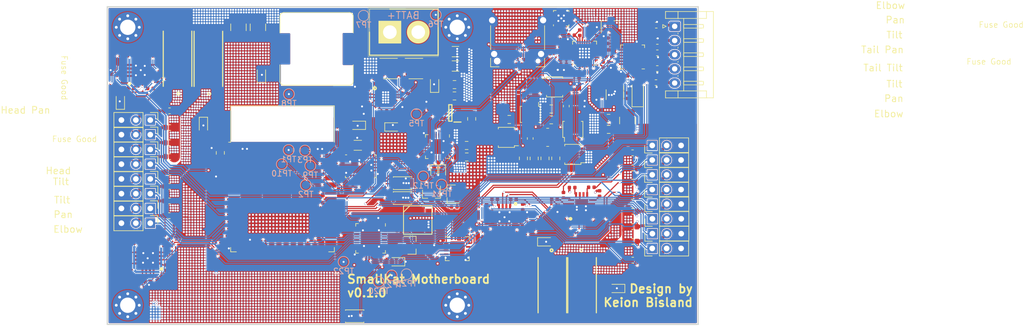
<source format=kicad_pcb>
(kicad_pcb (version 20171130) (host pcbnew 5.1.5-52549c5~84~ubuntu18.04.1)
  (layers (0 F.Cu power) (1 In1.Cu signal) (2 In2.Cu signal) (31 B.Cu power) (34 B.Paste user) (35 F.Paste user) (36 B.SilkS user) (37 F.SilkS user) (38 B.Mask user) (39 F.Mask user) (44 Edge.Cuts user))
  (net 0 "")
  (net 1 GND)
  (net 2 +BATT)
  (net 3 +3V3)
  (net 4 +6V)
  (net 5 "Net-(C6-Pad2)")
  (net 6 "Net-(C6-Pad1)")
  (net 7 "Net-(C7-Pad2)")
  (net 8 "Net-(C10-Pad2)")
  (net 9 "Net-(IC2-Pad10)")
  (net 10 "Net-(IC2-Pad7)")
  (net 11 "Net-(IC2-Pad5)")
  (net 12 "Net-(IC2-Pad1)")
  (net 13 "Net-(IC1-Pad5)")
  (net 14 "Net-(IC1-Pad4)")
  (net 15 "Net-(C8-Pad2)")
  (net 16 "Net-(C9-Pad2)")
  (net 17 "Net-(C11-Pad2)")
  (net 18 "Net-(C11-Pad1)")
  (net 19 "Net-(C12-Pad2)")
  (net 20 "Net-(C14-Pad1)")
  (net 21 "Net-(C15-Pad2)")
  (net 22 "Net-(C15-Pad1)")
  (net 23 /MainBoard/ESP32Module/IO0)
  (net 24 /MainBoard/ESP32Module/EN)
  (net 25 "Net-(D1-Pad2)")
  (net 26 "Net-(D2-Pad2)")
  (net 27 "Net-(D3-Pad2)")
  (net 28 "Net-(D4-Pad2)")
  (net 29 /MainBoard/ESP32Module/USBD_N)
  (net 30 /MainBoard/SERVO0)
  (net 31 /MainBoard/SERVO8)
  (net 32 /MainBoard/ESP32Module/USBD_P)
  (net 33 /MainBoard/ESP32Module/RTS)
  (net 34 "Net-(Q3-Pad1)")
  (net 35 /MainBoard/ESP32Module/DTR)
  (net 36 "Net-(Q4-Pad1)")
  (net 37 /MainBoard/SCL)
  (net 38 /MainBoard/SDA)
  (net 39 "Net-(R11-Pad1)")
  (net 40 "Net-(R24-Pad2)")
  (net 41 /MainBoard/ESP32Module/TXD)
  (net 42 /MainBoard/ESP32Module/RXD)
  (net 43 "Net-(BZ1-Pad1)")
  (net 44 "Net-(Q7-Pad2)")
  (net 45 "Net-(D18-Pad2)")
  (net 46 VBUS)
  (net 47 "Net-(C25-Pad2)")
  (net 48 "Net-(C25-Pad1)")
  (net 49 "Net-(C49-Pad1)")
  (net 50 "Net-(D23-Pad2)")
  (net 51 "Net-(D24-Pad2)")
  (net 52 "Net-(D25-Pad2)")
  (net 53 "Net-(D26-Pad2)")
  (net 54 "Net-(IC4-Pad16)")
  (net 55 "Net-(IC4-Pad14)")
  (net 56 "Net-(IC4-Pad13)")
  (net 57 "Net-(IC4-Pad12)")
  (net 58 "Net-(IC4-Pad9)")
  (net 59 "Net-(IC4-Pad8)")
  (net 60 "Net-(IC4-Pad5)")
  (net 61 "Net-(IC4-Pad4)")
  (net 62 "Net-(IC4-Pad1)")
  (net 63 "Net-(IC5-Pad16)")
  (net 64 "Net-(IC5-Pad14)")
  (net 65 "Net-(IC5-Pad13)")
  (net 66 "Net-(IC5-Pad12)")
  (net 67 "Net-(IC5-Pad9)")
  (net 68 "Net-(IC5-Pad8)")
  (net 69 "Net-(IC5-Pad5)")
  (net 70 "Net-(IC5-Pad4)")
  (net 71 "Net-(IC5-Pad1)")
  (net 72 "Net-(IC6-Pad16)")
  (net 73 "Net-(IC6-Pad14)")
  (net 74 "Net-(IC6-Pad13)")
  (net 75 "Net-(IC6-Pad12)")
  (net 76 "Net-(IC6-Pad9)")
  (net 77 "Net-(IC6-Pad8)")
  (net 78 "Net-(IC6-Pad5)")
  (net 79 "Net-(IC6-Pad4)")
  (net 80 "Net-(IC6-Pad1)")
  (net 81 "Net-(IC7-Pad16)")
  (net 82 "Net-(IC7-Pad14)")
  (net 83 "Net-(IC7-Pad13)")
  (net 84 "Net-(IC7-Pad12)")
  (net 85 "Net-(IC7-Pad9)")
  (net 86 "Net-(IC7-Pad8)")
  (net 87 "Net-(IC7-Pad5)")
  (net 88 "Net-(IC7-Pad4)")
  (net 89 "Net-(IC7-Pad1)")
  (net 90 /MainBoard/Servos/S1)
  (net 91 /MainBoard/Servos/S9)
  (net 92 /MainBoard/Servos/S2)
  (net 93 /MainBoard/Servos/S10)
  (net 94 /MainBoard/Servos/S3)
  (net 95 /MainBoard/Servos/S11)
  (net 96 /MainBoard/Servos/S4)
  (net 97 /MainBoard/Servos/S12)
  (net 98 /MainBoard/Servos/S5)
  (net 99 /MainBoard/Servos/S13)
  (net 100 /MainBoard/Servos/S6)
  (net 101 /MainBoard/Servos/S14)
  (net 102 /MainBoard/Servos/S7)
  (net 103 /MainBoard/Servos/S15)
  (net 104 /MainBoard/Servos/S8)
  (net 105 /MainBoard/Servos/S16)
  (net 106 "Net-(R2-Pad1)")
  (net 107 "Net-(R43-Pad1)")
  (net 108 /MainBoard/SafetyMCU/MONITORING)
  (net 109 /MainBoard/SafetyMCU/BUZZER)
  (net 110 /MainBoard/SafetyMCU/SOFTPOWER)
  (net 111 /MainBoard/Servos/6V1)
  (net 112 /MainBoard/Servos/6V3)
  (net 113 /MainBoard/Servos/6V2)
  (net 114 /MainBoard/Servos/6V4)
  (net 115 "Net-(C47-Pad2)")
  (net 116 "Net-(C48-Pad2)")
  (net 117 "Net-(C50-Pad2)")
  (net 118 "Net-(C56-Pad1)")
  (net 119 "Net-(C57-Pad1)")
  (net 120 "Net-(C58-Pad1)")
  (net 121 /MainBoard/Sheet5DD4BDB8/VCC28)
  (net 122 "Net-(C62-Pad2)")
  (net 123 /MainBoard/Sheet5DD4BDB8/REGN)
  (net 124 /MainBoard/Sheet5DD4BDB8/LODRV)
  (net 125 /MainBoard/Sheet5DD4BDB8/BTST)
  (net 126 /MainBoard/Sheet5DD4BDB8/PHASE)
  (net 127 /MainBoard/Sheet5DD4BDB8/SRP)
  (net 128 /MainBoard/Sheet5DD4BDB8/SRN)
  (net 129 /MainBoard/CC2)
  (net 130 /MainBoard/CC1)
  (net 131 "Net-(Q8-Pad4)")
  (net 132 /MainBoard/Sheet5DD4BDB8/HIDRV)
  (net 133 /MainBoard/Sheet5DD4BDB8/BATDRV)
  (net 134 /MainBoard/SAFETYSCL)
  (net 135 /MainBoard/SAFETYSDA)
  (net 136 /MainBoard/Sheet5DD4BDB8/ACDET)
  (net 137 /MainBoard/Sheet5DD4BDB8/ACDRV)
  (net 138 /MainBoard/Sheet5DD4BDB8/CMSRC)
  (net 139 "Net-(R56-Pad1)")
  (net 140 "Net-(R58-Pad1)")
  (net 141 "Net-(R117-Pad1)")
  (net 142 "Net-(R118-Pad2)")
  (net 143 "Net-(R118-Pad1)")
  (net 144 "Net-(R122-Pad2)")
  (net 145 /MainBoard/SERVO7)
  (net 146 /MainBoard/SERVO15)
  (net 147 /MainBoard/SERVO14)
  (net 148 /MainBoard/SERVO13)
  (net 149 /MainBoard/SERVO12)
  (net 150 /MainBoard/SERVO11)
  (net 151 /MainBoard/SERVO10)
  (net 152 /MainBoard/SERVO9)
  (net 153 /MainBoard/SERVO1)
  (net 154 /MainBoard/SERVO2)
  (net 155 /MainBoard/SERVO3)
  (net 156 /MainBoard/SERVO4)
  (net 157 /MainBoard/SERVO5)
  (net 158 /MainBoard/SERVO6)
  (net 159 /MainBoard/3.3VEN)
  (net 160 /MainBoard/6VEN)
  (net 161 "Net-(C17-Pad1)")
  (net 162 "Net-(C20-Pad1)")
  (net 163 "Net-(C78-Pad1)")
  (net 164 "Net-(C79-Pad1)")
  (net 165 "Net-(C80-Pad1)")
  (net 166 /MainBoard/BatteryBalancer/C4)
  (net 167 /MainBoard/BatteryBalancer/C3)
  (net 168 /MainBoard/BatteryBalancer/C2)
  (net 169 /MainBoard/BatteryBalancer/C1)
  (net 170 /MainBoard/BatteryBalancer/C0)
  (net 171 "Net-(R125-Pad1)")
  (net 172 /MainBoard/_SCL)
  (net 173 /MainBoard/_SDA)
  (net 174 /MainBoard/ESP32Module/IO23)
  (net 175 "Net-(TP20-Pad1)")
  (net 176 "Net-(TP21-Pad1)")
  (net 177 +3.3VA)
  (net 178 "Net-(IC4-Pad10)")
  (net 179 "Net-(IC4-Pad6)")
  (net 180 "Net-(IC5-Pad10)")
  (net 181 "Net-(IC5-Pad6)")
  (net 182 "Net-(IC6-Pad10)")
  (net 183 "Net-(IC6-Pad6)")
  (net 184 "Net-(IC7-Pad10)")
  (net 185 "Net-(IC7-Pad6)")
  (net 186 "Net-(J19-PadB11)")
  (net 187 "Net-(J19-PadB10)")
  (net 188 "Net-(J19-PadB8)")
  (net 189 "Net-(J19-PadB3)")
  (net 190 "Net-(J19-PadB2)")
  (net 191 "Net-(J19-PadA11)")
  (net 192 "Net-(J19-PadA8)")
  (net 193 "Net-(J19-PadA10)")
  (net 194 "Net-(J19-PadA3)")
  (net 195 "Net-(J19-PadA2)")
  (net 196 /MainBoard/BNO055/INT)
  (net 197 "Net-(U1-Pad13)")
  (net 198 "Net-(U1-Pad12)")
  (net 199 /MainBoard/BNO055/RESET)
  (net 200 "Net-(U1-Pad10)")
  (net 201 "Net-(U1-Pad8)")
  (net 202 "Net-(U1-Pad7)")
  (net 203 "Net-(U1-Pad21)")
  (net 204 "Net-(U1-Pad22)")
  (net 205 "Net-(U1-Pad23)")
  (net 206 "Net-(U1-Pad24)")
  (net 207 "Net-(U1-Pad1)")
  (net 208 "Net-(U3-Pad32)")
  (net 209 "Net-(U3-Pad22)")
  (net 210 "Net-(U3-Pad21)")
  (net 211 "Net-(U3-Pad20)")
  (net 212 "Net-(U3-Pad19)")
  (net 213 "Net-(U3-Pad18)")
  (net 214 "Net-(U3-Pad17)")
  (net 215 /MainBoard/ESP32Module/ADC1)
  (net 216 /MainBoard/ESP32Module/IO34)
  (net 217 "Net-(U3-Pad5)")
  (net 218 "Net-(U3-Pad4)")
  (net 219 "Net-(U4-Pad24)")
  (net 220 "Net-(U4-Pad22)")
  (net 221 "Net-(U4-Pad18)")
  (net 222 "Net-(U4-Pad17)")
  (net 223 "Net-(U4-Pad16)")
  (net 224 "Net-(U4-Pad15)")
  (net 225 "Net-(U4-Pad14)")
  (net 226 "Net-(U4-Pad13)")
  (net 227 "Net-(U4-Pad12)")
  (net 228 "Net-(U4-Pad11)")
  (net 229 "Net-(U4-Pad10)")
  (net 230 "Net-(U4-Pad9)")
  (net 231 "Net-(U4-Pad1)")
  (net 232 "Net-(U6-Pad30)")
  (net 233 "Net-(U6-Pad29)")
  (net 234 "Net-(U6-Pad28)")
  (net 235 "Net-(U6-Pad27)")
  (net 236 "Net-(U6-Pad21)")
  (net 237 "Net-(U6-Pad18)")
  (net 238 "Net-(U6-Pad15)")
  (net 239 "Net-(U6-Pad14)")
  (net 240 "Net-(U6-Pad13)")
  (net 241 "Net-(U6-Pad12)")
  (net 242 "Net-(U6-Pad11)")
  (net 243 "Net-(U6-Pad10)")
  (net 244 "Net-(U6-Pad9)")
  (net 245 "Net-(U6-Pad7)")
  (net 246 /MainBoard/SafetyMCU/NRST)
  (net 247 "Net-(U6-Pad3)")
  (net 248 "Net-(U6-Pad2)")
  (net 249 "Net-(U11-Pad13)")
  (net 250 "Net-(U11-Pad12)")
  (net 251 "Net-(U11-Pad5)")
  (net 252 "Net-(U12-Pad16)")
  (net 253 "Net-(U12-Pad15)")
  (net 254 "Net-(U13-Pad22)")
  (net 255 "Net-(U13-Pad21)")
  (net 256 "Net-(U13-Pad17)")
  (net 257 "Net-(U13-Pad16)")
  (net 258 "Net-(U13-Pad15)")
  (net 259 "Net-(U13-Pad14)")
  (net 260 "Net-(U13-Pad13)")
  (net 261 "Net-(U13-Pad12)")
  (net 262 "Net-(U13-Pad11)")
  (net 263 "Net-(U13-Pad10)")
  (net 264 "Net-(U13-Pad9)")
  (net 265 "Net-(U14-Pad15)")
  (net 266 "Net-(U14-Pad13)")
  (module L_Bourns_SRP1245A:L_Bourns_SRP1245A (layer F.Cu) (at 135.8 94.3 180)
    (fp_text reference L2 hide)
    (fp_text value 1uH hide)
    (pad 2 smd rect (at 6.5 0 180) (size 3.1 5) (layers F.Cu F.Paste F.Mask) (net 4 +6V))
    (pad 1 smd rect (at -6.5 0 180) (size 3.1 5) (layers F.Cu F.Paste F.Mask) (net 22 "Net-(C15-Pad1)"))
  )
  (module USB_C_Receptacle_Amphenol_12401610E4-2A:USB_C_Receptacle_Amphenol_12401610E4-2A_CircularHoles (layer F.Cu) (at 171.18 92.09 180)
    (fp_text reference J19 hide)
    (fp_text value USB_C_Receptacle hide)
    (pad S1 thru_hole circle (at -4.13 -3.11 180) (size 1.4 1.4) (drill 1.1) (layers *.Cu *.Mask) (net 1 GND))
    (pad A1 smd rect (at -2.75 -5.02 180) (size 0.3 0.7) (layers F.Cu F.Paste F.Mask) (net 1 GND))
    (pad A2 smd rect (at -2.25 -5.02 180) (size 0.3 0.7) (layers F.Cu F.Paste F.Mask) (net 195 "Net-(J19-PadA2)"))
    (pad A3 smd rect (at -1.75 -5.02 180) (size 0.3 0.7) (layers F.Cu F.Paste F.Mask) (net 194 "Net-(J19-PadA3)"))
    (pad A4 smd rect (at -1.25 -5.02 180) (size 0.3 0.7) (layers F.Cu F.Paste F.Mask) (net 46 VBUS))
    (pad A5 smd rect (at -0.75 -5.02 180) (size 0.3 0.7) (layers F.Cu F.Paste F.Mask) (net 130 /MainBoard/CC1))
    (pad A6 smd rect (at -0.25 -5.02 180) (size 0.3 0.7) (layers F.Cu F.Paste F.Mask) (net 32 /MainBoard/ESP32Module/USBD_P))
    (pad A7 smd rect (at 0.25 -5.02 180) (size 0.3 0.7) (layers F.Cu F.Paste F.Mask) (net 29 /MainBoard/ESP32Module/USBD_N))
    (pad A12 smd rect (at 2.75 -5.02 180) (size 0.3 0.7) (layers F.Cu F.Paste F.Mask) (net 1 GND))
    (pad A10 smd rect (at 1.75 -5.02 180) (size 0.3 0.7) (layers F.Cu F.Paste F.Mask) (net 193 "Net-(J19-PadA10)"))
    (pad A9 smd rect (at 1.25 -5.02 180) (size 0.3 0.7) (layers F.Cu F.Paste F.Mask) (net 46 VBUS))
    (pad A8 smd rect (at 0.75 -5.02 180) (size 0.3 0.7) (layers F.Cu F.Paste F.Mask) (net 192 "Net-(J19-PadA8)"))
    (pad A11 smd rect (at 2.25 -5.02 180) (size 0.3 0.7) (layers F.Cu F.Paste F.Mask) (net 191 "Net-(J19-PadA11)"))
    (pad B1 smd rect (at 2.5 -3.32 180) (size 0.3 0.7) (layers F.Cu F.Paste F.Mask) (net 1 GND))
    (pad S1 thru_hole circle (at 4.13 -3.11 180) (size 1.4 1.4) (drill 1.1) (layers *.Cu *.Mask) (net 1 GND))
    (pad S1 thru_hole circle (at 4.49 2.84 180) (size 1.4 1.4) (drill 1.1) (layers *.Cu *.Mask) (net 1 GND))
    (pad S1 thru_hole circle (at -4.49 2.84 180) (size 1.4 1.4) (drill 1.1) (layers *.Cu *.Mask) (net 1 GND))
    (pad "" np_thru_hole circle (at 3.6 -4.36 180) (size 0.95 0.95) (drill 0.95) (layers *.Cu *.Mask))
    (pad "" np_thru_hole circle (at -3.6 -4.36 180) (size 0.65 0.65) (drill 0.65) (layers *.Cu *.Mask))
    (pad B2 smd rect (at 2 -3.32 180) (size 0.3 0.7) (layers F.Cu F.Paste F.Mask) (net 190 "Net-(J19-PadB2)"))
    (pad B3 smd rect (at 1.5 -3.32 180) (size 0.3 0.7) (layers F.Cu F.Paste F.Mask) (net 189 "Net-(J19-PadB3)"))
    (pad B4 smd rect (at 1 -3.32 180) (size 0.3 0.7) (layers F.Cu F.Paste F.Mask) (net 46 VBUS))
    (pad B5 smd rect (at 0.5 -3.32 180) (size 0.3 0.7) (layers F.Cu F.Paste F.Mask) (net 129 /MainBoard/CC2))
    (pad B6 smd rect (at 0 -3.32 180) (size 0.3 0.7) (layers F.Cu F.Paste F.Mask) (net 32 /MainBoard/ESP32Module/USBD_P))
    (pad B7 smd rect (at -0.5 -3.32 180) (size 0.3 0.7) (layers F.Cu F.Paste F.Mask) (net 29 /MainBoard/ESP32Module/USBD_N))
    (pad B8 smd rect (at -1 -3.32 180) (size 0.3 0.7) (layers F.Cu F.Paste F.Mask) (net 188 "Net-(J19-PadB8)"))
    (pad B9 smd rect (at -1.5 -3.32 180) (size 0.3 0.7) (layers F.Cu F.Paste F.Mask) (net 46 VBUS))
    (pad B10 smd rect (at -2 -3.32 180) (size 0.3 0.7) (layers F.Cu F.Paste F.Mask) (net 187 "Net-(J19-PadB10)"))
    (pad B11 smd rect (at -2.5 -3.32 180) (size 0.3 0.7) (layers F.Cu F.Paste F.Mask) (net 186 "Net-(J19-PadB11)"))
    (pad B12 smd rect (at -3 -3.32 180) (size 0.3 0.7) (layers F.Cu F.Paste F.Mask) (net 1 GND))
  )
  (module 0154:0154.250DR (layer F.Cu) (at 182.525 135.96 270)
    (fp_text reference F3 hide)
    (fp_text value Fuse hide)
    (pad 2 smd rect (at 3.185 0) (size 3.81 4.24) (layers F.Cu F.Paste F.Mask) (net 4 +6V))
    (pad 1 smd rect (at -3.185 0) (size 3.81 4.24) (layers F.Cu F.Paste F.Mask) (net 112 /MainBoard/Servos/6V3))
  )
  (module 0154:0154.250DR (layer F.Cu) (at 116.75 96.06 90)
    (fp_text reference F1 hide)
    (fp_text value Fuse hide)
    (pad 2 smd rect (at 3.185 0 180) (size 3.81 4.24) (layers F.Cu F.Paste F.Mask) (net 4 +6V))
    (pad 1 smd rect (at -3.185 0 180) (size 3.81 4.24) (layers F.Cu F.Paste F.Mask) (net 111 /MainBoard/Servos/6V1))
  )
  (module 0154:0154.250DR (layer F.Cu) (at 111.325 96.04 90)
    (fp_text reference F2 hide)
    (fp_text value Fuse hide)
    (pad 2 smd rect (at 3.185 0 180) (size 3.81 4.24) (layers F.Cu F.Paste F.Mask) (net 4 +6V))
    (pad 1 smd rect (at -3.185 0 180) (size 3.81 4.24) (layers F.Cu F.Paste F.Mask) (net 113 /MainBoard/Servos/6V2))
  )
  (module 0154:0154.250DR (layer F.Cu) (at 177.3 135.96 270)
    (fp_text reference F4 hide)
    (fp_text value Fuse hide)
    (pad 2 smd rect (at 3.185 0) (size 3.81 4.24) (layers F.Cu F.Paste F.Mask) (net 4 +6V))
    (pad 1 smd rect (at -3.185 0) (size 3.81 4.24) (layers F.Cu F.Paste F.Mask) (net 114 /MainBoard/Servos/6V4))
  )
  (module MAX34409ETE+:QFN65P400X400X80-17N (layer F.Cu) (at 182.45 121.9 90)
    (fp_text reference IC7 hide)
    (fp_text value MAX34409ETE+ hide)
    (pad 17 smd rect (at 0 0 90) (size 2.25 2.25) (layers F.Cu F.Paste F.Mask) (net 1 GND))
    (pad 16 smd rect (at -0.975 -1.85 90) (size 0.35 1) (layers F.Cu F.Paste F.Mask) (net 81 "Net-(IC7-Pad16)"))
    (pad 15 smd rect (at -0.325 -1.85 90) (size 0.35 1) (layers F.Cu F.Paste F.Mask) (net 3 +3V3))
    (pad 14 smd rect (at 0.325 -1.85 90) (size 0.35 1) (layers F.Cu F.Paste F.Mask) (net 82 "Net-(IC7-Pad14)"))
    (pad 13 smd rect (at 0.975 -1.85 90) (size 0.35 1) (layers F.Cu F.Paste F.Mask) (net 83 "Net-(IC7-Pad13)"))
    (pad 12 smd rect (at 1.85 -0.975 180) (size 0.35 1) (layers F.Cu F.Paste F.Mask) (net 84 "Net-(IC7-Pad12)"))
    (pad 11 smd rect (at 1.85 -0.325 180) (size 0.35 1) (layers F.Cu F.Paste F.Mask) (net 1 GND))
    (pad 10 smd rect (at 1.85 0.325 180) (size 0.35 1) (layers F.Cu F.Paste F.Mask) (net 184 "Net-(IC7-Pad10)"))
    (pad 9 smd rect (at 1.85 0.975 180) (size 0.35 1) (layers F.Cu F.Paste F.Mask) (net 85 "Net-(IC7-Pad9)"))
    (pad 8 smd rect (at 0.975 1.85 90) (size 0.35 1) (layers F.Cu F.Paste F.Mask) (net 86 "Net-(IC7-Pad8)"))
    (pad 7 smd rect (at 0.325 1.85 90) (size 0.35 1) (layers F.Cu F.Paste F.Mask) (net 1 GND))
    (pad 6 smd rect (at -0.325 1.85 90) (size 0.35 1) (layers F.Cu F.Paste F.Mask) (net 185 "Net-(IC7-Pad6)"))
    (pad 5 smd rect (at -0.975 1.85 90) (size 0.35 1) (layers F.Cu F.Paste F.Mask) (net 87 "Net-(IC7-Pad5)"))
    (pad 4 smd rect (at -1.85 0.975 180) (size 0.35 1) (layers F.Cu F.Paste F.Mask) (net 88 "Net-(IC7-Pad4)"))
    (pad 3 smd rect (at -1.85 0.325 180) (size 0.35 1) (layers F.Cu F.Paste F.Mask) (net 172 /MainBoard/_SCL))
    (pad 2 smd rect (at -1.85 -0.325 180) (size 0.35 1) (layers F.Cu F.Paste F.Mask) (net 173 /MainBoard/_SDA))
    (pad 1 smd rect (at -1.85 -0.975 180) (size 0.35 1) (layers F.Cu F.Paste F.Mask) (net 89 "Net-(IC7-Pad1)"))
  )
  (module MAX34409ETE+:QFN65P400X400X80-17N (layer F.Cu) (at 168.875 123.975 270)
    (fp_text reference IC6 hide)
    (fp_text value MAX34409ETE+ hide)
    (pad 17 smd rect (at 0 0 270) (size 2.25 2.25) (layers F.Cu F.Paste F.Mask) (net 1 GND))
    (pad 16 smd rect (at -0.975 -1.85 270) (size 0.35 1) (layers F.Cu F.Paste F.Mask) (net 72 "Net-(IC6-Pad16)"))
    (pad 15 smd rect (at -0.325 -1.85 270) (size 0.35 1) (layers F.Cu F.Paste F.Mask) (net 3 +3V3))
    (pad 14 smd rect (at 0.325 -1.85 270) (size 0.35 1) (layers F.Cu F.Paste F.Mask) (net 73 "Net-(IC6-Pad14)"))
    (pad 13 smd rect (at 0.975 -1.85 270) (size 0.35 1) (layers F.Cu F.Paste F.Mask) (net 74 "Net-(IC6-Pad13)"))
    (pad 12 smd rect (at 1.85 -0.975) (size 0.35 1) (layers F.Cu F.Paste F.Mask) (net 75 "Net-(IC6-Pad12)"))
    (pad 11 smd rect (at 1.85 -0.325) (size 0.35 1) (layers F.Cu F.Paste F.Mask) (net 1 GND))
    (pad 10 smd rect (at 1.85 0.325) (size 0.35 1) (layers F.Cu F.Paste F.Mask) (net 182 "Net-(IC6-Pad10)"))
    (pad 9 smd rect (at 1.85 0.975) (size 0.35 1) (layers F.Cu F.Paste F.Mask) (net 76 "Net-(IC6-Pad9)"))
    (pad 8 smd rect (at 0.975 1.85 270) (size 0.35 1) (layers F.Cu F.Paste F.Mask) (net 77 "Net-(IC6-Pad8)"))
    (pad 7 smd rect (at 0.325 1.85 270) (size 0.35 1) (layers F.Cu F.Paste F.Mask) (net 1 GND))
    (pad 6 smd rect (at -0.325 1.85 270) (size 0.35 1) (layers F.Cu F.Paste F.Mask) (net 183 "Net-(IC6-Pad6)"))
    (pad 5 smd rect (at -0.975 1.85 270) (size 0.35 1) (layers F.Cu F.Paste F.Mask) (net 78 "Net-(IC6-Pad5)"))
    (pad 4 smd rect (at -1.85 0.975) (size 0.35 1) (layers F.Cu F.Paste F.Mask) (net 79 "Net-(IC6-Pad4)"))
    (pad 3 smd rect (at -1.85 0.325) (size 0.35 1) (layers F.Cu F.Paste F.Mask) (net 172 /MainBoard/_SCL))
    (pad 2 smd rect (at -1.85 -0.325) (size 0.35 1) (layers F.Cu F.Paste F.Mask) (net 173 /MainBoard/_SDA))
    (pad 1 smd rect (at -1.85 -0.975) (size 0.35 1) (layers F.Cu F.Paste F.Mask) (net 80 "Net-(IC6-Pad1)"))
  )
  (module MAX34409ETE+:QFN65P400X400X80-17N (layer F.Cu) (at 104.8 98.1 90)
    (fp_text reference IC5 hide)
    (fp_text value MAX34409ETE+ hide)
    (pad 17 smd rect (at 0 0 90) (size 2.25 2.25) (layers F.Cu F.Paste F.Mask) (net 1 GND))
    (pad 16 smd rect (at -0.975 -1.85 90) (size 0.35 1) (layers F.Cu F.Paste F.Mask) (net 63 "Net-(IC5-Pad16)"))
    (pad 15 smd rect (at -0.325 -1.85 90) (size 0.35 1) (layers F.Cu F.Paste F.Mask) (net 3 +3V3))
    (pad 14 smd rect (at 0.325 -1.85 90) (size 0.35 1) (layers F.Cu F.Paste F.Mask) (net 64 "Net-(IC5-Pad14)"))
    (pad 13 smd rect (at 0.975 -1.85 90) (size 0.35 1) (layers F.Cu F.Paste F.Mask) (net 65 "Net-(IC5-Pad13)"))
    (pad 12 smd rect (at 1.85 -0.975 180) (size 0.35 1) (layers F.Cu F.Paste F.Mask) (net 66 "Net-(IC5-Pad12)"))
    (pad 11 smd rect (at 1.85 -0.325 180) (size 0.35 1) (layers F.Cu F.Paste F.Mask) (net 1 GND))
    (pad 10 smd rect (at 1.85 0.325 180) (size 0.35 1) (layers F.Cu F.Paste F.Mask) (net 180 "Net-(IC5-Pad10)"))
    (pad 9 smd rect (at 1.85 0.975 180) (size 0.35 1) (layers F.Cu F.Paste F.Mask) (net 67 "Net-(IC5-Pad9)"))
    (pad 8 smd rect (at 0.975 1.85 90) (size 0.35 1) (layers F.Cu F.Paste F.Mask) (net 68 "Net-(IC5-Pad8)"))
    (pad 7 smd rect (at 0.325 1.85 90) (size 0.35 1) (layers F.Cu F.Paste F.Mask) (net 1 GND))
    (pad 6 smd rect (at -0.325 1.85 90) (size 0.35 1) (layers F.Cu F.Paste F.Mask) (net 181 "Net-(IC5-Pad6)"))
    (pad 5 smd rect (at -0.975 1.85 90) (size 0.35 1) (layers F.Cu F.Paste F.Mask) (net 69 "Net-(IC5-Pad5)"))
    (pad 4 smd rect (at -1.85 0.975 180) (size 0.35 1) (layers F.Cu F.Paste F.Mask) (net 70 "Net-(IC5-Pad4)"))
    (pad 3 smd rect (at -1.85 0.325 180) (size 0.35 1) (layers F.Cu F.Paste F.Mask) (net 172 /MainBoard/_SCL))
    (pad 2 smd rect (at -1.85 -0.325 180) (size 0.35 1) (layers F.Cu F.Paste F.Mask) (net 173 /MainBoard/_SDA))
    (pad 1 smd rect (at -1.85 -0.975 180) (size 0.35 1) (layers F.Cu F.Paste F.Mask) (net 71 "Net-(IC5-Pad1)"))
  )
  (module MAX34409ETE+:QFN65P400X400X80-17N (layer F.Cu) (at 106.125 131.15 180)
    (fp_text reference IC4 hide)
    (fp_text value MAX34409ETE+ hide)
    (pad 17 smd rect (at 0 0 180) (size 2.25 2.25) (layers F.Cu F.Paste F.Mask) (net 1 GND))
    (pad 16 smd rect (at -0.975 -1.85 180) (size 0.35 1) (layers F.Cu F.Paste F.Mask) (net 54 "Net-(IC4-Pad16)"))
    (pad 15 smd rect (at -0.325 -1.85 180) (size 0.35 1) (layers F.Cu F.Paste F.Mask) (net 3 +3V3))
    (pad 14 smd rect (at 0.325 -1.85 180) (size 0.35 1) (layers F.Cu F.Paste F.Mask) (net 55 "Net-(IC4-Pad14)"))
    (pad 13 smd rect (at 0.975 -1.85 180) (size 0.35 1) (layers F.Cu F.Paste F.Mask) (net 56 "Net-(IC4-Pad13)"))
    (pad 12 smd rect (at 1.85 -0.975 270) (size 0.35 1) (layers F.Cu F.Paste F.Mask) (net 57 "Net-(IC4-Pad12)"))
    (pad 11 smd rect (at 1.85 -0.325 270) (size 0.35 1) (layers F.Cu F.Paste F.Mask) (net 1 GND))
    (pad 10 smd rect (at 1.85 0.325 270) (size 0.35 1) (layers F.Cu F.Paste F.Mask) (net 178 "Net-(IC4-Pad10)"))
    (pad 9 smd rect (at 1.85 0.975 270) (size 0.35 1) (layers F.Cu F.Paste F.Mask) (net 58 "Net-(IC4-Pad9)"))
    (pad 8 smd rect (at 0.975 1.85 180) (size 0.35 1) (layers F.Cu F.Paste F.Mask) (net 59 "Net-(IC4-Pad8)"))
    (pad 7 smd rect (at 0.325 1.85 180) (size 0.35 1) (layers F.Cu F.Paste F.Mask) (net 1 GND))
    (pad 6 smd rect (at -0.325 1.85 180) (size 0.35 1) (layers F.Cu F.Paste F.Mask) (net 179 "Net-(IC4-Pad6)"))
    (pad 5 smd rect (at -0.975 1.85 180) (size 0.35 1) (layers F.Cu F.Paste F.Mask) (net 60 "Net-(IC4-Pad5)"))
    (pad 4 smd rect (at -1.85 0.975 270) (size 0.35 1) (layers F.Cu F.Paste F.Mask) (net 61 "Net-(IC4-Pad4)"))
    (pad 3 smd rect (at -1.85 0.325 270) (size 0.35 1) (layers F.Cu F.Paste F.Mask) (net 172 /MainBoard/_SCL))
    (pad 2 smd rect (at -1.85 -0.325 270) (size 0.35 1) (layers F.Cu F.Paste F.Mask) (net 173 /MainBoard/_SDA))
    (pad 1 smd rect (at -1.85 -0.975 270) (size 0.35 1) (layers F.Cu F.Paste F.Mask) (net 62 "Net-(IC4-Pad1)"))
  )
  (module Package_DFN_QFN:QFN-28-1EP_4x4mm_P0.4mm_EP2.3x2.3mm (layer F.Cu) (at 182.975 95.05 180)
    (fp_text reference U12 hide)
    (fp_text value BQ24770 hide)
    (pad 28 smd roundrect (at -1.2 -1.9375 180) (size 0.2 0.825) (layers F.Cu F.Paste F.Mask) (net 121 /MainBoard/Sheet5DD4BDB8/VCC28))
    (pad 27 smd roundrect (at -0.8 -1.9375 180) (size 0.2 0.825) (layers F.Cu F.Paste F.Mask) (net 126 /MainBoard/Sheet5DD4BDB8/PHASE))
    (pad 26 smd roundrect (at -0.4 -1.9375 180) (size 0.2 0.825) (layers F.Cu F.Paste F.Mask) (net 132 /MainBoard/Sheet5DD4BDB8/HIDRV))
    (pad 25 smd roundrect (at 0 -1.9375 180) (size 0.2 0.825) (layers F.Cu F.Paste F.Mask) (net 125 /MainBoard/Sheet5DD4BDB8/BTST))
    (pad 24 smd roundrect (at 0.4 -1.9375 180) (size 0.2 0.825) (layers F.Cu F.Paste F.Mask) (net 123 /MainBoard/Sheet5DD4BDB8/REGN))
    (pad 23 smd roundrect (at 0.8 -1.9375 180) (size 0.2 0.825) (layers F.Cu F.Paste F.Mask) (net 124 /MainBoard/Sheet5DD4BDB8/LODRV))
    (pad 22 smd roundrect (at 1.2 -1.9375 180) (size 0.2 0.825) (layers F.Cu F.Paste F.Mask) (net 1 GND))
    (pad 21 smd roundrect (at 1.9375 -1.2 180) (size 0.825 0.2) (layers F.Cu F.Paste F.Mask) (net 122 "Net-(C62-Pad2)"))
    (pad 20 smd roundrect (at 1.9375 -0.8 180) (size 0.825 0.2) (layers F.Cu F.Paste F.Mask) (net 127 /MainBoard/Sheet5DD4BDB8/SRP))
    (pad 19 smd roundrect (at 1.9375 -0.4 180) (size 0.825 0.2) (layers F.Cu F.Paste F.Mask) (net 128 /MainBoard/Sheet5DD4BDB8/SRN))
    (pad 18 smd roundrect (at 1.9375 0 180) (size 0.825 0.2) (layers F.Cu F.Paste F.Mask) (net 133 /MainBoard/Sheet5DD4BDB8/BATDRV))
    (pad 17 smd roundrect (at 1.9375 0.4 180) (size 0.825 0.2) (layers F.Cu F.Paste F.Mask) (net 144 "Net-(R122-Pad2)"))
    (pad 16 smd roundrect (at 1.9375 0.8 180) (size 0.825 0.2) (layers F.Cu F.Paste F.Mask) (net 252 "Net-(U12-Pad16)"))
    (pad 15 smd roundrect (at 1.9375 1.2 180) (size 0.825 0.2) (layers F.Cu F.Paste F.Mask) (net 253 "Net-(U12-Pad15)"))
    (pad 14 smd roundrect (at 1.2 1.9375 180) (size 0.2 0.825) (layers F.Cu F.Paste F.Mask) (net 142 "Net-(R118-Pad2)"))
    (pad 13 smd roundrect (at 0.8 1.9375 180) (size 0.2 0.825) (layers F.Cu F.Paste F.Mask) (net 143 "Net-(R118-Pad1)"))
    (pad 12 smd roundrect (at 0.4 1.9375 180) (size 0.2 0.825) (layers F.Cu F.Paste F.Mask) (net 134 /MainBoard/SAFETYSCL))
    (pad 11 smd roundrect (at 0 1.9375 180) (size 0.2 0.825) (layers F.Cu F.Paste F.Mask) (net 135 /MainBoard/SAFETYSDA))
    (pad 10 smd roundrect (at -0.4 1.9375 180) (size 0.2 0.825) (layers F.Cu F.Paste F.Mask) (net 141 "Net-(R117-Pad1)"))
    (pad 9 smd roundrect (at -0.8 1.9375 180) (size 0.2 0.825) (layers F.Cu F.Paste F.Mask) (net 140 "Net-(R58-Pad1)"))
    (pad 8 smd roundrect (at -1.2 1.9375 180) (size 0.2 0.825) (layers F.Cu F.Paste F.Mask) (net 120 "Net-(C58-Pad1)"))
    (pad 7 smd roundrect (at -1.9375 1.2 180) (size 0.825 0.2) (layers F.Cu F.Paste F.Mask) (net 118 "Net-(C56-Pad1)"))
    (pad 6 smd roundrect (at -1.9375 0.8 180) (size 0.825 0.2) (layers F.Cu F.Paste F.Mask) (net 136 /MainBoard/Sheet5DD4BDB8/ACDET))
    (pad 5 smd roundrect (at -1.9375 0.4 180) (size 0.825 0.2) (layers F.Cu F.Paste F.Mask) (net 139 "Net-(R56-Pad1)"))
    (pad 4 smd roundrect (at -1.9375 0 180) (size 0.825 0.2) (layers F.Cu F.Paste F.Mask) (net 137 /MainBoard/Sheet5DD4BDB8/ACDRV))
    (pad 3 smd roundrect (at -1.9375 -0.4 180) (size 0.825 0.2) (layers F.Cu F.Paste F.Mask) (net 138 /MainBoard/Sheet5DD4BDB8/CMSRC))
    (pad 2 smd roundrect (at -1.9375 -0.8 180) (size 0.825 0.2) (layers F.Cu F.Paste F.Mask) (net 117 "Net-(C50-Pad2)"))
    (pad 1 smd roundrect (at -1.9375 -1.2 180) (size 0.825 0.2) (layers F.Cu F.Paste F.Mask) (net 119 "Net-(C57-Pad1)"))
    (pad 29 smd roundrect (at 0 0 180) (size 2.3 2.3) (layers F.Cu F.Mask) (roundrect_rratio 0.108696) (net 1 GND))
  )
  (module Connector_PinHeader_2.54mm:PinHeader_1x03_P2.54mm_Vertical (layer F.Cu) (at 194.875 111.325 90)
    (fp_text reference J17 hide)
    (fp_text value Conn_01x03_Male hide)
    (pad 3 thru_hole oval (at 0 5.08 90) (size 1.7 1.7) (drill 1) (layers *.Cu *.Mask) (net 1 GND))
    (pad 2 thru_hole oval (at 0 2.54 90) (size 1.7 1.7) (drill 1) (layers *.Cu *.Mask) (net 105 /MainBoard/Servos/S16))
    (pad 1 thru_hole rect (at 0 0 90) (size 1.7 1.7) (drill 1) (layers *.Cu *.Mask) (net 146 /MainBoard/SERVO15))
  )
  (module Connector_PinHeader_2.54mm:PinHeader_1x03_P2.54mm_Vertical (layer F.Cu) (at 106.525 106.85 270)
    (fp_text reference J16 hide)
    (fp_text value Conn_01x03_Male hide)
    (pad 3 thru_hole oval (at 0 5.08 270) (size 1.7 1.7) (drill 1) (layers *.Cu *.Mask) (net 1 GND))
    (pad 2 thru_hole oval (at 0 2.54 270) (size 1.7 1.7) (drill 1) (layers *.Cu *.Mask) (net 104 /MainBoard/Servos/S8))
    (pad 1 thru_hole rect (at 0 0 270) (size 1.7 1.7) (drill 1) (layers *.Cu *.Mask) (net 145 /MainBoard/SERVO7))
  )
  (module Connector_PinHeader_2.54mm:PinHeader_1x03_P2.54mm_Vertical (layer F.Cu) (at 194.875 113.9 90)
    (fp_text reference J15 hide)
    (fp_text value Conn_01x03_Male hide)
    (pad 3 thru_hole oval (at 0 5.08 90) (size 1.7 1.7) (drill 1) (layers *.Cu *.Mask) (net 1 GND))
    (pad 2 thru_hole oval (at 0 2.54 90) (size 1.7 1.7) (drill 1) (layers *.Cu *.Mask) (net 103 /MainBoard/Servos/S15))
    (pad 1 thru_hole rect (at 0 0 90) (size 1.7 1.7) (drill 1) (layers *.Cu *.Mask) (net 147 /MainBoard/SERVO14))
  )
  (module Connector_PinHeader_2.54mm:PinHeader_1x03_P2.54mm_Vertical (layer F.Cu) (at 106.525 109.425 270)
    (fp_text reference J14 hide)
    (fp_text value Conn_01x03_Male hide)
    (pad 3 thru_hole oval (at 0 5.08 270) (size 1.7 1.7) (drill 1) (layers *.Cu *.Mask) (net 1 GND))
    (pad 2 thru_hole oval (at 0 2.54 270) (size 1.7 1.7) (drill 1) (layers *.Cu *.Mask) (net 102 /MainBoard/Servos/S7))
    (pad 1 thru_hole rect (at 0 0 270) (size 1.7 1.7) (drill 1) (layers *.Cu *.Mask) (net 158 /MainBoard/SERVO6))
  )
  (module Connector_PinHeader_2.54mm:PinHeader_1x03_P2.54mm_Vertical (layer F.Cu) (at 194.875 116.5 90)
    (fp_text reference J13 hide)
    (fp_text value Conn_01x03_Male hide)
    (pad 3 thru_hole oval (at 0 5.08 90) (size 1.7 1.7) (drill 1) (layers *.Cu *.Mask) (net 1 GND))
    (pad 2 thru_hole oval (at 0 2.54 90) (size 1.7 1.7) (drill 1) (layers *.Cu *.Mask) (net 101 /MainBoard/Servos/S14))
    (pad 1 thru_hole rect (at 0 0 90) (size 1.7 1.7) (drill 1) (layers *.Cu *.Mask) (net 148 /MainBoard/SERVO13))
  )
  (module Connector_PinHeader_2.54mm:PinHeader_1x03_P2.54mm_Vertical (layer F.Cu) (at 106.525 112.025 270)
    (fp_text reference J12 hide)
    (fp_text value Conn_01x03_Male hide)
    (pad 3 thru_hole oval (at 0 5.08 270) (size 1.7 1.7) (drill 1) (layers *.Cu *.Mask) (net 1 GND))
    (pad 2 thru_hole oval (at 0 2.54 270) (size 1.7 1.7) (drill 1) (layers *.Cu *.Mask) (net 100 /MainBoard/Servos/S6))
    (pad 1 thru_hole rect (at 0 0 270) (size 1.7 1.7) (drill 1) (layers *.Cu *.Mask) (net 157 /MainBoard/SERVO5))
  )
  (module Connector_PinHeader_2.54mm:PinHeader_1x03_P2.54mm_Vertical (layer F.Cu) (at 194.875 119.1 90)
    (fp_text reference J11 hide)
    (fp_text value Conn_01x03_Male hide)
    (pad 3 thru_hole oval (at 0 5.08 90) (size 1.7 1.7) (drill 1) (layers *.Cu *.Mask) (net 1 GND))
    (pad 2 thru_hole oval (at 0 2.54 90) (size 1.7 1.7) (drill 1) (layers *.Cu *.Mask) (net 99 /MainBoard/Servos/S13))
    (pad 1 thru_hole rect (at 0 0 90) (size 1.7 1.7) (drill 1) (layers *.Cu *.Mask) (net 149 /MainBoard/SERVO12))
  )
  (module Connector_PinHeader_2.54mm:PinHeader_1x03_P2.54mm_Vertical (layer F.Cu) (at 106.525 114.625 270)
    (fp_text reference J10 hide)
    (fp_text value Conn_01x03_Male hide)
    (pad 3 thru_hole oval (at 0 5.08 270) (size 1.7 1.7) (drill 1) (layers *.Cu *.Mask) (net 1 GND))
    (pad 2 thru_hole oval (at 0 2.54 270) (size 1.7 1.7) (drill 1) (layers *.Cu *.Mask) (net 98 /MainBoard/Servos/S5))
    (pad 1 thru_hole rect (at 0 0 270) (size 1.7 1.7) (drill 1) (layers *.Cu *.Mask) (net 156 /MainBoard/SERVO4))
  )
  (module Connector_PinHeader_2.54mm:PinHeader_1x03_P2.54mm_Vertical (layer F.Cu) (at 194.895 121.65 90)
    (fp_text reference J8 hide)
    (fp_text value Conn_01x03_Male hide)
    (pad 3 thru_hole oval (at 0 5.08 90) (size 1.7 1.7) (drill 1) (layers *.Cu *.Mask) (net 1 GND))
    (pad 2 thru_hole oval (at 0 2.54 90) (size 1.7 1.7) (drill 1) (layers *.Cu *.Mask) (net 97 /MainBoard/Servos/S12))
    (pad 1 thru_hole rect (at 0 0 90) (size 1.7 1.7) (drill 1) (layers *.Cu *.Mask) (net 150 /MainBoard/SERVO11))
  )
  (module Connector_PinHeader_2.54mm:PinHeader_1x03_P2.54mm_Vertical (layer F.Cu) (at 106.525 117.225 270)
    (fp_text reference J7 hide)
    (fp_text value Conn_01x03_Male hide)
    (pad 3 thru_hole oval (at 0 5.08 270) (size 1.7 1.7) (drill 1) (layers *.Cu *.Mask) (net 1 GND))
    (pad 2 thru_hole oval (at 0 2.54 270) (size 1.7 1.7) (drill 1) (layers *.Cu *.Mask) (net 96 /MainBoard/Servos/S4))
    (pad 1 thru_hole rect (at 0 0 270) (size 1.7 1.7) (drill 1) (layers *.Cu *.Mask) (net 155 /MainBoard/SERVO3))
  )
  (module Connector_PinHeader_2.54mm:PinHeader_1x03_P2.54mm_Vertical (layer F.Cu) (at 194.9 124.25 90)
    (fp_text reference J6 hide)
    (fp_text value Conn_01x03_Male hide)
    (pad 3 thru_hole oval (at 0 5.08 90) (size 1.7 1.7) (drill 1) (layers *.Cu *.Mask) (net 1 GND))
    (pad 2 thru_hole oval (at 0 2.54 90) (size 1.7 1.7) (drill 1) (layers *.Cu *.Mask) (net 95 /MainBoard/Servos/S11))
    (pad 1 thru_hole rect (at 0 0 90) (size 1.7 1.7) (drill 1) (layers *.Cu *.Mask) (net 151 /MainBoard/SERVO10))
  )
  (module Connector_PinHeader_2.54mm:PinHeader_1x03_P2.54mm_Vertical (layer F.Cu) (at 106.525 119.825 270)
    (fp_text reference J5 hide)
    (fp_text value Conn_01x03_Male hide)
    (pad 3 thru_hole oval (at 0 5.08 270) (size 1.7 1.7) (drill 1) (layers *.Cu *.Mask) (net 1 GND))
    (pad 2 thru_hole oval (at 0 2.54 270) (size 1.7 1.7) (drill 1) (layers *.Cu *.Mask) (net 94 /MainBoard/Servos/S3))
    (pad 1 thru_hole rect (at 0 0 270) (size 1.7 1.7) (drill 1) (layers *.Cu *.Mask) (net 154 /MainBoard/SERVO2))
  )
  (module Connector_PinHeader_2.54mm:PinHeader_1x03_P2.54mm_Vertical (layer F.Cu) (at 194.9 126.875 90)
    (fp_text reference J4 hide)
    (fp_text value Conn_01x03_Male hide)
    (pad 3 thru_hole oval (at 0 5.08 90) (size 1.7 1.7) (drill 1) (layers *.Cu *.Mask) (net 1 GND))
    (pad 2 thru_hole oval (at 0 2.54 90) (size 1.7 1.7) (drill 1) (layers *.Cu *.Mask) (net 93 /MainBoard/Servos/S10))
    (pad 1 thru_hole rect (at 0 0 90) (size 1.7 1.7) (drill 1) (layers *.Cu *.Mask) (net 152 /MainBoard/SERVO9))
  )
  (module Connector_PinHeader_2.54mm:PinHeader_1x03_P2.54mm_Vertical (layer F.Cu) (at 106.525 122.425 270)
    (fp_text reference J3 hide)
    (fp_text value Conn_01x03_Male hide)
    (pad 3 thru_hole oval (at 0 5.08 270) (size 1.7 1.7) (drill 1) (layers *.Cu *.Mask) (net 1 GND))
    (pad 2 thru_hole oval (at 0 2.54 270) (size 1.7 1.7) (drill 1) (layers *.Cu *.Mask) (net 92 /MainBoard/Servos/S2))
    (pad 1 thru_hole rect (at 0 0 270) (size 1.7 1.7) (drill 1) (layers *.Cu *.Mask) (net 153 /MainBoard/SERVO1))
  )
  (module Connector_PinHeader_2.54mm:PinHeader_1x03_P2.54mm_Vertical (layer F.Cu) (at 194.875 129.475 90)
    (fp_text reference J2 hide)
    (fp_text value Conn_01x03_Male hide)
    (pad 3 thru_hole oval (at 0 5.08 90) (size 1.7 1.7) (drill 1) (layers *.Cu *.Mask) (net 1 GND))
    (pad 2 thru_hole oval (at 0 2.54 90) (size 1.7 1.7) (drill 1) (layers *.Cu *.Mask) (net 91 /MainBoard/Servos/S9))
    (pad 1 thru_hole rect (at 0 0 90) (size 1.7 1.7) (drill 1) (layers *.Cu *.Mask) (net 31 /MainBoard/SERVO8))
  )
  (module Connector_PinHeader_2.54mm:PinHeader_1x03_P2.54mm_Vertical (layer F.Cu) (at 106.525 125.025 270)
    (fp_text reference J1 hide)
    (fp_text value Conn_01x03_Male hide)
    (pad 3 thru_hole oval (at 0 5.08 270) (size 1.7 1.7) (drill 1) (layers *.Cu *.Mask) (net 1 GND))
    (pad 2 thru_hole oval (at 0 2.54 270) (size 1.7 1.7) (drill 1) (layers *.Cu *.Mask) (net 90 /MainBoard/Servos/S1))
    (pad 1 thru_hole rect (at 0 0 270) (size 1.7 1.7) (drill 1) (layers *.Cu *.Mask) (net 30 /MainBoard/SERVO0))
  )
  (module RF_Module:ESP32-WROOM-32 (layer F.Cu) (at 129.8 120.2)
    (fp_text reference U3 hide)
    (fp_text value ESP32-WROOM-32 hide)
    (pad 38 smd rect (at 8.5 -8.255) (size 2 0.9) (layers F.Cu F.Paste F.Mask) (net 1 GND))
    (pad 37 smd rect (at 8.5 -6.985) (size 2 0.9) (layers F.Cu F.Paste F.Mask) (net 174 /MainBoard/ESP32Module/IO23))
    (pad 36 smd rect (at 8.5 -5.715) (size 2 0.9) (layers F.Cu F.Paste F.Mask) (net 37 /MainBoard/SCL))
    (pad 35 smd rect (at 8.5 -4.445) (size 2 0.9) (layers F.Cu F.Paste F.Mask) (net 41 /MainBoard/ESP32Module/TXD))
    (pad 34 smd rect (at 8.5 -3.175) (size 2 0.9) (layers F.Cu F.Paste F.Mask) (net 42 /MainBoard/ESP32Module/RXD))
    (pad 33 smd rect (at 8.5 -1.905) (size 2 0.9) (layers F.Cu F.Paste F.Mask) (net 38 /MainBoard/SDA))
    (pad 32 smd rect (at 8.5 -0.635) (size 2 0.9) (layers F.Cu F.Paste F.Mask) (net 208 "Net-(U3-Pad32)"))
    (pad 31 smd rect (at 8.5 0.635) (size 2 0.9) (layers F.Cu F.Paste F.Mask) (net 145 /MainBoard/SERVO7))
    (pad 30 smd rect (at 8.5 1.905) (size 2 0.9) (layers F.Cu F.Paste F.Mask) (net 146 /MainBoard/SERVO15))
    (pad 29 smd rect (at 8.5 3.175) (size 2 0.9) (layers F.Cu F.Paste F.Mask) (net 147 /MainBoard/SERVO14))
    (pad 28 smd rect (at 8.5 4.445) (size 2 0.9) (layers F.Cu F.Paste F.Mask) (net 148 /MainBoard/SERVO13))
    (pad 27 smd rect (at 8.5 5.715) (size 2 0.9) (layers F.Cu F.Paste F.Mask) (net 149 /MainBoard/SERVO12))
    (pad 26 smd rect (at 8.5 6.985) (size 2 0.9) (layers F.Cu F.Paste F.Mask) (net 150 /MainBoard/SERVO11))
    (pad 25 smd rect (at 8.5 8.255) (size 2 0.9) (layers F.Cu F.Paste F.Mask) (net 23 /MainBoard/ESP32Module/IO0))
    (pad 24 smd rect (at 5.715 9.255 90) (size 2 0.9) (layers F.Cu F.Paste F.Mask) (net 151 /MainBoard/SERVO10))
    (pad 23 smd rect (at 4.445 9.255 90) (size 2 0.9) (layers F.Cu F.Paste F.Mask) (net 152 /MainBoard/SERVO9))
    (pad 22 smd rect (at 3.175 9.255 90) (size 2 0.9) (layers F.Cu F.Paste F.Mask) (net 209 "Net-(U3-Pad22)"))
    (pad 21 smd rect (at 1.905 9.255 90) (size 2 0.9) (layers F.Cu F.Paste F.Mask) (net 210 "Net-(U3-Pad21)"))
    (pad 20 smd rect (at 0.635 9.255 90) (size 2 0.9) (layers F.Cu F.Paste F.Mask) (net 211 "Net-(U3-Pad20)"))
    (pad 19 smd rect (at -0.635 9.255 90) (size 2 0.9) (layers F.Cu F.Paste F.Mask) (net 212 "Net-(U3-Pad19)"))
    (pad 18 smd rect (at -1.905 9.255 90) (size 2 0.9) (layers F.Cu F.Paste F.Mask) (net 213 "Net-(U3-Pad18)"))
    (pad 17 smd rect (at -3.175 9.255 90) (size 2 0.9) (layers F.Cu F.Paste F.Mask) (net 214 "Net-(U3-Pad17)"))
    (pad 16 smd rect (at -4.445 9.255 90) (size 2 0.9) (layers F.Cu F.Paste F.Mask) (net 31 /MainBoard/SERVO8))
    (pad 15 smd rect (at -5.715 9.255 90) (size 2 0.9) (layers F.Cu F.Paste F.Mask) (net 1 GND))
    (pad 14 smd rect (at -8.5 8.255) (size 2 0.9) (layers F.Cu F.Paste F.Mask) (net 30 /MainBoard/SERVO0))
    (pad 13 smd rect (at -8.5 6.985) (size 2 0.9) (layers F.Cu F.Paste F.Mask) (net 153 /MainBoard/SERVO1))
    (pad 12 smd rect (at -8.5 5.715) (size 2 0.9) (layers F.Cu F.Paste F.Mask) (net 154 /MainBoard/SERVO2))
    (pad 11 smd rect (at -8.5 4.445) (size 2 0.9) (layers F.Cu F.Paste F.Mask) (net 155 /MainBoard/SERVO3))
    (pad 10 smd rect (at -8.5 3.175) (size 2 0.9) (layers F.Cu F.Paste F.Mask) (net 156 /MainBoard/SERVO4))
    (pad 9 smd rect (at -8.5 1.905) (size 2 0.9) (layers F.Cu F.Paste F.Mask) (net 157 /MainBoard/SERVO5))
    (pad 8 smd rect (at -8.5 0.635) (size 2 0.9) (layers F.Cu F.Paste F.Mask) (net 158 /MainBoard/SERVO6))
    (pad 7 smd rect (at -8.5 -0.635) (size 2 0.9) (layers F.Cu F.Paste F.Mask) (net 215 /MainBoard/ESP32Module/ADC1))
    (pad 6 smd rect (at -8.5 -1.905) (size 2 0.9) (layers F.Cu F.Paste F.Mask) (net 216 /MainBoard/ESP32Module/IO34))
    (pad 5 smd rect (at -8.5 -3.175) (size 2 0.9) (layers F.Cu F.Paste F.Mask) (net 217 "Net-(U3-Pad5)"))
    (pad 4 smd rect (at -8.5 -4.445) (size 2 0.9) (layers F.Cu F.Paste F.Mask) (net 218 "Net-(U3-Pad4)"))
    (pad 3 smd rect (at -8.5 -5.715) (size 2 0.9) (layers F.Cu F.Paste F.Mask) (net 24 /MainBoard/ESP32Module/EN))
    (pad 2 smd rect (at -8.5 -6.985) (size 2 0.9) (layers F.Cu F.Paste F.Mask) (net 3 +3V3))
    (pad 1 smd rect (at -8.5 -8.255) (size 2 0.9) (layers F.Cu F.Paste F.Mask) (net 1 GND))
    (pad 39 smd rect (at -1 -0.755) (size 5 5) (layers F.Cu F.Paste F.Mask) (net 1 GND))
  )
  (module TestPoint:TestPoint_Pad_D1.5mm (layer B.Cu) (at 151.625 134.025)
    (fp_text reference TP23 (at 0 1.648) (layer B.SilkS) (effects (justify mirror)))
    (fp_text value TestPoint)
    (pad 1 smd circle (at 0 0) (size 1.5 1.5) (layers B.Cu B.Mask) (net 1 GND))
  )
  (module TestPoint:TestPoint_Pad_D1.5mm (layer B.Cu) (at 140.55 131.85)
    (fp_text reference TP22 (at 0 1.648) (layer B.SilkS) (effects (justify mirror)))
    (fp_text value TestPoint)
    (pad 1 smd circle (at 0 0) (size 1.5 1.5) (layers B.Cu B.Mask) (net 177 +3.3VA))
  )
  (module TestPoint:TestPoint_Pad_D1.5mm (layer B.Cu) (at 149.025 134.225)
    (fp_text reference TP21 (at 0 1.648) (layer B.SilkS) (effects (justify mirror)))
    (fp_text value TestPoint)
    (pad 1 smd circle (at 0 0) (size 1.5 1.5) (layers B.Cu B.Mask) (net 176 "Net-(TP21-Pad1)"))
  )
  (module TestPoint:TestPoint_Pad_D1.5mm (layer B.Cu) (at 146.725 135.35)
    (fp_text reference TP20 (at 0 1.648) (layer B.SilkS) (effects (justify mirror)))
    (fp_text value TestPoint)
    (pad 1 smd circle (at 0 0) (size 1.5 1.5) (layers B.Cu B.Mask) (net 175 "Net-(TP20-Pad1)"))
  )
  (module TestPoint:TestPoint_Pad_D1.5mm (layer B.Cu) (at 154.575 116.775)
    (fp_text reference TP12 (at 0 1.648) (layer B.SilkS) (effects (justify mirror)))
    (fp_text value TestPoint)
    (pad 1 smd circle (at 0 0) (size 1.5 1.5) (layers B.Cu B.Mask) (net 33 /MainBoard/ESP32Module/RTS))
  )
  (module TestPoint:TestPoint_Pad_D1.5mm (layer B.Cu) (at 157.8 118.225)
    (fp_text reference TP11 (at 0 1.648) (layer B.SilkS) (effects (justify mirror)))
    (fp_text value TestPoint)
    (pad 1 smd circle (at 0 0) (size 1.5 1.5) (layers B.Cu B.Mask) (net 35 /MainBoard/ESP32Module/DTR))
  )
  (module TestPoint:TestPoint_Pad_D1.5mm (layer B.Cu) (at 129.675 114.625)
    (fp_text reference TP10 (at 0 1.648) (layer B.SilkS) (effects (justify mirror)))
    (fp_text value TestPoint)
    (pad 1 smd circle (at 0 0) (size 1.5 1.5) (layers B.Cu B.Mask) (net 42 /MainBoard/ESP32Module/RXD))
  )
  (module TestPoint:TestPoint_Pad_D1.5mm (layer B.Cu) (at 134.7 114.9)
    (fp_text reference TP9 (at 0 1.648) (layer B.SilkS) (effects (justify mirror)))
    (fp_text value TestPoint)
    (pad 1 smd circle (at 0 0) (size 1.5 1.5) (layers B.Cu B.Mask) (net 41 /MainBoard/ESP32Module/TXD))
  )
  (module TestPoint:TestPoint_Pad_D1.5mm (layer B.Cu) (at 130.925 102.275)
    (fp_text reference TP8 (at 0 1.648) (layer B.SilkS) (effects (justify mirror)))
    (fp_text value TestPoint)
    (pad 1 smd circle (at 0 0) (size 1.5 1.5) (layers B.Cu B.Mask) (net 4 +6V))
  )
  (module TestPoint:TestPoint_Pad_D1.5mm (layer B.Cu) (at 144.075 88.45)
    (fp_text reference TP7 (at 0 1.648) (layer B.SilkS) (effects (justify mirror)))
    (fp_text value TestPoint)
    (pad 1 smd circle (at 0 0) (size 1.5 1.5) (layers B.Cu B.Mask) (net 1 GND))
  )
  (module TestPoint:TestPoint_Pad_D1.5mm (layer B.Cu) (at 156.775 88.3)
    (fp_text reference TP6 (at 0 1.648) (layer B.SilkS) (effects (justify mirror)))
    (fp_text value TestPoint)
    (pad 1 smd circle (at 0 0) (size 1.5 1.5) (layers B.Cu B.Mask) (net 2 +BATT))
  )
  (module TestPoint:TestPoint_Pad_D1.5mm (layer B.Cu) (at 153.375 105.8)
    (fp_text reference TP5 (at 0 1.648) (layer B.SilkS) (effects (justify mirror)))
    (fp_text value TestPoint)
    (pad 1 smd circle (at 0 0) (size 1.5 1.5) (layers B.Cu B.Mask) (net 3 +3V3))
  )
  (module TestPoint:TestPoint_Pad_D1.5mm (layer B.Cu) (at 133.75 112.225)
    (fp_text reference TP3 (at 0 1.648) (layer B.SilkS) (effects (justify mirror)))
    (fp_text value TestPoint)
    (pad 1 smd circle (at 0 0) (size 1.5 1.5) (layers B.Cu B.Mask) (net 37 /MainBoard/SCL))
  )
  (module TestPoint:TestPoint_Pad_D1.5mm (layer B.Cu) (at 133.9 118.3)
    (fp_text reference TP2 (at 0 1.648) (layer B.SilkS) (effects (justify mirror)))
    (fp_text value TestPoint)
    (pad 1 smd circle (at 0 0) (size 1.5 1.5) (layers B.Cu B.Mask) (net 38 /MainBoard/SDA))
  )
  (module TestPoint:TestPoint_Pad_D1.5mm (layer B.Cu) (at 130.875 112.125)
    (fp_text reference TP1 (at 0 1.648) (layer B.SilkS) (effects (justify mirror)))
    (fp_text value TestPoint)
    (pad 1 smd circle (at 0 0) (size 1.5 1.5) (layers B.Cu B.Mask) (net 174 /MainBoard/ESP32Module/IO23))
  )
  (module Package_DFN_QFN:UQFN-16-1EP_4x4mm_P0.65mm_EP2.6x2.6mm (layer F.Cu) (at 160.56 129.525)
    (fp_text reference U14 hide)
    (fp_text value PCA9641 hide)
    (pad 16 smd roundrect (at -0.975 -1.9375) (size 0.3 0.825) (layers F.Cu F.Paste F.Mask) (net 38 /MainBoard/SDA))
    (pad 15 smd roundrect (at -0.325 -1.9375) (size 0.3 0.825) (layers F.Cu F.Paste F.Mask) (net 265 "Net-(U14-Pad15)"))
    (pad 14 smd roundrect (at 0.325 -1.9375) (size 0.3 0.825) (layers F.Cu F.Paste F.Mask) (net 3 +3V3))
    (pad 13 smd roundrect (at 0.975 -1.9375) (size 0.3 0.825) (layers F.Cu F.Paste F.Mask) (net 266 "Net-(U14-Pad13)"))
    (pad 12 smd roundrect (at 1.9375 -0.975) (size 0.825 0.3) (layers F.Cu F.Paste F.Mask) (net 173 /MainBoard/_SDA))
    (pad 11 smd roundrect (at 1.9375 -0.325) (size 0.825 0.3) (layers F.Cu F.Paste F.Mask) (net 172 /MainBoard/_SCL))
    (pad 10 smd roundrect (at 1.9375 0.325) (size 0.825 0.3) (layers F.Cu F.Paste F.Mask) (net 1 GND))
    (pad 9 smd roundrect (at 1.9375 0.975) (size 0.825 0.3) (layers F.Cu F.Paste F.Mask) (net 1 GND))
    (pad 8 smd roundrect (at 0.975 1.9375) (size 0.3 0.825) (layers F.Cu F.Paste F.Mask) (net 1 GND))
    (pad 7 smd roundrect (at 0.325 1.9375) (size 0.3 0.825) (layers F.Cu F.Paste F.Mask) (net 1 GND))
    (pad 6 smd roundrect (at -0.325 1.9375) (size 0.3 0.825) (layers F.Cu F.Paste F.Mask))
    (pad 5 smd roundrect (at -0.975 1.9375) (size 0.3 0.825) (layers F.Cu F.Paste F.Mask) (net 1 GND))
    (pad 4 smd roundrect (at -1.9375 0.975) (size 0.825 0.3) (layers F.Cu F.Paste F.Mask) (net 135 /MainBoard/SAFETYSDA))
    (pad 3 smd roundrect (at -1.9375 0.325) (size 0.825 0.3) (layers F.Cu F.Paste F.Mask) (net 134 /MainBoard/SAFETYSCL))
    (pad 2 smd roundrect (at -1.9375 -0.325) (size 0.825 0.3) (layers F.Cu F.Paste F.Mask) (net 3 +3V3))
    (pad 1 smd roundrect (at -1.9375 -0.975) (size 0.825 0.3) (layers F.Cu F.Paste F.Mask) (net 37 /MainBoard/SCL))
    (pad 17 smd roundrect (at 0 0) (size 2.6 2.6) (layers F.Cu F.Mask) (roundrect_rratio 0.096154))
  )
  (module Package_DFN_QFN:QFN-24-1EP_4x4mm_P0.5mm_EP2.6x2.6mm (layer F.Cu) (at 191.425 95.725 180)
    (fp_text reference U13 hide)
    (fp_text value bq76925 hide)
    (pad 24 smd roundrect (at -1.25 -1.9375 180) (size 0.25 0.825) (layers F.Cu F.Paste F.Mask) (net 171 "Net-(R125-Pad1)"))
    (pad 23 smd roundrect (at -0.75 -1.9375 180) (size 0.25 0.825) (layers F.Cu F.Paste F.Mask) (net 171 "Net-(R125-Pad1)"))
    (pad 22 smd roundrect (at -0.25 -1.9375 180) (size 0.25 0.825) (layers F.Cu F.Paste F.Mask) (net 254 "Net-(U13-Pad22)"))
    (pad 21 smd roundrect (at 0.25 -1.9375 180) (size 0.25 0.825) (layers F.Cu F.Paste F.Mask) (net 255 "Net-(U13-Pad21)"))
    (pad 20 smd roundrect (at 0.75 -1.9375 180) (size 0.25 0.825) (layers F.Cu F.Paste F.Mask) (net 3 +3V3))
    (pad 19 smd roundrect (at 1.25 -1.9375 180) (size 0.25 0.825) (layers F.Cu F.Paste F.Mask) (net 134 /MainBoard/SAFETYSCL))
    (pad 18 smd roundrect (at 1.9375 -1.25 180) (size 0.825 0.25) (layers F.Cu F.Paste F.Mask) (net 135 /MainBoard/SAFETYSDA))
    (pad 17 smd roundrect (at 1.9375 -0.75 180) (size 0.825 0.25) (layers F.Cu F.Paste F.Mask) (net 256 "Net-(U13-Pad17)"))
    (pad 16 smd roundrect (at 1.9375 -0.25 180) (size 0.825 0.25) (layers F.Cu F.Paste F.Mask) (net 257 "Net-(U13-Pad16)"))
    (pad 15 smd roundrect (at 1.9375 0.25 180) (size 0.825 0.25) (layers F.Cu F.Paste F.Mask) (net 258 "Net-(U13-Pad15)"))
    (pad 14 smd roundrect (at 1.9375 0.75 180) (size 0.825 0.25) (layers F.Cu F.Paste F.Mask) (net 259 "Net-(U13-Pad14)"))
    (pad 13 smd roundrect (at 1.9375 1.25 180) (size 0.825 0.25) (layers F.Cu F.Paste F.Mask) (net 260 "Net-(U13-Pad13)"))
    (pad 12 smd roundrect (at 1.25 1.9375 180) (size 0.25 0.825) (layers F.Cu F.Paste F.Mask) (net 261 "Net-(U13-Pad12)"))
    (pad 11 smd roundrect (at 0.75 1.9375 180) (size 0.25 0.825) (layers F.Cu F.Paste F.Mask) (net 262 "Net-(U13-Pad11)"))
    (pad 10 smd roundrect (at 0.25 1.9375 180) (size 0.25 0.825) (layers F.Cu F.Paste F.Mask) (net 263 "Net-(U13-Pad10)"))
    (pad 9 smd roundrect (at -0.25 1.9375 180) (size 0.25 0.825) (layers F.Cu F.Paste F.Mask) (net 264 "Net-(U13-Pad9)"))
    (pad 8 smd roundrect (at -0.75 1.9375 180) (size 0.25 0.825) (layers F.Cu F.Paste F.Mask) (net 1 GND))
    (pad 7 smd roundrect (at -1.25 1.9375 180) (size 0.25 0.825) (layers F.Cu F.Paste F.Mask) (net 165 "Net-(C80-Pad1)"))
    (pad 6 smd roundrect (at -1.9375 1.25 180) (size 0.825 0.25) (layers F.Cu F.Paste F.Mask) (net 164 "Net-(C79-Pad1)"))
    (pad 5 smd roundrect (at -1.9375 0.75 180) (size 0.825 0.25) (layers F.Cu F.Paste F.Mask) (net 163 "Net-(C78-Pad1)"))
    (pad 4 smd roundrect (at -1.9375 0.25 180) (size 0.825 0.25) (layers F.Cu F.Paste F.Mask) (net 162 "Net-(C20-Pad1)"))
    (pad 3 smd roundrect (at -1.9375 -0.25 180) (size 0.825 0.25) (layers F.Cu F.Paste F.Mask) (net 162 "Net-(C20-Pad1)"))
    (pad 2 smd roundrect (at -1.9375 -0.75 180) (size 0.825 0.25) (layers F.Cu F.Paste F.Mask) (net 162 "Net-(C20-Pad1)"))
    (pad 1 smd roundrect (at -1.9375 -1.25 180) (size 0.825 0.25) (layers F.Cu F.Paste F.Mask) (net 161 "Net-(C17-Pad1)"))
    (pad 25 smd roundrect (at 0 0 180) (size 2.6 2.6) (layers F.Cu F.Mask) (roundrect_rratio 0.096154))
  )
  (module Resistor_SMD:R_0402_1005Metric (layer F.Cu) (at 161.45 125.2)
    (fp_text reference R127 hide)
    (fp_text value 10K hide)
    (pad 2 smd roundrect (at 0.485 0) (size 0.59 0.64) (layers F.Cu F.Paste F.Mask) (net 172 /MainBoard/_SCL))
    (pad 1 smd roundrect (at -0.485 0) (size 0.59 0.64) (layers F.Cu F.Paste F.Mask) (net 3 +3V3))
  )
  (module Resistor_SMD:R_0402_1005Metric (layer F.Cu) (at 161.085 126.175)
    (fp_text reference R126 hide)
    (fp_text value 10K hide)
    (pad 2 smd roundrect (at 0.485 0) (size 0.59 0.64) (layers F.Cu F.Paste F.Mask) (net 173 /MainBoard/_SDA))
    (pad 1 smd roundrect (at -0.485 0) (size 0.59 0.64) (layers F.Cu F.Paste F.Mask) (net 3 +3V3))
  )
  (module Resistor_SMD:R_0402_1005Metric (layer F.Cu) (at 192.05 98.975 180)
    (fp_text reference R125 hide)
    (fp_text value 10K hide)
    (pad 2 smd roundrect (at 0.485 0 180) (size 0.59 0.64) (layers F.Cu F.Paste F.Mask) (net 2 +BATT))
    (pad 1 smd roundrect (at -0.485 0 180) (size 0.59 0.64) (layers F.Cu F.Paste F.Mask) (net 171 "Net-(R125-Pad1)"))
  )
  (module Resistor_SMD:R_0603_1608Metric (layer F.Cu) (at 195.5875 90.125)
    (fp_text reference R124 hide)
    (fp_text value 47R hide)
    (pad 2 smd roundrect (at 0.7875 0) (size 0.875 0.95) (layers F.Cu F.Paste F.Mask) (net 170 /MainBoard/BatteryBalancer/C0))
    (pad 1 smd roundrect (at -0.7875 0) (size 0.875 0.95) (layers F.Cu F.Paste F.Mask) (net 165 "Net-(C80-Pad1)"))
  )
  (module Resistor_SMD:R_0603_1608Metric (layer F.Cu) (at 195.775 92.975)
    (fp_text reference R38 hide)
    (fp_text value 47R hide)
    (pad 2 smd roundrect (at 0.7875 0) (size 0.875 0.95) (layers F.Cu F.Paste F.Mask) (net 169 /MainBoard/BatteryBalancer/C1))
    (pad 1 smd roundrect (at -0.7875 0) (size 0.875 0.95) (layers F.Cu F.Paste F.Mask) (net 164 "Net-(C79-Pad1)"))
  )
  (module Resistor_SMD:R_0603_1608Metric (layer F.Cu) (at 195.775 95)
    (fp_text reference R37 hide)
    (fp_text value 47R hide)
    (pad 2 smd roundrect (at 0.7875 0) (size 0.875 0.95) (layers F.Cu F.Paste F.Mask) (net 168 /MainBoard/BatteryBalancer/C2))
    (pad 1 smd roundrect (at -0.7875 0) (size 0.875 0.95) (layers F.Cu F.Paste F.Mask) (net 163 "Net-(C78-Pad1)"))
  )
  (module Resistor_SMD:R_0603_1608Metric (layer F.Cu) (at 195.7625 97.775)
    (fp_text reference R23 hide)
    (fp_text value 47R hide)
    (pad 2 smd roundrect (at 0.7875 0) (size 0.875 0.95) (layers F.Cu F.Paste F.Mask) (net 167 /MainBoard/BatteryBalancer/C3))
    (pad 1 smd roundrect (at -0.7875 0) (size 0.875 0.95) (layers F.Cu F.Paste F.Mask) (net 162 "Net-(C20-Pad1)"))
  )
  (module Resistor_SMD:R_0603_1608Metric (layer F.Cu) (at 195.5375 100.25)
    (fp_text reference R22 hide)
    (fp_text value 47R hide)
    (pad 2 smd roundrect (at 0.7875 0) (size 0.875 0.95) (layers F.Cu F.Paste F.Mask) (net 166 /MainBoard/BatteryBalancer/C4))
    (pad 1 smd roundrect (at -0.7875 0) (size 0.875 0.95) (layers F.Cu F.Paste F.Mask) (net 161 "Net-(C17-Pad1)"))
  )
  (module Connector_JST:JST_EH_S5B-EH_1x05_P2.50mm_Horizontal (layer F.Cu) (at 198.825 90.325 270)
    (fp_text reference J21 hide)
    (fp_text value Conn_01x05_Male hide)
    (pad 5 thru_hole oval (at 10 0 270) (size 1.7 1.95) (drill 0.95) (layers *.Cu *.Mask) (net 166 /MainBoard/BatteryBalancer/C4))
    (pad 4 thru_hole oval (at 7.5 0 270) (size 1.7 1.95) (drill 0.95) (layers *.Cu *.Mask) (net 167 /MainBoard/BatteryBalancer/C3))
    (pad 3 thru_hole oval (at 5 0 270) (size 1.7 1.95) (drill 0.95) (layers *.Cu *.Mask) (net 168 /MainBoard/BatteryBalancer/C2))
    (pad 2 thru_hole oval (at 2.5 0 270) (size 1.7 1.95) (drill 0.95) (layers *.Cu *.Mask) (net 169 /MainBoard/BatteryBalancer/C1))
    (pad 1 thru_hole roundrect (at 0 0 270) (size 1.7 1.95) (drill 0.95) (layers *.Cu *.Mask) (roundrect_rratio 0.147059) (net 170 /MainBoard/BatteryBalancer/C0))
  )
  (module Capacitor_SMD:C_0402_1005Metric (layer F.Cu) (at 156.945 129.275 180)
    (fp_text reference C82 hide)
    (fp_text value 1uF hide)
    (pad 2 smd roundrect (at 0.485 0 180) (size 0.59 0.64) (layers F.Cu F.Paste F.Mask) (net 1 GND))
    (pad 1 smd roundrect (at -0.485 0 180) (size 0.59 0.64) (layers F.Cu F.Paste F.Mask) (net 3 +3V3))
  )
  (module Capacitor_SMD:C_0402_1005Metric (layer F.Cu) (at 190.075 98.975 180)
    (fp_text reference C81 hide)
    (fp_text value 1uF hide)
    (pad 2 smd roundrect (at 0.485 0 180) (size 0.59 0.64) (layers F.Cu F.Paste F.Mask) (net 1 GND))
    (pad 1 smd roundrect (at -0.485 0 180) (size 0.59 0.64) (layers F.Cu F.Paste F.Mask) (net 3 +3V3))
  )
  (module Capacitor_SMD:C_0402_1005Metric (layer F.Cu) (at 195.7 88.875)
    (fp_text reference C80 hide)
    (fp_text value 0.1uF hide)
    (pad 2 smd roundrect (at 0.485 0) (size 0.59 0.64) (layers F.Cu F.Paste F.Mask) (net 1 GND))
    (pad 1 smd roundrect (at -0.485 0) (size 0.59 0.64) (layers F.Cu F.Paste F.Mask) (net 165 "Net-(C80-Pad1)"))
  )
  (module Capacitor_SMD:C_0402_1005Metric (layer F.Cu) (at 195.65 91.725)
    (fp_text reference C79 hide)
    (fp_text value 0.1uF hide)
    (pad 2 smd roundrect (at 0.485 0) (size 0.59 0.64) (layers F.Cu F.Paste F.Mask) (net 1 GND))
    (pad 1 smd roundrect (at -0.485 0) (size 0.59 0.64) (layers F.Cu F.Paste F.Mask) (net 164 "Net-(C79-Pad1)"))
  )
  (module Capacitor_SMD:C_0402_1005Metric (layer F.Cu) (at 195.85 96.275)
    (fp_text reference C78 hide)
    (fp_text value 0.1uF hide)
    (pad 2 smd roundrect (at 0.485 0) (size 0.59 0.64) (layers F.Cu F.Paste F.Mask) (net 1 GND))
    (pad 1 smd roundrect (at -0.485 0) (size 0.59 0.64) (layers F.Cu F.Paste F.Mask) (net 163 "Net-(C78-Pad1)"))
  )
  (module Capacitor_SMD:C_0402_1005Metric (layer F.Cu) (at 195.64 99.05)
    (fp_text reference C20 hide)
    (fp_text value 0.1uF hide)
    (pad 2 smd roundrect (at 0.485 0) (size 0.59 0.64) (layers F.Cu F.Paste F.Mask) (net 1 GND))
    (pad 1 smd roundrect (at -0.485 0) (size 0.59 0.64) (layers F.Cu F.Paste F.Mask) (net 162 "Net-(C20-Pad1)"))
  )
  (module Capacitor_SMD:C_0402_1005Metric (layer F.Cu) (at 195.59 101.55)
    (fp_text reference C17 hide)
    (fp_text value 0.1uF hide)
    (pad 2 smd roundrect (at 0.485 0) (size 0.59 0.64) (layers F.Cu F.Paste F.Mask) (net 1 GND))
    (pad 1 smd roundrect (at -0.485 0) (size 0.59 0.64) (layers F.Cu F.Paste F.Mask) (net 161 "Net-(C17-Pad1)"))
  )
  (module Capacitor_SMD:C_0805_2012Metric (layer F.Cu) (at 174.1 113.6125 270)
    (fp_text reference C77 hide)
    (fp_text value 22uF hide)
    (pad 1 smd roundrect (at -0.9375 0 270) (size 0.975 1.4) (layers F.Cu F.Paste F.Mask) (net 127 /MainBoard/Sheet5DD4BDB8/SRP))
    (pad 2 smd roundrect (at 0.9375 0 270) (size 0.975 1.4) (layers F.Cu F.Paste F.Mask) (net 1 GND))
  )
  (module Capacitor_SMD:C_0805_2012Metric (layer F.Cu) (at 176 113.6 270)
    (fp_text reference C76 hide)
    (fp_text value 22uF hide)
    (pad 1 smd roundrect (at -0.9375 0 270) (size 0.975 1.4) (layers F.Cu F.Paste F.Mask) (net 127 /MainBoard/Sheet5DD4BDB8/SRP))
    (pad 2 smd roundrect (at 0.9375 0 270) (size 0.975 1.4) (layers F.Cu F.Paste F.Mask) (net 1 GND))
  )
  (module Capacitor_SMD:C_0805_2012Metric (layer F.Cu) (at 172.2 113.6 270)
    (fp_text reference C75 hide)
    (fp_text value 22uF hide)
    (pad 1 smd roundrect (at -0.9375 0 270) (size 0.975 1.4) (layers F.Cu F.Paste F.Mask) (net 127 /MainBoard/Sheet5DD4BDB8/SRP))
    (pad 2 smd roundrect (at 0.9375 0 270) (size 0.975 1.4) (layers F.Cu F.Paste F.Mask) (net 1 GND))
  )
  (module Capacitor_SMD:C_0805_2012Metric (layer F.Cu) (at 177.9 113.6 270)
    (fp_text reference C72 hide)
    (fp_text value 22uF hide)
    (pad 1 smd roundrect (at -0.9375 0 270) (size 0.975 1.4) (layers F.Cu F.Paste F.Mask) (net 127 /MainBoard/Sheet5DD4BDB8/SRP))
    (pad 2 smd roundrect (at 0.9375 0 270) (size 0.975 1.4) (layers F.Cu F.Paste F.Mask) (net 1 GND))
  )
  (module Resistor_SMD:R_0603_1608Metric (layer F.Cu) (at 173.4 110.1 90)
    (fp_text reference R123 hide)
    (fp_text value 0.01R hide)
    (pad 1 smd roundrect (at -0.7875 0 90) (size 0.875 0.95) (layers F.Cu F.Paste F.Mask) (net 128 /MainBoard/Sheet5DD4BDB8/SRN))
    (pad 2 smd roundrect (at 0.7875 0 90) (size 0.875 0.95) (layers F.Cu F.Paste F.Mask) (net 127 /MainBoard/Sheet5DD4BDB8/SRP))
  )
  (module Resistor_SMD:R_0603_1608Metric (layer F.Cu) (at 191.4125 112.625 180)
    (fp_text reference R105 hide)
    (fp_text value 0.01R hide)
    (pad 2 smd roundrect (at 0.7875 0 180) (size 0.875 0.95) (layers F.Cu F.Paste F.Mask) (net 114 /MainBoard/Servos/6V4))
    (pad 1 smd roundrect (at -0.7875 0 180) (size 0.875 0.95) (layers F.Cu F.Paste F.Mask) (net 105 /MainBoard/Servos/S16))
  )
  (module Resistor_SMD:R_0603_1608Metric (layer F.Cu) (at 109.9125 105.225)
    (fp_text reference R104 hide)
    (fp_text value 0.01R hide)
    (pad 2 smd roundrect (at 0.7875 0) (size 0.875 0.95) (layers F.Cu F.Paste F.Mask) (net 113 /MainBoard/Servos/6V2))
    (pad 1 smd roundrect (at -0.7875 0) (size 0.875 0.95) (layers F.Cu F.Paste F.Mask) (net 104 /MainBoard/Servos/S8))
  )
  (module Resistor_SMD:R_0603_1608Metric (layer F.Cu) (at 191.3875 115.3 180)
    (fp_text reference R100 hide)
    (fp_text value 0.01R hide)
    (pad 2 smd roundrect (at 0.7875 0 180) (size 0.875 0.95) (layers F.Cu F.Paste F.Mask) (net 114 /MainBoard/Servos/6V4))
    (pad 1 smd roundrect (at -0.7875 0 180) (size 0.875 0.95) (layers F.Cu F.Paste F.Mask) (net 103 /MainBoard/Servos/S15))
  )
  (module Resistor_SMD:R_0603_1608Metric (layer F.Cu) (at 109.9625 108.175)
    (fp_text reference R99 hide)
    (fp_text value 0.01R hide)
    (pad 2 smd roundrect (at 0.7875 0) (size 0.875 0.95) (layers F.Cu F.Paste F.Mask) (net 113 /MainBoard/Servos/6V2))
    (pad 1 smd roundrect (at -0.7875 0) (size 0.875 0.95) (layers F.Cu F.Paste F.Mask) (net 102 /MainBoard/Servos/S7))
  )
  (module Resistor_SMD:R_0603_1608Metric (layer F.Cu) (at 191.375 117.8 180)
    (fp_text reference R92 hide)
    (fp_text value 0.01R hide)
    (pad 2 smd roundrect (at 0.7875 0 180) (size 0.875 0.95) (layers F.Cu F.Paste F.Mask) (net 114 /MainBoard/Servos/6V4))
    (pad 1 smd roundrect (at -0.7875 0 180) (size 0.875 0.95) (layers F.Cu F.Paste F.Mask) (net 101 /MainBoard/Servos/S14))
  )
  (module Resistor_SMD:R_0603_1608Metric (layer F.Cu) (at 109.9375 110.85)
    (fp_text reference R91 hide)
    (fp_text value 0.01R hide)
    (pad 2 smd roundrect (at 0.7875 0) (size 0.875 0.95) (layers F.Cu F.Paste F.Mask) (net 113 /MainBoard/Servos/6V2))
    (pad 1 smd roundrect (at -0.7875 0) (size 0.875 0.95) (layers F.Cu F.Paste F.Mask) (net 100 /MainBoard/Servos/S6))
  )
  (module Resistor_SMD:R_0603_1608Metric (layer F.Cu) (at 191.35 120.3 180)
    (fp_text reference R88 hide)
    (fp_text value 0.01R hide)
    (pad 2 smd roundrect (at 0.7875 0 180) (size 0.875 0.95) (layers F.Cu F.Paste F.Mask) (net 114 /MainBoard/Servos/6V4))
    (pad 1 smd roundrect (at -0.7875 0 180) (size 0.875 0.95) (layers F.Cu F.Paste F.Mask) (net 99 /MainBoard/Servos/S13))
  )
  (module Resistor_SMD:R_0603_1608Metric (layer F.Cu) (at 109.9625 113.3)
    (fp_text reference R87 hide)
    (fp_text value 0.01R hide)
    (pad 2 smd roundrect (at 0.7875 0) (size 0.875 0.95) (layers F.Cu F.Paste F.Mask) (net 113 /MainBoard/Servos/6V2))
    (pad 1 smd roundrect (at -0.7875 0) (size 0.875 0.95) (layers F.Cu F.Paste F.Mask) (net 98 /MainBoard/Servos/S5))
  )
  (module Resistor_SMD:R_0603_1608Metric (layer F.Cu) (at 191.4125 122.925 180)
    (fp_text reference R80 hide)
    (fp_text value 0.01R hide)
    (pad 2 smd roundrect (at 0.7875 0 180) (size 0.875 0.95) (layers F.Cu F.Paste F.Mask) (net 112 /MainBoard/Servos/6V3))
    (pad 1 smd roundrect (at -0.7875 0 180) (size 0.875 0.95) (layers F.Cu F.Paste F.Mask) (net 97 /MainBoard/Servos/S12))
  )
  (module Resistor_SMD:R_0603_1608Metric (layer F.Cu) (at 109.9875 116.025)
    (fp_text reference R79 hide)
    (fp_text value 0.01R hide)
    (pad 2 smd roundrect (at 0.7875 0) (size 0.875 0.95) (layers F.Cu F.Paste F.Mask) (net 111 /MainBoard/Servos/6V1))
    (pad 1 smd roundrect (at -0.7875 0) (size 0.875 0.95) (layers F.Cu F.Paste F.Mask) (net 96 /MainBoard/Servos/S4))
  )
  (module Resistor_SMD:R_0603_1608Metric (layer F.Cu) (at 191.3875 125.65 180)
    (fp_text reference R75 hide)
    (fp_text value 0.01R hide)
    (pad 2 smd roundrect (at 0.7875 0 180) (size 0.875 0.95) (layers F.Cu F.Paste F.Mask) (net 112 /MainBoard/Servos/6V3))
    (pad 1 smd roundrect (at -0.7875 0 180) (size 0.875 0.95) (layers F.Cu F.Paste F.Mask) (net 95 /MainBoard/Servos/S11))
  )
  (module Resistor_SMD:R_0603_1608Metric (layer F.Cu) (at 109.9375 118.55)
    (fp_text reference R74 hide)
    (fp_text value 0.01R hide)
    (pad 2 smd roundrect (at 0.7875 0) (size 0.875 0.95) (layers F.Cu F.Paste F.Mask) (net 111 /MainBoard/Servos/6V1))
    (pad 1 smd roundrect (at -0.7875 0) (size 0.875 0.95) (layers F.Cu F.Paste F.Mask) (net 94 /MainBoard/Servos/S3))
  )
  (module Resistor_SMD:R_0603_1608Metric (layer F.Cu) (at 191.4125 128.25 180)
    (fp_text reference R70 hide)
    (fp_text value 0.01R hide)
    (pad 2 smd roundrect (at 0.7875 0 180) (size 0.875 0.95) (layers F.Cu F.Paste F.Mask) (net 112 /MainBoard/Servos/6V3))
    (pad 1 smd roundrect (at -0.7875 0 180) (size 0.875 0.95) (layers F.Cu F.Paste F.Mask) (net 93 /MainBoard/Servos/S10))
  )
  (module Resistor_SMD:R_0603_1608Metric (layer F.Cu) (at 109.925 121.1)
    (fp_text reference R69 hide)
    (fp_text value 0.01R hide)
    (pad 2 smd roundrect (at 0.7875 0) (size 0.875 0.95) (layers F.Cu F.Paste F.Mask) (net 111 /MainBoard/Servos/6V1))
    (pad 1 smd roundrect (at -0.7875 0) (size 0.875 0.95) (layers F.Cu F.Paste F.Mask) (net 92 /MainBoard/Servos/S2))
  )
  (module Resistor_SMD:R_0603_1608Metric (layer F.Cu) (at 191.45 131.55 180)
    (fp_text reference R62 hide)
    (fp_text value 0.01R hide)
    (pad 2 smd roundrect (at 0.7875 0 180) (size 0.875 0.95) (layers F.Cu F.Paste F.Mask) (net 112 /MainBoard/Servos/6V3))
    (pad 1 smd roundrect (at -0.7875 0 180) (size 0.875 0.95) (layers F.Cu F.Paste F.Mask) (net 91 /MainBoard/Servos/S9))
  )
  (module Resistor_SMD:R_0603_1608Metric (layer F.Cu) (at 109.8875 123.7)
    (fp_text reference R61 hide)
    (fp_text value 0.01R hide)
    (pad 2 smd roundrect (at 0.7875 0) (size 0.875 0.95) (layers F.Cu F.Paste F.Mask) (net 111 /MainBoard/Servos/6V1))
    (pad 1 smd roundrect (at -0.7875 0) (size 0.875 0.95) (layers F.Cu F.Paste F.Mask) (net 90 /MainBoard/Servos/S1))
  )
  (module Resistor_SMD:R_0603_1608Metric (layer F.Cu) (at 179.75 104.3875 90)
    (fp_text reference R57 hide)
    (fp_text value 0.01R hide)
    (pad 1 smd roundrect (at -0.7875 0 90) (size 0.875 0.95) (layers F.Cu F.Paste F.Mask) (net 119 "Net-(C57-Pad1)"))
    (pad 2 smd roundrect (at 0.7875 0 90) (size 0.875 0.95) (layers F.Cu F.Paste F.Mask) (net 117 "Net-(C50-Pad2)"))
  )
  (module Package_TO_SOT_SMD:LFPAK33 (layer F.Cu) (at 169.4 109.9 180)
    (fp_text reference Q12 hide)
    (fp_text value Si7141DP hide)
    (pad 5 smd rect (at 1.575 -0.975 180) (size 0.75 0.4) (layers F.Cu F.Mask) (net 2 +BATT))
    (pad 5 smd rect (at 1.575 0.975 180) (size 0.75 0.4) (layers F.Cu F.Mask) (net 2 +BATT))
    (pad 5 smd rect (at 1.575 -0.325 180) (size 0.75 0.4) (layers F.Cu F.Mask) (net 2 +BATT))
    (pad 2 smd rect (at -1.535 -0.325 180) (size 0.83 0.4) (layers F.Cu F.Mask) (net 128 /MainBoard/Sheet5DD4BDB8/SRN))
    (pad 1 smd rect (at -1.535 -0.975 180) (size 0.83 0.4) (layers F.Cu F.Mask) (net 128 /MainBoard/Sheet5DD4BDB8/SRN))
    (pad 3 smd rect (at -1.535 0.325 180) (size 0.83 0.4) (layers F.Cu F.Mask) (net 128 /MainBoard/Sheet5DD4BDB8/SRN))
    (pad 5 smd rect (at 0.405 0 180) (size 1.85 2.25) (layers F.Cu F.Mask) (net 2 +BATT))
    (pad 5 smd rect (at 1.575 0.325 180) (size 0.75 0.4) (layers F.Cu F.Mask) (net 2 +BATT))
    (pad 4 smd rect (at -1.535 0.975 180) (size 0.83 0.4) (layers F.Cu F.Mask) (net 133 /MainBoard/Sheet5DD4BDB8/BATDRV))
  )
  (module Package_TO_SOT_SMD:LFPAK33 (layer F.Cu) (at 181.1 112.9 180)
    (fp_text reference Q11 hide)
    (fp_text value CSD17307Q5A hide)
    (pad 5 smd rect (at 1.575 -0.975 180) (size 0.75 0.4) (layers F.Cu F.Mask) (net 126 /MainBoard/Sheet5DD4BDB8/PHASE))
    (pad 5 smd rect (at 1.575 0.975 180) (size 0.75 0.4) (layers F.Cu F.Mask) (net 126 /MainBoard/Sheet5DD4BDB8/PHASE))
    (pad 5 smd rect (at 1.575 -0.325 180) (size 0.75 0.4) (layers F.Cu F.Mask) (net 126 /MainBoard/Sheet5DD4BDB8/PHASE))
    (pad 2 smd rect (at -1.535 -0.325 180) (size 0.83 0.4) (layers F.Cu F.Mask) (net 1 GND))
    (pad 1 smd rect (at -1.535 -0.975 180) (size 0.83 0.4) (layers F.Cu F.Mask) (net 1 GND))
    (pad 3 smd rect (at -1.535 0.325 180) (size 0.83 0.4) (layers F.Cu F.Mask) (net 1 GND))
    (pad 5 smd rect (at 0.405 0 180) (size 1.85 2.25) (layers F.Cu F.Mask) (net 126 /MainBoard/Sheet5DD4BDB8/PHASE))
    (pad 5 smd rect (at 1.575 0.325 180) (size 0.75 0.4) (layers F.Cu F.Mask) (net 126 /MainBoard/Sheet5DD4BDB8/PHASE))
    (pad 4 smd rect (at -1.535 0.975 180) (size 0.83 0.4) (layers F.Cu F.Mask) (net 124 /MainBoard/Sheet5DD4BDB8/LODRV))
  )
  (module Package_TO_SOT_SMD:LFPAK33 (layer F.Cu) (at 180.9 108.7 90)
    (fp_text reference Q10 hide)
    (fp_text value CSD17307Q5A hide)
    (pad 5 smd rect (at 1.575 -0.975 90) (size 0.75 0.4) (layers F.Cu F.Mask) (net 119 "Net-(C57-Pad1)"))
    (pad 5 smd rect (at 1.575 0.975 90) (size 0.75 0.4) (layers F.Cu F.Mask) (net 119 "Net-(C57-Pad1)"))
    (pad 5 smd rect (at 1.575 -0.325 90) (size 0.75 0.4) (layers F.Cu F.Mask) (net 119 "Net-(C57-Pad1)"))
    (pad 2 smd rect (at -1.535 -0.325 90) (size 0.83 0.4) (layers F.Cu F.Mask) (net 126 /MainBoard/Sheet5DD4BDB8/PHASE))
    (pad 1 smd rect (at -1.535 -0.975 90) (size 0.83 0.4) (layers F.Cu F.Mask) (net 126 /MainBoard/Sheet5DD4BDB8/PHASE))
    (pad 3 smd rect (at -1.535 0.325 90) (size 0.83 0.4) (layers F.Cu F.Mask) (net 126 /MainBoard/Sheet5DD4BDB8/PHASE))
    (pad 5 smd rect (at 0.405 0 90) (size 1.85 2.25) (layers F.Cu F.Mask) (net 119 "Net-(C57-Pad1)"))
    (pad 5 smd rect (at 1.575 0.325 90) (size 0.75 0.4) (layers F.Cu F.Mask) (net 119 "Net-(C57-Pad1)"))
    (pad 4 smd rect (at -1.535 0.975 90) (size 0.83 0.4) (layers F.Cu F.Mask) (net 132 /MainBoard/Sheet5DD4BDB8/HIDRV))
  )
  (module Resistor_SMD:R_0402_1005Metric (layer F.Cu) (at 179.2 93.975)
    (fp_text reference R122 hide)
    (fp_text value 10R hide)
    (pad 1 smd roundrect (at -0.485 0) (size 0.59 0.64) (layers F.Cu F.Paste F.Mask) (net 2 +BATT))
    (pad 2 smd roundrect (at 0.485 0) (size 0.59 0.64) (layers F.Cu F.Paste F.Mask) (net 144 "Net-(R122-Pad2)"))
  )
  (module Resistor_SMD:R_0402_1005Metric (layer F.Cu) (at 177.775 97.5 90)
    (fp_text reference R121 hide)
    (fp_text value 100K hide)
    (pad 1 smd roundrect (at -0.485 0 90) (size 0.59 0.64) (layers F.Cu F.Paste F.Mask) (net 1 GND))
    (pad 2 smd roundrect (at 0.485 0 90) (size 0.59 0.64) (layers F.Cu F.Paste F.Mask) (net 122 "Net-(C62-Pad2)"))
  )
  (module Resistor_SMD:R_0402_1005Metric (layer F.Cu) (at 179.275 96.15 180)
    (fp_text reference R120 hide)
    (fp_text value 316K hide)
    (pad 1 smd roundrect (at -0.485 0 180) (size 0.59 0.64) (layers F.Cu F.Paste F.Mask) (net 123 /MainBoard/Sheet5DD4BDB8/REGN))
    (pad 2 smd roundrect (at 0.485 0 180) (size 0.59 0.64) (layers F.Cu F.Paste F.Mask) (net 122 "Net-(C62-Pad2)"))
  )
  (module Resistor_SMD:R_0402_1005Metric (layer F.Cu) (at 180.675 91.9)
    (fp_text reference R119 hide)
    (fp_text value 10K hide)
    (pad 1 smd roundrect (at -0.485 0) (size 0.59 0.64) (layers F.Cu F.Paste F.Mask) (net 3 +3V3))
    (pad 2 smd roundrect (at 0.485 0) (size 0.59 0.64) (layers F.Cu F.Paste F.Mask) (net 142 "Net-(R118-Pad2)"))
  )
  (module Resistor_SMD:R_0402_1005Metric (layer F.Cu) (at 182.125 91.45 90)
    (fp_text reference R118 hide)
    (fp_text value 3M hide)
    (pad 1 smd roundrect (at -0.485 0 90) (size 0.59 0.64) (layers F.Cu F.Paste F.Mask) (net 143 "Net-(R118-Pad1)"))
    (pad 2 smd roundrect (at 0.485 0 90) (size 0.59 0.64) (layers F.Cu F.Paste F.Mask) (net 142 "Net-(R118-Pad2)"))
  )
  (module Resistor_SMD:R_0402_1005Metric (layer F.Cu) (at 183.525 91.2 90)
    (fp_text reference R117 hide)
    (fp_text value 10K hide)
    (pad 1 smd roundrect (at -0.485 0 90) (size 0.59 0.64) (layers F.Cu F.Paste F.Mask) (net 141 "Net-(R117-Pad1)"))
    (pad 2 smd roundrect (at 0.485 0 90) (size 0.59 0.64) (layers F.Cu F.Paste F.Mask) (net 3 +3V3))
  )
  (module Resistor_SMD:R_0402_1005Metric (layer F.Cu) (at 184.925 90)
    (fp_text reference R58 hide)
    (fp_text value 30.1K hide)
    (pad 1 smd roundrect (at -0.485 0) (size 0.59 0.64) (layers F.Cu F.Paste F.Mask) (net 140 "Net-(R58-Pad1)"))
    (pad 2 smd roundrect (at 0.485 0) (size 0.59 0.64) (layers F.Cu F.Paste F.Mask) (net 1 GND))
  )
  (module Resistor_SMD:R_0402_1005Metric (layer F.Cu) (at 187.715 94.475)
    (fp_text reference R56 hide)
    (fp_text value 10K hide)
    (pad 1 smd roundrect (at -0.485 0) (size 0.59 0.64) (layers F.Cu F.Paste F.Mask) (net 139 "Net-(R56-Pad1)"))
    (pad 2 smd roundrect (at 0.485 0) (size 0.59 0.64) (layers F.Cu F.Paste F.Mask) (net 3 +3V3))
  )
  (module Resistor_SMD:R_0402_1005Metric (layer F.Cu) (at 186.725 96.6 180)
    (fp_text reference R55 hide)
    (fp_text value 4.02K hide)
    (pad 1 smd roundrect (at -0.485 0 180) (size 0.59 0.64) (layers F.Cu F.Paste F.Mask) (net 49 "Net-(C49-Pad1)"))
    (pad 2 smd roundrect (at 0.485 0 180) (size 0.59 0.64) (layers F.Cu F.Paste F.Mask) (net 138 /MainBoard/Sheet5DD4BDB8/CMSRC))
  )
  (module Resistor_SMD:R_0402_1005Metric (layer F.Cu) (at 187.25 95.625 180)
    (fp_text reference R54 hide)
    (fp_text value 4.02K hide)
    (pad 1 smd roundrect (at -0.485 0 180) (size 0.59 0.64) (layers F.Cu F.Paste F.Mask) (net 116 "Net-(C48-Pad2)"))
    (pad 2 smd roundrect (at 0.485 0 180) (size 0.59 0.64) (layers F.Cu F.Paste F.Mask) (net 137 /MainBoard/Sheet5DD4BDB8/ACDRV))
  )
  (module Resistor_SMD:R_0402_1005Metric (layer F.Cu) (at 172.35 102.45 90)
    (fp_text reference R53 hide)
    (fp_text value 4.7R hide)
    (pad 1 smd roundrect (at -0.485 0 90) (size 0.59 0.64) (layers F.Cu F.Paste F.Mask) (net 131 "Net-(Q8-Pad4)"))
    (pad 2 smd roundrect (at 0.485 0 90) (size 0.59 0.64) (layers F.Cu F.Paste F.Mask) (net 116 "Net-(C48-Pad2)"))
  )
  (module Resistor_SMD:R_0402_1005Metric (layer F.Cu) (at 168.15 104.785 90)
    (fp_text reference R52 hide)
    (fp_text value 3.9K hide)
    (pad 1 smd roundrect (at -0.485 0 90) (size 0.59 0.64) (layers F.Cu F.Paste F.Mask) (net 115 "Net-(C47-Pad2)"))
    (pad 2 smd roundrect (at 0.485 0 90) (size 0.59 0.64) (layers F.Cu F.Paste F.Mask) (net 1 GND))
  )
  (module Resistor_SMD:R_0402_1005Metric (layer F.Cu) (at 187.125 92.865 90)
    (fp_text reference R51 hide)
    (fp_text value 66.5K hide)
    (pad 1 smd roundrect (at -0.485 0 90) (size 0.59 0.64) (layers F.Cu F.Paste F.Mask) (net 136 /MainBoard/Sheet5DD4BDB8/ACDET))
    (pad 2 smd roundrect (at 0.485 0 90) (size 0.59 0.64) (layers F.Cu F.Paste F.Mask) (net 1 GND))
  )
  (module Resistor_SMD:R_0402_1005Metric (layer F.Cu) (at 188.15 92.86 270)
    (fp_text reference R50 hide)
    (fp_text value 430K hide)
    (pad 1 smd roundrect (at -0.485 0 270) (size 0.59 0.64) (layers F.Cu F.Paste F.Mask) (net 46 VBUS))
    (pad 2 smd roundrect (at 0.485 0 270) (size 0.59 0.64) (layers F.Cu F.Paste F.Mask) (net 136 /MainBoard/Sheet5DD4BDB8/ACDET))
  )
  (module Resistor_SMD:R_0402_1005Metric (layer F.Cu) (at 169.1 104.8 90)
    (fp_text reference R49 hide)
    (fp_text value 3.9K hide)
    (pad 1 smd roundrect (at -0.485 0 90) (size 0.59 0.64) (layers F.Cu F.Paste F.Mask) (net 115 "Net-(C47-Pad2)"))
    (pad 2 smd roundrect (at 0.485 0 90) (size 0.59 0.64) (layers F.Cu F.Paste F.Mask) (net 1 GND))
  )
  (module Resistor_SMD:R_0402_1005Metric (layer F.Cu) (at 146.645 131.46)
    (fp_text reference R48 hide)
    (fp_text value 10K hide)
    (pad 2 smd roundrect (at 0.485 0) (size 0.59 0.64) (layers F.Cu F.Paste F.Mask) (net 110 /MainBoard/SafetyMCU/SOFTPOWER))
    (pad 1 smd roundrect (at -0.485 0) (size 0.59 0.64) (layers F.Cu F.Paste F.Mask) (net 177 +3.3VA))
  )
  (module Package_TO_SOT_SMD:LFPAK33 (layer F.Cu) (at 177.5 101)
    (fp_text reference Q9 hide)
    (fp_text value BUK9M120-100EX hide)
    (pad 5 smd rect (at 1.575 -0.975) (size 0.75 0.4) (layers F.Cu F.Mask) (net 117 "Net-(C50-Pad2)"))
    (pad 5 smd rect (at 1.575 0.975) (size 0.75 0.4) (layers F.Cu F.Mask) (net 117 "Net-(C50-Pad2)"))
    (pad 5 smd rect (at 1.575 -0.325) (size 0.75 0.4) (layers F.Cu F.Mask) (net 117 "Net-(C50-Pad2)"))
    (pad 2 smd rect (at -1.535 -0.325) (size 0.83 0.4) (layers F.Cu F.Mask) (net 49 "Net-(C49-Pad1)"))
    (pad 1 smd rect (at -1.535 -0.975) (size 0.83 0.4) (layers F.Cu F.Mask) (net 49 "Net-(C49-Pad1)"))
    (pad 3 smd rect (at -1.535 0.325) (size 0.83 0.4) (layers F.Cu F.Mask) (net 49 "Net-(C49-Pad1)"))
    (pad 5 smd rect (at 0.405 0) (size 1.85 2.25) (layers F.Cu F.Mask) (net 117 "Net-(C50-Pad2)"))
    (pad 5 smd rect (at 1.575 0.325) (size 0.75 0.4) (layers F.Cu F.Mask) (net 117 "Net-(C50-Pad2)"))
    (pad 4 smd rect (at -1.535 0.975) (size 0.83 0.4) (layers F.Cu F.Mask) (net 131 "Net-(Q8-Pad4)"))
  )
  (module Package_TO_SOT_SMD:LFPAK33 (layer F.Cu) (at 173.4 105.65 270)
    (fp_text reference Q8 hide)
    (fp_text value BUK9M120-100EX hide)
    (pad 5 smd rect (at 1.575 -0.975 270) (size 0.75 0.4) (layers F.Cu F.Mask) (net 46 VBUS))
    (pad 5 smd rect (at 1.575 0.975 270) (size 0.75 0.4) (layers F.Cu F.Mask) (net 46 VBUS))
    (pad 5 smd rect (at 1.575 -0.325 270) (size 0.75 0.4) (layers F.Cu F.Mask) (net 46 VBUS))
    (pad 2 smd rect (at -1.535 -0.325 270) (size 0.83 0.4) (layers F.Cu F.Mask) (net 49 "Net-(C49-Pad1)"))
    (pad 1 smd rect (at -1.535 -0.975 270) (size 0.83 0.4) (layers F.Cu F.Mask) (net 49 "Net-(C49-Pad1)"))
    (pad 3 smd rect (at -1.535 0.325 270) (size 0.83 0.4) (layers F.Cu F.Mask) (net 49 "Net-(C49-Pad1)"))
    (pad 5 smd rect (at 0.405 0 270) (size 1.85 2.25) (layers F.Cu F.Mask) (net 46 VBUS))
    (pad 5 smd rect (at 1.575 0.325 270) (size 0.75 0.4) (layers F.Cu F.Mask) (net 46 VBUS))
    (pad 4 smd rect (at -1.535 0.975 270) (size 0.83 0.4) (layers F.Cu F.Mask) (net 131 "Net-(Q8-Pad4)"))
  )
  (module Inductor_SMD:L_Wuerth_MAPI-3020 (layer F.Cu) (at 176.475 109.9 180)
    (fp_text reference L4 hide)
    (fp_text value L hide)
    (pad 1 smd rect (at -1.075 0 180) (size 1.35 3.4) (layers F.Cu F.Paste F.Mask) (net 126 /MainBoard/Sheet5DD4BDB8/PHASE))
    (pad 2 smd rect (at 1.075 0 180) (size 1.35 3.4) (layers F.Cu F.Paste F.Mask) (net 127 /MainBoard/Sheet5DD4BDB8/SRP))
  )
  (module Package_TO_SOT_SMD:SOT-23 (layer F.Cu) (at 187.475 90.1 90)
    (fp_text reference D5 hide)
    (fp_text value BAT54C hide)
    (pad 1 smd rect (at -1 -0.95 90) (size 0.9 0.8) (layers F.Cu F.Paste F.Mask) (net 2 +BATT))
    (pad 2 smd rect (at -1 0.95 90) (size 0.9 0.8) (layers F.Cu F.Paste F.Mask) (net 46 VBUS))
    (pad 3 smd rect (at 1 0 90) (size 0.9 0.8) (layers F.Cu F.Paste F.Mask) (net 121 /MainBoard/Sheet5DD4BDB8/VCC28))
  )
  (module Capacitor_SMD:C_0402_1005Metric (layer F.Cu) (at 168.8 113.165 270)
    (fp_text reference C74 hide)
    (fp_text value 10uF hide)
    (pad 1 smd roundrect (at -0.485 0 270) (size 0.59 0.64) (layers F.Cu F.Paste F.Mask) (net 128 /MainBoard/Sheet5DD4BDB8/SRN))
    (pad 2 smd roundrect (at 0.485 0 270) (size 0.59 0.64) (layers F.Cu F.Paste F.Mask) (net 1 GND))
  )
  (module Capacitor_SMD:C_0402_1005Metric (layer F.Cu) (at 167.85 113.15 90)
    (fp_text reference C73 hide)
    (fp_text value 0.1uF hide)
    (pad 1 smd roundrect (at -0.485 0 90) (size 0.59 0.64) (layers F.Cu F.Paste F.Mask) (net 1 GND))
    (pad 2 smd roundrect (at 0.485 0 90) (size 0.59 0.64) (layers F.Cu F.Paste F.Mask) (net 128 /MainBoard/Sheet5DD4BDB8/SRN))
  )
  (module Capacitor_SMD:C_0402_1005Metric (layer F.Cu) (at 172.15 110 90)
    (fp_text reference C71 hide)
    (fp_text value 0.1uF hide)
    (pad 1 smd roundrect (at -0.485 0 90) (size 0.59 0.64) (layers F.Cu F.Paste F.Mask) (net 128 /MainBoard/Sheet5DD4BDB8/SRN))
    (pad 2 smd roundrect (at 0.485 0 90) (size 0.59 0.64) (layers F.Cu F.Paste F.Mask) (net 127 /MainBoard/Sheet5DD4BDB8/SRP))
  )
  (module Capacitor_SMD:C_0402_1005Metric (layer F.Cu) (at 170.7 113.135 90)
    (fp_text reference C70 hide)
    (fp_text value 0.1uF hide)
    (pad 1 smd roundrect (at -0.485 0 90) (size 0.59 0.64) (layers F.Cu F.Paste F.Mask) (net 1 GND))
    (pad 2 smd roundrect (at 0.485 0 90) (size 0.59 0.64) (layers F.Cu F.Paste F.Mask) (net 127 /MainBoard/Sheet5DD4BDB8/SRP))
  )
  (module Capacitor_SMD:C_0402_1005Metric (layer F.Cu) (at 169.75 113.15 270)
    (fp_text reference C69 hide)
    (fp_text value 10uF hide)
    (pad 1 smd roundrect (at -0.485 0 270) (size 0.59 0.64) (layers F.Cu F.Paste F.Mask) (net 127 /MainBoard/Sheet5DD4BDB8/SRP))
    (pad 2 smd roundrect (at 0.485 0 270) (size 0.59 0.64) (layers F.Cu F.Paste F.Mask) (net 1 GND))
  )
  (module Capacitor_SMD:C_0402_1005Metric (layer F.Cu) (at 183.46 98.4 180)
    (fp_text reference C68 hide)
    (fp_text value 0.047uF hide)
    (pad 1 smd roundrect (at -0.485 0 180) (size 0.59 0.64) (layers F.Cu F.Paste F.Mask) (net 126 /MainBoard/Sheet5DD4BDB8/PHASE))
    (pad 2 smd roundrect (at 0.485 0 180) (size 0.59 0.64) (layers F.Cu F.Paste F.Mask) (net 125 /MainBoard/Sheet5DD4BDB8/BTST))
  )
  (module Capacitor_SMD:C_0402_1005Metric (layer F.Cu) (at 182 99.01 270)
    (fp_text reference C67 hide)
    (fp_text value 470pF hide)
    (pad 1 smd roundrect (at -0.485 0 270) (size 0.59 0.64) (layers F.Cu F.Paste F.Mask) (net 124 /MainBoard/Sheet5DD4BDB8/LODRV))
    (pad 2 smd roundrect (at 0.485 0 270) (size 0.59 0.64) (layers F.Cu F.Paste F.Mask) (net 1 GND))
  )
  (module Capacitor_SMD:C_0805_2012Metric (layer F.Cu) (at 177.1 104.9 180)
    (fp_text reference C66 hide)
    (fp_text value 10uF hide)
    (pad 1 smd roundrect (at -0.9375 0 180) (size 0.975 1.4) (layers F.Cu F.Paste F.Mask) (net 119 "Net-(C57-Pad1)"))
    (pad 2 smd roundrect (at 0.9375 0 180) (size 0.975 1.4) (layers F.Cu F.Paste F.Mask) (net 1 GND))
  )
  (module Capacitor_SMD:C_0402_1005Metric (layer F.Cu) (at 179.775 97.535 270)
    (fp_text reference C65 hide)
    (fp_text value 1uF hide)
    (pad 1 smd roundrect (at -0.485 0 270) (size 0.59 0.64) (layers F.Cu F.Paste F.Mask) (net 123 /MainBoard/Sheet5DD4BDB8/REGN))
    (pad 2 smd roundrect (at 0.485 0 270) (size 0.59 0.64) (layers F.Cu F.Paste F.Mask) (net 1 GND))
  )
  (module Capacitor_SMD:C_0402_1005Metric (layer F.Cu) (at 179.2 92.975)
    (fp_text reference C64 hide)
    (fp_text value 0.1uF hide)
    (pad 1 smd roundrect (at -0.485 0) (size 0.59 0.64) (layers F.Cu F.Paste F.Mask) (net 2 +BATT))
    (pad 2 smd roundrect (at 0.485 0) (size 0.59 0.64) (layers F.Cu F.Paste F.Mask) (net 1 GND))
  )
  (module Capacitor_SMD:C_0805_2012Metric (layer F.Cu) (at 177.1 106.8 180)
    (fp_text reference C63 hide)
    (fp_text value 10uF hide)
    (pad 1 smd roundrect (at -0.9375 0 180) (size 0.975 1.4) (layers F.Cu F.Paste F.Mask) (net 119 "Net-(C57-Pad1)"))
    (pad 2 smd roundrect (at 0.9375 0 180) (size 0.975 1.4) (layers F.Cu F.Paste F.Mask) (net 1 GND))
  )
  (module Capacitor_SMD:C_0402_1005Metric (layer F.Cu) (at 178.775 97.515 90)
    (fp_text reference C62 hide)
    (fp_text value 0.01uF hide)
    (pad 1 smd roundrect (at -0.485 0 90) (size 0.59 0.64) (layers F.Cu F.Paste F.Mask) (net 1 GND))
    (pad 2 smd roundrect (at 0.485 0 90) (size 0.59 0.64) (layers F.Cu F.Paste F.Mask) (net 122 "Net-(C62-Pad2)"))
  )
  (module Capacitor_SMD:C_0402_1005Metric (layer F.Cu) (at 177.25 103.4 180)
    (fp_text reference C61 hide)
    (fp_text value 1uF hide)
    (pad 1 smd roundrect (at -0.485 0 180) (size 0.59 0.64) (layers F.Cu F.Paste F.Mask) (net 119 "Net-(C57-Pad1)"))
    (pad 2 smd roundrect (at 0.485 0 180) (size 0.59 0.64) (layers F.Cu F.Paste F.Mask) (net 1 GND))
  )
  (module Capacitor_SMD:C_0402_1005Metric (layer F.Cu) (at 186.725 97.55 180)
    (fp_text reference C60 hide)
    (fp_text value 1uF hide)
    (pad 1 smd roundrect (at -0.485 0 180) (size 0.59 0.64) (layers F.Cu F.Paste F.Mask) (net 1 GND))
    (pad 2 smd roundrect (at 0.485 0 180) (size 0.59 0.64) (layers F.Cu F.Paste F.Mask) (net 121 /MainBoard/Sheet5DD4BDB8/VCC28))
  )
  (module Capacitor_SMD:C_0402_1005Metric (layer F.Cu) (at 182.5 104.9 180)
    (fp_text reference C59 hide)
    (fp_text value 0.1uF hide)
    (pad 1 smd roundrect (at -0.485 0 180) (size 0.59 0.64) (layers F.Cu F.Paste F.Mask) (net 1 GND))
    (pad 2 smd roundrect (at 0.485 0 180) (size 0.59 0.64) (layers F.Cu F.Paste F.Mask) (net 119 "Net-(C57-Pad1)"))
  )
  (module Capacitor_SMD:C_0402_1005Metric (layer F.Cu) (at 185.125 91.465 90)
    (fp_text reference C58 hide)
    (fp_text value 100pF hide)
    (pad 1 smd roundrect (at -0.485 0 90) (size 0.59 0.64) (layers F.Cu F.Paste F.Mask) (net 120 "Net-(C58-Pad1)"))
    (pad 2 smd roundrect (at 0.485 0 90) (size 0.59 0.64) (layers F.Cu F.Paste F.Mask) (net 1 GND))
  )
  (module Capacitor_SMD:C_0402_1005Metric (layer F.Cu) (at 181.05 104.385 90)
    (fp_text reference C57 hide)
    (fp_text value 0.1uF hide)
    (pad 1 smd roundrect (at -0.485 0 90) (size 0.59 0.64) (layers F.Cu F.Paste F.Mask) (net 119 "Net-(C57-Pad1)"))
    (pad 2 smd roundrect (at 0.485 0 90) (size 0.59 0.64) (layers F.Cu F.Paste F.Mask) (net 117 "Net-(C50-Pad2)"))
  )
  (module Capacitor_SMD:C_0402_1005Metric (layer F.Cu) (at 186.125 92.85 90)
    (fp_text reference C56 hide)
    (fp_text value 100pF hide)
    (pad 1 smd roundrect (at -0.485 0 90) (size 0.59 0.64) (layers F.Cu F.Paste F.Mask) (net 118 "Net-(C56-Pad1)"))
    (pad 2 smd roundrect (at 0.485 0 90) (size 0.59 0.64) (layers F.Cu F.Paste F.Mask) (net 1 GND))
  )
  (module Capacitor_SMD:C_0402_1005Metric (layer F.Cu) (at 182.465 103.95 180)
    (fp_text reference C51 hide)
    (fp_text value 0.1uF hide)
    (pad 1 smd roundrect (at -0.485 0 180) (size 0.59 0.64) (layers F.Cu F.Paste F.Mask) (net 1 GND))
    (pad 2 smd roundrect (at 0.485 0 180) (size 0.59 0.64) (layers F.Cu F.Paste F.Mask) (net 117 "Net-(C50-Pad2)"))
  )
  (module Capacitor_SMD:C_0402_1005Metric (layer F.Cu) (at 182.5 102.95 180)
    (fp_text reference C50 hide)
    (fp_text value 1uF hide)
    (pad 1 smd roundrect (at -0.485 0 180) (size 0.59 0.64) (layers F.Cu F.Paste F.Mask) (net 1 GND))
    (pad 2 smd roundrect (at 0.485 0 180) (size 0.59 0.64) (layers F.Cu F.Paste F.Mask) (net 117 "Net-(C50-Pad2)"))
  )
  (module Capacitor_SMD:C_0402_1005Metric (layer F.Cu) (at 173.35 102.435 90)
    (fp_text reference C49 hide)
    (fp_text value 0.1uF hide)
    (pad 1 smd roundrect (at -0.485 0 90) (size 0.59 0.64) (layers F.Cu F.Paste F.Mask) (net 49 "Net-(C49-Pad1)"))
    (pad 2 smd roundrect (at 0.485 0 90) (size 0.59 0.64) (layers F.Cu F.Paste F.Mask) (net 116 "Net-(C48-Pad2)"))
  )
  (module Capacitor_SMD:C_0402_1005Metric (layer F.Cu) (at 171.35 102.45 90)
    (fp_text reference C48 hide)
    (fp_text value 2200pF hide)
    (pad 1 smd roundrect (at -0.485 0 90) (size 0.59 0.64) (layers F.Cu F.Paste F.Mask) (net 46 VBUS))
    (pad 2 smd roundrect (at 0.485 0 90) (size 0.59 0.64) (layers F.Cu F.Paste F.Mask) (net 116 "Net-(C48-Pad2)"))
  )
  (module Capacitor_SMD:C_0805_2012Metric (layer F.Cu) (at 169.7125 106.75 180)
    (fp_text reference C47 hide)
    (fp_text value 2.2uF hide)
    (pad 1 smd roundrect (at -0.9375 0 180) (size 0.975 1.4) (layers F.Cu F.Paste F.Mask) (net 46 VBUS))
    (pad 2 smd roundrect (at 0.9375 0 180) (size 0.975 1.4) (layers F.Cu F.Paste F.Mask) (net 115 "Net-(C47-Pad2)"))
  )
  (module Package_DFN_QFN:WQFN-14-1EP_2.5x2.5mm_P0.5mm_EP1.45x1.45mm (layer F.Cu) (at 178.85 88.9 90)
    (fp_text reference U11 hide)
    (fp_text value FUSB302BMPX hide)
    (pad 14 smd roundrect (at -0.75 -1.2625 90) (size 0.25 0.675) (layers F.Cu F.Paste F.Mask) (net 129 /MainBoard/CC2))
    (pad 13 smd roundrect (at -0.25 -1.2625 90) (size 0.25 0.675) (layers F.Cu F.Paste F.Mask) (net 249 "Net-(U11-Pad13)"))
    (pad 12 smd roundrect (at 0.25 -1.2625 90) (size 0.25 0.675) (layers F.Cu F.Paste F.Mask) (net 250 "Net-(U11-Pad12)"))
    (pad 11 smd roundrect (at 0.75 -1.2625 90) (size 0.25 0.675) (layers F.Cu F.Paste F.Mask) (net 130 /MainBoard/CC1))
    (pad 10 smd roundrect (at 1.2625 -0.5 90) (size 0.675 0.25) (layers F.Cu F.Paste F.Mask) (net 130 /MainBoard/CC1))
    (pad 9 smd roundrect (at 1.2625 0 90) (size 0.675 0.25) (layers F.Cu F.Paste F.Mask) (net 1 GND))
    (pad 8 smd roundrect (at 1.2625 0.5 90) (size 0.675 0.25) (layers F.Cu F.Paste F.Mask) (net 1 GND))
    (pad 7 smd roundrect (at 0.75 1.2625 90) (size 0.25 0.675) (layers F.Cu F.Paste F.Mask) (net 135 /MainBoard/SAFETYSDA))
    (pad 6 smd roundrect (at 0.25 1.2625 90) (size 0.25 0.675) (layers F.Cu F.Paste F.Mask) (net 134 /MainBoard/SAFETYSCL))
    (pad 5 smd roundrect (at -0.25 1.2625 90) (size 0.25 0.675) (layers F.Cu F.Paste F.Mask) (net 251 "Net-(U11-Pad5)"))
    (pad 4 smd roundrect (at -0.75 1.2625 90) (size 0.25 0.675) (layers F.Cu F.Paste F.Mask) (net 3 +3V3))
    (pad 3 smd roundrect (at -1.2625 0.5 90) (size 0.675 0.25) (layers F.Cu F.Paste F.Mask) (net 3 +3V3))
    (pad 2 smd roundrect (at -1.2625 0 90) (size 0.675 0.25) (layers F.Cu F.Paste F.Mask) (net 46 VBUS))
    (pad 1 smd roundrect (at -1.2625 -0.5 90) (size 0.675 0.25) (layers F.Cu F.Paste F.Mask) (net 129 /MainBoard/CC2))
    (pad 15 smd roundrect (at 0 0 90) (size 1.45 1.45) (layers F.Cu F.Mask) (roundrect_rratio 0.172414) (net 1 GND))
  )
  (module Package_DFN_QFN:QFN-32-1EP_5x5mm_P0.5mm_EP3.45x3.45mm (layer F.Cu) (at 145.3 127.7 270)
    (fp_text reference U6 hide)
    (fp_text value STM32L432KBUx hide)
    (pad 32 smd roundrect (at -1.75 -2.4375 270) (size 0.25 0.875) (layers F.Cu F.Paste F.Mask) (net 1 GND))
    (pad 31 smd roundrect (at -1.25 -2.4375 270) (size 0.25 0.875) (layers F.Cu F.Paste F.Mask) (net 107 "Net-(R43-Pad1)"))
    (pad 30 smd roundrect (at -0.75 -2.4375 270) (size 0.25 0.875) (layers F.Cu F.Paste F.Mask) (net 232 "Net-(U6-Pad30)"))
    (pad 29 smd roundrect (at -0.25 -2.4375 270) (size 0.25 0.875) (layers F.Cu F.Paste F.Mask) (net 233 "Net-(U6-Pad29)"))
    (pad 28 smd roundrect (at 0.25 -2.4375 270) (size 0.25 0.875) (layers F.Cu F.Paste F.Mask) (net 234 "Net-(U6-Pad28)"))
    (pad 27 smd roundrect (at 0.75 -2.4375 270) (size 0.25 0.875) (layers F.Cu F.Paste F.Mask) (net 235 "Net-(U6-Pad27)"))
    (pad 26 smd roundrect (at 1.25 -2.4375 270) (size 0.25 0.875) (layers F.Cu F.Paste F.Mask) (net 109 /MainBoard/SafetyMCU/BUZZER))
    (pad 25 smd roundrect (at 1.75 -2.4375 270) (size 0.25 0.875) (layers F.Cu F.Paste F.Mask) (net 108 /MainBoard/SafetyMCU/MONITORING))
    (pad 24 smd roundrect (at 2.4375 -1.75 270) (size 0.875 0.25) (layers F.Cu F.Paste F.Mask) (net 176 "Net-(TP21-Pad1)"))
    (pad 23 smd roundrect (at 2.4375 -1.25 270) (size 0.875 0.25) (layers F.Cu F.Paste F.Mask) (net 175 "Net-(TP20-Pad1)"))
    (pad 22 smd roundrect (at 2.4375 -0.75 270) (size 0.875 0.25) (layers F.Cu F.Paste F.Mask) (net 110 /MainBoard/SafetyMCU/SOFTPOWER))
    (pad 21 smd roundrect (at 2.4375 -0.25 270) (size 0.875 0.25) (layers F.Cu F.Paste F.Mask) (net 236 "Net-(U6-Pad21)"))
    (pad 20 smd roundrect (at 2.4375 0.25 270) (size 0.875 0.25) (layers F.Cu F.Paste F.Mask) (net 135 /MainBoard/SAFETYSDA))
    (pad 19 smd roundrect (at 2.4375 0.75 270) (size 0.875 0.25) (layers F.Cu F.Paste F.Mask) (net 134 /MainBoard/SAFETYSCL))
    (pad 18 smd roundrect (at 2.4375 1.25 270) (size 0.875 0.25) (layers F.Cu F.Paste F.Mask) (net 237 "Net-(U6-Pad18)"))
    (pad 17 smd roundrect (at 2.4375 1.75 270) (size 0.875 0.25) (layers F.Cu F.Paste F.Mask) (net 177 +3.3VA))
    (pad 16 smd roundrect (at 1.75 2.4375 270) (size 0.25 0.875) (layers F.Cu F.Paste F.Mask) (net 1 GND))
    (pad 15 smd roundrect (at 1.25 2.4375 270) (size 0.25 0.875) (layers F.Cu F.Paste F.Mask) (net 238 "Net-(U6-Pad15)"))
    (pad 14 smd roundrect (at 0.75 2.4375 270) (size 0.25 0.875) (layers F.Cu F.Paste F.Mask) (net 239 "Net-(U6-Pad14)"))
    (pad 13 smd roundrect (at 0.25 2.4375 270) (size 0.25 0.875) (layers F.Cu F.Paste F.Mask) (net 240 "Net-(U6-Pad13)"))
    (pad 12 smd roundrect (at -0.25 2.4375 270) (size 0.25 0.875) (layers F.Cu F.Paste F.Mask) (net 241 "Net-(U6-Pad12)"))
    (pad 11 smd roundrect (at -0.75 2.4375 270) (size 0.25 0.875) (layers F.Cu F.Paste F.Mask) (net 242 "Net-(U6-Pad11)"))
    (pad 10 smd roundrect (at -1.25 2.4375 270) (size 0.25 0.875) (layers F.Cu F.Paste F.Mask) (net 243 "Net-(U6-Pad10)"))
    (pad 9 smd roundrect (at -1.75 2.4375 270) (size 0.25 0.875) (layers F.Cu F.Paste F.Mask) (net 244 "Net-(U6-Pad9)"))
    (pad 8 smd roundrect (at -2.4375 1.75 270) (size 0.875 0.25) (layers F.Cu F.Paste F.Mask) (net 160 /MainBoard/6VEN))
    (pad 7 smd roundrect (at -2.4375 1.25 270) (size 0.875 0.25) (layers F.Cu F.Paste F.Mask) (net 245 "Net-(U6-Pad7)"))
    (pad 6 smd roundrect (at -2.4375 0.75 270) (size 0.875 0.25) (layers F.Cu F.Paste F.Mask) (net 159 /MainBoard/3.3VEN))
    (pad 5 smd roundrect (at -2.4375 0.25 270) (size 0.875 0.25) (layers F.Cu F.Paste F.Mask) (net 177 +3.3VA))
    (pad 4 smd roundrect (at -2.4375 -0.25 270) (size 0.875 0.25) (layers F.Cu F.Paste F.Mask) (net 246 /MainBoard/SafetyMCU/NRST))
    (pad 3 smd roundrect (at -2.4375 -0.75 270) (size 0.875 0.25) (layers F.Cu F.Paste F.Mask) (net 247 "Net-(U6-Pad3)"))
    (pad 2 smd roundrect (at -2.4375 -1.25 270) (size 0.875 0.25) (layers F.Cu F.Paste F.Mask) (net 248 "Net-(U6-Pad2)"))
    (pad 1 smd roundrect (at -2.4375 -1.75 270) (size 0.875 0.25) (layers F.Cu F.Paste F.Mask) (net 177 +3.3VA))
    (pad 33 smd roundrect (at 0 0 270) (size 3.45 3.45) (layers F.Cu F.Mask) (roundrect_rratio 0.072464) (net 1 GND))
  )
  (module Package_TO_SOT_SMD:TSOT-23-6 (layer F.Cu) (at 188.325 102.375 270)
    (fp_text reference U2 hide)
    (fp_text value LM2840Y hide)
    (pad 6 smd rect (at 1.31 -0.95 270) (size 1.22 0.65) (layers F.Cu F.Paste F.Mask) (net 48 "Net-(C25-Pad1)"))
    (pad 5 smd rect (at 1.31 0 270) (size 1.22 0.65) (layers F.Cu F.Paste F.Mask) (net 46 VBUS))
    (pad 4 smd rect (at 1.31 0.95 270) (size 1.22 0.65) (layers F.Cu F.Paste F.Mask) (net 46 VBUS))
    (pad 3 smd rect (at -1.31 0.95 270) (size 1.22 0.65) (layers F.Cu F.Paste F.Mask) (net 106 "Net-(R2-Pad1)"))
    (pad 2 smd rect (at -1.31 0 270) (size 1.22 0.65) (layers F.Cu F.Paste F.Mask) (net 1 GND))
    (pad 1 smd rect (at -1.31 -0.95 270) (size 1.22 0.65) (layers F.Cu F.Paste F.Mask) (net 47 "Net-(C25-Pad2)"))
  )
  (module Button_Switch_SMD:SW_SPST_CK_KXT3 (layer F.Cu) (at 142.5 141.425)
    (fp_text reference SW5 hide)
    (fp_text value SW_SPST hide)
    (pad 2 smd rect (at 1.625 0) (size 0.55 1.5) (layers F.Cu F.Paste F.Mask) (net 110 /MainBoard/SafetyMCU/SOFTPOWER))
    (pad 1 smd rect (at -1.625 0) (size 0.55 1.5) (layers F.Cu F.Paste F.Mask) (net 1 GND))
  )
  (module Resistor_SMD:R_0402_1005Metric (layer F.Cu) (at 184.165 118.7)
    (fp_text reference R114 hide)
    (fp_text value 100R hide)
    (pad 2 smd roundrect (at 0.485 0) (size 0.59 0.64) (layers F.Cu F.Paste F.Mask) (net 103 /MainBoard/Servos/S15))
    (pad 1 smd roundrect (at -0.485 0) (size 0.59 0.64) (layers F.Cu F.Paste F.Mask) (net 85 "Net-(IC7-Pad9)"))
  )
  (module Resistor_SMD:R_0402_1005Metric (layer F.Cu) (at 180.775 118.75 180)
    (fp_text reference R113 hide)
    (fp_text value 100R hide)
    (pad 2 smd roundrect (at 0.485 0 180) (size 0.59 0.64) (layers F.Cu F.Paste F.Mask) (net 114 /MainBoard/Servos/6V4))
    (pad 1 smd roundrect (at -0.485 0 180) (size 0.59 0.64) (layers F.Cu F.Paste F.Mask) (net 84 "Net-(IC7-Pad12)"))
  )
  (module Resistor_SMD:R_0402_1005Metric (layer F.Cu) (at 179.25 120.1 90)
    (fp_text reference R112 hide)
    (fp_text value 100R hide)
    (pad 2 smd roundrect (at 0.485 0 90) (size 0.59 0.64) (layers F.Cu F.Paste F.Mask) (net 105 /MainBoard/Servos/S16))
    (pad 1 smd roundrect (at -0.485 0 90) (size 0.59 0.64) (layers F.Cu F.Paste F.Mask) (net 83 "Net-(IC7-Pad13)"))
  )
  (module Resistor_SMD:R_0402_1005Metric (layer F.Cu) (at 185.6 119.8 90)
    (fp_text reference R111 hide)
    (fp_text value 100R hide)
    (pad 2 smd roundrect (at 0.485 0 90) (size 0.59 0.64) (layers F.Cu F.Paste F.Mask) (net 114 /MainBoard/Servos/6V4))
    (pad 1 smd roundrect (at -0.485 0 90) (size 0.59 0.64) (layers F.Cu F.Paste F.Mask) (net 86 "Net-(IC7-Pad8)"))
  )
  (module Resistor_SMD:R_0402_1005Metric (layer F.Cu) (at 177.66 120.81)
    (fp_text reference R110 hide)
    (fp_text value 0R hide)
    (pad 2 smd roundrect (at 0.485 0) (size 0.59 0.64) (layers F.Cu F.Paste F.Mask) (net 82 "Net-(IC7-Pad14)"))
    (pad 1 smd roundrect (at -0.485 0) (size 0.59 0.64) (layers F.Cu F.Paste F.Mask) (net 3 +3V3))
  )
  (module Resistor_SMD:R_0402_1005Metric (layer F.Cu) (at 179.175 123.79 270)
    (fp_text reference R109 hide)
    (fp_text value 100R hide)
    (pad 2 smd roundrect (at 0.485 0 270) (size 0.59 0.64) (layers F.Cu F.Paste F.Mask) (net 114 /MainBoard/Servos/6V4))
    (pad 1 smd roundrect (at -0.485 0 270) (size 0.59 0.64) (layers F.Cu F.Paste F.Mask) (net 81 "Net-(IC7-Pad16)"))
  )
  (module Resistor_SMD:R_0402_1005Metric (layer F.Cu) (at 185.65 123.665 270)
    (fp_text reference R108 hide)
    (fp_text value 100R hide)
    (pad 2 smd roundrect (at 0.485 0 270) (size 0.59 0.64) (layers F.Cu F.Paste F.Mask) (net 101 /MainBoard/Servos/S14))
    (pad 1 smd roundrect (at -0.485 0 270) (size 0.59 0.64) (layers F.Cu F.Paste F.Mask) (net 87 "Net-(IC7-Pad5)"))
  )
  (module Resistor_SMD:R_0402_1005Metric (layer F.Cu) (at 184.125 125.075)
    (fp_text reference R107 hide)
    (fp_text value 100R hide)
    (pad 2 smd roundrect (at 0.485 0) (size 0.59 0.64) (layers F.Cu F.Paste F.Mask) (net 114 /MainBoard/Servos/6V4))
    (pad 1 smd roundrect (at -0.485 0) (size 0.59 0.64) (layers F.Cu F.Paste F.Mask) (net 88 "Net-(IC7-Pad4)"))
  )
  (module Resistor_SMD:R_0402_1005Metric (layer F.Cu) (at 180.6 125.075 180)
    (fp_text reference R106 hide)
    (fp_text value 100R hide)
    (pad 2 smd roundrect (at 0.485 0 180) (size 0.59 0.64) (layers F.Cu F.Paste F.Mask) (net 99 /MainBoard/Servos/S13))
    (pad 1 smd roundrect (at -0.485 0 180) (size 0.59 0.64) (layers F.Cu F.Paste F.Mask) (net 89 "Net-(IC7-Pad1)"))
  )
  (module Resistor_SMD:R_0402_1005Metric (layer F.Cu) (at 167.075 127.175 180)
    (fp_text reference R103 hide)
    (fp_text value 100R hide)
    (pad 2 smd roundrect (at 0.485 0 180) (size 0.59 0.64) (layers F.Cu F.Paste F.Mask) (net 91 /MainBoard/Servos/S9))
    (pad 1 smd roundrect (at -0.485 0 180) (size 0.59 0.64) (layers F.Cu F.Paste F.Mask) (net 76 "Net-(IC6-Pad9)"))
  )
  (module Resistor_SMD:R_0402_1005Metric (layer F.Cu) (at 170.55 127.15)
    (fp_text reference R102 hide)
    (fp_text value 100R hide)
    (pad 2 smd roundrect (at 0.485 0) (size 0.59 0.64) (layers F.Cu F.Paste F.Mask) (net 112 /MainBoard/Servos/6V3))
    (pad 1 smd roundrect (at -0.485 0) (size 0.59 0.64) (layers F.Cu F.Paste F.Mask) (net 75 "Net-(IC6-Pad12)"))
  )
  (module Resistor_SMD:R_0402_1005Metric (layer F.Cu) (at 172.475 125.375)
    (fp_text reference R101 hide)
    (fp_text value 100R hide)
    (pad 2 smd roundrect (at 0.485 0) (size 0.59 0.64) (layers F.Cu F.Paste F.Mask) (net 93 /MainBoard/Servos/S10))
    (pad 1 smd roundrect (at -0.485 0) (size 0.59 0.64) (layers F.Cu F.Paste F.Mask) (net 74 "Net-(IC6-Pad13)"))
  )
  (module Resistor_SMD:R_0402_1005Metric (layer F.Cu) (at 165.675 125.575 270)
    (fp_text reference R98 hide)
    (fp_text value 100R hide)
    (pad 2 smd roundrect (at 0.485 0 270) (size 0.59 0.64) (layers F.Cu F.Paste F.Mask) (net 112 /MainBoard/Servos/6V3))
    (pad 1 smd roundrect (at -0.485 0 270) (size 0.59 0.64) (layers F.Cu F.Paste F.Mask) (net 77 "Net-(IC6-Pad8)"))
  )
  (module Resistor_SMD:R_0402_1005Metric (layer F.Cu) (at 174.4 124.65 180)
    (fp_text reference R97 hide)
    (fp_text value 0R hide)
    (pad 2 smd roundrect (at 0.485 0 180) (size 0.59 0.64) (layers F.Cu F.Paste F.Mask) (net 73 "Net-(IC6-Pad14)"))
    (pad 1 smd roundrect (at -0.485 0 180) (size 0.59 0.64) (layers F.Cu F.Paste F.Mask) (net 3 +3V3))
  )
  (module Resistor_SMD:R_0402_1005Metric (layer F.Cu) (at 172.075 122.16 90)
    (fp_text reference R96 hide)
    (fp_text value 100R hide)
    (pad 2 smd roundrect (at 0.485 0 90) (size 0.59 0.64) (layers F.Cu F.Paste F.Mask) (net 112 /MainBoard/Servos/6V3))
    (pad 1 smd roundrect (at -0.485 0 90) (size 0.59 0.64) (layers F.Cu F.Paste F.Mask) (net 72 "Net-(IC6-Pad16)"))
  )
  (module Resistor_SMD:R_0402_1005Metric (layer F.Cu) (at 165.725 122.29 90)
    (fp_text reference R95 hide)
    (fp_text value 100R hide)
    (pad 2 smd roundrect (at 0.485 0 90) (size 0.59 0.64) (layers F.Cu F.Paste F.Mask) (net 95 /MainBoard/Servos/S11))
    (pad 1 smd roundrect (at -0.485 0 90) (size 0.59 0.64) (layers F.Cu F.Paste F.Mask) (net 78 "Net-(IC6-Pad5)"))
  )
  (module Resistor_SMD:R_0402_1005Metric (layer F.Cu) (at 167.15 120.825 180)
    (fp_text reference R94 hide)
    (fp_text value 100R hide)
    (pad 2 smd roundrect (at 0.485 0 180) (size 0.59 0.64) (layers F.Cu F.Paste F.Mask) (net 112 /MainBoard/Servos/6V3))
    (pad 1 smd roundrect (at -0.485 0 180) (size 0.59 0.64) (layers F.Cu F.Paste F.Mask) (net 79 "Net-(IC6-Pad4)"))
  )
  (module Resistor_SMD:R_0402_1005Metric (layer F.Cu) (at 170.45 120.825)
    (fp_text reference R93 hide)
    (fp_text value 100R hide)
    (pad 2 smd roundrect (at 0.485 0) (size 0.59 0.64) (layers F.Cu F.Paste F.Mask) (net 97 /MainBoard/Servos/S12))
    (pad 1 smd roundrect (at -0.485 0) (size 0.59 0.64) (layers F.Cu F.Paste F.Mask) (net 80 "Net-(IC6-Pad1)"))
  )
  (module Resistor_SMD:R_0402_1005Metric (layer F.Cu) (at 106.525 94.95)
    (fp_text reference R90 hide)
    (fp_text value 100R hide)
    (pad 2 smd roundrect (at 0.485 0) (size 0.59 0.64) (layers F.Cu F.Paste F.Mask) (net 104 /MainBoard/Servos/S8))
    (pad 1 smd roundrect (at -0.485 0) (size 0.59 0.64) (layers F.Cu F.Paste F.Mask) (net 67 "Net-(IC5-Pad9)"))
  )
  (module Resistor_SMD:R_0402_1005Metric (layer F.Cu) (at 103.15 94.95 180)
    (fp_text reference R89 hide)
    (fp_text value 100R hide)
    (pad 2 smd roundrect (at 0.485 0 180) (size 0.59 0.64) (layers F.Cu F.Paste F.Mask) (net 113 /MainBoard/Servos/6V2))
    (pad 1 smd roundrect (at -0.485 0 180) (size 0.59 0.64) (layers F.Cu F.Paste F.Mask) (net 66 "Net-(IC5-Pad12)"))
  )
  (module Resistor_SMD:R_0402_1005Metric (layer F.Cu) (at 176.49 129.55)
    (fp_text reference R86 hide)
    (fp_text value 20K hide)
    (pad 2 smd roundrect (at 0.485 0) (size 0.59 0.64) (layers F.Cu F.Paste F.Mask) (net 53 "Net-(D26-Pad2)"))
    (pad 1 smd roundrect (at -0.485 0) (size 0.59 0.64) (layers F.Cu F.Paste F.Mask) (net 114 /MainBoard/Servos/6V4))
  )
  (module Resistor_SMD:R_0402_1005Metric (layer F.Cu) (at 101.625 95.975 90)
    (fp_text reference R85 hide)
    (fp_text value 100R hide)
    (pad 2 smd roundrect (at 0.485 0 90) (size 0.59 0.64) (layers F.Cu F.Paste F.Mask) (net 98 /MainBoard/Servos/S5))
    (pad 1 smd roundrect (at -0.485 0 90) (size 0.59 0.64) (layers F.Cu F.Paste F.Mask) (net 65 "Net-(IC5-Pad13)"))
  )
  (module Resistor_SMD:R_0402_1005Metric (layer F.Cu) (at 107.975 96.4 90)
    (fp_text reference R84 hide)
    (fp_text value 100R hide)
    (pad 2 smd roundrect (at 0.485 0 90) (size 0.59 0.64) (layers F.Cu F.Paste F.Mask) (net 113 /MainBoard/Servos/6V2))
    (pad 1 smd roundrect (at -0.485 0 90) (size 0.59 0.64) (layers F.Cu F.Paste F.Mask) (net 68 "Net-(IC5-Pad8)"))
  )
  (module Resistor_SMD:R_0402_1005Metric (layer F.Cu) (at 100.8 97.65)
    (fp_text reference R83 hide)
    (fp_text value 0R hide)
    (pad 2 smd roundrect (at 0.485 0) (size 0.59 0.64) (layers F.Cu F.Paste F.Mask) (net 64 "Net-(IC5-Pad14)"))
    (pad 1 smd roundrect (at -0.485 0) (size 0.59 0.64) (layers F.Cu F.Paste F.Mask) (net 3 +3V3))
  )
  (module Resistor_SMD:R_0402_1005Metric (layer F.Cu) (at 101.625 99.825 270)
    (fp_text reference R82 hide)
    (fp_text value 100R hide)
    (pad 2 smd roundrect (at 0.485 0 270) (size 0.59 0.64) (layers F.Cu F.Paste F.Mask) (net 113 /MainBoard/Servos/6V2))
    (pad 1 smd roundrect (at -0.485 0 270) (size 0.59 0.64) (layers F.Cu F.Paste F.Mask) (net 63 "Net-(IC5-Pad16)"))
  )
  (module Resistor_SMD:R_0402_1005Metric (layer F.Cu) (at 107.95 99.75 270)
    (fp_text reference R81 hide)
    (fp_text value 100R hide)
    (pad 2 smd roundrect (at 0.485 0 270) (size 0.59 0.64) (layers F.Cu F.Paste F.Mask) (net 102 /MainBoard/Servos/S7))
    (pad 1 smd roundrect (at -0.485 0 270) (size 0.59 0.64) (layers F.Cu F.Paste F.Mask) (net 69 "Net-(IC5-Pad5)"))
  )
  (module Resistor_SMD:R_0402_1005Metric (layer F.Cu) (at 188.265 135.275 180)
    (fp_text reference R78 hide)
    (fp_text value 20K hide)
    (pad 2 smd roundrect (at 0.485 0 180) (size 0.59 0.64) (layers F.Cu F.Paste F.Mask) (net 52 "Net-(D25-Pad2)"))
    (pad 1 smd roundrect (at -0.485 0 180) (size 0.59 0.64) (layers F.Cu F.Paste F.Mask) (net 112 /MainBoard/Servos/6V3))
  )
  (module Resistor_SMD:R_0402_1005Metric (layer F.Cu) (at 106.55 101.275)
    (fp_text reference R77 hide)
    (fp_text value 100R hide)
    (pad 2 smd roundrect (at 0.485 0) (size 0.59 0.64) (layers F.Cu F.Paste F.Mask) (net 113 /MainBoard/Servos/6V2))
    (pad 1 smd roundrect (at -0.485 0) (size 0.59 0.64) (layers F.Cu F.Paste F.Mask) (net 70 "Net-(IC5-Pad4)"))
  )
  (module Resistor_SMD:R_0402_1005Metric (layer F.Cu) (at 103.125 101.25 180)
    (fp_text reference R76 hide)
    (fp_text value 100R hide)
    (pad 2 smd roundrect (at 0.485 0 180) (size 0.59 0.64) (layers F.Cu F.Paste F.Mask) (net 100 /MainBoard/Servos/S6))
    (pad 1 smd roundrect (at -0.485 0 180) (size 0.59 0.64) (layers F.Cu F.Paste F.Mask) (net 71 "Net-(IC5-Pad1)"))
  )
  (module Resistor_SMD:R_0402_1005Metric (layer F.Cu) (at 102.525 103.16 90)
    (fp_text reference R73 hide)
    (fp_text value 20K hide)
    (pad 2 smd roundrect (at 0.485 0 90) (size 0.59 0.64) (layers F.Cu F.Paste F.Mask) (net 51 "Net-(D24-Pad2)"))
    (pad 1 smd roundrect (at -0.485 0 90) (size 0.59 0.64) (layers F.Cu F.Paste F.Mask) (net 113 /MainBoard/Servos/6V2))
  )
  (module Resistor_SMD:R_0402_1005Metric (layer F.Cu) (at 102.9 129.5 90)
    (fp_text reference R72 hide)
    (fp_text value 100R hide)
    (pad 2 smd roundrect (at 0.485 0 90) (size 0.59 0.64) (layers F.Cu F.Paste F.Mask) (net 94 /MainBoard/Servos/S3))
    (pad 1 smd roundrect (at -0.485 0 90) (size 0.59 0.64) (layers F.Cu F.Paste F.Mask) (net 58 "Net-(IC4-Pad9)"))
  )
  (module Resistor_SMD:R_0402_1005Metric (layer F.Cu) (at 102.95 132.75 270)
    (fp_text reference R71 hide)
    (fp_text value 100R hide)
    (pad 2 smd roundrect (at 0.485 0 270) (size 0.59 0.64) (layers F.Cu F.Paste F.Mask) (net 111 /MainBoard/Servos/6V1))
    (pad 1 smd roundrect (at -0.485 0 270) (size 0.59 0.64) (layers F.Cu F.Paste F.Mask) (net 57 "Net-(IC4-Pad12)"))
  )
  (module Resistor_SMD:R_0402_1005Metric (layer F.Cu) (at 104.25 134.375 180)
    (fp_text reference R68 hide)
    (fp_text value 100R hide)
    (pad 2 smd roundrect (at 0.485 0 180) (size 0.59 0.64) (layers F.Cu F.Paste F.Mask) (net 96 /MainBoard/Servos/S4))
    (pad 1 smd roundrect (at -0.485 0 180) (size 0.59 0.64) (layers F.Cu F.Paste F.Mask) (net 56 "Net-(IC4-Pad13)"))
  )
  (module Resistor_SMD:R_0402_1005Metric (layer F.Cu) (at 104.15 127.975 180)
    (fp_text reference R67 hide)
    (fp_text value 100R hide)
    (pad 2 smd roundrect (at 0.485 0 180) (size 0.59 0.64) (layers F.Cu F.Paste F.Mask) (net 111 /MainBoard/Servos/6V1))
    (pad 1 smd roundrect (at -0.485 0 180) (size 0.59 0.64) (layers F.Cu F.Paste F.Mask) (net 59 "Net-(IC4-Pad8)"))
  )
  (module Resistor_SMD:R_0402_1005Metric (layer F.Cu) (at 105.6 135.875 90)
    (fp_text reference R66 hide)
    (fp_text value 0R hide)
    (pad 2 smd roundrect (at 0.485 0 90) (size 0.59 0.64) (layers F.Cu F.Paste F.Mask) (net 55 "Net-(IC4-Pad14)"))
    (pad 1 smd roundrect (at -0.485 0 90) (size 0.59 0.64) (layers F.Cu F.Paste F.Mask) (net 3 +3V3))
  )
  (module Resistor_SMD:R_0402_1005Metric (layer F.Cu) (at 108 134.35)
    (fp_text reference R65 hide)
    (fp_text value 100R hide)
    (pad 2 smd roundrect (at 0.485 0) (size 0.59 0.64) (layers F.Cu F.Paste F.Mask) (net 111 /MainBoard/Servos/6V1))
    (pad 1 smd roundrect (at -0.485 0) (size 0.59 0.64) (layers F.Cu F.Paste F.Mask) (net 54 "Net-(IC4-Pad16)"))
  )
  (module Resistor_SMD:R_0402_1005Metric (layer F.Cu) (at 107.775 128)
    (fp_text reference R64 hide)
    (fp_text value 100R hide)
    (pad 2 smd roundrect (at 0.485 0) (size 0.59 0.64) (layers F.Cu F.Paste F.Mask) (net 92 /MainBoard/Servos/S2))
    (pad 1 smd roundrect (at -0.485 0) (size 0.59 0.64) (layers F.Cu F.Paste F.Mask) (net 60 "Net-(IC4-Pad5)"))
  )
  (module Resistor_SMD:R_0402_1005Metric (layer F.Cu) (at 114.625 108.135 270)
    (fp_text reference R63 hide)
    (fp_text value 20K hide)
    (pad 2 smd roundrect (at 0.485 0 270) (size 0.59 0.64) (layers F.Cu F.Paste F.Mask) (net 50 "Net-(D23-Pad2)"))
    (pad 1 smd roundrect (at -0.485 0 270) (size 0.59 0.64) (layers F.Cu F.Paste F.Mask) (net 111 /MainBoard/Servos/6V1))
  )
  (module Resistor_SMD:R_0402_1005Metric (layer F.Cu) (at 109.225 129.6 90)
    (fp_text reference R60 hide)
    (fp_text value 100R hide)
    (pad 2 smd roundrect (at 0.485 0 90) (size 0.59 0.64) (layers F.Cu F.Paste F.Mask) (net 111 /MainBoard/Servos/6V1))
    (pad 1 smd roundrect (at -0.485 0 90) (size 0.59 0.64) (layers F.Cu F.Paste F.Mask) (net 61 "Net-(IC4-Pad4)"))
  )
  (module Resistor_SMD:R_0402_1005Metric (layer F.Cu) (at 109.3 132.885 270)
    (fp_text reference R59 hide)
    (fp_text value 100R hide)
    (pad 2 smd roundrect (at 0.485 0 270) (size 0.59 0.64) (layers F.Cu F.Paste F.Mask) (net 90 /MainBoard/Servos/S1))
    (pad 1 smd roundrect (at -0.485 0 270) (size 0.59 0.64) (layers F.Cu F.Paste F.Mask) (net 62 "Net-(IC4-Pad1)"))
  )
  (module Resistor_SMD:R_0402_1005Metric (layer F.Cu) (at 150.475 129.435 90)
    (fp_text reference R47 hide)
    (fp_text value 10K hide)
    (pad 2 smd roundrect (at 0.485 0 90) (size 0.59 0.64) (layers F.Cu F.Paste F.Mask) (net 109 /MainBoard/SafetyMCU/BUZZER))
    (pad 1 smd roundrect (at -0.485 0 90) (size 0.59 0.64) (layers F.Cu F.Paste F.Mask) (net 44 "Net-(Q7-Pad2)"))
  )
  (module Resistor_SMD:R_0402_1005Metric (layer F.Cu) (at 145.725 132.425 180)
    (fp_text reference R46 hide)
    (fp_text value 10K hide)
    (pad 2 smd roundrect (at 0.485 0 180) (size 0.59 0.64) (layers F.Cu F.Paste F.Mask) (net 135 /MainBoard/SAFETYSDA))
    (pad 1 smd roundrect (at -0.485 0 180) (size 0.59 0.64) (layers F.Cu F.Paste F.Mask) (net 177 +3.3VA))
  )
  (module Resistor_SMD:R_0402_1005Metric (layer F.Cu) (at 143.81 132.425)
    (fp_text reference R45 hide)
    (fp_text value 10K hide)
    (pad 2 smd roundrect (at 0.485 0) (size 0.59 0.64) (layers F.Cu F.Paste F.Mask) (net 134 /MainBoard/SAFETYSCL))
    (pad 1 smd roundrect (at -0.485 0) (size 0.59 0.64) (layers F.Cu F.Paste F.Mask) (net 177 +3.3VA))
  )
  (module Resistor_SMD:R_0402_1005Metric (layer F.Cu) (at 149.025 130.09 270)
    (fp_text reference R44 hide)
    (fp_text value 330R hide)
    (pad 2 smd roundrect (at 0.485 0 270) (size 0.59 0.64) (layers F.Cu F.Paste F.Mask) (net 45 "Net-(D18-Pad2)"))
    (pad 1 smd roundrect (at -0.485 0 270) (size 0.59 0.64) (layers F.Cu F.Paste F.Mask) (net 108 /MainBoard/SafetyMCU/MONITORING))
  )
  (module Resistor_SMD:R_0402_1005Metric (layer F.Cu) (at 149.975 125.875 90)
    (fp_text reference R43 hide)
    (fp_text value 10K hide)
    (pad 2 smd roundrect (at 0.485 0 90) (size 0.59 0.64) (layers F.Cu F.Paste F.Mask) (net 177 +3.3VA))
    (pad 1 smd roundrect (at -0.485 0 90) (size 0.59 0.64) (layers F.Cu F.Paste F.Mask) (net 107 "Net-(R43-Pad1)"))
  )
  (module Resistor_SMD:R_0402_1005Metric (layer F.Cu) (at 140.715 119.4)
    (fp_text reference R5 hide)
    (fp_text value 10K hide)
    (pad 2 smd roundrect (at 0.485 0) (size 0.59 0.64) (layers F.Cu F.Paste F.Mask) (net 3 +3V3))
    (pad 1 smd roundrect (at -0.485 0) (size 0.59 0.64) (layers F.Cu F.Paste F.Mask) (net 38 /MainBoard/SDA))
  )
  (module Resistor_SMD:R_0402_1005Metric (layer F.Cu) (at 140 112.965 90)
    (fp_text reference R4 hide)
    (fp_text value 10K hide)
    (pad 2 smd roundrect (at 0.485 0 90) (size 0.59 0.64) (layers F.Cu F.Paste F.Mask) (net 3 +3V3))
    (pad 1 smd roundrect (at -0.485 0 90) (size 0.59 0.64) (layers F.Cu F.Paste F.Mask) (net 37 /MainBoard/SCL))
  )
  (module Resistor_SMD:R_0402_1005Metric (layer F.Cu) (at 186.05 102.09 90)
    (fp_text reference R3 hide)
    (fp_text value 3.4K hide)
    (pad 2 smd roundrect (at 0.485 0 90) (size 0.59 0.64) (layers F.Cu F.Paste F.Mask) (net 106 "Net-(R2-Pad1)"))
    (pad 1 smd roundrect (at -0.485 0 90) (size 0.59 0.64) (layers F.Cu F.Paste F.Mask) (net 177 +3.3VA))
  )
  (module Resistor_SMD:R_0402_1005Metric (layer F.Cu) (at 185.075 102.085 270)
    (fp_text reference R2 hide)
    (fp_text value 1K hide)
    (pad 2 smd roundrect (at 0.485 0 270) (size 0.59 0.64) (layers F.Cu F.Paste F.Mask) (net 1 GND))
    (pad 1 smd roundrect (at -0.485 0 270) (size 0.59 0.64) (layers F.Cu F.Paste F.Mask) (net 106 "Net-(R2-Pad1)"))
  )
  (module Package_TO_SOT_SMD:SOT-23 (layer F.Cu) (at 152.55 128.925)
    (fp_text reference Q7 hide)
    (fp_text value 2N3905 hide)
    (pad 3 smd rect (at 1 0) (size 0.9 0.8) (layers F.Cu F.Paste F.Mask) (net 43 "Net-(BZ1-Pad1)"))
    (pad 2 smd rect (at -1 0.95) (size 0.9 0.8) (layers F.Cu F.Paste F.Mask) (net 44 "Net-(Q7-Pad2)"))
    (pad 1 smd rect (at -1 -0.95) (size 0.9 0.8) (layers F.Cu F.Paste F.Mask) (net 3 +3V3))
  )
  (module Inductor_SMD:L_1210_3225Metric (layer F.Cu) (at 190.5 106.925 270)
    (fp_text reference L3 hide)
    (fp_text value 15uH hide)
    (pad 2 smd roundrect (at 1.4 0 270) (size 1.25 2.65) (layers F.Cu F.Paste F.Mask) (roundrect_rratio 0.2) (net 177 +3.3VA))
    (pad 1 smd roundrect (at -1.4 0 270) (size 1.25 2.65) (layers F.Cu F.Paste F.Mask) (roundrect_rratio 0.2) (net 48 "Net-(C25-Pad1)"))
  )
  (module LED_SMD:LED_0603_1608Metric (layer F.Cu) (at 176.18 128.31)
    (fp_text reference D26 hide)
    (fp_text value LED hide)
    (pad 2 smd roundrect (at 0.7875 0) (size 0.875 0.95) (layers F.Cu F.Paste F.Mask) (net 53 "Net-(D26-Pad2)"))
    (pad 1 smd roundrect (at -0.7875 0) (size 0.875 0.95) (layers F.Cu F.Paste F.Mask) (net 1 GND))
  )
  (module LED_SMD:LED_0603_1608Metric (layer F.Cu) (at 188.57 136.54 180)
    (fp_text reference D25 hide)
    (fp_text value LED hide)
    (pad 2 smd roundrect (at 0.7875 0 180) (size 0.875 0.95) (layers F.Cu F.Paste F.Mask) (net 52 "Net-(D25-Pad2)"))
    (pad 1 smd roundrect (at -0.7875 0 180) (size 0.875 0.95) (layers F.Cu F.Paste F.Mask) (net 1 GND))
  )
  (module LED_SMD:LED_0603_1608Metric (layer F.Cu) (at 101.26 103.47 90)
    (fp_text reference D24 hide)
    (fp_text value LED hide)
    (pad 2 smd roundrect (at 0.7875 0 90) (size 0.875 0.95) (layers F.Cu F.Paste F.Mask) (net 51 "Net-(D24-Pad2)"))
    (pad 1 smd roundrect (at -0.7875 0 90) (size 0.875 0.95) (layers F.Cu F.Paste F.Mask) (net 1 GND))
  )
  (module LED_SMD:LED_0603_1608Metric (layer F.Cu) (at 115.88 107.83 270)
    (fp_text reference D23 hide)
    (fp_text value LED hide)
    (pad 2 smd roundrect (at 0.7875 0 270) (size 0.875 0.95) (layers F.Cu F.Paste F.Mask) (net 50 "Net-(D23-Pad2)"))
    (pad 1 smd roundrect (at -0.7875 0 270) (size 0.875 0.95) (layers F.Cu F.Paste F.Mask) (net 1 GND))
  )
  (module LED_SMD:LED_0603_1608Metric (layer F.Cu) (at 149.8375 131.825 180)
    (fp_text reference D18 hide)
    (fp_text value LED hide)
    (pad 2 smd roundrect (at 0.7875 0 180) (size 0.875 0.95) (layers F.Cu F.Paste F.Mask) (net 45 "Net-(D18-Pad2)"))
    (pad 1 smd roundrect (at -0.7875 0 180) (size 0.875 0.95) (layers F.Cu F.Paste F.Mask) (net 1 GND))
  )
  (module Diode_SMD:D_SOD-123F (layer F.Cu) (at 192.325 102.3 90)
    (fp_text reference D17 hide)
    (fp_text value MA2YD26 hide)
    (pad 2 smd rect (at 1.4 0 90) (size 1.1 1.1) (layers F.Cu F.Paste F.Mask) (net 1 GND))
    (pad 1 smd rect (at -1.4 0 90) (size 1.1 1.1) (layers F.Cu F.Paste F.Mask) (net 48 "Net-(C25-Pad1)"))
  )
  (module Capacitor_SMD:C_0402_1005Metric (layer F.Cu) (at 178.725 122.375 180)
    (fp_text reference C55 hide)
    (fp_text value 0.1uF hide)
    (pad 2 smd roundrect (at 0.485 0 180) (size 0.59 0.64) (layers F.Cu F.Paste F.Mask) (net 1 GND))
    (pad 1 smd roundrect (at -0.485 0 180) (size 0.59 0.64) (layers F.Cu F.Paste F.Mask) (net 3 +3V3))
  )
  (module Capacitor_SMD:C_0402_1005Metric (layer F.Cu) (at 106.55 134.815 270)
    (fp_text reference C54 hide)
    (fp_text value 0.1uF hide)
    (pad 2 smd roundrect (at 0.485 0 270) (size 0.59 0.64) (layers F.Cu F.Paste F.Mask) (net 1 GND))
    (pad 1 smd roundrect (at -0.485 0 270) (size 0.59 0.64) (layers F.Cu F.Paste F.Mask) (net 3 +3V3))
  )
  (module Capacitor_SMD:C_0402_1005Metric (layer F.Cu) (at 100.2 98.75 180)
    (fp_text reference C53 hide)
    (fp_text value 0.1uF hide)
    (pad 2 smd roundrect (at 0.485 0 180) (size 0.59 0.64) (layers F.Cu F.Paste F.Mask) (net 1 GND))
    (pad 1 smd roundrect (at -0.485 0 180) (size 0.59 0.64) (layers F.Cu F.Paste F.Mask) (net 3 +3V3))
  )
  (module Capacitor_SMD:C_0402_1005Metric (layer F.Cu) (at 172.775 123.675)
    (fp_text reference C52 hide)
    (fp_text value 0.1uF hide)
    (pad 2 smd roundrect (at 0.485 0) (size 0.59 0.64) (layers F.Cu F.Paste F.Mask) (net 1 GND))
    (pad 1 smd roundrect (at -0.485 0) (size 0.59 0.64) (layers F.Cu F.Paste F.Mask) (net 3 +3V3))
  )
  (module Capacitor_SMD:C_0402_1005Metric (layer F.Cu) (at 142.925 131.375 180)
    (fp_text reference C46 hide)
    (fp_text value 0.1uF hide)
    (pad 2 smd roundrect (at 0.485 0 180) (size 0.59 0.64) (layers F.Cu F.Paste F.Mask) (net 1 GND))
    (pad 1 smd roundrect (at -0.485 0 180) (size 0.59 0.64) (layers F.Cu F.Paste F.Mask) (net 177 +3.3VA))
  )
  (module Capacitor_SMD:C_0402_1005Metric (layer F.Cu) (at 148.95 125.265 270)
    (fp_text reference C45 hide)
    (fp_text value 0.1uF hide)
    (pad 2 smd roundrect (at 0.485 0 270) (size 0.59 0.64) (layers F.Cu F.Paste F.Mask) (net 1 GND))
    (pad 1 smd roundrect (at -0.485 0 270) (size 0.59 0.64) (layers F.Cu F.Paste F.Mask) (net 177 +3.3VA))
  )
  (module Capacitor_SMD:C_0402_1005Metric (layer F.Cu) (at 145.55 124.025)
    (fp_text reference C37 hide)
    (fp_text value 0.1uF hide)
    (pad 2 smd roundrect (at 0.485 0) (size 0.59 0.64) (layers F.Cu F.Paste F.Mask) (net 1 GND))
    (pad 1 smd roundrect (at -0.485 0) (size 0.59 0.64) (layers F.Cu F.Paste F.Mask) (net 177 +3.3VA))
  )
  (module Capacitor_SMD:C_0805_2012Metric (layer F.Cu) (at 187.2 108.5 180)
    (fp_text reference C35 hide)
    (fp_text value 10uF hide)
    (pad 2 smd roundrect (at 0.9375 0 180) (size 0.975 1.4) (layers F.Cu F.Paste F.Mask) (net 1 GND))
    (pad 1 smd roundrect (at -0.9375 0 180) (size 0.975 1.4) (layers F.Cu F.Paste F.Mask) (net 177 +3.3VA))
  )
  (module Capacitor_SMD:C_0402_1005Metric (layer F.Cu) (at 190.575 102.56 90)
    (fp_text reference C25 hide)
    (fp_text value 0.1uF hide)
    (pad 2 smd roundrect (at 0.485 0 90) (size 0.59 0.64) (layers F.Cu F.Paste F.Mask) (net 47 "Net-(C25-Pad2)"))
    (pad 1 smd roundrect (at -0.485 0 90) (size 0.59 0.64) (layers F.Cu F.Paste F.Mask) (net 48 "Net-(C25-Pad1)"))
  )
  (module Capacitor_SMD:C_0805_2012Metric (layer F.Cu) (at 187.1875 106.55 180)
    (fp_text reference C23 hide)
    (fp_text value 2.2uF hide)
    (pad 2 smd roundrect (at 0.9375 0 180) (size 0.975 1.4) (layers F.Cu F.Paste F.Mask) (net 1 GND))
    (pad 1 smd roundrect (at -0.9375 0 180) (size 0.975 1.4) (layers F.Cu F.Paste F.Mask) (net 46 VBUS))
  )
  (module KLJ-5030:KLJ-5030 (layer F.Cu) (at 153.6 124.475)
    (fp_text reference BZ1 hide)
    (fp_text value Buzzer hide)
    (pad 2 smd rect (at 1.9 1.95) (size 1.2 0.7) (layers F.Cu F.Paste F.Mask) (net 1 GND))
    (pad 1 smd rect (at -1.95 1.85) (size 1.2 0.7) (layers F.Cu F.Paste F.Mask) (net 43 "Net-(BZ1-Pad1)"))
    (pad "" smd rect (at 1.95 -1.65) (size 1.2 0.7) (layers F.Cu F.Paste F.Mask))
  )
  (module Resistor_SMD:R_0402_1005Metric (layer F.Cu) (at 140.39 107.775)
    (fp_text reference R1 hide)
    (fp_text value 330R hide)
    (pad 2 smd roundrect (at 0.485 0) (size 0.59 0.64) (layers F.Cu F.Paste F.Mask) (net 25 "Net-(D1-Pad2)"))
    (pad 1 smd roundrect (at -0.485 0) (size 0.59 0.64) (layers F.Cu F.Paste F.Mask) (net 174 /MainBoard/ESP32Module/IO23))
  )
  (module LED_SMD:LED_0603_1608Metric (layer F.Cu) (at 142.9375 107.775 180)
    (fp_text reference D1 hide)
    (fp_text value LED hide)
    (pad 2 smd roundrect (at 0.7875 0 180) (size 0.875 0.95) (layers F.Cu F.Paste F.Mask) (net 25 "Net-(D1-Pad2)"))
    (pad 1 smd roundrect (at -0.7875 0 180) (size 0.875 0.95) (layers F.Cu F.Paste F.Mask) (net 1 GND))
  )
  (module Button_Switch_SMD:SW_SPST_CK_KXT3 (layer F.Cu) (at 150.924 117.975 180)
    (fp_text reference SW2 hide)
    (fp_text value SW_SPST hide)
    (pad 2 smd rect (at 1.625 0 180) (size 0.55 1.5) (layers F.Cu F.Paste F.Mask) (net 24 /MainBoard/ESP32Module/EN))
    (pad 1 smd rect (at -1.625 0 180) (size 0.55 1.5) (layers F.Cu F.Paste F.Mask) (net 1 GND))
  )
  (module Button_Switch_SMD:SW_SPST_CK_KXT3 (layer F.Cu) (at 150.9195 120.6 180)
    (fp_text reference SW1 hide)
    (fp_text value SW_SPST hide)
    (pad 2 smd rect (at 1.625 0 180) (size 0.55 1.5) (layers F.Cu F.Paste F.Mask) (net 23 /MainBoard/ESP32Module/IO0))
    (pad 1 smd rect (at -1.625 0 180) (size 0.55 1.5) (layers F.Cu F.Paste F.Mask) (net 1 GND))
  )
  (module Crystal:Crystal_SMD_3215-2Pin_3.2x1.5mm (layer F.Cu) (at 143.05 111.3)
    (fp_text reference Y1 hide)
    (fp_text value 32.768kHz hide)
    (pad 2 smd rect (at -1.25 0) (size 1 1.8) (layers F.Cu F.Paste F.Mask) (net 16 "Net-(C9-Pad2)"))
    (pad 1 smd rect (at 1.25 0) (size 1 1.8) (layers F.Cu F.Paste F.Mask) (net 15 "Net-(C8-Pad2)"))
  )
  (module Package_DFN_QFN:QFN-24-1EP_4x4mm_P0.5mm_EP2.6x2.6mm (layer F.Cu) (at 157.075 111.525 270)
    (fp_text reference U4 hide)
    (fp_text value CP2102N-A01-GQFN24 hide)
    (pad 24 smd roundrect (at -1.25 -1.9375 270) (size 0.25 0.825) (layers F.Cu F.Paste F.Mask) (net 219 "Net-(U4-Pad24)"))
    (pad 23 smd roundrect (at -0.75 -1.9375 270) (size 0.25 0.825) (layers F.Cu F.Paste F.Mask) (net 35 /MainBoard/ESP32Module/DTR))
    (pad 22 smd roundrect (at -0.25 -1.9375 270) (size 0.25 0.825) (layers F.Cu F.Paste F.Mask) (net 220 "Net-(U4-Pad22)"))
    (pad 21 smd roundrect (at 0.25 -1.9375 270) (size 0.25 0.825) (layers F.Cu F.Paste F.Mask) (net 42 /MainBoard/ESP32Module/RXD))
    (pad 20 smd roundrect (at 0.75 -1.9375 270) (size 0.25 0.825) (layers F.Cu F.Paste F.Mask) (net 40 "Net-(R24-Pad2)"))
    (pad 19 smd roundrect (at 1.25 -1.9375 270) (size 0.25 0.825) (layers F.Cu F.Paste F.Mask) (net 33 /MainBoard/ESP32Module/RTS))
    (pad 18 smd roundrect (at 1.9375 -1.25 270) (size 0.825 0.25) (layers F.Cu F.Paste F.Mask) (net 221 "Net-(U4-Pad18)"))
    (pad 17 smd roundrect (at 1.9375 -0.75 270) (size 0.825 0.25) (layers F.Cu F.Paste F.Mask) (net 222 "Net-(U4-Pad17)"))
    (pad 16 smd roundrect (at 1.9375 -0.25 270) (size 0.825 0.25) (layers F.Cu F.Paste F.Mask) (net 223 "Net-(U4-Pad16)"))
    (pad 15 smd roundrect (at 1.9375 0.25 270) (size 0.825 0.25) (layers F.Cu F.Paste F.Mask) (net 224 "Net-(U4-Pad15)"))
    (pad 14 smd roundrect (at 1.9375 0.75 270) (size 0.825 0.25) (layers F.Cu F.Paste F.Mask) (net 225 "Net-(U4-Pad14)"))
    (pad 13 smd roundrect (at 1.9375 1.25 270) (size 0.825 0.25) (layers F.Cu F.Paste F.Mask) (net 226 "Net-(U4-Pad13)"))
    (pad 12 smd roundrect (at 1.25 1.9375 270) (size 0.25 0.825) (layers F.Cu F.Paste F.Mask) (net 227 "Net-(U4-Pad12)"))
    (pad 11 smd roundrect (at 0.75 1.9375 270) (size 0.25 0.825) (layers F.Cu F.Paste F.Mask) (net 228 "Net-(U4-Pad11)"))
    (pad 10 smd roundrect (at 0.25 1.9375 270) (size 0.25 0.825) (layers F.Cu F.Paste F.Mask) (net 229 "Net-(U4-Pad10)"))
    (pad 9 smd roundrect (at -0.25 1.9375 270) (size 0.25 0.825) (layers F.Cu F.Paste F.Mask) (net 230 "Net-(U4-Pad9)"))
    (pad 8 smd roundrect (at -0.75 1.9375 270) (size 0.25 0.825) (layers F.Cu F.Paste F.Mask) (net 3 +3V3))
    (pad 7 smd roundrect (at -1.25 1.9375 270) (size 0.25 0.825) (layers F.Cu F.Paste F.Mask) (net 3 +3V3))
    (pad 6 smd roundrect (at -1.9375 1.25 270) (size 0.825 0.25) (layers F.Cu F.Paste F.Mask) (net 3 +3V3))
    (pad 5 smd roundrect (at -1.9375 0.75 270) (size 0.825 0.25) (layers F.Cu F.Paste F.Mask) (net 3 +3V3))
    (pad 4 smd roundrect (at -1.9375 0.25 270) (size 0.825 0.25) (layers F.Cu F.Paste F.Mask) (net 29 /MainBoard/ESP32Module/USBD_N))
    (pad 3 smd roundrect (at -1.9375 -0.25 270) (size 0.825 0.25) (layers F.Cu F.Paste F.Mask) (net 32 /MainBoard/ESP32Module/USBD_P))
    (pad 2 smd roundrect (at -1.9375 -0.75 270) (size 0.825 0.25) (layers F.Cu F.Paste F.Mask) (net 1 GND))
    (pad 1 smd roundrect (at -1.9375 -1.25 270) (size 0.825 0.25) (layers F.Cu F.Paste F.Mask) (net 231 "Net-(U4-Pad1)"))
    (pad 25 smd roundrect (at 0 0 270) (size 2.6 2.6) (layers F.Cu F.Mask) (roundrect_rratio 0.096154) (net 1 GND))
  )
  (module Package_LGA:LGA-28_5.2x3.8mm_P0.5mm (layer F.Cu) (at 143.57096 114.99088)
    (fp_text reference U1 hide)
    (fp_text value BNO055 hide)
    (pad 16 smd rect (at 2.3875 0.75 90) (size 0.254 0.675) (layers F.Cu F.Paste F.Mask) (net 1 GND))
    (pad 17 smd rect (at 2.3875 0.25 90) (size 0.254 0.675) (layers F.Cu F.Paste F.Mask) (net 39 "Net-(R11-Pad1)"))
    (pad 18 smd rect (at 2.3875 -0.25 90) (size 0.254 0.675) (layers F.Cu F.Paste F.Mask) (net 1 GND))
    (pad 15 smd rect (at 2.25 1.6625) (size 0.254 0.675) (layers F.Cu F.Paste F.Mask) (net 1 GND))
    (pad 14 smd rect (at 1.75 1.6625) (size 0.254 0.675) (layers F.Cu F.Paste F.Mask) (net 196 /MainBoard/BNO055/INT))
    (pad 13 smd rect (at 1.25 1.6625) (size 0.254 0.675) (layers F.Cu F.Paste F.Mask) (net 197 "Net-(U1-Pad13)"))
    (pad 12 smd rect (at 0.75 1.6625) (size 0.254 0.675) (layers F.Cu F.Paste F.Mask) (net 198 "Net-(U1-Pad12)"))
    (pad 11 smd rect (at 0.25 1.6625) (size 0.254 0.675) (layers F.Cu F.Paste F.Mask) (net 199 /MainBoard/BNO055/RESET))
    (pad 10 smd rect (at -0.25 1.6625) (size 0.254 0.675) (layers F.Cu F.Paste F.Mask) (net 200 "Net-(U1-Pad10)"))
    (pad 9 smd rect (at -0.75 1.6625) (size 0.254 0.675) (layers F.Cu F.Paste F.Mask) (net 7 "Net-(C7-Pad2)"))
    (pad 8 smd rect (at -1.25 1.6625) (size 0.254 0.675) (layers F.Cu F.Paste F.Mask) (net 201 "Net-(U1-Pad8)"))
    (pad 7 smd rect (at -1.75 1.6625) (size 0.254 0.675) (layers F.Cu F.Paste F.Mask) (net 202 "Net-(U1-Pad7)"))
    (pad 20 smd rect (at 2.25 -1.6625) (size 0.254 0.675) (layers F.Cu F.Paste F.Mask) (net 38 /MainBoard/SDA))
    (pad 21 smd rect (at 1.75 -1.6625) (size 0.254 0.675) (layers F.Cu F.Paste F.Mask) (net 203 "Net-(U1-Pad21)"))
    (pad 22 smd rect (at 1.25 -1.6625) (size 0.254 0.675) (layers F.Cu F.Paste F.Mask) (net 204 "Net-(U1-Pad22)"))
    (pad 23 smd rect (at 0.75 -1.6625) (size 0.254 0.675) (layers F.Cu F.Paste F.Mask) (net 205 "Net-(U1-Pad23)"))
    (pad 24 smd rect (at 0.25 -1.6625) (size 0.254 0.675) (layers F.Cu F.Paste F.Mask) (net 206 "Net-(U1-Pad24)"))
    (pad 25 smd rect (at -0.25 -1.6625) (size 0.254 0.675) (layers F.Cu F.Paste F.Mask) (net 1 GND))
    (pad 26 smd rect (at -0.75 -1.6625) (size 0.254 0.675) (layers F.Cu F.Paste F.Mask) (net 15 "Net-(C8-Pad2)"))
    (pad 27 smd rect (at -1.25 -1.6625) (size 0.254 0.675) (layers F.Cu F.Paste F.Mask) (net 16 "Net-(C9-Pad2)"))
    (pad 28 smd rect (at -1.75 -1.6625) (size 0.254 0.675) (layers F.Cu F.Paste F.Mask) (net 3 +3V3))
    (pad 5 smd rect (at -2.3875 0.75 90) (size 0.254 0.675) (layers F.Cu F.Paste F.Mask) (net 1 GND))
    (pad 4 smd rect (at -2.3875 0.25 90) (size 0.254 0.675) (layers F.Cu F.Paste F.Mask) (net 3 +3V3))
    (pad 3 smd rect (at -2.3875 -0.25 90) (size 0.254 0.675) (layers F.Cu F.Paste F.Mask) (net 3 +3V3))
    (pad 1 smd rect (at -2.25 -1.6625) (size 0.254 0.675) (layers F.Cu F.Paste F.Mask) (net 207 "Net-(U1-Pad1)"))
    (pad 2 smd rect (at -2.3875 -0.75 90) (size 0.254 0.675) (layers F.Cu F.Paste F.Mask) (net 1 GND))
    (pad 6 smd rect (at -2.25 1.6625) (size 0.254 0.675) (layers F.Cu F.Paste F.Mask) (net 1 GND))
    (pad 19 smd rect (at 2.3875 -0.75 90) (size 0.254 0.675) (layers F.Cu F.Paste F.Mask) (net 37 /MainBoard/SCL))
  )
  (module Resistor_SMD:R_0402_1005Metric (layer F.Cu) (at 118.2785 114.9325)
    (fp_text reference R27 hide)
    (fp_text value 10K hide)
    (pad 2 smd roundrect (at 0.485 0) (size 0.59 0.64) (layers F.Cu F.Paste F.Mask) (net 24 /MainBoard/ESP32Module/EN))
    (pad 1 smd roundrect (at -0.485 0) (size 0.59 0.64) (layers F.Cu F.Paste F.Mask) (net 3 +3V3))
  )
  (module Resistor_SMD:R_0402_1005Metric (layer F.Cu) (at 160.04 122.175 180)
    (fp_text reference R26 hide)
    (fp_text value 10K hide)
    (pad 2 smd roundrect (at 0.485 0 180) (size 0.59 0.64) (layers F.Cu F.Paste F.Mask) (net 33 /MainBoard/ESP32Module/RTS))
    (pad 1 smd roundrect (at -0.485 0 180) (size 0.59 0.64) (layers F.Cu F.Paste F.Mask) (net 36 "Net-(Q4-Pad1)"))
  )
  (module Resistor_SMD:R_0402_1005Metric (layer F.Cu) (at 161.725 119.26 90)
    (fp_text reference R25 hide)
    (fp_text value 10K hide)
    (pad 2 smd roundrect (at 0.485 0 90) (size 0.59 0.64) (layers F.Cu F.Paste F.Mask) (net 35 /MainBoard/ESP32Module/DTR))
    (pad 1 smd roundrect (at -0.485 0 90) (size 0.59 0.64) (layers F.Cu F.Paste F.Mask) (net 34 "Net-(Q3-Pad1)"))
  )
  (module Resistor_SMD:R_0402_1005Metric (layer F.Cu) (at 154.115 114.55)
    (fp_text reference R24 hide)
    (fp_text value 470R hide)
    (pad 2 smd roundrect (at 0.485 0) (size 0.59 0.64) (layers F.Cu F.Paste F.Mask) (net 40 "Net-(R24-Pad2)"))
    (pad 1 smd roundrect (at -0.485 0) (size 0.59 0.64) (layers F.Cu F.Paste F.Mask) (net 41 /MainBoard/ESP32Module/TXD))
  )
  (module Resistor_SMD:R_0402_1005Metric (layer F.Cu) (at 119.475 128.95 270)
    (fp_text reference R21 hide)
    (fp_text value 10K hide)
    (pad 2 smd roundrect (at 0.485 0 270) (size 0.59 0.64) (layers F.Cu F.Paste F.Mask) (net 1 GND))
    (pad 1 smd roundrect (at -0.485 0 270) (size 0.59 0.64) (layers F.Cu F.Paste F.Mask) (net 30 /MainBoard/SERVO0))
  )
  (module Resistor_SMD:R_0402_1005Metric (layer F.Cu) (at 127.895 97.987 180)
    (fp_text reference R20 hide)
    (fp_text value 20K hide)
    (pad 2 smd roundrect (at 0.485 0 180) (size 0.59 0.64) (layers F.Cu F.Paste F.Mask) (net 28 "Net-(D4-Pad2)"))
    (pad 1 smd roundrect (at -0.485 0 180) (size 0.59 0.64) (layers F.Cu F.Paste F.Mask) (net 4 +6V))
  )
  (module Resistor_SMD:R_0402_1005Metric (layer F.Cu) (at 151.9218 102.6684 270)
    (fp_text reference R19 hide)
    (fp_text value 100k hide)
    (pad 2 smd roundrect (at 0.485 0 270) (size 0.59 0.64) (layers F.Cu F.Paste F.Mask) (net 21 "Net-(C15-Pad2)"))
    (pad 1 smd roundrect (at -0.485 0 270) (size 0.59 0.64) (layers F.Cu F.Paste F.Mask) (net 22 "Net-(C15-Pad1)"))
  )
  (module Resistor_SMD:R_0402_1005Metric (layer F.Cu) (at 148.6222 105.2846 180)
    (fp_text reference R18 hide)
    (fp_text value 100k hide)
    (pad 2 smd roundrect (at 0.485 0 180) (size 0.59 0.64) (layers F.Cu F.Paste F.Mask) (net 11 "Net-(IC2-Pad5)"))
    (pad 1 smd roundrect (at -0.485 0 180) (size 0.59 0.64) (layers F.Cu F.Paste F.Mask) (net 20 "Net-(C14-Pad1)"))
  )
  (module Resistor_SMD:R_0402_1005Metric (layer F.Cu) (at 146.1306 99.9506 270)
    (fp_text reference R17 hide)
    (fp_text value 100k hide)
    (pad 2 smd roundrect (at 0.485 0 270) (size 0.59 0.64) (layers F.Cu F.Paste F.Mask) (net 12 "Net-(IC2-Pad1)"))
    (pad 1 smd roundrect (at -0.485 0 270) (size 0.59 0.64) (layers F.Cu F.Paste F.Mask) (net 160 /MainBoard/6VEN))
  )
  (module Resistor_SMD:R_0402_1005Metric (layer F.Cu) (at 144.3423 103.8622 180)
    (fp_text reference R16 hide)
    (fp_text value 3.9k hide)
    (pad 2 smd roundrect (at 0.485 0 180) (size 0.59 0.64) (layers F.Cu F.Paste F.Mask) (net 1 GND))
    (pad 1 smd roundrect (at -0.485 0 180) (size 0.59 0.64) (layers F.Cu F.Paste F.Mask) (net 18 "Net-(C11-Pad1)"))
  )
  (module Resistor_SMD:R_0402_1005Metric (layer F.Cu) (at 142.4397 102.1787 270)
    (fp_text reference R15 hide)
    (fp_text value 4.22k hide)
    (pad 2 smd roundrect (at 0.485 0 270) (size 0.59 0.64) (layers F.Cu F.Paste F.Mask) (net 17 "Net-(C11-Pad2)"))
    (pad 1 smd roundrect (at -0.485 0 270) (size 0.59 0.64) (layers F.Cu F.Paste F.Mask) (net 19 "Net-(C12-Pad2)"))
  )
  (module Resistor_SMD:R_0402_1005Metric (layer F.Cu) (at 140.2045 102.1485 90)
    (fp_text reference R14 hide)
    (fp_text value 2.61k hide)
    (pad 2 smd roundrect (at 0.485 0 90) (size 0.59 0.64) (layers F.Cu F.Paste F.Mask) (net 8 "Net-(C10-Pad2)"))
    (pad 1 smd roundrect (at -0.485 0 90) (size 0.59 0.64) (layers F.Cu F.Paste F.Mask) (net 17 "Net-(C11-Pad2)"))
  )
  (module Resistor_SMD:R_0402_1005Metric (layer F.Cu) (at 138.6043 102.6335)
    (fp_text reference R13 hide)
    (fp_text value 20k hide)
    (pad 2 smd roundrect (at 0.485 0) (size 0.59 0.64) (layers F.Cu F.Paste F.Mask) (net 17 "Net-(C11-Pad2)"))
    (pad 1 smd roundrect (at -0.485 0) (size 0.59 0.64) (layers F.Cu F.Paste F.Mask) (net 4 +6V))
  )
  (module Resistor_SMD:R_0402_1005Metric (layer F.Cu) (at 141.3602 102.1763 90)
    (fp_text reference R12 hide)
    (fp_text value 2.18k hide)
    (pad 2 smd roundrect (at 0.485 0 90) (size 0.59 0.64) (layers F.Cu F.Paste F.Mask) (net 1 GND))
    (pad 1 smd roundrect (at -0.485 0 90) (size 0.59 0.64) (layers F.Cu F.Paste F.Mask) (net 17 "Net-(C11-Pad2)"))
  )
  (module Resistor_SMD:R_0402_1005Metric (layer F.Cu) (at 147.32 115.697 270)
    (fp_text reference R11 hide)
    (fp_text value 10K hide)
    (pad 2 smd roundrect (at 0.485 0 270) (size 0.59 0.64) (layers F.Cu F.Paste F.Mask) (net 1 GND))
    (pad 1 smd roundrect (at -0.485 0 270) (size 0.59 0.64) (layers F.Cu F.Paste F.Mask) (net 39 "Net-(R11-Pad1)"))
  )
  (module Resistor_SMD:R_0402_1005Metric (layer F.Cu) (at 156.1992 105.6738)
    (fp_text reference R10 hide)
    (fp_text value 10K hide)
    (pad 2 smd roundrect (at 0.485 0) (size 0.59 0.64) (layers F.Cu F.Paste F.Mask) (net 13 "Net-(IC1-Pad5)"))
    (pad 1 smd roundrect (at -0.485 0) (size 0.59 0.64) (layers F.Cu F.Paste F.Mask) (net 159 /MainBoard/3.3VEN))
  )
  (module Resistor_SMD:R_0402_1005Metric (layer F.Cu) (at 156.1992 104.6578)
    (fp_text reference R9 hide)
    (fp_text value 33.2K hide)
    (pad 2 smd roundrect (at 0.485 0) (size 0.59 0.64) (layers F.Cu F.Paste F.Mask) (net 14 "Net-(IC1-Pad4)"))
    (pad 1 smd roundrect (at -0.485 0) (size 0.59 0.64) (layers F.Cu F.Paste F.Mask) (net 3 +3V3))
  )
  (module Resistor_SMD:R_0402_1005Metric (layer F.Cu) (at 156.2016 103.6164)
    (fp_text reference R8 hide)
    (fp_text value 10K hide)
    (pad 2 smd roundrect (at 0.485 0) (size 0.59 0.64) (layers F.Cu F.Paste F.Mask) (net 14 "Net-(IC1-Pad4)"))
    (pad 1 smd roundrect (at -0.485 0) (size 0.59 0.64) (layers F.Cu F.Paste F.Mask) (net 1 GND))
  )
  (module Resistor_SMD:R_0402_1005Metric (layer F.Cu) (at 151.8466 108.0625 180)
    (fp_text reference R7 hide)
    (fp_text value 330R hide)
    (pad 2 smd roundrect (at 0.485 0 180) (size 0.59 0.64) (layers F.Cu F.Paste F.Mask) (net 27 "Net-(D3-Pad2)"))
    (pad 1 smd roundrect (at -0.485 0 180) (size 0.59 0.64) (layers F.Cu F.Paste F.Mask) (net 3 +3V3))
  )
  (module Resistor_SMD:R_0402_1005Metric (layer F.Cu) (at 156.5719 97.9438 270)
    (fp_text reference R6 hide)
    (fp_text value 120K hide)
    (pad 2 smd roundrect (at 0.485 0 270) (size 0.59 0.64) (layers F.Cu F.Paste F.Mask) (net 26 "Net-(D2-Pad2)"))
    (pad 1 smd roundrect (at -0.485 0 270) (size 0.59 0.64) (layers F.Cu F.Paste F.Mask) (net 2 +BATT))
  )
  (module Package_TO_SOT_SMD:SOT-23 (layer F.Cu) (at 159.525 119.875 180)
    (fp_text reference Q4 hide)
    (fp_text value MMBT3904 hide)
    (pad 3 smd rect (at 1 0 180) (size 0.9 0.8) (layers F.Cu F.Paste F.Mask) (net 23 /MainBoard/ESP32Module/IO0))
    (pad 2 smd rect (at -1 0.95 180) (size 0.9 0.8) (layers F.Cu F.Paste F.Mask) (net 35 /MainBoard/ESP32Module/DTR))
    (pad 1 smd rect (at -1 -0.95 180) (size 0.9 0.8) (layers F.Cu F.Paste F.Mask) (net 36 "Net-(Q4-Pad1)"))
  )
  (module Package_TO_SOT_SMD:SOT-23 (layer F.Cu) (at 156.025 119.875 270)
    (fp_text reference Q3 hide)
    (fp_text value MMBT3904 hide)
    (pad 3 smd rect (at 1 0 270) (size 0.9 0.8) (layers F.Cu F.Paste F.Mask) (net 24 /MainBoard/ESP32Module/EN))
    (pad 2 smd rect (at -1 0.95 270) (size 0.9 0.8) (layers F.Cu F.Paste F.Mask) (net 33 /MainBoard/ESP32Module/RTS))
    (pad 1 smd rect (at -1 -0.95 270) (size 0.9 0.8) (layers F.Cu F.Paste F.Mask) (net 34 "Net-(Q3-Pad1)"))
  )
  (module Package_SON:VSON-8_3.3x3.3mm_P0.65mm_NexFET (layer F.Cu) (at 148.8012 97.7666)
    (fp_text reference Q2 hide)
    (fp_text value BUK9M120-100EX hide)
    (pad 5 smd rect (at -0.09 -0.61) (size 0.95 1.23) (layers F.Cu F.Paste F.Mask) (net 22 "Net-(C15-Pad1)"))
    (pad 5 smd rect (at -0.09 0.61) (size 0.95 1.23) (layers F.Cu F.Paste F.Mask) (net 22 "Net-(C15-Pad1)"))
    (pad 5 smd rect (at 0.86 -0.61) (size 0.95 1.23) (layers F.Cu F.Paste F.Mask) (net 22 "Net-(C15-Pad1)"))
    (pad 5 smd rect (at 0.86 0.61) (size 0.95 1.23) (layers F.Cu F.Paste F.Mask) (net 22 "Net-(C15-Pad1)"))
    (pad 5 smd rect (at 1.44 -0.97) (size 0.63 0.5) (layers F.Cu F.Paste F.Mask) (net 22 "Net-(C15-Pad1)"))
    (pad 5 smd rect (at 1.44 -0.33) (size 0.63 0.5) (layers F.Cu F.Paste F.Mask) (net 22 "Net-(C15-Pad1)"))
    (pad 5 smd rect (at 1.44 0.33) (size 0.63 0.5) (layers F.Cu F.Paste F.Mask) (net 22 "Net-(C15-Pad1)"))
    (pad 5 smd rect (at 1.44 0.97) (size 0.63 0.5) (layers F.Cu F.Paste F.Mask) (net 22 "Net-(C15-Pad1)"))
    (pad 4 smd rect (at -1.44 0.97) (size 0.63 0.5) (layers F.Cu F.Paste F.Mask) (net 10 "Net-(IC2-Pad7)"))
    (pad 3 smd rect (at -1.44 0.33) (size 0.63 0.5) (layers F.Cu F.Paste F.Mask) (net 1 GND))
    (pad 2 smd rect (at -1.44 -0.33) (size 0.63 0.5) (layers F.Cu F.Paste F.Mask) (net 1 GND))
    (pad 1 smd rect (at -1.44 -0.97) (size 0.63 0.5) (layers F.Cu F.Paste F.Mask) (net 1 GND))
  )
  (module Package_SON:VSON-8_3.3x3.3mm_P0.65mm_NexFET (layer F.Cu) (at 153.2716 97.7658)
    (fp_text reference Q1 hide)
    (fp_text value BUK9M120-100EX hide)
    (pad 5 smd rect (at -0.09 -0.61) (size 0.95 1.23) (layers F.Cu F.Paste F.Mask) (net 2 +BATT))
    (pad 5 smd rect (at -0.09 0.61) (size 0.95 1.23) (layers F.Cu F.Paste F.Mask) (net 2 +BATT))
    (pad 5 smd rect (at 0.86 -0.61) (size 0.95 1.23) (layers F.Cu F.Paste F.Mask) (net 2 +BATT))
    (pad 5 smd rect (at 0.86 0.61) (size 0.95 1.23) (layers F.Cu F.Paste F.Mask) (net 2 +BATT))
    (pad 5 smd rect (at 1.44 -0.97) (size 0.63 0.5) (layers F.Cu F.Paste F.Mask) (net 2 +BATT))
    (pad 5 smd rect (at 1.44 -0.33) (size 0.63 0.5) (layers F.Cu F.Paste F.Mask) (net 2 +BATT))
    (pad 5 smd rect (at 1.44 0.33) (size 0.63 0.5) (layers F.Cu F.Paste F.Mask) (net 2 +BATT))
    (pad 5 smd rect (at 1.44 0.97) (size 0.63 0.5) (layers F.Cu F.Paste F.Mask) (net 2 +BATT))
    (pad 4 smd rect (at -1.44 0.97) (size 0.63 0.5) (layers F.Cu F.Paste F.Mask) (net 9 "Net-(IC2-Pad10)"))
    (pad 3 smd rect (at -1.44 0.33) (size 0.63 0.5) (layers F.Cu F.Paste F.Mask) (net 22 "Net-(C15-Pad1)"))
    (pad 2 smd rect (at -1.44 -0.33) (size 0.63 0.5) (layers F.Cu F.Paste F.Mask) (net 22 "Net-(C15-Pad1)"))
    (pad 1 smd rect (at -1.44 -0.97) (size 0.63 0.5) (layers F.Cu F.Paste F.Mask) (net 22 "Net-(C15-Pad1)"))
  )
  (module Inductor_SMD:L_0805_2012Metric (layer F.Cu) (at 163.1 106.6375 90)
    (fp_text reference L1 hide)
    (fp_text value 4.7uH hide)
    (pad 2 smd roundrect (at 0.9375 0 90) (size 0.975 1.4) (layers F.Cu F.Paste F.Mask) (net 5 "Net-(C6-Pad2)"))
    (pad 1 smd roundrect (at -0.9375 0 90) (size 0.975 1.4) (layers F.Cu F.Paste F.Mask) (net 3 +3V3))
  )
  (module "SmallKat ESP32:SHDR2W320P716_1X2_1574X813X1588P" (layer F.Cu) (at 148.69472 91.35016)
    (fp_text reference J9 hide)
    (fp_text value Conn_01x02_Male hide)
    (pad 2 thru_hole circle (at 5 0 90) (size 4 4) (drill 2.4) (layers *.Cu *.Mask F.SilkS) (net 2 +BATT))
    (pad 1 thru_hole rect (at 0 0 90) (size 4 4) (drill 2.4) (layers *.Cu *.Mask F.SilkS) (net 1 GND))
  )
  (module TPS40192DRCT:SON50P300X300X100-11N (layer F.Cu) (at 147.934 102.897)
    (fp_text reference IC2 hide)
    (fp_text value TPS40192DRCT hide)
    (pad 11 smd rect (at 0 0) (size 1.75 2.5) (layers F.Cu F.Paste F.Mask) (net 1 GND))
    (pad 10 smd rect (at 1.5 -1 90) (size 0.3 0.8) (layers F.Cu F.Paste F.Mask) (net 9 "Net-(IC2-Pad10)"))
    (pad 9 smd rect (at 1.5 -0.5 90) (size 0.3 0.8) (layers F.Cu F.Paste F.Mask) (net 22 "Net-(C15-Pad1)"))
    (pad 8 smd rect (at 1.5 0 90) (size 0.3 0.8) (layers F.Cu F.Paste F.Mask) (net 21 "Net-(C15-Pad2)"))
    (pad 7 smd rect (at 1.5 0.5 90) (size 0.3 0.8) (layers F.Cu F.Paste F.Mask) (net 10 "Net-(IC2-Pad7)"))
    (pad 6 smd rect (at 1.5 1 90) (size 0.3 0.8) (layers F.Cu F.Paste F.Mask) (net 20 "Net-(C14-Pad1)"))
    (pad 5 smd rect (at -1.5 1 90) (size 0.3 0.8) (layers F.Cu F.Paste F.Mask) (net 11 "Net-(IC2-Pad5)"))
    (pad 4 smd rect (at -1.5 0.5 90) (size 0.3 0.8) (layers F.Cu F.Paste F.Mask) (net 2 +BATT))
    (pad 3 smd rect (at -1.5 0 90) (size 0.3 0.8) (layers F.Cu F.Paste F.Mask) (net 18 "Net-(C11-Pad1)"))
    (pad 2 smd rect (at -1.5 -0.5 90) (size 0.3 0.8) (layers F.Cu F.Paste F.Mask) (net 17 "Net-(C11-Pad2)"))
    (pad 1 smd rect (at -1.5 -1 90) (size 0.3 0.8) (layers F.Cu F.Paste F.Mask) (net 12 "Net-(IC2-Pad1)"))
  )
  (module TPS562201DDCR:SOT95P280X110-6N (layer F.Cu) (at 159.3434 105.5976 180)
    (fp_text reference IC1 hide)
    (fp_text value TPS562201DDCR hide)
    (pad 6 smd rect (at 1.25 -0.95 270) (size 0.6 1.25) (layers F.Cu F.Paste F.Mask) (net 6 "Net-(C6-Pad1)"))
    (pad 5 smd rect (at 1.25 0 270) (size 0.6 1.25) (layers F.Cu F.Paste F.Mask) (net 13 "Net-(IC1-Pad5)"))
    (pad 4 smd rect (at 1.25 0.95 270) (size 0.6 1.25) (layers F.Cu F.Paste F.Mask) (net 14 "Net-(IC1-Pad4)"))
    (pad 3 smd rect (at -1.25 0.95 270) (size 0.6 1.25) (layers F.Cu F.Paste F.Mask) (net 2 +BATT))
    (pad 2 smd rect (at -1.25 0 270) (size 0.6 1.25) (layers F.Cu F.Paste F.Mask) (net 5 "Net-(C6-Pad2)"))
    (pad 1 smd rect (at -1.25 -0.95 270) (size 0.6 1.25) (layers F.Cu F.Paste F.Mask) (net 1 GND))
  )
  (module MountingHole:MountingHole_2.7mm_M2.5_Pad_Via (layer F.Cu) (at 102.56 90.495)
    (fp_text reference H4 hide)
    (fp_text value MountingHole_Pad hide)
    (pad 1 thru_hole circle (at 1.431891 -1.431891) (size 0.8 0.8) (drill 0.5) (layers *.Cu *.Mask) (net 4 +6V))
    (pad 1 thru_hole circle (at 0 -2.025) (size 0.8 0.8) (drill 0.5) (layers *.Cu *.Mask) (net 4 +6V))
    (pad 1 thru_hole circle (at -1.431891 -1.431891) (size 0.8 0.8) (drill 0.5) (layers *.Cu *.Mask) (net 4 +6V))
    (pad 1 thru_hole circle (at -2.025 0) (size 0.8 0.8) (drill 0.5) (layers *.Cu *.Mask) (net 4 +6V))
    (pad 1 thru_hole circle (at -1.431891 1.431891) (size 0.8 0.8) (drill 0.5) (layers *.Cu *.Mask) (net 4 +6V))
    (pad 1 thru_hole circle (at 0 2.025) (size 0.8 0.8) (drill 0.5) (layers *.Cu *.Mask) (net 4 +6V))
    (pad 1 thru_hole circle (at 1.431891 1.431891) (size 0.8 0.8) (drill 0.5) (layers *.Cu *.Mask) (net 4 +6V))
    (pad 1 thru_hole circle (at 2.025 0) (size 0.8 0.8) (drill 0.5) (layers *.Cu *.Mask) (net 4 +6V))
    (pad 1 thru_hole circle (at 0 0) (size 5.4 5.4) (drill 2.7) (layers *.Cu *.Mask) (net 4 +6V))
  )
  (module MountingHole:MountingHole_2.7mm_M2.5_Pad_Via (layer F.Cu) (at 160.56 90.495)
    (fp_text reference H3 hide)
    (fp_text value MountingHole_Pad hide)
    (pad 1 thru_hole circle (at 1.431891 -1.431891) (size 0.8 0.8) (drill 0.5) (layers *.Cu *.Mask) (net 2 +BATT))
    (pad 1 thru_hole circle (at 0 -2.025) (size 0.8 0.8) (drill 0.5) (layers *.Cu *.Mask) (net 2 +BATT))
    (pad 1 thru_hole circle (at -1.431891 -1.431891) (size 0.8 0.8) (drill 0.5) (layers *.Cu *.Mask) (net 2 +BATT))
    (pad 1 thru_hole circle (at -2.025 0) (size 0.8 0.8) (drill 0.5) (layers *.Cu *.Mask) (net 2 +BATT))
    (pad 1 thru_hole circle (at -1.431891 1.431891) (size 0.8 0.8) (drill 0.5) (layers *.Cu *.Mask) (net 2 +BATT))
    (pad 1 thru_hole circle (at 0 2.025) (size 0.8 0.8) (drill 0.5) (layers *.Cu *.Mask) (net 2 +BATT))
    (pad 1 thru_hole circle (at 1.431891 1.431891) (size 0.8 0.8) (drill 0.5) (layers *.Cu *.Mask) (net 2 +BATT))
    (pad 1 thru_hole circle (at 2.025 0) (size 0.8 0.8) (drill 0.5) (layers *.Cu *.Mask) (net 2 +BATT))
    (pad 1 thru_hole circle (at 0 0) (size 5.4 5.4) (drill 2.7) (layers *.Cu *.Mask) (net 2 +BATT))
  )
  (module MountingHole:MountingHole_2.7mm_M2.5_Pad_Via (layer F.Cu) (at 102.56 139.495)
    (fp_text reference H2 hide)
    (fp_text value MountingHole_Pad hide)
    (pad 1 thru_hole circle (at 1.431891 -1.431891) (size 0.8 0.8) (drill 0.5) (layers *.Cu *.Mask) (net 4 +6V))
    (pad 1 thru_hole circle (at 0 -2.025) (size 0.8 0.8) (drill 0.5) (layers *.Cu *.Mask) (net 4 +6V))
    (pad 1 thru_hole circle (at -1.431891 -1.431891) (size 0.8 0.8) (drill 0.5) (layers *.Cu *.Mask) (net 4 +6V))
    (pad 1 thru_hole circle (at -2.025 0) (size 0.8 0.8) (drill 0.5) (layers *.Cu *.Mask) (net 4 +6V))
    (pad 1 thru_hole circle (at -1.431891 1.431891) (size 0.8 0.8) (drill 0.5) (layers *.Cu *.Mask) (net 4 +6V))
    (pad 1 thru_hole circle (at 0 2.025) (size 0.8 0.8) (drill 0.5) (layers *.Cu *.Mask) (net 4 +6V))
    (pad 1 thru_hole circle (at 1.431891 1.431891) (size 0.8 0.8) (drill 0.5) (layers *.Cu *.Mask) (net 4 +6V))
    (pad 1 thru_hole circle (at 2.025 0) (size 0.8 0.8) (drill 0.5) (layers *.Cu *.Mask) (net 4 +6V))
    (pad 1 thru_hole circle (at 0 0) (size 5.4 5.4) (drill 2.7) (layers *.Cu *.Mask) (net 4 +6V))
  )
  (module MountingHole:MountingHole_2.7mm_M2.5_Pad_Via (layer F.Cu) (at 160.56 139.495)
    (fp_text reference H1 hide)
    (fp_text value MountingHole_Pad hide)
    (pad 1 thru_hole circle (at 1.431891 -1.431891) (size 0.8 0.8) (drill 0.5) (layers *.Cu *.Mask) (net 4 +6V))
    (pad 1 thru_hole circle (at 0 -2.025) (size 0.8 0.8) (drill 0.5) (layers *.Cu *.Mask) (net 4 +6V))
    (pad 1 thru_hole circle (at -1.431891 -1.431891) (size 0.8 0.8) (drill 0.5) (layers *.Cu *.Mask) (net 4 +6V))
    (pad 1 thru_hole circle (at -2.025 0) (size 0.8 0.8) (drill 0.5) (layers *.Cu *.Mask) (net 4 +6V))
    (pad 1 thru_hole circle (at -1.431891 1.431891) (size 0.8 0.8) (drill 0.5) (layers *.Cu *.Mask) (net 4 +6V))
    (pad 1 thru_hole circle (at 0 2.025) (size 0.8 0.8) (drill 0.5) (layers *.Cu *.Mask) (net 4 +6V))
    (pad 1 thru_hole circle (at 1.431891 1.431891) (size 0.8 0.8) (drill 0.5) (layers *.Cu *.Mask) (net 4 +6V))
    (pad 1 thru_hole circle (at 2.025 0) (size 0.8 0.8) (drill 0.5) (layers *.Cu *.Mask) (net 4 +6V))
    (pad 1 thru_hole circle (at 0 0) (size 5.4 5.4) (drill 2.7) (layers *.Cu *.Mask) (net 4 +6V))
  )
  (module Diode_SMD:D_SOD-523 (layer F.Cu) (at 157.917 115.8475 270)
    (fp_text reference D8 hide)
    (fp_text value D_TVS hide)
    (pad 1 smd rect (at -0.7 0 90) (size 0.6 0.7) (layers F.Cu F.Paste F.Mask) (net 32 /MainBoard/ESP32Module/USBD_P))
    (pad 2 smd rect (at 0.7 0 90) (size 0.6 0.7) (layers F.Cu F.Paste F.Mask) (net 1 GND))
  )
  (module Diode_SMD:D_SOD-523 (layer F.Cu) (at 156.5 115.8475 270)
    (fp_text reference D7 hide)
    (fp_text value D_TVS hide)
    (pad 1 smd rect (at -0.7 0 90) (size 0.6 0.7) (layers F.Cu F.Paste F.Mask) (net 29 /MainBoard/ESP32Module/USBD_N))
    (pad 2 smd rect (at 0.7 0 90) (size 0.6 0.7) (layers F.Cu F.Paste F.Mask) (net 1 GND))
  )
  (module LED_SMD:LED_0603_1608Metric (layer F.Cu) (at 126.094 98.787 90)
    (fp_text reference D4 hide)
    (fp_text value LED hide)
    (pad 2 smd roundrect (at 0.7875 0 90) (size 0.875 0.95) (layers F.Cu F.Paste F.Mask) (net 28 "Net-(D4-Pad2)"))
    (pad 1 smd roundrect (at -0.7875 0 90) (size 0.875 0.95) (layers F.Cu F.Paste F.Mask) (net 1 GND))
  )
  (module LED_SMD:LED_0603_1608Metric (layer F.Cu) (at 149.2788 108.0625)
    (fp_text reference D3 hide)
    (fp_text value LED hide)
    (pad 2 smd roundrect (at 0.7875 0) (size 0.875 0.95) (layers F.Cu F.Paste F.Mask) (net 27 "Net-(D3-Pad2)"))
    (pad 1 smd roundrect (at -0.7875 0) (size 0.875 0.95) (layers F.Cu F.Paste F.Mask) (net 1 GND))
  )
  (module LED_SMD:LED_0603_1608Metric (layer F.Cu) (at 156.5694 100.4894 90)
    (fp_text reference D2 hide)
    (fp_text value LED hide)
    (pad 2 smd roundrect (at 0.7875 0 90) (size 0.875 0.95) (layers F.Cu F.Paste F.Mask) (net 26 "Net-(D2-Pad2)"))
    (pad 1 smd roundrect (at -0.7875 0 90) (size 0.875 0.95) (layers F.Cu F.Paste F.Mask) (net 1 GND))
  )
  (module Capacitor_SMD:C_0402_1005Metric (layer F.Cu) (at 118.75 116.485 270)
    (fp_text reference C32 hide)
    (fp_text value 0.1uF hide)
    (pad 2 smd roundrect (at 0.485 0 270) (size 0.59 0.64) (layers F.Cu F.Paste F.Mask) (net 1 GND))
    (pad 1 smd roundrect (at -0.485 0 270) (size 0.59 0.64) (layers F.Cu F.Paste F.Mask) (net 24 /MainBoard/ESP32Module/EN))
  )
  (module Capacitor_SMD:C_0402_1005Metric (layer F.Cu) (at 151.01 116.175)
    (fp_text reference C31 hide)
    (fp_text value 0.1uF hide)
    (pad 2 smd roundrect (at 0.485 0) (size 0.59 0.64) (layers F.Cu F.Paste F.Mask) (net 1 GND))
    (pad 1 smd roundrect (at -0.485 0) (size 0.59 0.64) (layers F.Cu F.Paste F.Mask) (net 24 /MainBoard/ESP32Module/EN))
  )
  (module Capacitor_SMD:C_0402_1005Metric (layer F.Cu) (at 153.825 109.86 270)
    (fp_text reference C29 hide)
    (fp_text value 0.1uF hide)
    (pad 2 smd roundrect (at 0.485 0 270) (size 0.59 0.64) (layers F.Cu F.Paste F.Mask) (net 3 +3V3))
    (pad 1 smd roundrect (at -0.485 0 270) (size 0.59 0.64) (layers F.Cu F.Paste F.Mask) (net 1 GND))
  )
  (module Capacitor_SMD:C_0402_1005Metric (layer F.Cu) (at 155.125 107.375 180)
    (fp_text reference C28 hide)
    (fp_text value 0.1uF hide)
    (pad 2 smd roundrect (at 0.485 0 180) (size 0.59 0.64) (layers F.Cu F.Paste F.Mask) (net 1 GND))
    (pad 1 smd roundrect (at -0.485 0 180) (size 0.59 0.64) (layers F.Cu F.Paste F.Mask) (net 3 +3V3))
  )
  (module Capacitor_SMD:C_0402_1005Metric (layer F.Cu) (at 155.11 108.375 180)
    (fp_text reference C27 hide)
    (fp_text value 4.7uF hide)
    (pad 2 smd roundrect (at 0.485 0 180) (size 0.59 0.64) (layers F.Cu F.Paste F.Mask) (net 1 GND))
    (pad 1 smd roundrect (at -0.485 0 180) (size 0.59 0.64) (layers F.Cu F.Paste F.Mask) (net 3 +3V3))
  )
  (module Capacitor_SMD:C_0402_1005Metric (layer F.Cu) (at 117.326 112.837 90)
    (fp_text reference C26 hide)
    (fp_text value 0.1uF hide)
    (pad 2 smd roundrect (at 0.485 0 90) (size 0.59 0.64) (layers F.Cu F.Paste F.Mask) (net 1 GND))
    (pad 1 smd roundrect (at -0.485 0 90) (size 0.59 0.64) (layers F.Cu F.Paste F.Mask) (net 3 +3V3))
  )
  (module Capacitor_SMD:C_0805_2012Metric (layer F.Cu) (at 118.85 112.6315 90)
    (fp_text reference C24 hide)
    (fp_text value 22uF hide)
    (pad 2 smd roundrect (at 0.9375 0 90) (size 0.975 1.4) (layers F.Cu F.Paste F.Mask) (net 1 GND))
    (pad 1 smd roundrect (at -0.9375 0 90) (size 0.975 1.4) (layers F.Cu F.Paste F.Mask) (net 3 +3V3))
  )
  (module Capacitor_SMD:C_0402_1005Metric (layer F.Cu) (at 119.9 90.05 90)
    (fp_text reference C22 hide)
    (fp_text value 1uF hide)
    (pad 2 smd roundrect (at 0.485 0 90) (size 0.59 0.64) (layers F.Cu F.Paste F.Mask) (net 1 GND))
    (pad 1 smd roundrect (at -0.485 0 90) (size 0.59 0.64) (layers F.Cu F.Paste F.Mask) (net 4 +6V))
  )
  (module Capacitor_SMD:C_1210_3225Metric (layer F.Cu) (at 122.046 90.497 90)
    (fp_text reference C21 hide)
    (fp_text value 100uF hide)
    (pad 2 smd roundrect (at 1.4 0 90) (size 1.25 2.65) (layers F.Cu F.Paste F.Mask) (roundrect_rratio 0.2) (net 1 GND))
    (pad 1 smd roundrect (at -1.4 0 90) (size 1.25 2.65) (layers F.Cu F.Paste F.Mask) (roundrect_rratio 0.2) (net 4 +6V))
  )
  (module Capacitor_SMD:C_1210_3225Metric (layer F.Cu) (at 125.475 90.5 90)
    (fp_text reference C19 hide)
    (fp_text value 100uF hide)
    (pad 2 smd roundrect (at 1.4 0 90) (size 1.25 2.65) (layers F.Cu F.Paste F.Mask) (roundrect_rratio 0.2) (net 1 GND))
    (pad 1 smd roundrect (at -1.4 0 90) (size 1.25 2.65) (layers F.Cu F.Paste F.Mask) (roundrect_rratio 0.2) (net 4 +6V))
  )
  (module Capacitor_SMD:C_1206_3216Metric (layer F.Cu) (at 160.242 94.781)
    (fp_text reference C18 hide)
    (fp_text value 10uF hide)
    (pad 2 smd roundrect (at 1.4 0) (size 1.25 1.75) (layers F.Cu F.Paste F.Mask) (roundrect_rratio 0.2) (net 1 GND))
    (pad 1 smd roundrect (at -1.4 0) (size 1.25 1.75) (layers F.Cu F.Paste F.Mask) (roundrect_rratio 0.2) (net 2 +BATT))
  )
  (module Capacitor_SMD:C_1206_3216Metric (layer F.Cu) (at 160.242 97.321)
    (fp_text reference C16 hide)
    (fp_text value 10uF hide)
    (pad 2 smd roundrect (at 1.4 0) (size 1.25 1.75) (layers F.Cu F.Paste F.Mask) (roundrect_rratio 0.2) (net 1 GND))
    (pad 1 smd roundrect (at -1.4 0) (size 1.25 1.75) (layers F.Cu F.Paste F.Mask) (roundrect_rratio 0.2) (net 2 +BATT))
  )
  (module Capacitor_SMD:C_0402_1005Metric (layer F.Cu) (at 150.8804 102.666 270)
    (fp_text reference C15 hide)
    (fp_text value 470nF hide)
    (pad 2 smd roundrect (at 0.485 0 270) (size 0.59 0.64) (layers F.Cu F.Paste F.Mask) (net 21 "Net-(C15-Pad2)"))
    (pad 1 smd roundrect (at -0.485 0 270) (size 0.59 0.64) (layers F.Cu F.Paste F.Mask) (net 22 "Net-(C15-Pad1)"))
  )
  (module Capacitor_SMD:C_0402_1005Metric (layer F.Cu) (at 150.6034 105.2846)
    (fp_text reference C14 hide)
    (fp_text value 4.7uF hide)
    (pad 2 smd roundrect (at 0.485 0) (size 0.59 0.64) (layers F.Cu F.Paste F.Mask) (net 1 GND))
    (pad 1 smd roundrect (at -0.485 0) (size 0.59 0.64) (layers F.Cu F.Paste F.Mask) (net 20 "Net-(C14-Pad1)"))
  )
  (module Capacitor_SMD:C_0402_1005Metric (layer F.Cu) (at 144.7844 105.3759 270)
    (fp_text reference C13 hide)
    (fp_text value 1uF hide)
    (pad 2 smd roundrect (at 0.485 0 270) (size 0.59 0.64) (layers F.Cu F.Paste F.Mask) (net 1 GND))
    (pad 1 smd roundrect (at -0.485 0 270) (size 0.59 0.64) (layers F.Cu F.Paste F.Mask) (net 2 +BATT))
  )
  (module Capacitor_SMD:C_0402_1005Metric (layer F.Cu) (at 144.3375 101.3857 180)
    (fp_text reference C12 hide)
    (fp_text value 10nF hide)
    (pad 2 smd roundrect (at 0.485 0 180) (size 0.59 0.64) (layers F.Cu F.Paste F.Mask) (net 19 "Net-(C12-Pad2)"))
    (pad 1 smd roundrect (at -0.485 0 180) (size 0.59 0.64) (layers F.Cu F.Paste F.Mask) (net 18 "Net-(C11-Pad1)"))
  )
  (module Capacitor_SMD:C_0402_1005Metric (layer F.Cu) (at 144.3423 102.8335 180)
    (fp_text reference C11 hide)
    (fp_text value 100pF hide)
    (pad 2 smd roundrect (at 0.485 0 180) (size 0.59 0.64) (layers F.Cu F.Paste F.Mask) (net 17 "Net-(C11-Pad2)"))
    (pad 1 smd roundrect (at -0.485 0 180) (size 0.59 0.64) (layers F.Cu F.Paste F.Mask) (net 18 "Net-(C11-Pad1)"))
  )
  (module Capacitor_SMD:C_0402_1005Metric (layer F.Cu) (at 138.6043 101.6175)
    (fp_text reference C10 hide)
    (fp_text value 1000pF hide)
    (pad 2 smd roundrect (at 0.485 0) (size 0.59 0.64) (layers F.Cu F.Paste F.Mask) (net 8 "Net-(C10-Pad2)"))
    (pad 1 smd roundrect (at -0.485 0) (size 0.59 0.64) (layers F.Cu F.Paste F.Mask) (net 4 +6V))
  )
  (module Capacitor_SMD:C_0402_1005Metric (layer F.Cu) (at 141.986 109.4755 180)
    (fp_text reference C9 hide)
    (fp_text value 10pF hide)
    (pad 2 smd roundrect (at 0.485 0 180) (size 0.59 0.64) (layers F.Cu F.Paste F.Mask) (net 16 "Net-(C9-Pad2)"))
    (pad 1 smd roundrect (at -0.485 0 180) (size 0.59 0.64) (layers F.Cu F.Paste F.Mask) (net 1 GND))
  )
  (module Capacitor_SMD:C_0402_1005Metric (layer F.Cu) (at 143.914 109.4755)
    (fp_text reference C8 hide)
    (fp_text value 10pF hide)
    (pad 2 smd roundrect (at 0.485 0) (size 0.59 0.64) (layers F.Cu F.Paste F.Mask) (net 15 "Net-(C8-Pad2)"))
    (pad 1 smd roundrect (at -0.485 0) (size 0.59 0.64) (layers F.Cu F.Paste F.Mask) (net 1 GND))
  )
  (module Capacitor_SMD:C_0402_1005Metric (layer F.Cu) (at 142.1765 118.0465)
    (fp_text reference C7 hide)
    (fp_text value 0.1uF hide)
    (pad 2 smd roundrect (at 0.485 0) (size 0.59 0.64) (layers F.Cu F.Paste F.Mask) (net 7 "Net-(C7-Pad2)"))
    (pad 1 smd roundrect (at -0.485 0) (size 0.59 0.64) (layers F.Cu F.Paste F.Mask) (net 1 GND))
  )
  (module Capacitor_SMD:C_0402_1005Metric (layer F.Cu) (at 159.3464 107.9852)
    (fp_text reference C6 hide)
    (fp_text value 0.1uF hide)
    (pad 2 smd roundrect (at 0.485 0) (size 0.59 0.64) (layers F.Cu F.Paste F.Mask) (net 5 "Net-(C6-Pad2)"))
    (pad 1 smd roundrect (at -0.485 0) (size 0.59 0.64) (layers F.Cu F.Paste F.Mask) (net 6 "Net-(C6-Pad1)"))
  )
  (module Capacitor_SMD:C_0805_2012Metric (layer F.Cu) (at 162.23 113.3614 180)
    (fp_text reference C5 hide)
    (fp_text value 22uF hide)
    (pad 2 smd roundrect (at 0.9375 0 180) (size 0.975 1.4) (layers F.Cu F.Paste F.Mask) (net 1 GND))
    (pad 1 smd roundrect (at -0.9375 0 180) (size 0.975 1.4) (layers F.Cu F.Paste F.Mask) (net 3 +3V3))
  )
  (module Capacitor_SMD:C_0402_1005Metric (layer F.Cu) (at 160.115 99 180)
    (fp_text reference C4 hide)
    (fp_text value 0.1uF hide)
    (pad 2 smd roundrect (at 0.485 0 180) (size 0.59 0.64) (layers F.Cu F.Paste F.Mask) (net 2 +BATT))
    (pad 1 smd roundrect (at -0.485 0 180) (size 0.59 0.64) (layers F.Cu F.Paste F.Mask) (net 1 GND))
  )
  (module Capacitor_SMD:C_0805_2012Metric (layer F.Cu) (at 162.2069 111.3294 180)
    (fp_text reference C3 hide)
    (fp_text value 22uF hide)
    (pad 2 smd roundrect (at 0.9375 0 180) (size 0.975 1.4) (layers F.Cu F.Paste F.Mask) (net 1 GND))
    (pad 1 smd roundrect (at -0.9375 0 180) (size 0.975 1.4) (layers F.Cu F.Paste F.Mask) (net 3 +3V3))
  )
  (module Capacitor_SMD:C_0805_2012Metric (layer F.Cu) (at 160.0695 100.6 180)
    (fp_text reference C2 hide)
    (fp_text value 10uF hide)
    (pad 2 smd roundrect (at 0.9375 0 180) (size 0.975 1.4) (layers F.Cu F.Paste F.Mask) (net 2 +BATT))
    (pad 1 smd roundrect (at -0.9375 0 180) (size 0.975 1.4) (layers F.Cu F.Paste F.Mask) (net 1 GND))
  )
  (module Capacitor_SMD:C_0805_2012Metric (layer F.Cu) (at 160.0672 102.6 180)
    (fp_text reference C1 hide)
    (fp_text value 10uF hide)
    (pad 2 smd roundrect (at 0.9375 0 180) (size 0.975 1.4) (layers F.Cu F.Paste F.Mask) (net 2 +BATT))
    (pad 1 smd roundrect (at -0.9375 0 180) (size 0.975 1.4) (layers F.Cu F.Paste F.Mask) (net 1 GND))
  )
  (gr_text "Design by\nKeion Bisland" (at 202.17 137.8) (layer F.SilkS) (effects (font (size 1.5 1.5) (thickness 0.3)) (justify right)))
  (gr_text "SmallKat Motherboard\nv0.1.0" (at 141.025 136.1) (layer F.SilkS) (effects (font (size 1.5 1.5) (thickness 0.3)) (justify left)))
  (gr_line (start 98.96 86.875) (end 202.96 86.875) (layer Edge.Cuts) (width 0.2))
  (gr_text "Tail Pan" (at 235.4 94.45) (layer F.SilkS) (effects (font (size 1.2 1.2))))
  (gr_text Pan (at 237.65 89.2) (layer F.SilkS) (effects (font (size 1.2 1.2))))
  (gr_text Elbow (at 236.8 86.65) (layer F.SilkS) (effects (font (size 1.2 1.2))))
  (gr_text Tilt (at 237.5 91.85) (layer F.SilkS) (effects (font (size 1.2 1.2))))
  (gr_text "Tail Tilt" (at 235.5 97.65) (layer F.SilkS) (effects (font (size 1.2 1.2))))
  (gr_text Tilt (at 237.5 100.5) (layer F.SilkS) (effects (font (size 1.2 1.2))))
  (gr_text Pan (at 237.4 103.05) (layer F.SilkS) (effects (font (size 1.2 1.2))))
  (gr_text Elbow (at 236.5 105.75) (layer F.SilkS) (effects (font (size 1.2 1.2))))
  (gr_text Elbow (at 92.05 126.1) (layer F.SilkS) (effects (font (size 1.2 1.2))))
  (gr_text Pan (at 91.2 123.5) (layer F.SilkS) (effects (font (size 1.2 1.2))))
  (gr_text Tilt (at 91 120.95) (layer F.SilkS) (effects (font (size 1.2 1.2))))
  (gr_text "Head \nTilt" (at 90.8 116.75) (layer F.SilkS) (effects (font (size 1.2 1.2))))
  (gr_text "Head Pan" (at 84.55 105.1) (layer F.SilkS) (effects (font (size 1.2 1.2))))
  (gr_text "Fuse Good" (at 256.3 90.05) (layer F.SilkS) (effects (font (size 1 1) (thickness 0.12))))
  (gr_text "Fuse Good" (at 254.15 96.55) (layer F.SilkS) (effects (font (size 1 1) (thickness 0.12))))
  (gr_text "Fuse Good" (at 93.2 110.2) (layer F.SilkS) (effects (font (size 1 1) (thickness 0.12))))
  (gr_text "Fuse Good" (at 91.4 99.4 270) (layer F.SilkS) (effects (font (size 1 1) (thickness 0.12))))
  (gr_text BATT+ (at 151.05 88.4) (layer B.SilkS) (effects (font (size 1.25 1.25)) (justify mirror)))
  (gr_text + (at 153.75 91.55) (layer F.SilkS) (effects (font (size 1.25 1.25)) (justify mirror)))
  (gr_line (start 98.96 142.875) (end 98.96 86.875) (layer Edge.Cuts) (width 0.2))
  (gr_line (start 202.96 142.875) (end 202.96 86.875) (layer Edge.Cuts) (width 0.2))
  (gr_line (start 202.96 142.875) (end 98.96 142.875) (layer Edge.Cuts) (width 0.2))
  (via (at 107.625 138.975) (size 0.4) (drill 0.35) (layers F.Cu B.Cu) (net 0))
  (via (at 107.625 139.45) (size 0.4) (drill 0.35) (layers F.Cu B.Cu) (net 0))
  (via (at 181.6 122.15) (size 0.4) (drill 0.35) (layers F.Cu B.Cu) (net 1))
  (via (at 183.2 122.05) (size 0.4) (drill 0.35) (layers F.Cu B.Cu) (net 1))
  (via (at 183.2 122.75) (size 0.4) (drill 0.35) (layers F.Cu B.Cu) (net 1))
  (via (at 181.6 122.65) (size 0.4) (drill 0.35) (layers F.Cu B.Cu) (net 1))
  (via (at 178.875 88.925) (size 0.4) (drill 0.35) (layers F.Cu B.Cu) (net 1))
  (via (at 178.35 89.375) (size 0.4) (drill 0.35) (layers F.Cu B.Cu) (net 1))
  (via (at 179.325 89.375) (size 0.4) (drill 0.35) (layers F.Cu B.Cu) (net 1))
  (via (at 179.325 88.425) (size 0.4) (drill 0.35) (layers F.Cu B.Cu) (net 1))
  (via (at 178.375 88.425) (size 0.4) (drill 0.35) (layers F.Cu B.Cu) (net 1))
  (via (at 156.025 112.55) (size 0.4) (drill 0.35) (layers F.Cu B.Cu) (net 1))
  (via (at 158.075 112.55) (size 0.4) (drill 0.35) (layers F.Cu B.Cu) (net 1))
  (via (at 158.15 110.55) (size 0.4) (drill 0.35) (layers F.Cu B.Cu) (net 1))
  (via (at 156.05 110.525) (size 0.4) (drill 0.35) (layers F.Cu B.Cu) (net 1))
  (via (at 169.7 124.7) (size 0.4) (drill 0.35) (layers F.Cu B.Cu) (net 1))
  (via (at 168 124.7) (size 0.4) (drill 0.35) (layers F.Cu B.Cu) (net 1))
  (via (at 169.775 123.1) (size 0.4) (drill 0.35) (layers F.Cu B.Cu) (net 1))
  (via (at 167.975 123.1) (size 0.4) (drill 0.35) (layers F.Cu B.Cu) (net 1))
  (via (at 148.4 101.95) (size 0.4) (drill 0.35) (layers F.Cu B.Cu) (net 1))
  (via (at 147.95 101.95) (size 0.4) (drill 0.35) (layers F.Cu B.Cu) (net 1))
  (via (at 147.5 101.95) (size 0.4) (drill 0.35) (layers F.Cu B.Cu) (net 1))
  (via (at 104.85 98.05) (size 0.4) (drill 0.35) (layers F.Cu B.Cu) (net 1))
  (via (at 104 98.95) (size 0.4) (drill 0.35) (layers F.Cu B.Cu) (net 1))
  (via (at 105.55 98.9) (size 0.4) (drill 0.35) (layers F.Cu B.Cu) (net 1))
  (via (at 105.55 97.3) (size 0.4) (drill 0.35) (layers F.Cu B.Cu) (net 1))
  (via (at 104 97.25) (size 0.4) (drill 0.35) (layers F.Cu B.Cu) (net 1))
  (via (at 105.3 130.3) (size 0.4) (drill 0.35) (layers F.Cu B.Cu) (net 1))
  (via (at 107 130.3) (size 0.4) (drill 0.35) (layers F.Cu B.Cu) (net 1))
  (via (at 105.25 132) (size 0.4) (drill 0.35) (layers F.Cu B.Cu) (net 1))
  (via (at 107 132) (size 0.4) (drill 0.35) (layers F.Cu B.Cu) (net 1))
  (segment (start 142.471 109.4755) (end 143.0495 109.4755) (width 0.2) (layer F.Cu) (net 1))
  (via (at 142.95 109.975) (size 0.4) (drill 0.35) (layers F.Cu B.Cu) (net 1))
  (segment (start 143.0495 109.4755) (end 143.429 109.4755) (width 0.2) (layer F.Cu) (net 1))
  (segment (start 142.9495 109.9745) (end 142.95 109.975) (width 0.2) (layer F.Cu) (net 1))
  (segment (start 142.8995 109.4755) (end 142.9495 109.5255) (width 0.2) (layer F.Cu) (net 1))
  (segment (start 142.9495 109.5255) (end 142.9495 109.9745) (width 0.2) (layer F.Cu) (net 1))
  (via (at 143.325 113.9) (size 0.4) (drill 0.35) (layers F.Cu B.Cu) (net 1))
  (segment (start 143.32096 113.32838) (end 143.32096 113.89596) (width 0.2) (layer F.Cu) (net 1))
  (segment (start 143.32096 113.89596) (end 143.325 113.9) (width 0.2) (layer F.Cu) (net 1))
  (segment (start 141.18346 116.51588) (end 141.32096 116.65338) (width 0.2) (layer F.Cu) (net 1))
  (segment (start 141.00846 116.14154) (end 141 116.15) (width 0.2) (layer F.Cu) (net 1))
  (via (at 141 116.15) (size 0.4) (drill 0.35) (layers F.Cu B.Cu) (net 1))
  (segment (start 141.18346 116.14154) (end 141.00846 116.14154) (width 0.2) (layer F.Cu) (net 1))
  (segment (start 141.18346 115.74088) (end 141.18346 116.14154) (width 0.2) (layer F.Cu) (net 1))
  (segment (start 141.18346 116.14154) (end 141.18346 116.51588) (width 0.2) (layer F.Cu) (net 1))
  (segment (start 145.82096 115.87838) (end 145.95846 115.74088) (width 0.2) (layer F.Cu) (net 1))
  (segment (start 145.82096 116.65338) (end 145.82096 115.87838) (width 0.2) (layer F.Cu) (net 1))
  (via (at 124.075 127.95) (size 0.4) (drill 0.35) (layers F.Cu B.Cu) (net 1))
  (segment (start 124.085 129.455) (end 124.085 127.96) (width 0.4) (layer F.Cu) (net 1))
  (segment (start 124.085 127.96) (end 124.075 127.95) (width 0.4) (layer F.Cu) (net 1))
  (via (at 136 111.95) (size 0.4) (drill 0.35) (layers F.Cu B.Cu) (net 1))
  (segment (start 138.3 111.945) (end 136.78 111.945) (width 0.4) (layer F.Cu) (net 1))
  (segment (start 136.005 111.945) (end 136 111.95) (width 0.4) (layer F.Cu) (net 1))
  (segment (start 136.78 111.945) (end 136.005 111.945) (width 0.4) (layer F.Cu) (net 1))
  (via (at 136.78 111.945) (size 0.4) (drill 0.35) (layers F.Cu B.Cu) (net 1))
  (via (at 123.55 111.925) (size 0.4) (drill 0.35) (layers F.Cu B.Cu) (net 1))
  (segment (start 121.25 111.93) (end 122.77 111.93) (width 0.4) (layer F.Cu) (net 1))
  (via (at 122.77 111.93) (size 0.4) (drill 0.35) (layers F.Cu B.Cu) (net 1))
  (segment (start 122.77 111.93) (end 123.545 111.93) (width 0.4) (layer F.Cu) (net 1))
  (segment (start 123.545 111.93) (end 123.55 111.925) (width 0.4) (layer F.Cu) (net 1))
  (segment (start 119.101 111.945) (end 118.85 111.694) (width 0.2) (layer F.Cu) (net 1))
  (segment (start 121.3 111.945) (end 119.101 111.945) (width 0.2) (layer F.Cu) (net 1))
  (segment (start 118.192 112.352) (end 118.85 111.694) (width 0.2) (layer F.Cu) (net 1))
  (segment (start 117.326 112.352) (end 118.192 112.352) (width 0.2) (layer F.Cu) (net 1))
  (via (at 118.1 116.8) (size 0.4) (drill 0.35) (layers F.Cu B.Cu) (net 1))
  (segment (start 118.75 116.97) (end 118.27 116.97) (width 0.2) (layer F.Cu) (net 1))
  (segment (start 118.27 116.97) (end 118.1 116.8) (width 0.2) (layer F.Cu) (net 1))
  (segment (start 141.32096 117.19596) (end 141.32096 116.65338) (width 0.2) (layer F.Cu) (net 1))
  (segment (start 141.6915 118.0465) (end 141.6915 117.5665) (width 0.2) (layer F.Cu) (net 1))
  (segment (start 141.6915 117.5665) (end 141.32096 117.19596) (width 0.2) (layer F.Cu) (net 1))
  (segment (start 141.25135 114.17299) (end 141.417158 114.17299) (width 0.2) (layer F.Cu) (net 1))
  (segment (start 141.18346 114.24088) (end 141.25135 114.17299) (width 0.2) (layer F.Cu) (net 1))
  (via (at 141.7 114.17299) (size 0.4) (drill 0.35) (layers F.Cu B.Cu) (net 1))
  (segment (start 141.417158 114.17299) (end 141.7 114.17299) (width 0.2) (layer F.Cu) (net 1))
  (via (at 182.15 94.3) (size 0.4) (drill 0.35) (layers F.Cu B.Cu) (net 1))
  (via (at 182.65 94.3) (size 0.4) (drill 0.35) (layers F.Cu B.Cu) (net 1))
  (via (at 183.2 94.3) (size 0.4) (drill 0.35) (layers F.Cu B.Cu) (net 1))
  (via (at 183.75 94.3) (size 0.4) (drill 0.35) (layers F.Cu B.Cu) (net 1))
  (via (at 183.75 94.8) (size 0.4) (drill 0.35) (layers F.Cu B.Cu) (net 1))
  (via (at 182.65 94.8) (size 0.4) (drill 0.35) (layers F.Cu B.Cu) (net 1))
  (via (at 183.2 94.8) (size 0.4) (drill 0.35) (layers F.Cu B.Cu) (net 1))
  (via (at 182.15 94.8) (size 0.4) (drill 0.35) (layers F.Cu B.Cu) (net 1))
  (via (at 182.65 95.3) (size 0.4) (drill 0.35) (layers F.Cu B.Cu) (net 1))
  (via (at 183.75 95.3) (size 0.4) (drill 0.35) (layers F.Cu B.Cu) (net 1))
  (via (at 182.15 95.3) (size 0.4) (drill 0.35) (layers F.Cu B.Cu) (net 1))
  (via (at 183.2 95.3) (size 0.4) (drill 0.35) (layers F.Cu B.Cu) (net 1))
  (via (at 183.2 95.8) (size 0.4) (drill 0.35) (layers F.Cu B.Cu) (net 1))
  (via (at 182.15 95.8) (size 0.4) (drill 0.35) (layers F.Cu B.Cu) (net 1))
  (via (at 182.65 95.8) (size 0.4) (drill 0.35) (layers F.Cu B.Cu) (net 1))
  (via (at 183.75 95.8) (size 0.4) (drill 0.35) (layers F.Cu B.Cu) (net 1))
  (via (at 178.25 98) (size 0.4) (drill 0.35) (layers F.Cu B.Cu) (net 1))
  (segment (start 177.775 97.985) (end 178.235 97.985) (width 0.2) (layer F.Cu) (net 1))
  (segment (start 178.235 97.985) (end 178.25 98) (width 0.2) (layer F.Cu) (net 1))
  (via (at 178.25 98) (size 0.4) (drill 0.35) (layers F.Cu B.Cu) (net 1))
  (segment (start 178.27 98.02) (end 178.25 98) (width 0.2) (layer F.Cu) (net 1))
  (via (at 179.33 98.02) (size 0.4) (drill 0.35) (layers F.Cu B.Cu) (net 1))
  (segment (start 179.775 98.02) (end 179.33 98.02) (width 0.2) (layer F.Cu) (net 1))
  (segment (start 179.33 98.02) (end 178.27 98.02) (width 0.2) (layer F.Cu) (net 1))
  (segment (start 185.125 90.285) (end 185.41 90) (width 0.2) (layer F.Cu) (net 1))
  (segment (start 185.125 90.98) (end 185.125 90.475) (width 0.2) (layer F.Cu) (net 1))
  (via (at 185.125 90.475) (size 0.4) (drill 0.35) (layers F.Cu B.Cu) (net 1))
  (segment (start 185.125 90.475) (end 185.125 90.285) (width 0.2) (layer F.Cu) (net 1))
  (segment (start 186.125 92.365) (end 186.125 92.271116) (width 0.2) (layer F.Cu) (net 1))
  (segment (start 186.65 92.38) (end 186.533057 92.263057) (width 0.2) (layer F.Cu) (net 1))
  (segment (start 186.533057 92.263057) (end 186.333058 92.063058) (width 0.2) (layer F.Cu) (net 1))
  (segment (start 187.125 92.38) (end 186.65 92.38) (width 0.2) (layer F.Cu) (net 1))
  (segment (start 186.133059 92.263057) (end 186.333058 92.063058) (width 0.2) (layer F.Cu) (net 1))
  (via (at 186.333058 92.063058) (size 0.4) (drill 0.35) (layers F.Cu B.Cu) (net 1))
  (segment (start 186.125 92.271116) (end 186.133059 92.263057) (width 0.2) (layer F.Cu) (net 1))
  (segment (start 156.5 116.5475) (end 157.2025 116.5475) (width 0.2) (layer F.Cu) (net 1))
  (segment (start 157.2025 116.5475) (end 157.917 116.5475) (width 0.2) (layer F.Cu) (net 1))
  (via (at 157.2025 116.5475) (size 0.4) (drill 0.35) (layers F.Cu B.Cu) (net 1))
  (via (at 106.3 135.9) (size 0.4) (drill 0.35) (layers F.Cu B.Cu) (net 1))
  (segment (start 106.55 135.3) (end 106.55 135.65) (width 0.2) (layer F.Cu) (net 1))
  (segment (start 106.55 135.65) (end 106.3 135.9) (width 0.2) (layer F.Cu) (net 1))
  (segment (start 105.8 131.475) (end 106.0625 131.2125) (width 0.2) (layer F.Cu) (net 1))
  (segment (start 104.275 131.475) (end 105.8 131.475) (width 0.2) (layer F.Cu) (net 1))
  (segment (start 105.8 130.825) (end 106.125 131.15) (width 0.2) (layer F.Cu) (net 1))
  (segment (start 105.8 129.3) (end 105.8 130.825) (width 0.2) (layer F.Cu) (net 1))
  (segment (start 106.0625 131.2125) (end 106.125 131.15) (width 0.2) (layer F.Cu) (net 1))
  (via (at 106.0625 131.2125) (size 0.4) (drill 0.35) (layers F.Cu B.Cu) (net 1))
  (segment (start 105.125 97.775) (end 104.8 98.1) (width 0.2) (layer F.Cu) (net 1))
  (segment (start 106.65 97.775) (end 105.125 97.775) (width 0.2) (layer F.Cu) (net 1))
  (segment (start 104.475 97.775) (end 104.8 98.1) (width 0.2) (layer F.Cu) (net 1))
  (segment (start 104.475 96.25) (end 104.475 97.775) (width 0.2) (layer F.Cu) (net 1))
  (via (at 176.2 128.3) (size 0.4) (drill 0.35) (layers F.Cu B.Cu) (net 1))
  (segment (start 175.3925 128.31) (end 176.19 128.31) (width 0.2) (layer F.Cu) (net 1))
  (segment (start 176.19 128.31) (end 176.2 128.3) (width 0.2) (layer F.Cu) (net 1))
  (segment (start 169.2 124.3) (end 169.2 125.825) (width 0.2) (layer F.Cu) (net 1))
  (segment (start 168.875 123.975) (end 168.875 123.975) (width 0.2) (layer F.Cu) (net 1))
  (segment (start 168.55 124.3) (end 168.875 123.975) (width 0.2) (layer F.Cu) (net 1))
  (segment (start 167.025 124.3) (end 168.55 124.3) (width 0.2) (layer F.Cu) (net 1))
  (via (at 172.85 123.1) (size 0.4) (drill 0.35) (layers F.Cu B.Cu) (net 1))
  (segment (start 173.26 123.675) (end 173.26 123.51) (width 0.2) (layer F.Cu) (net 1))
  (segment (start 173.26 123.51) (end 172.85 123.1) (width 0.2) (layer F.Cu) (net 1))
  (via (at 185.05 103.275) (size 0.4) (drill 0.35) (layers F.Cu B.Cu) (net 1))
  (segment (start 185.075 102.57) (end 185.075 103.25) (width 0.2) (layer F.Cu) (net 1))
  (segment (start 185.075 103.25) (end 185.05 103.275) (width 0.2) (layer F.Cu) (net 1))
  (via (at 151.475 131.825) (size 0.4) (drill 0.35) (layers F.Cu B.Cu) (net 1))
  (segment (start 150.625 131.825) (end 151.475 131.825) (width 0.2) (layer F.Cu) (net 1))
  (via (at 187.25 102.425) (size 0.4) (drill 0.35) (layers F.Cu B.Cu) (net 1))
  (segment (start 187.975 102.425) (end 187.75 102.425) (width 0.4) (layer F.Cu) (net 1))
  (segment (start 188.325 101.065) (end 188.325 101.8) (width 0.4) (layer F.Cu) (net 1))
  (segment (start 188.325 102.075) (end 188.1625 102.2375) (width 0.4) (layer F.Cu) (net 1))
  (segment (start 187.75 102.425) (end 187.25 102.425) (width 0.4) (layer F.Cu) (net 1))
  (via (at 187.75 102.425) (size 0.4) (drill 0.35) (layers F.Cu B.Cu) (net 1))
  (segment (start 188.1625 102.2375) (end 187.975 102.425) (width 0.4) (layer F.Cu) (net 1))
  (via (at 188.1625 102.2375) (size 0.4) (drill 0.35) (layers F.Cu B.Cu) (net 1))
  (segment (start 188.325 101.8) (end 188.325 102.075) (width 0.4) (layer F.Cu) (net 1))
  (via (at 188.325 101.8) (size 0.4) (drill 0.35) (layers F.Cu B.Cu) (net 1))
  (via (at 190.7 100.925) (size 0.4) (drill 0.35) (layers F.Cu B.Cu) (net 1))
  (segment (start 192.325 100.9) (end 191.175 100.9) (width 0.4) (layer F.Cu) (net 1))
  (segment (start 190.725 100.9) (end 190.7 100.925) (width 0.4) (layer F.Cu) (net 1))
  (segment (start 191.175 100.9) (end 190.725 100.9) (width 0.4) (layer F.Cu) (net 1))
  (via (at 191.175 100.9) (size 0.4) (drill 0.35) (layers F.Cu B.Cu) (net 1))
  (via (at 183.95 105.925) (size 0.4) (drill 0.35) (layers F.Cu B.Cu) (net 1))
  (via (at 184.4 105.925) (size 0.4) (drill 0.35) (layers F.Cu B.Cu) (net 1))
  (via (at 184.85 105.925) (size 0.4) (drill 0.35) (layers F.Cu B.Cu) (net 1))
  (via (at 185.3 105.925) (size 0.4) (drill 0.35) (layers F.Cu B.Cu) (net 1))
  (via (at 185.3 106.375) (size 0.4) (drill 0.35) (layers F.Cu B.Cu) (net 1))
  (via (at 184.85 106.375) (size 0.4) (drill 0.35) (layers F.Cu B.Cu) (net 1))
  (via (at 184.4 106.375) (size 0.4) (drill 0.35) (layers F.Cu B.Cu) (net 1))
  (via (at 183.95 106.375) (size 0.4) (drill 0.35) (layers F.Cu B.Cu) (net 1))
  (via (at 184.85 107.275) (size 0.4) (drill 0.35) (layers F.Cu B.Cu) (net 1))
  (via (at 184.85 106.825) (size 0.4) (drill 0.35) (layers F.Cu B.Cu) (net 1))
  (via (at 185.3 107.275) (size 0.4) (drill 0.35) (layers F.Cu B.Cu) (net 1))
  (via (at 183.95 106.825) (size 0.4) (drill 0.35) (layers F.Cu B.Cu) (net 1))
  (via (at 184.4 106.825) (size 0.4) (drill 0.35) (layers F.Cu B.Cu) (net 1))
  (via (at 185.3 106.825) (size 0.4) (drill 0.35) (layers F.Cu B.Cu) (net 1))
  (via (at 183.95 107.275) (size 0.4) (drill 0.35) (layers F.Cu B.Cu) (net 1))
  (via (at 184.4 107.275) (size 0.4) (drill 0.35) (layers F.Cu B.Cu) (net 1))
  (via (at 183.95 108.175) (size 0.4) (drill 0.35) (layers F.Cu B.Cu) (net 1))
  (via (at 184.4 107.725) (size 0.4) (drill 0.35) (layers F.Cu B.Cu) (net 1))
  (via (at 183.95 107.725) (size 0.4) (drill 0.35) (layers F.Cu B.Cu) (net 1))
  (via (at 184.4 108.175) (size 0.4) (drill 0.35) (layers F.Cu B.Cu) (net 1))
  (via (at 184.85 107.725) (size 0.4) (drill 0.35) (layers F.Cu B.Cu) (net 1))
  (via (at 185.3 107.725) (size 0.4) (drill 0.35) (layers F.Cu B.Cu) (net 1))
  (via (at 185.3 108.175) (size 0.4) (drill 0.35) (layers F.Cu B.Cu) (net 1))
  (via (at 184.85 108.175) (size 0.4) (drill 0.35) (layers F.Cu B.Cu) (net 1))
  (via (at 185.3 108.625) (size 0.4) (drill 0.35) (layers F.Cu B.Cu) (net 1))
  (via (at 184.85 109.075) (size 0.4) (drill 0.35) (layers F.Cu B.Cu) (net 1))
  (via (at 184.4 108.625) (size 0.4) (drill 0.35) (layers F.Cu B.Cu) (net 1))
  (via (at 185.3 109.075) (size 0.4) (drill 0.35) (layers F.Cu B.Cu) (net 1))
  (via (at 184.85 108.625) (size 0.4) (drill 0.35) (layers F.Cu B.Cu) (net 1))
  (via (at 184.4 109.075) (size 0.4) (drill 0.35) (layers F.Cu B.Cu) (net 1))
  (via (at 183.95 108.625) (size 0.4) (drill 0.35) (layers F.Cu B.Cu) (net 1))
  (via (at 183.95 109.075) (size 0.4) (drill 0.35) (layers F.Cu B.Cu) (net 1))
  (segment (start 182.985 103.915) (end 182.95 103.95) (width 0.25) (layer F.Cu) (net 1))
  (segment (start 182.985 102.95) (end 182.985 103.465) (width 0.25) (layer F.Cu) (net 1))
  (segment (start 182.95 104.865) (end 182.985 104.9) (width 0.25) (layer F.Cu) (net 1))
  (segment (start 182.95 103.95) (end 182.95 104.45) (width 0.25) (layer F.Cu) (net 1))
  (segment (start 182.985 103.465) (end 182.985 103.915) (width 0.25) (layer F.Cu) (net 1))
  (via (at 182.985 103.465) (size 0.4) (drill 0.35) (layers F.Cu B.Cu) (net 1))
  (segment (start 182.95 104.45) (end 182.95 104.865) (width 0.25) (layer F.Cu) (net 1))
  (via (at 182.95 104.45) (size 0.4) (drill 0.35) (layers F.Cu B.Cu) (net 1))
  (via (at 175.2 103.1) (size 0.4) (drill 0.35) (layers F.Cu B.Cu) (net 1))
  (via (at 175.65 103.1) (size 0.4) (drill 0.35) (layers F.Cu B.Cu) (net 1))
  (via (at 176.1 103.1) (size 0.4) (drill 0.35) (layers F.Cu B.Cu) (net 1))
  (via (at 175.65 103.6) (size 0.4) (drill 0.35) (layers F.Cu B.Cu) (net 1))
  (via (at 175.2 103.6) (size 0.4) (drill 0.35) (layers F.Cu B.Cu) (net 1))
  (via (at 176.1 103.6) (size 0.4) (drill 0.35) (layers F.Cu B.Cu) (net 1))
  (via (at 175.2 104.55) (size 0.4) (drill 0.35) (layers F.Cu B.Cu) (net 1))
  (via (at 175.2 105) (size 0.4) (drill 0.35) (layers F.Cu B.Cu) (net 1))
  (via (at 175.2 104.1) (size 0.4) (drill 0.35) (layers F.Cu B.Cu) (net 1))
  (via (at 175.2 106.4) (size 0.4) (drill 0.35) (layers F.Cu B.Cu) (net 1))
  (via (at 175.2 105.95) (size 0.4) (drill 0.35) (layers F.Cu B.Cu) (net 1))
  (via (at 175.2 105.5) (size 0.4) (drill 0.35) (layers F.Cu B.Cu) (net 1))
  (via (at 175.2 106.85) (size 0.4) (drill 0.35) (layers F.Cu B.Cu) (net 1))
  (via (at 175.2 107.3) (size 0.4) (drill 0.35) (layers F.Cu B.Cu) (net 1))
  (segment (start 183.000001 94.999999) (end 183.2 94.8) (width 0.2) (layer F.Cu) (net 1))
  (segment (start 181.775 96.225) (end 183.000001 94.999999) (width 0.2) (layer F.Cu) (net 1))
  (segment (start 181.775 96.9875) (end 181.775 96.225) (width 0.2) (layer F.Cu) (net 1))
  (via (at 184.15 112.5) (size 0.4) (drill 0.35) (layers F.Cu B.Cu) (net 1))
  (via (at 183.7 112.5) (size 0.4) (drill 0.35) (layers F.Cu B.Cu) (net 1))
  (via (at 183.25 112.5) (size 0.4) (drill 0.35) (layers F.Cu B.Cu) (net 1))
  (via (at 184.15 112.95) (size 0.4) (drill 0.35) (layers F.Cu B.Cu) (net 1))
  (via (at 183.7 112.95) (size 0.4) (drill 0.35) (layers F.Cu B.Cu) (net 1))
  (via (at 183.25 112.95) (size 0.4) (drill 0.35) (layers F.Cu B.Cu) (net 1))
  (via (at 184.15 113.4) (size 0.4) (drill 0.35) (layers F.Cu B.Cu) (net 1))
  (via (at 183.7 113.4) (size 0.4) (drill 0.35) (layers F.Cu B.Cu) (net 1))
  (via (at 183.25 113.4) (size 0.4) (drill 0.35) (layers F.Cu B.Cu) (net 1))
  (via (at 183.25 113.85) (size 0.4) (drill 0.35) (layers F.Cu B.Cu) (net 1))
  (via (at 184.15 113.85) (size 0.4) (drill 0.35) (layers F.Cu B.Cu) (net 1))
  (via (at 183.7 113.85) (size 0.4) (drill 0.35) (layers F.Cu B.Cu) (net 1))
  (via (at 183.7 114.3) (size 0.4) (drill 0.35) (layers F.Cu B.Cu) (net 1))
  (via (at 184.15 114.3) (size 0.4) (drill 0.35) (layers F.Cu B.Cu) (net 1))
  (via (at 183.25 114.3) (size 0.4) (drill 0.35) (layers F.Cu B.Cu) (net 1))
  (segment (start 161.2925 109.3459) (end 161.2694 109.3228) (width 0.75) (layer F.Cu) (net 1))
  (segment (start 161.2925 113.3614) (end 161.2925 109.3459) (width 0.75) (layer F.Cu) (net 1))
  (segment (start 161.25 109.3034) (end 161.2694 109.3228) (width 0.5) (layer F.Cu) (net 1))
  (segment (start 161.25 108.4) (end 161.25 109.3034) (width 0.5) (layer F.Cu) (net 1))
  (segment (start 160.5934 106.5476) (end 160.5934 107.7434) (width 0.5) (layer F.Cu) (net 1))
  (segment (start 160.5934 107.7434) (end 161.25 108.4) (width 0.5) (layer F.Cu) (net 1))
  (via (at 144.3 96.05) (size 0.4) (drill 0.35) (layers F.Cu B.Cu) (net 1))
  (via (at 144.8 96.05) (size 0.4) (drill 0.35) (layers F.Cu B.Cu) (net 1))
  (via (at 145.3 96.05) (size 0.4) (drill 0.35) (layers F.Cu B.Cu) (net 1))
  (via (at 145.8 96.05) (size 0.4) (drill 0.35) (layers F.Cu B.Cu) (net 1))
  (via (at 146.3 96.05) (size 0.4) (drill 0.35) (layers F.Cu B.Cu) (net 1))
  (via (at 145.3 96.55) (size 0.4) (drill 0.35) (layers F.Cu B.Cu) (net 1))
  (via (at 146.3 96.55) (size 0.4) (drill 0.35) (layers F.Cu B.Cu) (net 1))
  (via (at 145.8 96.55) (size 0.4) (drill 0.35) (layers F.Cu B.Cu) (net 1))
  (via (at 144.8 96.55) (size 0.4) (drill 0.35) (layers F.Cu B.Cu) (net 1))
  (via (at 144.3 96.55) (size 0.4) (drill 0.35) (layers F.Cu B.Cu) (net 1))
  (via (at 144.8 97.05) (size 0.4) (drill 0.35) (layers F.Cu B.Cu) (net 1))
  (via (at 146.3 97.05) (size 0.4) (drill 0.35) (layers F.Cu B.Cu) (net 1))
  (via (at 144.3 97.05) (size 0.4) (drill 0.35) (layers F.Cu B.Cu) (net 1))
  (via (at 145.3 97.05) (size 0.4) (drill 0.35) (layers F.Cu B.Cu) (net 1))
  (via (at 145.8 97.05) (size 0.4) (drill 0.35) (layers F.Cu B.Cu) (net 1))
  (via (at 145.3 97.55) (size 0.4) (drill 0.35) (layers F.Cu B.Cu) (net 1))
  (via (at 146.3 97.55) (size 0.4) (drill 0.35) (layers F.Cu B.Cu) (net 1))
  (via (at 144.8 97.55) (size 0.4) (drill 0.35) (layers F.Cu B.Cu) (net 1))
  (via (at 144.3 97.55) (size 0.4) (drill 0.35) (layers F.Cu B.Cu) (net 1))
  (via (at 145.8 97.55) (size 0.4) (drill 0.35) (layers F.Cu B.Cu) (net 1))
  (via (at 146.3 98.05) (size 0.4) (drill 0.35) (layers F.Cu B.Cu) (net 1))
  (via (at 145.3 98.05) (size 0.4) (drill 0.35) (layers F.Cu B.Cu) (net 1))
  (via (at 145.8 98.05) (size 0.4) (drill 0.35) (layers F.Cu B.Cu) (net 1))
  (via (at 144.3 98.05) (size 0.4) (drill 0.35) (layers F.Cu B.Cu) (net 1))
  (via (at 144.8 98.05) (size 0.4) (drill 0.35) (layers F.Cu B.Cu) (net 1))
  (via (at 146.3 98.55) (size 0.4) (drill 0.35) (layers F.Cu B.Cu) (net 1))
  (via (at 145.8 98.55) (size 0.4) (drill 0.35) (layers F.Cu B.Cu) (net 1))
  (via (at 144.8 98.55) (size 0.4) (drill 0.35) (layers F.Cu B.Cu) (net 1))
  (via (at 145.3 98.55) (size 0.4) (drill 0.35) (layers F.Cu B.Cu) (net 1))
  (via (at 144.3 98.55) (size 0.4) (drill 0.35) (layers F.Cu B.Cu) (net 1))
  (via (at 144.1 105.75) (size 0.4) (drill 0.35) (layers F.Cu B.Cu) (net 1))
  (segment (start 144.7844 105.8609) (end 144.2109 105.8609) (width 0.2) (layer F.Cu) (net 1))
  (segment (start 144.2109 105.8609) (end 144.1 105.75) (width 0.2) (layer F.Cu) (net 1))
  (via (at 143.8 104.45) (size 0.4) (drill 0.35) (layers F.Cu B.Cu) (net 1))
  (segment (start 143.8573 103.8622) (end 143.8573 104.3927) (width 0.2) (layer F.Cu) (net 1))
  (segment (start 143.8573 104.3927) (end 143.8 104.45) (width 0.2) (layer F.Cu) (net 1))
  (via (at 142.553613 100.971445) (size 0.4) (drill 0.35) (layers F.Cu B.Cu) (net 1))
  (segment (start 142.425058 101.1) (end 142.553613 100.971445) (width 0.2) (layer F.Cu) (net 1))
  (segment (start 141.65 101.1) (end 142.425058 101.1) (width 0.2) (layer F.Cu) (net 1))
  (segment (start 141.3602 101.6913) (end 141.3602 101.3898) (width 0.2) (layer F.Cu) (net 1))
  (segment (start 141.3602 101.3898) (end 141.65 101.1) (width 0.2) (layer F.Cu) (net 1))
  (via (at 147.5 102.4) (size 0.4) (drill 0.35) (layers F.Cu B.Cu) (net 1))
  (via (at 147.95 102.4) (size 0.4) (drill 0.35) (layers F.Cu B.Cu) (net 1))
  (via (at 148.4 102.4) (size 0.4) (drill 0.35) (layers F.Cu B.Cu) (net 1))
  (via (at 147.5 102.85) (size 0.4) (drill 0.35) (layers F.Cu B.Cu) (net 1))
  (via (at 148.4 102.85) (size 0.4) (drill 0.35) (layers F.Cu B.Cu) (net 1))
  (via (at 147.95 102.85) (size 0.4) (drill 0.35) (layers F.Cu B.Cu) (net 1))
  (via (at 147.95 103.3) (size 0.4) (drill 0.35) (layers F.Cu B.Cu) (net 1))
  (via (at 148.4 103.3) (size 0.4) (drill 0.35) (layers F.Cu B.Cu) (net 1))
  (via (at 147.5 103.3) (size 0.4) (drill 0.35) (layers F.Cu B.Cu) (net 1))
  (via (at 148.4 103.75) (size 0.4) (drill 0.35) (layers F.Cu B.Cu) (net 1))
  (via (at 147.95 103.75) (size 0.4) (drill 0.35) (layers F.Cu B.Cu) (net 1))
  (via (at 147.5 103.75) (size 0.4) (drill 0.35) (layers F.Cu B.Cu) (net 1))
  (via (at 150.9 104.55) (size 0.4) (drill 0.35) (layers F.Cu B.Cu) (net 1))
  (segment (start 151.0884 105.2846) (end 151.0884 104.7384) (width 0.2) (layer F.Cu) (net 1))
  (segment (start 151.0884 104.7384) (end 150.9 104.55) (width 0.2) (layer F.Cu) (net 1))
  (segment (start 99.715 98.75) (end 99.715 98.215) (width 0.2) (layer F.Cu) (net 1))
  (via (at 99.55 98.05) (size 0.4) (drill 0.35) (layers F.Cu B.Cu) (net 1))
  (segment (start 99.715 98.215) (end 99.55 98.05) (width 0.2) (layer F.Cu) (net 1))
  (via (at 151.1 117.95) (size 0.4) (drill 0.35) (layers F.Cu B.Cu) (net 1))
  (segment (start 152.549 117.975) (end 152.025 117.975) (width 0.4) (layer F.Cu) (net 1))
  (segment (start 151.125 117.975) (end 151.1 117.95) (width 0.4) (layer F.Cu) (net 1))
  (segment (start 151.575 117.975) (end 151.125 117.975) (width 0.4) (layer F.Cu) (net 1))
  (via (at 151.575 117.975) (size 0.4) (drill 0.35) (layers F.Cu B.Cu) (net 1))
  (segment (start 152.025 117.975) (end 151.575 117.975) (width 0.4) (layer F.Cu) (net 1))
  (via (at 152.025 117.975) (size 0.4) (drill 0.35) (layers F.Cu B.Cu) (net 1))
  (via (at 151.5 120.55) (size 0.4) (drill 0.35) (layers F.Cu B.Cu) (net 1))
  (segment (start 151.05 120.55) (end 151.025 120.525) (width 0.4) (layer F.Cu) (net 1))
  (segment (start 151.5 120.55) (end 151.05 120.55) (width 0.4) (layer F.Cu) (net 1))
  (via (at 151.95 120.55) (size 0.4) (drill 0.35) (layers F.Cu B.Cu) (net 1))
  (segment (start 151.95 120.55) (end 151.5 120.55) (width 0.4) (layer F.Cu) (net 1))
  (segment (start 152.474 120.55) (end 151.95 120.55) (width 0.4) (layer F.Cu) (net 1))
  (via (at 151.025 120.525) (size 0.4) (drill 0.35) (layers F.Cu B.Cu) (net 1))
  (via (at 151.5 117.15) (size 0.4) (drill 0.35) (layers F.Cu B.Cu) (net 1))
  (segment (start 151.495 116.175) (end 151.495 117.145) (width 0.2) (layer F.Cu) (net 1))
  (segment (start 151.495 117.145) (end 151.5 117.15) (width 0.2) (layer F.Cu) (net 1))
  (segment (start 168.875 123.975) (end 169.2 124.3) (width 0.2) (layer F.Cu) (net 1))
  (via (at 168.875 123.975) (size 0.4) (drill 0.35) (layers F.Cu B.Cu) (net 1))
  (segment (start 148.4913 108.0625) (end 148.8875 108.0625) (width 0.2) (layer F.Cu) (net 1))
  (via (at 149.225 107.725) (size 0.4) (drill 0.35) (layers F.Cu B.Cu) (net 1))
  (segment (start 148.8875 108.0625) (end 149.225 107.725) (width 0.2) (layer F.Cu) (net 1))
  (segment (start 154.64 108.36) (end 154.625 108.375) (width 0.2) (layer F.Cu) (net 1))
  (segment (start 154.64 107.375) (end 154.64 108.36) (width 0.2) (layer F.Cu) (net 1))
  (segment (start 154.625 108.375) (end 154.625 109.1) (width 0.2) (layer F.Cu) (net 1))
  (via (at 154.675 109.15) (size 0.4) (drill 0.35) (layers F.Cu B.Cu) (net 1))
  (segment (start 154.625 109.1) (end 154.675 109.15) (width 0.2) (layer F.Cu) (net 1))
  (segment (start 154.45 109.375) (end 154.675 109.15) (width 0.2) (layer F.Cu) (net 1))
  (segment (start 153.825 109.375) (end 154.45 109.375) (width 0.2) (layer F.Cu) (net 1))
  (segment (start 157.075 110.85) (end 157.075 111.525) (width 0.2) (layer F.Cu) (net 1))
  (segment (start 157.825 110.1) (end 157.075 110.85) (width 0.2) (layer F.Cu) (net 1))
  (segment (start 157.825 109.5875) (end 157.825 110.1) (width 0.2) (layer F.Cu) (net 1))
  (via (at 160.1 108.625) (size 0.4) (drill 0.35) (layers F.Cu B.Cu) (net 1))
  (via (at 160.525 108.625) (size 0.4) (drill 0.35) (layers F.Cu B.Cu) (net 1))
  (via (at 160.1 109.075) (size 0.4) (drill 0.35) (layers F.Cu B.Cu) (net 1))
  (via (at 160.525 109.075) (size 0.4) (drill 0.35) (layers F.Cu B.Cu) (net 1))
  (via (at 160.525 109.975) (size 0.4) (drill 0.35) (layers F.Cu B.Cu) (net 1))
  (via (at 160.1 109.525) (size 0.4) (drill 0.35) (layers F.Cu B.Cu) (net 1))
  (via (at 160.525 109.525) (size 0.4) (drill 0.35) (layers F.Cu B.Cu) (net 1))
  (via (at 160.1 109.975) (size 0.4) (drill 0.35) (layers F.Cu B.Cu) (net 1))
  (via (at 160.525 110.425) (size 0.4) (drill 0.35) (layers F.Cu B.Cu) (net 1))
  (via (at 160.525 110.875) (size 0.4) (drill 0.35) (layers F.Cu B.Cu) (net 1))
  (via (at 160.475 114.425) (size 0.4) (drill 0.35) (layers F.Cu B.Cu) (net 1))
  (via (at 160.475 114.875) (size 0.4) (drill 0.35) (layers F.Cu B.Cu) (net 1))
  (via (at 160.05 114.875) (size 0.4) (drill 0.35) (layers F.Cu B.Cu) (net 1))
  (via (at 161.325 114.4) (size 0.4) (drill 0.35) (layers F.Cu B.Cu) (net 1))
  (via (at 161.325 114.875) (size 0.4) (drill 0.35) (layers F.Cu B.Cu) (net 1))
  (via (at 160.9 114.4) (size 0.4) (drill 0.35) (layers F.Cu B.Cu) (net 1))
  (via (at 160.9 114.875) (size 0.4) (drill 0.35) (layers F.Cu B.Cu) (net 1))
  (via (at 161.775 114.9) (size 0.4) (drill 0.35) (layers F.Cu B.Cu) (net 1))
  (via (at 161.775 114.425) (size 0.4) (drill 0.35) (layers F.Cu B.Cu) (net 1))
  (via (at 160.1 115.775) (size 0.4) (drill 0.35) (layers F.Cu B.Cu) (net 1))
  (via (at 160.975 115.325) (size 0.4) (drill 0.35) (layers F.Cu B.Cu) (net 1))
  (via (at 160.1 115.3) (size 0.4) (drill 0.35) (layers F.Cu B.Cu) (net 1))
  (via (at 160.525 115.775) (size 0.4) (drill 0.35) (layers F.Cu B.Cu) (net 1))
  (via (at 160.975 115.8) (size 0.4) (drill 0.35) (layers F.Cu B.Cu) (net 1))
  (via (at 160.525 115.3) (size 0.4) (drill 0.35) (layers F.Cu B.Cu) (net 1))
  (via (at 161.4 115.325) (size 0.4) (drill 0.35) (layers F.Cu B.Cu) (net 1))
  (via (at 161.4 115.8) (size 0.4) (drill 0.35) (layers F.Cu B.Cu) (net 1))
  (via (at 161.85 115.825) (size 0.4) (drill 0.35) (layers F.Cu B.Cu) (net 1))
  (via (at 161.85 115.35) (size 0.4) (drill 0.35) (layers F.Cu B.Cu) (net 1))
  (via (at 160.55 94.3) (size 0.4) (drill 0.35) (layers F.Cu B.Cu) (net 1))
  (via (at 160.55 94.75) (size 0.4) (drill 0.35) (layers F.Cu B.Cu) (net 1))
  (via (at 160.55 95.225) (size 0.4) (drill 0.35) (layers F.Cu B.Cu) (net 1))
  (via (at 160.55 95.675) (size 0.4) (drill 0.35) (layers F.Cu B.Cu) (net 1))
  (via (at 160.55 96.2) (size 0.4) (drill 0.35) (layers F.Cu B.Cu) (net 1))
  (via (at 160.55 97.125) (size 0.4) (drill 0.35) (layers F.Cu B.Cu) (net 1))
  (via (at 160.55 97.575) (size 0.4) (drill 0.35) (layers F.Cu B.Cu) (net 1))
  (via (at 160.55 96.65) (size 0.4) (drill 0.35) (layers F.Cu B.Cu) (net 1))
  (via (at 160.55 98.025) (size 0.4) (drill 0.35) (layers F.Cu B.Cu) (net 1))
  (via (at 162.65 96.25) (size 0.4) (drill 0.35) (layers F.Cu B.Cu) (net 1))
  (via (at 162.65 98.075) (size 0.4) (drill 0.35) (layers F.Cu B.Cu) (net 1))
  (via (at 162.65 97.625) (size 0.4) (drill 0.35) (layers F.Cu B.Cu) (net 1))
  (via (at 162.65 94.35) (size 0.4) (drill 0.35) (layers F.Cu B.Cu) (net 1))
  (via (at 162.65 97.175) (size 0.4) (drill 0.35) (layers F.Cu B.Cu) (net 1))
  (via (at 162.65 95.275) (size 0.4) (drill 0.35) (layers F.Cu B.Cu) (net 1))
  (via (at 162.65 96.7) (size 0.4) (drill 0.35) (layers F.Cu B.Cu) (net 1))
  (via (at 162.65 95.725) (size 0.4) (drill 0.35) (layers F.Cu B.Cu) (net 1))
  (via (at 162.65 94.8) (size 0.4) (drill 0.35) (layers F.Cu B.Cu) (net 1))
  (via (at 163.075 96.9) (size 0.4) (drill 0.35) (layers F.Cu B.Cu) (net 1))
  (via (at 163.075 95.475) (size 0.4) (drill 0.35) (layers F.Cu B.Cu) (net 1))
  (via (at 163.075 94.55) (size 0.4) (drill 0.35) (layers F.Cu B.Cu) (net 1))
  (via (at 163.075 95) (size 0.4) (drill 0.35) (layers F.Cu B.Cu) (net 1))
  (via (at 163.075 96.45) (size 0.4) (drill 0.35) (layers F.Cu B.Cu) (net 1))
  (via (at 163.075 98.275) (size 0.4) (drill 0.35) (layers F.Cu B.Cu) (net 1))
  (via (at 163.075 95.925) (size 0.4) (drill 0.35) (layers F.Cu B.Cu) (net 1))
  (via (at 163.075 97.375) (size 0.4) (drill 0.35) (layers F.Cu B.Cu) (net 1))
  (via (at 163.075 97.825) (size 0.4) (drill 0.35) (layers F.Cu B.Cu) (net 1))
  (via (at 162.65 100.925) (size 0.4) (drill 0.35) (layers F.Cu B.Cu) (net 1))
  (via (at 162.65 99.5) (size 0.4) (drill 0.35) (layers F.Cu B.Cu) (net 1))
  (via (at 162.65 98.575) (size 0.4) (drill 0.35) (layers F.Cu B.Cu) (net 1))
  (via (at 163.075 100.675) (size 0.4) (drill 0.35) (layers F.Cu B.Cu) (net 1))
  (via (at 162.65 99.025) (size 0.4) (drill 0.35) (layers F.Cu B.Cu) (net 1))
  (via (at 163.075 99.225) (size 0.4) (drill 0.35) (layers F.Cu B.Cu) (net 1))
  (via (at 162.65 100.475) (size 0.4) (drill 0.35) (layers F.Cu B.Cu) (net 1))
  (via (at 163.075 101.125) (size 0.4) (drill 0.35) (layers F.Cu B.Cu) (net 1))
  (via (at 162.65 102.3) (size 0.4) (drill 0.35) (layers F.Cu B.Cu) (net 1))
  (via (at 163.075 99.7) (size 0.4) (drill 0.35) (layers F.Cu B.Cu) (net 1))
  (via (at 162.65 99.95) (size 0.4) (drill 0.35) (layers F.Cu B.Cu) (net 1))
  (via (at 162.65 101.4) (size 0.4) (drill 0.35) (layers F.Cu B.Cu) (net 1))
  (via (at 163.075 102.05) (size 0.4) (drill 0.35) (layers F.Cu B.Cu) (net 1))
  (via (at 163.075 98.775) (size 0.4) (drill 0.35) (layers F.Cu B.Cu) (net 1))
  (via (at 163.075 101.6) (size 0.4) (drill 0.35) (layers F.Cu B.Cu) (net 1))
  (via (at 162.65 101.85) (size 0.4) (drill 0.35) (layers F.Cu B.Cu) (net 1))
  (via (at 163.075 102.5) (size 0.4) (drill 0.35) (layers F.Cu B.Cu) (net 1))
  (via (at 163.075 100.15) (size 0.4) (drill 0.35) (layers F.Cu B.Cu) (net 1))
  (via (at 162.65 103.2) (size 0.4) (drill 0.35) (layers F.Cu B.Cu) (net 1))
  (via (at 163.075 102.95) (size 0.4) (drill 0.35) (layers F.Cu B.Cu) (net 1))
  (via (at 163.075 103.4) (size 0.4) (drill 0.35) (layers F.Cu B.Cu) (net 1))
  (via (at 162.65 102.75) (size 0.4) (drill 0.35) (layers F.Cu B.Cu) (net 1))
  (via (at 162.225 103.5) (size 0.4) (drill 0.35) (layers F.Cu B.Cu) (net 1))
  (via (at 161.8 102.85) (size 0.4) (drill 0.35) (layers F.Cu B.Cu) (net 1))
  (via (at 162.225 101.225) (size 0.4) (drill 0.35) (layers F.Cu B.Cu) (net 1))
  (via (at 161.8 101.025) (size 0.4) (drill 0.35) (layers F.Cu B.Cu) (net 1))
  (via (at 162.225 100.25) (size 0.4) (drill 0.35) (layers F.Cu B.Cu) (net 1))
  (via (at 161.8 101.95) (size 0.4) (drill 0.35) (layers F.Cu B.Cu) (net 1))
  (via (at 162.225 98.875) (size 0.4) (drill 0.35) (layers F.Cu B.Cu) (net 1))
  (via (at 162.225 100.775) (size 0.4) (drill 0.35) (layers F.Cu B.Cu) (net 1))
  (via (at 162.225 102.6) (size 0.4) (drill 0.35) (layers F.Cu B.Cu) (net 1))
  (via (at 161.8 103.3) (size 0.4) (drill 0.35) (layers F.Cu B.Cu) (net 1))
  (via (at 162.225 103.05) (size 0.4) (drill 0.35) (layers F.Cu B.Cu) (net 1))
  (via (at 162.225 99.8) (size 0.4) (drill 0.35) (layers F.Cu B.Cu) (net 1))
  (via (at 161.8 100.05) (size 0.4) (drill 0.35) (layers F.Cu B.Cu) (net 1))
  (via (at 161.8 98.675) (size 0.4) (drill 0.35) (layers F.Cu B.Cu) (net 1))
  (via (at 161.8 102.4) (size 0.4) (drill 0.35) (layers F.Cu B.Cu) (net 1))
  (via (at 162.225 101.7) (size 0.4) (drill 0.35) (layers F.Cu B.Cu) (net 1))
  (via (at 162.225 102.15) (size 0.4) (drill 0.35) (layers F.Cu B.Cu) (net 1))
  (via (at 162.225 99.325) (size 0.4) (drill 0.35) (layers F.Cu B.Cu) (net 1))
  (via (at 161.8 99.6) (size 0.4) (drill 0.35) (layers F.Cu B.Cu) (net 1))
  (via (at 161.8 101.5) (size 0.4) (drill 0.35) (layers F.Cu B.Cu) (net 1))
  (via (at 161.8 99.125) (size 0.4) (drill 0.35) (layers F.Cu B.Cu) (net 1))
  (via (at 161.8 100.575) (size 0.4) (drill 0.35) (layers F.Cu B.Cu) (net 1))
  (via (at 161.325 99.125) (size 0.4) (drill 0.35) (layers F.Cu B.Cu) (net 1))
  (via (at 161.325 98.675) (size 0.4) (drill 0.35) (layers F.Cu B.Cu) (net 1))
  (segment (start 169.085 104.3) (end 169.1 104.315) (width 0.2) (layer F.Cu) (net 1))
  (segment (start 168.625 103.725) (end 168.6 103.7) (width 0.2) (layer F.Cu) (net 1))
  (via (at 168.6 103.7) (size 0.4) (drill 0.35) (layers F.Cu B.Cu) (net 1))
  (segment (start 168.625 104.3) (end 168.625 103.725) (width 0.2) (layer F.Cu) (net 1))
  (segment (start 168.15 104.3) (end 168.625 104.3) (width 0.2) (layer F.Cu) (net 1))
  (segment (start 168.625 104.3) (end 169.085 104.3) (width 0.2) (layer F.Cu) (net 1))
  (via (at 189.375 98.35) (size 0.4) (drill 0.35) (layers F.Cu B.Cu) (net 1))
  (segment (start 189.59 98.975) (end 189.59 98.565) (width 0.2) (layer F.Cu) (net 1))
  (segment (start 189.59 98.565) (end 189.375 98.35) (width 0.2) (layer F.Cu) (net 1))
  (segment (start 178.85 87.6375) (end 179.35 87.6375) (width 0.2) (layer F.Cu) (net 1))
  (via (at 179.925 87.575) (size 0.4) (drill 0.35) (layers F.Cu B.Cu) (net 1))
  (segment (start 179.35 87.6375) (end 179.8625 87.6375) (width 0.2) (layer F.Cu) (net 1))
  (segment (start 179.8625 87.6375) (end 179.925 87.575) (width 0.2) (layer F.Cu) (net 1))
  (via (at 195.9 95.775) (size 0.4) (drill 0.35) (layers F.Cu B.Cu) (net 1))
  (segment (start 196.335 96.275) (end 196.335 96.21) (width 0.2) (layer F.Cu) (net 1))
  (segment (start 196.335 96.21) (end 195.9 95.775) (width 0.2) (layer F.Cu) (net 1))
  (via (at 195.775 98.5) (size 0.4) (drill 0.35) (layers F.Cu B.Cu) (net 1))
  (segment (start 196.125 99.05) (end 196.125 98.85) (width 0.25) (layer F.Cu) (net 1))
  (segment (start 196.125 98.85) (end 195.775 98.5) (width 0.25) (layer F.Cu) (net 1))
  (via (at 195.65 101.025) (size 0.4) (drill 0.35) (layers F.Cu B.Cu) (net 1))
  (segment (start 196.075 101.55) (end 196.075 101.45) (width 0.25) (layer F.Cu) (net 1))
  (segment (start 196.075 101.45) (end 195.65 101.025) (width 0.25) (layer F.Cu) (net 1))
  (via (at 195.717981 89.543977) (size 0.4) (drill 0.35) (layers F.Cu B.Cu) (net 1))
  (segment (start 196.185 88.875) (end 196.185 89.076958) (width 0.25) (layer F.Cu) (net 1))
  (segment (start 196.185 89.076958) (end 195.717981 89.543977) (width 0.25) (layer F.Cu) (net 1))
  (via (at 195.85 92.45) (size 0.4) (drill 0.35) (layers F.Cu B.Cu) (net 1))
  (segment (start 196.135 91.725) (end 196.135 92.165) (width 0.25) (layer F.Cu) (net 1))
  (segment (start 196.135 92.165) (end 195.85 92.45) (width 0.25) (layer F.Cu) (net 1))
  (segment (start 192.175 93.7875) (end 192.175 93.075) (width 0.2) (layer F.Cu) (net 1))
  (via (at 192.15 93.05) (size 0.4) (drill 0.35) (layers F.Cu B.Cu) (net 1))
  (via (at 156.475 100.55) (size 0.4) (drill 0.35) (layers F.Cu B.Cu) (net 1))
  (segment (start 156.5694 101.2769) (end 156.5694 100.6444) (width 0.2) (layer F.Cu) (net 1))
  (segment (start 156.5694 100.6444) (end 156.475 100.55) (width 0.2) (layer F.Cu) (net 1))
  (via (at 155.125 103.625) (size 0.4) (drill 0.35) (layers F.Cu B.Cu) (net 1))
  (segment (start 155.7166 103.6164) (end 155.1336 103.6164) (width 0.2) (layer F.Cu) (net 1))
  (segment (start 155.1336 103.6164) (end 155.125 103.625) (width 0.2) (layer F.Cu) (net 1))
  (segment (start 168.68 95.41) (end 168.43 95.66) (width 0.4) (layer F.Cu) (net 1))
  (segment (start 168.43 95.590051) (end 168.43 96.18) (width 0.4) (layer F.Cu) (net 1))
  (segment (start 168.039949 95.2) (end 168.43 95.590051) (width 0.4) (layer F.Cu) (net 1))
  (segment (start 167.05 95.2) (end 168.039949 95.2) (width 0.4) (layer F.Cu) (net 1))
  (segment (start 168.43 95.66) (end 168.43 96.18) (width 0.4) (layer F.Cu) (net 1))
  (segment (start 168.43 96.18) (end 168.43 97.11) (width 0.4) (layer F.Cu) (net 1))
  (segment (start 173.93 96.41) (end 173.93 97.11) (width 0.4) (layer F.Cu) (net 1))
  (segment (start 174.18 96.16) (end 173.93 96.41) (width 0.4) (layer F.Cu) (net 1))
  (segment (start 174.18 95.41) (end 174.18 96.16) (width 0.4) (layer F.Cu) (net 1))
  (segment (start 174.18 95.545) (end 174.55 95.175) (width 0.4) (layer F.Cu) (net 1))
  (segment (start 174.18 96.16) (end 174.18 95.545) (width 0.4) (layer F.Cu) (net 1))
  (segment (start 174.39 95.2) (end 174.18 95.41) (width 0.4) (layer F.Cu) (net 1))
  (segment (start 175.31 95.2) (end 174.39 95.2) (width 0.4) (layer F.Cu) (net 1))
  (segment (start 179.685 92.975) (end 179.685 92.94) (width 0.25) (layer F.Cu) (net 1))
  (via (at 180.025 92.6) (size 0.4) (drill 0.35) (layers F.Cu B.Cu) (net 1))
  (segment (start 179.685 92.94) (end 180.025 92.6) (width 0.25) (layer F.Cu) (net 1))
  (segment (start 117.326 112.352) (end 117.326 111.776) (width 0.25) (layer F.Cu) (net 1))
  (via (at 117.325 111.775) (size 0.4) (drill 0.35) (layers F.Cu B.Cu) (net 1))
  (segment (start 117.326 111.776) (end 117.325 111.775) (width 0.25) (layer F.Cu) (net 1))
  (via (at 115.875 107.8) (size 0.4) (drill 0.35) (layers F.Cu B.Cu) (net 1))
  (segment (start 115.88 107.0425) (end 115.88 107.795) (width 0.25) (layer F.Cu) (net 1))
  (segment (start 115.88 107.795) (end 115.875 107.8) (width 0.25) (layer F.Cu) (net 1))
  (via (at 101.15 103.55) (size 0.4) (drill 0.35) (layers F.Cu B.Cu) (net 1))
  (segment (start 101.26 104.2575) (end 101.26 103.66) (width 0.25) (layer F.Cu) (net 1))
  (segment (start 101.26 103.66) (end 101.15 103.55) (width 0.25) (layer F.Cu) (net 1))
  (via (at 120.35 129.475) (size 0.4) (drill 0.35) (layers F.Cu B.Cu) (net 1))
  (segment (start 119.475 129.435) (end 120.31 129.435) (width 0.25) (layer F.Cu) (net 1))
  (segment (start 120.31 129.435) (end 120.35 129.475) (width 0.25) (layer F.Cu) (net 1))
  (via (at 143.025 107.85) (size 0.4) (drill 0.35) (layers F.Cu B.Cu) (net 1))
  (segment (start 143.725 107.775) (end 143.1 107.775) (width 0.25) (layer F.Cu) (net 1))
  (segment (start 143.1 107.775) (end 143.025 107.85) (width 0.25) (layer F.Cu) (net 1))
  (via (at 188.65 136.5) (size 0.4) (drill 0.35) (layers F.Cu B.Cu) (net 1))
  (segment (start 189.3575 136.54) (end 188.69 136.54) (width 0.2) (layer F.Cu) (net 1))
  (segment (start 188.69 136.54) (end 188.65 136.5) (width 0.2) (layer F.Cu) (net 1))
  (via (at 114.175 89.75) (size 0.4) (drill 0.35) (layers F.Cu B.Cu) (net 1))
  (via (at 114.175 89.275) (size 0.4) (drill 0.35) (layers F.Cu B.Cu) (net 1))
  (via (at 114.175 88.825) (size 0.4) (drill 0.35) (layers F.Cu B.Cu) (net 1))
  (via (at 114.175 88.35) (size 0.4) (drill 0.35) (layers F.Cu B.Cu) (net 1))
  (via (at 114.175 87.875) (size 0.4) (drill 0.35) (layers F.Cu B.Cu) (net 1))
  (via (at 114.175 87.425) (size 0.4) (drill 0.35) (layers F.Cu B.Cu) (net 1))
  (via (at 114.65 89.75) (size 0.4) (drill 0.35) (layers F.Cu B.Cu) (net 1))
  (via (at 114.65 89.275) (size 0.4) (drill 0.35) (layers F.Cu B.Cu) (net 1))
  (via (at 114.65 87.875) (size 0.4) (drill 0.35) (layers F.Cu B.Cu) (net 1))
  (via (at 114.65 88.825) (size 0.4) (drill 0.35) (layers F.Cu B.Cu) (net 1))
  (via (at 114.65 87.425) (size 0.4) (drill 0.35) (layers F.Cu B.Cu) (net 1))
  (via (at 114.65 88.35) (size 0.4) (drill 0.35) (layers F.Cu B.Cu) (net 1))
  (via (at 115.575 89.75) (size 0.4) (drill 0.35) (layers F.Cu B.Cu) (net 1))
  (via (at 115.575 88.35) (size 0.4) (drill 0.35) (layers F.Cu B.Cu) (net 1))
  (via (at 115.1 89.75) (size 0.4) (drill 0.35) (layers F.Cu B.Cu) (net 1))
  (via (at 115.1 89.275) (size 0.4) (drill 0.35) (layers F.Cu B.Cu) (net 1))
  (via (at 115.1 87.875) (size 0.4) (drill 0.35) (layers F.Cu B.Cu) (net 1))
  (via (at 115.1 88.825) (size 0.4) (drill 0.35) (layers F.Cu B.Cu) (net 1))
  (via (at 115.1 87.425) (size 0.4) (drill 0.35) (layers F.Cu B.Cu) (net 1))
  (via (at 115.575 87.875) (size 0.4) (drill 0.35) (layers F.Cu B.Cu) (net 1))
  (via (at 115.1 88.35) (size 0.4) (drill 0.35) (layers F.Cu B.Cu) (net 1))
  (via (at 115.575 87.425) (size 0.4) (drill 0.35) (layers F.Cu B.Cu) (net 1))
  (via (at 115.575 89.275) (size 0.4) (drill 0.35) (layers F.Cu B.Cu) (net 1))
  (via (at 115.575 88.825) (size 0.4) (drill 0.35) (layers F.Cu B.Cu) (net 1))
  (via (at 116.025 87.875) (size 0.4) (drill 0.35) (layers F.Cu B.Cu) (net 1))
  (via (at 116.025 89.275) (size 0.4) (drill 0.35) (layers F.Cu B.Cu) (net 1))
  (via (at 116.5 88.825) (size 0.4) (drill 0.35) (layers F.Cu B.Cu) (net 1))
  (via (at 116.025 88.825) (size 0.4) (drill 0.35) (layers F.Cu B.Cu) (net 1))
  (via (at 116.5 89.275) (size 0.4) (drill 0.35) (layers F.Cu B.Cu) (net 1))
  (via (at 116.025 89.75) (size 0.4) (drill 0.35) (layers F.Cu B.Cu) (net 1))
  (via (at 116.5 89.75) (size 0.4) (drill 0.35) (layers F.Cu B.Cu) (net 1))
  (via (at 116.5 88.35) (size 0.4) (drill 0.35) (layers F.Cu B.Cu) (net 1))
  (via (at 116.025 88.35) (size 0.4) (drill 0.35) (layers F.Cu B.Cu) (net 1))
  (via (at 116.5 87.875) (size 0.4) (drill 0.35) (layers F.Cu B.Cu) (net 1))
  (via (at 116.025 87.425) (size 0.4) (drill 0.35) (layers F.Cu B.Cu) (net 1))
  (via (at 116.5 87.425) (size 0.4) (drill 0.35) (layers F.Cu B.Cu) (net 1))
  (via (at 119.275 87.425) (size 0.4) (drill 0.35) (layers F.Cu B.Cu) (net 1))
  (via (at 117.875 87.875) (size 0.4) (drill 0.35) (layers F.Cu B.Cu) (net 1))
  (via (at 117.875 89.275) (size 0.4) (drill 0.35) (layers F.Cu B.Cu) (net 1))
  (via (at 118.8 88.35) (size 0.4) (drill 0.35) (layers F.Cu B.Cu) (net 1))
  (via (at 117.425 89.75) (size 0.4) (drill 0.35) (layers F.Cu B.Cu) (net 1))
  (via (at 117.425 88.35) (size 0.4) (drill 0.35) (layers F.Cu B.Cu) (net 1))
  (via (at 116.95 89.75) (size 0.4) (drill 0.35) (layers F.Cu B.Cu) (net 1))
  (via (at 116.95 89.275) (size 0.4) (drill 0.35) (layers F.Cu B.Cu) (net 1))
  (via (at 118.35 88.825) (size 0.4) (drill 0.35) (layers F.Cu B.Cu) (net 1))
  (via (at 117.875 88.825) (size 0.4) (drill 0.35) (layers F.Cu B.Cu) (net 1))
  (via (at 119.275 89.75) (size 0.4) (drill 0.35) (layers F.Cu B.Cu) (net 1))
  (via (at 118.8 89.75) (size 0.4) (drill 0.35) (layers F.Cu B.Cu) (net 1))
  (via (at 118.35 89.275) (size 0.4) (drill 0.35) (layers F.Cu B.Cu) (net 1))
  (via (at 119.275 88.825) (size 0.4) (drill 0.35) (layers F.Cu B.Cu) (net 1))
  (via (at 117.875 89.75) (size 0.4) (drill 0.35) (layers F.Cu B.Cu) (net 1))
  (via (at 118.35 89.75) (size 0.4) (drill 0.35) (layers F.Cu B.Cu) (net 1))
  (via (at 116.95 87.875) (size 0.4) (drill 0.35) (layers F.Cu B.Cu) (net 1))
  (via (at 116.95 88.825) (size 0.4) (drill 0.35) (layers F.Cu B.Cu) (net 1))
  (via (at 116.95 87.425) (size 0.4) (drill 0.35) (layers F.Cu B.Cu) (net 1))
  (via (at 118.8 87.425) (size 0.4) (drill 0.35) (layers F.Cu B.Cu) (net 1))
  (via (at 118.8 87.875) (size 0.4) (drill 0.35) (layers F.Cu B.Cu) (net 1))
  (via (at 118.35 88.35) (size 0.4) (drill 0.35) (layers F.Cu B.Cu) (net 1))
  (via (at 118.8 88.825) (size 0.4) (drill 0.35) (layers F.Cu B.Cu) (net 1))
  (via (at 117.875 88.35) (size 0.4) (drill 0.35) (layers F.Cu B.Cu) (net 1))
  (via (at 118.35 87.875) (size 0.4) (drill 0.35) (layers F.Cu B.Cu) (net 1))
  (via (at 117.875 87.425) (size 0.4) (drill 0.35) (layers F.Cu B.Cu) (net 1))
  (via (at 119.275 88.35) (size 0.4) (drill 0.35) (layers F.Cu B.Cu) (net 1))
  (via (at 117.425 87.875) (size 0.4) (drill 0.35) (layers F.Cu B.Cu) (net 1))
  (via (at 119.275 89.275) (size 0.4) (drill 0.35) (layers F.Cu B.Cu) (net 1))
  (via (at 116.95 88.35) (size 0.4) (drill 0.35) (layers F.Cu B.Cu) (net 1))
  (via (at 119.275 87.875) (size 0.4) (drill 0.35) (layers F.Cu B.Cu) (net 1))
  (via (at 118.35 87.425) (size 0.4) (drill 0.35) (layers F.Cu B.Cu) (net 1))
  (via (at 117.425 87.425) (size 0.4) (drill 0.35) (layers F.Cu B.Cu) (net 1))
  (via (at 117.425 89.275) (size 0.4) (drill 0.35) (layers F.Cu B.Cu) (net 1))
  (via (at 118.8 89.275) (size 0.4) (drill 0.35) (layers F.Cu B.Cu) (net 1))
  (via (at 117.425 88.825) (size 0.4) (drill 0.35) (layers F.Cu B.Cu) (net 1))
  (via (at 120.675 87.875) (size 0.4) (drill 0.35) (layers F.Cu B.Cu) (net 1))
  (via (at 120.2 87.875) (size 0.4) (drill 0.35) (layers F.Cu B.Cu) (net 1))
  (via (at 119.75 88.35) (size 0.4) (drill 0.35) (layers F.Cu B.Cu) (net 1))
  (via (at 120.2 88.825) (size 0.4) (drill 0.35) (layers F.Cu B.Cu) (net 1))
  (via (at 119.75 87.425) (size 0.4) (drill 0.35) (layers F.Cu B.Cu) (net 1))
  (via (at 120.675 87.425) (size 0.4) (drill 0.35) (layers F.Cu B.Cu) (net 1))
  (via (at 119.75 87.875) (size 0.4) (drill 0.35) (layers F.Cu B.Cu) (net 1))
  (via (at 119.75 88.825) (size 0.4) (drill 0.35) (layers F.Cu B.Cu) (net 1))
  (via (at 120.2 87.425) (size 0.4) (drill 0.35) (layers F.Cu B.Cu) (net 1))
  (via (at 120.2 88.35) (size 0.4) (drill 0.35) (layers F.Cu B.Cu) (net 1))
  (via (at 122.05 87.425) (size 0.4) (drill 0.35) (layers F.Cu B.Cu) (net 1))
  (via (at 121.575 87.875) (size 0.4) (drill 0.35) (layers F.Cu B.Cu) (net 1))
  (via (at 122.5 87.425) (size 0.4) (drill 0.35) (layers F.Cu B.Cu) (net 1))
  (via (at 121.1 87.875) (size 0.4) (drill 0.35) (layers F.Cu B.Cu) (net 1))
  (via (at 122.05 87.875) (size 0.4) (drill 0.35) (layers F.Cu B.Cu) (net 1))
  (via (at 122.975 87.875) (size 0.4) (drill 0.35) (layers F.Cu B.Cu) (net 1))
  (via (at 121.575 87.425) (size 0.4) (drill 0.35) (layers F.Cu B.Cu) (net 1))
  (via (at 122.975 87.425) (size 0.4) (drill 0.35) (layers F.Cu B.Cu) (net 1))
  (via (at 121.1 87.425) (size 0.4) (drill 0.35) (layers F.Cu B.Cu) (net 1))
  (via (at 122.5 87.875) (size 0.4) (drill 0.35) (layers F.Cu B.Cu) (net 1))
  (via (at 124.375 87.425) (size 0.4) (drill 0.35) (layers F.Cu B.Cu) (net 1))
  (via (at 123.425 87.425) (size 0.4) (drill 0.35) (layers F.Cu B.Cu) (net 1))
  (via (at 123.9 87.875) (size 0.4) (drill 0.35) (layers F.Cu B.Cu) (net 1))
  (via (at 123.425 87.875) (size 0.4) (drill 0.35) (layers F.Cu B.Cu) (net 1))
  (via (at 125.3 87.425) (size 0.4) (drill 0.35) (layers F.Cu B.Cu) (net 1))
  (via (at 125.3 87.875) (size 0.4) (drill 0.35) (layers F.Cu B.Cu) (net 1))
  (via (at 123.9 87.425) (size 0.4) (drill 0.35) (layers F.Cu B.Cu) (net 1))
  (via (at 124.375 87.875) (size 0.4) (drill 0.35) (layers F.Cu B.Cu) (net 1))
  (via (at 124.825 87.875) (size 0.4) (drill 0.35) (layers F.Cu B.Cu) (net 1))
  (via (at 124.825 87.425) (size 0.4) (drill 0.35) (layers F.Cu B.Cu) (net 1))
  (via (at 126.225 87.425) (size 0.4) (drill 0.35) (layers F.Cu B.Cu) (net 1))
  (via (at 126.225 87.875) (size 0.4) (drill 0.35) (layers F.Cu B.Cu) (net 1))
  (via (at 125.75 87.425) (size 0.4) (drill 0.35) (layers F.Cu B.Cu) (net 1))
  (via (at 127.625 87.875) (size 0.4) (drill 0.35) (layers F.Cu B.Cu) (net 1))
  (via (at 127.15 87.425) (size 0.4) (drill 0.35) (layers F.Cu B.Cu) (net 1))
  (via (at 127.15 87.875) (size 0.4) (drill 0.35) (layers F.Cu B.Cu) (net 1))
  (via (at 127.625 87.425) (size 0.4) (drill 0.35) (layers F.Cu B.Cu) (net 1))
  (via (at 125.75 87.875) (size 0.4) (drill 0.35) (layers F.Cu B.Cu) (net 1))
  (via (at 126.7 87.875) (size 0.4) (drill 0.35) (layers F.Cu B.Cu) (net 1))
  (via (at 126.7 87.425) (size 0.4) (drill 0.35) (layers F.Cu B.Cu) (net 1))
  (via (at 128.075 87.875) (size 0.4) (drill 0.35) (layers F.Cu B.Cu) (net 1))
  (via (at 129.025 87.425) (size 0.4) (drill 0.35) (layers F.Cu B.Cu) (net 1))
  (via (at 129.025 87.875) (size 0.4) (drill 0.35) (layers F.Cu B.Cu) (net 1))
  (via (at 128.075 87.425) (size 0.4) (drill 0.35) (layers F.Cu B.Cu) (net 1))
  (via (at 128.55 87.425) (size 0.4) (drill 0.35) (layers F.Cu B.Cu) (net 1))
  (via (at 128.55 87.875) (size 0.4) (drill 0.35) (layers F.Cu B.Cu) (net 1))
  (via (at 129.025 88.775) (size 0.4) (drill 0.35) (layers F.Cu B.Cu) (net 1))
  (via (at 127.625 88.325) (size 0.4) (drill 0.35) (layers F.Cu B.Cu) (net 1))
  (via (at 127.15 88.325) (size 0.4) (drill 0.35) (layers F.Cu B.Cu) (net 1))
  (via (at 127.625 88.775) (size 0.4) (drill 0.35) (layers F.Cu B.Cu) (net 1))
  (via (at 128.075 88.775) (size 0.4) (drill 0.35) (layers F.Cu B.Cu) (net 1))
  (via (at 129.025 88.325) (size 0.4) (drill 0.35) (layers F.Cu B.Cu) (net 1))
  (via (at 128.55 88.325) (size 0.4) (drill 0.35) (layers F.Cu B.Cu) (net 1))
  (via (at 127.15 88.775) (size 0.4) (drill 0.35) (layers F.Cu B.Cu) (net 1))
  (via (at 128.55 88.775) (size 0.4) (drill 0.35) (layers F.Cu B.Cu) (net 1))
  (via (at 128.075 88.325) (size 0.4) (drill 0.35) (layers F.Cu B.Cu) (net 1))
  (via (at 129.025 89.2) (size 0.4) (drill 0.35) (layers F.Cu B.Cu) (net 1))
  (via (at 127.15 89.65) (size 0.4) (drill 0.35) (layers F.Cu B.Cu) (net 1))
  (via (at 128.55 89.65) (size 0.4) (drill 0.35) (layers F.Cu B.Cu) (net 1))
  (via (at 129.025 89.65) (size 0.4) (drill 0.35) (layers F.Cu B.Cu) (net 1))
  (via (at 127.625 89.65) (size 0.4) (drill 0.35) (layers F.Cu B.Cu) (net 1))
  (via (at 128.55 89.2) (size 0.4) (drill 0.35) (layers F.Cu B.Cu) (net 1))
  (via (at 127.625 89.2) (size 0.4) (drill 0.35) (layers F.Cu B.Cu) (net 1))
  (via (at 127.15 89.2) (size 0.4) (drill 0.35) (layers F.Cu B.Cu) (net 1))
  (via (at 128.075 89.2) (size 0.4) (drill 0.35) (layers F.Cu B.Cu) (net 1))
  (via (at 128.075 89.65) (size 0.4) (drill 0.35) (layers F.Cu B.Cu) (net 1))
  (via (at 126.175 98.875) (size 0.4) (drill 0.35) (layers F.Cu B.Cu) (net 1))
  (segment (start 126.094 99.5745) (end 126.094 98.956) (width 0.2) (layer F.Cu) (net 1))
  (segment (start 126.094 98.956) (end 126.175 98.875) (width 0.2) (layer F.Cu) (net 1))
  (via (at 166.1 113.55) (size 0.4) (drill 0.35) (layers F.Cu B.Cu) (net 1))
  (via (at 166.6 113.55) (size 0.4) (drill 0.35) (layers F.Cu B.Cu) (net 1))
  (via (at 167.1 113.55) (size 0.4) (drill 0.35) (layers F.Cu B.Cu) (net 1))
  (via (at 166.1 114.05) (size 0.4) (drill 0.35) (layers F.Cu B.Cu) (net 1))
  (via (at 167.1 114.05) (size 0.4) (drill 0.35) (layers F.Cu B.Cu) (net 1))
  (via (at 166.6 114.05) (size 0.4) (drill 0.35) (layers F.Cu B.Cu) (net 1))
  (via (at 166.1 114.55) (size 0.4) (drill 0.35) (layers F.Cu B.Cu) (net 1))
  (via (at 167.1 114.55) (size 0.4) (drill 0.35) (layers F.Cu B.Cu) (net 1))
  (via (at 166.6 114.55) (size 0.4) (drill 0.35) (layers F.Cu B.Cu) (net 1))
  (via (at 167.1 115.05) (size 0.4) (drill 0.35) (layers F.Cu B.Cu) (net 1))
  (via (at 166.6 115.05) (size 0.4) (drill 0.35) (layers F.Cu B.Cu) (net 1))
  (via (at 166.1 115.05) (size 0.4) (drill 0.35) (layers F.Cu B.Cu) (net 1))
  (via (at 167.1 116.05) (size 0.4) (drill 0.35) (layers F.Cu B.Cu) (net 1))
  (via (at 167.1 115.55) (size 0.4) (drill 0.35) (layers F.Cu B.Cu) (net 1))
  (via (at 166.6 116.05) (size 0.4) (drill 0.35) (layers F.Cu B.Cu) (net 1))
  (via (at 166.6 115.55) (size 0.4) (drill 0.35) (layers F.Cu B.Cu) (net 1))
  (via (at 166.1 115.55) (size 0.4) (drill 0.35) (layers F.Cu B.Cu) (net 1))
  (via (at 166.1 116.05) (size 0.4) (drill 0.35) (layers F.Cu B.Cu) (net 1))
  (via (at 168.6 115.05) (size 0.4) (drill 0.35) (layers F.Cu B.Cu) (net 1))
  (via (at 168.6 114.55) (size 0.4) (drill 0.35) (layers F.Cu B.Cu) (net 1))
  (via (at 168.6 116.05) (size 0.4) (drill 0.35) (layers F.Cu B.Cu) (net 1))
  (via (at 167.6 115.55) (size 0.4) (drill 0.35) (layers F.Cu B.Cu) (net 1))
  (via (at 168.1 116.05) (size 0.4) (drill 0.35) (layers F.Cu B.Cu) (net 1))
  (via (at 168.1 115.05) (size 0.4) (drill 0.35) (layers F.Cu B.Cu) (net 1))
  (via (at 167.6 116.05) (size 0.4) (drill 0.35) (layers F.Cu B.Cu) (net 1))
  (via (at 168.6 115.55) (size 0.4) (drill 0.35) (layers F.Cu B.Cu) (net 1))
  (via (at 168.1 114.55) (size 0.4) (drill 0.35) (layers F.Cu B.Cu) (net 1))
  (via (at 168.1 115.55) (size 0.4) (drill 0.35) (layers F.Cu B.Cu) (net 1))
  (via (at 167.6 114.55) (size 0.4) (drill 0.35) (layers F.Cu B.Cu) (net 1))
  (via (at 167.6 115.05) (size 0.4) (drill 0.35) (layers F.Cu B.Cu) (net 1))
  (via (at 169.6 114.55) (size 0.4) (drill 0.35) (layers F.Cu B.Cu) (net 1))
  (via (at 169.1 116.05) (size 0.4) (drill 0.35) (layers F.Cu B.Cu) (net 1))
  (via (at 169.6 115.55) (size 0.4) (drill 0.35) (layers F.Cu B.Cu) (net 1))
  (via (at 169.1 115.55) (size 0.4) (drill 0.35) (layers F.Cu B.Cu) (net 1))
  (via (at 169.1 114.55) (size 0.4) (drill 0.35) (layers F.Cu B.Cu) (net 1))
  (via (at 170.1 115.55) (size 0.4) (drill 0.35) (layers F.Cu B.Cu) (net 1))
  (via (at 170.1 114.55) (size 0.4) (drill 0.35) (layers F.Cu B.Cu) (net 1))
  (via (at 169.1 115.05) (size 0.4) (drill 0.35) (layers F.Cu B.Cu) (net 1))
  (via (at 170.1 116.05) (size 0.4) (drill 0.35) (layers F.Cu B.Cu) (net 1))
  (via (at 169.6 115.05) (size 0.4) (drill 0.35) (layers F.Cu B.Cu) (net 1))
  (via (at 169.6 116.05) (size 0.4) (drill 0.35) (layers F.Cu B.Cu) (net 1))
  (via (at 170.1 115.05) (size 0.4) (drill 0.35) (layers F.Cu B.Cu) (net 1))
  (via (at 170.6 114.55) (size 0.4) (drill 0.35) (layers F.Cu B.Cu) (net 1))
  (via (at 170.6 116.05) (size 0.4) (drill 0.35) (layers F.Cu B.Cu) (net 1))
  (via (at 171.6 115.55) (size 0.4) (drill 0.35) (layers F.Cu B.Cu) (net 1))
  (via (at 171.1 115.55) (size 0.4) (drill 0.35) (layers F.Cu B.Cu) (net 1))
  (via (at 171.1 114.55) (size 0.4) (drill 0.35) (layers F.Cu B.Cu) (net 1))
  (via (at 171.1 116.05) (size 0.4) (drill 0.35) (layers F.Cu B.Cu) (net 1))
  (via (at 171.1 115.05) (size 0.4) (drill 0.35) (layers F.Cu B.Cu) (net 1))
  (via (at 170.6 115.05) (size 0.4) (drill 0.35) (layers F.Cu B.Cu) (net 1))
  (via (at 170.6 115.55) (size 0.4) (drill 0.35) (layers F.Cu B.Cu) (net 1))
  (via (at 171.6 116.05) (size 0.4) (drill 0.35) (layers F.Cu B.Cu) (net 1))
  (via (at 177.1 116.05) (size 0.4) (drill 0.35) (layers F.Cu B.Cu) (net 1))
  (via (at 173.1 116.05) (size 0.4) (drill 0.35) (layers F.Cu B.Cu) (net 1))
  (via (at 172.1 115.55) (size 0.4) (drill 0.35) (layers F.Cu B.Cu) (net 1))
  (via (at 175.1 116.05) (size 0.4) (drill 0.35) (layers F.Cu B.Cu) (net 1))
  (via (at 173.6 116.05) (size 0.4) (drill 0.35) (layers F.Cu B.Cu) (net 1))
  (via (at 174.1 115.55) (size 0.4) (drill 0.35) (layers F.Cu B.Cu) (net 1))
  (via (at 176.1 115.55) (size 0.4) (drill 0.35) (layers F.Cu B.Cu) (net 1))
  (via (at 173.6 115.55) (size 0.4) (drill 0.35) (layers F.Cu B.Cu) (net 1))
  (via (at 172.6 116.05) (size 0.4) (drill 0.35) (layers F.Cu B.Cu) (net 1))
  (via (at 177.1 115.55) (size 0.4) (drill 0.35) (layers F.Cu B.Cu) (net 1))
  (via (at 174.6 115.55) (size 0.4) (drill 0.35) (layers F.Cu B.Cu) (net 1))
  (via (at 172.1 116.05) (size 0.4) (drill 0.35) (layers F.Cu B.Cu) (net 1))
  (via (at 173.1 115.55) (size 0.4) (drill 0.35) (layers F.Cu B.Cu) (net 1))
  (via (at 177.6 116.05) (size 0.4) (drill 0.35) (layers F.Cu B.Cu) (net 1))
  (via (at 175.6 115.55) (size 0.4) (drill 0.35) (layers F.Cu B.Cu) (net 1))
  (via (at 177.6 115.55) (size 0.4) (drill 0.35) (layers F.Cu B.Cu) (net 1))
  (via (at 176.6 116.05) (size 0.4) (drill 0.35) (layers F.Cu B.Cu) (net 1))
  (via (at 175.6 116.05) (size 0.4) (drill 0.35) (layers F.Cu B.Cu) (net 1))
  (via (at 174.6 116.05) (size 0.4) (drill 0.35) (layers F.Cu B.Cu) (net 1))
  (via (at 172.6 115.55) (size 0.4) (drill 0.35) (layers F.Cu B.Cu) (net 1))
  (via (at 176.6 115.55) (size 0.4) (drill 0.35) (layers F.Cu B.Cu) (net 1))
  (via (at 174.1 116.05) (size 0.4) (drill 0.35) (layers F.Cu B.Cu) (net 1))
  (via (at 175.1 115.55) (size 0.4) (drill 0.35) (layers F.Cu B.Cu) (net 1))
  (via (at 176.1 116.05) (size 0.4) (drill 0.35) (layers F.Cu B.Cu) (net 1))
  (via (at 178.1 116.05) (size 0.4) (drill 0.35) (layers F.Cu B.Cu) (net 1))
  (via (at 178.6 115.55) (size 0.4) (drill 0.35) (layers F.Cu B.Cu) (net 1))
  (via (at 178.6 116.05) (size 0.4) (drill 0.35) (layers F.Cu B.Cu) (net 1))
  (via (at 178.1 115.55) (size 0.4) (drill 0.35) (layers F.Cu B.Cu) (net 1))
  (segment (start 182.125 121.575) (end 182.45 121.9) (width 0.2) (layer F.Cu) (net 1))
  (segment (start 182.125 120.05) (end 182.125 121.575) (width 0.2) (layer F.Cu) (net 1))
  (segment (start 182.775 121.575) (end 182.45 121.9) (width 0.2) (layer F.Cu) (net 1))
  (segment (start 184.3 121.575) (end 182.775 121.575) (width 0.2) (layer F.Cu) (net 1))
  (segment (start 178.24 122.375) (end 178.24 123.01) (width 0.2) (layer F.Cu) (net 1))
  (via (at 178.2 123.05) (size 0.4) (drill 0.35) (layers F.Cu B.Cu) (net 1))
  (segment (start 178.24 123.01) (end 178.2 123.05) (width 0.2) (layer F.Cu) (net 1))
  (via (at 107.125 140.4) (size 0.4) (drill 0.35) (layers F.Cu B.Cu) (net 1))
  (via (at 108.125 140.4) (size 0.4) (drill 0.35) (layers F.Cu B.Cu) (net 1))
  (via (at 108.125 139.925) (size 0.4) (drill 0.35) (layers F.Cu B.Cu) (net 1))
  (via (at 107.125 139.45) (size 0.4) (drill 0.35) (layers F.Cu B.Cu) (net 1))
  (via (at 107.625 140.4) (size 0.4) (drill 0.35) (layers F.Cu B.Cu) (net 1))
  (via (at 106.625 140.4) (size 0.4) (drill 0.35) (layers F.Cu B.Cu) (net 1))
  (via (at 106.625 139.925) (size 0.4) (drill 0.35) (layers F.Cu B.Cu) (net 1))
  (via (at 107.125 139.925) (size 0.4) (drill 0.35) (layers F.Cu B.Cu) (net 1))
  (via (at 107.625 139.925) (size 0.4) (drill 0.35) (layers F.Cu B.Cu) (net 1))
  (via (at 107.125 138.975) (size 0.4) (drill 0.35) (layers F.Cu B.Cu) (net 1))
  (via (at 144.14 129.05) (size 0.4) (drill 0.35) (layers F.Cu B.Cu) (net 1))
  (via (at 146.78 129.16) (size 0.4) (drill 0.35) (layers F.Cu B.Cu) (net 1))
  (via (at 146.77 126.27) (size 0.4) (drill 0.35) (layers F.Cu B.Cu) (net 1))
  (via (at 143.95 126.29) (size 0.4) (drill 0.35) (layers F.Cu B.Cu) (net 1))
  (via (at 107.625 140.9) (size 0.4) (drill 0.35) (layers F.Cu B.Cu) (net 1))
  (via (at 108.125 141.375) (size 0.4) (drill 0.35) (layers F.Cu B.Cu) (net 1))
  (via (at 107.125 140.9) (size 0.4) (drill 0.35) (layers F.Cu B.Cu) (net 1))
  (via (at 107.625 141.375) (size 0.4) (drill 0.35) (layers F.Cu B.Cu) (net 1))
  (via (at 107.125 141.825) (size 0.4) (drill 0.35) (layers F.Cu B.Cu) (net 1))
  (via (at 108.125 141.825) (size 0.4) (drill 0.35) (layers F.Cu B.Cu) (net 1))
  (via (at 108.125 140.9) (size 0.4) (drill 0.35) (layers F.Cu B.Cu) (net 1))
  (via (at 106.625 141.825) (size 0.4) (drill 0.35) (layers F.Cu B.Cu) (net 1))
  (via (at 107.125 141.375) (size 0.4) (drill 0.35) (layers F.Cu B.Cu) (net 1))
  (via (at 106.625 140.9) (size 0.4) (drill 0.35) (layers F.Cu B.Cu) (net 1))
  (via (at 107.625 141.825) (size 0.4) (drill 0.35) (layers F.Cu B.Cu) (net 1))
  (via (at 106.625 141.375) (size 0.4) (drill 0.35) (layers F.Cu B.Cu) (net 1))
  (via (at 118.125 133.775) (size 0.4) (drill 0.35) (layers F.Cu B.Cu) (net 1))
  (segment (start 155.5 126.425) (end 155.5 125.75) (width 0.4) (layer F.Cu) (net 1))
  (via (at 155.5 125.25) (size 0.4) (drill 0.35) (layers F.Cu B.Cu) (net 1))
  (segment (start 155.5 125.75) (end 155.5 125.25) (width 0.4) (layer F.Cu) (net 1))
  (via (at 155.5 125.75) (size 0.4) (drill 0.35) (layers F.Cu B.Cu) (net 1))
  (segment (start 162.4975 129.85) (end 162.4975 130.5) (width 0.2) (layer F.Cu) (net 1))
  (via (at 162.51 131.1) (size 0.4) (drill 0.35) (layers F.Cu B.Cu) (net 1))
  (segment (start 162.4975 130.5) (end 162.4975 131.0875) (width 0.2) (layer F.Cu) (net 1))
  (segment (start 162.4975 131.0875) (end 162.51 131.1) (width 0.2) (layer F.Cu) (net 1))
  (segment (start 160.885 131.4625) (end 161.535 131.4625) (width 0.2) (layer F.Cu) (net 1))
  (via (at 162.01 131.5) (size 0.4) (drill 0.35) (layers F.Cu B.Cu) (net 1))
  (segment (start 161.535 131.4625) (end 161.9725 131.4625) (width 0.2) (layer F.Cu) (net 1))
  (segment (start 161.9725 131.4625) (end 162.01 131.5) (width 0.2) (layer F.Cu) (net 1))
  (segment (start 182 99.495) (end 182 100.09) (width 0.2) (layer F.Cu) (net 1))
  (segment (start 181.799999 100.290001) (end 181.6 100.49) (width 0.2) (layer F.Cu) (net 1))
  (segment (start 182 100.09) (end 181.799999 100.290001) (width 0.2) (layer F.Cu) (net 1))
  (via (at 181.6 100.49) (size 0.4) (drill 0.35) (layers F.Cu B.Cu) (net 1))
  (segment (start 143.55 129.45) (end 145.3 127.7) (width 0.2) (layer F.Cu) (net 1))
  (segment (start 142.8625 129.45) (end 143.55 129.45) (width 0.2) (layer F.Cu) (net 1))
  (segment (start 148.75 125.95) (end 148.95 125.75) (width 0.2) (layer F.Cu) (net 1))
  (segment (start 147.7375 125.95) (end 148.75 125.95) (width 0.2) (layer F.Cu) (net 1))
  (segment (start 147.05 125.95) (end 145.3 127.7) (width 0.2) (layer F.Cu) (net 1))
  (segment (start 147.7375 125.95) (end 147.05 125.95) (width 0.2) (layer F.Cu) (net 1))
  (via (at 141.98 141.38) (size 0.4) (drill 0.35) (layers F.Cu B.Cu) (net 1))
  (segment (start 140.875 141.425) (end 141.495 141.425) (width 0.5) (layer F.Cu) (net 1))
  (segment (start 141.935 141.425) (end 141.98 141.38) (width 0.5) (layer F.Cu) (net 1))
  (segment (start 141.495 141.425) (end 141.935 141.425) (width 0.5) (layer F.Cu) (net 1))
  (via (at 141.495 141.425) (size 0.4) (drill 0.35) (layers F.Cu B.Cu) (net 1))
  (via (at 142.51 130.55) (size 0.4) (drill 0.35) (layers F.Cu B.Cu) (net 1))
  (segment (start 142.44 131.375) (end 142.44 130.62) (width 0.2) (layer F.Cu) (net 1))
  (segment (start 142.44 130.62) (end 142.51 130.55) (width 0.2) (layer F.Cu) (net 1))
  (via (at 146.66 124.12) (size 0.4) (drill 0.35) (layers F.Cu B.Cu) (net 1))
  (segment (start 146.035 124.025) (end 146.565 124.025) (width 0.2) (layer F.Cu) (net 1))
  (segment (start 146.565 124.025) (end 146.66 124.12) (width 0.2) (layer F.Cu) (net 1))
  (segment (start 145.95846 114.74088) (end 145.43412 114.74088) (width 0.2) (layer F.Cu) (net 1))
  (segment (start 145.43412 114.74088) (end 145.425 114.75) (width 0.2) (layer F.Cu) (net 1))
  (via (at 145.425 114.75) (size 0.4) (drill 0.35) (layers F.Cu B.Cu) (net 1))
  (segment (start 145.45912 115.74088) (end 145.45 115.75) (width 0.2) (layer F.Cu) (net 1))
  (segment (start 145.95846 115.74088) (end 145.45912 115.74088) (width 0.2) (layer F.Cu) (net 1))
  (via (at 145.45 115.75) (size 0.4) (drill 0.35) (layers F.Cu B.Cu) (net 1))
  (segment (start 146.73501 116.182) (end 146.56701 116.35) (width 0.2) (layer F.Cu) (net 1))
  (segment (start 147.32 116.182) (end 146.73501 116.182) (width 0.2) (layer F.Cu) (net 1))
  (via (at 146.56701 116.35) (size 0.4) (drill 0.35) (layers F.Cu B.Cu) (net 1))
  (segment (start 156.46 129.275) (end 156.496191 129.238809) (width 0.2) (layer F.Cu) (net 1))
  (segment (start 156.496191 129.238809) (end 156.496191 129.199836) (width 0.2) (layer F.Cu) (net 1))
  (via (at 156.496191 128.916994) (size 0.4) (drill 0.35) (layers F.Cu B.Cu) (net 1))
  (segment (start 156.496191 129.199836) (end 156.496191 128.916994) (width 0.2) (layer F.Cu) (net 1))
  (segment (start 192.175 93.075) (end 192.15 93.05) (width 0.2) (layer F.Cu) (net 1))
  (segment (start 158.796185 131.12701) (end 158.513343 131.12701) (width 0.2) (layer F.Cu) (net 1))
  (segment (start 159.585 131.4625) (end 159.24951 131.12701) (width 0.2) (layer F.Cu) (net 1))
  (segment (start 159.24951 131.12701) (end 158.796185 131.12701) (width 0.2) (layer F.Cu) (net 1))
  (via (at 158.513343 131.12701) (size 0.4) (drill 0.35) (layers F.Cu B.Cu) (net 1))
  (segment (start 187.313769 97.644406) (end 187.596611 97.644406) (width 0.2) (layer F.Cu) (net 1))
  (segment (start 187.21 97.55) (end 187.304406 97.644406) (width 0.2) (layer F.Cu) (net 1))
  (via (at 187.596611 97.644406) (size 0.4) (drill 0.35) (layers F.Cu B.Cu) (net 1))
  (segment (start 187.304406 97.644406) (end 187.313769 97.644406) (width 0.2) (layer F.Cu) (net 1))
  (via (at 155.5 124.80201) (size 0.4) (drill 0.35) (layers F.Cu B.Cu) (net 1))
  (segment (start 155.5 125.25) (end 155.5 124.80201) (width 0.4) (layer F.Cu) (net 1))
  (segment (start 178.715 92.975) (end 178.715 93.975) (width 0.2) (layer F.Cu) (net 2))
  (segment (start 145.45 103.95) (end 146.003 103.397) (width 0.2) (layer F.Cu) (net 2))
  (segment (start 146.003 103.397) (end 146.434 103.397) (width 0.2) (layer F.Cu) (net 2))
  (segment (start 145.45 104.2253) (end 145.45 103.95) (width 0.2) (layer F.Cu) (net 2))
  (segment (start 144.7844 104.8909) (end 145.45 104.2253) (width 0.2) (layer F.Cu) (net 2))
  (via (at 146.4 104.85) (size 0.4) (drill 0.35) (layers F.Cu B.Cu) (net 2))
  (segment (start 145.45 104.2253) (end 145.7753 104.2253) (width 0.2) (layer F.Cu) (net 2))
  (segment (start 145.7753 104.2253) (end 146.4 104.85) (width 0.2) (layer F.Cu) (net 2))
  (via (at 153.25 100.2) (size 0.4) (drill 0.35) (layers F.Cu B.Cu) (net 2))
  (segment (start 146.4 104.85) (end 149.181962 104.85) (width 0.2) (layer B.Cu) (net 2))
  (segment (start 153.25 100.482842) (end 153.25 100.2) (width 0.2) (layer B.Cu) (net 2))
  (segment (start 153.25 100.781962) (end 153.25 100.482842) (width 0.2) (layer B.Cu) (net 2))
  (segment (start 149.181962 104.85) (end 153.25 100.781962) (width 0.2) (layer B.Cu) (net 2))
  (via (at 191.45 99.6) (size 0.4) (drill 0.35) (layers F.Cu B.Cu) (net 2))
  (segment (start 191.565 98.975) (end 191.565 99.485) (width 0.2) (layer F.Cu) (net 2))
  (segment (start 191.565 99.485) (end 191.45 99.6) (width 0.2) (layer F.Cu) (net 2))
  (via (at 186.575 90.325) (size 0.4) (drill 0.35) (layers F.Cu B.Cu) (net 2))
  (segment (start 186.575 91.05) (end 186.525 91.1) (width 0.2) (layer F.Cu) (net 2))
  (segment (start 186.575 90.325) (end 186.575 91.05) (width 0.2) (layer F.Cu) (net 2))
  (segment (start 187.925 90.325) (end 186.575 90.325) (width 0.2) (layer B.Cu) (net 2))
  (segment (start 189.425 91.825) (end 187.925 90.325) (width 0.2) (layer B.Cu) (net 2))
  (segment (start 189.425 97.575) (end 189.425 91.825) (width 0.2) (layer B.Cu) (net 2))
  (segment (start 191.45 99.6) (end 189.425 97.575) (width 0.2) (layer B.Cu) (net 2))
  (segment (start 186.375001 90.524999) (end 186.375001 90.574999) (width 0.25) (layer B.Cu) (net 2))
  (segment (start 186.575 90.325) (end 186.375001 90.524999) (width 0.25) (layer B.Cu) (net 2))
  (segment (start 186.375001 90.574999) (end 183.85 93.1) (width 0.25) (layer B.Cu) (net 2))
  (segment (start 183.85 93.1) (end 181.65 93.1) (width 0.25) (layer B.Cu) (net 2))
  (segment (start 181.65 93.1) (end 180.55 92) (width 0.25) (layer B.Cu) (net 2))
  (segment (start 180.55 92) (end 178.85 92) (width 0.25) (layer B.Cu) (net 2))
  (via (at 178.7 92.15) (size 0.4) (drill 0.35) (layers F.Cu B.Cu) (net 2))
  (segment (start 178.85 92) (end 178.7 92.15) (width 0.25) (layer B.Cu) (net 2))
  (segment (start 178.7 92.96) (end 178.715 92.975) (width 0.25) (layer F.Cu) (net 2))
  (segment (start 178.7 92.15) (end 178.7 92.96) (width 0.25) (layer F.Cu) (net 2))
  (via (at 178.15 94) (size 0.4) (drill 0.35) (layers F.Cu B.Cu) (net 2))
  (segment (start 178.715 93.975) (end 178.175 93.975) (width 0.25) (layer F.Cu) (net 2))
  (segment (start 178.175 93.975) (end 178.15 94) (width 0.25) (layer F.Cu) (net 2))
  (via (at 172.8 94.5) (size 0.4) (drill 0.35) (layers F.Cu B.Cu) (net 2))
  (segment (start 178.15 94) (end 173.3 94) (width 0.25) (layer B.Cu) (net 2))
  (segment (start 173.3 94) (end 172.8 94.5) (width 0.25) (layer B.Cu) (net 2))
  (via (at 171.65 94.6) (size 0.4) (drill 0.35) (layers F.Cu B.Cu) (net 2))
  (segment (start 172.8 94.5) (end 171.75 94.5) (width 0.25) (layer F.Cu) (net 2))
  (segment (start 171.75 94.5) (end 171.65 94.6) (width 0.25) (layer F.Cu) (net 2))
  (segment (start 171.65 94.6) (end 171.2 94.15) (width 0.25) (layer B.Cu) (net 2))
  (via (at 166.1 93.5) (size 0.4) (drill 0.35) (layers F.Cu B.Cu) (net 2))
  (segment (start 171.2 94.15) (end 166.75 94.15) (width 0.25) (layer B.Cu) (net 2))
  (segment (start 166.75 94.15) (end 166.1 93.5) (width 0.25) (layer B.Cu) (net 2))
  (via (at 156.775 88.3) (size 0.4) (drill 0.35) (layers F.Cu B.Cu) (net 2))
  (segment (start 118.603 113.322) (end 118.85 113.569) (width 0.2) (layer F.Cu) (net 3))
  (segment (start 117.326 113.322) (end 118.603 113.322) (width 0.2) (layer F.Cu) (net 3))
  (segment (start 119.204 113.215) (end 118.85 113.569) (width 0.2) (layer F.Cu) (net 3))
  (segment (start 121.3 113.215) (end 119.204 113.215) (width 0.2) (layer F.Cu) (net 3))
  (segment (start 117.7935 113.7895) (end 117.326 113.322) (width 0.2) (layer F.Cu) (net 3))
  (segment (start 117.7935 114.9325) (end 117.7935 113.7895) (width 0.2) (layer F.Cu) (net 3))
  (segment (start 106.55 133.1) (end 106.45 133) (width 0.2) (layer F.Cu) (net 3))
  (segment (start 106.55 134.33) (end 106.55 133.1) (width 0.2) (layer F.Cu) (net 3))
  (segment (start 172.265 123.65) (end 172.29 123.675) (width 0.2) (layer F.Cu) (net 3))
  (segment (start 170.725 123.65) (end 172.265 123.65) (width 0.2) (layer F.Cu) (net 3))
  (segment (start 180.45 122.375) (end 180.6 122.225) (width 0.2) (layer F.Cu) (net 3))
  (segment (start 179.21 122.375) (end 180.45 122.375) (width 0.2) (layer F.Cu) (net 3))
  (segment (start 163.1 113.2939) (end 163.1675 113.3614) (width 1) (layer F.Cu) (net 3))
  (segment (start 163.1 107.575) (end 163.1 113.2939) (width 1) (layer F.Cu) (net 3))
  (segment (start 102.940832 98.415832) (end 102.95 98.425) (width 0.2) (layer F.Cu) (net 3))
  (segment (start 101.019168 98.415832) (end 102.940832 98.415832) (width 0.2) (layer F.Cu) (net 3))
  (segment (start 100.685 98.75) (end 101.019168 98.415832) (width 0.2) (layer F.Cu) (net 3))
  (segment (start 100.315 98.38) (end 100.685 98.75) (width 0.2) (layer F.Cu) (net 3))
  (segment (start 100.315 97.65) (end 100.315 98.38) (width 0.2) (layer F.Cu) (net 3))
  (segment (start 190.675 98.86) (end 190.56 98.975) (width 0.2) (layer F.Cu) (net 3))
  (segment (start 190.675 97.6625) (end 190.675 98.86) (width 0.2) (layer F.Cu) (net 3))
  (segment (start 172.319874 123.675) (end 173.04377 124.398896) (width 0.2) (layer F.Cu) (net 3))
  (segment (start 172.29 123.675) (end 172.319874 123.675) (width 0.2) (layer F.Cu) (net 3))
  (via (at 173.04377 124.398896) (size 0.4) (drill 0.35) (layers F.Cu B.Cu) (net 3))
  (via (at 174.775 123.95) (size 0.4) (drill 0.35) (layers F.Cu B.Cu) (net 3))
  (segment (start 173.04377 124.398896) (end 174.326104 124.398896) (width 0.2) (layer B.Cu) (net 3))
  (segment (start 174.326104 124.398896) (end 174.775 123.95) (width 0.2) (layer B.Cu) (net 3))
  (segment (start 174.775 124.54) (end 174.885 124.65) (width 0.2) (layer F.Cu) (net 3))
  (segment (start 174.775 123.95) (end 174.775 124.54) (width 0.2) (layer F.Cu) (net 3))
  (segment (start 180.1125 89.65) (end 179.8625 89.65) (width 0.2) (layer F.Cu) (net 3))
  (via (at 155.125 105.175) (size 0.4) (drill 0.35) (layers F.Cu B.Cu) (net 3))
  (segment (start 155.7142 104.6578) (end 155.6422 104.6578) (width 0.2) (layer F.Cu) (net 3))
  (segment (start 155.6422 104.6578) (end 155.125 105.175) (width 0.2) (layer F.Cu) (net 3))
  (via (at 100.7 99.45) (size 0.4) (drill 0.35) (layers F.Cu B.Cu) (net 3))
  (segment (start 100.685 98.75) (end 100.685 99.435) (width 0.25) (layer F.Cu) (net 3))
  (segment (start 100.685 99.435) (end 100.7 99.45) (width 0.25) (layer F.Cu) (net 3))
  (segment (start 100.7 99.732842) (end 101.492158 100.525) (width 0.25) (layer B.Cu) (net 3))
  (segment (start 100.7 99.45) (end 100.7 99.732842) (width 0.25) (layer B.Cu) (net 3))
  (segment (start 101.492158 100.525) (end 102.25 100.525) (width 0.25) (layer B.Cu) (net 3))
  (segment (start 102.25 100.525) (end 104.275 102.55) (width 0.25) (layer B.Cu) (net 3))
  (segment (start 104.275 102.55) (end 105.775 102.55) (width 0.25) (layer B.Cu) (net 3))
  (segment (start 105.775 102.55) (end 109.275 106.05) (width 0.25) (layer B.Cu) (net 3))
  (segment (start 109.275 106.05) (end 109.275 114.05) (width 0.25) (layer B.Cu) (net 3))
  (segment (start 109.275 114.05) (end 110.075 114.85) (width 0.25) (layer B.Cu) (net 3))
  (segment (start 111.933039 114.852001) (end 112.302001 114.852001) (width 0.25) (layer B.Cu) (net 3))
  (segment (start 110.075 114.85) (end 111.931038 114.85) (width 0.25) (layer B.Cu) (net 3))
  (segment (start 111.931038 114.85) (end 111.933039 114.852001) (width 0.25) (layer B.Cu) (net 3))
  (via (at 116.775 115.7) (size 0.4) (drill 0.35) (layers F.Cu B.Cu) (net 3))
  (segment (start 112.302001 114.852001) (end 113.15 115.7) (width 0.25) (layer B.Cu) (net 3))
  (segment (start 113.15 115.7) (end 116.775 115.7) (width 0.25) (layer B.Cu) (net 3))
  (via (at 107.225 135) (size 0.4) (drill 0.35) (layers F.Cu B.Cu) (net 3))
  (segment (start 106.55 134.33) (end 106.555 134.33) (width 0.2) (layer F.Cu) (net 3))
  (segment (start 106.555 134.33) (end 107.225 135) (width 0.2) (layer F.Cu) (net 3))
  (segment (start 107.225 135) (end 106.25 135) (width 0.2) (layer B.Cu) (net 3))
  (via (at 105 136.25) (size 0.4) (drill 0.35) (layers F.Cu B.Cu) (net 3))
  (segment (start 106.25 135) (end 105 136.25) (width 0.2) (layer B.Cu) (net 3))
  (segment (start 105.49 136.25) (end 105.6 136.36) (width 0.2) (layer F.Cu) (net 3))
  (segment (start 105 136.25) (end 105.49 136.25) (width 0.2) (layer F.Cu) (net 3))
  (segment (start 179.66625 90.32625) (end 179.94 90.6) (width 0.2) (layer F.Cu) (net 3))
  (segment (start 179.66625 89.84625) (end 179.66625 90.32625) (width 0.2) (layer F.Cu) (net 3))
  (segment (start 179.8625 89.65) (end 179.66625 89.84625) (width 0.2) (layer F.Cu) (net 3))
  (via (at 179.94 90.6) (size 0.4) (drill 0.35) (layers F.Cu B.Cu) (net 3))
  (segment (start 179.66625 89.84625) (end 179.35 90.1625) (width 0.2) (layer F.Cu) (net 3))
  (via (at 180.16 91.32) (size 0.4) (drill 0.35) (layers F.Cu B.Cu) (net 3))
  (segment (start 179.94 90.6) (end 179.94 91.1) (width 0.2) (layer B.Cu) (net 3))
  (segment (start 179.94 91.1) (end 180.16 91.32) (width 0.2) (layer B.Cu) (net 3))
  (segment (start 180.16 91.87) (end 180.19 91.9) (width 0.2) (layer F.Cu) (net 3))
  (segment (start 180.16 91.32) (end 180.16 91.87) (width 0.2) (layer F.Cu) (net 3))
  (segment (start 181.790595 89.689405) (end 182.981873 89.689405) (width 0.2) (layer B.Cu) (net 3))
  (segment (start 180.16 91.32) (end 181.790595 89.689405) (width 0.2) (layer B.Cu) (net 3))
  (via (at 183.369057 90.076589) (size 0.4) (drill 0.35) (layers F.Cu B.Cu) (net 3))
  (segment (start 183.525 90.232532) (end 183.369057 90.076589) (width 0.2) (layer F.Cu) (net 3))
  (segment (start 183.169058 89.87659) (end 183.369057 90.076589) (width 0.2) (layer B.Cu) (net 3))
  (segment (start 183.525 90.715) (end 183.525 90.232532) (width 0.2) (layer F.Cu) (net 3))
  (segment (start 182.981873 89.689405) (end 183.169058 89.87659) (width 0.2) (layer B.Cu) (net 3))
  (via (at 190.33 100.37) (size 0.4) (drill 0.35) (layers F.Cu B.Cu) (net 3))
  (segment (start 190.56 98.975) (end 190.56 99.52) (width 0.4) (layer F.Cu) (net 3))
  (segment (start 190.130001 100.569999) (end 190.130001 104.140001) (width 0.4) (layer B.Cu) (net 3))
  (segment (start 190.33 100.37) (end 190.130001 100.569999) (width 0.4) (layer B.Cu) (net 3))
  (segment (start 190.130001 104.140001) (end 192.25 106.26) (width 0.4) (layer B.Cu) (net 3))
  (segment (start 192.25 106.26) (end 192.25 107.94) (width 0.4) (layer B.Cu) (net 3))
  (via (at 192.25 108.36) (size 0.4) (drill 0.35) (layers F.Cu B.Cu) (net 3))
  (segment (start 192.25 107.94) (end 192.25 108.36) (width 0.4) (layer B.Cu) (net 3))
  (via (at 192.25 107.94) (size 0.4) (drill 0.35) (layers F.Cu B.Cu) (net 3))
  (via (at 190.56 99.99) (size 0.4) (drill 0.35) (layers F.Cu B.Cu) (net 3))
  (via (at 190.56 99.52) (size 0.4) (drill 0.35) (layers F.Cu B.Cu) (net 3))
  (segment (start 190.56 99.99) (end 190.56 99.52) (width 0.4) (layer B.Cu) (net 3))
  (segment (start 190.56 100.14) (end 190.33 100.37) (width 0.4) (layer B.Cu) (net 3))
  (segment (start 190.56 99.52) (end 190.56 100.14) (width 0.4) (layer B.Cu) (net 3))
  (via (at 117.1 129.31) (size 0.4) (drill 0.35) (layers F.Cu B.Cu) (net 3))
  (segment (start 111.197999 129.295039) (end 111.420039 129.072999) (width 0.2) (layer B.Cu) (net 3))
  (segment (start 111.197999 129.464541) (end 111.197999 129.295039) (width 0.2) (layer B.Cu) (net 3))
  (segment (start 108.99 133.517842) (end 108.99 131.67254) (width 0.2) (layer B.Cu) (net 3))
  (segment (start 107.225 135) (end 107.507842 135) (width 0.2) (layer B.Cu) (net 3))
  (segment (start 116.900001 129.110001) (end 117.1 129.31) (width 0.2) (layer B.Cu) (net 3))
  (segment (start 107.507842 135) (end 108.99 133.517842) (width 0.2) (layer B.Cu) (net 3))
  (segment (start 116.862999 129.072999) (end 116.900001 129.110001) (width 0.2) (layer B.Cu) (net 3))
  (segment (start 108.99 131.67254) (end 111.197999 129.464541) (width 0.2) (layer B.Cu) (net 3))
  (segment (start 111.420039 129.072999) (end 116.862999 129.072999) (width 0.2) (layer B.Cu) (net 3))
  (segment (start 192.011563 108.984553) (end 192.228058 108.768058) (width 0.4) (layer B.Cu) (net 3))
  (via (at 192.011563 108.984553) (size 0.4) (drill 0.35) (layers F.Cu B.Cu) (net 3))
  (segment (start 192.25 108.36) (end 192.25 108.746116) (width 0.4) (layer B.Cu) (net 3))
  (segment (start 192.25 108.746116) (end 192.228058 108.768058) (width 0.4) (layer B.Cu) (net 3))
  (via (at 192.228058 108.768058) (size 0.4) (drill 0.35) (layers F.Cu B.Cu) (net 3))
  (via (at 188.65 94.749992) (size 0.4) (drill 0.35) (layers F.Cu B.Cu) (net 3))
  (segment (start 188.534168 94.809168) (end 188.590824 94.809168) (width 0.4) (layer F.Cu) (net 3))
  (segment (start 188.590824 94.809168) (end 188.65 94.749992) (width 0.4) (layer F.Cu) (net 3))
  (segment (start 188.2 94.475) (end 188.534168 94.809168) (width 0.4) (layer F.Cu) (net 3))
  (via (at 164.2 111.55) (size 0.4) (drill 0.35) (layers F.Cu B.Cu) (net 3))
  (via (at 164.8 111.55) (size 0.4) (drill 0.35) (layers F.Cu B.Cu) (net 3))
  (via (at 165.4 111.55) (size 0.4) (drill 0.35) (layers F.Cu B.Cu) (net 3))
  (via (at 166 111.55) (size 0.4) (drill 0.35) (layers F.Cu B.Cu) (net 3))
  (via (at 166.6 111.55) (size 0.4) (drill 0.35) (layers F.Cu B.Cu) (net 3))
  (via (at 166 112.15) (size 0.4) (drill 0.35) (layers F.Cu B.Cu) (net 3))
  (via (at 164.2 112.15) (size 0.4) (drill 0.35) (layers F.Cu B.Cu) (net 3))
  (via (at 165.4 112.15) (size 0.4) (drill 0.35) (layers F.Cu B.Cu) (net 3))
  (via (at 164.8 112.15) (size 0.4) (drill 0.35) (layers F.Cu B.Cu) (net 3))
  (via (at 166.6 112.15) (size 0.4) (drill 0.35) (layers F.Cu B.Cu) (net 3))
  (via (at 166 112.75) (size 0.4) (drill 0.35) (layers F.Cu B.Cu) (net 3))
  (via (at 165.4 112.75) (size 0.4) (drill 0.35) (layers F.Cu B.Cu) (net 3))
  (via (at 164.8 112.75) (size 0.4) (drill 0.35) (layers F.Cu B.Cu) (net 3))
  (via (at 166.6 112.75) (size 0.4) (drill 0.35) (layers F.Cu B.Cu) (net 3))
  (via (at 164.2 112.75) (size 0.4) (drill 0.35) (layers F.Cu B.Cu) (net 3))
  (via (at 165.4 113.35) (size 0.4) (drill 0.35) (layers F.Cu B.Cu) (net 3))
  (via (at 164.8 113.35) (size 0.4) (drill 0.35) (layers F.Cu B.Cu) (net 3))
  (via (at 164.2 113.35) (size 0.4) (drill 0.35) (layers F.Cu B.Cu) (net 3))
  (via (at 165.4 114.55) (size 0.4) (drill 0.35) (layers F.Cu B.Cu) (net 3))
  (via (at 164.8 114.55) (size 0.4) (drill 0.35) (layers F.Cu B.Cu) (net 3))
  (via (at 165.4 115.75) (size 0.4) (drill 0.35) (layers F.Cu B.Cu) (net 3))
  (via (at 165.4 115.15) (size 0.4) (drill 0.35) (layers F.Cu B.Cu) (net 3))
  (via (at 164.8 115.15) (size 0.4) (drill 0.35) (layers F.Cu B.Cu) (net 3))
  (via (at 164.2 113.95) (size 0.4) (drill 0.35) (layers F.Cu B.Cu) (net 3))
  (via (at 165.4 113.95) (size 0.4) (drill 0.35) (layers F.Cu B.Cu) (net 3))
  (via (at 164.8 113.95) (size 0.4) (drill 0.35) (layers F.Cu B.Cu) (net 3))
  (via (at 164.2 114.55) (size 0.4) (drill 0.35) (layers F.Cu B.Cu) (net 3))
  (via (at 164.2 115.15) (size 0.4) (drill 0.35) (layers F.Cu B.Cu) (net 3))
  (via (at 164.8 115.75) (size 0.4) (drill 0.35) (layers F.Cu B.Cu) (net 3))
  (via (at 164.2 115.75) (size 0.4) (drill 0.35) (layers F.Cu B.Cu) (net 3))
  (via (at 163 116.35) (size 0.4) (drill 0.35) (layers F.Cu B.Cu) (net 3))
  (via (at 163 115.75) (size 0.4) (drill 0.35) (layers F.Cu B.Cu) (net 3))
  (via (at 163 114.55) (size 0.4) (drill 0.35) (layers F.Cu B.Cu) (net 3))
  (via (at 163.6 115.15) (size 0.4) (drill 0.35) (layers F.Cu B.Cu) (net 3))
  (via (at 162.4 115.75) (size 0.4) (drill 0.35) (layers F.Cu B.Cu) (net 3))
  (via (at 163.6 116.35) (size 0.4) (drill 0.35) (layers F.Cu B.Cu) (net 3))
  (via (at 163 115.15) (size 0.4) (drill 0.35) (layers F.Cu B.Cu) (net 3))
  (via (at 162.4 114.55) (size 0.4) (drill 0.35) (layers F.Cu B.Cu) (net 3))
  (via (at 162.4 116.35) (size 0.4) (drill 0.35) (layers F.Cu B.Cu) (net 3))
  (via (at 162.4 115.15) (size 0.4) (drill 0.35) (layers F.Cu B.Cu) (net 3))
  (via (at 163.6 114.55) (size 0.4) (drill 0.35) (layers F.Cu B.Cu) (net 3))
  (via (at 163.6 115.75) (size 0.4) (drill 0.35) (layers F.Cu B.Cu) (net 3))
  (via (at 164.8 116.35) (size 0.4) (drill 0.35) (layers F.Cu B.Cu) (net 3))
  (via (at 165.4 116.35) (size 0.4) (drill 0.35) (layers F.Cu B.Cu) (net 3))
  (via (at 164.2 116.35) (size 0.4) (drill 0.35) (layers F.Cu B.Cu) (net 3))
  (via (at 161.8 117.55) (size 0.4) (drill 0.35) (layers F.Cu B.Cu) (net 3))
  (via (at 161.8 116.95) (size 0.4) (drill 0.35) (layers F.Cu B.Cu) (net 3))
  (via (at 161.2 116.95) (size 0.4) (drill 0.35) (layers F.Cu B.Cu) (net 3))
  (via (at 160.6 116.35) (size 0.4) (drill 0.35) (layers F.Cu B.Cu) (net 3))
  (via (at 159.4 117.55) (size 0.4) (drill 0.35) (layers F.Cu B.Cu) (net 3))
  (via (at 161.8 116.35) (size 0.4) (drill 0.35) (layers F.Cu B.Cu) (net 3))
  (via (at 159.4 116.95) (size 0.4) (drill 0.35) (layers F.Cu B.Cu) (net 3))
  (via (at 160 117.55) (size 0.4) (drill 0.35) (layers F.Cu B.Cu) (net 3))
  (via (at 160.6 117.55) (size 0.4) (drill 0.35) (layers F.Cu B.Cu) (net 3))
  (via (at 161.2 117.55) (size 0.4) (drill 0.35) (layers F.Cu B.Cu) (net 3))
  (via (at 160 116.35) (size 0.4) (drill 0.35) (layers F.Cu B.Cu) (net 3))
  (via (at 159.4 116.35) (size 0.4) (drill 0.35) (layers F.Cu B.Cu) (net 3))
  (via (at 161.2 116.35) (size 0.4) (drill 0.35) (layers F.Cu B.Cu) (net 3))
  (via (at 160.6 116.95) (size 0.4) (drill 0.35) (layers F.Cu B.Cu) (net 3))
  (via (at 160 116.95) (size 0.4) (drill 0.35) (layers F.Cu B.Cu) (net 3))
  (via (at 162.4 117.55) (size 0.4) (drill 0.35) (layers F.Cu B.Cu) (net 3))
  (via (at 163.6 117.55) (size 0.4) (drill 0.35) (layers F.Cu B.Cu) (net 3))
  (via (at 163.6 116.95) (size 0.4) (drill 0.35) (layers F.Cu B.Cu) (net 3))
  (via (at 162.4 116.95) (size 0.4) (drill 0.35) (layers F.Cu B.Cu) (net 3))
  (via (at 163 117.55) (size 0.4) (drill 0.35) (layers F.Cu B.Cu) (net 3))
  (via (at 163 116.95) (size 0.4) (drill 0.35) (layers F.Cu B.Cu) (net 3))
  (via (at 163.6 118.15) (size 0.4) (drill 0.35) (layers F.Cu B.Cu) (net 3))
  (via (at 163 118.75) (size 0.4) (drill 0.35) (layers F.Cu B.Cu) (net 3))
  (via (at 162.4 118.75) (size 0.4) (drill 0.35) (layers F.Cu B.Cu) (net 3))
  (via (at 162.4 118.15) (size 0.4) (drill 0.35) (layers F.Cu B.Cu) (net 3))
  (via (at 163 118.15) (size 0.4) (drill 0.35) (layers F.Cu B.Cu) (net 3))
  (via (at 164.2 116.95) (size 0.4) (drill 0.35) (layers F.Cu B.Cu) (net 3))
  (via (at 164.8 116.95) (size 0.4) (drill 0.35) (layers F.Cu B.Cu) (net 3))
  (via (at 151.4 109.95) (size 0.4) (drill 0.35) (layers F.Cu B.Cu) (net 3))
  (via (at 147.8 110.55) (size 0.4) (drill 0.35) (layers F.Cu B.Cu) (net 3))
  (via (at 147.8 109.35) (size 0.4) (drill 0.35) (layers F.Cu B.Cu) (net 3))
  (via (at 147.8 109.95) (size 0.4) (drill 0.35) (layers F.Cu B.Cu) (net 3))
  (via (at 148.4 110.55) (size 0.4) (drill 0.35) (layers F.Cu B.Cu) (net 3))
  (via (at 149 109.35) (size 0.4) (drill 0.35) (layers F.Cu B.Cu) (net 3))
  (via (at 149.6 110.55) (size 0.4) (drill 0.35) (layers F.Cu B.Cu) (net 3))
  (via (at 150.8 110.55) (size 0.4) (drill 0.35) (layers F.Cu B.Cu) (net 3))
  (via (at 149.6 109.35) (size 0.4) (drill 0.35) (layers F.Cu B.Cu) (net 3))
  (via (at 149.6 109.95) (size 0.4) (drill 0.35) (layers F.Cu B.Cu) (net 3))
  (via (at 150.8 109.35) (size 0.4) (drill 0.35) (layers F.Cu B.Cu) (net 3))
  (via (at 148.4 109.95) (size 0.4) (drill 0.35) (layers F.Cu B.Cu) (net 3))
  (via (at 149 110.55) (size 0.4) (drill 0.35) (layers F.Cu B.Cu) (net 3))
  (via (at 148.4 109.35) (size 0.4) (drill 0.35) (layers F.Cu B.Cu) (net 3))
  (via (at 151.4 110.55) (size 0.4) (drill 0.35) (layers F.Cu B.Cu) (net 3))
  (via (at 147.2 109.35) (size 0.4) (drill 0.35) (layers F.Cu B.Cu) (net 3))
  (via (at 151.4 109.35) (size 0.4) (drill 0.35) (layers F.Cu B.Cu) (net 3))
  (via (at 150.2 110.55) (size 0.4) (drill 0.35) (layers F.Cu B.Cu) (net 3))
  (via (at 149 109.95) (size 0.4) (drill 0.35) (layers F.Cu B.Cu) (net 3))
  (via (at 150.2 109.35) (size 0.4) (drill 0.35) (layers F.Cu B.Cu) (net 3))
  (via (at 147.2 110.55) (size 0.4) (drill 0.35) (layers F.Cu B.Cu) (net 3))
  (via (at 150.2 109.95) (size 0.4) (drill 0.35) (layers F.Cu B.Cu) (net 3))
  (via (at 147.2 109.95) (size 0.4) (drill 0.35) (layers F.Cu B.Cu) (net 3))
  (via (at 150.8 109.95) (size 0.4) (drill 0.35) (layers F.Cu B.Cu) (net 3))
  (via (at 150.8 112.35) (size 0.4) (drill 0.35) (layers F.Cu B.Cu) (net 3))
  (via (at 149.6 112.35) (size 0.4) (drill 0.35) (layers F.Cu B.Cu) (net 3))
  (via (at 149 112.35) (size 0.4) (drill 0.35) (layers F.Cu B.Cu) (net 3))
  (via (at 147.8 111.75) (size 0.4) (drill 0.35) (layers F.Cu B.Cu) (net 3))
  (via (at 147.2 111.75) (size 0.4) (drill 0.35) (layers F.Cu B.Cu) (net 3))
  (via (at 149 111.75) (size 0.4) (drill 0.35) (layers F.Cu B.Cu) (net 3))
  (via (at 149.6 111.75) (size 0.4) (drill 0.35) (layers F.Cu B.Cu) (net 3))
  (via (at 150.2 111.75) (size 0.4) (drill 0.35) (layers F.Cu B.Cu) (net 3))
  (via (at 151.4 112.35) (size 0.4) (drill 0.35) (layers F.Cu B.Cu) (net 3))
  (via (at 147.8 111.15) (size 0.4) (drill 0.35) (layers F.Cu B.Cu) (net 3))
  (via (at 147.2 111.15) (size 0.4) (drill 0.35) (layers F.Cu B.Cu) (net 3))
  (via (at 147.8 112.35) (size 0.4) (drill 0.35) (layers F.Cu B.Cu) (net 3))
  (via (at 149.6 111.15) (size 0.4) (drill 0.35) (layers F.Cu B.Cu) (net 3))
  (via (at 150.2 111.15) (size 0.4) (drill 0.35) (layers F.Cu B.Cu) (net 3))
  (via (at 148.4 111.75) (size 0.4) (drill 0.35) (layers F.Cu B.Cu) (net 3))
  (via (at 150.8 111.15) (size 0.4) (drill 0.35) (layers F.Cu B.Cu) (net 3))
  (via (at 148.4 111.15) (size 0.4) (drill 0.35) (layers F.Cu B.Cu) (net 3))
  (via (at 151.4 111.15) (size 0.4) (drill 0.35) (layers F.Cu B.Cu) (net 3))
  (via (at 147.2 112.35) (size 0.4) (drill 0.35) (layers F.Cu B.Cu) (net 3))
  (via (at 148.4 112.35) (size 0.4) (drill 0.35) (layers F.Cu B.Cu) (net 3))
  (via (at 151.4 111.75) (size 0.4) (drill 0.35) (layers F.Cu B.Cu) (net 3))
  (via (at 150.8 111.75) (size 0.4) (drill 0.35) (layers F.Cu B.Cu) (net 3))
  (via (at 149 111.15) (size 0.4) (drill 0.35) (layers F.Cu B.Cu) (net 3))
  (via (at 150.2 112.35) (size 0.4) (drill 0.35) (layers F.Cu B.Cu) (net 3))
  (via (at 132.4 123.55) (size 0.4) (drill 0.35) (layers F.Cu B.Cu) (net 3))
  (via (at 130.6 123.55) (size 0.4) (drill 0.35) (layers F.Cu B.Cu) (net 3))
  (via (at 125.8 125.35) (size 0.4) (drill 0.35) (layers F.Cu B.Cu) (net 3))
  (via (at 131.2 125.35) (size 0.4) (drill 0.35) (layers F.Cu B.Cu) (net 3))
  (via (at 128.2 125.95) (size 0.4) (drill 0.35) (layers F.Cu B.Cu) (net 3))
  (via (at 133.6 123.55) (size 0.4) (drill 0.35) (layers F.Cu B.Cu) (net 3))
  (via (at 133.6 124.75) (size 0.4) (drill 0.35) (layers F.Cu B.Cu) (net 3))
  (via (at 128.8 123.55) (size 0.4) (drill 0.35) (layers F.Cu B.Cu) (net 3))
  (via (at 132.4 126.55) (size 0.4) (drill 0.35) (layers F.Cu B.Cu) (net 3))
  (via (at 124 123.55) (size 0.4) (drill 0.35) (layers F.Cu B.Cu) (net 3))
  (via (at 130 125.95) (size 0.4) (drill 0.35) (layers F.Cu B.Cu) (net 3))
  (via (at 124 125.35) (size 0.4) (drill 0.35) (layers F.Cu B.Cu) (net 3))
  (via (at 126.4 124.15) (size 0.4) (drill 0.35) (layers F.Cu B.Cu) (net 3))
  (via (at 127.6 125.95) (size 0.4) (drill 0.35) (layers F.Cu B.Cu) (net 3))
  (via (at 128.8 124.75) (size 0.4) (drill 0.35) (layers F.Cu B.Cu) (net 3))
  (via (at 124.6 124.75) (size 0.4) (drill 0.35) (layers F.Cu B.Cu) (net 3))
  (via (at 132.4 125.95) (size 0.4) (drill 0.35) (layers F.Cu B.Cu) (net 3))
  (via (at 134.2 125.95) (size 0.4) (drill 0.35) (layers F.Cu B.Cu) (net 3))
  (via (at 131.8 124.15) (size 0.4) (drill 0.35) (layers F.Cu B.Cu) (net 3))
  (via (at 128.8 126.55) (size 0.4) (drill 0.35) (layers F.Cu B.Cu) (net 3))
  (via (at 127 124.75) (size 0.4) (drill 0.35) (layers F.Cu B.Cu) (net 3))
  (via (at 125.2 123.55) (size 0.4) (drill 0.35) (layers F.Cu B.Cu) (net 3))
  (via (at 131.8 125.95) (size 0.4) (drill 0.35) (layers F.Cu B.Cu) (net 3))
  (via (at 133.6 124.15) (size 0.4) (drill 0.35) (layers F.Cu B.Cu) (net 3))
  (via (at 134.2 123.55) (size 0.4) (drill 0.35) (layers F.Cu B.Cu) (net 3))
  (via (at 128.2 124.75) (size 0.4) (drill 0.35) (layers F.Cu B.Cu) (net 3))
  (via (at 133 124.15) (size 0.4) (drill 0.35) (layers F.Cu B.Cu) (net 3))
  (via (at 124 124.15) (size 0.4) (drill 0.35) (layers F.Cu B.Cu) (net 3))
  (via (at 125.2 126.55) (size 0.4) (drill 0.35) (layers F.Cu B.Cu) (net 3))
  (via (at 128.8 125.35) (size 0.4) (drill 0.35) (layers F.Cu B.Cu) (net 3))
  (via (at 130 125.35) (size 0.4) (drill 0.35) (layers F.Cu B.Cu) (net 3))
  (via (at 127.6 124.75) (size 0.4) (drill 0.35) (layers F.Cu B.Cu) (net 3))
  (via (at 133 126.55) (size 0.4) (drill 0.35) (layers F.Cu B.Cu) (net 3))
  (via (at 129.4 123.55) (size 0.4) (drill 0.35) (layers F.Cu B.Cu) (net 3))
  (via (at 130.6 124.15) (size 0.4) (drill 0.35) (layers F.Cu B.Cu) (net 3))
  (via (at 129.4 124.15) (size 0.4) (drill 0.35) (layers F.Cu B.Cu) (net 3))
  (via (at 131.2 123.55) (size 0.4) (drill 0.35) (layers F.Cu B.Cu) (net 3))
  (via (at 133.6 125.35) (size 0.4) (drill 0.35) (layers F.Cu B.Cu) (net 3))
  (via (at 131.8 125.35) (size 0.4) (drill 0.35) (layers F.Cu B.Cu) (net 3))
  (via (at 128.8 124.15) (size 0.4) (drill 0.35) (layers F.Cu B.Cu) (net 3))
  (via (at 131.2 125.95) (size 0.4) (drill 0.35) (layers F.Cu B.Cu) (net 3))
  (via (at 132.4 124.15) (size 0.4) (drill 0.35) (layers F.Cu B.Cu) (net 3))
  (via (at 128.2 123.55) (size 0.4) (drill 0.35) (layers F.Cu B.Cu) (net 3))
  (via (at 128.2 124.15) (size 0.4) (drill 0.35) (layers F.Cu B.Cu) (net 3))
  (via (at 125.8 124.15) (size 0.4) (drill 0.35) (layers F.Cu B.Cu) (net 3))
  (via (at 131.2 126.55) (size 0.4) (drill 0.35) (layers F.Cu B.Cu) (net 3))
  (via (at 126.4 125.95) (size 0.4) (drill 0.35) (layers F.Cu B.Cu) (net 3))
  (via (at 132.4 125.35) (size 0.4) (drill 0.35) (layers F.Cu B.Cu) (net 3))
  (via (at 124.6 124.15) (size 0.4) (drill 0.35) (layers F.Cu B.Cu) (net 3))
  (via (at 133 125.35) (size 0.4) (drill 0.35) (layers F.Cu B.Cu) (net 3))
  (via (at 132.4 124.75) (size 0.4) (drill 0.35) (layers F.Cu B.Cu) (net 3))
  (via (at 127.6 123.55) (size 0.4) (drill 0.35) (layers F.Cu B.Cu) (net 3))
  (via (at 129.4 125.95) (size 0.4) (drill 0.35) (layers F.Cu B.Cu) (net 3))
  (via (at 127 126.55) (size 0.4) (drill 0.35) (layers F.Cu B.Cu) (net 3))
  (via (at 130.6 124.75) (size 0.4) (drill 0.35) (layers F.Cu B.Cu) (net 3))
  (via (at 130.6 126.55) (size 0.4) (drill 0.35) (layers F.Cu B.Cu) (net 3))
  (via (at 131.8 124.75) (size 0.4) (drill 0.35) (layers F.Cu B.Cu) (net 3))
  (via (at 131.8 123.55) (size 0.4) (drill 0.35) (layers F.Cu B.Cu) (net 3))
  (via (at 125.2 124.15) (size 0.4) (drill 0.35) (layers F.Cu B.Cu) (net 3))
  (via (at 125.8 123.55) (size 0.4) (drill 0.35) (layers F.Cu B.Cu) (net 3))
  (via (at 133 125.95) (size 0.4) (drill 0.35) (layers F.Cu B.Cu) (net 3))
  (via (at 124.6 125.35) (size 0.4) (drill 0.35) (layers F.Cu B.Cu) (net 3))
  (via (at 127.6 125.35) (size 0.4) (drill 0.35) (layers F.Cu B.Cu) (net 3))
  (via (at 125.2 125.35) (size 0.4) (drill 0.35) (layers F.Cu B.Cu) (net 3))
  (via (at 130.6 125.95) (size 0.4) (drill 0.35) (layers F.Cu B.Cu) (net 3))
  (via (at 127.6 126.55) (size 0.4) (drill 0.35) (layers F.Cu B.Cu) (net 3))
  (via (at 127 125.35) (size 0.4) (drill 0.35) (layers F.Cu B.Cu) (net 3))
  (via (at 131.8 126.55) (size 0.4) (drill 0.35) (layers F.Cu B.Cu) (net 3))
  (via (at 124.6 126.55) (size 0.4) (drill 0.35) (layers F.Cu B.Cu) (net 3))
  (via (at 131.2 124.15) (size 0.4) (drill 0.35) (layers F.Cu B.Cu) (net 3))
  (via (at 133.6 125.95) (size 0.4) (drill 0.35) (layers F.Cu B.Cu) (net 3))
  (via (at 129.4 124.75) (size 0.4) (drill 0.35) (layers F.Cu B.Cu) (net 3))
  (via (at 124.6 123.55) (size 0.4) (drill 0.35) (layers F.Cu B.Cu) (net 3))
  (via (at 125.8 124.75) (size 0.4) (drill 0.35) (layers F.Cu B.Cu) (net 3))
  (via (at 129.4 126.55) (size 0.4) (drill 0.35) (layers F.Cu B.Cu) (net 3))
  (via (at 129.4 125.35) (size 0.4) (drill 0.35) (layers F.Cu B.Cu) (net 3))
  (via (at 124.6 125.95) (size 0.4) (drill 0.35) (layers F.Cu B.Cu) (net 3))
  (via (at 125.8 125.95) (size 0.4) (drill 0.35) (layers F.Cu B.Cu) (net 3))
  (via (at 133.6 126.55) (size 0.4) (drill 0.35) (layers F.Cu B.Cu) (net 3))
  (via (at 130 126.55) (size 0.4) (drill 0.35) (layers F.Cu B.Cu) (net 3))
  (via (at 133 124.75) (size 0.4) (drill 0.35) (layers F.Cu B.Cu) (net 3))
  (via (at 128.2 125.35) (size 0.4) (drill 0.35) (layers F.Cu B.Cu) (net 3))
  (via (at 131.2 124.75) (size 0.4) (drill 0.35) (layers F.Cu B.Cu) (net 3))
  (via (at 126.4 125.35) (size 0.4) (drill 0.35) (layers F.Cu B.Cu) (net 3))
  (via (at 127 125.95) (size 0.4) (drill 0.35) (layers F.Cu B.Cu) (net 3))
  (via (at 125.8 126.55) (size 0.4) (drill 0.35) (layers F.Cu B.Cu) (net 3))
  (via (at 130 124.75) (size 0.4) (drill 0.35) (layers F.Cu B.Cu) (net 3))
  (via (at 124 126.55) (size 0.4) (drill 0.35) (layers F.Cu B.Cu) (net 3))
  (via (at 124 125.95) (size 0.4) (drill 0.35) (layers F.Cu B.Cu) (net 3))
  (via (at 134.2 124.75) (size 0.4) (drill 0.35) (layers F.Cu B.Cu) (net 3))
  (via (at 127 124.15) (size 0.4) (drill 0.35) (layers F.Cu B.Cu) (net 3))
  (via (at 130 124.15) (size 0.4) (drill 0.35) (layers F.Cu B.Cu) (net 3))
  (via (at 124 124.75) (size 0.4) (drill 0.35) (layers F.Cu B.Cu) (net 3))
  (via (at 126.4 123.55) (size 0.4) (drill 0.35) (layers F.Cu B.Cu) (net 3))
  (via (at 126.4 124.75) (size 0.4) (drill 0.35) (layers F.Cu B.Cu) (net 3))
  (via (at 125.2 124.75) (size 0.4) (drill 0.35) (layers F.Cu B.Cu) (net 3))
  (via (at 134.2 124.15) (size 0.4) (drill 0.35) (layers F.Cu B.Cu) (net 3))
  (via (at 134.2 125.35) (size 0.4) (drill 0.35) (layers F.Cu B.Cu) (net 3))
  (via (at 133 123.55) (size 0.4) (drill 0.35) (layers F.Cu B.Cu) (net 3))
  (via (at 130.6 125.35) (size 0.4) (drill 0.35) (layers F.Cu B.Cu) (net 3))
  (via (at 125.2 125.95) (size 0.4) (drill 0.35) (layers F.Cu B.Cu) (net 3))
  (via (at 130 123.55) (size 0.4) (drill 0.35) (layers F.Cu B.Cu) (net 3))
  (via (at 127.6 124.15) (size 0.4) (drill 0.35) (layers F.Cu B.Cu) (net 3))
  (via (at 128.8 125.95) (size 0.4) (drill 0.35) (layers F.Cu B.Cu) (net 3))
  (via (at 126.4 126.55) (size 0.4) (drill 0.35) (layers F.Cu B.Cu) (net 3))
  (via (at 127 123.55) (size 0.4) (drill 0.35) (layers F.Cu B.Cu) (net 3))
  (via (at 128.2 126.55) (size 0.4) (drill 0.35) (layers F.Cu B.Cu) (net 3))
  (via (at 134.2 126.55) (size 0.4) (drill 0.35) (layers F.Cu B.Cu) (net 3))
  (via (at 164.000025 125.236091) (size 0.4) (drill 0.35) (layers F.Cu B.Cu) (net 3))
  (segment (start 164.282867 125.236091) (end 164.000025 125.236091) (width 0.2) (layer B.Cu) (net 3))
  (segment (start 172.206575 125.236091) (end 166.013909 125.236091) (width 0.2) (layer B.Cu) (net 3))
  (segment (start 166.013909 125.236091) (end 166.01 125.24) (width 0.2) (layer B.Cu) (net 3))
  (segment (start 164.803284 125.24) (end 164.799375 125.236091) (width 0.2) (layer B.Cu) (net 3))
  (segment (start 173.04377 124.398896) (end 172.206575 125.236091) (width 0.2) (layer B.Cu) (net 3))
  (segment (start 166.01 125.24) (end 164.803284 125.24) (width 0.2) (layer B.Cu) (net 3))
  (segment (start 164.799375 125.236091) (end 164.282867 125.236091) (width 0.2) (layer B.Cu) (net 3))
  (segment (start 178.55701 121.72201) (end 179.21 122.375) (width 0.2) (layer F.Cu) (net 3))
  (segment (start 177.175 120.81) (end 178.08701 121.72201) (width 0.2) (layer F.Cu) (net 3))
  (segment (start 178.08701 121.72201) (end 178.55701 121.72201) (width 0.2) (layer F.Cu) (net 3))
  (via (at 177.12 122.02) (size 0.4) (drill 0.35) (layers F.Cu B.Cu) (net 3))
  (segment (start 177.12 120.865) (end 177.175 120.81) (width 0.4) (layer F.Cu) (net 3))
  (segment (start 177.12 122.02) (end 177.12 120.865) (width 0.4) (layer F.Cu) (net 3))
  (via (at 176.111827 122.948173) (size 0.4) (drill 0.35) (layers F.Cu B.Cu) (net 3))
  (segment (start 175.11 123.95) (end 175.911828 123.148172) (width 0.4) (layer F.Cu) (net 3))
  (segment (start 177.12 122.02) (end 176.191827 122.948173) (width 0.4) (layer B.Cu) (net 3))
  (segment (start 176.191827 122.948173) (end 176.111827 122.948173) (width 0.4) (layer B.Cu) (net 3))
  (segment (start 175.911828 123.148172) (end 176.111827 122.948173) (width 0.4) (layer F.Cu) (net 3))
  (segment (start 174.775 123.95) (end 175.11 123.95) (width 0.4) (layer F.Cu) (net 3))
  (via (at 186.23 116.5) (size 0.4) (drill 0.35) (layers F.Cu B.Cu) (net 3))
  (segment (start 151.87299 127.975) (end 151.872991 128.409717) (width 0.75) (layer F.Cu) (net 3))
  (segment (start 151.872991 128.409717) (end 152.597999 129.134725) (width 0.75) (layer F.Cu) (net 3))
  (via (at 157.1 132.15) (size 0.4) (drill 0.35) (layers F.Cu B.Cu) (net 3))
  (segment (start 151.55 127.975) (end 151.87299 127.975) (width 0.75) (layer F.Cu) (net 3))
  (segment (start 154.777001 129.827001) (end 157.1 132.15) (width 0.75) (layer F.Cu) (net 3))
  (segment (start 152.597999 129.134725) (end 152.597999 129.726601) (width 0.75) (layer F.Cu) (net 3))
  (segment (start 152.698399 129.827001) (end 154.777001 129.827001) (width 0.75) (layer F.Cu) (net 3))
  (segment (start 152.597999 129.726601) (end 152.698399 129.827001) (width 0.75) (layer F.Cu) (net 3))
  (segment (start 157.43 128.32) (end 157.6 128.15) (width 0.2) (layer F.Cu) (net 3))
  (segment (start 157.43 129.275) (end 157.43 128.32) (width 0.2) (layer F.Cu) (net 3))
  (via (at 157.6 128.15) (size 0.4) (drill 0.35) (layers F.Cu B.Cu) (net 3))
  (segment (start 154.5 105.8) (end 155.125 105.175) (width 0.2) (layer B.Cu) (net 3))
  (segment (start 153.55 105.8) (end 154.5 105.8) (width 0.2) (layer B.Cu) (net 3))
  (via (at 116.125 132.8) (size 0.4) (drill 0.35) (layers F.Cu B.Cu) (net 4))
  (via (at 116.125 131.85) (size 0.4) (drill 0.35) (layers F.Cu B.Cu) (net 4))
  (via (at 116.125 130.9) (size 0.4) (drill 0.35) (layers F.Cu B.Cu) (net 4))
  (via (at 116.125 130.425) (size 0.4) (drill 0.35) (layers F.Cu B.Cu) (net 4))
  (via (at 116.125 131.375) (size 0.4) (drill 0.35) (layers F.Cu B.Cu) (net 4))
  (via (at 116.125 129.975) (size 0.4) (drill 0.35) (layers F.Cu B.Cu) (net 4))
  (via (at 116.125 129.5) (size 0.4) (drill 0.35) (layers F.Cu B.Cu) (net 4))
  (via (at 115.625 129.975) (size 0.4) (drill 0.35) (layers F.Cu B.Cu) (net 4))
  (via (at 115.625 129.5) (size 0.4) (drill 0.35) (layers F.Cu B.Cu) (net 4))
  (via (at 115.625 132.325) (size 0.4) (drill 0.35) (layers F.Cu B.Cu) (net 4))
  (via (at 115.625 131.375) (size 0.4) (drill 0.35) (layers F.Cu B.Cu) (net 4))
  (via (at 115.625 131.85) (size 0.4) (drill 0.35) (layers F.Cu B.Cu) (net 4))
  (via (at 115.625 130.9) (size 0.4) (drill 0.35) (layers F.Cu B.Cu) (net 4))
  (via (at 115.625 132.8) (size 0.4) (drill 0.35) (layers F.Cu B.Cu) (net 4))
  (via (at 115.625 130.425) (size 0.4) (drill 0.35) (layers F.Cu B.Cu) (net 4))
  (via (at 114.625 131.85) (size 0.4) (drill 0.35) (layers F.Cu B.Cu) (net 4))
  (via (at 114.625 131.375) (size 0.4) (drill 0.35) (layers F.Cu B.Cu) (net 4))
  (via (at 114.625 129.975) (size 0.4) (drill 0.35) (layers F.Cu B.Cu) (net 4))
  (via (at 115.125 129.975) (size 0.4) (drill 0.35) (layers F.Cu B.Cu) (net 4))
  (via (at 115.125 129.5) (size 0.4) (drill 0.35) (layers F.Cu B.Cu) (net 4))
  (via (at 114.625 129.5) (size 0.4) (drill 0.35) (layers F.Cu B.Cu) (net 4))
  (via (at 114.625 130.9) (size 0.4) (drill 0.35) (layers F.Cu B.Cu) (net 4))
  (via (at 115.125 131.375) (size 0.4) (drill 0.35) (layers F.Cu B.Cu) (net 4))
  (via (at 114.625 132.8) (size 0.4) (drill 0.35) (layers F.Cu B.Cu) (net 4))
  (via (at 115.125 131.85) (size 0.4) (drill 0.35) (layers F.Cu B.Cu) (net 4))
  (via (at 115.125 130.9) (size 0.4) (drill 0.35) (layers F.Cu B.Cu) (net 4))
  (via (at 114.625 132.325) (size 0.4) (drill 0.35) (layers F.Cu B.Cu) (net 4))
  (via (at 115.125 132.8) (size 0.4) (drill 0.35) (layers F.Cu B.Cu) (net 4))
  (via (at 115.125 130.425) (size 0.4) (drill 0.35) (layers F.Cu B.Cu) (net 4))
  (via (at 113.625 132.8) (size 0.4) (drill 0.35) (layers F.Cu B.Cu) (net 4))
  (via (at 114.125 132.325) (size 0.4) (drill 0.35) (layers F.Cu B.Cu) (net 4))
  (via (at 114.125 131.375) (size 0.4) (drill 0.35) (layers F.Cu B.Cu) (net 4))
  (via (at 113.625 129.975) (size 0.4) (drill 0.35) (layers F.Cu B.Cu) (net 4))
  (via (at 114.125 130.9) (size 0.4) (drill 0.35) (layers F.Cu B.Cu) (net 4))
  (via (at 114.125 132.8) (size 0.4) (drill 0.35) (layers F.Cu B.Cu) (net 4))
  (via (at 113.625 129.5) (size 0.4) (drill 0.35) (layers F.Cu B.Cu) (net 4))
  (via (at 114.125 129.5) (size 0.4) (drill 0.35) (layers F.Cu B.Cu) (net 4))
  (via (at 113.625 131.375) (size 0.4) (drill 0.35) (layers F.Cu B.Cu) (net 4))
  (via (at 113.625 130.9) (size 0.4) (drill 0.35) (layers F.Cu B.Cu) (net 4))
  (via (at 113.625 132.325) (size 0.4) (drill 0.35) (layers F.Cu B.Cu) (net 4))
  (via (at 113.625 130.425) (size 0.4) (drill 0.35) (layers F.Cu B.Cu) (net 4))
  (via (at 114.125 129.975) (size 0.4) (drill 0.35) (layers F.Cu B.Cu) (net 4))
  (via (at 114.125 131.85) (size 0.4) (drill 0.35) (layers F.Cu B.Cu) (net 4))
  (via (at 113.625 131.85) (size 0.4) (drill 0.35) (layers F.Cu B.Cu) (net 4))
  (via (at 113.125 131.85) (size 0.4) (drill 0.35) (layers F.Cu B.Cu) (net 4))
  (via (at 112.625 129.5) (size 0.4) (drill 0.35) (layers F.Cu B.Cu) (net 4))
  (via (at 112.625 129.975) (size 0.4) (drill 0.35) (layers F.Cu B.Cu) (net 4))
  (via (at 112.625 130.425) (size 0.4) (drill 0.35) (layers F.Cu B.Cu) (net 4))
  (via (at 112.625 130.9) (size 0.4) (drill 0.35) (layers F.Cu B.Cu) (net 4))
  (via (at 113.125 132.8) (size 0.4) (drill 0.35) (layers F.Cu B.Cu) (net 4))
  (via (at 113.125 130.9) (size 0.4) (drill 0.35) (layers F.Cu B.Cu) (net 4))
  (via (at 113.125 131.375) (size 0.4) (drill 0.35) (layers F.Cu B.Cu) (net 4))
  (via (at 113.125 129.5) (size 0.4) (drill 0.35) (layers F.Cu B.Cu) (net 4))
  (via (at 113.125 129.975) (size 0.4) (drill 0.35) (layers F.Cu B.Cu) (net 4))
  (via (at 112.625 132.8) (size 0.4) (drill 0.35) (layers F.Cu B.Cu) (net 4))
  (via (at 113.125 130.425) (size 0.4) (drill 0.35) (layers F.Cu B.Cu) (net 4))
  (via (at 112.625 132.325) (size 0.4) (drill 0.35) (layers F.Cu B.Cu) (net 4))
  (via (at 113.125 132.325) (size 0.4) (drill 0.35) (layers F.Cu B.Cu) (net 4))
  (via (at 112.625 131.375) (size 0.4) (drill 0.35) (layers F.Cu B.Cu) (net 4))
  (via (at 112.625 131.85) (size 0.4) (drill 0.35) (layers F.Cu B.Cu) (net 4))
  (via (at 111.625 131.85) (size 0.4) (drill 0.35) (layers F.Cu B.Cu) (net 4))
  (via (at 112.125 132.325) (size 0.4) (drill 0.35) (layers F.Cu B.Cu) (net 4))
  (via (at 112.125 130.425) (size 0.4) (drill 0.35) (layers F.Cu B.Cu) (net 4))
  (via (at 111.625 129.5) (size 0.4) (drill 0.35) (layers F.Cu B.Cu) (net 4))
  (via (at 111.625 132.8) (size 0.4) (drill 0.35) (layers F.Cu B.Cu) (net 4))
  (via (at 112.125 129.5) (size 0.4) (drill 0.35) (layers F.Cu B.Cu) (net 4))
  (via (at 112.125 131.375) (size 0.4) (drill 0.35) (layers F.Cu B.Cu) (net 4))
  (via (at 112.125 129.975) (size 0.4) (drill 0.35) (layers F.Cu B.Cu) (net 4))
  (via (at 112.125 130.9) (size 0.4) (drill 0.35) (layers F.Cu B.Cu) (net 4))
  (via (at 111.625 130.9) (size 0.4) (drill 0.35) (layers F.Cu B.Cu) (net 4))
  (via (at 111.625 131.375) (size 0.4) (drill 0.35) (layers F.Cu B.Cu) (net 4))
  (via (at 111.625 129.975) (size 0.4) (drill 0.35) (layers F.Cu B.Cu) (net 4))
  (via (at 112.125 131.85) (size 0.4) (drill 0.35) (layers F.Cu B.Cu) (net 4))
  (via (at 111.625 132.325) (size 0.4) (drill 0.35) (layers F.Cu B.Cu) (net 4))
  (via (at 112.125 132.8) (size 0.4) (drill 0.35) (layers F.Cu B.Cu) (net 4))
  (via (at 111.625 130.425) (size 0.4) (drill 0.35) (layers F.Cu B.Cu) (net 4))
  (via (at 115.625 135.65) (size 0.4) (drill 0.35) (layers F.Cu B.Cu) (net 4))
  (via (at 114.125 135.65) (size 0.4) (drill 0.35) (layers F.Cu B.Cu) (net 4))
  (via (at 111.625 133.775) (size 0.4) (drill 0.35) (layers F.Cu B.Cu) (net 4))
  (via (at 113.625 133.3) (size 0.4) (drill 0.35) (layers F.Cu B.Cu) (net 4))
  (via (at 112.625 135.65) (size 0.4) (drill 0.35) (layers F.Cu B.Cu) (net 4))
  (via (at 114.625 136.6) (size 0.4) (drill 0.35) (layers F.Cu B.Cu) (net 4))
  (via (at 112.125 134.225) (size 0.4) (drill 0.35) (layers F.Cu B.Cu) (net 4))
  (via (at 115.625 135.175) (size 0.4) (drill 0.35) (layers F.Cu B.Cu) (net 4))
  (via (at 113.625 133.775) (size 0.4) (drill 0.35) (layers F.Cu B.Cu) (net 4))
  (via (at 113.125 136.125) (size 0.4) (drill 0.35) (layers F.Cu B.Cu) (net 4))
  (via (at 115.625 133.775) (size 0.4) (drill 0.35) (layers F.Cu B.Cu) (net 4))
  (via (at 113.125 134.225) (size 0.4) (drill 0.35) (layers F.Cu B.Cu) (net 4))
  (via (at 115.125 136.125) (size 0.4) (drill 0.35) (layers F.Cu B.Cu) (net 4))
  (via (at 113.625 134.225) (size 0.4) (drill 0.35) (layers F.Cu B.Cu) (net 4))
  (via (at 111.625 136.125) (size 0.4) (drill 0.35) (layers F.Cu B.Cu) (net 4))
  (via (at 115.125 135.175) (size 0.4) (drill 0.35) (layers F.Cu B.Cu) (net 4))
  (via (at 113.625 134.7) (size 0.4) (drill 0.35) (layers F.Cu B.Cu) (net 4))
  (via (at 112.125 135.65) (size 0.4) (drill 0.35) (layers F.Cu B.Cu) (net 4))
  (via (at 112.125 133.3) (size 0.4) (drill 0.35) (layers F.Cu B.Cu) (net 4))
  (via (at 116.125 133.775) (size 0.4) (drill 0.35) (layers F.Cu B.Cu) (net 4))
  (via (at 114.125 136.6) (size 0.4) (drill 0.35) (layers F.Cu B.Cu) (net 4))
  (via (at 114.625 133.775) (size 0.4) (drill 0.35) (layers F.Cu B.Cu) (net 4))
  (via (at 111.625 134.225) (size 0.4) (drill 0.35) (layers F.Cu B.Cu) (net 4))
  (via (at 116.125 133.3) (size 0.4) (drill 0.35) (layers F.Cu B.Cu) (net 4))
  (via (at 112.625 133.3) (size 0.4) (drill 0.35) (layers F.Cu B.Cu) (net 4))
  (via (at 112.625 136.6) (size 0.4) (drill 0.35) (layers F.Cu B.Cu) (net 4))
  (via (at 111.625 133.3) (size 0.4) (drill 0.35) (layers F.Cu B.Cu) (net 4))
  (via (at 115.625 133.3) (size 0.4) (drill 0.35) (layers F.Cu B.Cu) (net 4))
  (via (at 116.125 136.125) (size 0.4) (drill 0.35) (layers F.Cu B.Cu) (net 4))
  (via (at 115.625 134.7) (size 0.4) (drill 0.35) (layers F.Cu B.Cu) (net 4))
  (via (at 116.125 135.175) (size 0.4) (drill 0.35) (layers F.Cu B.Cu) (net 4))
  (via (at 115.625 136.6) (size 0.4) (drill 0.35) (layers F.Cu B.Cu) (net 4))
  (via (at 114.125 134.7) (size 0.4) (drill 0.35) (layers F.Cu B.Cu) (net 4))
  (via (at 115.125 134.7) (size 0.4) (drill 0.35) (layers F.Cu B.Cu) (net 4))
  (via (at 115.125 136.6) (size 0.4) (drill 0.35) (layers F.Cu B.Cu) (net 4))
  (via (at 116.125 135.65) (size 0.4) (drill 0.35) (layers F.Cu B.Cu) (net 4))
  (via (at 112.125 134.7) (size 0.4) (drill 0.35) (layers F.Cu B.Cu) (net 4))
  (via (at 116.125 134.7) (size 0.4) (drill 0.35) (layers F.Cu B.Cu) (net 4))
  (via (at 111.625 135.65) (size 0.4) (drill 0.35) (layers F.Cu B.Cu) (net 4))
  (via (at 114.625 133.3) (size 0.4) (drill 0.35) (layers F.Cu B.Cu) (net 4))
  (via (at 114.125 135.175) (size 0.4) (drill 0.35) (layers F.Cu B.Cu) (net 4))
  (via (at 115.125 133.3) (size 0.4) (drill 0.35) (layers F.Cu B.Cu) (net 4))
  (via (at 111.625 134.7) (size 0.4) (drill 0.35) (layers F.Cu B.Cu) (net 4))
  (via (at 112.125 135.175) (size 0.4) (drill 0.35) (layers F.Cu B.Cu) (net 4))
  (via (at 113.125 133.3) (size 0.4) (drill 0.35) (layers F.Cu B.Cu) (net 4))
  (via (at 115.125 134.225) (size 0.4) (drill 0.35) (layers F.Cu B.Cu) (net 4))
  (via (at 114.125 133.3) (size 0.4) (drill 0.35) (layers F.Cu B.Cu) (net 4))
  (via (at 113.125 135.175) (size 0.4) (drill 0.35) (layers F.Cu B.Cu) (net 4))
  (via (at 115.625 134.225) (size 0.4) (drill 0.35) (layers F.Cu B.Cu) (net 4))
  (via (at 115.625 136.125) (size 0.4) (drill 0.35) (layers F.Cu B.Cu) (net 4))
  (via (at 114.125 133.775) (size 0.4) (drill 0.35) (layers F.Cu B.Cu) (net 4))
  (via (at 113.125 133.775) (size 0.4) (drill 0.35) (layers F.Cu B.Cu) (net 4))
  (via (at 114.625 135.175) (size 0.4) (drill 0.35) (layers F.Cu B.Cu) (net 4))
  (via (at 114.625 134.7) (size 0.4) (drill 0.35) (layers F.Cu B.Cu) (net 4))
  (via (at 113.125 134.7) (size 0.4) (drill 0.35) (layers F.Cu B.Cu) (net 4))
  (via (at 114.625 136.125) (size 0.4) (drill 0.35) (layers F.Cu B.Cu) (net 4))
  (via (at 114.625 134.225) (size 0.4) (drill 0.35) (layers F.Cu B.Cu) (net 4))
  (via (at 112.625 134.7) (size 0.4) (drill 0.35) (layers F.Cu B.Cu) (net 4))
  (via (at 113.625 136.6) (size 0.4) (drill 0.35) (layers F.Cu B.Cu) (net 4))
  (via (at 114.125 134.225) (size 0.4) (drill 0.35) (layers F.Cu B.Cu) (net 4))
  (via (at 112.625 135.175) (size 0.4) (drill 0.35) (layers F.Cu B.Cu) (net 4))
  (via (at 113.625 136.125) (size 0.4) (drill 0.35) (layers F.Cu B.Cu) (net 4))
  (via (at 114.125 136.125) (size 0.4) (drill 0.35) (layers F.Cu B.Cu) (net 4))
  (via (at 112.625 133.775) (size 0.4) (drill 0.35) (layers F.Cu B.Cu) (net 4))
  (via (at 113.125 135.65) (size 0.4) (drill 0.35) (layers F.Cu B.Cu) (net 4))
  (via (at 115.125 133.775) (size 0.4) (drill 0.35) (layers F.Cu B.Cu) (net 4))
  (via (at 112.625 136.125) (size 0.4) (drill 0.35) (layers F.Cu B.Cu) (net 4))
  (via (at 111.625 135.175) (size 0.4) (drill 0.35) (layers F.Cu B.Cu) (net 4))
  (via (at 113.625 135.175) (size 0.4) (drill 0.35) (layers F.Cu B.Cu) (net 4))
  (via (at 112.125 136.125) (size 0.4) (drill 0.35) (layers F.Cu B.Cu) (net 4))
  (via (at 111.625 136.6) (size 0.4) (drill 0.35) (layers F.Cu B.Cu) (net 4))
  (via (at 115.125 135.65) (size 0.4) (drill 0.35) (layers F.Cu B.Cu) (net 4))
  (via (at 112.125 133.775) (size 0.4) (drill 0.35) (layers F.Cu B.Cu) (net 4))
  (via (at 116.125 136.6) (size 0.4) (drill 0.35) (layers F.Cu B.Cu) (net 4))
  (via (at 114.625 135.65) (size 0.4) (drill 0.35) (layers F.Cu B.Cu) (net 4))
  (via (at 112.125 136.6) (size 0.4) (drill 0.35) (layers F.Cu B.Cu) (net 4))
  (via (at 113.125 136.6) (size 0.4) (drill 0.35) (layers F.Cu B.Cu) (net 4))
  (via (at 116.125 134.225) (size 0.4) (drill 0.35) (layers F.Cu B.Cu) (net 4))
  (via (at 113.625 135.65) (size 0.4) (drill 0.35) (layers F.Cu B.Cu) (net 4))
  (via (at 112.625 134.225) (size 0.4) (drill 0.35) (layers F.Cu B.Cu) (net 4))
  (via (at 115.125 138.025) (size 0.4) (drill 0.35) (layers F.Cu B.Cu) (net 4))
  (via (at 114.125 137.1) (size 0.4) (drill 0.35) (layers F.Cu B.Cu) (net 4))
  (via (at 115.125 138.975) (size 0.4) (drill 0.35) (layers F.Cu B.Cu) (net 4))
  (via (at 113.625 138.5) (size 0.4) (drill 0.35) (layers F.Cu B.Cu) (net 4))
  (via (at 116.125 139.45) (size 0.4) (drill 0.35) (layers F.Cu B.Cu) (net 4))
  (via (at 112.125 138.5) (size 0.4) (drill 0.35) (layers F.Cu B.Cu) (net 4))
  (via (at 116.125 138.025) (size 0.4) (drill 0.35) (layers F.Cu B.Cu) (net 4))
  (via (at 113.625 139.45) (size 0.4) (drill 0.35) (layers F.Cu B.Cu) (net 4))
  (via (at 116.125 140.4) (size 0.4) (drill 0.35) (layers F.Cu B.Cu) (net 4))
  (via (at 114.625 139.45) (size 0.4) (drill 0.35) (layers F.Cu B.Cu) (net 4))
  (via (at 112.625 137.575) (size 0.4) (drill 0.35) (layers F.Cu B.Cu) (net 4))
  (via (at 113.125 139.45) (size 0.4) (drill 0.35) (layers F.Cu B.Cu) (net 4))
  (via (at 112.625 138.5) (size 0.4) (drill 0.35) (layers F.Cu B.Cu) (net 4))
  (via (at 113.625 140.4) (size 0.4) (drill 0.35) (layers F.Cu B.Cu) (net 4))
  (via (at 114.625 137.1) (size 0.4) (drill 0.35) (layers F.Cu B.Cu) (net 4))
  (via (at 114.125 138.975) (size 0.4) (drill 0.35) (layers F.Cu B.Cu) (net 4))
  (via (at 116.125 137.1) (size 0.4) (drill 0.35) (layers F.Cu B.Cu) (net 4))
  (via (at 112.625 137.1) (size 0.4) (drill 0.35) (layers F.Cu B.Cu) (net 4))
  (via (at 113.625 137.575) (size 0.4) (drill 0.35) (layers F.Cu B.Cu) (net 4))
  (via (at 116.125 137.575) (size 0.4) (drill 0.35) (layers F.Cu B.Cu) (net 4))
  (via (at 114.125 140.4) (size 0.4) (drill 0.35) (layers F.Cu B.Cu) (net 4))
  (via (at 113.125 138.025) (size 0.4) (drill 0.35) (layers F.Cu B.Cu) (net 4))
  (via (at 115.125 139.925) (size 0.4) (drill 0.35) (layers F.Cu B.Cu) (net 4))
  (via (at 113.125 138.975) (size 0.4) (drill 0.35) (layers F.Cu B.Cu) (net 4))
  (via (at 115.625 138.025) (size 0.4) (drill 0.35) (layers F.Cu B.Cu) (net 4))
  (via (at 113.625 138.025) (size 0.4) (drill 0.35) (layers F.Cu B.Cu) (net 4))
  (via (at 111.625 139.925) (size 0.4) (drill 0.35) (layers F.Cu B.Cu) (net 4))
  (via (at 112.125 139.925) (size 0.4) (drill 0.35) (layers F.Cu B.Cu) (net 4))
  (via (at 111.625 140.4) (size 0.4) (drill 0.35) (layers F.Cu B.Cu) (net 4))
  (via (at 116.125 138.5) (size 0.4) (drill 0.35) (layers F.Cu B.Cu) (net 4))
  (via (at 111.625 139.45) (size 0.4) (drill 0.35) (layers F.Cu B.Cu) (net 4))
  (via (at 113.625 139.925) (size 0.4) (drill 0.35) (layers F.Cu B.Cu) (net 4))
  (via (at 114.125 139.925) (size 0.4) (drill 0.35) (layers F.Cu B.Cu) (net 4))
  (via (at 115.625 137.575) (size 0.4) (drill 0.35) (layers F.Cu B.Cu) (net 4))
  (via (at 113.625 137.1) (size 0.4) (drill 0.35) (layers F.Cu B.Cu) (net 4))
  (via (at 115.125 138.5) (size 0.4) (drill 0.35) (layers F.Cu B.Cu) (net 4))
  (via (at 115.125 140.4) (size 0.4) (drill 0.35) (layers F.Cu B.Cu) (net 4))
  (via (at 115.625 137.1) (size 0.4) (drill 0.35) (layers F.Cu B.Cu) (net 4))
  (via (at 116.125 139.925) (size 0.4) (drill 0.35) (layers F.Cu B.Cu) (net 4))
  (via (at 115.625 139.925) (size 0.4) (drill 0.35) (layers F.Cu B.Cu) (net 4))
  (via (at 114.125 137.575) (size 0.4) (drill 0.35) (layers F.Cu B.Cu) (net 4))
  (via (at 115.625 140.4) (size 0.4) (drill 0.35) (layers F.Cu B.Cu) (net 4))
  (via (at 114.125 138.5) (size 0.4) (drill 0.35) (layers F.Cu B.Cu) (net 4))
  (via (at 115.125 137.575) (size 0.4) (drill 0.35) (layers F.Cu B.Cu) (net 4))
  (via (at 112.625 139.925) (size 0.4) (drill 0.35) (layers F.Cu B.Cu) (net 4))
  (via (at 114.125 138.025) (size 0.4) (drill 0.35) (layers F.Cu B.Cu) (net 4))
  (via (at 112.625 138.975) (size 0.4) (drill 0.35) (layers F.Cu B.Cu) (net 4))
  (via (at 115.125 139.45) (size 0.4) (drill 0.35) (layers F.Cu B.Cu) (net 4))
  (via (at 112.125 137.575) (size 0.4) (drill 0.35) (layers F.Cu B.Cu) (net 4))
  (via (at 114.625 140.4) (size 0.4) (drill 0.35) (layers F.Cu B.Cu) (net 4))
  (via (at 112.625 140.4) (size 0.4) (drill 0.35) (layers F.Cu B.Cu) (net 4))
  (via (at 111.625 137.1) (size 0.4) (drill 0.35) (layers F.Cu B.Cu) (net 4))
  (via (at 114.625 138.5) (size 0.4) (drill 0.35) (layers F.Cu B.Cu) (net 4))
  (via (at 113.125 138.5) (size 0.4) (drill 0.35) (layers F.Cu B.Cu) (net 4))
  (via (at 114.625 139.925) (size 0.4) (drill 0.35) (layers F.Cu B.Cu) (net 4))
  (via (at 114.625 138.025) (size 0.4) (drill 0.35) (layers F.Cu B.Cu) (net 4))
  (via (at 112.125 138.975) (size 0.4) (drill 0.35) (layers F.Cu B.Cu) (net 4))
  (via (at 113.125 137.1) (size 0.4) (drill 0.35) (layers F.Cu B.Cu) (net 4))
  (via (at 115.625 139.45) (size 0.4) (drill 0.35) (layers F.Cu B.Cu) (net 4))
  (via (at 113.125 139.925) (size 0.4) (drill 0.35) (layers F.Cu B.Cu) (net 4))
  (via (at 112.625 139.45) (size 0.4) (drill 0.35) (layers F.Cu B.Cu) (net 4))
  (via (at 112.125 138.025) (size 0.4) (drill 0.35) (layers F.Cu B.Cu) (net 4))
  (via (at 115.625 138.975) (size 0.4) (drill 0.35) (layers F.Cu B.Cu) (net 4))
  (via (at 113.125 137.575) (size 0.4) (drill 0.35) (layers F.Cu B.Cu) (net 4))
  (via (at 114.625 138.975) (size 0.4) (drill 0.35) (layers F.Cu B.Cu) (net 4))
  (via (at 111.625 138.975) (size 0.4) (drill 0.35) (layers F.Cu B.Cu) (net 4))
  (via (at 113.625 138.975) (size 0.4) (drill 0.35) (layers F.Cu B.Cu) (net 4))
  (via (at 115.625 138.5) (size 0.4) (drill 0.35) (layers F.Cu B.Cu) (net 4))
  (via (at 116.125 138.975) (size 0.4) (drill 0.35) (layers F.Cu B.Cu) (net 4))
  (via (at 112.125 139.45) (size 0.4) (drill 0.35) (layers F.Cu B.Cu) (net 4))
  (via (at 112.125 137.1) (size 0.4) (drill 0.35) (layers F.Cu B.Cu) (net 4))
  (via (at 112.625 138.025) (size 0.4) (drill 0.35) (layers F.Cu B.Cu) (net 4))
  (via (at 115.125 137.1) (size 0.4) (drill 0.35) (layers F.Cu B.Cu) (net 4))
  (via (at 111.625 138.5) (size 0.4) (drill 0.35) (layers F.Cu B.Cu) (net 4))
  (via (at 112.125 140.4) (size 0.4) (drill 0.35) (layers F.Cu B.Cu) (net 4))
  (via (at 113.125 140.4) (size 0.4) (drill 0.35) (layers F.Cu B.Cu) (net 4))
  (via (at 114.625 137.575) (size 0.4) (drill 0.35) (layers F.Cu B.Cu) (net 4))
  (via (at 111.625 138.025) (size 0.4) (drill 0.35) (layers F.Cu B.Cu) (net 4))
  (via (at 114.125 139.45) (size 0.4) (drill 0.35) (layers F.Cu B.Cu) (net 4))
  (via (at 111.625 137.575) (size 0.4) (drill 0.35) (layers F.Cu B.Cu) (net 4))
  (via (at 111.125 139.45) (size 0.4) (drill 0.35) (layers F.Cu B.Cu) (net 4))
  (via (at 110.125 138.975) (size 0.4) (drill 0.35) (layers F.Cu B.Cu) (net 4))
  (via (at 107.125 137.1) (size 0.4) (drill 0.35) (layers F.Cu B.Cu) (net 4))
  (via (at 107.625 138.025) (size 0.4) (drill 0.35) (layers F.Cu B.Cu) (net 4))
  (via (at 109.625 138.975) (size 0.4) (drill 0.35) (layers F.Cu B.Cu) (net 4))
  (via (at 106.625 138.975) (size 0.4) (drill 0.35) (layers F.Cu B.Cu) (net 4))
  (via (at 111.125 137.1) (size 0.4) (drill 0.35) (layers F.Cu B.Cu) (net 4))
  (via (at 107.625 137.1) (size 0.4) (drill 0.35) (layers F.Cu B.Cu) (net 4))
  (via (at 108.125 138.975) (size 0.4) (drill 0.35) (layers F.Cu B.Cu) (net 4))
  (via (at 111.125 138.975) (size 0.4) (drill 0.35) (layers F.Cu B.Cu) (net 4))
  (via (at 109.625 137.1) (size 0.4) (drill 0.35) (layers F.Cu B.Cu) (net 4))
  (via (at 109.125 138.975) (size 0.4) (drill 0.35) (layers F.Cu B.Cu) (net 4))
  (via (at 109.625 138.5) (size 0.4) (drill 0.35) (layers F.Cu B.Cu) (net 4))
  (via (at 108.125 138.5) (size 0.4) (drill 0.35) (layers F.Cu B.Cu) (net 4))
  (via (at 109.625 139.45) (size 0.4) (drill 0.35) (layers F.Cu B.Cu) (net 4))
  (via (at 108.625 139.45) (size 0.4) (drill 0.35) (layers F.Cu B.Cu) (net 4))
  (via (at 111.125 140.4) (size 0.4) (drill 0.35) (layers F.Cu B.Cu) (net 4))
  (via (at 111.125 137.575) (size 0.4) (drill 0.35) (layers F.Cu B.Cu) (net 4))
  (via (at 106.625 139.45) (size 0.4) (drill 0.35) (layers F.Cu B.Cu) (net 4))
  (via (at 108.625 139.925) (size 0.4) (drill 0.35) (layers F.Cu B.Cu) (net 4))
  (via (at 109.125 139.45) (size 0.4) (drill 0.35) (layers F.Cu B.Cu) (net 4))
  (via (at 106.625 137.575) (size 0.4) (drill 0.35) (layers F.Cu B.Cu) (net 4))
  (via (at 111.125 138.025) (size 0.4) (drill 0.35) (layers F.Cu B.Cu) (net 4))
  (via (at 109.125 140.4) (size 0.4) (drill 0.35) (layers F.Cu B.Cu) (net 4))
  (via (at 108.125 138.025) (size 0.4) (drill 0.35) (layers F.Cu B.Cu) (net 4))
  (via (at 108.625 137.1) (size 0.4) (drill 0.35) (layers F.Cu B.Cu) (net 4))
  (via (at 110.125 138.5) (size 0.4) (drill 0.35) (layers F.Cu B.Cu) (net 4))
  (via (at 109.125 138.5) (size 0.4) (drill 0.35) (layers F.Cu B.Cu) (net 4))
  (via (at 110.125 137.575) (size 0.4) (drill 0.35) (layers F.Cu B.Cu) (net 4))
  (via (at 110.625 137.575) (size 0.4) (drill 0.35) (layers F.Cu B.Cu) (net 4))
  (via (at 106.625 137.1) (size 0.4) (drill 0.35) (layers F.Cu B.Cu) (net 4))
  (via (at 108.125 139.45) (size 0.4) (drill 0.35) (layers F.Cu B.Cu) (net 4))
  (via (at 108.625 138.975) (size 0.4) (drill 0.35) (layers F.Cu B.Cu) (net 4))
  (via (at 110.625 138.5) (size 0.4) (drill 0.35) (layers F.Cu B.Cu) (net 4))
  (via (at 109.125 137.575) (size 0.4) (drill 0.35) (layers F.Cu B.Cu) (net 4))
  (via (at 110.625 140.4) (size 0.4) (drill 0.35) (layers F.Cu B.Cu) (net 4))
  (via (at 111.125 138.5) (size 0.4) (drill 0.35) (layers F.Cu B.Cu) (net 4))
  (via (at 110.625 138.025) (size 0.4) (drill 0.35) (layers F.Cu B.Cu) (net 4))
  (via (at 109.125 137.1) (size 0.4) (drill 0.35) (layers F.Cu B.Cu) (net 4))
  (via (at 110.125 137.1) (size 0.4) (drill 0.35) (layers F.Cu B.Cu) (net 4))
  (via (at 106.625 138.5) (size 0.4) (drill 0.35) (layers F.Cu B.Cu) (net 4))
  (via (at 111.125 139.925) (size 0.4) (drill 0.35) (layers F.Cu B.Cu) (net 4))
  (via (at 110.625 139.925) (size 0.4) (drill 0.35) (layers F.Cu B.Cu) (net 4))
  (via (at 110.125 140.4) (size 0.4) (drill 0.35) (layers F.Cu B.Cu) (net 4))
  (via (at 110.625 137.1) (size 0.4) (drill 0.35) (layers F.Cu B.Cu) (net 4))
  (via (at 107.125 137.575) (size 0.4) (drill 0.35) (layers F.Cu B.Cu) (net 4))
  (via (at 109.625 140.4) (size 0.4) (drill 0.35) (layers F.Cu B.Cu) (net 4))
  (via (at 110.125 139.45) (size 0.4) (drill 0.35) (layers F.Cu B.Cu) (net 4))
  (via (at 110.625 138.975) (size 0.4) (drill 0.35) (layers F.Cu B.Cu) (net 4))
  (via (at 108.125 137.575) (size 0.4) (drill 0.35) (layers F.Cu B.Cu) (net 4))
  (via (at 109.125 138.025) (size 0.4) (drill 0.35) (layers F.Cu B.Cu) (net 4))
  (via (at 107.625 137.575) (size 0.4) (drill 0.35) (layers F.Cu B.Cu) (net 4))
  (via (at 110.125 138.025) (size 0.4) (drill 0.35) (layers F.Cu B.Cu) (net 4))
  (via (at 108.125 137.1) (size 0.4) (drill 0.35) (layers F.Cu B.Cu) (net 4))
  (via (at 107.125 138.025) (size 0.4) (drill 0.35) (layers F.Cu B.Cu) (net 4))
  (via (at 107.125 138.5) (size 0.4) (drill 0.35) (layers F.Cu B.Cu) (net 4))
  (via (at 108.625 138.5) (size 0.4) (drill 0.35) (layers F.Cu B.Cu) (net 4))
  (via (at 107.625 138.5) (size 0.4) (drill 0.35) (layers F.Cu B.Cu) (net 4))
  (via (at 108.625 140.4) (size 0.4) (drill 0.35) (layers F.Cu B.Cu) (net 4))
  (via (at 106.625 138.025) (size 0.4) (drill 0.35) (layers F.Cu B.Cu) (net 4))
  (via (at 106.625 142.3) (size 0.4) (drill 0.35) (layers F.Cu B.Cu) (net 4))
  (via (at 110.125 142.3) (size 0.4) (drill 0.35) (layers F.Cu B.Cu) (net 4))
  (via (at 109.125 142.3) (size 0.4) (drill 0.35) (layers F.Cu B.Cu) (net 4))
  (via (at 110.625 141.825) (size 0.4) (drill 0.35) (layers F.Cu B.Cu) (net 4))
  (via (at 108.625 141.825) (size 0.4) (drill 0.35) (layers F.Cu B.Cu) (net 4))
  (via (at 111.125 140.9) (size 0.4) (drill 0.35) (layers F.Cu B.Cu) (net 4))
  (via (at 108.125 142.3) (size 0.4) (drill 0.35) (layers F.Cu B.Cu) (net 4))
  (via (at 109.625 142.3) (size 0.4) (drill 0.35) (layers F.Cu B.Cu) (net 4))
  (via (at 107.125 142.3) (size 0.4) (drill 0.35) (layers F.Cu B.Cu) (net 4))
  (via (at 108.625 140.9) (size 0.4) (drill 0.35) (layers F.Cu B.Cu) (net 4))
  (via (at 109.125 140.9) (size 0.4) (drill 0.35) (layers F.Cu B.Cu) (net 4))
  (via (at 110.125 141.375) (size 0.4) (drill 0.35) (layers F.Cu B.Cu) (net 4))
  (via (at 109.625 140.9) (size 0.4) (drill 0.35) (layers F.Cu B.Cu) (net 4))
  (via (at 110.125 140.9) (size 0.4) (drill 0.35) (layers F.Cu B.Cu) (net 4))
  (via (at 108.625 142.3) (size 0.4) (drill 0.35) (layers F.Cu B.Cu) (net 4))
  (via (at 107.625 142.3) (size 0.4) (drill 0.35) (layers F.Cu B.Cu) (net 4))
  (via (at 111.125 141.825) (size 0.4) (drill 0.35) (layers F.Cu B.Cu) (net 4))
  (via (at 110.625 140.9) (size 0.4) (drill 0.35) (layers F.Cu B.Cu) (net 4))
  (via (at 111.125 142.3) (size 0.4) (drill 0.35) (layers F.Cu B.Cu) (net 4))
  (via (at 110.625 141.375) (size 0.4) (drill 0.35) (layers F.Cu B.Cu) (net 4))
  (via (at 110.125 141.825) (size 0.4) (drill 0.35) (layers F.Cu B.Cu) (net 4))
  (via (at 108.625 141.375) (size 0.4) (drill 0.35) (layers F.Cu B.Cu) (net 4))
  (via (at 111.125 141.375) (size 0.4) (drill 0.35) (layers F.Cu B.Cu) (net 4))
  (via (at 113.125 141.375) (size 0.4) (drill 0.35) (layers F.Cu B.Cu) (net 4))
  (via (at 114.125 142.3) (size 0.4) (drill 0.35) (layers F.Cu B.Cu) (net 4))
  (via (at 115.625 141.825) (size 0.4) (drill 0.35) (layers F.Cu B.Cu) (net 4))
  (via (at 112.125 141.825) (size 0.4) (drill 0.35) (layers F.Cu B.Cu) (net 4))
  (via (at 115.125 140.9) (size 0.4) (drill 0.35) (layers F.Cu B.Cu) (net 4))
  (via (at 116.125 141.825) (size 0.4) (drill 0.35) (layers F.Cu B.Cu) (net 4))
  (via (at 115.625 142.3) (size 0.4) (drill 0.35) (layers F.Cu B.Cu) (net 4))
  (via (at 115.125 141.375) (size 0.4) (drill 0.35) (layers F.Cu B.Cu) (net 4))
  (via (at 112.625 140.9) (size 0.4) (drill 0.35) (layers F.Cu B.Cu) (net 4))
  (via (at 113.625 142.3) (size 0.4) (drill 0.35) (layers F.Cu B.Cu) (net 4))
  (via (at 112.625 142.3) (size 0.4) (drill 0.35) (layers F.Cu B.Cu) (net 4))
  (via (at 114.625 141.825) (size 0.4) (drill 0.35) (layers F.Cu B.Cu) (net 4))
  (via (at 113.625 140.9) (size 0.4) (drill 0.35) (layers F.Cu B.Cu) (net 4))
  (via (at 114.125 140.9) (size 0.4) (drill 0.35) (layers F.Cu B.Cu) (net 4))
  (via (at 113.125 142.3) (size 0.4) (drill 0.35) (layers F.Cu B.Cu) (net 4))
  (via (at 113.125 140.9) (size 0.4) (drill 0.35) (layers F.Cu B.Cu) (net 4))
  (via (at 115.625 141.375) (size 0.4) (drill 0.35) (layers F.Cu B.Cu) (net 4))
  (via (at 116.125 142.3) (size 0.4) (drill 0.35) (layers F.Cu B.Cu) (net 4))
  (via (at 114.625 140.9) (size 0.4) (drill 0.35) (layers F.Cu B.Cu) (net 4))
  (via (at 112.125 142.3) (size 0.4) (drill 0.35) (layers F.Cu B.Cu) (net 4))
  (via (at 113.125 141.825) (size 0.4) (drill 0.35) (layers F.Cu B.Cu) (net 4))
  (via (at 115.125 142.3) (size 0.4) (drill 0.35) (layers F.Cu B.Cu) (net 4))
  (via (at 113.625 141.825) (size 0.4) (drill 0.35) (layers F.Cu B.Cu) (net 4))
  (via (at 111.625 142.3) (size 0.4) (drill 0.35) (layers F.Cu B.Cu) (net 4))
  (via (at 114.125 141.375) (size 0.4) (drill 0.35) (layers F.Cu B.Cu) (net 4))
  (via (at 114.625 142.3) (size 0.4) (drill 0.35) (layers F.Cu B.Cu) (net 4))
  (via (at 114.625 141.375) (size 0.4) (drill 0.35) (layers F.Cu B.Cu) (net 4))
  (via (at 112.625 141.375) (size 0.4) (drill 0.35) (layers F.Cu B.Cu) (net 4))
  (via (at 116.125 141.375) (size 0.4) (drill 0.35) (layers F.Cu B.Cu) (net 4))
  (via (at 112.625 141.825) (size 0.4) (drill 0.35) (layers F.Cu B.Cu) (net 4))
  (via (at 111.625 141.825) (size 0.4) (drill 0.35) (layers F.Cu B.Cu) (net 4))
  (via (at 113.625 141.375) (size 0.4) (drill 0.35) (layers F.Cu B.Cu) (net 4))
  (via (at 111.625 140.9) (size 0.4) (drill 0.35) (layers F.Cu B.Cu) (net 4))
  (via (at 111.625 141.375) (size 0.4) (drill 0.35) (layers F.Cu B.Cu) (net 4))
  (via (at 115.125 141.825) (size 0.4) (drill 0.35) (layers F.Cu B.Cu) (net 4))
  (via (at 114.125 141.825) (size 0.4) (drill 0.35) (layers F.Cu B.Cu) (net 4))
  (via (at 112.125 140.9) (size 0.4) (drill 0.35) (layers F.Cu B.Cu) (net 4))
  (via (at 116.125 140.9) (size 0.4) (drill 0.35) (layers F.Cu B.Cu) (net 4))
  (via (at 115.625 140.9) (size 0.4) (drill 0.35) (layers F.Cu B.Cu) (net 4))
  (via (at 112.125 141.375) (size 0.4) (drill 0.35) (layers F.Cu B.Cu) (net 4))
  (via (at 125.625 141.825) (size 0.4) (drill 0.35) (layers F.Cu B.Cu) (net 4))
  (via (at 126.125 139.45) (size 0.4) (drill 0.35) (layers F.Cu B.Cu) (net 4))
  (via (at 125.125 138.975) (size 0.4) (drill 0.35) (layers F.Cu B.Cu) (net 4))
  (via (at 116.625 138.5) (size 0.4) (drill 0.35) (layers F.Cu B.Cu) (net 4))
  (via (at 121.125 139.925) (size 0.4) (drill 0.35) (layers F.Cu B.Cu) (net 4))
  (via (at 118.125 141.375) (size 0.4) (drill 0.35) (layers F.Cu B.Cu) (net 4))
  (via (at 119.125 142.3) (size 0.4) (drill 0.35) (layers F.Cu B.Cu) (net 4))
  (via (at 120.625 141.825) (size 0.4) (drill 0.35) (layers F.Cu B.Cu) (net 4))
  (via (at 117.125 141.825) (size 0.4) (drill 0.35) (layers F.Cu B.Cu) (net 4))
  (via (at 120.125 140.9) (size 0.4) (drill 0.35) (layers F.Cu B.Cu) (net 4))
  (via (at 116.625 139.45) (size 0.4) (drill 0.35) (layers F.Cu B.Cu) (net 4))
  (via (at 118.625 139.925) (size 0.4) (drill 0.35) (layers F.Cu B.Cu) (net 4))
  (via (at 117.625 137.1) (size 0.4) (drill 0.35) (layers F.Cu B.Cu) (net 4))
  (via (at 120.125 139.925) (size 0.4) (drill 0.35) (layers F.Cu B.Cu) (net 4))
  (via (at 120.125 138.5) (size 0.4) (drill 0.35) (layers F.Cu B.Cu) (net 4))
  (via (at 119.125 138.5) (size 0.4) (drill 0.35) (layers F.Cu B.Cu) (net 4))
  (via (at 124.625 139.925) (size 0.4) (drill 0.35) (layers F.Cu B.Cu) (net 4))
  (via (at 124.625 138.025) (size 0.4) (drill 0.35) (layers F.Cu B.Cu) (net 4))
  (via (at 125.625 141.375) (size 0.4) (drill 0.35) (layers F.Cu B.Cu) (net 4))
  (via (at 120.625 138.025) (size 0.4) (drill 0.35) (layers F.Cu B.Cu) (net 4))
  (via (at 118.625 138.025) (size 0.4) (drill 0.35) (layers F.Cu B.Cu) (net 4))
  (via (at 121.125 139.45) (size 0.4) (drill 0.35) (layers F.Cu B.Cu) (net 4))
  (via (at 121.125 141.825) (size 0.4) (drill 0.35) (layers F.Cu B.Cu) (net 4))
  (via (at 120.125 139.45) (size 0.4) (drill 0.35) (layers F.Cu B.Cu) (net 4))
  (via (at 120.625 138.975) (size 0.4) (drill 0.35) (layers F.Cu B.Cu) (net 4))
  (via (at 118.125 137.575) (size 0.4) (drill 0.35) (layers F.Cu B.Cu) (net 4))
  (via (at 117.625 139.925) (size 0.4) (drill 0.35) (layers F.Cu B.Cu) (net 4))
  (via (at 118.125 140.4) (size 0.4) (drill 0.35) (layers F.Cu B.Cu) (net 4))
  (via (at 119.625 138.975) (size 0.4) (drill 0.35) (layers F.Cu B.Cu) (net 4))
  (via (at 122.625 141.825) (size 0.4) (drill 0.35) (layers F.Cu B.Cu) (net 4))
  (via (at 122.125 137.1) (size 0.4) (drill 0.35) (layers F.Cu B.Cu) (net 4))
  (via (at 122.625 138.025) (size 0.4) (drill 0.35) (layers F.Cu B.Cu) (net 4))
  (via (at 124.625 138.975) (size 0.4) (drill 0.35) (layers F.Cu B.Cu) (net 4))
  (via (at 121.625 138.975) (size 0.4) (drill 0.35) (layers F.Cu B.Cu) (net 4))
  (via (at 119.625 139.925) (size 0.4) (drill 0.35) (layers F.Cu B.Cu) (net 4))
  (via (at 120.625 142.3) (size 0.4) (drill 0.35) (layers F.Cu B.Cu) (net 4))
  (via (at 122.125 140.4) (size 0.4) (drill 0.35) (layers F.Cu B.Cu) (net 4))
  (via (at 123.125 140.4) (size 0.4) (drill 0.35) (layers F.Cu B.Cu) (net 4))
  (via (at 122.125 142.3) (size 0.4) (drill 0.35) (layers F.Cu B.Cu) (net 4))
  (via (at 120.125 141.375) (size 0.4) (drill 0.35) (layers F.Cu B.Cu) (net 4))
  (via (at 117.625 140.9) (size 0.4) (drill 0.35) (layers F.Cu B.Cu) (net 4))
  (via (at 126.125 137.1) (size 0.4) (drill 0.35) (layers F.Cu B.Cu) (net 4))
  (via (at 122.625 137.1) (size 0.4) (drill 0.35) (layers F.Cu B.Cu) (net 4))
  (via (at 125.125 139.925) (size 0.4) (drill 0.35) (layers F.Cu B.Cu) (net 4))
  (via (at 123.125 138.975) (size 0.4) (drill 0.35) (layers F.Cu B.Cu) (net 4))
  (via (at 122.625 142.3) (size 0.4) (drill 0.35) (layers F.Cu B.Cu) (net 4))
  (via (at 125.625 139.45) (size 0.4) (drill 0.35) (layers F.Cu B.Cu) (net 4))
  (via (at 123.125 139.925) (size 0.4) (drill 0.35) (layers F.Cu B.Cu) (net 4))
  (via (at 126.125 138.975) (size 0.4) (drill 0.35) (layers F.Cu B.Cu) (net 4))
  (via (at 122.125 139.45) (size 0.4) (drill 0.35) (layers F.Cu B.Cu) (net 4))
  (via (at 119.625 138.025) (size 0.4) (drill 0.35) (layers F.Cu B.Cu) (net 4))
  (via (at 117.125 137.1) (size 0.4) (drill 0.35) (layers F.Cu B.Cu) (net 4))
  (via (at 124.625 137.1) (size 0.4) (drill 0.35) (layers F.Cu B.Cu) (net 4))
  (via (at 124.125 138.975) (size 0.4) (drill 0.35) (layers F.Cu B.Cu) (net 4))
  (via (at 121.125 137.1) (size 0.4) (drill 0.35) (layers F.Cu B.Cu) (net 4))
  (via (at 118.125 138.5) (size 0.4) (drill 0.35) (layers F.Cu B.Cu) (net 4))
  (via (at 119.625 139.45) (size 0.4) (drill 0.35) (layers F.Cu B.Cu) (net 4))
  (via (at 118.625 142.3) (size 0.4) (drill 0.35) (layers F.Cu B.Cu) (net 4))
  (via (at 117.625 142.3) (size 0.4) (drill 0.35) (layers F.Cu B.Cu) (net 4))
  (via (at 124.625 138.5) (size 0.4) (drill 0.35) (layers F.Cu B.Cu) (net 4))
  (via (at 123.125 138.5) (size 0.4) (drill 0.35) (layers F.Cu B.Cu) (net 4))
  (via (at 124.625 139.45) (size 0.4) (drill 0.35) (layers F.Cu B.Cu) (net 4))
  (via (at 123.625 139.45) (size 0.4) (drill 0.35) (layers F.Cu B.Cu) (net 4))
  (via (at 126.125 140.4) (size 0.4) (drill 0.35) (layers F.Cu B.Cu) (net 4))
  (via (at 123.625 137.575) (size 0.4) (drill 0.35) (layers F.Cu B.Cu) (net 4))
  (via (at 126.125 137.575) (size 0.4) (drill 0.35) (layers F.Cu B.Cu) (net 4))
  (via (at 121.625 139.45) (size 0.4) (drill 0.35) (layers F.Cu B.Cu) (net 4))
  (via (at 123.625 139.925) (size 0.4) (drill 0.35) (layers F.Cu B.Cu) (net 4))
  (via (at 119.625 140.4) (size 0.4) (drill 0.35) (layers F.Cu B.Cu) (net 4))
  (via (at 117.625 138.975) (size 0.4) (drill 0.35) (layers F.Cu B.Cu) (net 4))
  (via (at 124.125 141.375) (size 0.4) (drill 0.35) (layers F.Cu B.Cu) (net 4))
  (via (at 116.625 138.975) (size 0.4) (drill 0.35) (layers F.Cu B.Cu) (net 4))
  (via (at 124.125 139.45) (size 0.4) (drill 0.35) (layers F.Cu B.Cu) (net 4))
  (via (at 121.625 137.575) (size 0.4) (drill 0.35) (layers F.Cu B.Cu) (net 4))
  (via (at 119.125 138.025) (size 0.4) (drill 0.35) (layers F.Cu B.Cu) (net 4))
  (via (at 117.625 137.575) (size 0.4) (drill 0.35) (layers F.Cu B.Cu) (net 4))
  (via (at 119.625 141.825) (size 0.4) (drill 0.35) (layers F.Cu B.Cu) (net 4))
  (via (at 123.625 140.9) (size 0.4) (drill 0.35) (layers F.Cu B.Cu) (net 4))
  (via (at 119.125 138.975) (size 0.4) (drill 0.35) (layers F.Cu B.Cu) (net 4))
  (via (at 119.625 138.5) (size 0.4) (drill 0.35) (layers F.Cu B.Cu) (net 4))
  (via (at 126.125 138.025) (size 0.4) (drill 0.35) (layers F.Cu B.Cu) (net 4))
  (via (at 124.125 140.4) (size 0.4) (drill 0.35) (layers F.Cu B.Cu) (net 4))
  (via (at 123.125 138.025) (size 0.4) (drill 0.35) (layers F.Cu B.Cu) (net 4))
  (via (at 118.625 140.9) (size 0.4) (drill 0.35) (layers F.Cu B.Cu) (net 4))
  (via (at 119.125 140.9) (size 0.4) (drill 0.35) (layers F.Cu B.Cu) (net 4))
  (via (at 123.625 137.1) (size 0.4) (drill 0.35) (layers F.Cu B.Cu) (net 4))
  (via (at 125.125 138.5) (size 0.4) (drill 0.35) (layers F.Cu B.Cu) (net 4))
  (via (at 122.125 140.9) (size 0.4) (drill 0.35) (layers F.Cu B.Cu) (net 4))
  (via (at 118.125 142.3) (size 0.4) (drill 0.35) (layers F.Cu B.Cu) (net 4))
  (via (at 118.125 140.9) (size 0.4) (drill 0.35) (layers F.Cu B.Cu) (net 4))
  (via (at 124.125 138.5) (size 0.4) (drill 0.35) (layers F.Cu B.Cu) (net 4))
  (via (at 125.125 137.575) (size 0.4) (drill 0.35) (layers F.Cu B.Cu) (net 4))
  (via (at 126.125 142.3) (size 0.4) (drill 0.35) (layers F.Cu B.Cu) (net 4))
  (via (at 122.625 140.9) (size 0.4) (drill 0.35) (layers F.Cu B.Cu) (net 4))
  (via (at 120.625 141.375) (size 0.4) (drill 0.35) (layers F.Cu B.Cu) (net 4))
  (via (at 124.125 139.925) (size 0.4) (drill 0.35) (layers F.Cu B.Cu) (net 4))
  (via (at 125.625 137.575) (size 0.4) (drill 0.35) (layers F.Cu B.Cu) (net 4))
  (via (at 121.125 142.3) (size 0.4) (drill 0.35) (layers F.Cu B.Cu) (net 4))
  (via (at 119.625 140.9) (size 0.4) (drill 0.35) (layers F.Cu B.Cu) (net 4))
  (via (at 122.625 140.4) (size 0.4) (drill 0.35) (layers F.Cu B.Cu) (net 4))
  (via (at 121.625 137.1) (size 0.4) (drill 0.35) (layers F.Cu B.Cu) (net 4))
  (via (at 123.125 139.45) (size 0.4) (drill 0.35) (layers F.Cu B.Cu) (net 4))
  (via (at 125.125 142.3) (size 0.4) (drill 0.35) (layers F.Cu B.Cu) (net 4))
  (via (at 124.625 141.825) (size 0.4) (drill 0.35) (layers F.Cu B.Cu) (net 4))
  (via (at 123.625 138.975) (size 0.4) (drill 0.35) (layers F.Cu B.Cu) (net 4))
  (via (at 125.625 138.5) (size 0.4) (drill 0.35) (layers F.Cu B.Cu) (net 4))
  (via (at 124.125 137.575) (size 0.4) (drill 0.35) (layers F.Cu B.Cu) (net 4))
  (via (at 125.625 140.4) (size 0.4) (drill 0.35) (layers F.Cu B.Cu) (net 4))
  (via (at 117.125 142.3) (size 0.4) (drill 0.35) (layers F.Cu B.Cu) (net 4))
  (via (at 118.125 141.825) (size 0.4) (drill 0.35) (layers F.Cu B.Cu) (net 4))
  (via (at 118.625 138.975) (size 0.4) (drill 0.35) (layers F.Cu B.Cu) (net 4))
  (via (at 120.625 138.5) (size 0.4) (drill 0.35) (layers F.Cu B.Cu) (net 4))
  (via (at 118.125 139.925) (size 0.4) (drill 0.35) (layers F.Cu B.Cu) (net 4))
  (via (at 121.125 138.975) (size 0.4) (drill 0.35) (layers F.Cu B.Cu) (net 4))
  (via (at 121.625 140.4) (size 0.4) (drill 0.35) (layers F.Cu B.Cu) (net 4))
  (via (at 126.125 138.5) (size 0.4) (drill 0.35) (layers F.Cu B.Cu) (net 4))
  (via (at 120.125 142.3) (size 0.4) (drill 0.35) (layers F.Cu B.Cu) (net 4))
  (via (at 125.625 138.025) (size 0.4) (drill 0.35) (layers F.Cu B.Cu) (net 4))
  (via (at 123.625 138.025) (size 0.4) (drill 0.35) (layers F.Cu B.Cu) (net 4))
  (via (at 123.125 142.3) (size 0.4) (drill 0.35) (layers F.Cu B.Cu) (net 4))
  (via (at 117.125 138.025) (size 0.4) (drill 0.35) (layers F.Cu B.Cu) (net 4))
  (via (at 117.125 138.5) (size 0.4) (drill 0.35) (layers F.Cu B.Cu) (net 4))
  (via (at 118.125 138.025) (size 0.4) (drill 0.35) (layers F.Cu B.Cu) (net 4))
  (via (at 118.625 137.1) (size 0.4) (drill 0.35) (layers F.Cu B.Cu) (net 4))
  (via (at 118.625 141.825) (size 0.4) (drill 0.35) (layers F.Cu B.Cu) (net 4))
  (via (at 119.125 137.1) (size 0.4) (drill 0.35) (layers F.Cu B.Cu) (net 4))
  (via (at 116.625 139.925) (size 0.4) (drill 0.35) (layers F.Cu B.Cu) (net 4))
  (via (at 124.625 142.3) (size 0.4) (drill 0.35) (layers F.Cu B.Cu) (net 4))
  (via (at 118.125 137.1) (size 0.4) (drill 0.35) (layers F.Cu B.Cu) (net 4))
  (via (at 117.625 139.45) (size 0.4) (drill 0.35) (layers F.Cu B.Cu) (net 4))
  (via (at 123.125 140.9) (size 0.4) (drill 0.35) (layers F.Cu B.Cu) (net 4))
  (via (at 124.125 137.1) (size 0.4) (drill 0.35) (layers F.Cu B.Cu) (net 4))
  (via (at 120.125 137.575) (size 0.4) (drill 0.35) (layers F.Cu B.Cu) (net 4))
  (via (at 119.125 139.925) (size 0.4) (drill 0.35) (layers F.Cu B.Cu) (net 4))
  (via (at 121.625 139.925) (size 0.4) (drill 0.35) (layers F.Cu B.Cu) (net 4))
  (via (at 122.125 139.925) (size 0.4) (drill 0.35) (layers F.Cu B.Cu) (net 4))
  (via (at 116.625 138.025) (size 0.4) (drill 0.35) (layers F.Cu B.Cu) (net 4))
  (via (at 116.625 142.3) (size 0.4) (drill 0.35) (layers F.Cu B.Cu) (net 4))
  (via (at 119.125 141.375) (size 0.4) (drill 0.35) (layers F.Cu B.Cu) (net 4))
  (via (at 117.125 139.45) (size 0.4) (drill 0.35) (layers F.Cu B.Cu) (net 4))
  (via (at 119.625 137.1) (size 0.4) (drill 0.35) (layers F.Cu B.Cu) (net 4))
  (via (at 119.625 142.3) (size 0.4) (drill 0.35) (layers F.Cu B.Cu) (net 4))
  (via (at 125.125 137.1) (size 0.4) (drill 0.35) (layers F.Cu B.Cu) (net 4))
  (via (at 121.625 138.5) (size 0.4) (drill 0.35) (layers F.Cu B.Cu) (net 4))
  (via (at 126.125 139.925) (size 0.4) (drill 0.35) (layers F.Cu B.Cu) (net 4))
  (via (at 125.625 139.925) (size 0.4) (drill 0.35) (layers F.Cu B.Cu) (net 4))
  (via (at 117.125 139.925) (size 0.4) (drill 0.35) (layers F.Cu B.Cu) (net 4))
  (via (at 120.125 137.1) (size 0.4) (drill 0.35) (layers F.Cu B.Cu) (net 4))
  (via (at 125.125 140.4) (size 0.4) (drill 0.35) (layers F.Cu B.Cu) (net 4))
  (via (at 125.625 137.1) (size 0.4) (drill 0.35) (layers F.Cu B.Cu) (net 4))
  (via (at 119.625 141.375) (size 0.4) (drill 0.35) (layers F.Cu B.Cu) (net 4))
  (via (at 124.625 141.375) (size 0.4) (drill 0.35) (layers F.Cu B.Cu) (net 4))
  (via (at 122.125 137.575) (size 0.4) (drill 0.35) (layers F.Cu B.Cu) (net 4))
  (via (at 124.625 140.4) (size 0.4) (drill 0.35) (layers F.Cu B.Cu) (net 4))
  (via (at 118.625 140.4) (size 0.4) (drill 0.35) (layers F.Cu B.Cu) (net 4))
  (via (at 119.625 137.575) (size 0.4) (drill 0.35) (layers F.Cu B.Cu) (net 4))
  (via (at 122.625 138.975) (size 0.4) (drill 0.35) (layers F.Cu B.Cu) (net 4))
  (via (at 125.125 139.45) (size 0.4) (drill 0.35) (layers F.Cu B.Cu) (net 4))
  (via (at 117.625 141.375) (size 0.4) (drill 0.35) (layers F.Cu B.Cu) (net 4))
  (via (at 121.125 141.375) (size 0.4) (drill 0.35) (layers F.Cu B.Cu) (net 4))
  (via (at 125.125 140.9) (size 0.4) (drill 0.35) (layers F.Cu B.Cu) (net 4))
  (via (at 122.625 141.375) (size 0.4) (drill 0.35) (layers F.Cu B.Cu) (net 4))
  (via (at 125.625 138.975) (size 0.4) (drill 0.35) (layers F.Cu B.Cu) (net 4))
  (via (at 123.125 137.575) (size 0.4) (drill 0.35) (layers F.Cu B.Cu) (net 4))
  (via (at 117.625 141.825) (size 0.4) (drill 0.35) (layers F.Cu B.Cu) (net 4))
  (via (at 116.625 141.825) (size 0.4) (drill 0.35) (layers F.Cu B.Cu) (net 4))
  (via (at 118.625 138.5) (size 0.4) (drill 0.35) (layers F.Cu B.Cu) (net 4))
  (via (at 117.625 138.5) (size 0.4) (drill 0.35) (layers F.Cu B.Cu) (net 4))
  (via (at 118.625 141.375) (size 0.4) (drill 0.35) (layers F.Cu B.Cu) (net 4))
  (via (at 121.125 138.025) (size 0.4) (drill 0.35) (layers F.Cu B.Cu) (net 4))
  (via (at 119.125 140.4) (size 0.4) (drill 0.35) (layers F.Cu B.Cu) (net 4))
  (via (at 126.125 141.825) (size 0.4) (drill 0.35) (layers F.Cu B.Cu) (net 4))
  (via (at 122.125 141.825) (size 0.4) (drill 0.35) (layers F.Cu B.Cu) (net 4))
  (via (at 122.625 139.925) (size 0.4) (drill 0.35) (layers F.Cu B.Cu) (net 4))
  (via (at 124.125 138.025) (size 0.4) (drill 0.35) (layers F.Cu B.Cu) (net 4))
  (via (at 116.625 140.9) (size 0.4) (drill 0.35) (layers F.Cu B.Cu) (net 4))
  (via (at 122.625 137.575) (size 0.4) (drill 0.35) (layers F.Cu B.Cu) (net 4))
  (via (at 117.125 140.4) (size 0.4) (drill 0.35) (layers F.Cu B.Cu) (net 4))
  (via (at 120.125 138.975) (size 0.4) (drill 0.35) (layers F.Cu B.Cu) (net 4))
  (via (at 125.625 140.9) (size 0.4) (drill 0.35) (layers F.Cu B.Cu) (net 4))
  (via (at 123.125 141.375) (size 0.4) (drill 0.35) (layers F.Cu B.Cu) (net 4))
  (via (at 125.125 138.025) (size 0.4) (drill 0.35) (layers F.Cu B.Cu) (net 4))
  (via (at 116.625 141.375) (size 0.4) (drill 0.35) (layers F.Cu B.Cu) (net 4))
  (via (at 120.125 141.825) (size 0.4) (drill 0.35) (layers F.Cu B.Cu) (net 4))
  (via (at 122.125 138.975) (size 0.4) (drill 0.35) (layers F.Cu B.Cu) (net 4))
  (via (at 123.125 137.1) (size 0.4) (drill 0.35) (layers F.Cu B.Cu) (net 4))
  (via (at 121.625 142.3) (size 0.4) (drill 0.35) (layers F.Cu B.Cu) (net 4))
  (via (at 124.125 140.9) (size 0.4) (drill 0.35) (layers F.Cu B.Cu) (net 4))
  (via (at 122.625 139.45) (size 0.4) (drill 0.35) (layers F.Cu B.Cu) (net 4))
  (via (at 122.125 138.025) (size 0.4) (drill 0.35) (layers F.Cu B.Cu) (net 4))
  (via (at 125.125 141.375) (size 0.4) (drill 0.35) (layers F.Cu B.Cu) (net 4))
  (via (at 123.625 141.825) (size 0.4) (drill 0.35) (layers F.Cu B.Cu) (net 4))
  (via (at 119.125 141.825) (size 0.4) (drill 0.35) (layers F.Cu B.Cu) (net 4))
  (via (at 117.125 140.9) (size 0.4) (drill 0.35) (layers F.Cu B.Cu) (net 4))
  (via (at 121.125 140.9) (size 0.4) (drill 0.35) (layers F.Cu B.Cu) (net 4))
  (via (at 120.625 140.9) (size 0.4) (drill 0.35) (layers F.Cu B.Cu) (net 4))
  (via (at 117.125 141.375) (size 0.4) (drill 0.35) (layers F.Cu B.Cu) (net 4))
  (via (at 119.125 137.575) (size 0.4) (drill 0.35) (layers F.Cu B.Cu) (net 4))
  (via (at 120.625 140.4) (size 0.4) (drill 0.35) (layers F.Cu B.Cu) (net 4))
  (via (at 120.625 139.925) (size 0.4) (drill 0.35) (layers F.Cu B.Cu) (net 4))
  (via (at 120.125 140.4) (size 0.4) (drill 0.35) (layers F.Cu B.Cu) (net 4))
  (via (at 120.625 137.1) (size 0.4) (drill 0.35) (layers F.Cu B.Cu) (net 4))
  (via (at 117.125 137.575) (size 0.4) (drill 0.35) (layers F.Cu B.Cu) (net 4))
  (via (at 122.125 138.5) (size 0.4) (drill 0.35) (layers F.Cu B.Cu) (net 4))
  (via (at 118.125 138.975) (size 0.4) (drill 0.35) (layers F.Cu B.Cu) (net 4))
  (via (at 120.625 139.45) (size 0.4) (drill 0.35) (layers F.Cu B.Cu) (net 4))
  (via (at 125.625 142.3) (size 0.4) (drill 0.35) (layers F.Cu B.Cu) (net 4))
  (via (at 126.125 141.375) (size 0.4) (drill 0.35) (layers F.Cu B.Cu) (net 4))
  (via (at 123.625 138.5) (size 0.4) (drill 0.35) (layers F.Cu B.Cu) (net 4))
  (via (at 122.125 141.375) (size 0.4) (drill 0.35) (layers F.Cu B.Cu) (net 4))
  (via (at 122.625 138.5) (size 0.4) (drill 0.35) (layers F.Cu B.Cu) (net 4))
  (via (at 123.625 140.4) (size 0.4) (drill 0.35) (layers F.Cu B.Cu) (net 4))
  (via (at 124.125 141.825) (size 0.4) (drill 0.35) (layers F.Cu B.Cu) (net 4))
  (via (at 124.625 137.575) (size 0.4) (drill 0.35) (layers F.Cu B.Cu) (net 4))
  (via (at 121.625 138.025) (size 0.4) (drill 0.35) (layers F.Cu B.Cu) (net 4))
  (via (at 121.625 140.9) (size 0.4) (drill 0.35) (layers F.Cu B.Cu) (net 4))
  (via (at 116.625 140.4) (size 0.4) (drill 0.35) (layers F.Cu B.Cu) (net 4))
  (via (at 121.125 138.5) (size 0.4) (drill 0.35) (layers F.Cu B.Cu) (net 4))
  (via (at 124.125 142.3) (size 0.4) (drill 0.35) (layers F.Cu B.Cu) (net 4))
  (via (at 116.625 137.1) (size 0.4) (drill 0.35) (layers F.Cu B.Cu) (net 4))
  (via (at 118.125 139.45) (size 0.4) (drill 0.35) (layers F.Cu B.Cu) (net 4))
  (via (at 126.125 140.9) (size 0.4) (drill 0.35) (layers F.Cu B.Cu) (net 4))
  (via (at 120.625 137.575) (size 0.4) (drill 0.35) (layers F.Cu B.Cu) (net 4))
  (via (at 117.625 140.4) (size 0.4) (drill 0.35) (layers F.Cu B.Cu) (net 4))
  (via (at 121.625 141.825) (size 0.4) (drill 0.35) (layers F.Cu B.Cu) (net 4))
  (via (at 124.625 140.9) (size 0.4) (drill 0.35) (layers F.Cu B.Cu) (net 4))
  (via (at 117.625 138.025) (size 0.4) (drill 0.35) (layers F.Cu B.Cu) (net 4))
  (via (at 125.125 141.825) (size 0.4) (drill 0.35) (layers F.Cu B.Cu) (net 4))
  (via (at 119.125 139.45) (size 0.4) (drill 0.35) (layers F.Cu B.Cu) (net 4))
  (via (at 116.625 137.575) (size 0.4) (drill 0.35) (layers F.Cu B.Cu) (net 4))
  (via (at 120.125 138.025) (size 0.4) (drill 0.35) (layers F.Cu B.Cu) (net 4))
  (via (at 117.125 138.975) (size 0.4) (drill 0.35) (layers F.Cu B.Cu) (net 4))
  (via (at 118.625 139.45) (size 0.4) (drill 0.35) (layers F.Cu B.Cu) (net 4))
  (via (at 121.125 140.4) (size 0.4) (drill 0.35) (layers F.Cu B.Cu) (net 4))
  (via (at 118.625 137.575) (size 0.4) (drill 0.35) (layers F.Cu B.Cu) (net 4))
  (via (at 121.125 137.575) (size 0.4) (drill 0.35) (layers F.Cu B.Cu) (net 4))
  (via (at 123.625 142.3) (size 0.4) (drill 0.35) (layers F.Cu B.Cu) (net 4))
  (via (at 123.625 141.375) (size 0.4) (drill 0.35) (layers F.Cu B.Cu) (net 4))
  (via (at 121.625 141.375) (size 0.4) (drill 0.35) (layers F.Cu B.Cu) (net 4))
  (via (at 123.125 141.825) (size 0.4) (drill 0.35) (layers F.Cu B.Cu) (net 4))
  (via (at 131.125 139.925) (size 0.4) (drill 0.35) (layers F.Cu B.Cu) (net 4))
  (via (at 127.125 139.45) (size 0.4) (drill 0.35) (layers F.Cu B.Cu) (net 4))
  (via (at 129.625 137.1) (size 0.4) (drill 0.35) (layers F.Cu B.Cu) (net 4))
  (via (at 131.625 138.5) (size 0.4) (drill 0.35) (layers F.Cu B.Cu) (net 4))
  (via (at 136.125 139.925) (size 0.4) (drill 0.35) (layers F.Cu B.Cu) (net 4))
  (via (at 136.125 138.5) (size 0.4) (drill 0.35) (layers F.Cu B.Cu) (net 4))
  (via (at 130.125 142.3) (size 0.4) (drill 0.35) (layers F.Cu B.Cu) (net 4))
  (via (at 128.625 139.925) (size 0.4) (drill 0.35) (layers F.Cu B.Cu) (net 4))
  (via (at 127.625 137.1) (size 0.4) (drill 0.35) (layers F.Cu B.Cu) (net 4))
  (via (at 134.625 139.45) (size 0.4) (drill 0.35) (layers F.Cu B.Cu) (net 4))
  (via (at 133.625 139.45) (size 0.4) (drill 0.35) (layers F.Cu B.Cu) (net 4))
  (via (at 133.125 137.575) (size 0.4) (drill 0.35) (layers F.Cu B.Cu) (net 4))
  (via (at 127.625 141.825) (size 0.4) (drill 0.35) (layers F.Cu B.Cu) (net 4))
  (via (at 126.625 139.45) (size 0.4) (drill 0.35) (layers F.Cu B.Cu) (net 4))
  (via (at 129.125 137.575) (size 0.4) (drill 0.35) (layers F.Cu B.Cu) (net 4))
  (via (at 130.625 140.4) (size 0.4) (drill 0.35) (layers F.Cu B.Cu) (net 4))
  (via (at 136.125 140.4) (size 0.4) (drill 0.35) (layers F.Cu B.Cu) (net 4))
  (via (at 133.625 137.575) (size 0.4) (drill 0.35) (layers F.Cu B.Cu) (net 4))
  (via (at 133.625 137.1) (size 0.4) (drill 0.35) (layers F.Cu B.Cu) (net 4))
  (via (at 135.125 138.5) (size 0.4) (drill 0.35) (layers F.Cu B.Cu) (net 4))
  (via (at 130.125 141.825) (size 0.4) (drill 0.35) (layers F.Cu B.Cu) (net 4))
  (via (at 132.125 138.975) (size 0.4) (drill 0.35) (layers F.Cu B.Cu) (net 4))
  (via (at 134.625 141.825) (size 0.4) (drill 0.35) (layers F.Cu B.Cu) (net 4))
  (via (at 133.625 138.975) (size 0.4) (drill 0.35) (layers F.Cu B.Cu) (net 4))
  (via (at 133.125 137.1) (size 0.4) (drill 0.35) (layers F.Cu B.Cu) (net 4))
  (via (at 131.625 142.3) (size 0.4) (drill 0.35) (layers F.Cu B.Cu) (net 4))
  (via (at 133.625 141.825) (size 0.4) (drill 0.35) (layers F.Cu B.Cu) (net 4))
  (via (at 129.125 141.825) (size 0.4) (drill 0.35) (layers F.Cu B.Cu) (net 4))
  (via (at 135.125 141.825) (size 0.4) (drill 0.35) (layers F.Cu B.Cu) (net 4))
  (via (at 129.125 139.45) (size 0.4) (drill 0.35) (layers F.Cu B.Cu) (net 4))
  (via (at 132.625 140.4) (size 0.4) (drill 0.35) (layers F.Cu B.Cu) (net 4))
  (via (at 131.625 137.1) (size 0.4) (drill 0.35) (layers F.Cu B.Cu) (net 4))
  (via (at 130.625 139.45) (size 0.4) (drill 0.35) (layers F.Cu B.Cu) (net 4))
  (via (at 135.625 142.3) (size 0.4) (drill 0.35) (layers F.Cu B.Cu) (net 4))
  (via (at 132.625 139.925) (size 0.4) (drill 0.35) (layers F.Cu B.Cu) (net 4))
  (via (at 134.125 138.025) (size 0.4) (drill 0.35) (layers F.Cu B.Cu) (net 4))
  (via (at 129.625 137.575) (size 0.4) (drill 0.35) (layers F.Cu B.Cu) (net 4))
  (via (at 132.625 138.975) (size 0.4) (drill 0.35) (layers F.Cu B.Cu) (net 4))
  (via (at 136.125 140.9) (size 0.4) (drill 0.35) (layers F.Cu B.Cu) (net 4))
  (via (at 130.625 137.575) (size 0.4) (drill 0.35) (layers F.Cu B.Cu) (net 4))
  (via (at 131.125 138.025) (size 0.4) (drill 0.35) (layers F.Cu B.Cu) (net 4))
  (via (at 129.125 140.4) (size 0.4) (drill 0.35) (layers F.Cu B.Cu) (net 4))
  (via (at 130.625 140.9) (size 0.4) (drill 0.35) (layers F.Cu B.Cu) (net 4))
  (via (at 127.125 141.375) (size 0.4) (drill 0.35) (layers F.Cu B.Cu) (net 4))
  (via (at 128.125 141.825) (size 0.4) (drill 0.35) (layers F.Cu B.Cu) (net 4))
  (via (at 128.625 138.975) (size 0.4) (drill 0.35) (layers F.Cu B.Cu) (net 4))
  (via (at 131.125 140.4) (size 0.4) (drill 0.35) (layers F.Cu B.Cu) (net 4))
  (via (at 128.625 137.575) (size 0.4) (drill 0.35) (layers F.Cu B.Cu) (net 4))
  (via (at 133.125 142.3) (size 0.4) (drill 0.35) (layers F.Cu B.Cu) (net 4))
  (via (at 127.125 138.025) (size 0.4) (drill 0.35) (layers F.Cu B.Cu) (net 4))
  (via (at 127.125 138.5) (size 0.4) (drill 0.35) (layers F.Cu B.Cu) (net 4))
  (via (at 128.125 138.025) (size 0.4) (drill 0.35) (layers F.Cu B.Cu) (net 4))
  (via (at 132.125 138.5) (size 0.4) (drill 0.35) (layers F.Cu B.Cu) (net 4))
  (via (at 128.125 138.975) (size 0.4) (drill 0.35) (layers F.Cu B.Cu) (net 4))
  (via (at 128.625 140.9) (size 0.4) (drill 0.35) (layers F.Cu B.Cu) (net 4))
  (via (at 129.125 140.9) (size 0.4) (drill 0.35) (layers F.Cu B.Cu) (net 4))
  (via (at 133.625 140.9) (size 0.4) (drill 0.35) (layers F.Cu B.Cu) (net 4))
  (via (at 129.125 138.975) (size 0.4) (drill 0.35) (layers F.Cu B.Cu) (net 4))
  (via (at 127.625 140.4) (size 0.4) (drill 0.35) (layers F.Cu B.Cu) (net 4))
  (via (at 131.625 141.825) (size 0.4) (drill 0.35) (layers F.Cu B.Cu) (net 4))
  (via (at 134.625 141.375) (size 0.4) (drill 0.35) (layers F.Cu B.Cu) (net 4))
  (via (at 132.125 137.575) (size 0.4) (drill 0.35) (layers F.Cu B.Cu) (net 4))
  (via (at 131.125 141.375) (size 0.4) (drill 0.35) (layers F.Cu B.Cu) (net 4))
  (via (at 135.125 140.9) (size 0.4) (drill 0.35) (layers F.Cu B.Cu) (net 4))
  (via (at 131.125 137.575) (size 0.4) (drill 0.35) (layers F.Cu B.Cu) (net 4))
  (via (at 133.625 142.3) (size 0.4) (drill 0.35) (layers F.Cu B.Cu) (net 4))
  (via (at 135.625 137.1) (size 0.4) (drill 0.35) (layers F.Cu B.Cu) (net 4))
  (via (at 129.625 141.375) (size 0.4) (drill 0.35) (layers F.Cu B.Cu) (net 4))
  (via (at 131.125 138.975) (size 0.4) (drill 0.35) (layers F.Cu B.Cu) (net 4))
  (via (at 131.625 140.4) (size 0.4) (drill 0.35) (layers F.Cu B.Cu) (net 4))
  (via (at 129.125 142.3) (size 0.4) (drill 0.35) (layers F.Cu B.Cu) (net 4))
  (via (at 131.125 138.5) (size 0.4) (drill 0.35) (layers F.Cu B.Cu) (net 4))
  (via (at 134.125 142.3) (size 0.4) (drill 0.35) (layers F.Cu B.Cu) (net 4))
  (via (at 127.125 141.825) (size 0.4) (drill 0.35) (layers F.Cu B.Cu) (net 4))
  (via (at 132.125 139.45) (size 0.4) (drill 0.35) (layers F.Cu B.Cu) (net 4))
  (via (at 129.625 138.025) (size 0.4) (drill 0.35) (layers F.Cu B.Cu) (net 4))
  (via (at 130.625 142.3) (size 0.4) (drill 0.35) (layers F.Cu B.Cu) (net 4))
  (via (at 132.125 140.4) (size 0.4) (drill 0.35) (layers F.Cu B.Cu) (net 4))
  (via (at 128.125 140.4) (size 0.4) (drill 0.35) (layers F.Cu B.Cu) (net 4))
  (via (at 129.625 138.975) (size 0.4) (drill 0.35) (layers F.Cu B.Cu) (net 4))
  (via (at 129.625 138.5) (size 0.4) (drill 0.35) (layers F.Cu B.Cu) (net 4))
  (via (at 136.125 138.025) (size 0.4) (drill 0.35) (layers F.Cu B.Cu) (net 4))
  (via (at 134.625 138.5) (size 0.4) (drill 0.35) (layers F.Cu B.Cu) (net 4))
  (via (at 133.125 138.5) (size 0.4) (drill 0.35) (layers F.Cu B.Cu) (net 4))
  (via (at 128.125 138.5) (size 0.4) (drill 0.35) (layers F.Cu B.Cu) (net 4))
  (via (at 129.625 139.45) (size 0.4) (drill 0.35) (layers F.Cu B.Cu) (net 4))
  (via (at 134.125 140.4) (size 0.4) (drill 0.35) (layers F.Cu B.Cu) (net 4))
  (via (at 133.125 138.025) (size 0.4) (drill 0.35) (layers F.Cu B.Cu) (net 4))
  (via (at 130.125 137.1) (size 0.4) (drill 0.35) (layers F.Cu B.Cu) (net 4))
  (via (at 135.125 140.4) (size 0.4) (drill 0.35) (layers F.Cu B.Cu) (net 4))
  (via (at 131.625 140.9) (size 0.4) (drill 0.35) (layers F.Cu B.Cu) (net 4))
  (via (at 126.625 140.4) (size 0.4) (drill 0.35) (layers F.Cu B.Cu) (net 4))
  (via (at 133.625 140.4) (size 0.4) (drill 0.35) (layers F.Cu B.Cu) (net 4))
  (via (at 134.125 141.825) (size 0.4) (drill 0.35) (layers F.Cu B.Cu) (net 4))
  (via (at 127.125 138.975) (size 0.4) (drill 0.35) (layers F.Cu B.Cu) (net 4))
  (via (at 128.625 139.45) (size 0.4) (drill 0.35) (layers F.Cu B.Cu) (net 4))
  (via (at 135.625 141.825) (size 0.4) (drill 0.35) (layers F.Cu B.Cu) (net 4))
  (via (at 135.125 138.025) (size 0.4) (drill 0.35) (layers F.Cu B.Cu) (net 4))
  (via (at 126.625 141.375) (size 0.4) (drill 0.35) (layers F.Cu B.Cu) (net 4))
  (via (at 132.125 139.925) (size 0.4) (drill 0.35) (layers F.Cu B.Cu) (net 4))
  (via (at 126.625 138.025) (size 0.4) (drill 0.35) (layers F.Cu B.Cu) (net 4))
  (via (at 132.625 140.9) (size 0.4) (drill 0.35) (layers F.Cu B.Cu) (net 4))
  (via (at 130.625 141.375) (size 0.4) (drill 0.35) (layers F.Cu B.Cu) (net 4))
  (via (at 133.125 139.925) (size 0.4) (drill 0.35) (layers F.Cu B.Cu) (net 4))
  (via (at 136.125 138.975) (size 0.4) (drill 0.35) (layers F.Cu B.Cu) (net 4))
  (via (at 127.625 137.575) (size 0.4) (drill 0.35) (layers F.Cu B.Cu) (net 4))
  (via (at 129.625 141.825) (size 0.4) (drill 0.35) (layers F.Cu B.Cu) (net 4))
  (via (at 126.625 141.825) (size 0.4) (drill 0.35) (layers F.Cu B.Cu) (net 4))
  (via (at 128.625 138.5) (size 0.4) (drill 0.35) (layers F.Cu B.Cu) (net 4))
  (via (at 129.125 139.925) (size 0.4) (drill 0.35) (layers F.Cu B.Cu) (net 4))
  (via (at 131.625 139.925) (size 0.4) (drill 0.35) (layers F.Cu B.Cu) (net 4))
  (via (at 135.125 139.45) (size 0.4) (drill 0.35) (layers F.Cu B.Cu) (net 4))
  (via (at 127.625 141.375) (size 0.4) (drill 0.35) (layers F.Cu B.Cu) (net 4))
  (via (at 132.125 138.025) (size 0.4) (drill 0.35) (layers F.Cu B.Cu) (net 4))
  (via (at 135.125 141.375) (size 0.4) (drill 0.35) (layers F.Cu B.Cu) (net 4))
  (via (at 130.625 141.825) (size 0.4) (drill 0.35) (layers F.Cu B.Cu) (net 4))
  (via (at 130.625 137.1) (size 0.4) (drill 0.35) (layers F.Cu B.Cu) (net 4))
  (via (at 127.125 137.575) (size 0.4) (drill 0.35) (layers F.Cu B.Cu) (net 4))
  (via (at 134.625 137.575) (size 0.4) (drill 0.35) (layers F.Cu B.Cu) (net 4))
  (via (at 131.625 138.025) (size 0.4) (drill 0.35) (layers F.Cu B.Cu) (net 4))
  (via (at 135.125 137.575) (size 0.4) (drill 0.35) (layers F.Cu B.Cu) (net 4))
  (via (at 136.125 142.3) (size 0.4) (drill 0.35) (layers F.Cu B.Cu) (net 4))
  (via (at 127.125 137.1) (size 0.4) (drill 0.35) (layers F.Cu B.Cu) (net 4))
  (via (at 134.625 137.1) (size 0.4) (drill 0.35) (layers F.Cu B.Cu) (net 4))
  (via (at 135.625 139.925) (size 0.4) (drill 0.35) (layers F.Cu B.Cu) (net 4))
  (via (at 127.125 139.925) (size 0.4) (drill 0.35) (layers F.Cu B.Cu) (net 4))
  (via (at 134.125 139.925) (size 0.4) (drill 0.35) (layers F.Cu B.Cu) (net 4))
  (via (at 135.625 137.575) (size 0.4) (drill 0.35) (layers F.Cu B.Cu) (net 4))
  (via (at 129.125 138.5) (size 0.4) (drill 0.35) (layers F.Cu B.Cu) (net 4))
  (via (at 134.625 139.925) (size 0.4) (drill 0.35) (layers F.Cu B.Cu) (net 4))
  (via (at 134.625 142.3) (size 0.4) (drill 0.35) (layers F.Cu B.Cu) (net 4))
  (via (at 128.125 137.1) (size 0.4) (drill 0.35) (layers F.Cu B.Cu) (net 4))
  (via (at 130.625 138.5) (size 0.4) (drill 0.35) (layers F.Cu B.Cu) (net 4))
  (via (at 128.125 139.925) (size 0.4) (drill 0.35) (layers F.Cu B.Cu) (net 4))
  (via (at 127.125 140.4) (size 0.4) (drill 0.35) (layers F.Cu B.Cu) (net 4))
  (via (at 130.125 138.975) (size 0.4) (drill 0.35) (layers F.Cu B.Cu) (net 4))
  (via (at 129.125 137.1) (size 0.4) (drill 0.35) (layers F.Cu B.Cu) (net 4))
  (via (at 126.625 139.925) (size 0.4) (drill 0.35) (layers F.Cu B.Cu) (net 4))
  (via (at 132.625 141.375) (size 0.4) (drill 0.35) (layers F.Cu B.Cu) (net 4))
  (via (at 135.625 138.975) (size 0.4) (drill 0.35) (layers F.Cu B.Cu) (net 4))
  (via (at 126.625 137.575) (size 0.4) (drill 0.35) (layers F.Cu B.Cu) (net 4))
  (via (at 130.125 138.025) (size 0.4) (drill 0.35) (layers F.Cu B.Cu) (net 4))
  (via (at 132.625 138.025) (size 0.4) (drill 0.35) (layers F.Cu B.Cu) (net 4))
  (via (at 134.625 138.975) (size 0.4) (drill 0.35) (layers F.Cu B.Cu) (net 4))
  (via (at 131.625 138.975) (size 0.4) (drill 0.35) (layers F.Cu B.Cu) (net 4))
  (via (at 129.625 139.925) (size 0.4) (drill 0.35) (layers F.Cu B.Cu) (net 4))
  (via (at 135.625 140.9) (size 0.4) (drill 0.35) (layers F.Cu B.Cu) (net 4))
  (via (at 133.125 141.375) (size 0.4) (drill 0.35) (layers F.Cu B.Cu) (net 4))
  (via (at 134.125 140.9) (size 0.4) (drill 0.35) (layers F.Cu B.Cu) (net 4))
  (via (at 132.625 139.45) (size 0.4) (drill 0.35) (layers F.Cu B.Cu) (net 4))
  (via (at 126.625 138.5) (size 0.4) (drill 0.35) (layers F.Cu B.Cu) (net 4))
  (via (at 127.125 140.9) (size 0.4) (drill 0.35) (layers F.Cu B.Cu) (net 4))
  (via (at 131.125 140.9) (size 0.4) (drill 0.35) (layers F.Cu B.Cu) (net 4))
  (via (at 132.625 142.3) (size 0.4) (drill 0.35) (layers F.Cu B.Cu) (net 4))
  (via (at 135.625 139.45) (size 0.4) (drill 0.35) (layers F.Cu B.Cu) (net 4))
  (via (at 128.125 137.575) (size 0.4) (drill 0.35) (layers F.Cu B.Cu) (net 4))
  (via (at 127.625 139.925) (size 0.4) (drill 0.35) (layers F.Cu B.Cu) (net 4))
  (via (at 135.625 138.5) (size 0.4) (drill 0.35) (layers F.Cu B.Cu) (net 4))
  (via (at 134.125 137.575) (size 0.4) (drill 0.35) (layers F.Cu B.Cu) (net 4))
  (via (at 128.625 137.1) (size 0.4) (drill 0.35) (layers F.Cu B.Cu) (net 4))
  (via (at 128.625 141.825) (size 0.4) (drill 0.35) (layers F.Cu B.Cu) (net 4))
  (via (at 134.625 140.4) (size 0.4) (drill 0.35) (layers F.Cu B.Cu) (net 4))
  (via (at 128.625 140.4) (size 0.4) (drill 0.35) (layers F.Cu B.Cu) (net 4))
  (via (at 133.125 141.825) (size 0.4) (drill 0.35) (layers F.Cu B.Cu) (net 4))
  (via (at 136.125 141.825) (size 0.4) (drill 0.35) (layers F.Cu B.Cu) (net 4))
  (via (at 132.125 141.825) (size 0.4) (drill 0.35) (layers F.Cu B.Cu) (net 4))
  (via (at 127.625 138.5) (size 0.4) (drill 0.35) (layers F.Cu B.Cu) (net 4))
  (via (at 128.625 141.375) (size 0.4) (drill 0.35) (layers F.Cu B.Cu) (net 4))
  (via (at 136.125 137.575) (size 0.4) (drill 0.35) (layers F.Cu B.Cu) (net 4))
  (via (at 131.625 139.45) (size 0.4) (drill 0.35) (layers F.Cu B.Cu) (net 4))
  (via (at 133.625 141.375) (size 0.4) (drill 0.35) (layers F.Cu B.Cu) (net 4))
  (via (at 131.625 141.375) (size 0.4) (drill 0.35) (layers F.Cu B.Cu) (net 4))
  (via (at 133.125 139.45) (size 0.4) (drill 0.35) (layers F.Cu B.Cu) (net 4))
  (via (at 135.125 142.3) (size 0.4) (drill 0.35) (layers F.Cu B.Cu) (net 4))
  (via (at 136.125 141.375) (size 0.4) (drill 0.35) (layers F.Cu B.Cu) (net 4))
  (via (at 133.625 138.5) (size 0.4) (drill 0.35) (layers F.Cu B.Cu) (net 4))
  (via (at 126.625 137.1) (size 0.4) (drill 0.35) (layers F.Cu B.Cu) (net 4))
  (via (at 128.125 139.45) (size 0.4) (drill 0.35) (layers F.Cu B.Cu) (net 4))
  (via (at 129.625 142.3) (size 0.4) (drill 0.35) (layers F.Cu B.Cu) (net 4))
  (via (at 135.125 137.1) (size 0.4) (drill 0.35) (layers F.Cu B.Cu) (net 4))
  (via (at 134.125 137.1) (size 0.4) (drill 0.35) (layers F.Cu B.Cu) (net 4))
  (via (at 130.125 137.575) (size 0.4) (drill 0.35) (layers F.Cu B.Cu) (net 4))
  (via (at 126.625 138.975) (size 0.4) (drill 0.35) (layers F.Cu B.Cu) (net 4))
  (via (at 134.125 139.45) (size 0.4) (drill 0.35) (layers F.Cu B.Cu) (net 4))
  (via (at 130.125 141.375) (size 0.4) (drill 0.35) (layers F.Cu B.Cu) (net 4))
  (via (at 127.625 140.9) (size 0.4) (drill 0.35) (layers F.Cu B.Cu) (net 4))
  (via (at 126.625 140.9) (size 0.4) (drill 0.35) (layers F.Cu B.Cu) (net 4))
  (via (at 132.625 137.575) (size 0.4) (drill 0.35) (layers F.Cu B.Cu) (net 4))
  (via (at 135.625 138.025) (size 0.4) (drill 0.35) (layers F.Cu B.Cu) (net 4))
  (via (at 133.625 138.025) (size 0.4) (drill 0.35) (layers F.Cu B.Cu) (net 4))
  (via (at 130.625 139.925) (size 0.4) (drill 0.35) (layers F.Cu B.Cu) (net 4))
  (via (at 130.125 140.4) (size 0.4) (drill 0.35) (layers F.Cu B.Cu) (net 4))
  (via (at 133.125 140.4) (size 0.4) (drill 0.35) (layers F.Cu B.Cu) (net 4))
  (via (at 132.125 142.3) (size 0.4) (drill 0.35) (layers F.Cu B.Cu) (net 4))
  (via (at 126.625 142.3) (size 0.4) (drill 0.35) (layers F.Cu B.Cu) (net 4))
  (via (at 129.125 141.375) (size 0.4) (drill 0.35) (layers F.Cu B.Cu) (net 4))
  (via (at 128.125 140.9) (size 0.4) (drill 0.35) (layers F.Cu B.Cu) (net 4))
  (via (at 134.125 138.5) (size 0.4) (drill 0.35) (layers F.Cu B.Cu) (net 4))
  (via (at 134.625 140.9) (size 0.4) (drill 0.35) (layers F.Cu B.Cu) (net 4))
  (via (at 127.625 138.025) (size 0.4) (drill 0.35) (layers F.Cu B.Cu) (net 4))
  (via (at 133.625 139.925) (size 0.4) (drill 0.35) (layers F.Cu B.Cu) (net 4))
  (via (at 129.625 140.4) (size 0.4) (drill 0.35) (layers F.Cu B.Cu) (net 4))
  (via (at 135.125 139.925) (size 0.4) (drill 0.35) (layers F.Cu B.Cu) (net 4))
  (via (at 133.125 138.975) (size 0.4) (drill 0.35) (layers F.Cu B.Cu) (net 4))
  (via (at 135.625 140.4) (size 0.4) (drill 0.35) (layers F.Cu B.Cu) (net 4))
  (via (at 127.125 142.3) (size 0.4) (drill 0.35) (layers F.Cu B.Cu) (net 4))
  (via (at 131.125 142.3) (size 0.4) (drill 0.35) (layers F.Cu B.Cu) (net 4))
  (via (at 129.625 140.9) (size 0.4) (drill 0.35) (layers F.Cu B.Cu) (net 4))
  (via (at 132.125 141.375) (size 0.4) (drill 0.35) (layers F.Cu B.Cu) (net 4))
  (via (at 132.625 138.5) (size 0.4) (drill 0.35) (layers F.Cu B.Cu) (net 4))
  (via (at 136.125 137.1) (size 0.4) (drill 0.35) (layers F.Cu B.Cu) (net 4))
  (via (at 132.625 137.1) (size 0.4) (drill 0.35) (layers F.Cu B.Cu) (net 4))
  (via (at 136.125 139.45) (size 0.4) (drill 0.35) (layers F.Cu B.Cu) (net 4))
  (via (at 127.625 139.45) (size 0.4) (drill 0.35) (layers F.Cu B.Cu) (net 4))
  (via (at 133.125 140.9) (size 0.4) (drill 0.35) (layers F.Cu B.Cu) (net 4))
  (via (at 134.125 138.975) (size 0.4) (drill 0.35) (layers F.Cu B.Cu) (net 4))
  (via (at 131.125 137.1) (size 0.4) (drill 0.35) (layers F.Cu B.Cu) (net 4))
  (via (at 127.625 138.975) (size 0.4) (drill 0.35) (layers F.Cu B.Cu) (net 4))
  (via (at 134.125 141.375) (size 0.4) (drill 0.35) (layers F.Cu B.Cu) (net 4))
  (via (at 131.125 139.45) (size 0.4) (drill 0.35) (layers F.Cu B.Cu) (net 4))
  (via (at 131.125 141.825) (size 0.4) (drill 0.35) (layers F.Cu B.Cu) (net 4))
  (via (at 128.125 141.375) (size 0.4) (drill 0.35) (layers F.Cu B.Cu) (net 4))
  (via (at 134.625 138.025) (size 0.4) (drill 0.35) (layers F.Cu B.Cu) (net 4))
  (via (at 135.625 141.375) (size 0.4) (drill 0.35) (layers F.Cu B.Cu) (net 4))
  (via (at 132.125 140.9) (size 0.4) (drill 0.35) (layers F.Cu B.Cu) (net 4))
  (via (at 128.125 142.3) (size 0.4) (drill 0.35) (layers F.Cu B.Cu) (net 4))
  (via (at 130.625 138.025) (size 0.4) (drill 0.35) (layers F.Cu B.Cu) (net 4))
  (via (at 128.625 138.025) (size 0.4) (drill 0.35) (layers F.Cu B.Cu) (net 4))
  (via (at 130.125 139.925) (size 0.4) (drill 0.35) (layers F.Cu B.Cu) (net 4))
  (via (at 130.125 138.5) (size 0.4) (drill 0.35) (layers F.Cu B.Cu) (net 4))
  (via (at 135.125 138.975) (size 0.4) (drill 0.35) (layers F.Cu B.Cu) (net 4))
  (via (at 132.625 141.825) (size 0.4) (drill 0.35) (layers F.Cu B.Cu) (net 4))
  (via (at 132.125 137.1) (size 0.4) (drill 0.35) (layers F.Cu B.Cu) (net 4))
  (via (at 130.125 139.45) (size 0.4) (drill 0.35) (layers F.Cu B.Cu) (net 4))
  (via (at 130.625 138.975) (size 0.4) (drill 0.35) (layers F.Cu B.Cu) (net 4))
  (via (at 130.125 140.9) (size 0.4) (drill 0.35) (layers F.Cu B.Cu) (net 4))
  (via (at 131.625 137.575) (size 0.4) (drill 0.35) (layers F.Cu B.Cu) (net 4))
  (via (at 129.125 138.025) (size 0.4) (drill 0.35) (layers F.Cu B.Cu) (net 4))
  (via (at 128.625 142.3) (size 0.4) (drill 0.35) (layers F.Cu B.Cu) (net 4))
  (via (at 127.625 142.3) (size 0.4) (drill 0.35) (layers F.Cu B.Cu) (net 4))
  (via (at 120.125 134.225) (size 0.4) (drill 0.35) (layers F.Cu B.Cu) (net 4))
  (via (at 120.125 135.175) (size 0.4) (drill 0.35) (layers F.Cu B.Cu) (net 4))
  (via (at 118.625 134.7) (size 0.4) (drill 0.35) (layers F.Cu B.Cu) (net 4))
  (via (at 121.125 135.65) (size 0.4) (drill 0.35) (layers F.Cu B.Cu) (net 4))
  (via (at 121.125 134.225) (size 0.4) (drill 0.35) (layers F.Cu B.Cu) (net 4))
  (via (at 118.625 135.65) (size 0.4) (drill 0.35) (layers F.Cu B.Cu) (net 4))
  (via (at 121.125 136.6) (size 0.4) (drill 0.35) (layers F.Cu B.Cu) (net 4))
  (via (at 119.625 135.65) (size 0.4) (drill 0.35) (layers F.Cu B.Cu) (net 4))
  (via (at 117.625 133.775) (size 0.4) (drill 0.35) (layers F.Cu B.Cu) (net 4))
  (via (at 118.125 135.65) (size 0.4) (drill 0.35) (layers F.Cu B.Cu) (net 4))
  (via (at 117.625 134.7) (size 0.4) (drill 0.35) (layers F.Cu B.Cu) (net 4))
  (via (at 118.625 136.6) (size 0.4) (drill 0.35) (layers F.Cu B.Cu) (net 4))
  (via (at 119.125 135.175) (size 0.4) (drill 0.35) (layers F.Cu B.Cu) (net 4))
  (via (at 118.625 133.775) (size 0.4) (drill 0.35) (layers F.Cu B.Cu) (net 4))
  (via (at 121.125 133.775) (size 0.4) (drill 0.35) (layers F.Cu B.Cu) (net 4))
  (via (at 119.125 136.6) (size 0.4) (drill 0.35) (layers F.Cu B.Cu) (net 4))
  (via (at 118.125 134.225) (size 0.4) (drill 0.35) (layers F.Cu B.Cu) (net 4))
  (via (at 120.125 136.125) (size 0.4) (drill 0.35) (layers F.Cu B.Cu) (net 4))
  (via (at 118.125 135.175) (size 0.4) (drill 0.35) (layers F.Cu B.Cu) (net 4))
  (via (at 120.625 134.225) (size 0.4) (drill 0.35) (layers F.Cu B.Cu) (net 4))
  (via (at 118.625 134.225) (size 0.4) (drill 0.35) (layers F.Cu B.Cu) (net 4))
  (via (at 116.625 136.125) (size 0.4) (drill 0.35) (layers F.Cu B.Cu) (net 4))
  (via (at 117.125 136.125) (size 0.4) (drill 0.35) (layers F.Cu B.Cu) (net 4))
  (via (at 116.625 136.6) (size 0.4) (drill 0.35) (layers F.Cu B.Cu) (net 4))
  (via (at 121.125 134.7) (size 0.4) (drill 0.35) (layers F.Cu B.Cu) (net 4))
  (via (at 116.625 135.65) (size 0.4) (drill 0.35) (layers F.Cu B.Cu) (net 4))
  (via (at 118.625 136.125) (size 0.4) (drill 0.35) (layers F.Cu B.Cu) (net 4))
  (via (at 119.125 136.125) (size 0.4) (drill 0.35) (layers F.Cu B.Cu) (net 4))
  (via (at 120.625 133.775) (size 0.4) (drill 0.35) (layers F.Cu B.Cu) (net 4))
  (via (at 120.125 134.7) (size 0.4) (drill 0.35) (layers F.Cu B.Cu) (net 4))
  (via (at 120.125 136.6) (size 0.4) (drill 0.35) (layers F.Cu B.Cu) (net 4))
  (via (at 121.125 136.125) (size 0.4) (drill 0.35) (layers F.Cu B.Cu) (net 4))
  (via (at 120.625 136.125) (size 0.4) (drill 0.35) (layers F.Cu B.Cu) (net 4))
  (via (at 119.125 133.775) (size 0.4) (drill 0.35) (layers F.Cu B.Cu) (net 4))
  (via (at 120.625 136.6) (size 0.4) (drill 0.35) (layers F.Cu B.Cu) (net 4))
  (via (at 119.125 134.7) (size 0.4) (drill 0.35) (layers F.Cu B.Cu) (net 4))
  (via (at 120.125 133.775) (size 0.4) (drill 0.35) (layers F.Cu B.Cu) (net 4))
  (via (at 117.625 136.125) (size 0.4) (drill 0.35) (layers F.Cu B.Cu) (net 4))
  (via (at 119.125 134.225) (size 0.4) (drill 0.35) (layers F.Cu B.Cu) (net 4))
  (via (at 117.625 135.175) (size 0.4) (drill 0.35) (layers F.Cu B.Cu) (net 4))
  (via (at 120.125 135.65) (size 0.4) (drill 0.35) (layers F.Cu B.Cu) (net 4))
  (via (at 119.625 136.6) (size 0.4) (drill 0.35) (layers F.Cu B.Cu) (net 4))
  (via (at 117.625 136.6) (size 0.4) (drill 0.35) (layers F.Cu B.Cu) (net 4))
  (via (at 119.625 134.7) (size 0.4) (drill 0.35) (layers F.Cu B.Cu) (net 4))
  (via (at 118.125 134.7) (size 0.4) (drill 0.35) (layers F.Cu B.Cu) (net 4))
  (via (at 119.625 136.125) (size 0.4) (drill 0.35) (layers F.Cu B.Cu) (net 4))
  (via (at 119.625 134.225) (size 0.4) (drill 0.35) (layers F.Cu B.Cu) (net 4))
  (via (at 117.125 135.175) (size 0.4) (drill 0.35) (layers F.Cu B.Cu) (net 4))
  (via (at 120.625 135.65) (size 0.4) (drill 0.35) (layers F.Cu B.Cu) (net 4))
  (via (at 118.125 136.125) (size 0.4) (drill 0.35) (layers F.Cu B.Cu) (net 4))
  (via (at 117.625 135.65) (size 0.4) (drill 0.35) (layers F.Cu B.Cu) (net 4))
  (via (at 120.625 135.175) (size 0.4) (drill 0.35) (layers F.Cu B.Cu) (net 4))
  (via (at 119.625 135.175) (size 0.4) (drill 0.35) (layers F.Cu B.Cu) (net 4))
  (via (at 116.625 135.175) (size 0.4) (drill 0.35) (layers F.Cu B.Cu) (net 4))
  (via (at 118.625 135.175) (size 0.4) (drill 0.35) (layers F.Cu B.Cu) (net 4))
  (via (at 120.625 134.7) (size 0.4) (drill 0.35) (layers F.Cu B.Cu) (net 4))
  (via (at 121.125 135.175) (size 0.4) (drill 0.35) (layers F.Cu B.Cu) (net 4))
  (via (at 117.125 135.65) (size 0.4) (drill 0.35) (layers F.Cu B.Cu) (net 4))
  (via (at 117.625 134.225) (size 0.4) (drill 0.35) (layers F.Cu B.Cu) (net 4))
  (via (at 116.625 134.7) (size 0.4) (drill 0.35) (layers F.Cu B.Cu) (net 4))
  (via (at 117.125 136.6) (size 0.4) (drill 0.35) (layers F.Cu B.Cu) (net 4))
  (via (at 118.125 136.6) (size 0.4) (drill 0.35) (layers F.Cu B.Cu) (net 4))
  (via (at 119.625 133.775) (size 0.4) (drill 0.35) (layers F.Cu B.Cu) (net 4))
  (via (at 119.125 135.65) (size 0.4) (drill 0.35) (layers F.Cu B.Cu) (net 4))
  (via (at 116.625 133.775) (size 0.4) (drill 0.35) (layers F.Cu B.Cu) (net 4))
  (via (at 126.125 133.775) (size 0.4) (drill 0.35) (layers F.Cu B.Cu) (net 4))
  (via (at 126.125 134.225) (size 0.4) (drill 0.35) (layers F.Cu B.Cu) (net 4))
  (via (at 122.625 133.775) (size 0.4) (drill 0.35) (layers F.Cu B.Cu) (net 4))
  (via (at 122.625 134.7) (size 0.4) (drill 0.35) (layers F.Cu B.Cu) (net 4))
  (via (at 124.125 133.775) (size 0.4) (drill 0.35) (layers F.Cu B.Cu) (net 4))
  (via (at 125.625 136.6) (size 0.4) (drill 0.35) (layers F.Cu B.Cu) (net 4))
  (via (at 123.625 134.7) (size 0.4) (drill 0.35) (layers F.Cu B.Cu) (net 4))
  (via (at 124.625 135.175) (size 0.4) (drill 0.35) (layers F.Cu B.Cu) (net 4))
  (via (at 121.625 135.175) (size 0.4) (drill 0.35) (layers F.Cu B.Cu) (net 4))
  (via (at 125.125 136.125) (size 0.4) (drill 0.35) (layers F.Cu B.Cu) (net 4))
  (via (at 123.125 135.175) (size 0.4) (drill 0.35) (layers F.Cu B.Cu) (net 4))
  (via (at 124.625 134.225) (size 0.4) (drill 0.35) (layers F.Cu B.Cu) (net 4))
  (via (at 122.125 135.175) (size 0.4) (drill 0.35) (layers F.Cu B.Cu) (net 4))
  (via (at 124.125 135.175) (size 0.4) (drill 0.35) (layers F.Cu B.Cu) (net 4))
  (via (at 126.125 136.125) (size 0.4) (drill 0.35) (layers F.Cu B.Cu) (net 4))
  (via (at 125.625 136.125) (size 0.4) (drill 0.35) (layers F.Cu B.Cu) (net 4))
  (via (at 122.625 134.225) (size 0.4) (drill 0.35) (layers F.Cu B.Cu) (net 4))
  (via (at 121.625 134.7) (size 0.4) (drill 0.35) (layers F.Cu B.Cu) (net 4))
  (via (at 123.125 135.65) (size 0.4) (drill 0.35) (layers F.Cu B.Cu) (net 4))
  (via (at 126.125 135.65) (size 0.4) (drill 0.35) (layers F.Cu B.Cu) (net 4))
  (via (at 125.625 135.175) (size 0.4) (drill 0.35) (layers F.Cu B.Cu) (net 4))
  (via (at 123.125 133.775) (size 0.4) (drill 0.35) (layers F.Cu B.Cu) (net 4))
  (via (at 124.125 136.6) (size 0.4) (drill 0.35) (layers F.Cu B.Cu) (net 4))
  (via (at 123.125 134.225) (size 0.4) (drill 0.35) (layers F.Cu B.Cu) (net 4))
  (via (at 124.625 133.775) (size 0.4) (drill 0.35) (layers F.Cu B.Cu) (net 4))
  (via (at 121.625 134.225) (size 0.4) (drill 0.35) (layers F.Cu B.Cu) (net 4))
  (via (at 124.125 134.7) (size 0.4) (drill 0.35) (layers F.Cu B.Cu) (net 4))
  (via (at 125.125 133.775) (size 0.4) (drill 0.35) (layers F.Cu B.Cu) (net 4))
  (via (at 126.125 136.6) (size 0.4) (drill 0.35) (layers F.Cu B.Cu) (net 4))
  (via (at 122.125 136.6) (size 0.4) (drill 0.35) (layers F.Cu B.Cu) (net 4))
  (via (at 123.125 136.6) (size 0.4) (drill 0.35) (layers F.Cu B.Cu) (net 4))
  (via (at 123.625 135.65) (size 0.4) (drill 0.35) (layers F.Cu B.Cu) (net 4))
  (via (at 124.125 136.125) (size 0.4) (drill 0.35) (layers F.Cu B.Cu) (net 4))
  (via (at 125.625 133.775) (size 0.4) (drill 0.35) (layers F.Cu B.Cu) (net 4))
  (via (at 122.625 135.175) (size 0.4) (drill 0.35) (layers F.Cu B.Cu) (net 4))
  (via (at 125.125 135.65) (size 0.4) (drill 0.35) (layers F.Cu B.Cu) (net 4))
  (via (at 122.125 133.775) (size 0.4) (drill 0.35) (layers F.Cu B.Cu) (net 4))
  (via (at 124.625 136.6) (size 0.4) (drill 0.35) (layers F.Cu B.Cu) (net 4))
  (via (at 124.625 135.65) (size 0.4) (drill 0.35) (layers F.Cu B.Cu) (net 4))
  (via (at 121.625 135.65) (size 0.4) (drill 0.35) (layers F.Cu B.Cu) (net 4))
  (via (at 123.625 136.125) (size 0.4) (drill 0.35) (layers F.Cu B.Cu) (net 4))
  (via (at 122.125 134.7) (size 0.4) (drill 0.35) (layers F.Cu B.Cu) (net 4))
  (via (at 123.625 133.775) (size 0.4) (drill 0.35) (layers F.Cu B.Cu) (net 4))
  (via (at 121.625 136.6) (size 0.4) (drill 0.35) (layers F.Cu B.Cu) (net 4))
  (via (at 126.125 134.7) (size 0.4) (drill 0.35) (layers F.Cu B.Cu) (net 4))
  (via (at 123.125 134.7) (size 0.4) (drill 0.35) (layers F.Cu B.Cu) (net 4))
  (via (at 124.625 136.125) (size 0.4) (drill 0.35) (layers F.Cu B.Cu) (net 4))
  (via (at 122.625 136.125) (size 0.4) (drill 0.35) (layers F.Cu B.Cu) (net 4))
  (via (at 124.125 134.225) (size 0.4) (drill 0.35) (layers F.Cu B.Cu) (net 4))
  (via (at 122.625 135.65) (size 0.4) (drill 0.35) (layers F.Cu B.Cu) (net 4))
  (via (at 122.125 134.225) (size 0.4) (drill 0.35) (layers F.Cu B.Cu) (net 4))
  (via (at 125.625 134.225) (size 0.4) (drill 0.35) (layers F.Cu B.Cu) (net 4))
  (via (at 123.625 134.225) (size 0.4) (drill 0.35) (layers F.Cu B.Cu) (net 4))
  (via (at 125.625 135.65) (size 0.4) (drill 0.35) (layers F.Cu B.Cu) (net 4))
  (via (at 123.125 136.125) (size 0.4) (drill 0.35) (layers F.Cu B.Cu) (net 4))
  (via (at 123.625 135.175) (size 0.4) (drill 0.35) (layers F.Cu B.Cu) (net 4))
  (via (at 125.625 134.7) (size 0.4) (drill 0.35) (layers F.Cu B.Cu) (net 4))
  (via (at 125.125 135.175) (size 0.4) (drill 0.35) (layers F.Cu B.Cu) (net 4))
  (via (at 125.125 134.225) (size 0.4) (drill 0.35) (layers F.Cu B.Cu) (net 4))
  (via (at 126.125 135.175) (size 0.4) (drill 0.35) (layers F.Cu B.Cu) (net 4))
  (via (at 122.125 135.65) (size 0.4) (drill 0.35) (layers F.Cu B.Cu) (net 4))
  (via (at 121.625 136.125) (size 0.4) (drill 0.35) (layers F.Cu B.Cu) (net 4))
  (via (at 122.125 136.125) (size 0.4) (drill 0.35) (layers F.Cu B.Cu) (net 4))
  (via (at 123.625 136.6) (size 0.4) (drill 0.35) (layers F.Cu B.Cu) (net 4))
  (via (at 125.125 134.7) (size 0.4) (drill 0.35) (layers F.Cu B.Cu) (net 4))
  (via (at 125.125 136.6) (size 0.4) (drill 0.35) (layers F.Cu B.Cu) (net 4))
  (via (at 122.625 136.6) (size 0.4) (drill 0.35) (layers F.Cu B.Cu) (net 4))
  (via (at 124.625 134.7) (size 0.4) (drill 0.35) (layers F.Cu B.Cu) (net 4))
  (via (at 124.125 135.65) (size 0.4) (drill 0.35) (layers F.Cu B.Cu) (net 4))
  (via (at 121.625 133.775) (size 0.4) (drill 0.35) (layers F.Cu B.Cu) (net 4))
  (via (at 130.625 136.6) (size 0.4) (drill 0.35) (layers F.Cu B.Cu) (net 4))
  (via (at 127.625 136.125) (size 0.4) (drill 0.35) (layers F.Cu B.Cu) (net 4))
  (via (at 129.125 134.225) (size 0.4) (drill 0.35) (layers F.Cu B.Cu) (net 4))
  (via (at 129.625 134.225) (size 0.4) (drill 0.35) (layers F.Cu B.Cu) (net 4))
  (via (at 127.125 135.175) (size 0.4) (drill 0.35) (layers F.Cu B.Cu) (net 4))
  (via (at 129.625 136.6) (size 0.4) (drill 0.35) (layers F.Cu B.Cu) (net 4))
  (via (at 129.625 135.65) (size 0.4) (drill 0.35) (layers F.Cu B.Cu) (net 4))
  (via (at 130.125 134.225) (size 0.4) (drill 0.35) (layers F.Cu B.Cu) (net 4))
  (via (at 131.125 135.175) (size 0.4) (drill 0.35) (layers F.Cu B.Cu) (net 4))
  (via (at 131.125 133.775) (size 0.4) (drill 0.35) (layers F.Cu B.Cu) (net 4))
  (via (at 131.125 134.225) (size 0.4) (drill 0.35) (layers F.Cu B.Cu) (net 4))
  (via (at 130.625 135.65) (size 0.4) (drill 0.35) (layers F.Cu B.Cu) (net 4))
  (via (at 128.125 136.125) (size 0.4) (drill 0.35) (layers F.Cu B.Cu) (net 4))
  (via (at 130.125 133.775) (size 0.4) (drill 0.35) (layers F.Cu B.Cu) (net 4))
  (via (at 131.125 136.6) (size 0.4) (drill 0.35) (layers F.Cu B.Cu) (net 4))
  (via (at 130.625 133.775) (size 0.4) (drill 0.35) (layers F.Cu B.Cu) (net 4))
  (via (at 127.625 135.175) (size 0.4) (drill 0.35) (layers F.Cu B.Cu) (net 4))
  (via (at 128.125 133.775) (size 0.4) (drill 0.35) (layers F.Cu B.Cu) (net 4))
  (via (at 129.125 136.6) (size 0.4) (drill 0.35) (layers F.Cu B.Cu) (net 4))
  (via (at 127.125 136.6) (size 0.4) (drill 0.35) (layers F.Cu B.Cu) (net 4))
  (via (at 128.125 136.6) (size 0.4) (drill 0.35) (layers F.Cu B.Cu) (net 4))
  (via (at 130.625 134.225) (size 0.4) (drill 0.35) (layers F.Cu B.Cu) (net 4))
  (via (at 128.625 134.225) (size 0.4) (drill 0.35) (layers F.Cu B.Cu) (net 4))
  (via (at 128.625 135.65) (size 0.4) (drill 0.35) (layers F.Cu B.Cu) (net 4))
  (via (at 129.125 136.125) (size 0.4) (drill 0.35) (layers F.Cu B.Cu) (net 4))
  (via (at 131.125 135.65) (size 0.4) (drill 0.35) (layers F.Cu B.Cu) (net 4))
  (via (at 130.625 135.175) (size 0.4) (drill 0.35) (layers F.Cu B.Cu) (net 4))
  (via (at 127.625 135.65) (size 0.4) (drill 0.35) (layers F.Cu B.Cu) (net 4))
  (via (at 127.125 134.225) (size 0.4) (drill 0.35) (layers F.Cu B.Cu) (net 4))
  (via (at 130.125 134.7) (size 0.4) (drill 0.35) (layers F.Cu B.Cu) (net 4))
  (via (at 130.125 136.6) (size 0.4) (drill 0.35) (layers F.Cu B.Cu) (net 4))
  (via (at 129.125 135.175) (size 0.4) (drill 0.35) (layers F.Cu B.Cu) (net 4))
  (via (at 131.125 136.125) (size 0.4) (drill 0.35) (layers F.Cu B.Cu) (net 4))
  (via (at 126.625 134.225) (size 0.4) (drill 0.35) (layers F.Cu B.Cu) (net 4))
  (via (at 129.125 134.7) (size 0.4) (drill 0.35) (layers F.Cu B.Cu) (net 4))
  (via (at 128.125 134.225) (size 0.4) (drill 0.35) (layers F.Cu B.Cu) (net 4))
  (via (at 129.625 133.775) (size 0.4) (drill 0.35) (layers F.Cu B.Cu) (net 4))
  (via (at 126.625 134.7) (size 0.4) (drill 0.35) (layers F.Cu B.Cu) (net 4))
  (via (at 128.125 135.65) (size 0.4) (drill 0.35) (layers F.Cu B.Cu) (net 4))
  (via (at 130.125 136.125) (size 0.4) (drill 0.35) (layers F.Cu B.Cu) (net 4))
  (via (at 128.125 135.175) (size 0.4) (drill 0.35) (layers F.Cu B.Cu) (net 4))
  (via (at 127.625 136.6) (size 0.4) (drill 0.35) (layers F.Cu B.Cu) (net 4))
  (via (at 129.625 134.7) (size 0.4) (drill 0.35) (layers F.Cu B.Cu) (net 4))
  (via (at 127.625 134.7) (size 0.4) (drill 0.35) (layers F.Cu B.Cu) (net 4))
  (via (at 129.125 133.775) (size 0.4) (drill 0.35) (layers F.Cu B.Cu) (net 4))
  (via (at 130.125 135.65) (size 0.4) (drill 0.35) (layers F.Cu B.Cu) (net 4))
  (via (at 127.125 133.775) (size 0.4) (drill 0.35) (layers F.Cu B.Cu) (net 4))
  (via (at 126.625 136.6) (size 0.4) (drill 0.35) (layers F.Cu B.Cu) (net 4))
  (via (at 131.125 134.7) (size 0.4) (drill 0.35) (layers F.Cu B.Cu) (net 4))
  (via (at 127.625 133.775) (size 0.4) (drill 0.35) (layers F.Cu B.Cu) (net 4))
  (via (at 130.625 136.125) (size 0.4) (drill 0.35) (layers F.Cu B.Cu) (net 4))
  (via (at 127.625 134.225) (size 0.4) (drill 0.35) (layers F.Cu B.Cu) (net 4))
  (via (at 126.625 135.175) (size 0.4) (drill 0.35) (layers F.Cu B.Cu) (net 4))
  (via (at 127.125 136.125) (size 0.4) (drill 0.35) (layers F.Cu B.Cu) (net 4))
  (via (at 128.625 136.6) (size 0.4) (drill 0.35) (layers F.Cu B.Cu) (net 4))
  (via (at 128.125 134.7) (size 0.4) (drill 0.35) (layers F.Cu B.Cu) (net 4))
  (via (at 129.625 136.125) (size 0.4) (drill 0.35) (layers F.Cu B.Cu) (net 4))
  (via (at 127.125 135.65) (size 0.4) (drill 0.35) (layers F.Cu B.Cu) (net 4))
  (via (at 126.625 136.125) (size 0.4) (drill 0.35) (layers F.Cu B.Cu) (net 4))
  (via (at 128.625 134.7) (size 0.4) (drill 0.35) (layers F.Cu B.Cu) (net 4))
  (via (at 127.125 134.7) (size 0.4) (drill 0.35) (layers F.Cu B.Cu) (net 4))
  (via (at 128.625 133.775) (size 0.4) (drill 0.35) (layers F.Cu B.Cu) (net 4))
  (via (at 129.625 135.175) (size 0.4) (drill 0.35) (layers F.Cu B.Cu) (net 4))
  (via (at 126.625 135.65) (size 0.4) (drill 0.35) (layers F.Cu B.Cu) (net 4))
  (via (at 128.625 136.125) (size 0.4) (drill 0.35) (layers F.Cu B.Cu) (net 4))
  (via (at 129.125 135.65) (size 0.4) (drill 0.35) (layers F.Cu B.Cu) (net 4))
  (via (at 126.625 133.775) (size 0.4) (drill 0.35) (layers F.Cu B.Cu) (net 4))
  (via (at 128.625 135.175) (size 0.4) (drill 0.35) (layers F.Cu B.Cu) (net 4))
  (via (at 130.625 134.7) (size 0.4) (drill 0.35) (layers F.Cu B.Cu) (net 4))
  (via (at 130.125 135.175) (size 0.4) (drill 0.35) (layers F.Cu B.Cu) (net 4))
  (via (at 132.125 135.65) (size 0.4) (drill 0.35) (layers F.Cu B.Cu) (net 4))
  (via (at 131.625 136.125) (size 0.4) (drill 0.35) (layers F.Cu B.Cu) (net 4))
  (via (at 133.625 134.7) (size 0.4) (drill 0.35) (layers F.Cu B.Cu) (net 4))
  (via (at 134.125 136.125) (size 0.4) (drill 0.35) (layers F.Cu B.Cu) (net 4))
  (via (at 136.125 135.65) (size 0.4) (drill 0.35) (layers F.Cu B.Cu) (net 4))
  (via (at 132.625 135.175) (size 0.4) (drill 0.35) (layers F.Cu B.Cu) (net 4))
  (via (at 133.125 133.775) (size 0.4) (drill 0.35) (layers F.Cu B.Cu) (net 4))
  (via (at 132.125 134.7) (size 0.4) (drill 0.35) (layers F.Cu B.Cu) (net 4))
  (via (at 133.625 133.775) (size 0.4) (drill 0.35) (layers F.Cu B.Cu) (net 4))
  (via (at 134.625 135.175) (size 0.4) (drill 0.35) (layers F.Cu B.Cu) (net 4))
  (via (at 132.125 133.775) (size 0.4) (drill 0.35) (layers F.Cu B.Cu) (net 4))
  (via (at 131.625 136.6) (size 0.4) (drill 0.35) (layers F.Cu B.Cu) (net 4))
  (via (at 135.625 135.175) (size 0.4) (drill 0.35) (layers F.Cu B.Cu) (net 4))
  (via (at 132.625 135.65) (size 0.4) (drill 0.35) (layers F.Cu B.Cu) (net 4))
  (via (at 134.125 134.7) (size 0.4) (drill 0.35) (layers F.Cu B.Cu) (net 4))
  (via (at 133.125 134.225) (size 0.4) (drill 0.35) (layers F.Cu B.Cu) (net 4))
  (via (at 136.125 136.125) (size 0.4) (drill 0.35) (layers F.Cu B.Cu) (net 4))
  (via (at 131.625 134.225) (size 0.4) (drill 0.35) (layers F.Cu B.Cu) (net 4))
  (via (at 133.625 136.6) (size 0.4) (drill 0.35) (layers F.Cu B.Cu) (net 4))
  (via (at 133.125 134.7) (size 0.4) (drill 0.35) (layers F.Cu B.Cu) (net 4))
  (via (at 134.625 136.125) (size 0.4) (drill 0.35) (layers F.Cu B.Cu) (net 4))
  (via (at 133.625 134.225) (size 0.4) (drill 0.35) (layers F.Cu B.Cu) (net 4))
  (via (at 133.625 135.65) (size 0.4) (drill 0.35) (layers F.Cu B.Cu) (net 4))
  (via (at 132.125 135.175) (size 0.4) (drill 0.35) (layers F.Cu B.Cu) (net 4))
  (via (at 134.125 134.225) (size 0.4) (drill 0.35) (layers F.Cu B.Cu) (net 4))
  (via (at 133.125 136.6) (size 0.4) (drill 0.35) (layers F.Cu B.Cu) (net 4))
  (via (at 135.625 134.225) (size 0.4) (drill 0.35) (layers F.Cu B.Cu) (net 4))
  (via (at 131.625 135.175) (size 0.4) (drill 0.35) (layers F.Cu B.Cu) (net 4))
  (via (at 132.125 136.125) (size 0.4) (drill 0.35) (layers F.Cu B.Cu) (net 4))
  (via (at 134.625 134.7) (size 0.4) (drill 0.35) (layers F.Cu B.Cu) (net 4))
  (via (at 132.625 134.7) (size 0.4) (drill 0.35) (layers F.Cu B.Cu) (net 4))
  (via (at 131.625 135.65) (size 0.4) (drill 0.35) (layers F.Cu B.Cu) (net 4))
  (via (at 133.625 136.125) (size 0.4) (drill 0.35) (layers F.Cu B.Cu) (net 4))
  (via (at 134.125 135.65) (size 0.4) (drill 0.35) (layers F.Cu B.Cu) (net 4))
  (via (at 136.125 135.175) (size 0.4) (drill 0.35) (layers F.Cu B.Cu) (net 4))
  (via (at 136.125 133.775) (size 0.4) (drill 0.35) (layers F.Cu B.Cu) (net 4))
  (via (at 132.125 134.225) (size 0.4) (drill 0.35) (layers F.Cu B.Cu) (net 4))
  (via (at 135.125 134.7) (size 0.4) (drill 0.35) (layers F.Cu B.Cu) (net 4))
  (via (at 135.125 134.225) (size 0.4) (drill 0.35) (layers F.Cu B.Cu) (net 4))
  (via (at 136.125 136.6) (size 0.4) (drill 0.35) (layers F.Cu B.Cu) (net 4))
  (via (at 135.625 133.775) (size 0.4) (drill 0.35) (layers F.Cu B.Cu) (net 4))
  (via (at 136.125 134.7) (size 0.4) (drill 0.35) (layers F.Cu B.Cu) (net 4))
  (via (at 132.625 133.775) (size 0.4) (drill 0.35) (layers F.Cu B.Cu) (net 4))
  (via (at 132.625 136.125) (size 0.4) (drill 0.35) (layers F.Cu B.Cu) (net 4))
  (via (at 134.625 133.775) (size 0.4) (drill 0.35) (layers F.Cu B.Cu) (net 4))
  (via (at 131.625 134.7) (size 0.4) (drill 0.35) (layers F.Cu B.Cu) (net 4))
  (via (at 133.125 136.125) (size 0.4) (drill 0.35) (layers F.Cu B.Cu) (net 4))
  (via (at 135.125 133.775) (size 0.4) (drill 0.35) (layers F.Cu B.Cu) (net 4))
  (via (at 133.125 135.175) (size 0.4) (drill 0.35) (layers F.Cu B.Cu) (net 4))
  (via (at 132.625 136.6) (size 0.4) (drill 0.35) (layers F.Cu B.Cu) (net 4))
  (via (at 135.125 136.6) (size 0.4) (drill 0.35) (layers F.Cu B.Cu) (net 4))
  (via (at 134.125 135.175) (size 0.4) (drill 0.35) (layers F.Cu B.Cu) (net 4))
  (via (at 135.625 136.125) (size 0.4) (drill 0.35) (layers F.Cu B.Cu) (net 4))
  (via (at 132.625 134.225) (size 0.4) (drill 0.35) (layers F.Cu B.Cu) (net 4))
  (via (at 131.625 133.775) (size 0.4) (drill 0.35) (layers F.Cu B.Cu) (net 4))
  (via (at 133.625 135.175) (size 0.4) (drill 0.35) (layers F.Cu B.Cu) (net 4))
  (via (at 135.625 134.7) (size 0.4) (drill 0.35) (layers F.Cu B.Cu) (net 4))
  (via (at 134.125 133.775) (size 0.4) (drill 0.35) (layers F.Cu B.Cu) (net 4))
  (via (at 135.125 135.65) (size 0.4) (drill 0.35) (layers F.Cu B.Cu) (net 4))
  (via (at 134.625 135.65) (size 0.4) (drill 0.35) (layers F.Cu B.Cu) (net 4))
  (via (at 134.625 134.225) (size 0.4) (drill 0.35) (layers F.Cu B.Cu) (net 4))
  (via (at 136.125 134.225) (size 0.4) (drill 0.35) (layers F.Cu B.Cu) (net 4))
  (via (at 135.625 135.65) (size 0.4) (drill 0.35) (layers F.Cu B.Cu) (net 4))
  (via (at 133.125 135.65) (size 0.4) (drill 0.35) (layers F.Cu B.Cu) (net 4))
  (via (at 135.125 136.125) (size 0.4) (drill 0.35) (layers F.Cu B.Cu) (net 4))
  (via (at 135.125 135.175) (size 0.4) (drill 0.35) (layers F.Cu B.Cu) (net 4))
  (via (at 134.625 136.6) (size 0.4) (drill 0.35) (layers F.Cu B.Cu) (net 4))
  (via (at 134.125 136.6) (size 0.4) (drill 0.35) (layers F.Cu B.Cu) (net 4))
  (via (at 132.125 136.6) (size 0.4) (drill 0.35) (layers F.Cu B.Cu) (net 4))
  (via (at 135.625 136.6) (size 0.4) (drill 0.35) (layers F.Cu B.Cu) (net 4))
  (via (at 113.925 125.175) (size 0.4) (drill 0.35) (layers F.Cu B.Cu) (net 4))
  (via (at 115.425 126.575) (size 0.4) (drill 0.35) (layers F.Cu B.Cu) (net 4))
  (via (at 115.925 125.175) (size 0.4) (drill 0.35) (layers F.Cu B.Cu) (net 4))
  (via (at 115.925 125.625) (size 0.4) (drill 0.35) (layers F.Cu B.Cu) (net 4))
  (via (at 115.425 125.625) (size 0.4) (drill 0.35) (layers F.Cu B.Cu) (net 4))
  (via (at 113.425 125.625) (size 0.4) (drill 0.35) (layers F.Cu B.Cu) (net 4))
  (via (at 113.925 127.05) (size 0.4) (drill 0.35) (layers F.Cu B.Cu) (net 4))
  (via (at 114.925 124.7) (size 0.4) (drill 0.35) (layers F.Cu B.Cu) (net 4))
  (via (at 113.925 123.725) (size 0.4) (drill 0.35) (layers F.Cu B.Cu) (net 4))
  (via (at 115.925 126.575) (size 0.4) (drill 0.35) (layers F.Cu B.Cu) (net 4))
  (via (at 115.425 125.175) (size 0.4) (drill 0.35) (layers F.Cu B.Cu) (net 4))
  (via (at 115.425 123.725) (size 0.4) (drill 0.35) (layers F.Cu B.Cu) (net 4))
  (via (at 113.425 124.2) (size 0.4) (drill 0.35) (layers F.Cu B.Cu) (net 4))
  (via (at 115.925 127.05) (size 0.4) (drill 0.35) (layers F.Cu B.Cu) (net 4))
  (via (at 114.925 122.3) (size 0.4) (drill 0.35) (layers F.Cu B.Cu) (net 4))
  (via (at 113.925 126.1) (size 0.4) (drill 0.35) (layers F.Cu B.Cu) (net 4))
  (via (at 114.925 123.725) (size 0.4) (drill 0.35) (layers F.Cu B.Cu) (net 4))
  (via (at 114.925 122.775) (size 0.4) (drill 0.35) (layers F.Cu B.Cu) (net 4))
  (via (at 113.925 125.625) (size 0.4) (drill 0.35) (layers F.Cu B.Cu) (net 4))
  (via (at 114.425 122.775) (size 0.4) (drill 0.35) (layers F.Cu B.Cu) (net 4))
  (via (at 113.425 122.775) (size 0.4) (drill 0.35) (layers F.Cu B.Cu) (net 4))
  (via (at 113.925 124.7) (size 0.4) (drill 0.35) (layers F.Cu B.Cu) (net 4))
  (via (at 114.925 125.175) (size 0.4) (drill 0.35) (layers F.Cu B.Cu) (net 4))
  (via (at 114.925 124.2) (size 0.4) (drill 0.35) (layers F.Cu B.Cu) (net 4))
  (via (at 113.925 122.775) (size 0.4) (drill 0.35) (layers F.Cu B.Cu) (net 4))
  (via (at 114.425 121.375) (size 0.4) (drill 0.35) (layers F.Cu B.Cu) (net 4))
  (via (at 114.425 121.825) (size 0.4) (drill 0.35) (layers F.Cu B.Cu) (net 4))
  (via (at 115.925 121.825) (size 0.4) (drill 0.35) (layers F.Cu B.Cu) (net 4))
  (via (at 113.425 121.375) (size 0.4) (drill 0.35) (layers F.Cu B.Cu) (net 4))
  (via (at 113.925 121.825) (size 0.4) (drill 0.35) (layers F.Cu B.Cu) (net 4))
  (via (at 113.425 127.05) (size 0.4) (drill 0.35) (layers F.Cu B.Cu) (net 4))
  (via (at 114.925 125.625) (size 0.4) (drill 0.35) (layers F.Cu B.Cu) (net 4))
  (via (at 113.925 126.575) (size 0.4) (drill 0.35) (layers F.Cu B.Cu) (net 4))
  (via (at 115.425 121.825) (size 0.4) (drill 0.35) (layers F.Cu B.Cu) (net 4))
  (via (at 114.425 123.725) (size 0.4) (drill 0.35) (layers F.Cu B.Cu) (net 4))
  (via (at 113.425 121.825) (size 0.4) (drill 0.35) (layers F.Cu B.Cu) (net 4))
  (via (at 114.425 126.1) (size 0.4) (drill 0.35) (layers F.Cu B.Cu) (net 4))
  (via (at 114.425 126.575) (size 0.4) (drill 0.35) (layers F.Cu B.Cu) (net 4))
  (via (at 115.425 126.1) (size 0.4) (drill 0.35) (layers F.Cu B.Cu) (net 4))
  (via (at 113.425 125.175) (size 0.4) (drill 0.35) (layers F.Cu B.Cu) (net 4))
  (via (at 113.425 126.1) (size 0.4) (drill 0.35) (layers F.Cu B.Cu) (net 4))
  (via (at 114.425 124.2) (size 0.4) (drill 0.35) (layers F.Cu B.Cu) (net 4))
  (via (at 113.925 124.2) (size 0.4) (drill 0.35) (layers F.Cu B.Cu) (net 4))
  (via (at 115.425 127.05) (size 0.4) (drill 0.35) (layers F.Cu B.Cu) (net 4))
  (via (at 113.425 126.575) (size 0.4) (drill 0.35) (layers F.Cu B.Cu) (net 4))
  (via (at 113.425 124.7) (size 0.4) (drill 0.35) (layers F.Cu B.Cu) (net 4))
  (via (at 114.925 126.1) (size 0.4) (drill 0.35) (layers F.Cu B.Cu) (net 4))
  (via (at 114.425 124.7) (size 0.4) (drill 0.35) (layers F.Cu B.Cu) (net 4))
  (via (at 114.425 125.625) (size 0.4) (drill 0.35) (layers F.Cu B.Cu) (net 4))
  (via (at 114.925 126.575) (size 0.4) (drill 0.35) (layers F.Cu B.Cu) (net 4))
  (via (at 114.925 127.05) (size 0.4) (drill 0.35) (layers F.Cu B.Cu) (net 4))
  (via (at 114.425 125.175) (size 0.4) (drill 0.35) (layers F.Cu B.Cu) (net 4))
  (via (at 114.925 123.25) (size 0.4) (drill 0.35) (layers F.Cu B.Cu) (net 4))
  (via (at 114.425 123.25) (size 0.4) (drill 0.35) (layers F.Cu B.Cu) (net 4))
  (via (at 115.425 124.7) (size 0.4) (drill 0.35) (layers F.Cu B.Cu) (net 4))
  (via (at 115.925 124.7) (size 0.4) (drill 0.35) (layers F.Cu B.Cu) (net 4))
  (via (at 115.425 123.25) (size 0.4) (drill 0.35) (layers F.Cu B.Cu) (net 4))
  (via (at 115.425 122.3) (size 0.4) (drill 0.35) (layers F.Cu B.Cu) (net 4))
  (via (at 113.925 121.375) (size 0.4) (drill 0.35) (layers F.Cu B.Cu) (net 4))
  (via (at 113.925 122.3) (size 0.4) (drill 0.35) (layers F.Cu B.Cu) (net 4))
  (via (at 115.425 124.2) (size 0.4) (drill 0.35) (layers F.Cu B.Cu) (net 4))
  (via (at 113.425 123.25) (size 0.4) (drill 0.35) (layers F.Cu B.Cu) (net 4))
  (via (at 115.925 122.775) (size 0.4) (drill 0.35) (layers F.Cu B.Cu) (net 4))
  (via (at 115.925 121.375) (size 0.4) (drill 0.35) (layers F.Cu B.Cu) (net 4))
  (via (at 115.925 123.725) (size 0.4) (drill 0.35) (layers F.Cu B.Cu) (net 4))
  (via (at 113.425 123.725) (size 0.4) (drill 0.35) (layers F.Cu B.Cu) (net 4))
  (via (at 113.925 123.25) (size 0.4) (drill 0.35) (layers F.Cu B.Cu) (net 4))
  (via (at 114.925 121.375) (size 0.4) (drill 0.35) (layers F.Cu B.Cu) (net 4))
  (via (at 115.425 121.375) (size 0.4) (drill 0.35) (layers F.Cu B.Cu) (net 4))
  (via (at 115.925 122.3) (size 0.4) (drill 0.35) (layers F.Cu B.Cu) (net 4))
  (via (at 115.925 123.25) (size 0.4) (drill 0.35) (layers F.Cu B.Cu) (net 4))
  (via (at 115.425 122.775) (size 0.4) (drill 0.35) (layers F.Cu B.Cu) (net 4))
  (via (at 114.925 121.825) (size 0.4) (drill 0.35) (layers F.Cu B.Cu) (net 4))
  (via (at 115.925 124.2) (size 0.4) (drill 0.35) (layers F.Cu B.Cu) (net 4))
  (via (at 113.425 122.3) (size 0.4) (drill 0.35) (layers F.Cu B.Cu) (net 4))
  (via (at 114.425 122.3) (size 0.4) (drill 0.35) (layers F.Cu B.Cu) (net 4))
  (via (at 113.925 119.475) (size 0.4) (drill 0.35) (layers F.Cu B.Cu) (net 4))
  (via (at 112.925 120.875) (size 0.4) (drill 0.35) (layers F.Cu B.Cu) (net 4))
  (via (at 113.425 119.475) (size 0.4) (drill 0.35) (layers F.Cu B.Cu) (net 4))
  (via (at 112.925 119.925) (size 0.4) (drill 0.35) (layers F.Cu B.Cu) (net 4))
  (via (at 113.425 120.875) (size 0.4) (drill 0.35) (layers F.Cu B.Cu) (net 4))
  (via (at 113.925 120.4) (size 0.4) (drill 0.35) (layers F.Cu B.Cu) (net 4))
  (via (at 112.425 120.875) (size 0.4) (drill 0.35) (layers F.Cu B.Cu) (net 4))
  (via (at 113.425 120.4) (size 0.4) (drill 0.35) (layers F.Cu B.Cu) (net 4))
  (via (at 113.925 120.875) (size 0.4) (drill 0.35) (layers F.Cu B.Cu) (net 4))
  (via (at 113.925 119.925) (size 0.4) (drill 0.35) (layers F.Cu B.Cu) (net 4))
  (via (at 112.425 120.4) (size 0.4) (drill 0.35) (layers F.Cu B.Cu) (net 4))
  (via (at 113.425 119.925) (size 0.4) (drill 0.35) (layers F.Cu B.Cu) (net 4))
  (via (at 114.925 120.4) (size 0.4) (drill 0.35) (layers F.Cu B.Cu) (net 4))
  (via (at 114.425 120.875) (size 0.4) (drill 0.35) (layers F.Cu B.Cu) (net 4))
  (via (at 114.425 120.4) (size 0.4) (drill 0.35) (layers F.Cu B.Cu) (net 4))
  (via (at 112.925 119.475) (size 0.4) (drill 0.35) (layers F.Cu B.Cu) (net 4))
  (via (at 112.925 120.4) (size 0.4) (drill 0.35) (layers F.Cu B.Cu) (net 4))
  (via (at 112.425 119.925) (size 0.4) (drill 0.35) (layers F.Cu B.Cu) (net 4))
  (via (at 114.925 120.875) (size 0.4) (drill 0.35) (layers F.Cu B.Cu) (net 4))
  (via (at 112.425 119.475) (size 0.4) (drill 0.35) (layers F.Cu B.Cu) (net 4))
  (via (at 114.4 119.925) (size 0.4) (drill 0.35) (layers F.Cu B.Cu) (net 4))
  (via (at 112.425 119) (size 0.4) (drill 0.35) (layers F.Cu B.Cu) (net 4))
  (via (at 112.9 118.525) (size 0.4) (drill 0.35) (layers F.Cu B.Cu) (net 4))
  (via (at 113.425 119) (size 0.4) (drill 0.35) (layers F.Cu B.Cu) (net 4))
  (via (at 112.425 118.525) (size 0.4) (drill 0.35) (layers F.Cu B.Cu) (net 4))
  (via (at 112.925 119) (size 0.4) (drill 0.35) (layers F.Cu B.Cu) (net 4))
  (via (at 112.425 118.075) (size 0.4) (drill 0.35) (layers F.Cu B.Cu) (net 4))
  (via (at 112.425 122.275) (size 0.4) (drill 0.35) (layers F.Cu B.Cu) (net 4))
  (via (at 112.925 121.8) (size 0.4) (drill 0.35) (layers F.Cu B.Cu) (net 4))
  (via (at 112.925 123.675) (size 0.4) (drill 0.35) (layers F.Cu B.Cu) (net 4))
  (via (at 112.925 122.725) (size 0.4) (drill 0.35) (layers F.Cu B.Cu) (net 4))
  (via (at 112.425 123.675) (size 0.4) (drill 0.35) (layers F.Cu B.Cu) (net 4))
  (via (at 112.9 121.325) (size 0.4) (drill 0.35) (layers F.Cu B.Cu) (net 4))
  (via (at 112.925 122.275) (size 0.4) (drill 0.35) (layers F.Cu B.Cu) (net 4))
  (via (at 112.425 122.725) (size 0.4) (drill 0.35) (layers F.Cu B.Cu) (net 4))
  (via (at 112.925 123.2) (size 0.4) (drill 0.35) (layers F.Cu B.Cu) (net 4))
  (via (at 112.425 121.8) (size 0.4) (drill 0.35) (layers F.Cu B.Cu) (net 4))
  (via (at 112.425 123.2) (size 0.4) (drill 0.35) (layers F.Cu B.Cu) (net 4))
  (via (at 112.425 121.325) (size 0.4) (drill 0.35) (layers F.Cu B.Cu) (net 4))
  (via (at 112.425 126.575) (size 0.4) (drill 0.35) (layers F.Cu B.Cu) (net 4))
  (via (at 112.425 124.225) (size 0.4) (drill 0.35) (layers F.Cu B.Cu) (net 4))
  (via (at 112.425 125.625) (size 0.4) (drill 0.35) (layers F.Cu B.Cu) (net 4))
  (via (at 112.925 125.625) (size 0.4) (drill 0.35) (layers F.Cu B.Cu) (net 4))
  (via (at 112.925 124.7) (size 0.4) (drill 0.35) (layers F.Cu B.Cu) (net 4))
  (via (at 112.925 126.575) (size 0.4) (drill 0.35) (layers F.Cu B.Cu) (net 4))
  (via (at 112.425 125.175) (size 0.4) (drill 0.35) (layers F.Cu B.Cu) (net 4))
  (via (at 112.925 126.1) (size 0.4) (drill 0.35) (layers F.Cu B.Cu) (net 4))
  (via (at 112.425 124.7) (size 0.4) (drill 0.35) (layers F.Cu B.Cu) (net 4))
  (via (at 112.925 125.175) (size 0.4) (drill 0.35) (layers F.Cu B.Cu) (net 4))
  (via (at 112.9 124.225) (size 0.4) (drill 0.35) (layers F.Cu B.Cu) (net 4))
  (via (at 112.425 126.1) (size 0.4) (drill 0.35) (layers F.Cu B.Cu) (net 4))
  (via (at 112.925 127.05) (size 0.4) (drill 0.35) (layers F.Cu B.Cu) (net 4))
  (via (at 137.625 137.575) (size 0.4) (drill 0.35) (layers F.Cu B.Cu) (net 4))
  (via (at 139.125 138.975) (size 0.4) (drill 0.35) (layers F.Cu B.Cu) (net 4))
  (via (at 137.125 140.4) (size 0.4) (drill 0.35) (layers F.Cu B.Cu) (net 4))
  (via (at 137.625 141.825) (size 0.4) (drill 0.35) (layers F.Cu B.Cu) (net 4))
  (via (at 139.625 137.575) (size 0.4) (drill 0.35) (layers F.Cu B.Cu) (net 4))
  (via (at 139.625 138.025) (size 0.4) (drill 0.35) (layers F.Cu B.Cu) (net 4))
  (via (at 139.125 138.025) (size 0.4) (drill 0.35) (layers F.Cu B.Cu) (net 4))
  (via (at 137.125 138.025) (size 0.4) (drill 0.35) (layers F.Cu B.Cu) (net 4))
  (via (at 139.125 140.9) (size 0.4) (drill 0.35) (layers F.Cu B.Cu) (net 4))
  (via (at 136.625 141.375) (size 0.4) (drill 0.35) (layers F.Cu B.Cu) (net 4))
  (via (at 137.125 142.3) (size 0.4) (drill 0.35) (layers F.Cu B.Cu) (net 4))
  (via (at 137.625 139.45) (size 0.4) (drill 0.35) (layers F.Cu B.Cu) (net 4))
  (via (at 138.625 137.1) (size 0.4) (drill 0.35) (layers F.Cu B.Cu) (net 4))
  (via (at 136.625 135.175) (size 0.4) (drill 0.35) (layers F.Cu B.Cu) (net 4))
  (via (at 137.625 136.125) (size 0.4) (drill 0.35) (layers F.Cu B.Cu) (net 4))
  (via (at 138.125 140.9) (size 0.4) (drill 0.35) (layers F.Cu B.Cu) (net 4))
  (via (at 139.625 138.975) (size 0.4) (drill 0.35) (layers F.Cu B.Cu) (net 4))
  (via (at 137.625 142.3) (size 0.4) (drill 0.35) (layers F.Cu B.Cu) (net 4))
  (via (at 137.625 139.925) (size 0.4) (drill 0.35) (layers F.Cu B.Cu) (net 4))
  (via (at 139.125 137.575) (size 0.4) (drill 0.35) (layers F.Cu B.Cu) (net 4))
  (via (at 139.125 136.125) (size 0.4) (drill 0.35) (layers F.Cu B.Cu) (net 4))
  (via (at 137.125 136.6) (size 0.4) (drill 0.35) (layers F.Cu B.Cu) (net 4))
  (via (at 136.625 134.7) (size 0.4) (drill 0.35) (layers F.Cu B.Cu) (net 4))
  (via (at 139.625 139.45) (size 0.4) (drill 0.35) (layers F.Cu B.Cu) (net 4))
  (via (at 138.125 141.375) (size 0.4) (drill 0.35) (layers F.Cu B.Cu) (net 4))
  (via (at 137.125 141.375) (size 0.4) (drill 0.35) (layers F.Cu B.Cu) (net 4))
  (via (at 138.625 139.925) (size 0.4) (drill 0.35) (layers F.Cu B.Cu) (net 4))
  (via (at 136.625 138.975) (size 0.4) (drill 0.35) (layers F.Cu B.Cu) (net 4))
  (via (at 138.625 134.7) (size 0.4) (drill 0.35) (layers F.Cu B.Cu) (net 4))
  (via (at 139.125 140.4) (size 0.4) (drill 0.35) (layers F.Cu B.Cu) (net 4))
  (via (at 137.625 140.9) (size 0.4) (drill 0.35) (layers F.Cu B.Cu) (net 4))
  (via (at 138.625 141.375) (size 0.4) (drill 0.35) (layers F.Cu B.Cu) (net 4))
  (via (at 137.625 138.5) (size 0.4) (drill 0.35) (layers F.Cu B.Cu) (net 4))
  (via (at 137.125 140.9) (size 0.4) (drill 0.35) (layers F.Cu B.Cu) (net 4))
  (via (at 138.625 136.125) (size 0.4) (drill 0.35) (layers F.Cu B.Cu) (net 4))
  (via (at 138.625 135.175) (size 0.4) (drill 0.35) (layers F.Cu B.Cu) (net 4))
  (via (at 139.625 140.9) (size 0.4) (drill 0.35) (layers F.Cu B.Cu) (net 4))
  (via (at 136.625 137.575) (size 0.4) (drill 0.35) (layers F.Cu B.Cu) (net 4))
  (via (at 136.625 142.3) (size 0.4) (drill 0.35) (layers F.Cu B.Cu) (net 4))
  (via (at 137.625 138.025) (size 0.4) (drill 0.35) (layers F.Cu B.Cu) (net 4))
  (via (at 138.125 135.175) (size 0.4) (drill 0.35) (layers F.Cu B.Cu) (net 4))
  (via (at 137.125 135.175) (size 0.4) (drill 0.35) (layers F.Cu B.Cu) (net 4))
  (via (at 137.625 137.1) (size 0.4) (drill 0.35) (layers F.Cu B.Cu) (net 4))
  (via (at 137.625 141.375) (size 0.4) (drill 0.35) (layers F.Cu B.Cu) (net 4))
  (via (at 139.125 139.925) (size 0.4) (drill 0.35) (layers F.Cu B.Cu) (net 4))
  (via (at 138.625 137.575) (size 0.4) (drill 0.35) (layers F.Cu B.Cu) (net 4))
  (via (at 139.625 142.3) (size 0.4) (drill 0.35) (layers F.Cu B.Cu) (net 4))
  (via (at 136.625 140.4) (size 0.4) (drill 0.35) (layers F.Cu B.Cu) (net 4))
  (via (at 138.625 136.6) (size 0.4) (drill 0.35) (layers F.Cu B.Cu) (net 4))
  (via (at 137.625 135.175) (size 0.4) (drill 0.35) (layers F.Cu B.Cu) (net 4))
  (via (at 138.125 133.775) (size 0.4) (drill 0.35) (layers F.Cu B.Cu) (net 4))
  (via (at 139.625 138.5) (size 0.4) (drill 0.35) (layers F.Cu B.Cu) (net 4))
  (via (at 138.125 134.225) (size 0.4) (drill 0.35) (layers F.Cu B.Cu) (net 4))
  (via (at 139.625 134.225) (size 0.4) (drill 0.35) (layers F.Cu B.Cu) (net 4))
  (via (at 139.125 142.3) (size 0.4) (drill 0.35) (layers F.Cu B.Cu) (net 4))
  (via (at 137.125 141.825) (size 0.4) (drill 0.35) (layers F.Cu B.Cu) (net 4))
  (via (at 136.625 137.1) (size 0.4) (drill 0.35) (layers F.Cu B.Cu) (net 4))
  (via (at 137.125 133.775) (size 0.4) (drill 0.35) (layers F.Cu B.Cu) (net 4))
  (via (at 137.625 134.225) (size 0.4) (drill 0.35) (layers F.Cu B.Cu) (net 4))
  (via (at 136.625 136.6) (size 0.4) (drill 0.35) (layers F.Cu B.Cu) (net 4))
  (via (at 137.125 139.45) (size 0.4) (drill 0.35) (layers F.Cu B.Cu) (net 4))
  (via (at 136.625 139.925) (size 0.4) (drill 0.35) (layers F.Cu B.Cu) (net 4))
  (via (at 139.125 141.825) (size 0.4) (drill 0.35) (layers F.Cu B.Cu) (net 4))
  (via (at 138.625 138.025) (size 0.4) (drill 0.35) (layers F.Cu B.Cu) (net 4))
  (via (at 136.625 139.45) (size 0.4) (drill 0.35) (layers F.Cu B.Cu) (net 4))
  (via (at 138.625 142.3) (size 0.4) (drill 0.35) (layers F.Cu B.Cu) (net 4))
  (via (at 136.625 140.9) (size 0.4) (drill 0.35) (layers F.Cu B.Cu) (net 4))
  (via (at 137.625 138.975) (size 0.4) (drill 0.35) (layers F.Cu B.Cu) (net 4))
  (via (at 139.125 134.225) (size 0.4) (drill 0.35) (layers F.Cu B.Cu) (net 4))
  (via (at 138.125 139.45) (size 0.4) (drill 0.35) (layers F.Cu B.Cu) (net 4))
  (via (at 138.625 140.9) (size 0.4) (drill 0.35) (layers F.Cu B.Cu) (net 4))
  (via (at 138.125 136.125) (size 0.4) (drill 0.35) (layers F.Cu B.Cu) (net 4))
  (via (at 137.125 134.225) (size 0.4) (drill 0.35) (layers F.Cu B.Cu) (net 4))
  (via (at 138.125 138.5) (size 0.4) (drill 0.35) (layers F.Cu B.Cu) (net 4))
  (via (at 136.625 138.5) (size 0.4) (drill 0.35) (layers F.Cu B.Cu) (net 4))
  (via (at 139.625 141.825) (size 0.4) (drill 0.35) (layers F.Cu B.Cu) (net 4))
  (via (at 138.125 138.975) (size 0.4) (drill 0.35) (layers F.Cu B.Cu) (net 4))
  (via (at 139.125 138.5) (size 0.4) (drill 0.35) (layers F.Cu B.Cu) (net 4))
  (via (at 139.625 139.925) (size 0.4) (drill 0.35) (layers F.Cu B.Cu) (net 4))
  (via (at 138.125 139.925) (size 0.4) (drill 0.35) (layers F.Cu B.Cu) (net 4))
  (via (at 136.625 133.775) (size 0.4) (drill 0.35) (layers F.Cu B.Cu) (net 4))
  (via (at 137.125 139.925) (size 0.4) (drill 0.35) (layers F.Cu B.Cu) (net 4))
  (via (at 139.625 140.4) (size 0.4) (drill 0.35) (layers F.Cu B.Cu) (net 4))
  (via (at 137.125 137.575) (size 0.4) (drill 0.35) (layers F.Cu B.Cu) (net 4))
  (via (at 138.625 141.825) (size 0.4) (drill 0.35) (layers F.Cu B.Cu) (net 4))
  (via (at 138.125 140.4) (size 0.4) (drill 0.35) (layers F.Cu B.Cu) (net 4))
  (via (at 139.625 141.375) (size 0.4) (drill 0.35) (layers F.Cu B.Cu) (net 4))
  (via (at 137.125 138.5) (size 0.4) (drill 0.35) (layers F.Cu B.Cu) (net 4))
  (via (at 138.125 136.6) (size 0.4) (drill 0.35) (layers F.Cu B.Cu) (net 4))
  (via (at 137.625 136.6) (size 0.4) (drill 0.35) (layers F.Cu B.Cu) (net 4))
  (via (at 139.125 139.45) (size 0.4) (drill 0.35) (layers F.Cu B.Cu) (net 4))
  (via (at 138.125 141.825) (size 0.4) (drill 0.35) (layers F.Cu B.Cu) (net 4))
  (via (at 137.125 138.975) (size 0.4) (drill 0.35) (layers F.Cu B.Cu) (net 4))
  (via (at 137.125 137.1) (size 0.4) (drill 0.35) (layers F.Cu B.Cu) (net 4))
  (via (at 138.625 138.5) (size 0.4) (drill 0.35) (layers F.Cu B.Cu) (net 4))
  (via (at 138.125 137.1) (size 0.4) (drill 0.35) (layers F.Cu B.Cu) (net 4))
  (via (at 138.125 138.025) (size 0.4) (drill 0.35) (layers F.Cu B.Cu) (net 4))
  (via (at 139.125 141.375) (size 0.4) (drill 0.35) (layers F.Cu B.Cu) (net 4))
  (via (at 138.625 138.975) (size 0.4) (drill 0.35) (layers F.Cu B.Cu) (net 4))
  (via (at 138.125 142.3) (size 0.4) (drill 0.35) (layers F.Cu B.Cu) (net 4))
  (via (at 136.625 141.825) (size 0.4) (drill 0.35) (layers F.Cu B.Cu) (net 4))
  (via (at 138.625 140.4) (size 0.4) (drill 0.35) (layers F.Cu B.Cu) (net 4))
  (via (at 138.625 139.45) (size 0.4) (drill 0.35) (layers F.Cu B.Cu) (net 4))
  (via (at 138.125 137.575) (size 0.4) (drill 0.35) (layers F.Cu B.Cu) (net 4))
  (via (at 138.625 135.65) (size 0.4) (drill 0.35) (layers F.Cu B.Cu) (net 4))
  (via (at 138.125 135.65) (size 0.4) (drill 0.35) (layers F.Cu B.Cu) (net 4))
  (via (at 139.125 137.1) (size 0.4) (drill 0.35) (layers F.Cu B.Cu) (net 4))
  (via (at 139.625 137.1) (size 0.4) (drill 0.35) (layers F.Cu B.Cu) (net 4))
  (via (at 139.125 135.65) (size 0.4) (drill 0.35) (layers F.Cu B.Cu) (net 4))
  (via (at 136.625 135.65) (size 0.4) (drill 0.35) (layers F.Cu B.Cu) (net 4))
  (via (at 139.125 134.7) (size 0.4) (drill 0.35) (layers F.Cu B.Cu) (net 4))
  (via (at 137.625 133.775) (size 0.4) (drill 0.35) (layers F.Cu B.Cu) (net 4))
  (via (at 137.625 134.7) (size 0.4) (drill 0.35) (layers F.Cu B.Cu) (net 4))
  (via (at 136.625 134.225) (size 0.4) (drill 0.35) (layers F.Cu B.Cu) (net 4))
  (via (at 139.125 136.6) (size 0.4) (drill 0.35) (layers F.Cu B.Cu) (net 4))
  (via (at 137.125 135.65) (size 0.4) (drill 0.35) (layers F.Cu B.Cu) (net 4))
  (via (at 139.625 135.175) (size 0.4) (drill 0.35) (layers F.Cu B.Cu) (net 4))
  (via (at 139.625 133.775) (size 0.4) (drill 0.35) (layers F.Cu B.Cu) (net 4))
  (via (at 139.625 136.125) (size 0.4) (drill 0.35) (layers F.Cu B.Cu) (net 4))
  (via (at 137.125 136.125) (size 0.4) (drill 0.35) (layers F.Cu B.Cu) (net 4))
  (via (at 137.625 135.65) (size 0.4) (drill 0.35) (layers F.Cu B.Cu) (net 4))
  (via (at 136.625 136.125) (size 0.4) (drill 0.35) (layers F.Cu B.Cu) (net 4))
  (via (at 138.625 133.775) (size 0.4) (drill 0.35) (layers F.Cu B.Cu) (net 4))
  (via (at 139.125 133.775) (size 0.4) (drill 0.35) (layers F.Cu B.Cu) (net 4))
  (via (at 139.625 134.7) (size 0.4) (drill 0.35) (layers F.Cu B.Cu) (net 4))
  (via (at 139.625 135.65) (size 0.4) (drill 0.35) (layers F.Cu B.Cu) (net 4))
  (via (at 139.125 135.175) (size 0.4) (drill 0.35) (layers F.Cu B.Cu) (net 4))
  (via (at 138.625 134.225) (size 0.4) (drill 0.35) (layers F.Cu B.Cu) (net 4))
  (via (at 139.625 136.6) (size 0.4) (drill 0.35) (layers F.Cu B.Cu) (net 4))
  (via (at 137.625 140.4) (size 0.4) (drill 0.35) (layers F.Cu B.Cu) (net 4))
  (via (at 136.625 138.025) (size 0.4) (drill 0.35) (layers F.Cu B.Cu) (net 4))
  (via (at 137.125 134.7) (size 0.4) (drill 0.35) (layers F.Cu B.Cu) (net 4))
  (via (at 138.125 134.7) (size 0.4) (drill 0.35) (layers F.Cu B.Cu) (net 4))
  (via (at 108.62 137.56) (size 0.4) (drill 0.35) (layers F.Cu B.Cu) (net 4))
  (via (at 108.62 138.02) (size 0.4) (drill 0.35) (layers F.Cu B.Cu) (net 4))
  (via (at 109.625 138.035) (size 0.4) (drill 0.35) (layers F.Cu B.Cu) (net 4))
  (via (at 109.625 137.585) (size 0.4) (drill 0.35) (layers F.Cu B.Cu) (net 4))
  (via (at 109.125 139.935) (size 0.4) (drill 0.35) (layers F.Cu B.Cu) (net 4))
  (via (at 109.575 139.935) (size 0.4) (drill 0.35) (layers F.Cu B.Cu) (net 4))
  (via (at 110.62 139.44) (size 0.4) (drill 0.35) (layers F.Cu B.Cu) (net 4))
  (via (at 110.12 139.92) (size 0.4) (drill 0.35) (layers F.Cu B.Cu) (net 4))
  (via (at 109.115 141.37) (size 0.4) (drill 0.35) (layers F.Cu B.Cu) (net 4))
  (via (at 109.615 141.37) (size 0.4) (drill 0.35) (layers F.Cu B.Cu) (net 4))
  (via (at 109.105 141.82) (size 0.4) (drill 0.35) (layers F.Cu B.Cu) (net 4))
  (via (at 109.605 141.82) (size 0.4) (drill 0.35) (layers F.Cu B.Cu) (net 4))
  (via (at 110.625 142.31) (size 0.4) (drill 0.35) (layers F.Cu B.Cu) (net 4))
  (via (at 114.625 130.435) (size 0.4) (drill 0.35) (layers F.Cu B.Cu) (net 4))
  (via (at 114.125 130.435) (size 0.4) (drill 0.35) (layers F.Cu B.Cu) (net 4))
  (via (at 115.11 132.33) (size 0.4) (drill 0.35) (layers F.Cu B.Cu) (net 4))
  (via (at 116.62 134.22) (size 0.4) (drill 0.35) (layers F.Cu B.Cu) (net 4))
  (via (at 117.125 134.68) (size 0.4) (drill 0.35) (layers F.Cu B.Cu) (net 4))
  (via (at 117.125 133.755) (size 0.4) (drill 0.35) (layers F.Cu B.Cu) (net 4))
  (via (at 117.12 134.2) (size 0.4) (drill 0.35) (layers F.Cu B.Cu) (net 4))
  (via (at 114.43 127.04) (size 0.4) (drill 0.35) (layers F.Cu B.Cu) (net 4))
  (via (at 115.42 120.89) (size 0.4) (drill 0.35) (layers F.Cu B.Cu) (net 4))
  (via (at 116.12 132.27) (size 0.4) (drill 0.35) (layers F.Cu B.Cu) (net 4))
  (via (at 119.85 93.4) (size 0.4) (drill 0.35) (layers F.Cu B.Cu) (net 4))
  (via (at 120.35 93.4) (size 0.4) (drill 0.35) (layers F.Cu B.Cu) (net 4))
  (via (at 120.85 93.4) (size 0.4) (drill 0.35) (layers F.Cu B.Cu) (net 4))
  (via (at 121.35 93.4) (size 0.4) (drill 0.35) (layers F.Cu B.Cu) (net 4))
  (via (at 121.85 93.4) (size 0.4) (drill 0.35) (layers F.Cu B.Cu) (net 4))
  (via (at 122.35 93.4) (size 0.4) (drill 0.35) (layers F.Cu B.Cu) (net 4))
  (via (at 122.85 93.4) (size 0.4) (drill 0.35) (layers F.Cu B.Cu) (net 4))
  (via (at 123.35 93.4) (size 0.4) (drill 0.35) (layers F.Cu B.Cu) (net 4))
  (via (at 123.85 93.4) (size 0.4) (drill 0.35) (layers F.Cu B.Cu) (net 4))
  (via (at 124.35 93.4) (size 0.4) (drill 0.35) (layers F.Cu B.Cu) (net 4))
  (via (at 124.85 93.4) (size 0.4) (drill 0.35) (layers F.Cu B.Cu) (net 4))
  (via (at 125.35 93.4) (size 0.4) (drill 0.35) (layers F.Cu B.Cu) (net 4))
  (via (at 125.85 93.4) (size 0.4) (drill 0.35) (layers F.Cu B.Cu) (net 4))
  (via (at 126.35 93.4) (size 0.4) (drill 0.35) (layers F.Cu B.Cu) (net 4))
  (via (at 126.85 93.4) (size 0.4) (drill 0.35) (layers F.Cu B.Cu) (net 4))
  (via (at 127.35 93.4) (size 0.4) (drill 0.35) (layers F.Cu B.Cu) (net 4))
  (via (at 126.35 93.9) (size 0.4) (drill 0.35) (layers F.Cu B.Cu) (net 4))
  (via (at 121.85 93.9) (size 0.4) (drill 0.35) (layers F.Cu B.Cu) (net 4))
  (via (at 121.35 93.9) (size 0.4) (drill 0.35) (layers F.Cu B.Cu) (net 4))
  (via (at 123.35 93.9) (size 0.4) (drill 0.35) (layers F.Cu B.Cu) (net 4))
  (via (at 124.85 93.9) (size 0.4) (drill 0.35) (layers F.Cu B.Cu) (net 4))
  (via (at 119.85 93.9) (size 0.4) (drill 0.35) (layers F.Cu B.Cu) (net 4))
  (via (at 122.35 93.9) (size 0.4) (drill 0.35) (layers F.Cu B.Cu) (net 4))
  (via (at 120.85 93.9) (size 0.4) (drill 0.35) (layers F.Cu B.Cu) (net 4))
  (via (at 120.35 93.9) (size 0.4) (drill 0.35) (layers F.Cu B.Cu) (net 4))
  (via (at 125.85 93.9) (size 0.4) (drill 0.35) (layers F.Cu B.Cu) (net 4))
  (via (at 126.85 93.9) (size 0.4) (drill 0.35) (layers F.Cu B.Cu) (net 4))
  (via (at 124.35 93.9) (size 0.4) (drill 0.35) (layers F.Cu B.Cu) (net 4))
  (via (at 127.35 93.9) (size 0.4) (drill 0.35) (layers F.Cu B.Cu) (net 4))
  (via (at 125.35 93.9) (size 0.4) (drill 0.35) (layers F.Cu B.Cu) (net 4))
  (via (at 122.85 93.9) (size 0.4) (drill 0.35) (layers F.Cu B.Cu) (net 4))
  (via (at 123.85 93.9) (size 0.4) (drill 0.35) (layers F.Cu B.Cu) (net 4))
  (via (at 123.85 94.4) (size 0.4) (drill 0.35) (layers F.Cu B.Cu) (net 4))
  (via (at 125.85 94.4) (size 0.4) (drill 0.35) (layers F.Cu B.Cu) (net 4))
  (via (at 124.35 94.4) (size 0.4) (drill 0.35) (layers F.Cu B.Cu) (net 4))
  (via (at 120.35 94.4) (size 0.4) (drill 0.35) (layers F.Cu B.Cu) (net 4))
  (via (at 120.85 94.4) (size 0.4) (drill 0.35) (layers F.Cu B.Cu) (net 4))
  (via (at 126.35 94.4) (size 0.4) (drill 0.35) (layers F.Cu B.Cu) (net 4))
  (via (at 122.85 94.4) (size 0.4) (drill 0.35) (layers F.Cu B.Cu) (net 4))
  (via (at 124.85 94.4) (size 0.4) (drill 0.35) (layers F.Cu B.Cu) (net 4))
  (via (at 119.85 94.4) (size 0.4) (drill 0.35) (layers F.Cu B.Cu) (net 4))
  (via (at 123.35 94.4) (size 0.4) (drill 0.35) (layers F.Cu B.Cu) (net 4))
  (via (at 121.35 94.4) (size 0.4) (drill 0.35) (layers F.Cu B.Cu) (net 4))
  (via (at 125.35 94.4) (size 0.4) (drill 0.35) (layers F.Cu B.Cu) (net 4))
  (via (at 127.35 94.4) (size 0.4) (drill 0.35) (layers F.Cu B.Cu) (net 4))
  (via (at 126.85 94.4) (size 0.4) (drill 0.35) (layers F.Cu B.Cu) (net 4))
  (via (at 121.85 94.4) (size 0.4) (drill 0.35) (layers F.Cu B.Cu) (net 4))
  (via (at 122.35 94.4) (size 0.4) (drill 0.35) (layers F.Cu B.Cu) (net 4))
  (via (at 123.35 94.9) (size 0.4) (drill 0.35) (layers F.Cu B.Cu) (net 4))
  (via (at 125.35 94.9) (size 0.4) (drill 0.35) (layers F.Cu B.Cu) (net 4))
  (via (at 122.85 94.9) (size 0.4) (drill 0.35) (layers F.Cu B.Cu) (net 4))
  (via (at 126.85 94.9) (size 0.4) (drill 0.35) (layers F.Cu B.Cu) (net 4))
  (via (at 121.85 94.9) (size 0.4) (drill 0.35) (layers F.Cu B.Cu) (net 4))
  (via (at 126.35 94.9) (size 0.4) (drill 0.35) (layers F.Cu B.Cu) (net 4))
  (via (at 120.85 94.9) (size 0.4) (drill 0.35) (layers F.Cu B.Cu) (net 4))
  (via (at 119.85 94.9) (size 0.4) (drill 0.35) (layers F.Cu B.Cu) (net 4))
  (via (at 125.85 94.9) (size 0.4) (drill 0.35) (layers F.Cu B.Cu) (net 4))
  (via (at 121.35 94.9) (size 0.4) (drill 0.35) (layers F.Cu B.Cu) (net 4))
  (via (at 127.35 94.9) (size 0.4) (drill 0.35) (layers F.Cu B.Cu) (net 4))
  (via (at 122.35 94.9) (size 0.4) (drill 0.35) (layers F.Cu B.Cu) (net 4))
  (via (at 123.85 94.9) (size 0.4) (drill 0.35) (layers F.Cu B.Cu) (net 4))
  (via (at 124.35 94.9) (size 0.4) (drill 0.35) (layers F.Cu B.Cu) (net 4))
  (via (at 120.35 94.9) (size 0.4) (drill 0.35) (layers F.Cu B.Cu) (net 4))
  (via (at 124.85 94.9) (size 0.4) (drill 0.35) (layers F.Cu B.Cu) (net 4))
  (via (at 122.85 95.4) (size 0.4) (drill 0.35) (layers F.Cu B.Cu) (net 4))
  (via (at 126.35 95.4) (size 0.4) (drill 0.35) (layers F.Cu B.Cu) (net 4))
  (via (at 125.35 95.4) (size 0.4) (drill 0.35) (layers F.Cu B.Cu) (net 4))
  (via (at 122.35 95.4) (size 0.4) (drill 0.35) (layers F.Cu B.Cu) (net 4))
  (via (at 127.35 95.4) (size 0.4) (drill 0.35) (layers F.Cu B.Cu) (net 4))
  (via (at 126.85 95.4) (size 0.4) (drill 0.35) (layers F.Cu B.Cu) (net 4))
  (via (at 124.35 95.4) (size 0.4) (drill 0.35) (layers F.Cu B.Cu) (net 4))
  (via (at 119.85 95.4) (size 0.4) (drill 0.35) (layers F.Cu B.Cu) (net 4))
  (via (at 120.85 95.4) (size 0.4) (drill 0.35) (layers F.Cu B.Cu) (net 4))
  (via (at 121.35 95.4) (size 0.4) (drill 0.35) (layers F.Cu B.Cu) (net 4))
  (via (at 123.35 95.4) (size 0.4) (drill 0.35) (layers F.Cu B.Cu) (net 4))
  (via (at 123.85 95.4) (size 0.4) (drill 0.35) (layers F.Cu B.Cu) (net 4))
  (via (at 124.85 95.4) (size 0.4) (drill 0.35) (layers F.Cu B.Cu) (net 4))
  (via (at 125.85 95.4) (size 0.4) (drill 0.35) (layers F.Cu B.Cu) (net 4))
  (via (at 121.85 95.4) (size 0.4) (drill 0.35) (layers F.Cu B.Cu) (net 4))
  (via (at 120.35 95.4) (size 0.4) (drill 0.35) (layers F.Cu B.Cu) (net 4))
  (via (at 122.35 95.9) (size 0.4) (drill 0.35) (layers F.Cu B.Cu) (net 4))
  (via (at 121.85 95.9) (size 0.4) (drill 0.35) (layers F.Cu B.Cu) (net 4))
  (via (at 124.35 95.9) (size 0.4) (drill 0.35) (layers F.Cu B.Cu) (net 4))
  (via (at 123.85 95.9) (size 0.4) (drill 0.35) (layers F.Cu B.Cu) (net 4))
  (via (at 124.85 95.9) (size 0.4) (drill 0.35) (layers F.Cu B.Cu) (net 4))
  (via (at 119.85 95.9) (size 0.4) (drill 0.35) (layers F.Cu B.Cu) (net 4))
  (via (at 125.85 95.9) (size 0.4) (drill 0.35) (layers F.Cu B.Cu) (net 4))
  (via (at 121.35 95.9) (size 0.4) (drill 0.35) (layers F.Cu B.Cu) (net 4))
  (via (at 126.35 95.9) (size 0.4) (drill 0.35) (layers F.Cu B.Cu) (net 4))
  (via (at 123.35 95.9) (size 0.4) (drill 0.35) (layers F.Cu B.Cu) (net 4))
  (via (at 125.35 95.9) (size 0.4) (drill 0.35) (layers F.Cu B.Cu) (net 4))
  (via (at 127.35 95.9) (size 0.4) (drill 0.35) (layers F.Cu B.Cu) (net 4))
  (via (at 120.85 95.9) (size 0.4) (drill 0.35) (layers F.Cu B.Cu) (net 4))
  (via (at 126.85 95.9) (size 0.4) (drill 0.35) (layers F.Cu B.Cu) (net 4))
  (via (at 122.85 95.9) (size 0.4) (drill 0.35) (layers F.Cu B.Cu) (net 4))
  (via (at 120.35 95.9) (size 0.4) (drill 0.35) (layers F.Cu B.Cu) (net 4))
  (via (at 124.85 96.4) (size 0.4) (drill 0.35) (layers F.Cu B.Cu) (net 4))
  (via (at 126.85 96.4) (size 0.4) (drill 0.35) (layers F.Cu B.Cu) (net 4))
  (via (at 120.85 96.4) (size 0.4) (drill 0.35) (layers F.Cu B.Cu) (net 4))
  (via (at 119.85 96.4) (size 0.4) (drill 0.35) (layers F.Cu B.Cu) (net 4))
  (via (at 120.35 96.4) (size 0.4) (drill 0.35) (layers F.Cu B.Cu) (net 4))
  (via (at 122.35 96.4) (size 0.4) (drill 0.35) (layers F.Cu B.Cu) (net 4))
  (via (at 127.35 96.4) (size 0.4) (drill 0.35) (layers F.Cu B.Cu) (net 4))
  (via (at 123.35 96.4) (size 0.4) (drill 0.35) (layers F.Cu B.Cu) (net 4))
  (via (at 122.85 96.4) (size 0.4) (drill 0.35) (layers F.Cu B.Cu) (net 4))
  (via (at 121.85 96.4) (size 0.4) (drill 0.35) (layers F.Cu B.Cu) (net 4))
  (via (at 123.85 96.4) (size 0.4) (drill 0.35) (layers F.Cu B.Cu) (net 4))
  (via (at 125.85 96.4) (size 0.4) (drill 0.35) (layers F.Cu B.Cu) (net 4))
  (via (at 126.35 96.4) (size 0.4) (drill 0.35) (layers F.Cu B.Cu) (net 4))
  (via (at 125.35 96.4) (size 0.4) (drill 0.35) (layers F.Cu B.Cu) (net 4))
  (via (at 121.35 96.4) (size 0.4) (drill 0.35) (layers F.Cu B.Cu) (net 4))
  (via (at 124.35 96.4) (size 0.4) (drill 0.35) (layers F.Cu B.Cu) (net 4))
  (via (at 125.85 96.9) (size 0.4) (drill 0.35) (layers F.Cu B.Cu) (net 4))
  (via (at 121.35 96.9) (size 0.4) (drill 0.35) (layers F.Cu B.Cu) (net 4))
  (via (at 122.85 96.9) (size 0.4) (drill 0.35) (layers F.Cu B.Cu) (net 4))
  (via (at 124.35 96.9) (size 0.4) (drill 0.35) (layers F.Cu B.Cu) (net 4))
  (via (at 120.35 96.9) (size 0.4) (drill 0.35) (layers F.Cu B.Cu) (net 4))
  (via (at 123.85 96.9) (size 0.4) (drill 0.35) (layers F.Cu B.Cu) (net 4))
  (via (at 121.85 96.9) (size 0.4) (drill 0.35) (layers F.Cu B.Cu) (net 4))
  (via (at 126.35 96.9) (size 0.4) (drill 0.35) (layers F.Cu B.Cu) (net 4))
  (via (at 119.85 96.9) (size 0.4) (drill 0.35) (layers F.Cu B.Cu) (net 4))
  (via (at 126.85 96.9) (size 0.4) (drill 0.35) (layers F.Cu B.Cu) (net 4))
  (via (at 124.85 96.9) (size 0.4) (drill 0.35) (layers F.Cu B.Cu) (net 4))
  (via (at 123.35 96.9) (size 0.4) (drill 0.35) (layers F.Cu B.Cu) (net 4))
  (via (at 127.35 96.9) (size 0.4) (drill 0.35) (layers F.Cu B.Cu) (net 4))
  (via (at 122.35 96.9) (size 0.4) (drill 0.35) (layers F.Cu B.Cu) (net 4))
  (via (at 120.85 96.9) (size 0.4) (drill 0.35) (layers F.Cu B.Cu) (net 4))
  (via (at 125.35 96.9) (size 0.4) (drill 0.35) (layers F.Cu B.Cu) (net 4))
  (via (at 121.35 100.4) (size 0.4) (drill 0.35) (layers F.Cu B.Cu) (net 4))
  (via (at 123.35 98.4) (size 0.4) (drill 0.35) (layers F.Cu B.Cu) (net 4))
  (via (at 122.85 98.9) (size 0.4) (drill 0.35) (layers F.Cu B.Cu) (net 4))
  (via (at 122.85 100.4) (size 0.4) (drill 0.35) (layers F.Cu B.Cu) (net 4))
  (via (at 123.85 97.9) (size 0.4) (drill 0.35) (layers F.Cu B.Cu) (net 4))
  (via (at 124.35 100.4) (size 0.4) (drill 0.35) (layers F.Cu B.Cu) (net 4))
  (via (at 122.35 100.9) (size 0.4) (drill 0.35) (layers F.Cu B.Cu) (net 4))
  (via (at 122.35 99.4) (size 0.4) (drill 0.35) (layers F.Cu B.Cu) (net 4))
  (via (at 124.35 97.9) (size 0.4) (drill 0.35) (layers F.Cu B.Cu) (net 4))
  (via (at 120.35 97.9) (size 0.4) (drill 0.35) (layers F.Cu B.Cu) (net 4))
  (via (at 124.85 99.9) (size 0.4) (drill 0.35) (layers F.Cu B.Cu) (net 4))
  (via (at 120.35 100.4) (size 0.4) (drill 0.35) (layers F.Cu B.Cu) (net 4))
  (via (at 122.85 98.4) (size 0.4) (drill 0.35) (layers F.Cu B.Cu) (net 4))
  (via (at 120.85 97.9) (size 0.4) (drill 0.35) (layers F.Cu B.Cu) (net 4))
  (via (at 121.85 99.4) (size 0.4) (drill 0.35) (layers F.Cu B.Cu) (net 4))
  (via (at 124.35 99.4) (size 0.4) (drill 0.35) (layers F.Cu B.Cu) (net 4))
  (via (at 123.85 99.4) (size 0.4) (drill 0.35) (layers F.Cu B.Cu) (net 4))
  (via (at 123.85 100.4) (size 0.4) (drill 0.35) (layers F.Cu B.Cu) (net 4))
  (via (at 124.85 99.4) (size 0.4) (drill 0.35) (layers F.Cu B.Cu) (net 4))
  (via (at 121.85 100.4) (size 0.4) (drill 0.35) (layers F.Cu B.Cu) (net 4))
  (via (at 122.85 100.9) (size 0.4) (drill 0.35) (layers F.Cu B.Cu) (net 4))
  (via (at 121.85 98.4) (size 0.4) (drill 0.35) (layers F.Cu B.Cu) (net 4))
  (via (at 120.85 99.9) (size 0.4) (drill 0.35) (layers F.Cu B.Cu) (net 4))
  (via (at 119.85 99.9) (size 0.4) (drill 0.35) (layers F.Cu B.Cu) (net 4))
  (via (at 119.85 99.4) (size 0.4) (drill 0.35) (layers F.Cu B.Cu) (net 4))
  (via (at 120.35 99.9) (size 0.4) (drill 0.35) (layers F.Cu B.Cu) (net 4))
  (via (at 121.85 97.4) (size 0.4) (drill 0.35) (layers F.Cu B.Cu) (net 4))
  (via (at 122.35 98.9) (size 0.4) (drill 0.35) (layers F.Cu B.Cu) (net 4))
  (via (at 121.35 99.4) (size 0.4) (drill 0.35) (layers F.Cu B.Cu) (net 4))
  (via (at 121.35 97.4) (size 0.4) (drill 0.35) (layers F.Cu B.Cu) (net 4))
  (via (at 122.35 99.9) (size 0.4) (drill 0.35) (layers F.Cu B.Cu) (net 4))
  (via (at 124.35 98.9) (size 0.4) (drill 0.35) (layers F.Cu B.Cu) (net 4))
  (via (at 119.85 100.4) (size 0.4) (drill 0.35) (layers F.Cu B.Cu) (net 4))
  (via (at 119.85 98.9) (size 0.4) (drill 0.35) (layers F.Cu B.Cu) (net 4))
  (via (at 123.35 97.4) (size 0.4) (drill 0.35) (layers F.Cu B.Cu) (net 4))
  (via (at 123.35 99.4) (size 0.4) (drill 0.35) (layers F.Cu B.Cu) (net 4))
  (via (at 120.85 98.9) (size 0.4) (drill 0.35) (layers F.Cu B.Cu) (net 4))
  (via (at 121.85 100.9) (size 0.4) (drill 0.35) (layers F.Cu B.Cu) (net 4))
  (via (at 122.85 97.9) (size 0.4) (drill 0.35) (layers F.Cu B.Cu) (net 4))
  (via (at 124.85 97.9) (size 0.4) (drill 0.35) (layers F.Cu B.Cu) (net 4))
  (via (at 123.35 99.9) (size 0.4) (drill 0.35) (layers F.Cu B.Cu) (net 4))
  (via (at 119.85 97.9) (size 0.4) (drill 0.35) (layers F.Cu B.Cu) (net 4))
  (via (at 124.85 97.4) (size 0.4) (drill 0.35) (layers F.Cu B.Cu) (net 4))
  (via (at 120.85 100.9) (size 0.4) (drill 0.35) (layers F.Cu B.Cu) (net 4))
  (via (at 121.35 98.9) (size 0.4) (drill 0.35) (layers F.Cu B.Cu) (net 4))
  (via (at 119.85 97.4) (size 0.4) (drill 0.35) (layers F.Cu B.Cu) (net 4))
  (via (at 124.85 100.4) (size 0.4) (drill 0.35) (layers F.Cu B.Cu) (net 4))
  (via (at 120.85 98.4) (size 0.4) (drill 0.35) (layers F.Cu B.Cu) (net 4))
  (via (at 119.85 98.4) (size 0.4) (drill 0.35) (layers F.Cu B.Cu) (net 4))
  (via (at 123.35 98.9) (size 0.4) (drill 0.35) (layers F.Cu B.Cu) (net 4))
  (via (at 122.35 97.4) (size 0.4) (drill 0.35) (layers F.Cu B.Cu) (net 4))
  (via (at 120.85 97.4) (size 0.4) (drill 0.35) (layers F.Cu B.Cu) (net 4))
  (via (at 123.85 100.9) (size 0.4) (drill 0.35) (layers F.Cu B.Cu) (net 4))
  (via (at 123.35 97.9) (size 0.4) (drill 0.35) (layers F.Cu B.Cu) (net 4))
  (via (at 123.85 98.9) (size 0.4) (drill 0.35) (layers F.Cu B.Cu) (net 4))
  (via (at 123.35 100.9) (size 0.4) (drill 0.35) (layers F.Cu B.Cu) (net 4))
  (via (at 122.85 99.9) (size 0.4) (drill 0.35) (layers F.Cu B.Cu) (net 4))
  (via (at 121.85 99.9) (size 0.4) (drill 0.35) (layers F.Cu B.Cu) (net 4))
  (via (at 121.35 97.9) (size 0.4) (drill 0.35) (layers F.Cu B.Cu) (net 4))
  (via (at 124.35 100.9) (size 0.4) (drill 0.35) (layers F.Cu B.Cu) (net 4))
  (via (at 123.85 99.9) (size 0.4) (drill 0.35) (layers F.Cu B.Cu) (net 4))
  (via (at 119.85 100.9) (size 0.4) (drill 0.35) (layers F.Cu B.Cu) (net 4))
  (via (at 124.85 98.9) (size 0.4) (drill 0.35) (layers F.Cu B.Cu) (net 4))
  (via (at 120.35 97.4) (size 0.4) (drill 0.35) (layers F.Cu B.Cu) (net 4))
  (via (at 123.35 100.4) (size 0.4) (drill 0.35) (layers F.Cu B.Cu) (net 4))
  (via (at 120.35 100.9) (size 0.4) (drill 0.35) (layers F.Cu B.Cu) (net 4))
  (via (at 122.35 100.4) (size 0.4) (drill 0.35) (layers F.Cu B.Cu) (net 4))
  (via (at 120.85 99.4) (size 0.4) (drill 0.35) (layers F.Cu B.Cu) (net 4))
  (via (at 120.85 100.4) (size 0.4) (drill 0.35) (layers F.Cu B.Cu) (net 4))
  (via (at 121.35 98.4) (size 0.4) (drill 0.35) (layers F.Cu B.Cu) (net 4))
  (via (at 122.35 98.4) (size 0.4) (drill 0.35) (layers F.Cu B.Cu) (net 4))
  (via (at 121.35 100.9) (size 0.4) (drill 0.35) (layers F.Cu B.Cu) (net 4))
  (via (at 124.35 97.4) (size 0.4) (drill 0.35) (layers F.Cu B.Cu) (net 4))
  (via (at 122.85 99.4) (size 0.4) (drill 0.35) (layers F.Cu B.Cu) (net 4))
  (via (at 121.85 98.9) (size 0.4) (drill 0.35) (layers F.Cu B.Cu) (net 4))
  (via (at 124.85 100.9) (size 0.4) (drill 0.35) (layers F.Cu B.Cu) (net 4))
  (via (at 121.35 99.9) (size 0.4) (drill 0.35) (layers F.Cu B.Cu) (net 4))
  (via (at 123.85 98.4) (size 0.4) (drill 0.35) (layers F.Cu B.Cu) (net 4))
  (via (at 124.35 99.9) (size 0.4) (drill 0.35) (layers F.Cu B.Cu) (net 4))
  (via (at 124.35 98.4) (size 0.4) (drill 0.35) (layers F.Cu B.Cu) (net 4))
  (via (at 120.35 98.9) (size 0.4) (drill 0.35) (layers F.Cu B.Cu) (net 4))
  (via (at 121.85 97.9) (size 0.4) (drill 0.35) (layers F.Cu B.Cu) (net 4))
  (via (at 122.85 97.4) (size 0.4) (drill 0.35) (layers F.Cu B.Cu) (net 4))
  (via (at 120.35 98.4) (size 0.4) (drill 0.35) (layers F.Cu B.Cu) (net 4))
  (via (at 124.85 98.4) (size 0.4) (drill 0.35) (layers F.Cu B.Cu) (net 4))
  (via (at 120.35 99.4) (size 0.4) (drill 0.35) (layers F.Cu B.Cu) (net 4))
  (via (at 123.85 97.4) (size 0.4) (drill 0.35) (layers F.Cu B.Cu) (net 4))
  (via (at 122.35 97.9) (size 0.4) (drill 0.35) (layers F.Cu B.Cu) (net 4))
  (via (at 121.85 101.9) (size 0.4) (drill 0.35) (layers F.Cu B.Cu) (net 4))
  (via (at 122.35 103.9) (size 0.4) (drill 0.35) (layers F.Cu B.Cu) (net 4))
  (via (at 122.85 102.4) (size 0.4) (drill 0.35) (layers F.Cu B.Cu) (net 4))
  (via (at 122.85 103.9) (size 0.4) (drill 0.35) (layers F.Cu B.Cu) (net 4))
  (via (at 124.35 101.4) (size 0.4) (drill 0.35) (layers F.Cu B.Cu) (net 4))
  (via (at 120.85 101.9) (size 0.4) (drill 0.35) (layers F.Cu B.Cu) (net 4))
  (via (at 123.85 103.4) (size 0.4) (drill 0.35) (layers F.Cu B.Cu) (net 4))
  (via (at 123.85 103.9) (size 0.4) (drill 0.35) (layers F.Cu B.Cu) (net 4))
  (via (at 122.85 101.4) (size 0.4) (drill 0.35) (layers F.Cu B.Cu) (net 4))
  (via (at 121.35 102.9) (size 0.4) (drill 0.35) (layers F.Cu B.Cu) (net 4))
  (via (at 120.35 102.4) (size 0.4) (drill 0.35) (layers F.Cu B.Cu) (net 4))
  (via (at 124.35 102.9) (size 0.4) (drill 0.35) (layers F.Cu B.Cu) (net 4))
  (via (at 124.35 102.4) (size 0.4) (drill 0.35) (layers F.Cu B.Cu) (net 4))
  (via (at 121.35 103.4) (size 0.4) (drill 0.35) (layers F.Cu B.Cu) (net 4))
  (via (at 121.35 101.9) (size 0.4) (drill 0.35) (layers F.Cu B.Cu) (net 4))
  (via (at 124.85 102.9) (size 0.4) (drill 0.35) (layers F.Cu B.Cu) (net 4))
  (via (at 120.85 103.4) (size 0.4) (drill 0.35) (layers F.Cu B.Cu) (net 4))
  (via (at 123.35 102.9) (size 0.4) (drill 0.35) (layers F.Cu B.Cu) (net 4))
  (via (at 119.85 103.9) (size 0.4) (drill 0.35) (layers F.Cu B.Cu) (net 4))
  (via (at 119.85 102.9) (size 0.4) (drill 0.35) (layers F.Cu B.Cu) (net 4))
  (via (at 122.35 102.4) (size 0.4) (drill 0.35) (layers F.Cu B.Cu) (net 4))
  (via (at 120.35 104.9) (size 0.4) (drill 0.35) (layers F.Cu B.Cu) (net 4))
  (via (at 120.35 104.4) (size 0.4) (drill 0.35) (layers F.Cu B.Cu) (net 4))
  (via (at 119.85 103.4) (size 0.4) (drill 0.35) (layers F.Cu B.Cu) (net 4))
  (via (at 124.85 103.9) (size 0.4) (drill 0.35) (layers F.Cu B.Cu) (net 4))
  (via (at 119.85 104.4) (size 0.4) (drill 0.35) (layers F.Cu B.Cu) (net 4))
  (via (at 123.85 101.4) (size 0.4) (drill 0.35) (layers F.Cu B.Cu) (net 4))
  (via (at 123.85 101.9) (size 0.4) (drill 0.35) (layers F.Cu B.Cu) (net 4))
  (via (at 120.85 101.4) (size 0.4) (drill 0.35) (layers F.Cu B.Cu) (net 4))
  (via (at 123.85 102.9) (size 0.4) (drill 0.35) (layers F.Cu B.Cu) (net 4))
  (via (at 124.35 103.9) (size 0.4) (drill 0.35) (layers F.Cu B.Cu) (net 4))
  (via (at 123.85 102.4) (size 0.4) (drill 0.35) (layers F.Cu B.Cu) (net 4))
  (via (at 120.35 101.4) (size 0.4) (drill 0.35) (layers F.Cu B.Cu) (net 4))
  (via (at 124.35 101.9) (size 0.4) (drill 0.35) (layers F.Cu B.Cu) (net 4))
  (via (at 123.35 101.9) (size 0.4) (drill 0.35) (layers F.Cu B.Cu) (net 4))
  (via (at 122.85 102.9) (size 0.4) (drill 0.35) (layers F.Cu B.Cu) (net 4))
  (via (at 121.85 101.4) (size 0.4) (drill 0.35) (layers F.Cu B.Cu) (net 4))
  (via (at 120.35 103.9) (size 0.4) (drill 0.35) (layers F.Cu B.Cu) (net 4))
  (via (at 122.35 101.9) (size 0.4) (drill 0.35) (layers F.Cu B.Cu) (net 4))
  (via (at 124.85 101.9) (size 0.4) (drill 0.35) (layers F.Cu B.Cu) (net 4))
  (via (at 122.35 101.4) (size 0.4) (drill 0.35) (layers F.Cu B.Cu) (net 4))
  (via (at 120.35 103.4) (size 0.4) (drill 0.35) (layers F.Cu B.Cu) (net 4))
  (via (at 120.85 102.9) (size 0.4) (drill 0.35) (layers F.Cu B.Cu) (net 4))
  (via (at 120.85 102.4) (size 0.4) (drill 0.35) (layers F.Cu B.Cu) (net 4))
  (via (at 123.35 101.4) (size 0.4) (drill 0.35) (layers F.Cu B.Cu) (net 4))
  (via (at 119.85 104.9) (size 0.4) (drill 0.35) (layers F.Cu B.Cu) (net 4))
  (via (at 119.85 102.4) (size 0.4) (drill 0.35) (layers F.Cu B.Cu) (net 4))
  (via (at 119.85 101.4) (size 0.4) (drill 0.35) (layers F.Cu B.Cu) (net 4))
  (via (at 121.35 101.4) (size 0.4) (drill 0.35) (layers F.Cu B.Cu) (net 4))
  (via (at 123.35 102.4) (size 0.4) (drill 0.35) (layers F.Cu B.Cu) (net 4))
  (via (at 121.85 103.4) (size 0.4) (drill 0.35) (layers F.Cu B.Cu) (net 4))
  (via (at 119.85 101.9) (size 0.4) (drill 0.35) (layers F.Cu B.Cu) (net 4))
  (via (at 122.85 101.9) (size 0.4) (drill 0.35) (layers F.Cu B.Cu) (net 4))
  (via (at 120.35 101.9) (size 0.4) (drill 0.35) (layers F.Cu B.Cu) (net 4))
  (via (at 124.35 103.4) (size 0.4) (drill 0.35) (layers F.Cu B.Cu) (net 4))
  (via (at 122.35 102.9) (size 0.4) (drill 0.35) (layers F.Cu B.Cu) (net 4))
  (via (at 120.35 102.9) (size 0.4) (drill 0.35) (layers F.Cu B.Cu) (net 4))
  (via (at 124.85 103.4) (size 0.4) (drill 0.35) (layers F.Cu B.Cu) (net 4))
  (via (at 123.35 103.4) (size 0.4) (drill 0.35) (layers F.Cu B.Cu) (net 4))
  (via (at 124.85 102.4) (size 0.4) (drill 0.35) (layers F.Cu B.Cu) (net 4))
  (via (at 121.85 103.9) (size 0.4) (drill 0.35) (layers F.Cu B.Cu) (net 4))
  (via (at 121.85 102.4) (size 0.4) (drill 0.35) (layers F.Cu B.Cu) (net 4))
  (via (at 120.85 103.9) (size 0.4) (drill 0.35) (layers F.Cu B.Cu) (net 4))
  (via (at 122.35 103.4) (size 0.4) (drill 0.35) (layers F.Cu B.Cu) (net 4))
  (via (at 123.35 103.9) (size 0.4) (drill 0.35) (layers F.Cu B.Cu) (net 4))
  (via (at 124.85 101.4) (size 0.4) (drill 0.35) (layers F.Cu B.Cu) (net 4))
  (via (at 121.35 103.9) (size 0.4) (drill 0.35) (layers F.Cu B.Cu) (net 4))
  (via (at 121.35 102.4) (size 0.4) (drill 0.35) (layers F.Cu B.Cu) (net 4))
  (via (at 122.85 103.4) (size 0.4) (drill 0.35) (layers F.Cu B.Cu) (net 4))
  (via (at 121.85 102.9) (size 0.4) (drill 0.35) (layers F.Cu B.Cu) (net 4))
  (via (at 127.85 101.9) (size 0.4) (drill 0.35) (layers F.Cu B.Cu) (net 4))
  (via (at 128.35 101.9) (size 0.4) (drill 0.35) (layers F.Cu B.Cu) (net 4))
  (via (at 128.85 102.9) (size 0.4) (drill 0.35) (layers F.Cu B.Cu) (net 4))
  (via (at 126.35 101.9) (size 0.4) (drill 0.35) (layers F.Cu B.Cu) (net 4))
  (via (at 125.35 103.9) (size 0.4) (drill 0.35) (layers F.Cu B.Cu) (net 4))
  (via (at 127.35 101.9) (size 0.4) (drill 0.35) (layers F.Cu B.Cu) (net 4))
  (via (at 127.85 100.4) (size 0.4) (drill 0.35) (layers F.Cu B.Cu) (net 4))
  (via (at 126.35 100.4) (size 0.4) (drill 0.35) (layers F.Cu B.Cu) (net 4))
  (via (at 127.85 102.9) (size 0.4) (drill 0.35) (layers F.Cu B.Cu) (net 4))
  (via (at 127.35 100.9) (size 0.4) (drill 0.35) (layers F.Cu B.Cu) (net 4))
  (via (at 128.85 100.9) (size 0.4) (drill 0.35) (layers F.Cu B.Cu) (net 4))
  (via (at 128.35 100.9) (size 0.4) (drill 0.35) (layers F.Cu B.Cu) (net 4))
  (via (at 127.35 100.4) (size 0.4) (drill 0.35) (layers F.Cu B.Cu) (net 4))
  (via (at 126.85 100.9) (size 0.4) (drill 0.35) (layers F.Cu B.Cu) (net 4))
  (via (at 126.35 102.9) (size 0.4) (drill 0.35) (layers F.Cu B.Cu) (net 4))
  (via (at 126.85 101.4) (size 0.4) (drill 0.35) (layers F.Cu B.Cu) (net 4))
  (via (at 128.85 101.4) (size 0.4) (drill 0.35) (layers F.Cu B.Cu) (net 4))
  (via (at 126.35 102.4) (size 0.4) (drill 0.35) (layers F.Cu B.Cu) (net 4))
  (via (at 125.85 103.4) (size 0.4) (drill 0.35) (layers F.Cu B.Cu) (net 4))
  (via (at 126.85 101.9) (size 0.4) (drill 0.35) (layers F.Cu B.Cu) (net 4))
  (via (at 128.85 101.9) (size 0.4) (drill 0.35) (layers F.Cu B.Cu) (net 4))
  (via (at 125.85 102.4) (size 0.4) (drill 0.35) (layers F.Cu B.Cu) (net 4))
  (via (at 128.35 102.4) (size 0.4) (drill 0.35) (layers F.Cu B.Cu) (net 4))
  (via (at 128.85 103.9) (size 0.4) (drill 0.35) (layers F.Cu B.Cu) (net 4))
  (via (at 128.35 102.9) (size 0.4) (drill 0.35) (layers F.Cu B.Cu) (net 4))
  (via (at 128.85 103.4) (size 0.4) (drill 0.35) (layers F.Cu B.Cu) (net 4))
  (via (at 127.85 103.4) (size 0.4) (drill 0.35) (layers F.Cu B.Cu) (net 4))
  (via (at 126.35 100.9) (size 0.4) (drill 0.35) (layers F.Cu B.Cu) (net 4))
  (via (at 127.85 102.4) (size 0.4) (drill 0.35) (layers F.Cu B.Cu) (net 4))
  (via (at 127.35 103.9) (size 0.4) (drill 0.35) (layers F.Cu B.Cu) (net 4))
  (via (at 126.85 103.4) (size 0.4) (drill 0.35) (layers F.Cu B.Cu) (net 4))
  (via (at 125.35 102.4) (size 0.4) (drill 0.35) (layers F.Cu B.Cu) (net 4))
  (via (at 125.35 102.9) (size 0.4) (drill 0.35) (layers F.Cu B.Cu) (net 4))
  (via (at 126.85 100.4) (size 0.4) (drill 0.35) (layers F.Cu B.Cu) (net 4))
  (via (at 126.35 103.4) (size 0.4) (drill 0.35) (layers F.Cu B.Cu) (net 4))
  (via (at 127.35 102.4) (size 0.4) (drill 0.35) (layers F.Cu B.Cu) (net 4))
  (via (at 128.35 103.9) (size 0.4) (drill 0.35) (layers F.Cu B.Cu) (net 4))
  (via (at 125.85 101.4) (size 0.4) (drill 0.35) (layers F.Cu B.Cu) (net 4))
  (via (at 126.35 103.9) (size 0.4) (drill 0.35) (layers F.Cu B.Cu) (net 4))
  (via (at 128.35 103.4) (size 0.4) (drill 0.35) (layers F.Cu B.Cu) (net 4))
  (via (at 128.85 102.4) (size 0.4) (drill 0.35) (layers F.Cu B.Cu) (net 4))
  (via (at 125.85 100.9) (size 0.4) (drill 0.35) (layers F.Cu B.Cu) (net 4))
  (via (at 127.35 103.4) (size 0.4) (drill 0.35) (layers F.Cu B.Cu) (net 4))
  (via (at 125.85 103.9) (size 0.4) (drill 0.35) (layers F.Cu B.Cu) (net 4))
  (via (at 125.85 100.4) (size 0.4) (drill 0.35) (layers F.Cu B.Cu) (net 4))
  (via (at 126.85 102.4) (size 0.4) (drill 0.35) (layers F.Cu B.Cu) (net 4))
  (via (at 125.85 101.9) (size 0.4) (drill 0.35) (layers F.Cu B.Cu) (net 4))
  (via (at 127.85 100.9) (size 0.4) (drill 0.35) (layers F.Cu B.Cu) (net 4))
  (via (at 125.35 100.9) (size 0.4) (drill 0.35) (layers F.Cu B.Cu) (net 4))
  (via (at 125.35 101.4) (size 0.4) (drill 0.35) (layers F.Cu B.Cu) (net 4))
  (via (at 127.35 101.4) (size 0.4) (drill 0.35) (layers F.Cu B.Cu) (net 4))
  (via (at 128.35 101.4) (size 0.4) (drill 0.35) (layers F.Cu B.Cu) (net 4))
  (via (at 126.35 101.4) (size 0.4) (drill 0.35) (layers F.Cu B.Cu) (net 4))
  (via (at 125.85 102.9) (size 0.4) (drill 0.35) (layers F.Cu B.Cu) (net 4))
  (via (at 125.35 100.4) (size 0.4) (drill 0.35) (layers F.Cu B.Cu) (net 4))
  (via (at 125.35 101.9) (size 0.4) (drill 0.35) (layers F.Cu B.Cu) (net 4))
  (via (at 127.35 102.9) (size 0.4) (drill 0.35) (layers F.Cu B.Cu) (net 4))
  (via (at 128.35 100.4) (size 0.4) (drill 0.35) (layers F.Cu B.Cu) (net 4))
  (via (at 127.85 103.9) (size 0.4) (drill 0.35) (layers F.Cu B.Cu) (net 4))
  (via (at 126.85 102.9) (size 0.4) (drill 0.35) (layers F.Cu B.Cu) (net 4))
  (via (at 126.85 103.9) (size 0.4) (drill 0.35) (layers F.Cu B.Cu) (net 4))
  (via (at 125.35 103.4) (size 0.4) (drill 0.35) (layers F.Cu B.Cu) (net 4))
  (via (at 127.85 101.4) (size 0.4) (drill 0.35) (layers F.Cu B.Cu) (net 4))
  (via (at 128.85 100.4) (size 0.4) (drill 0.35) (layers F.Cu B.Cu) (net 4))
  (via (at 130.925 102.275) (size 0.4) (drill 0.35) (layers F.Cu B.Cu) (net 4))
  (segment (start 162.9976 105.5976) (end 163.1 105.7) (width 1) (layer F.Cu) (net 5))
  (segment (start 160.5934 105.5976) (end 162.9976 105.5976) (width 1) (layer F.Cu) (net 5))
  (segment (start 159.8314 107.5652) (end 159.7 107.4338) (width 0.2) (layer F.Cu) (net 5))
  (segment (start 159.8314 107.9852) (end 159.8314 107.5652) (width 0.2) (layer F.Cu) (net 5))
  (segment (start 159.7 106.166) (end 160.2684 105.5976) (width 0.2) (layer F.Cu) (net 5))
  (segment (start 160.2684 105.5976) (end 160.5934 105.5976) (width 0.2) (layer F.Cu) (net 5))
  (segment (start 159.7 107.4338) (end 159.7 106.166) (width 0.2) (layer F.Cu) (net 5))
  (segment (start 158.8614 107.0614) (end 158.8614 107.9852) (width 0.2) (layer F.Cu) (net 6))
  (segment (start 158.0934 106.5476) (end 158.3476 106.5476) (width 0.2) (layer F.Cu) (net 6))
  (segment (start 158.3476 106.5476) (end 158.8614 107.0614) (width 0.2) (layer F.Cu) (net 6))
  (segment (start 142.82096 116.65338) (end 142.82096 117.22904) (width 0.2) (layer F.Cu) (net 7))
  (segment (start 142.6615 117.3885) (end 142.6615 118.0465) (width 0.2) (layer F.Cu) (net 7))
  (segment (start 142.82096 117.22904) (end 142.6615 117.3885) (width 0.2) (layer F.Cu) (net 7))
  (segment (start 140.1585 101.6175) (end 140.2045 101.6635) (width 0.2) (layer F.Cu) (net 8))
  (segment (start 139.0893 101.6175) (end 140.1585 101.6175) (width 0.2) (layer F.Cu) (net 8))
  (via (at 151.3 98.8) (size 0.4) (drill 0.35) (layers F.Cu B.Cu) (net 9))
  (segment (start 151.8316 98.7358) (end 151.3642 98.7358) (width 0.2) (layer F.Cu) (net 9))
  (segment (start 151.3642 98.7358) (end 151.3 98.8) (width 0.2) (layer F.Cu) (net 9))
  (segment (start 151.3 99.082842) (end 151.3 98.8) (width 0.2) (layer F.Cu) (net 9))
  (segment (start 151.3 100.631) (end 151.3 99.082842) (width 0.2) (layer F.Cu) (net 9))
  (segment (start 150.034 101.897) (end 151.3 100.631) (width 0.2) (layer F.Cu) (net 9))
  (segment (start 149.434 101.897) (end 150.034 101.897) (width 0.2) (layer F.Cu) (net 9))
  (via (at 147.85 99.25) (size 0.4) (drill 0.35) (layers F.Cu B.Cu) (net 10))
  (segment (start 147.3612 98.7366) (end 147.3612 98.7612) (width 0.2) (layer F.Cu) (net 10))
  (segment (start 147.3612 98.7612) (end 147.85 99.25) (width 0.2) (layer F.Cu) (net 10))
  (via (at 150.15 103.25) (size 0.4) (drill 0.35) (layers F.Cu B.Cu) (net 10))
  (segment (start 150.003 103.397) (end 150.15 103.25) (width 0.2) (layer F.Cu) (net 10))
  (segment (start 149.434 103.397) (end 150.003 103.397) (width 0.2) (layer F.Cu) (net 10))
  (segment (start 150.15 101.55) (end 147.85 99.25) (width 0.2) (layer B.Cu) (net 10))
  (segment (start 150.15 103.25) (end 150.15 101.55) (width 0.2) (layer B.Cu) (net 10))
  (via (at 147.85 99.25) (size 0.4) (drill 0.35) (layers F.Cu B.Cu) (net 10))
  (segment (start 147.7422 105.2846) (end 148.1372 105.2846) (width 0.2) (layer F.Cu) (net 11))
  (segment (start 147.4716 105.2846) (end 147.7422 105.2846) (width 0.2) (layer F.Cu) (net 11))
  (segment (start 146.434 104.247) (end 147.4716 105.2846) (width 0.2) (layer F.Cu) (net 11))
  (segment (start 146.434 103.897) (end 146.434 104.247) (width 0.2) (layer F.Cu) (net 11))
  (segment (start 146.1306 100.4356) (end 146.1306 100.8306) (width 0.2) (layer F.Cu) (net 12))
  (segment (start 146.434 101.134) (end 146.434 101.897) (width 0.2) (layer F.Cu) (net 12))
  (segment (start 146.1306 100.8306) (end 146.434 101.134) (width 0.2) (layer F.Cu) (net 12))
  (segment (start 158.0172 105.6738) (end 158.0934 105.5976) (width 0.2) (layer F.Cu) (net 13))
  (segment (start 156.6842 105.6738) (end 158.0172 105.6738) (width 0.2) (layer F.Cu) (net 13))
  (segment (start 158.0832 104.6578) (end 158.0934 104.6476) (width 0.2) (layer F.Cu) (net 14))
  (segment (start 156.6842 104.6578) (end 158.0832 104.6578) (width 0.2) (layer F.Cu) (net 14))
  (segment (start 156.6866 104.6554) (end 156.6842 104.6578) (width 0.2) (layer F.Cu) (net 14))
  (segment (start 156.6866 103.6164) (end 156.6866 104.6554) (width 0.2) (layer F.Cu) (net 14))
  (segment (start 144.399 111.201) (end 144.3 111.3) (width 0.2) (layer F.Cu) (net 15))
  (segment (start 144.399 109.4755) (end 144.399 111.201) (width 0.2) (layer F.Cu) (net 15))
  (segment (start 143.6 111.3) (end 144.3 111.3) (width 0.2) (layer F.Cu) (net 15))
  (segment (start 142.82096 112.07904) (end 143.6 111.3) (width 0.2) (layer F.Cu) (net 15))
  (segment (start 142.82096 113.32838) (end 142.82096 112.07904) (width 0.2) (layer F.Cu) (net 15))
  (segment (start 141.501 111.001) (end 141.8 111.3) (width 0.2) (layer F.Cu) (net 16))
  (segment (start 141.501 109.4755) (end 141.501 111.001) (width 0.2) (layer F.Cu) (net 16))
  (segment (start 142.32096 112.075) (end 142.32096 113.32838) (width 0.2) (layer F.Cu) (net 16))
  (segment (start 141.8 111.3) (end 141.8 111.55404) (width 0.2) (layer F.Cu) (net 16))
  (segment (start 141.8 111.55404) (end 142.32096 112.075) (width 0.2) (layer F.Cu) (net 16))
  (segment (start 142.4095 102.6335) (end 142.4397 102.6637) (width 0.2) (layer F.Cu) (net 17))
  (segment (start 139.0893 102.6335) (end 142.4095 102.6335) (width 0.2) (layer F.Cu) (net 17))
  (segment (start 143.6875 102.6637) (end 143.8573 102.8335) (width 0.2) (layer F.Cu) (net 17))
  (segment (start 142.4397 102.6637) (end 143.6875 102.6637) (width 0.2) (layer F.Cu) (net 17))
  (segment (start 145.834 102.397) (end 146.434 102.397) (width 0.2) (layer F.Cu) (net 17))
  (segment (start 145.72349 102.28649) (end 145.834 102.397) (width 0.2) (layer F.Cu) (net 17))
  (segment (start 143.98431 102.28649) (end 145.72349 102.28649) (width 0.2) (layer F.Cu) (net 17))
  (segment (start 143.8573 102.4135) (end 143.98431 102.28649) (width 0.2) (layer F.Cu) (net 17))
  (segment (start 143.8573 102.8335) (end 143.8573 102.4135) (width 0.2) (layer F.Cu) (net 17))
  (segment (start 146.3705 102.8335) (end 146.434 102.897) (width 0.2) (layer F.Cu) (net 18))
  (segment (start 144.8273 102.8335) (end 146.3705 102.8335) (width 0.2) (layer F.Cu) (net 18))
  (segment (start 144.8273 102.8335) (end 144.8273 103.8622) (width 0.2) (layer F.Cu) (net 18))
  (via (at 145.32299 101.8) (size 0.4) (drill 0.35) (layers F.Cu B.Cu) (net 18))
  (segment (start 145.32299 101.8) (end 145.32299 103.423355) (width 0.2) (layer B.Cu) (net 18))
  (segment (start 144.8225 101.3857) (end 145.2368 101.8) (width 0.2) (layer F.Cu) (net 18))
  (segment (start 145.266145 103.423355) (end 145.32299 103.423355) (width 0.2) (layer F.Cu) (net 18))
  (via (at 145.32299 103.423355) (size 0.4) (drill 0.35) (layers F.Cu B.Cu) (net 18))
  (segment (start 145.2368 101.8) (end 145.32299 101.8) (width 0.2) (layer F.Cu) (net 18))
  (segment (start 144.8273 103.8622) (end 145.266145 103.423355) (width 0.2) (layer F.Cu) (net 18))
  (segment (start 143.5445 101.6937) (end 143.8525 101.3857) (width 0.2) (layer F.Cu) (net 19))
  (segment (start 142.4397 101.6937) (end 143.5445 101.6937) (width 0.2) (layer F.Cu) (net 19))
  (segment (start 149.434 104.9578) (end 149.1072 105.2846) (width 0.2) (layer F.Cu) (net 20))
  (segment (start 149.434 104.834) (end 149.434 104.884) (width 0.2) (layer F.Cu) (net 20))
  (segment (start 149.434 103.897) (end 149.434 104.834) (width 0.2) (layer F.Cu) (net 20))
  (segment (start 149.434 104.834) (end 149.434 104.9578) (width 0.2) (layer F.Cu) (net 20))
  (segment (start 149.7178 104.884) (end 150.1184 105.2846) (width 0.2) (layer F.Cu) (net 20))
  (segment (start 149.434 104.884) (end 149.7178 104.884) (width 0.2) (layer F.Cu) (net 20))
  (segment (start 151.9194 103.151) (end 151.9218 103.1534) (width 0.2) (layer F.Cu) (net 21))
  (segment (start 150.8804 103.151) (end 151.9194 103.151) (width 0.2) (layer F.Cu) (net 21))
  (segment (start 150.546232 102.816832) (end 150.8804 103.151) (width 0.2) (layer F.Cu) (net 21))
  (segment (start 149.434 102.897) (end 149.514168 102.816832) (width 0.2) (layer F.Cu) (net 21))
  (segment (start 149.514168 102.816832) (end 150.546232 102.816832) (width 0.2) (layer F.Cu) (net 21))
  (segment (start 150.6644 102.397) (end 150.8804 102.181) (width 0.2) (layer F.Cu) (net 22))
  (segment (start 149.434 102.397) (end 150.6644 102.397) (width 0.2) (layer F.Cu) (net 22))
  (segment (start 151.9194 102.181) (end 151.9218 102.1834) (width 0.2) (layer F.Cu) (net 22))
  (segment (start 150.8804 102.181) (end 151.9194 102.181) (width 0.2) (layer F.Cu) (net 22))
  (via (at 151 101.65) (size 0.4) (drill 0.35) (layers F.Cu B.Cu) (net 22))
  (segment (start 150.8804 102.181) (end 150.8804 101.7696) (width 0.2) (layer F.Cu) (net 22))
  (segment (start 150.8804 101.7696) (end 151 101.65) (width 0.2) (layer F.Cu) (net 22))
  (segment (start 151 101.65) (end 150.25 100.9) (width 0.2) (layer B.Cu) (net 22))
  (via (at 150.25 99.3) (size 0.4) (drill 0.35) (layers F.Cu B.Cu) (net 22))
  (segment (start 150.25 100.9) (end 150.25 99.3) (width 0.2) (layer B.Cu) (net 22))
  (segment (start 150.25 98.7454) (end 150.2412 98.7366) (width 0.2) (layer F.Cu) (net 22))
  (segment (start 150.25 99.3) (end 150.25 98.7454) (width 0.2) (layer F.Cu) (net 22))
  (segment (start 149.2945 120.6) (end 147.825 120.6) (width 0.2) (layer F.Cu) (net 23))
  (via (at 147.775 120.55) (size 0.4) (drill 0.35) (layers F.Cu B.Cu) (net 23))
  (segment (start 147.825 120.6) (end 147.775 120.55) (width 0.2) (layer F.Cu) (net 23))
  (segment (start 149.7695 120.6) (end 150.6445 119.725) (width 0.2) (layer F.Cu) (net 23))
  (segment (start 149.2945 120.6) (end 149.7695 120.6) (width 0.2) (layer F.Cu) (net 23))
  (segment (start 150.6445 119.725) (end 150.65 119.725) (width 0.2) (layer F.Cu) (net 23))
  (segment (start 150.65 119.725) (end 150.9 119.475) (width 0.2) (layer F.Cu) (net 23))
  (via (at 153.8 119.9) (size 0.4) (drill 0.35) (layers F.Cu B.Cu) (net 23))
  (segment (start 150.9 119.475) (end 153.375 119.475) (width 0.2) (layer F.Cu) (net 23))
  (segment (start 153.375 119.475) (end 153.8 119.9) (width 0.2) (layer F.Cu) (net 23))
  (segment (start 153.8 119.9) (end 157.6 119.9) (width 0.2) (layer B.Cu) (net 23))
  (segment (start 157.6 119.9) (end 157.725 119.9) (width 0.2) (layer B.Cu) (net 23))
  (via (at 157.725 119.9) (size 0.4) (drill 0.35) (layers F.Cu B.Cu) (net 23))
  (segment (start 158.5 119.9) (end 158.525 119.875) (width 0.2) (layer F.Cu) (net 23))
  (segment (start 157.725 119.9) (end 158.5 119.9) (width 0.2) (layer F.Cu) (net 23))
  (via (at 136.5 121.849994) (size 0.4) (drill 0.35) (layers F.Cu B.Cu) (net 23))
  (segment (start 137.799994 120.55) (end 136.699999 121.649995) (width 0.2) (layer B.Cu) (net 23))
  (segment (start 136.699999 121.649995) (end 136.5 121.849994) (width 0.2) (layer B.Cu) (net 23))
  (segment (start 147.775 120.55) (end 137.799994 120.55) (width 0.2) (layer B.Cu) (net 23))
  (segment (start 136.5 122.15) (end 136.5 121.849994) (width 0.2) (layer F.Cu) (net 23))
  (segment (start 136.5 127.205) (end 136.5 122.15) (width 0.2) (layer F.Cu) (net 23))
  (segment (start 138.3 128.455) (end 137.75 128.455) (width 0.2) (layer F.Cu) (net 23))
  (segment (start 137.75 128.455) (end 136.5 127.205) (width 0.2) (layer F.Cu) (net 23))
  (segment (start 118.7635 114.9325) (end 119.3925 114.9325) (width 0.2) (layer F.Cu) (net 24))
  (segment (start 119.84 114.485) (end 121.3 114.485) (width 0.2) (layer F.Cu) (net 24))
  (segment (start 119.3925 114.9325) (end 119.84 114.485) (width 0.2) (layer F.Cu) (net 24))
  (segment (start 118.7635 115.9865) (end 118.75 116) (width 0.2) (layer F.Cu) (net 24))
  (segment (start 118.7635 114.9325) (end 118.7635 115.9865) (width 0.2) (layer F.Cu) (net 24))
  (segment (start 150.525 117.224) (end 149.774 117.975) (width 0.2) (layer F.Cu) (net 24))
  (segment (start 149.774 117.975) (end 149.299 117.975) (width 0.2) (layer F.Cu) (net 24))
  (segment (start 150.525 116.175) (end 150.525 117.224) (width 0.2) (layer F.Cu) (net 24))
  (via (at 136.475 119.625) (size 0.4) (drill 0.35) (layers F.Cu B.Cu) (net 24))
  (via (at 147.775 118.075) (size 0.4) (drill 0.35) (layers F.Cu B.Cu) (net 24))
  (segment (start 149.199 118.075) (end 149.299 117.975) (width 0.2) (layer F.Cu) (net 24))
  (segment (start 147.775 118.075) (end 149.199 118.075) (width 0.2) (layer F.Cu) (net 24))
  (segment (start 149.774 117.975) (end 150.946989 119.147989) (width 0.2) (layer F.Cu) (net 24))
  (segment (start 150.946989 119.147989) (end 153.697989 119.147989) (width 0.2) (layer F.Cu) (net 24))
  (segment (start 155.425 120.875) (end 156.025 120.875) (width 0.2) (layer F.Cu) (net 24))
  (segment (start 153.697989 119.147989) (end 155.425 120.875) (width 0.2) (layer F.Cu) (net 24))
  (segment (start 136.727001 119.877001) (end 145.972999 119.877001) (width 0.2) (layer B.Cu) (net 24))
  (segment (start 147.575001 118.274999) (end 147.775 118.075) (width 0.2) (layer B.Cu) (net 24))
  (segment (start 145.972999 119.877001) (end 147.575001 118.274999) (width 0.2) (layer B.Cu) (net 24))
  (segment (start 136.475 119.625) (end 136.727001 119.877001) (width 0.2) (layer B.Cu) (net 24))
  (segment (start 136.375 119.625) (end 136.475 119.625) (width 0.2) (layer F.Cu) (net 24))
  (segment (start 124.165 116.15) (end 132.9 116.15) (width 0.2) (layer F.Cu) (net 24))
  (segment (start 121.3 114.485) (end 122.5 114.485) (width 0.2) (layer F.Cu) (net 24))
  (segment (start 132.9 116.15) (end 136.375 119.625) (width 0.2) (layer F.Cu) (net 24))
  (segment (start 122.5 114.485) (end 124.165 116.15) (width 0.2) (layer F.Cu) (net 24))
  (segment (start 140.875 107.775) (end 142.15 107.775) (width 0.25) (layer F.Cu) (net 25))
  (segment (start 156.5719 99.6994) (end 156.5694 99.7019) (width 0.2) (layer F.Cu) (net 26))
  (segment (start 156.5719 98.4288) (end 156.5719 99.6994) (width 0.2) (layer F.Cu) (net 26))
  (segment (start 150.0663 108.0625) (end 151.3616 108.0625) (width 0.2) (layer F.Cu) (net 27))
  (segment (start 126.1065 97.987) (end 126.094 97.9995) (width 0.2) (layer F.Cu) (net 28))
  (segment (start 127.41 97.987) (end 126.1065 97.987) (width 0.2) (layer F.Cu) (net 28))
  (via (at 170.849234 96.55006) (size 0.4) (drill 0.35) (layers F.Cu B.Cu) (net 29))
  (segment (start 170.92006 96.55006) (end 170.849234 96.55006) (width 0.2) (layer F.Cu) (net 29))
  (segment (start 170.93 97.11) (end 170.93 96.56) (width 0.2) (layer F.Cu) (net 29))
  (segment (start 170.93 96.56) (end 170.92006 96.55006) (width 0.2) (layer F.Cu) (net 29))
  (via (at 156.85 108.75) (size 0.4) (drill 0.35) (layers F.Cu B.Cu) (net 29))
  (segment (start 156.825 109.5875) (end 156.825 108.775) (width 0.2) (layer F.Cu) (net 29))
  (segment (start 156.825 108.775) (end 156.85 108.75) (width 0.2) (layer F.Cu) (net 29))
  (via (at 156.65 114.47299) (size 0.4) (drill 0.35) (layers F.Cu B.Cu) (net 29))
  (segment (start 156.85 108.75) (end 156.849999 114.272991) (width 0.2) (layer B.Cu) (net 29))
  (segment (start 156.849999 114.272991) (end 156.65 114.47299) (width 0.2) (layer B.Cu) (net 29))
  (segment (start 156.5 114.62299) (end 156.65 114.47299) (width 0.2) (layer F.Cu) (net 29))
  (segment (start 156.5 115.1475) (end 156.5 114.62299) (width 0.2) (layer F.Cu) (net 29))
  (segment (start 170.849234 96.55006) (end 171.35303 96.046264) (width 0.2) (layer B.Cu) (net 29))
  (segment (start 171.68 95.41) (end 171.68 95.98125) (width 0.2) (layer F.Cu) (net 29))
  (segment (start 171.68 95.98125) (end 171.614986 96.046264) (width 0.2) (layer F.Cu) (net 29))
  (via (at 171.614986 96.046264) (size 0.4) (drill 0.35) (layers F.Cu B.Cu) (net 29))
  (segment (start 171.35303 96.046264) (end 171.614986 96.046264) (width 0.2) (layer B.Cu) (net 29))
  (segment (start 170.97019 98.036611) (end 170.97019 97.89519) (width 0.2) (layer B.Cu) (net 29))
  (segment (start 156.85 107.7068) (end 159.9818 104.575) (width 0.2) (layer B.Cu) (net 29))
  (segment (start 159.9818 104.575) (end 164.431801 104.575) (width 0.2) (layer B.Cu) (net 29))
  (segment (start 156.85 108.75) (end 156.85 107.7068) (width 0.2) (layer B.Cu) (net 29))
  (segment (start 164.431801 104.575) (end 170.97019 98.036611) (width 0.2) (layer B.Cu) (net 29))
  (via (at 170.97019 97.89519) (size 0.4) (drill 0.35) (layers F.Cu B.Cu) (net 29))
  (segment (start 170.93 97.11) (end 170.93 97.635001) (width 0.2) (layer F.Cu) (net 29))
  (segment (start 170.93 97.855) (end 170.97019 97.89519) (width 0.2) (layer F.Cu) (net 29))
  (segment (start 170.93 97.635001) (end 170.93 97.855) (width 0.2) (layer F.Cu) (net 29))
  (segment (start 121.29 128.465) (end 121.3 128.455) (width 0.2) (layer F.Cu) (net 30))
  (segment (start 119.475 128.465) (end 121.29 128.465) (width 0.2) (layer F.Cu) (net 30))
  (via (at 118.475 128.475) (size 0.4) (drill 0.35) (layers F.Cu B.Cu) (net 30))
  (segment (start 119.465 128.475) (end 119.475 128.465) (width 0.25) (layer F.Cu) (net 30))
  (segment (start 118.475 128.475) (end 119.465 128.475) (width 0.25) (layer F.Cu) (net 30))
  (segment (start 106.525 125.025) (end 108.375 125.025) (width 0.25) (layer B.Cu) (net 30))
  (segment (start 117.99416 128.672998) (end 118.192158 128.475) (width 0.25) (layer B.Cu) (net 30))
  (segment (start 118.192158 128.475) (end 118.475 128.475) (width 0.25) (layer B.Cu) (net 30))
  (segment (start 116.633038 128.672998) (end 117.99416 128.672998) (width 0.25) (layer B.Cu) (net 30))
  (segment (start 116.631037 128.674999) (end 116.633038 128.672998) (width 0.25) (layer B.Cu) (net 30))
  (segment (start 112.024999 128.674999) (end 116.631037 128.674999) (width 0.25) (layer B.Cu) (net 30))
  (segment (start 108.375 125.025) (end 112.024999 128.674999) (width 0.25) (layer B.Cu) (net 30))
  (segment (start 126.31 127.95) (end 126.4 127.95) (width 0.2) (layer F.Cu) (net 31))
  (segment (start 125.355 129.455) (end 125.355 128.905) (width 0.2) (layer F.Cu) (net 31))
  (via (at 126.4 127.95) (size 0.4) (drill 0.35) (layers F.Cu B.Cu) (net 31))
  (segment (start 125.355 128.905) (end 126.31 127.95) (width 0.2) (layer F.Cu) (net 31))
  (segment (start 157.259587 127.395988) (end 156.869597 127.785978) (width 0.2) (layer B.Cu) (net 31))
  (segment (start 194.875 129.475) (end 193.825 129.475) (width 0.2) (layer B.Cu) (net 31))
  (segment (start 193.825 129.475) (end 192.9 128.55) (width 0.2) (layer B.Cu) (net 31))
  (segment (start 188.387686 121.45) (end 164.807001 121.45) (width 0.2) (layer B.Cu) (net 31))
  (segment (start 192.9 128.55) (end 192.9 123.45) (width 0.2) (layer B.Cu) (net 31))
  (segment (start 127.1 128.65) (end 126.599999 128.149999) (width 0.2) (layer B.Cu) (net 31))
  (segment (start 158.861013 127.395988) (end 157.259587 127.395988) (width 0.2) (layer B.Cu) (net 31))
  (segment (start 188.782741 121.845055) (end 188.387686 121.45) (width 0.2) (layer B.Cu) (net 31))
  (segment (start 141.469096 127.785978) (end 140.605075 128.65) (width 0.2) (layer B.Cu) (net 31))
  (segment (start 192.9 123.45) (end 191.295055 121.845055) (width 0.2) (layer B.Cu) (net 31))
  (segment (start 164.807001 121.45) (end 158.861013 127.395988) (width 0.2) (layer B.Cu) (net 31))
  (segment (start 140.605075 128.65) (end 127.1 128.65) (width 0.2) (layer B.Cu) (net 31))
  (segment (start 126.599999 128.149999) (end 126.4 127.95) (width 0.2) (layer B.Cu) (net 31))
  (segment (start 191.295055 121.845055) (end 188.782741 121.845055) (width 0.2) (layer B.Cu) (net 31))
  (segment (start 156.869597 127.785978) (end 141.469096 127.785978) (width 0.2) (layer B.Cu) (net 31))
  (segment (start 171.18 96.23) (end 171.425 96.475) (width 0.2) (layer F.Cu) (net 32))
  (segment (start 171.18 95.41) (end 171.18 96.23) (width 0.2) (layer F.Cu) (net 32))
  (segment (start 171.425 96.475) (end 171.425 97.105) (width 0.2) (layer F.Cu) (net 32))
  (via (at 157.35 108.45) (size 0.4) (drill 0.35) (layers F.Cu B.Cu) (net 32))
  (segment (start 157.325 109.5875) (end 157.325 108.475) (width 0.2) (layer F.Cu) (net 32))
  (segment (start 157.325 108.475) (end 157.35 108.45) (width 0.2) (layer F.Cu) (net 32))
  (segment (start 157.35 108.45) (end 157.35 114) (width 0.2) (layer B.Cu) (net 32))
  (via (at 157.85 114.45) (size 0.4) (drill 0.35) (layers F.Cu B.Cu) (net 32))
  (segment (start 157.35 114) (end 157.8 114.45) (width 0.2) (layer B.Cu) (net 32))
  (segment (start 157.8 114.45) (end 157.85 114.45) (width 0.2) (layer B.Cu) (net 32))
  (segment (start 157.85 115.0805) (end 157.917 115.1475) (width 0.2) (layer F.Cu) (net 32))
  (segment (start 157.85 114.45) (end 157.85 115.0805) (width 0.2) (layer F.Cu) (net 32))
  (segment (start 171.288389 98.35481) (end 171.42981 98.35481) (width 0.2) (layer B.Cu) (net 32))
  (segment (start 164.618199 105.025) (end 171.288389 98.35481) (width 0.2) (layer B.Cu) (net 32))
  (segment (start 160.1682 105.025) (end 164.618199 105.025) (width 0.2) (layer B.Cu) (net 32))
  (segment (start 157.3 107.8932) (end 160.1682 105.025) (width 0.2) (layer B.Cu) (net 32))
  (segment (start 157.3 108.4) (end 157.3 107.8932) (width 0.2) (layer B.Cu) (net 32))
  (segment (start 157.35 108.45) (end 157.3 108.4) (width 0.2) (layer B.Cu) (net 32))
  (via (at 171.42981 98.35481) (size 0.4) (drill 0.35) (layers F.Cu B.Cu) (net 32))
  (segment (start 171.43 97.11) (end 171.43 97.635001) (width 0.2) (layer F.Cu) (net 32))
  (segment (start 171.42981 97.635191) (end 171.43 97.635001) (width 0.2) (layer F.Cu) (net 32))
  (segment (start 171.42981 98.35481) (end 171.42981 97.635191) (width 0.2) (layer F.Cu) (net 32))
  (segment (start 155.075 118.825) (end 155.075 118.875) (width 0.2) (layer F.Cu) (net 33))
  (segment (start 158.905575 122.175) (end 159.16 122.175) (width 0.2) (layer F.Cu) (net 33))
  (segment (start 156.255575 119.525) (end 158.905575 122.175) (width 0.2) (layer F.Cu) (net 33))
  (segment (start 159.16 122.175) (end 159.555 122.175) (width 0.2) (layer F.Cu) (net 33))
  (segment (start 155.675 119.525) (end 156.255575 119.525) (width 0.2) (layer F.Cu) (net 33))
  (segment (start 155.075 118.875) (end 155.075 118.925) (width 0.2) (layer F.Cu) (net 33))
  (segment (start 155.075 118.925) (end 155.675 119.525) (width 0.2) (layer F.Cu) (net 33))
  (via (at 155.175 117.8) (size 0.4) (drill 0.35) (layers F.Cu B.Cu) (net 33))
  (segment (start 155.175 118.775) (end 155.075 118.875) (width 0.2) (layer F.Cu) (net 33))
  (segment (start 155.175 117.8) (end 155.175 118.775) (width 0.2) (layer F.Cu) (net 33))
  (via (at 159.725 113.9) (size 0.4) (drill 0.35) (layers F.Cu B.Cu) (net 33))
  (segment (start 159.22071 112.97071) (end 159.725 113.475) (width 0.2) (layer F.Cu) (net 33))
  (segment (start 159.20821 112.97071) (end 159.22071 112.97071) (width 0.2) (layer F.Cu) (net 33))
  (segment (start 159.0125 112.775) (end 159.20821 112.97071) (width 0.2) (layer F.Cu) (net 33))
  (segment (start 159.725 113.475) (end 159.725 113.9) (width 0.2) (layer F.Cu) (net 33))
  (segment (start 158.947989 114.882587) (end 157.955576 115.875) (width 0.2) (layer B.Cu) (net 33))
  (segment (start 159.725 113.9) (end 158.947989 114.677011) (width 0.2) (layer B.Cu) (net 33))
  (segment (start 158.947989 114.677011) (end 158.947989 114.882587) (width 0.2) (layer B.Cu) (net 33))
  (segment (start 157.1 115.875) (end 155.374999 117.600001) (width 0.2) (layer B.Cu) (net 33))
  (segment (start 157.955576 115.875) (end 157.1 115.875) (width 0.2) (layer B.Cu) (net 33))
  (segment (start 155.374999 117.600001) (end 155.175 117.8) (width 0.2) (layer B.Cu) (net 33))
  (segment (start 159.955 119.745) (end 159.1 120.6) (width 0.2) (layer F.Cu) (net 34))
  (segment (start 157.793038 120.6) (end 156.975 119.781962) (width 0.2) (layer F.Cu) (net 34))
  (segment (start 161.725 119.745) (end 159.955 119.745) (width 0.2) (layer F.Cu) (net 34))
  (segment (start 159.1 120.6) (end 157.793038 120.6) (width 0.2) (layer F.Cu) (net 34))
  (segment (start 156.975 119.525) (end 156.975 118.875) (width 0.2) (layer F.Cu) (net 34))
  (segment (start 156.975 119.781962) (end 156.975 119.525) (width 0.2) (layer F.Cu) (net 34))
  (segment (start 160.625 118.825) (end 160.525 118.925) (width 0.2) (layer F.Cu) (net 35))
  (segment (start 160.675 118.775) (end 160.525 118.925) (width 0.2) (layer F.Cu) (net 35))
  (segment (start 161.725 118.775) (end 160.675 118.775) (width 0.2) (layer F.Cu) (net 35))
  (via (at 159.725 110.925) (size 0.4) (drill 0.35) (layers F.Cu B.Cu) (net 35))
  (segment (start 159.0125 110.775) (end 159.575 110.775) (width 0.2) (layer F.Cu) (net 35))
  (segment (start 159.575 110.775) (end 159.725 110.925) (width 0.2) (layer F.Cu) (net 35))
  (segment (start 159.725 110.925) (end 160.5 111.7) (width 0.2) (layer B.Cu) (net 35))
  (segment (start 160.5 111.7) (end 160.5 112.747999) (width 0.2) (layer B.Cu) (net 35))
  (segment (start 160.5 113.768038) (end 159.775 114.493038) (width 0.2) (layer B.Cu) (net 35))
  (segment (start 160.5 112.747999) (end 160.5 113.768038) (width 0.2) (layer B.Cu) (net 35))
  (segment (start 159.775 114.518038) (end 158.925 115.368038) (width 0.2) (layer B.Cu) (net 35))
  (segment (start 159.775 114.493038) (end 159.775 114.518038) (width 0.2) (layer B.Cu) (net 35))
  (via (at 159.35 118.85) (size 0.4) (drill 0.35) (layers F.Cu B.Cu) (net 35))
  (segment (start 158.925 115.368038) (end 158.925 118.425) (width 0.2) (layer B.Cu) (net 35))
  (segment (start 158.925 118.425) (end 159.35 118.85) (width 0.2) (layer B.Cu) (net 35))
  (segment (start 160.45 118.85) (end 160.525 118.925) (width 0.2) (layer F.Cu) (net 35))
  (segment (start 159.35 118.85) (end 160.45 118.85) (width 0.2) (layer F.Cu) (net 35))
  (segment (start 160.525 120.825) (end 160.525 122.175) (width 0.2) (layer F.Cu) (net 36))
  (segment (start 138.965 114.485) (end 138.3 114.485) (width 0.25) (layer F.Cu) (net 37))
  (segment (start 140 113.45) (end 138.965 114.485) (width 0.25) (layer F.Cu) (net 37))
  (segment (start 139.8 114.6) (end 143.325 114.6) (width 0.2) (layer B.Cu) (net 37))
  (segment (start 139.675 114.475) (end 139.8 114.6) (width 0.2) (layer B.Cu) (net 37))
  (segment (start 143.325 114.6) (end 143.35 114.575) (width 0.2) (layer B.Cu) (net 37))
  (segment (start 143.35 114.575) (end 143.68412 114.24088) (width 0.2) (layer F.Cu) (net 37))
  (segment (start 143.68412 114.24088) (end 145.95846 114.24088) (width 0.2) (layer F.Cu) (net 37))
  (via (at 143.35 114.575) (size 0.4) (drill 0.35) (layers F.Cu B.Cu) (net 37))
  (segment (start 139.665 114.485) (end 139.675 114.475) (width 0.2) (layer F.Cu) (net 37))
  (via (at 139.675 114.475) (size 0.4) (drill 0.35) (layers F.Cu B.Cu) (net 37))
  (segment (start 138.3 114.485) (end 139.665 114.485) (width 0.2) (layer F.Cu) (net 37))
  (via (at 149.2 114.55) (size 0.4) (drill 0.35) (layers F.Cu B.Cu) (net 37))
  (segment (start 145.95846 114.24088) (end 148.89088 114.24088) (width 0.2) (layer F.Cu) (net 37))
  (segment (start 148.89088 114.24088) (end 149.2 114.55) (width 0.2) (layer F.Cu) (net 37))
  (segment (start 149.2 114.55) (end 150.2 115.55) (width 0.2) (layer B.Cu) (net 37))
  (segment (start 150.2 115.55) (end 151.5 115.55) (width 0.2) (layer B.Cu) (net 37))
  (segment (start 151.5 115.55) (end 152.6 116.65) (width 0.2) (layer B.Cu) (net 37))
  (via (at 153.3 120.85) (size 0.4) (drill 0.35) (layers F.Cu B.Cu) (net 37))
  (segment (start 152.6 116.65) (end 152.6 120.15) (width 0.2) (layer B.Cu) (net 37))
  (segment (start 152.6 120.15) (end 153.3 120.85) (width 0.2) (layer B.Cu) (net 37))
  (segment (start 153.3 120.85) (end 154.4 121.95) (width 0.2) (layer F.Cu) (net 37))
  (segment (start 154.4 121.95) (end 156.5 121.95) (width 0.2) (layer F.Cu) (net 37))
  (segment (start 158.6225 124.0725) (end 158.6225 128.55) (width 0.2) (layer F.Cu) (net 37))
  (segment (start 156.5 121.95) (end 158.6225 124.0725) (width 0.2) (layer F.Cu) (net 37))
  (segment (start 133.75 112.225) (end 136.05 114.525) (width 0.2) (layer B.Cu) (net 37))
  (via (at 136.35 114.525) (size 0.4) (drill 0.35) (layers F.Cu B.Cu) (net 37))
  (segment (start 136.05 114.525) (end 136.35 114.525) (width 0.2) (layer B.Cu) (net 37))
  (segment (start 138.26 114.525) (end 138.3 114.485) (width 0.2) (layer F.Cu) (net 37))
  (segment (start 136.35 114.525) (end 138.26 114.525) (width 0.2) (layer F.Cu) (net 37))
  (segment (start 140.2 118.2) (end 140.2 119.37) (width 0.25) (layer F.Cu) (net 38))
  (segment (start 140.2 119.37) (end 140.23 119.4) (width 0.25) (layer F.Cu) (net 38))
  (segment (start 138.3 118.295) (end 140.105 118.295) (width 0.25) (layer F.Cu) (net 38))
  (segment (start 140.105 118.295) (end 140.2 118.2) (width 0.25) (layer F.Cu) (net 38))
  (via (at 140.2 118.2) (size 0.4) (drill 0.35) (layers F.Cu B.Cu) (net 38))
  (via (at 145.68299 112.65) (size 0.4) (drill 0.35) (layers F.Cu B.Cu) (net 38))
  (segment (start 145.82096 113.32838) (end 145.82096 112.78797) (width 0.2) (layer F.Cu) (net 38))
  (segment (start 145.82096 112.78797) (end 145.68299 112.65) (width 0.2) (layer F.Cu) (net 38))
  (segment (start 140.482842 118.2) (end 145.68299 112.999852) (width 0.2) (layer B.Cu) (net 38))
  (segment (start 140.2 118.2) (end 140.482842 118.2) (width 0.2) (layer B.Cu) (net 38))
  (segment (start 145.68299 112.999852) (end 145.68299 112.932842) (width 0.2) (layer B.Cu) (net 38))
  (segment (start 145.68299 112.932842) (end 145.68299 112.65) (width 0.2) (layer B.Cu) (net 38))
  (via (at 147.2 113.65) (size 0.4) (drill 0.35) (layers F.Cu B.Cu) (net 38))
  (segment (start 146.14258 113.65) (end 145.82096 113.32838) (width 0.2) (layer F.Cu) (net 38))
  (segment (start 147.2 113.65) (end 146.14258 113.65) (width 0.2) (layer F.Cu) (net 38))
  (via (at 153.801942 120.548058) (size 0.4) (drill 0.35) (layers F.Cu B.Cu) (net 38))
  (segment (start 153 119.746116) (end 153.601943 120.348059) (width 0.2) (layer B.Cu) (net 38))
  (segment (start 154.853884 121.6) (end 154.001941 120.748057) (width 0.2) (layer F.Cu) (net 38))
  (segment (start 147.2 113.65) (end 150.1 113.65) (width 0.2) (layer B.Cu) (net 38))
  (segment (start 153 116.55) (end 153 119.746116) (width 0.2) (layer B.Cu) (net 38))
  (segment (start 156.65 121.6) (end 154.853884 121.6) (width 0.2) (layer F.Cu) (net 38))
  (segment (start 154.001941 120.748057) (end 153.801942 120.548058) (width 0.2) (layer F.Cu) (net 38))
  (segment (start 159.585 127.5875) (end 159.585 124.535) (width 0.2) (layer F.Cu) (net 38))
  (segment (start 153.601943 120.348059) (end 153.801942 120.548058) (width 0.2) (layer B.Cu) (net 38))
  (segment (start 159.585 124.535) (end 156.65 121.6) (width 0.2) (layer F.Cu) (net 38))
  (segment (start 150.1 113.65) (end 153 116.55) (width 0.2) (layer B.Cu) (net 38))
  (via (at 136.8 118.25) (size 0.4) (drill 0.35) (layers F.Cu B.Cu) (net 38))
  (segment (start 133.9 118.3) (end 136.75 118.3) (width 0.2) (layer B.Cu) (net 38))
  (segment (start 136.75 118.3) (end 136.8 118.25) (width 0.2) (layer B.Cu) (net 38))
  (segment (start 138.255 118.25) (end 138.3 118.295) (width 0.2) (layer F.Cu) (net 38))
  (segment (start 136.8 118.25) (end 138.255 118.25) (width 0.2) (layer F.Cu) (net 38))
  (segment (start 147.29112 115.24088) (end 147.32 115.212) (width 0.2) (layer F.Cu) (net 39))
  (segment (start 145.95846 115.24088) (end 147.29112 115.24088) (width 0.2) (layer F.Cu) (net 39))
  (via (at 155.55 114.95) (size 0.4) (drill 0.35) (layers F.Cu B.Cu) (net 40))
  (segment (start 155.15 114.55) (end 155.55 114.95) (width 0.2) (layer F.Cu) (net 40))
  (segment (start 154.6 114.55) (end 155.15 114.55) (width 0.2) (layer F.Cu) (net 40))
  (segment (start 159.745979 112.495979) (end 159.745979 112.548058) (width 0.2) (layer F.Cu) (net 40))
  (segment (start 159.0125 112.275) (end 159.525 112.275) (width 0.2) (layer F.Cu) (net 40))
  (segment (start 159.525 112.275) (end 159.745979 112.495979) (width 0.2) (layer F.Cu) (net 40))
  (via (at 159.745979 112.548058) (size 0.4) (drill 0.35) (layers F.Cu B.Cu) (net 40))
  (segment (start 158.293967 114.00007) (end 159.54598 112.748057) (width 0.2) (layer B.Cu) (net 40))
  (segment (start 155.55 114.95) (end 157.955648 114.95) (width 0.2) (layer B.Cu) (net 40))
  (segment (start 159.54598 112.748057) (end 159.745979 112.548058) (width 0.2) (layer B.Cu) (net 40))
  (segment (start 157.955648 114.95) (end 158.293967 114.611683) (width 0.2) (layer B.Cu) (net 40))
  (segment (start 158.293967 114.611683) (end 158.293967 114.00007) (width 0.2) (layer B.Cu) (net 40))
  (via (at 136.8 115.825) (size 0.4) (drill 0.35) (layers F.Cu B.Cu) (net 41))
  (segment (start 138.3 115.755) (end 136.87 115.755) (width 0.2) (layer F.Cu) (net 41))
  (segment (start 136.87 115.755) (end 136.8 115.825) (width 0.2) (layer F.Cu) (net 41))
  (segment (start 136.8 115.825) (end 139.65 118.675) (width 0.2) (layer B.Cu) (net 41))
  (segment (start 139.65 118.675) (end 142.525 118.675) (width 0.2) (layer B.Cu) (net 41))
  (segment (start 142.525 118.675) (end 143.25 118.675) (width 0.2) (layer B.Cu) (net 41))
  (via (at 143.25 118.675) (size 0.4) (drill 0.35) (layers F.Cu B.Cu) (net 41))
  (segment (start 143.25 118.675) (end 146.025 118.675) (width 0.2) (layer F.Cu) (net 41))
  (segment (start 146.025 118.675) (end 147.4 117.3) (width 0.2) (layer F.Cu) (net 41))
  (segment (start 147.4 117.3) (end 147.9 117.3) (width 0.2) (layer F.Cu) (net 41))
  (segment (start 150.65 114.55) (end 153.63 114.55) (width 0.2) (layer F.Cu) (net 41))
  (segment (start 147.9 117.3) (end 150.65 114.55) (width 0.2) (layer F.Cu) (net 41))
  (segment (start 135.625 115.825) (end 136.8 115.825) (width 0.2) (layer B.Cu) (net 41))
  (segment (start 134.7 114.9) (end 135.625 115.825) (width 0.2) (layer B.Cu) (net 41))
  (via (at 159.8 111.9) (size 0.4) (drill 0.35) (layers F.Cu B.Cu) (net 42))
  (segment (start 159.0125 111.775) (end 159.675 111.775) (width 0.2) (layer F.Cu) (net 42))
  (segment (start 159.675 111.775) (end 159.8 111.9) (width 0.2) (layer F.Cu) (net 42))
  (via (at 155.65 115.5) (size 0.4) (drill 0.35) (layers F.Cu B.Cu) (net 42))
  (via (at 136.875 117) (size 0.4) (drill 0.35) (layers F.Cu B.Cu) (net 42))
  (segment (start 138.275 117) (end 138.3 117.025) (width 0.2) (layer F.Cu) (net 42))
  (segment (start 136.875 117) (end 138.275 117) (width 0.2) (layer F.Cu) (net 42))
  (via (at 142.245196 119.10201) (size 0.4) (drill 0.35) (layers F.Cu B.Cu) (net 42))
  (segment (start 136.875 117) (end 138.97701 119.10201) (width 0.2) (layer B.Cu) (net 42))
  (segment (start 138.97701 119.10201) (end 141.962354 119.10201) (width 0.2) (layer B.Cu) (net 42))
  (segment (start 141.962354 119.10201) (end 142.245196 119.10201) (width 0.2) (layer B.Cu) (net 42))
  (segment (start 160.172989 112.777011) (end 158.620978 114.329022) (width 0.2) (layer B.Cu) (net 42))
  (segment (start 155.932842 115.5) (end 155.65 115.5) (width 0.2) (layer B.Cu) (net 42))
  (segment (start 158.620978 114.747135) (end 157.868113 115.5) (width 0.2) (layer B.Cu) (net 42))
  (segment (start 160.172989 112.272989) (end 160.172989 112.777011) (width 0.2) (layer B.Cu) (net 42))
  (segment (start 157.868113 115.5) (end 155.932842 115.5) (width 0.2) (layer B.Cu) (net 42))
  (segment (start 159.8 111.9) (end 160.172989 112.272989) (width 0.2) (layer B.Cu) (net 42))
  (segment (start 158.620978 114.329022) (end 158.620978 114.747135) (width 0.2) (layer B.Cu) (net 42))
  (segment (start 147.52701 117.635452) (end 146.159464 119.002998) (width 0.2) (layer F.Cu) (net 42))
  (segment (start 150.437463 115.3) (end 148.102011 117.635452) (width 0.2) (layer F.Cu) (net 42))
  (segment (start 144.505038 119.002998) (end 144.406026 119.10201) (width 0.2) (layer F.Cu) (net 42))
  (segment (start 155.367158 115.5) (end 155.167158 115.3) (width 0.2) (layer F.Cu) (net 42))
  (segment (start 144.406026 119.10201) (end 142.528038 119.10201) (width 0.2) (layer F.Cu) (net 42))
  (segment (start 155.167158 115.3) (end 150.437463 115.3) (width 0.2) (layer F.Cu) (net 42))
  (segment (start 148.102011 117.635452) (end 147.52701 117.635452) (width 0.2) (layer F.Cu) (net 42))
  (segment (start 146.159464 119.002998) (end 144.505038 119.002998) (width 0.2) (layer F.Cu) (net 42))
  (segment (start 155.65 115.5) (end 155.367158 115.5) (width 0.2) (layer F.Cu) (net 42))
  (segment (start 142.528038 119.10201) (end 142.245196 119.10201) (width 0.2) (layer F.Cu) (net 42))
  (segment (start 136.592158 117) (end 136.875 117) (width 0.2) (layer B.Cu) (net 42))
  (segment (start 133.11066 117) (end 136.592158 117) (width 0.2) (layer B.Cu) (net 42))
  (segment (start 130.73566 114.625) (end 133.11066 117) (width 0.2) (layer B.Cu) (net 42))
  (segment (start 129.675 114.625) (end 130.73566 114.625) (width 0.2) (layer B.Cu) (net 42))
  (segment (start 153.35 129) (end 152.5 128.15) (width 0.25) (layer F.Cu) (net 43))
  (segment (start 152.5 128.15) (end 152.5 126.925) (width 0.25) (layer F.Cu) (net 43))
  (segment (start 152.5 126.925) (end 151.9 126.325) (width 0.25) (layer F.Cu) (net 43))
  (segment (start 151.9 126.325) (end 151.65 126.325) (width 0.25) (layer F.Cu) (net 43))
  (segment (start 150.475 130) (end 151.725 130) (width 0.25) (layer F.Cu) (net 44))
  (segment (start 149.025 131.8) (end 149.05 131.825) (width 0.25) (layer F.Cu) (net 45))
  (segment (start 149.025 130.575) (end 149.025 131.8) (width 0.25) (layer F.Cu) (net 45))
  (segment (start 187.81 103.685) (end 188.125 104) (width 0.75) (layer F.Cu) (net 46))
  (segment (start 187.375 103.685) (end 187.81 103.685) (width 0.75) (layer F.Cu) (net 46))
  (segment (start 187.81 103.685) (end 188.325 103.685) (width 0.75) (layer F.Cu) (net 46))
  (via (at 167.1 99.15) (size 0.4) (drill 0.35) (layers F.Cu B.Cu) (net 46))
  (via (at 167.6 99.15) (size 0.4) (drill 0.35) (layers F.Cu B.Cu) (net 46))
  (via (at 168.1 99.15) (size 0.4) (drill 0.35) (layers F.Cu B.Cu) (net 46))
  (via (at 168.6 99.15) (size 0.4) (drill 0.35) (layers F.Cu B.Cu) (net 46))
  (via (at 169.1 99.15) (size 0.4) (drill 0.35) (layers F.Cu B.Cu) (net 46))
  (via (at 171.1 99.15) (size 0.4) (drill 0.35) (layers F.Cu B.Cu) (net 46))
  (via (at 171.6 99.15) (size 0.4) (drill 0.35) (layers F.Cu B.Cu) (net 46))
  (via (at 172.1 99.15) (size 0.4) (drill 0.35) (layers F.Cu B.Cu) (net 46))
  (via (at 172.6 99.15) (size 0.4) (drill 0.35) (layers F.Cu B.Cu) (net 46))
  (via (at 173.1 98.65) (size 0.4) (drill 0.35) (layers F.Cu B.Cu) (net 46))
  (via (at 173.6 98.15) (size 0.4) (drill 0.35) (layers F.Cu B.Cu) (net 46))
  (via (at 173.1 98.15) (size 0.4) (drill 0.35) (layers F.Cu B.Cu) (net 46))
  (via (at 172.6 98.15) (size 0.4) (drill 0.35) (layers F.Cu B.Cu) (net 46))
  (via (at 172.1 98.15) (size 0.4) (drill 0.35) (layers F.Cu B.Cu) (net 46))
  (via (at 172.6 98.65) (size 0.4) (drill 0.35) (layers F.Cu B.Cu) (net 46))
  (via (at 172.1 98.65) (size 0.4) (drill 0.35) (layers F.Cu B.Cu) (net 46))
  (via (at 169.6 98.65) (size 0.4) (drill 0.35) (layers F.Cu B.Cu) (net 46))
  (via (at 169.1 98.65) (size 0.4) (drill 0.35) (layers F.Cu B.Cu) (net 46))
  (via (at 168.6 98.65) (size 0.4) (drill 0.35) (layers F.Cu B.Cu) (net 46))
  (via (at 168.1 98.65) (size 0.4) (drill 0.35) (layers F.Cu B.Cu) (net 46))
  (via (at 167.6 98.65) (size 0.4) (drill 0.35) (layers F.Cu B.Cu) (net 46))
  (via (at 167.1 98.65) (size 0.4) (drill 0.35) (layers F.Cu B.Cu) (net 46))
  (via (at 167.1 98.15) (size 0.4) (drill 0.35) (layers F.Cu B.Cu) (net 46))
  (via (at 167.6 98.15) (size 0.4) (drill 0.35) (layers F.Cu B.Cu) (net 46))
  (via (at 168.1 98.15) (size 0.4) (drill 0.35) (layers F.Cu B.Cu) (net 46))
  (via (at 168.6 98.15) (size 0.4) (drill 0.35) (layers F.Cu B.Cu) (net 46))
  (via (at 169.1 98.15) (size 0.4) (drill 0.35) (layers F.Cu B.Cu) (net 46))
  (via (at 169.6 98.15) (size 0.4) (drill 0.35) (layers F.Cu B.Cu) (net 46))
  (via (at 170.1 98.15) (size 0.4) (drill 0.35) (layers F.Cu B.Cu) (net 46))
  (via (at 167.1 99.65) (size 0.4) (drill 0.35) (layers F.Cu B.Cu) (net 46))
  (via (at 167.6 99.65) (size 0.4) (drill 0.35) (layers F.Cu B.Cu) (net 46))
  (via (at 168.1 99.65) (size 0.4) (drill 0.35) (layers F.Cu B.Cu) (net 46))
  (via (at 168.6 99.65) (size 0.4) (drill 0.35) (layers F.Cu B.Cu) (net 46))
  (via (at 168.1 100.15) (size 0.4) (drill 0.35) (layers F.Cu B.Cu) (net 46))
  (via (at 167.6 100.15) (size 0.4) (drill 0.35) (layers F.Cu B.Cu) (net 46))
  (via (at 167.1 100.15) (size 0.4) (drill 0.35) (layers F.Cu B.Cu) (net 46))
  (via (at 167.1 100.65) (size 0.4) (drill 0.35) (layers F.Cu B.Cu) (net 46))
  (via (at 167.6 100.65) (size 0.4) (drill 0.35) (layers F.Cu B.Cu) (net 46))
  (via (at 167.1 101.15) (size 0.4) (drill 0.35) (layers F.Cu B.Cu) (net 46))
  (via (at 171.1 99.65) (size 0.4) (drill 0.35) (layers F.Cu B.Cu) (net 46))
  (via (at 171.6 99.65) (size 0.4) (drill 0.35) (layers F.Cu B.Cu) (net 46))
  (via (at 172.1 99.65) (size 0.4) (drill 0.35) (layers F.Cu B.Cu) (net 46))
  (via (at 170.6 99.65) (size 0.4) (drill 0.35) (layers F.Cu B.Cu) (net 46))
  (via (at 170.6 100.15) (size 0.4) (drill 0.35) (layers F.Cu B.Cu) (net 46))
  (via (at 170.1 100.15) (size 0.4) (drill 0.35) (layers F.Cu B.Cu) (net 46))
  (via (at 171.1 100.15) (size 0.4) (drill 0.35) (layers F.Cu B.Cu) (net 46))
  (via (at 171.6 100.15) (size 0.4) (drill 0.35) (layers F.Cu B.Cu) (net 46))
  (via (at 171.1 100.65) (size 0.4) (drill 0.35) (layers F.Cu B.Cu) (net 46))
  (via (at 170.6 100.65) (size 0.4) (drill 0.35) (layers F.Cu B.Cu) (net 46))
  (via (at 170.1 100.65) (size 0.4) (drill 0.35) (layers F.Cu B.Cu) (net 46))
  (via (at 169.6 100.65) (size 0.4) (drill 0.35) (layers F.Cu B.Cu) (net 46))
  (via (at 169.1 101.15) (size 0.4) (drill 0.35) (layers F.Cu B.Cu) (net 46))
  (via (at 169.6 101.15) (size 0.4) (drill 0.35) (layers F.Cu B.Cu) (net 46))
  (via (at 170.1 101.15) (size 0.4) (drill 0.35) (layers F.Cu B.Cu) (net 46))
  (via (at 170.6 101.15) (size 0.4) (drill 0.35) (layers F.Cu B.Cu) (net 46))
  (via (at 170.6 101.65) (size 0.4) (drill 0.35) (layers F.Cu B.Cu) (net 46))
  (via (at 170.1 101.65) (size 0.4) (drill 0.35) (layers F.Cu B.Cu) (net 46))
  (via (at 169.6 101.65) (size 0.4) (drill 0.35) (layers F.Cu B.Cu) (net 46))
  (via (at 169.1 101.65) (size 0.4) (drill 0.35) (layers F.Cu B.Cu) (net 46))
  (via (at 168.6 101.65) (size 0.4) (drill 0.35) (layers F.Cu B.Cu) (net 46))
  (via (at 168.1 102.15) (size 0.4) (drill 0.35) (layers F.Cu B.Cu) (net 46))
  (via (at 168.6 102.15) (size 0.4) (drill 0.35) (layers F.Cu B.Cu) (net 46))
  (via (at 169.1 102.15) (size 0.4) (drill 0.35) (layers F.Cu B.Cu) (net 46))
  (via (at 169.6 102.15) (size 0.4) (drill 0.35) (layers F.Cu B.Cu) (net 46))
  (via (at 170.1 102.15) (size 0.4) (drill 0.35) (layers F.Cu B.Cu) (net 46))
  (via (at 170.6 102.15) (size 0.4) (drill 0.35) (layers F.Cu B.Cu) (net 46))
  (via (at 170.6 102.65) (size 0.4) (drill 0.35) (layers F.Cu B.Cu) (net 46))
  (via (at 170.1 102.65) (size 0.4) (drill 0.35) (layers F.Cu B.Cu) (net 46))
  (via (at 169.6 102.65) (size 0.4) (drill 0.35) (layers F.Cu B.Cu) (net 46))
  (via (at 169.1 102.65) (size 0.4) (drill 0.35) (layers F.Cu B.Cu) (net 46))
  (via (at 168.6 102.65) (size 0.4) (drill 0.35) (layers F.Cu B.Cu) (net 46))
  (via (at 168.1 102.65) (size 0.4) (drill 0.35) (layers F.Cu B.Cu) (net 46))
  (via (at 167.6 102.65) (size 0.4) (drill 0.35) (layers F.Cu B.Cu) (net 46))
  (via (at 167.1 103.15) (size 0.4) (drill 0.35) (layers F.Cu B.Cu) (net 46))
  (via (at 167.6 103.15) (size 0.4) (drill 0.35) (layers F.Cu B.Cu) (net 46))
  (via (at 168.1 103.15) (size 0.4) (drill 0.35) (layers F.Cu B.Cu) (net 46))
  (via (at 168.6 103.15) (size 0.4) (drill 0.35) (layers F.Cu B.Cu) (net 46))
  (via (at 169.1 103.15) (size 0.4) (drill 0.35) (layers F.Cu B.Cu) (net 46))
  (via (at 169.6 103.15) (size 0.4) (drill 0.35) (layers F.Cu B.Cu) (net 46))
  (via (at 170.1 103.15) (size 0.4) (drill 0.35) (layers F.Cu B.Cu) (net 46))
  (via (at 170.6 103.15) (size 0.4) (drill 0.35) (layers F.Cu B.Cu) (net 46))
  (via (at 170.1 103.65) (size 0.4) (drill 0.35) (layers F.Cu B.Cu) (net 46))
  (via (at 170.6 103.65) (size 0.4) (drill 0.35) (layers F.Cu B.Cu) (net 46))
  (via (at 170.6 104.15) (size 0.4) (drill 0.35) (layers F.Cu B.Cu) (net 46))
  (via (at 170.1 104.15) (size 0.4) (drill 0.35) (layers F.Cu B.Cu) (net 46))
  (via (at 170.1 104.65) (size 0.4) (drill 0.35) (layers F.Cu B.Cu) (net 46))
  (via (at 170.6 104.65) (size 0.4) (drill 0.35) (layers F.Cu B.Cu) (net 46))
  (via (at 170.6 105.15) (size 0.4) (drill 0.35) (layers F.Cu B.Cu) (net 46))
  (via (at 170.1 105.15) (size 0.4) (drill 0.35) (layers F.Cu B.Cu) (net 46))
  (via (at 169.6 103.65) (size 0.4) (drill 0.35) (layers F.Cu B.Cu) (net 46))
  (via (at 169.1 103.65) (size 0.4) (drill 0.35) (layers F.Cu B.Cu) (net 46))
  (via (at 168.1 103.65) (size 0.4) (drill 0.35) (layers F.Cu B.Cu) (net 46))
  (via (at 167.1 103.65) (size 0.4) (drill 0.35) (layers F.Cu B.Cu) (net 46))
  (via (at 167.6 103.65) (size 0.4) (drill 0.35) (layers F.Cu B.Cu) (net 46))
  (via (at 167.1 104.15) (size 0.4) (drill 0.35) (layers F.Cu B.Cu) (net 46))
  (via (at 167.1 104.65) (size 0.4) (drill 0.35) (layers F.Cu B.Cu) (net 46))
  (via (at 167.1 105.15) (size 0.4) (drill 0.35) (layers F.Cu B.Cu) (net 46))
  (via (at 167.1 105.65) (size 0.4) (drill 0.35) (layers F.Cu B.Cu) (net 46))
  (via (at 167.1 106.15) (size 0.4) (drill 0.35) (layers F.Cu B.Cu) (net 46))
  (via (at 167.1 106.65) (size 0.4) (drill 0.35) (layers F.Cu B.Cu) (net 46))
  (via (at 167.1 107.15) (size 0.4) (drill 0.35) (layers F.Cu B.Cu) (net 46))
  (via (at 167.6 107.15) (size 0.4) (drill 0.35) (layers F.Cu B.Cu) (net 46))
  (via (at 167.6 106.65) (size 0.4) (drill 0.35) (layers F.Cu B.Cu) (net 46))
  (via (at 167.6 106.15) (size 0.4) (drill 0.35) (layers F.Cu B.Cu) (net 46))
  (via (at 166.95 87.65) (size 0.4) (drill 0.35) (layers F.Cu B.Cu) (net 46))
  (via (at 167.45 87.65) (size 0.4) (drill 0.35) (layers F.Cu B.Cu) (net 46))
  (via (at 167.95 87.65) (size 0.4) (drill 0.35) (layers F.Cu B.Cu) (net 46))
  (via (at 168.45 87.65) (size 0.4) (drill 0.35) (layers F.Cu B.Cu) (net 46))
  (via (at 169.45 87.65) (size 0.4) (drill 0.35) (layers F.Cu B.Cu) (net 46))
  (via (at 168.95 87.65) (size 0.4) (drill 0.35) (layers F.Cu B.Cu) (net 46))
  (via (at 169.95 87.65) (size 0.4) (drill 0.35) (layers F.Cu B.Cu) (net 46))
  (via (at 170.45 87.65) (size 0.4) (drill 0.35) (layers F.Cu B.Cu) (net 46))
  (via (at 170.95 87.65) (size 0.4) (drill 0.35) (layers F.Cu B.Cu) (net 46))
  (via (at 171.45 87.65) (size 0.4) (drill 0.35) (layers F.Cu B.Cu) (net 46))
  (via (at 171.95 87.65) (size 0.4) (drill 0.35) (layers F.Cu B.Cu) (net 46))
  (via (at 172.45 87.65) (size 0.4) (drill 0.35) (layers F.Cu B.Cu) (net 46))
  (via (at 172.95 87.65) (size 0.4) (drill 0.35) (layers F.Cu B.Cu) (net 46))
  (via (at 173.45 87.65) (size 0.4) (drill 0.35) (layers F.Cu B.Cu) (net 46))
  (via (at 173.95 87.65) (size 0.4) (drill 0.35) (layers F.Cu B.Cu) (net 46))
  (via (at 174.45 87.65) (size 0.4) (drill 0.35) (layers F.Cu B.Cu) (net 46))
  (via (at 174.95 87.65) (size 0.4) (drill 0.35) (layers F.Cu B.Cu) (net 46))
  (via (at 175.45 87.65) (size 0.4) (drill 0.35) (layers F.Cu B.Cu) (net 46))
  (via (at 170.45 88.25) (size 0.4) (drill 0.35) (layers F.Cu B.Cu) (net 46))
  (via (at 171.45 88.25) (size 0.4) (drill 0.35) (layers F.Cu B.Cu) (net 46))
  (via (at 169.95 88.25) (size 0.4) (drill 0.35) (layers F.Cu B.Cu) (net 46))
  (via (at 173.45 88.25) (size 0.4) (drill 0.35) (layers F.Cu B.Cu) (net 46))
  (via (at 167.95 88.25) (size 0.4) (drill 0.35) (layers F.Cu B.Cu) (net 46))
  (via (at 172.45 88.25) (size 0.4) (drill 0.35) (layers F.Cu B.Cu) (net 46))
  (via (at 172.95 88.25) (size 0.4) (drill 0.35) (layers F.Cu B.Cu) (net 46))
  (via (at 170.95 88.25) (size 0.4) (drill 0.35) (layers F.Cu B.Cu) (net 46))
  (via (at 174.45 88.25) (size 0.4) (drill 0.35) (layers F.Cu B.Cu) (net 46))
  (via (at 169.45 88.25) (size 0.4) (drill 0.35) (layers F.Cu B.Cu) (net 46))
  (via (at 171.95 88.25) (size 0.4) (drill 0.35) (layers F.Cu B.Cu) (net 46))
  (via (at 175.45 88.25) (size 0.4) (drill 0.35) (layers F.Cu B.Cu) (net 46))
  (via (at 174.95 88.25) (size 0.4) (drill 0.35) (layers F.Cu B.Cu) (net 46))
  (via (at 168.95 88.25) (size 0.4) (drill 0.35) (layers F.Cu B.Cu) (net 46))
  (via (at 173.95 88.25) (size 0.4) (drill 0.35) (layers F.Cu B.Cu) (net 46))
  (via (at 167.45 88.25) (size 0.4) (drill 0.35) (layers F.Cu B.Cu) (net 46))
  (via (at 168.45 88.25) (size 0.4) (drill 0.35) (layers F.Cu B.Cu) (net 46))
  (via (at 168.95 88.85) (size 0.4) (drill 0.35) (layers F.Cu B.Cu) (net 46))
  (via (at 172.95 88.85) (size 0.4) (drill 0.35) (layers F.Cu B.Cu) (net 46))
  (via (at 172.45 88.85) (size 0.4) (drill 0.35) (layers F.Cu B.Cu) (net 46))
  (via (at 174.45 88.85) (size 0.4) (drill 0.35) (layers F.Cu B.Cu) (net 46))
  (via (at 167.95 88.85) (size 0.4) (drill 0.35) (layers F.Cu B.Cu) (net 46))
  (via (at 169.45 88.85) (size 0.4) (drill 0.35) (layers F.Cu B.Cu) (net 46))
  (via (at 169.95 88.85) (size 0.4) (drill 0.35) (layers F.Cu B.Cu) (net 46))
  (via (at 170.95 88.85) (size 0.4) (drill 0.35) (layers F.Cu B.Cu) (net 46))
  (via (at 171.45 88.85) (size 0.4) (drill 0.35) (layers F.Cu B.Cu) (net 46))
  (via (at 168.45 88.85) (size 0.4) (drill 0.35) (layers F.Cu B.Cu) (net 46))
  (via (at 171.95 88.85) (size 0.4) (drill 0.35) (layers F.Cu B.Cu) (net 46))
  (via (at 170.45 88.85) (size 0.4) (drill 0.35) (layers F.Cu B.Cu) (net 46))
  (via (at 173.45 88.85) (size 0.4) (drill 0.35) (layers F.Cu B.Cu) (net 46))
  (via (at 173.95 88.85) (size 0.4) (drill 0.35) (layers F.Cu B.Cu) (net 46))
  (via (at 168.95 89.45) (size 0.4) (drill 0.35) (layers F.Cu B.Cu) (net 46))
  (via (at 167.95 89.45) (size 0.4) (drill 0.35) (layers F.Cu B.Cu) (net 46))
  (via (at 169.95 89.45) (size 0.4) (drill 0.35) (layers F.Cu B.Cu) (net 46))
  (via (at 168.45 89.45) (size 0.4) (drill 0.35) (layers F.Cu B.Cu) (net 46))
  (via (at 171.45 89.45) (size 0.4) (drill 0.35) (layers F.Cu B.Cu) (net 46))
  (via (at 173.45 89.45) (size 0.4) (drill 0.35) (layers F.Cu B.Cu) (net 46))
  (via (at 170.45 89.45) (size 0.4) (drill 0.35) (layers F.Cu B.Cu) (net 46))
  (via (at 171.95 89.45) (size 0.4) (drill 0.35) (layers F.Cu B.Cu) (net 46))
  (via (at 169.45 89.45) (size 0.4) (drill 0.35) (layers F.Cu B.Cu) (net 46))
  (via (at 173.95 89.45) (size 0.4) (drill 0.35) (layers F.Cu B.Cu) (net 46))
  (via (at 174.45 89.45) (size 0.4) (drill 0.35) (layers F.Cu B.Cu) (net 46))
  (via (at 172.95 89.45) (size 0.4) (drill 0.35) (layers F.Cu B.Cu) (net 46))
  (via (at 172.45 89.45) (size 0.4) (drill 0.35) (layers F.Cu B.Cu) (net 46))
  (via (at 170.95 89.45) (size 0.4) (drill 0.35) (layers F.Cu B.Cu) (net 46))
  (via (at 169.95 90.05) (size 0.4) (drill 0.35) (layers F.Cu B.Cu) (net 46))
  (via (at 168.95 90.05) (size 0.4) (drill 0.35) (layers F.Cu B.Cu) (net 46))
  (via (at 172.45 90.05) (size 0.4) (drill 0.35) (layers F.Cu B.Cu) (net 46))
  (via (at 174.45 90.05) (size 0.4) (drill 0.35) (layers F.Cu B.Cu) (net 46))
  (via (at 173.95 90.05) (size 0.4) (drill 0.35) (layers F.Cu B.Cu) (net 46))
  (via (at 173.45 90.05) (size 0.4) (drill 0.35) (layers F.Cu B.Cu) (net 46))
  (via (at 169.45 90.05) (size 0.4) (drill 0.35) (layers F.Cu B.Cu) (net 46))
  (via (at 167.95 90.05) (size 0.4) (drill 0.35) (layers F.Cu B.Cu) (net 46))
  (via (at 170.95 90.05) (size 0.4) (drill 0.35) (layers F.Cu B.Cu) (net 46))
  (via (at 172.95 90.05) (size 0.4) (drill 0.35) (layers F.Cu B.Cu) (net 46))
  (via (at 171.45 90.05) (size 0.4) (drill 0.35) (layers F.Cu B.Cu) (net 46))
  (via (at 170.45 90.05) (size 0.4) (drill 0.35) (layers F.Cu B.Cu) (net 46))
  (via (at 168.45 90.05) (size 0.4) (drill 0.35) (layers F.Cu B.Cu) (net 46))
  (via (at 171.95 90.05) (size 0.4) (drill 0.35) (layers F.Cu B.Cu) (net 46))
  (via (at 169.45 90.65) (size 0.4) (drill 0.35) (layers F.Cu B.Cu) (net 46))
  (via (at 167.45 90.65) (size 0.4) (drill 0.35) (layers F.Cu B.Cu) (net 46))
  (via (at 170.45 90.65) (size 0.4) (drill 0.35) (layers F.Cu B.Cu) (net 46))
  (via (at 171.45 90.65) (size 0.4) (drill 0.35) (layers F.Cu B.Cu) (net 46))
  (via (at 168.45 90.65) (size 0.4) (drill 0.35) (layers F.Cu B.Cu) (net 46))
  (via (at 167.95 90.65) (size 0.4) (drill 0.35) (layers F.Cu B.Cu) (net 46))
  (via (at 172.95 90.65) (size 0.4) (drill 0.35) (layers F.Cu B.Cu) (net 46))
  (via (at 173.95 90.65) (size 0.4) (drill 0.35) (layers F.Cu B.Cu) (net 46))
  (via (at 173.45 90.65) (size 0.4) (drill 0.35) (layers F.Cu B.Cu) (net 46))
  (via (at 171.95 90.65) (size 0.4) (drill 0.35) (layers F.Cu B.Cu) (net 46))
  (via (at 172.45 90.65) (size 0.4) (drill 0.35) (layers F.Cu B.Cu) (net 46))
  (via (at 170.95 90.65) (size 0.4) (drill 0.35) (layers F.Cu B.Cu) (net 46))
  (via (at 169.95 90.65) (size 0.4) (drill 0.35) (layers F.Cu B.Cu) (net 46))
  (via (at 168.95 90.65) (size 0.4) (drill 0.35) (layers F.Cu B.Cu) (net 46))
  (via (at 167.95 91.25) (size 0.4) (drill 0.35) (layers F.Cu B.Cu) (net 46))
  (via (at 168.95 91.25) (size 0.4) (drill 0.35) (layers F.Cu B.Cu) (net 46))
  (via (at 171.45 91.25) (size 0.4) (drill 0.35) (layers F.Cu B.Cu) (net 46))
  (via (at 172.95 91.25) (size 0.4) (drill 0.35) (layers F.Cu B.Cu) (net 46))
  (via (at 171.95 91.25) (size 0.4) (drill 0.35) (layers F.Cu B.Cu) (net 46))
  (via (at 173.45 91.25) (size 0.4) (drill 0.35) (layers F.Cu B.Cu) (net 46))
  (via (at 169.45 91.25) (size 0.4) (drill 0.35) (layers F.Cu B.Cu) (net 46))
  (via (at 170.45 91.25) (size 0.4) (drill 0.35) (layers F.Cu B.Cu) (net 46))
  (via (at 172.45 91.25) (size 0.4) (drill 0.35) (layers F.Cu B.Cu) (net 46))
  (via (at 168.45 91.25) (size 0.4) (drill 0.35) (layers F.Cu B.Cu) (net 46))
  (via (at 167.45 91.25) (size 0.4) (drill 0.35) (layers F.Cu B.Cu) (net 46))
  (via (at 170.95 91.25) (size 0.4) (drill 0.35) (layers F.Cu B.Cu) (net 46))
  (via (at 169.95 91.25) (size 0.4) (drill 0.35) (layers F.Cu B.Cu) (net 46))
  (via (at 168.45 91.85) (size 0.4) (drill 0.35) (layers F.Cu B.Cu) (net 46))
  (via (at 171.45 91.85) (size 0.4) (drill 0.35) (layers F.Cu B.Cu) (net 46))
  (via (at 170.45 91.85) (size 0.4) (drill 0.35) (layers F.Cu B.Cu) (net 46))
  (via (at 169.45 91.85) (size 0.4) (drill 0.35) (layers F.Cu B.Cu) (net 46))
  (via (at 171.95 91.85) (size 0.4) (drill 0.35) (layers F.Cu B.Cu) (net 46))
  (via (at 169.95 91.85) (size 0.4) (drill 0.35) (layers F.Cu B.Cu) (net 46))
  (via (at 168.95 91.85) (size 0.4) (drill 0.35) (layers F.Cu B.Cu) (net 46))
  (via (at 167.45 91.85) (size 0.4) (drill 0.35) (layers F.Cu B.Cu) (net 46))
  (via (at 170.95 91.85) (size 0.4) (drill 0.35) (layers F.Cu B.Cu) (net 46))
  (via (at 167.95 91.85) (size 0.4) (drill 0.35) (layers F.Cu B.Cu) (net 46))
  (via (at 172.95 91.85) (size 0.4) (drill 0.35) (layers F.Cu B.Cu) (net 46))
  (via (at 172.45 91.85) (size 0.4) (drill 0.35) (layers F.Cu B.Cu) (net 46))
  (via (at 168.45 92.45) (size 0.4) (drill 0.35) (layers F.Cu B.Cu) (net 46))
  (via (at 170.45 92.45) (size 0.4) (drill 0.35) (layers F.Cu B.Cu) (net 46))
  (via (at 171.95 92.45) (size 0.4) (drill 0.35) (layers F.Cu B.Cu) (net 46))
  (via (at 169.45 92.45) (size 0.4) (drill 0.35) (layers F.Cu B.Cu) (net 46))
  (via (at 172.45 92.45) (size 0.4) (drill 0.35) (layers F.Cu B.Cu) (net 46))
  (via (at 167.45 92.45) (size 0.4) (drill 0.35) (layers F.Cu B.Cu) (net 46))
  (via (at 174.95 92.45) (size 0.4) (drill 0.35) (layers F.Cu B.Cu) (net 46))
  (via (at 169.95 92.45) (size 0.4) (drill 0.35) (layers F.Cu B.Cu) (net 46))
  (via (at 174.45 92.45) (size 0.4) (drill 0.35) (layers F.Cu B.Cu) (net 46))
  (via (at 167.95 92.45) (size 0.4) (drill 0.35) (layers F.Cu B.Cu) (net 46))
  (via (at 170.95 92.45) (size 0.4) (drill 0.35) (layers F.Cu B.Cu) (net 46))
  (via (at 168.95 92.45) (size 0.4) (drill 0.35) (layers F.Cu B.Cu) (net 46))
  (via (at 171.45 92.45) (size 0.4) (drill 0.35) (layers F.Cu B.Cu) (net 46))
  (via (at 169.45 93.05) (size 0.4) (drill 0.35) (layers F.Cu B.Cu) (net 46))
  (via (at 167.95 93.05) (size 0.4) (drill 0.35) (layers F.Cu B.Cu) (net 46))
  (via (at 167.45 93.05) (size 0.4) (drill 0.35) (layers F.Cu B.Cu) (net 46))
  (via (at 168.95 93.05) (size 0.4) (drill 0.35) (layers F.Cu B.Cu) (net 46))
  (via (at 171.95 93.05) (size 0.4) (drill 0.35) (layers F.Cu B.Cu) (net 46))
  (via (at 174.45 93.05) (size 0.4) (drill 0.35) (layers F.Cu B.Cu) (net 46))
  (via (at 170.95 93.05) (size 0.4) (drill 0.35) (layers F.Cu B.Cu) (net 46))
  (via (at 168.45 93.05) (size 0.4) (drill 0.35) (layers F.Cu B.Cu) (net 46))
  (via (at 170.45 93.05) (size 0.4) (drill 0.35) (layers F.Cu B.Cu) (net 46))
  (via (at 174.95 93.05) (size 0.4) (drill 0.35) (layers F.Cu B.Cu) (net 46))
  (via (at 171.45 93.05) (size 0.4) (drill 0.35) (layers F.Cu B.Cu) (net 46))
  (via (at 169.95 93.05) (size 0.4) (drill 0.35) (layers F.Cu B.Cu) (net 46))
  (via (at 174.45 90.65) (size 0.4) (drill 0.35) (layers F.Cu B.Cu) (net 46))
  (segment (start 188.125 105.075) (end 187.525 105.075) (width 0.75) (layer F.Cu) (net 46))
  (segment (start 188.125 104) (end 188.125 104.575) (width 0.75) (layer F.Cu) (net 46))
  (segment (start 188.125 105.075) (end 188.125 106.55) (width 0.75) (layer F.Cu) (net 46))
  (via (at 183.8 101.1) (size 0.4) (drill 0.35) (layers F.Cu B.Cu) (net 46))
  (segment (start 185.225 105.075) (end 184.925 104.775) (width 0.75) (layer F.Cu) (net 46))
  (segment (start 183.8 103.65) (end 183.8 103.35) (width 0.75) (layer F.Cu) (net 46))
  (segment (start 183.8 101.55) (end 183.8 101.1) (width 0.75) (layer F.Cu) (net 46))
  (via (at 183.8 101.55) (size 0.4) (drill 0.35) (layers F.Cu B.Cu) (net 46))
  (segment (start 183.8 102) (end 183.8 101.55) (width 0.75) (layer F.Cu) (net 46))
  (via (at 183.8 102) (size 0.4) (drill 0.35) (layers F.Cu B.Cu) (net 46))
  (segment (start 183.8 102.45) (end 183.8 102) (width 0.75) (layer F.Cu) (net 46))
  (via (at 183.8 102.45) (size 0.4) (drill 0.35) (layers F.Cu B.Cu) (net 46))
  (segment (start 183.8 102.9) (end 183.8 102.45) (width 0.75) (layer F.Cu) (net 46))
  (via (at 183.8 102.9) (size 0.4) (drill 0.35) (layers F.Cu B.Cu) (net 46))
  (segment (start 183.8 103.35) (end 183.8 102.9) (width 0.75) (layer F.Cu) (net 46))
  (via (at 183.8 103.35) (size 0.4) (drill 0.35) (layers F.Cu B.Cu) (net 46))
  (segment (start 183.95 103.8) (end 183.8 103.65) (width 0.75) (layer F.Cu) (net 46))
  (via (at 183.95 103.8) (size 0.4) (drill 0.35) (layers F.Cu B.Cu) (net 46))
  (segment (start 184.275 104.125) (end 183.95 103.8) (width 0.75) (layer F.Cu) (net 46))
  (via (at 184.275 104.125) (size 0.4) (drill 0.35) (layers F.Cu B.Cu) (net 46))
  (segment (start 184.6 104.45) (end 184.275 104.125) (width 0.75) (layer F.Cu) (net 46))
  (via (at 184.6 104.45) (size 0.4) (drill 0.35) (layers F.Cu B.Cu) (net 46))
  (segment (start 184.925 104.775) (end 184.6 104.45) (width 0.75) (layer F.Cu) (net 46))
  (via (at 184.925 104.775) (size 0.4) (drill 0.35) (layers F.Cu B.Cu) (net 46))
  (segment (start 185.325 105.075) (end 185.225 105.075) (width 0.75) (layer F.Cu) (net 46))
  (via (at 185.325 105.075) (size 0.4) (drill 0.35) (layers F.Cu B.Cu) (net 46))
  (segment (start 186.575 105.075) (end 185.325 105.075) (width 0.75) (layer F.Cu) (net 46))
  (via (at 186.575 105.075) (size 0.4) (drill 0.35) (layers F.Cu B.Cu) (net 46))
  (segment (start 187.025 105.075) (end 186.575 105.075) (width 0.75) (layer F.Cu) (net 46))
  (via (at 187.025 105.075) (size 0.4) (drill 0.35) (layers F.Cu B.Cu) (net 46))
  (segment (start 187.525 105.075) (end 187.025 105.075) (width 0.75) (layer F.Cu) (net 46))
  (via (at 187.525 105.075) (size 0.4) (drill 0.35) (layers F.Cu B.Cu) (net 46))
  (segment (start 188.125 105.075) (end 188.125 105.075) (width 0.75) (layer F.Cu) (net 46))
  (via (at 188.125 105.075) (size 0.4) (drill 0.35) (layers F.Cu B.Cu) (net 46))
  (segment (start 188.125 104.575) (end 188.125 105.075) (width 0.75) (layer F.Cu) (net 46))
  (via (at 188.125 104.575) (size 0.4) (drill 0.35) (layers F.Cu B.Cu) (net 46))
  (via (at 181.25 87.45) (size 0.4) (drill 0.35) (layers F.Cu B.Cu) (net 46))
  (via (at 181.8 87.45) (size 0.4) (drill 0.35) (layers F.Cu B.Cu) (net 46))
  (via (at 182.3 87.45) (size 0.4) (drill 0.35) (layers F.Cu B.Cu) (net 46))
  (via (at 182.8 87.45) (size 0.4) (drill 0.35) (layers F.Cu B.Cu) (net 46))
  (via (at 183.3 87.45) (size 0.4) (drill 0.35) (layers F.Cu B.Cu) (net 46))
  (via (at 183.75 87.45) (size 0.4) (drill 0.35) (layers F.Cu B.Cu) (net 46))
  (via (at 184.2 87.45) (size 0.4) (drill 0.35) (layers F.Cu B.Cu) (net 46))
  (via (at 186.7 87.45) (size 0.4) (drill 0.35) (layers F.Cu B.Cu) (net 46))
  (via (at 185.2 87.45) (size 0.4) (drill 0.35) (layers F.Cu B.Cu) (net 46))
  (via (at 187.6 87.45) (size 0.4) (drill 0.35) (layers F.Cu B.Cu) (net 46))
  (via (at 187.15 87.45) (size 0.4) (drill 0.35) (layers F.Cu B.Cu) (net 46))
  (via (at 185.7 87.45) (size 0.4) (drill 0.35) (layers F.Cu B.Cu) (net 46))
  (via (at 184.65 87.45) (size 0.4) (drill 0.35) (layers F.Cu B.Cu) (net 46))
  (via (at 186.2 87.45) (size 0.4) (drill 0.35) (layers F.Cu B.Cu) (net 46))
  (via (at 190.15 87.45) (size 0.4) (drill 0.35) (layers F.Cu B.Cu) (net 46))
  (via (at 189.15 87.45) (size 0.4) (drill 0.35) (layers F.Cu B.Cu) (net 46))
  (via (at 191.05 87.45) (size 0.4) (drill 0.35) (layers F.Cu B.Cu) (net 46))
  (via (at 188.65 87.45) (size 0.4) (drill 0.35) (layers F.Cu B.Cu) (net 46))
  (via (at 188.1 87.45) (size 0.4) (drill 0.35) (layers F.Cu B.Cu) (net 46))
  (via (at 189.65 87.45) (size 0.4) (drill 0.35) (layers F.Cu B.Cu) (net 46))
  (via (at 190.6 87.45) (size 0.4) (drill 0.35) (layers F.Cu B.Cu) (net 46))
  (via (at 192 87.45) (size 0.4) (drill 0.35) (layers F.Cu B.Cu) (net 46))
  (via (at 191.5 87.45) (size 0.4) (drill 0.35) (layers F.Cu B.Cu) (net 46))
  (via (at 183.3 87.9) (size 0.4) (drill 0.35) (layers F.Cu B.Cu) (net 46))
  (via (at 191.05 87.9) (size 0.4) (drill 0.35) (layers F.Cu B.Cu) (net 46))
  (via (at 186.7 87.9) (size 0.4) (drill 0.35) (layers F.Cu B.Cu) (net 46))
  (via (at 185.7 87.9) (size 0.4) (drill 0.35) (layers F.Cu B.Cu) (net 46))
  (via (at 181.8 87.9) (size 0.4) (drill 0.35) (layers F.Cu B.Cu) (net 46))
  (via (at 189.15 87.9) (size 0.4) (drill 0.35) (layers F.Cu B.Cu) (net 46))
  (via (at 187.6 87.9) (size 0.4) (drill 0.35) (layers F.Cu B.Cu) (net 46))
  (via (at 192 87.9) (size 0.4) (drill 0.35) (layers F.Cu B.Cu) (net 46))
  (via (at 185.2 87.9) (size 0.4) (drill 0.35) (layers F.Cu B.Cu) (net 46))
  (via (at 184.2 87.9) (size 0.4) (drill 0.35) (layers F.Cu B.Cu) (net 46))
  (via (at 183.75 87.9) (size 0.4) (drill 0.35) (layers F.Cu B.Cu) (net 46))
  (via (at 182.3 87.9) (size 0.4) (drill 0.35) (layers F.Cu B.Cu) (net 46))
  (via (at 184.65 87.9) (size 0.4) (drill 0.35) (layers F.Cu B.Cu) (net 46))
  (via (at 181.25 87.9) (size 0.4) (drill 0.35) (layers F.Cu B.Cu) (net 46))
  (via (at 190.6 87.9) (size 0.4) (drill 0.35) (layers F.Cu B.Cu) (net 46))
  (via (at 191.5 87.9) (size 0.4) (drill 0.35) (layers F.Cu B.Cu) (net 46))
  (via (at 186.2 87.9) (size 0.4) (drill 0.35) (layers F.Cu B.Cu) (net 46))
  (via (at 187.15 87.9) (size 0.4) (drill 0.35) (layers F.Cu B.Cu) (net 46))
  (via (at 188.1 87.9) (size 0.4) (drill 0.35) (layers F.Cu B.Cu) (net 46))
  (via (at 188.65 87.9) (size 0.4) (drill 0.35) (layers F.Cu B.Cu) (net 46))
  (via (at 182.8 87.9) (size 0.4) (drill 0.35) (layers F.Cu B.Cu) (net 46))
  (via (at 190.15 87.9) (size 0.4) (drill 0.35) (layers F.Cu B.Cu) (net 46))
  (via (at 189.65 87.9) (size 0.4) (drill 0.35) (layers F.Cu B.Cu) (net 46))
  (via (at 190.15 88.35) (size 0.4) (drill 0.35) (layers F.Cu B.Cu) (net 46))
  (via (at 186.2 88.35) (size 0.4) (drill 0.35) (layers F.Cu B.Cu) (net 46))
  (via (at 191.5 88.35) (size 0.4) (drill 0.35) (layers F.Cu B.Cu) (net 46))
  (via (at 184.2 88.35) (size 0.4) (drill 0.35) (layers F.Cu B.Cu) (net 46))
  (via (at 189.15 88.35) (size 0.4) (drill 0.35) (layers F.Cu B.Cu) (net 46))
  (via (at 188.65 88.35) (size 0.4) (drill 0.35) (layers F.Cu B.Cu) (net 46))
  (via (at 182.3 88.35) (size 0.4) (drill 0.35) (layers F.Cu B.Cu) (net 46))
  (via (at 188.1 88.35) (size 0.4) (drill 0.35) (layers F.Cu B.Cu) (net 46))
  (via (at 182.8 88.35) (size 0.4) (drill 0.35) (layers F.Cu B.Cu) (net 46))
  (via (at 190.6 88.35) (size 0.4) (drill 0.35) (layers F.Cu B.Cu) (net 46))
  (via (at 189.65 88.35) (size 0.4) (drill 0.35) (layers F.Cu B.Cu) (net 46))
  (via (at 187.15 88.35) (size 0.4) (drill 0.35) (layers F.Cu B.Cu) (net 46))
  (via (at 183.75 88.35) (size 0.4) (drill 0.35) (layers F.Cu B.Cu) (net 46))
  (via (at 192 88.35) (size 0.4) (drill 0.35) (layers F.Cu B.Cu) (net 46))
  (via (at 186.7 88.35) (size 0.4) (drill 0.35) (layers F.Cu B.Cu) (net 46))
  (via (at 183.3 88.35) (size 0.4) (drill 0.35) (layers F.Cu B.Cu) (net 46))
  (via (at 185.2 88.35) (size 0.4) (drill 0.35) (layers F.Cu B.Cu) (net 46))
  (via (at 191.05 88.35) (size 0.4) (drill 0.35) (layers F.Cu B.Cu) (net 46))
  (via (at 187.6 88.35) (size 0.4) (drill 0.35) (layers F.Cu B.Cu) (net 46))
  (via (at 185.7 88.35) (size 0.4) (drill 0.35) (layers F.Cu B.Cu) (net 46))
  (via (at 181.8 88.35) (size 0.4) (drill 0.35) (layers F.Cu B.Cu) (net 46))
  (via (at 184.65 88.35) (size 0.4) (drill 0.35) (layers F.Cu B.Cu) (net 46))
  (via (at 185.7 89.25) (size 0.4) (drill 0.35) (layers F.Cu B.Cu) (net 46))
  (via (at 186.7 88.8) (size 0.4) (drill 0.35) (layers F.Cu B.Cu) (net 46))
  (via (at 183.8 89.25) (size 0.4) (drill 0.35) (layers F.Cu B.Cu) (net 46))
  (via (at 184.25 89.25) (size 0.4) (drill 0.35) (layers F.Cu B.Cu) (net 46))
  (via (at 182.8 89.25) (size 0.4) (drill 0.35) (layers F.Cu B.Cu) (net 46))
  (via (at 184.7 88.8) (size 0.4) (drill 0.35) (layers F.Cu B.Cu) (net 46))
  (via (at 186.2 89.25) (size 0.4) (drill 0.35) (layers F.Cu B.Cu) (net 46))
  (via (at 186.7 89.25) (size 0.4) (drill 0.35) (layers F.Cu B.Cu) (net 46))
  (via (at 182.8 88.8) (size 0.4) (drill 0.35) (layers F.Cu B.Cu) (net 46))
  (via (at 184.7 89.25) (size 0.4) (drill 0.35) (layers F.Cu B.Cu) (net 46))
  (via (at 185.15 89.25) (size 0.4) (drill 0.35) (layers F.Cu B.Cu) (net 46))
  (via (at 183.3 88.8) (size 0.4) (drill 0.35) (layers F.Cu B.Cu) (net 46))
  (via (at 184.25 88.8) (size 0.4) (drill 0.35) (layers F.Cu B.Cu) (net 46))
  (via (at 183.8 88.8) (size 0.4) (drill 0.35) (layers F.Cu B.Cu) (net 46))
  (via (at 185.7 88.8) (size 0.4) (drill 0.35) (layers F.Cu B.Cu) (net 46))
  (via (at 186.2 88.8) (size 0.4) (drill 0.35) (layers F.Cu B.Cu) (net 46))
  (via (at 182.3 88.8) (size 0.4) (drill 0.35) (layers F.Cu B.Cu) (net 46))
  (via (at 183.3 89.25) (size 0.4) (drill 0.35) (layers F.Cu B.Cu) (net 46))
  (via (at 185.15 88.8) (size 0.4) (drill 0.35) (layers F.Cu B.Cu) (net 46))
  (via (at 190.15 89.25) (size 0.4) (drill 0.35) (layers F.Cu B.Cu) (net 46))
  (via (at 191.05 88.8) (size 0.4) (drill 0.35) (layers F.Cu B.Cu) (net 46))
  (via (at 189.15 89.7) (size 0.4) (drill 0.35) (layers F.Cu B.Cu) (net 46))
  (via (at 192 89.7) (size 0.4) (drill 0.35) (layers F.Cu B.Cu) (net 46))
  (via (at 189.65 89.7) (size 0.4) (drill 0.35) (layers F.Cu B.Cu) (net 46))
  (via (at 191.5 89.25) (size 0.4) (drill 0.35) (layers F.Cu B.Cu) (net 46))
  (via (at 189.15 89.25) (size 0.4) (drill 0.35) (layers F.Cu B.Cu) (net 46))
  (via (at 188.65 89.25) (size 0.4) (drill 0.35) (layers F.Cu B.Cu) (net 46))
  (via (at 190.6 89.7) (size 0.4) (drill 0.35) (layers F.Cu B.Cu) (net 46))
  (via (at 189.15 88.8) (size 0.4) (drill 0.35) (layers F.Cu B.Cu) (net 46))
  (via (at 192 88.8) (size 0.4) (drill 0.35) (layers F.Cu B.Cu) (net 46))
  (via (at 190.15 89.7) (size 0.4) (drill 0.35) (layers F.Cu B.Cu) (net 46))
  (via (at 190.6 89.25) (size 0.4) (drill 0.35) (layers F.Cu B.Cu) (net 46))
  (via (at 191.05 89.7) (size 0.4) (drill 0.35) (layers F.Cu B.Cu) (net 46))
  (via (at 189.65 89.25) (size 0.4) (drill 0.35) (layers F.Cu B.Cu) (net 46))
  (via (at 191.5 89.7) (size 0.4) (drill 0.35) (layers F.Cu B.Cu) (net 46))
  (via (at 192 89.25) (size 0.4) (drill 0.35) (layers F.Cu B.Cu) (net 46))
  (via (at 188.65 89.7) (size 0.4) (drill 0.35) (layers F.Cu B.Cu) (net 46))
  (via (at 191.05 89.25) (size 0.4) (drill 0.35) (layers F.Cu B.Cu) (net 46))
  (via (at 190.6 88.8) (size 0.4) (drill 0.35) (layers F.Cu B.Cu) (net 46))
  (via (at 191.5 88.8) (size 0.4) (drill 0.35) (layers F.Cu B.Cu) (net 46))
  (via (at 188.65 88.8) (size 0.4) (drill 0.35) (layers F.Cu B.Cu) (net 46))
  (via (at 190.15 88.8) (size 0.4) (drill 0.35) (layers F.Cu B.Cu) (net 46))
  (via (at 189.65 88.8) (size 0.4) (drill 0.35) (layers F.Cu B.Cu) (net 46))
  (via (at 191.05 91.1) (size 0.4) (drill 0.35) (layers F.Cu B.Cu) (net 46))
  (via (at 189.65 90.65) (size 0.4) (drill 0.35) (layers F.Cu B.Cu) (net 46))
  (via (at 190.15 90.65) (size 0.4) (drill 0.35) (layers F.Cu B.Cu) (net 46))
  (via (at 190.6 91.1) (size 0.4) (drill 0.35) (layers F.Cu B.Cu) (net 46))
  (via (at 191.5 90.65) (size 0.4) (drill 0.35) (layers F.Cu B.Cu) (net 46))
  (via (at 189.65 90.2) (size 0.4) (drill 0.35) (layers F.Cu B.Cu) (net 46))
  (via (at 192 91.1) (size 0.4) (drill 0.35) (layers F.Cu B.Cu) (net 46))
  (via (at 190.15 91.1) (size 0.4) (drill 0.35) (layers F.Cu B.Cu) (net 46))
  (via (at 190.15 90.2) (size 0.4) (drill 0.35) (layers F.Cu B.Cu) (net 46))
  (via (at 190.6 90.65) (size 0.4) (drill 0.35) (layers F.Cu B.Cu) (net 46))
  (via (at 191.05 90.65) (size 0.4) (drill 0.35) (layers F.Cu B.Cu) (net 46))
  (via (at 189.15 90.2) (size 0.4) (drill 0.35) (layers F.Cu B.Cu) (net 46))
  (via (at 190.6 90.2) (size 0.4) (drill 0.35) (layers F.Cu B.Cu) (net 46))
  (via (at 192 90.65) (size 0.4) (drill 0.35) (layers F.Cu B.Cu) (net 46))
  (via (at 191.5 90.2) (size 0.4) (drill 0.35) (layers F.Cu B.Cu) (net 46))
  (via (at 191.5 91.1) (size 0.4) (drill 0.35) (layers F.Cu B.Cu) (net 46))
  (via (at 191.05 90.2) (size 0.4) (drill 0.35) (layers F.Cu B.Cu) (net 46))
  (via (at 192 90.2) (size 0.4) (drill 0.35) (layers F.Cu B.Cu) (net 46))
  (via (at 189.65 91.1) (size 0.4) (drill 0.35) (layers F.Cu B.Cu) (net 46))
  (via (at 189.15 90.65) (size 0.4) (drill 0.35) (layers F.Cu B.Cu) (net 46))
  (via (at 191.5 92.5) (size 0.4) (drill 0.35) (layers F.Cu B.Cu) (net 46))
  (via (at 191.05 91.55) (size 0.4) (drill 0.35) (layers F.Cu B.Cu) (net 46))
  (via (at 190.6 92.5) (size 0.4) (drill 0.35) (layers F.Cu B.Cu) (net 46))
  (via (at 191.05 92.5) (size 0.4) (drill 0.35) (layers F.Cu B.Cu) (net 46))
  (via (at 190.6 91.55) (size 0.4) (drill 0.35) (layers F.Cu B.Cu) (net 46))
  (via (at 190.15 92.5) (size 0.4) (drill 0.35) (layers F.Cu B.Cu) (net 46))
  (via (at 192 92.5) (size 0.4) (drill 0.35) (layers F.Cu B.Cu) (net 46))
  (via (at 192 91.55) (size 0.4) (drill 0.35) (layers F.Cu B.Cu) (net 46))
  (via (at 189.65 92.5) (size 0.4) (drill 0.35) (layers F.Cu B.Cu) (net 46))
  (via (at 190.15 91.55) (size 0.4) (drill 0.35) (layers F.Cu B.Cu) (net 46))
  (via (at 189.65 92.05) (size 0.4) (drill 0.35) (layers F.Cu B.Cu) (net 46))
  (via (at 191.5 91.55) (size 0.4) (drill 0.35) (layers F.Cu B.Cu) (net 46))
  (via (at 191.5 92.05) (size 0.4) (drill 0.35) (layers F.Cu B.Cu) (net 46))
  (via (at 192 92.05) (size 0.4) (drill 0.35) (layers F.Cu B.Cu) (net 46))
  (via (at 191.05 92.05) (size 0.4) (drill 0.35) (layers F.Cu B.Cu) (net 46))
  (via (at 190.6 92.05) (size 0.4) (drill 0.35) (layers F.Cu B.Cu) (net 46))
  (via (at 189.65 91.55) (size 0.4) (drill 0.35) (layers F.Cu B.Cu) (net 46))
  (via (at 190.15 92.05) (size 0.4) (drill 0.35) (layers F.Cu B.Cu) (net 46))
  (via (at 191.5 92.95) (size 0.4) (drill 0.35) (layers F.Cu B.Cu) (net 46))
  (via (at 190.15 92.95) (size 0.4) (drill 0.35) (layers F.Cu B.Cu) (net 46))
  (via (at 189.65 92.95) (size 0.4) (drill 0.35) (layers F.Cu B.Cu) (net 46))
  (via (at 190.6 92.95) (size 0.4) (drill 0.35) (layers F.Cu B.Cu) (net 46))
  (via (at 191.05 92.95) (size 0.4) (drill 0.35) (layers F.Cu B.Cu) (net 46))
  (segment (start 190.285 102.075) (end 189.275 101.065) (width 0.2) (layer F.Cu) (net 47))
  (segment (start 190.575 102.075) (end 190.285 102.075) (width 0.2) (layer F.Cu) (net 47))
  (segment (start 189.275 104.3) (end 190.5 105.525) (width 0.75) (layer F.Cu) (net 48))
  (segment (start 189.275 103.685) (end 189.275 104.3) (width 0.75) (layer F.Cu) (net 48))
  (segment (start 189.63 103.045) (end 190.575 103.045) (width 0.2) (layer F.Cu) (net 48))
  (segment (start 189.275 103.685) (end 189.275 103.4) (width 0.2) (layer F.Cu) (net 48))
  (segment (start 189.275 103.4) (end 189.63 103.045) (width 0.2) (layer F.Cu) (net 48))
  (segment (start 191.23 103.7) (end 190.575 103.045) (width 0.2) (layer F.Cu) (net 48))
  (segment (start 192.325 103.7) (end 191.23 103.7) (width 0.2) (layer F.Cu) (net 48))
  (segment (start 175.965 100.025) (end 175.965 101.325) (width 0.2) (layer F.Cu) (net 49))
  (segment (start 175.965 100.025) (end 175.965 99.625) (width 0.2) (layer F.Cu) (net 49))
  (via (at 176.54 99.51) (size 0.4) (drill 0.35) (layers F.Cu B.Cu) (net 49))
  (segment (start 176.257158 99.51) (end 176.54 99.51) (width 0.2) (layer F.Cu) (net 49))
  (segment (start 175.965 99.625) (end 176.08 99.51) (width 0.2) (layer F.Cu) (net 49))
  (segment (start 176.08 99.51) (end 176.257158 99.51) (width 0.2) (layer F.Cu) (net 49))
  (via (at 188.146494 96.482991) (size 0.4) (drill 0.35) (layers F.Cu B.Cu) (net 49))
  (segment (start 187.21 96.6) (end 188.029485 96.6) (width 0.2) (layer F.Cu) (net 49))
  (segment (start 188.029485 96.6) (end 188.146494 96.482991) (width 0.2) (layer F.Cu) (net 49))
  (segment (start 187.946495 96.68299) (end 188.146494 96.482991) (width 0.2) (layer B.Cu) (net 49))
  (segment (start 187.41701 96.68299) (end 187.946495 96.68299) (width 0.2) (layer B.Cu) (net 49))
  (segment (start 184.182989 99.917011) (end 187.41701 96.68299) (width 0.2) (layer B.Cu) (net 49))
  (segment (start 176.54 99.51) (end 176.947011 99.917011) (width 0.2) (layer B.Cu) (net 49))
  (segment (start 176.947011 99.917011) (end 184.182989 99.917011) (width 0.2) (layer B.Cu) (net 49))
  (segment (start 115.8775 108.62) (end 115.88 108.6175) (width 0.2) (layer F.Cu) (net 50))
  (segment (start 114.625 108.62) (end 115.8775 108.62) (width 0.2) (layer F.Cu) (net 50))
  (segment (start 102.5175 102.6825) (end 102.525 102.675) (width 0.25) (layer F.Cu) (net 51))
  (segment (start 101.26 102.6825) (end 102.5175 102.6825) (width 0.25) (layer F.Cu) (net 51))
  (segment (start 187.78 136.5375) (end 187.7825 136.54) (width 0.2) (layer F.Cu) (net 52))
  (segment (start 187.78 135.275) (end 187.78 136.5375) (width 0.2) (layer F.Cu) (net 52))
  (segment (start 176.9675 129.5425) (end 176.975 129.55) (width 0.2) (layer F.Cu) (net 53))
  (segment (start 176.9675 128.31) (end 176.9675 129.5425) (width 0.2) (layer F.Cu) (net 53))
  (segment (start 107.515 134.35) (end 107.1 133.935) (width 0.2) (layer F.Cu) (net 54))
  (segment (start 107.1 133.935) (end 107.1 133) (width 0.2) (layer F.Cu) (net 54))
  (segment (start 105.8 135.19) (end 105.6 135.39) (width 0.2) (layer F.Cu) (net 55))
  (segment (start 105.8 133) (end 105.8 135.19) (width 0.2) (layer F.Cu) (net 55))
  (segment (start 105.15 133.96) (end 104.735 134.375) (width 0.2) (layer F.Cu) (net 56))
  (segment (start 105.15 133) (end 105.15 133.96) (width 0.2) (layer F.Cu) (net 56))
  (segment (start 103.09 132.125) (end 102.95 132.265) (width 0.2) (layer F.Cu) (net 57))
  (segment (start 104.275 132.125) (end 103.09 132.125) (width 0.2) (layer F.Cu) (net 57))
  (segment (start 103.09 130.175) (end 102.9 129.985) (width 0.2) (layer F.Cu) (net 58))
  (segment (start 104.275 130.175) (end 103.09 130.175) (width 0.2) (layer F.Cu) (net 58))
  (segment (start 105.15 128.49) (end 104.635 127.975) (width 0.2) (layer F.Cu) (net 59))
  (segment (start 105.15 129.3) (end 105.15 128.49) (width 0.2) (layer F.Cu) (net 59))
  (segment (start 107.1 128.19) (end 107.29 128) (width 0.2) (layer F.Cu) (net 60))
  (segment (start 107.1 129.3) (end 107.1 128.19) (width 0.2) (layer F.Cu) (net 60))
  (segment (start 109.135 130.175) (end 109.225 130.085) (width 0.2) (layer F.Cu) (net 61))
  (segment (start 107.975 130.175) (end 109.135 130.175) (width 0.2) (layer F.Cu) (net 61))
  (segment (start 108 132.15) (end 107.975 132.125) (width 0.2) (layer F.Cu) (net 62))
  (segment (start 108.5 132.15) (end 108 132.15) (width 0.2) (layer F.Cu) (net 62))
  (segment (start 109.3 132.4) (end 108.75 132.4) (width 0.2) (layer F.Cu) (net 62))
  (segment (start 108.75 132.4) (end 108.5 132.15) (width 0.2) (layer F.Cu) (net 62))
  (segment (start 101.89 99.075) (end 102.95 99.075) (width 0.2) (layer F.Cu) (net 63))
  (segment (start 101.625 99.34) (end 101.89 99.075) (width 0.2) (layer F.Cu) (net 63))
  (segment (start 102.825 97.65) (end 102.95 97.775) (width 0.2) (layer F.Cu) (net 64))
  (segment (start 101.285 97.65) (end 102.825 97.65) (width 0.2) (layer F.Cu) (net 64))
  (segment (start 101.959168 96.794168) (end 101.959168 96.859168) (width 0.2) (layer F.Cu) (net 65))
  (segment (start 101.625 96.46) (end 101.959168 96.794168) (width 0.2) (layer F.Cu) (net 65))
  (segment (start 102.225 97.125) (end 102.95 97.125) (width 0.2) (layer F.Cu) (net 65))
  (segment (start 101.959168 96.859168) (end 102.225 97.125) (width 0.2) (layer F.Cu) (net 65))
  (segment (start 103.635 96.06) (end 103.825 96.25) (width 0.2) (layer F.Cu) (net 66))
  (segment (start 103.635 94.95) (end 103.635 96.06) (width 0.2) (layer F.Cu) (net 66))
  (segment (start 106.04 95.985) (end 105.775 96.25) (width 0.2) (layer F.Cu) (net 67))
  (segment (start 106.04 94.95) (end 106.04 95.985) (width 0.2) (layer F.Cu) (net 67))
  (segment (start 107.735 97.125) (end 107.975 96.885) (width 0.2) (layer F.Cu) (net 68))
  (segment (start 106.65 97.125) (end 107.735 97.125) (width 0.2) (layer F.Cu) (net 68))
  (segment (start 107.76 99.075) (end 107.95 99.265) (width 0.2) (layer F.Cu) (net 69))
  (segment (start 106.65 99.075) (end 107.76 99.075) (width 0.2) (layer F.Cu) (net 69))
  (segment (start 105.775 100.985) (end 106.065 101.275) (width 0.2) (layer F.Cu) (net 70))
  (segment (start 105.775 99.95) (end 105.775 100.985) (width 0.2) (layer F.Cu) (net 70))
  (segment (start 103.825 101.035) (end 103.61 101.25) (width 0.2) (layer F.Cu) (net 71))
  (segment (start 103.825 99.95) (end 103.825 101.035) (width 0.2) (layer F.Cu) (net 71))
  (segment (start 171.72 123) (end 172.075 122.645) (width 0.2) (layer F.Cu) (net 72))
  (segment (start 170.725 123) (end 171.72 123) (width 0.2) (layer F.Cu) (net 72))
  (segment (start 172.838808 124.825898) (end 173.344102 124.825898) (width 0.2) (layer F.Cu) (net 73))
  (segment (start 173.52 124.65) (end 173.915 124.65) (width 0.2) (layer F.Cu) (net 73))
  (segment (start 170.725 124.3) (end 172.31291 124.3) (width 0.2) (layer F.Cu) (net 73))
  (segment (start 172.31291 124.3) (end 172.838808 124.825898) (width 0.2) (layer F.Cu) (net 73))
  (segment (start 173.344102 124.825898) (end 173.52 124.65) (width 0.2) (layer F.Cu) (net 73))
  (segment (start 171.565 124.95) (end 171.99 125.375) (width 0.2) (layer F.Cu) (net 74))
  (segment (start 170.725 124.95) (end 171.565 124.95) (width 0.2) (layer F.Cu) (net 74))
  (segment (start 169.85 126.935) (end 170.065 127.15) (width 0.2) (layer F.Cu) (net 75))
  (segment (start 169.85 125.825) (end 169.85 126.935) (width 0.2) (layer F.Cu) (net 75))
  (segment (start 167.56 126.165) (end 167.9 125.825) (width 0.2) (layer F.Cu) (net 76))
  (segment (start 167.56 127.175) (end 167.56 126.165) (width 0.2) (layer F.Cu) (net 76))
  (segment (start 166.885 125.09) (end 167.025 124.95) (width 0.2) (layer F.Cu) (net 77))
  (segment (start 165.675 125.09) (end 166.885 125.09) (width 0.2) (layer F.Cu) (net 77))
  (segment (start 166.8 122.775) (end 167.025 123) (width 0.2) (layer F.Cu) (net 78))
  (segment (start 165.725 122.775) (end 166.8 122.775) (width 0.2) (layer F.Cu) (net 78))
  (segment (start 167.635 121.86) (end 167.9 122.125) (width 0.2) (layer F.Cu) (net 79))
  (segment (start 167.635 120.825) (end 167.635 121.86) (width 0.2) (layer F.Cu) (net 79))
  (segment (start 169.965 122.01) (end 169.85 122.125) (width 0.2) (layer F.Cu) (net 80))
  (segment (start 169.965 120.825) (end 169.965 122.01) (width 0.2) (layer F.Cu) (net 80))
  (segment (start 179.605 122.875) (end 180.6 122.875) (width 0.2) (layer F.Cu) (net 81))
  (segment (start 179.175 123.305) (end 179.605 122.875) (width 0.2) (layer F.Cu) (net 81))
  (segment (start 178.145 120.81) (end 178.54 120.81) (width 0.2) (layer F.Cu) (net 82))
  (segment (start 178.54 120.81) (end 179.305 121.575) (width 0.2) (layer F.Cu) (net 82))
  (segment (start 179.9 121.575) (end 180.6 121.575) (width 0.2) (layer F.Cu) (net 82))
  (segment (start 179.305 121.575) (end 179.9 121.575) (width 0.2) (layer F.Cu) (net 82))
  (segment (start 180.26 120.585) (end 180.6 120.925) (width 0.2) (layer F.Cu) (net 83))
  (segment (start 179.25 120.585) (end 180.26 120.585) (width 0.2) (layer F.Cu) (net 83))
  (segment (start 181.26 119.835) (end 181.475 120.05) (width 0.2) (layer F.Cu) (net 84))
  (segment (start 181.26 118.75) (end 181.26 119.835) (width 0.2) (layer F.Cu) (net 84))
  (segment (start 183.425 118.955) (end 183.68 118.7) (width 0.2) (layer F.Cu) (net 85))
  (segment (start 183.425 120.05) (end 183.425 118.955) (width 0.2) (layer F.Cu) (net 85))
  (segment (start 184.96 120.925) (end 185.6 120.285) (width 0.2) (layer F.Cu) (net 86))
  (segment (start 184.3 120.925) (end 184.96 120.925) (width 0.2) (layer F.Cu) (net 86))
  (segment (start 185.345 122.875) (end 185.65 123.18) (width 0.2) (layer F.Cu) (net 87))
  (segment (start 184.3 122.875) (end 185.345 122.875) (width 0.2) (layer F.Cu) (net 87))
  (segment (start 183.425 124.86) (end 183.64 125.075) (width 0.2) (layer F.Cu) (net 88))
  (segment (start 183.425 123.75) (end 183.425 124.86) (width 0.2) (layer F.Cu) (net 88))
  (segment (start 181.085 124.14) (end 181.475 123.75) (width 0.2) (layer F.Cu) (net 89))
  (segment (start 181.085 125.075) (end 181.085 124.14) (width 0.2) (layer F.Cu) (net 89))
  (segment (start 105.31 123.7) (end 109.1 123.7) (width 0.5) (layer F.Cu) (net 90))
  (segment (start 103.985 125.025) (end 105.31 123.7) (width 0.5) (layer F.Cu) (net 90))
  (segment (start 109.205001 127.305001) (end 109.405 127.505) (width 0.2) (layer F.Cu) (net 90))
  (segment (start 109.1 127.2) (end 109.205001 127.305001) (width 0.2) (layer F.Cu) (net 90))
  (via (at 109.405 127.505) (size 0.4) (drill 0.35) (layers F.Cu B.Cu) (net 90))
  (segment (start 109.1 123.7) (end 109.1 127.2) (width 0.2) (layer F.Cu) (net 90))
  (segment (start 110.963778 131.706222) (end 110.963778 129.208231) (width 0.2) (layer F.Cu) (net 90))
  (segment (start 110.825389 128.925389) (end 110.963778 128.925389) (width 0.2) (layer B.Cu) (net 90))
  (via (at 110.963778 128.925389) (size 0.4) (drill 0.35) (layers F.Cu B.Cu) (net 90))
  (segment (start 109.405 127.505) (end 110.825389 128.925389) (width 0.2) (layer B.Cu) (net 90))
  (segment (start 110.963778 129.208231) (end 110.963778 128.925389) (width 0.2) (layer F.Cu) (net 90))
  (segment (start 109.3 133.37) (end 110.963778 131.706222) (width 0.2) (layer F.Cu) (net 90))
  (segment (start 195.34 131.55) (end 197.415 129.475) (width 0.5) (layer F.Cu) (net 91))
  (segment (start 192.2375 131.55) (end 195.34 131.55) (width 0.5) (layer F.Cu) (net 91))
  (segment (start 166.59 127.175) (end 167.425 128.01) (width 0.2) (layer F.Cu) (net 91))
  (segment (start 167.425 128.01) (end 171.73 128.01) (width 0.2) (layer F.Cu) (net 91))
  (via (at 173 127.01) (size 0.4) (drill 0.35) (layers F.Cu B.Cu) (net 91))
  (segment (start 171.73 128.01) (end 172.73 127.01) (width 0.2) (layer F.Cu) (net 91))
  (segment (start 172.73 127.01) (end 173 127.01) (width 0.2) (layer F.Cu) (net 91))
  (via (at 192.24 132.44) (size 0.4) (drill 0.35) (layers F.Cu B.Cu) (net 91))
  (segment (start 192.24 131.5525) (end 192.2375 131.55) (width 0.2) (layer F.Cu) (net 91))
  (segment (start 192.24 132.44) (end 192.24 131.5525) (width 0.2) (layer F.Cu) (net 91))
  (segment (start 184.282999 128.572999) (end 186.612999 128.572999) (width 0.2) (layer B.Cu) (net 91))
  (segment (start 186.612999 128.572999) (end 189.962999 131.922999) (width 0.2) (layer B.Cu) (net 91))
  (segment (start 177.962615 127.01) (end 179.500614 128.547999) (width 0.2) (layer B.Cu) (net 91))
  (segment (start 181.454961 128.547999) (end 181.479961 128.572999) (width 0.2) (layer B.Cu) (net 91))
  (segment (start 184.27 128.56) (end 184.282999 128.572999) (width 0.2) (layer B.Cu) (net 91))
  (segment (start 191.722999 131.922999) (end 192.040001 132.240001) (width 0.2) (layer B.Cu) (net 91))
  (segment (start 183.84296 128.56) (end 184.27 128.56) (width 0.2) (layer B.Cu) (net 91))
  (segment (start 183.829961 128.572999) (end 183.84296 128.56) (width 0.2) (layer B.Cu) (net 91))
  (segment (start 179.500614 128.547999) (end 181.454961 128.547999) (width 0.2) (layer B.Cu) (net 91))
  (segment (start 181.479961 128.572999) (end 183.829961 128.572999) (width 0.2) (layer B.Cu) (net 91))
  (segment (start 192.040001 132.240001) (end 192.24 132.44) (width 0.2) (layer B.Cu) (net 91))
  (segment (start 189.962999 131.922999) (end 191.722999 131.922999) (width 0.2) (layer B.Cu) (net 91))
  (segment (start 173 127.01) (end 177.962615 127.01) (width 0.2) (layer B.Cu) (net 91))
  (segment (start 105.31 121.1) (end 109.1375 121.1) (width 0.5) (layer F.Cu) (net 92))
  (segment (start 103.985 122.425) (end 105.31 121.1) (width 0.5) (layer F.Cu) (net 92))
  (segment (start 103.985 122.425) (end 102.8 123.61) (width 0.2) (layer F.Cu) (net 92))
  (segment (start 102.8 125.433962) (end 103.856038 126.49) (width 0.2) (layer F.Cu) (net 92))
  (segment (start 102.8 123.61) (end 102.8 125.433962) (width 0.2) (layer F.Cu) (net 92))
  (segment (start 106.75 126.49) (end 108.26 128) (width 0.2) (layer F.Cu) (net 92))
  (segment (start 103.856038 126.49) (end 106.75 126.49) (width 0.2) (layer F.Cu) (net 92))
  (segment (start 196.590001 127.724999) (end 197.44 126.875) (width 0.5) (layer F.Cu) (net 93))
  (segment (start 196.212999 128.102001) (end 196.590001 127.724999) (width 0.5) (layer F.Cu) (net 93))
  (segment (start 192.885499 128.102001) (end 196.212999 128.102001) (width 0.5) (layer F.Cu) (net 93))
  (segment (start 192.7375 128.25) (end 192.885499 128.102001) (width 0.5) (layer F.Cu) (net 93))
  (segment (start 192.2 128.25) (end 192.7375 128.25) (width 0.5) (layer F.Cu) (net 93))
  (via (at 174.39 126.52) (size 0.4) (drill 0.35) (layers F.Cu B.Cu) (net 93))
  (segment (start 172.96 125.375) (end 173.245 125.375) (width 0.2) (layer F.Cu) (net 93))
  (segment (start 173.245 125.375) (end 174.39 126.52) (width 0.2) (layer F.Cu) (net 93))
  (via (at 192.42 129.2) (size 0.4) (drill 0.35) (layers F.Cu B.Cu) (net 93))
  (segment (start 192.42 128.47) (end 192.2 128.25) (width 0.2) (layer F.Cu) (net 93))
  (segment (start 192.42 129.2) (end 192.42 128.47) (width 0.2) (layer F.Cu) (net 93))
  (segment (start 192.220001 129.000001) (end 192.42 129.2) (width 0.2) (layer B.Cu) (net 93))
  (segment (start 174.39 126.52) (end 177.935076 126.52) (width 0.2) (layer B.Cu) (net 93))
  (segment (start 177.935076 126.52) (end 179.636064 128.220988) (width 0.2) (layer B.Cu) (net 93))
  (segment (start 179.636064 128.220988) (end 191.440988 128.220988) (width 0.2) (layer B.Cu) (net 93))
  (segment (start 191.440988 128.220988) (end 192.220001 129.000001) (width 0.2) (layer B.Cu) (net 93))
  (segment (start 103.985 119.825) (end 105.26 118.55) (width 0.5) (layer F.Cu) (net 94))
  (segment (start 105.26 118.55) (end 109.15 118.55) (width 0.5) (layer F.Cu) (net 94))
  (segment (start 102.907999 120.902001) (end 100.747999 120.902001) (width 0.2) (layer F.Cu) (net 94))
  (segment (start 103.985 119.825) (end 102.907999 120.902001) (width 0.2) (layer F.Cu) (net 94))
  (segment (start 100.747999 120.902001) (end 99.8 121.85) (width 0.2) (layer F.Cu) (net 94))
  (segment (start 99.8 121.85) (end 99.8 125.7) (width 0.2) (layer F.Cu) (net 94))
  (segment (start 99.8 125.915) (end 102.9 129.015) (width 0.2) (layer F.Cu) (net 94))
  (segment (start 99.8 125.7) (end 99.8 125.915) (width 0.2) (layer F.Cu) (net 94))
  (segment (start 196.590001 125.099999) (end 197.44 124.25) (width 0.5) (layer F.Cu) (net 95))
  (segment (start 196.212999 125.477001) (end 196.590001 125.099999) (width 0.5) (layer F.Cu) (net 95))
  (segment (start 192.885499 125.477001) (end 196.212999 125.477001) (width 0.5) (layer F.Cu) (net 95))
  (segment (start 192.7125 125.65) (end 192.885499 125.477001) (width 0.5) (layer F.Cu) (net 95))
  (segment (start 192.175 125.65) (end 192.7125 125.65) (width 0.5) (layer F.Cu) (net 95))
  (via (at 166.42 122.31) (size 0.4) (drill 0.35) (layers F.Cu B.Cu) (net 95))
  (segment (start 165.915 121.805) (end 166.42 122.31) (width 0.2) (layer F.Cu) (net 95))
  (segment (start 165.725 121.805) (end 165.915 121.805) (width 0.2) (layer F.Cu) (net 95))
  (via (at 192.24 124.73) (size 0.4) (drill 0.35) (layers F.Cu B.Cu) (net 95))
  (segment (start 192.24 125.585) (end 192.175 125.65) (width 0.2) (layer F.Cu) (net 95))
  (segment (start 192.24 124.73) (end 192.24 125.585) (width 0.2) (layer F.Cu) (net 95))
  (segment (start 166.42 122.31) (end 166.627011 122.517011) (width 0.2) (layer B.Cu) (net 95))
  (segment (start 187.247011 125.621027) (end 187.695039 125.172999) (width 0.2) (layer B.Cu) (net 95))
  (segment (start 166.627011 122.517011) (end 174.394549 122.517011) (width 0.2) (layer B.Cu) (net 95))
  (segment (start 185.422463 127.84) (end 187.247011 126.015452) (width 0.2) (layer B.Cu) (net 95))
  (segment (start 174.394549 122.517011) (end 179.771512 127.893974) (width 0.2) (layer B.Cu) (net 95))
  (segment (start 181.689645 127.84) (end 185.422463 127.84) (width 0.2) (layer B.Cu) (net 95))
  (segment (start 191.36 125.61) (end 192.040001 124.929999) (width 0.2) (layer B.Cu) (net 95))
  (segment (start 187.695039 125.172999) (end 189.492999 125.172999) (width 0.2) (layer B.Cu) (net 95))
  (segment (start 187.247011 126.015452) (end 187.247011 125.621027) (width 0.2) (layer B.Cu) (net 95))
  (segment (start 192.040001 124.929999) (end 192.24 124.73) (width 0.2) (layer B.Cu) (net 95))
  (segment (start 179.771512 127.893974) (end 181.635671 127.893974) (width 0.2) (layer B.Cu) (net 95))
  (segment (start 189.492999 125.172999) (end 189.93 125.61) (width 0.2) (layer B.Cu) (net 95))
  (segment (start 189.93 125.61) (end 191.36 125.61) (width 0.2) (layer B.Cu) (net 95))
  (segment (start 181.635671 127.893974) (end 181.689645 127.84) (width 0.2) (layer B.Cu) (net 95))
  (segment (start 104.834999 116.375001) (end 104.834999 116.315001) (width 0.5) (layer F.Cu) (net 96))
  (segment (start 103.985 117.225) (end 104.834999 116.375001) (width 0.5) (layer F.Cu) (net 96))
  (segment (start 104.834999 116.315001) (end 105.175 115.975) (width 0.5) (layer F.Cu) (net 96))
  (segment (start 108.6625 116.025) (end 109.2 116.025) (width 0.5) (layer F.Cu) (net 96))
  (segment (start 108.6125 115.975) (end 108.6625 116.025) (width 0.5) (layer F.Cu) (net 96))
  (segment (start 105.175 115.975) (end 108.6125 115.975) (width 0.5) (layer F.Cu) (net 96))
  (segment (start 103.37 134.375) (end 103.765 134.375) (width 0.2) (layer F.Cu) (net 96))
  (segment (start 102.907999 118.302001) (end 100.002001 118.302001) (width 0.2) (layer F.Cu) (net 96))
  (segment (start 100.002001 118.302001) (end 99.45 118.854002) (width 0.2) (layer F.Cu) (net 96))
  (segment (start 99.45 118.854002) (end 99.45 130.584638) (width 0.2) (layer F.Cu) (net 96))
  (segment (start 103.985 117.225) (end 102.907999 118.302001) (width 0.2) (layer F.Cu) (net 96))
  (segment (start 99.45 130.584638) (end 103.240362 134.375) (width 0.2) (layer F.Cu) (net 96))
  (segment (start 103.240362 134.375) (end 103.37 134.375) (width 0.2) (layer F.Cu) (net 96))
  (segment (start 196.16 122.925) (end 197.435 121.65) (width 0.5) (layer F.Cu) (net 97))
  (segment (start 192.2 122.925) (end 196.16 122.925) (width 0.5) (layer F.Cu) (net 97))
  (segment (start 170.935 120.825) (end 172.375 120.825) (width 0.2) (layer F.Cu) (net 97))
  (via (at 173.47 121.92) (size 0.4) (drill 0.35) (layers F.Cu B.Cu) (net 97))
  (segment (start 172.375 120.825) (end 173.47 121.92) (width 0.2) (layer F.Cu) (net 97))
  (via (at 192.19 123.78) (size 0.4) (drill 0.35) (layers F.Cu B.Cu) (net 97))
  (segment (start 192.19 122.935) (end 192.2 122.925) (width 0.2) (layer F.Cu) (net 97))
  (segment (start 192.19 123.78) (end 192.19 122.935) (width 0.2) (layer F.Cu) (net 97))
  (segment (start 191.990001 123.580001) (end 192.19 123.78) (width 0.2) (layer B.Cu) (net 97))
  (segment (start 189.425575 122.98) (end 191.39 122.98) (width 0.2) (layer B.Cu) (net 97))
  (segment (start 185.35 127.45) (end 186.92 125.88) (width 0.2) (layer B.Cu) (net 97))
  (segment (start 181.617182 127.45) (end 185.35 127.45) (width 0.2) (layer B.Cu) (net 97))
  (segment (start 186.92 125.485575) (end 189.425575 122.98) (width 0.2) (layer B.Cu) (net 97))
  (segment (start 181.500219 127.566963) (end 181.617182 127.45) (width 0.2) (layer B.Cu) (net 97))
  (segment (start 174.28 121.92) (end 179.926963 127.566963) (width 0.2) (layer B.Cu) (net 97))
  (segment (start 186.92 125.88) (end 186.92 125.485575) (width 0.2) (layer B.Cu) (net 97))
  (segment (start 173.47 121.92) (end 174.28 121.92) (width 0.2) (layer B.Cu) (net 97))
  (segment (start 179.926963 127.566963) (end 181.500219 127.566963) (width 0.2) (layer B.Cu) (net 97))
  (segment (start 191.39 122.98) (end 191.990001 123.580001) (width 0.2) (layer B.Cu) (net 97))
  (segment (start 105.31 113.3) (end 109.175 113.3) (width 0.5) (layer F.Cu) (net 98))
  (segment (start 103.985 114.625) (end 105.31 113.3) (width 0.5) (layer F.Cu) (net 98))
  (segment (start 99.5 112.75) (end 99.5 100.46) (width 0.2) (layer F.Cu) (net 98))
  (segment (start 103.985 114.625) (end 102.907999 113.547999) (width 0.2) (layer F.Cu) (net 98))
  (segment (start 100.297999 113.547999) (end 99.5 112.75) (width 0.2) (layer F.Cu) (net 98))
  (segment (start 102.907999 113.547999) (end 100.297999 113.547999) (width 0.2) (layer F.Cu) (net 98))
  (via (at 99.6 100.33) (size 0.4) (drill 0.35) (layers F.Cu B.Cu) (net 98))
  (segment (start 99.5 100.46) (end 99.5 100.43) (width 0.2) (layer F.Cu) (net 98))
  (segment (start 99.5 100.43) (end 99.6 100.33) (width 0.2) (layer F.Cu) (net 98))
  (segment (start 99.799999 100.130001) (end 99.799999 98.840001) (width 0.2) (layer B.Cu) (net 98))
  (segment (start 99.6 100.33) (end 99.799999 100.130001) (width 0.2) (layer B.Cu) (net 98))
  (segment (start 99.799999 98.840001) (end 100.76 97.88) (width 0.2) (layer B.Cu) (net 98))
  (via (at 100.76 95.59) (size 0.4) (drill 0.35) (layers F.Cu B.Cu) (net 98))
  (segment (start 100.76 97.88) (end 100.76 95.59) (width 0.2) (layer B.Cu) (net 98))
  (segment (start 101.525 95.59) (end 101.625 95.49) (width 0.2) (layer F.Cu) (net 98))
  (segment (start 100.76 95.59) (end 101.525 95.59) (width 0.2) (layer F.Cu) (net 98))
  (segment (start 196.565001 119.949999) (end 197.415 119.1) (width 0.5) (layer F.Cu) (net 99))
  (segment (start 196.187999 120.327001) (end 196.565001 119.949999) (width 0.5) (layer F.Cu) (net 99))
  (segment (start 192.702001 120.327001) (end 196.187999 120.327001) (width 0.5) (layer F.Cu) (net 99))
  (segment (start 192.675 120.3) (end 192.702001 120.327001) (width 0.5) (layer F.Cu) (net 99))
  (segment (start 192.1375 120.3) (end 192.675 120.3) (width 0.5) (layer F.Cu) (net 99))
  (via (at 180.56 125.91) (size 0.4) (drill 0.35) (layers F.Cu B.Cu) (net 99))
  (segment (start 180.115 125.075) (end 180.115 125.465) (width 0.2) (layer F.Cu) (net 99))
  (segment (start 180.115 125.465) (end 180.56 125.91) (width 0.2) (layer F.Cu) (net 99))
  (via (at 186.69 124.32) (size 0.4) (drill 0.35) (layers F.Cu B.Cu) (net 99))
  (via (at 192.3 119.43) (size 0.4) (drill 0.35) (layers F.Cu B.Cu) (net 99))
  (segment (start 192.3 120.1375) (end 192.1375 120.3) (width 0.2) (layer F.Cu) (net 99))
  (segment (start 192.3 119.43) (end 192.3 120.1375) (width 0.2) (layer F.Cu) (net 99))
  (segment (start 192.3 119.43) (end 191.62 120.11) (width 0.2) (layer B.Cu) (net 99))
  (segment (start 188.872842 119.59) (end 188.59 119.59) (width 0.2) (layer B.Cu) (net 99))
  (segment (start 189.10284 119.59) (end 188.872842 119.59) (width 0.2) (layer B.Cu) (net 99))
  (segment (start 189.62284 120.11) (end 189.10284 119.59) (width 0.2) (layer B.Cu) (net 99))
  (via (at 188.59 119.59) (size 0.4) (drill 0.35) (layers F.Cu B.Cu) (net 99))
  (segment (start 191.62 120.11) (end 189.62284 120.11) (width 0.2) (layer B.Cu) (net 99))
  (segment (start 187.92 119.59) (end 188.59 119.59) (width 0.2) (layer F.Cu) (net 99))
  (segment (start 186.889999 120.620001) (end 187.92 119.59) (width 0.2) (layer F.Cu) (net 99))
  (segment (start 186.69 124.32) (end 186.889999 124.120001) (width 0.2) (layer F.Cu) (net 99))
  (segment (start 186.889999 124.120001) (end 186.889999 120.620001) (width 0.2) (layer F.Cu) (net 99))
  (segment (start 180.759999 125.710001) (end 183.020001 125.710001) (width 0.2) (layer B.Cu) (net 99))
  (segment (start 183.23 125.92) (end 185.09 125.92) (width 0.2) (layer B.Cu) (net 99))
  (segment (start 186.490001 124.519999) (end 186.69 124.32) (width 0.2) (layer B.Cu) (net 99))
  (segment (start 183.020001 125.710001) (end 183.23 125.92) (width 0.2) (layer B.Cu) (net 99))
  (segment (start 180.56 125.91) (end 180.759999 125.710001) (width 0.2) (layer B.Cu) (net 99))
  (segment (start 185.09 125.92) (end 186.490001 124.519999) (width 0.2) (layer B.Cu) (net 99))
  (segment (start 108.6125 110.85) (end 109.15 110.85) (width 0.5) (layer F.Cu) (net 100))
  (segment (start 108.560499 110.797999) (end 108.6125 110.85) (width 0.5) (layer F.Cu) (net 100))
  (segment (start 105.212001 110.797999) (end 108.560499 110.797999) (width 0.5) (layer F.Cu) (net 100))
  (segment (start 103.985 112.025) (end 105.212001 110.797999) (width 0.5) (layer F.Cu) (net 100))
  (segment (start 103.985 112.025) (end 102.835 110.875) (width 0.2) (layer F.Cu) (net 100))
  (segment (start 102.835 110.875) (end 101.301038 110.875) (width 0.2) (layer F.Cu) (net 100))
  (segment (start 101.301038 110.875) (end 99.847989 109.421951) (width 0.2) (layer F.Cu) (net 100))
  (segment (start 99.847989 102.477011) (end 99.85 102.475) (width 0.2) (layer F.Cu) (net 100))
  (segment (start 99.847989 109.421951) (end 99.847989 102.477011) (width 0.2) (layer F.Cu) (net 100))
  (segment (start 100.36 101.25) (end 102.64 101.25) (width 0.2) (layer F.Cu) (net 100))
  (segment (start 99.847989 102.477011) (end 99.847989 101.762011) (width 0.2) (layer F.Cu) (net 100))
  (segment (start 99.847989 101.762011) (end 100.36 101.25) (width 0.2) (layer F.Cu) (net 100))
  (segment (start 196.115 117.8) (end 197.415 116.5) (width 0.5) (layer F.Cu) (net 101))
  (segment (start 192.1625 117.8) (end 196.115 117.8) (width 0.5) (layer F.Cu) (net 101))
  (via (at 192.12 118.66) (size 0.4) (drill 0.35) (layers F.Cu B.Cu) (net 101))
  (segment (start 192.1625 117.8) (end 192.1625 118.6175) (width 0.2) (layer F.Cu) (net 101))
  (segment (start 192.1625 118.6175) (end 192.12 118.66) (width 0.2) (layer F.Cu) (net 101))
  (segment (start 192.12 118.377158) (end 191.582842 117.84) (width 0.2) (layer B.Cu) (net 101))
  (segment (start 192.12 118.66) (end 192.12 118.377158) (width 0.2) (layer B.Cu) (net 101))
  (via (at 189.16 117.89) (size 0.4) (drill 0.35) (layers F.Cu B.Cu) (net 101))
  (segment (start 191.582842 117.84) (end 189.21 117.84) (width 0.2) (layer B.Cu) (net 101))
  (segment (start 189.21 117.84) (end 189.16 117.89) (width 0.2) (layer B.Cu) (net 101))
  (segment (start 186.07 124.15) (end 185.65 124.15) (width 0.2) (layer F.Cu) (net 101))
  (segment (start 186.43 123.83) (end 186.11 124.15) (width 0.2) (layer F.Cu) (net 101))
  (segment (start 186.43 120.337158) (end 186.43 123.83) (width 0.2) (layer F.Cu) (net 101))
  (segment (start 186.11 124.15) (end 186.07 124.15) (width 0.2) (layer F.Cu) (net 101))
  (segment (start 189.16 117.89) (end 188.877158 117.89) (width 0.2) (layer F.Cu) (net 101))
  (segment (start 188.877158 117.89) (end 186.43 120.337158) (width 0.2) (layer F.Cu) (net 101))
  (segment (start 105.235 108.175) (end 109.175 108.175) (width 0.5) (layer F.Cu) (net 102))
  (segment (start 103.985 109.425) (end 105.235 108.175) (width 0.5) (layer F.Cu) (net 102))
  (via (at 107 100.19) (size 0.4) (drill 0.35) (layers F.Cu B.Cu) (net 102))
  (segment (start 107.905 100.19) (end 107.95 100.235) (width 0.2) (layer F.Cu) (net 102))
  (segment (start 107 100.19) (end 107.905 100.19) (width 0.2) (layer F.Cu) (net 102))
  (segment (start 100.907098 101.93) (end 105.02 101.93) (width 0.2) (layer F.Cu) (net 102))
  (via (at 105.42 101.53) (size 0.4) (drill 0.35) (layers F.Cu B.Cu) (net 102))
  (segment (start 105.02 101.93) (end 105.220001 101.729999) (width 0.2) (layer F.Cu) (net 102))
  (segment (start 105.220001 101.729999) (end 105.42 101.53) (width 0.2) (layer F.Cu) (net 102))
  (segment (start 103.985 109.425) (end 102.907999 108.347999) (width 0.2) (layer F.Cu) (net 102))
  (segment (start 100.175 102.662098) (end 100.907098 101.93) (width 0.2) (layer F.Cu) (net 102))
  (segment (start 105.66 101.53) (end 105.42 101.53) (width 0.2) (layer B.Cu) (net 102))
  (segment (start 100.175 107.425) (end 100.175 102.662098) (width 0.2) (layer F.Cu) (net 102))
  (segment (start 107 100.19) (end 105.66 101.53) (width 0.2) (layer B.Cu) (net 102))
  (segment (start 101.097999 108.347999) (end 100.175 107.425) (width 0.2) (layer F.Cu) (net 102))
  (segment (start 102.907999 108.347999) (end 101.097999 108.347999) (width 0.2) (layer F.Cu) (net 102))
  (segment (start 196.565001 114.749999) (end 197.415 113.9) (width 0.5) (layer F.Cu) (net 103))
  (segment (start 196.187999 115.127001) (end 196.565001 114.749999) (width 0.5) (layer F.Cu) (net 103))
  (segment (start 192.885499 115.127001) (end 196.187999 115.127001) (width 0.5) (layer F.Cu) (net 103))
  (segment (start 192.7125 115.3) (end 192.885499 115.127001) (width 0.5) (layer F.Cu) (net 103))
  (segment (start 192.175 115.3) (end 192.7125 115.3) (width 0.5) (layer F.Cu) (net 103))
  (segment (start 185.045 118.7) (end 185.995 117.75) (width 0.2) (layer F.Cu) (net 103))
  (segment (start 184.65 118.7) (end 185.045 118.7) (width 0.2) (layer F.Cu) (net 103))
  (via (at 189.16 116.25) (size 0.4) (drill 0.35) (layers F.Cu B.Cu) (net 103))
  (segment (start 185.995 117.75) (end 187.66 117.75) (width 0.2) (layer F.Cu) (net 103))
  (segment (start 187.66 117.75) (end 189.16 116.25) (width 0.2) (layer F.Cu) (net 103))
  (segment (start 189.359999 116.050001) (end 189.359999 116.030001) (width 0.2) (layer B.Cu) (net 103))
  (segment (start 189.16 116.25) (end 189.359999 116.050001) (width 0.2) (layer B.Cu) (net 103))
  (segment (start 189.359999 116.030001) (end 189.84 115.55) (width 0.2) (layer B.Cu) (net 103))
  (via (at 192.23 116.07) (size 0.4) (drill 0.35) (layers F.Cu B.Cu) (net 103))
  (segment (start 189.84 115.55) (end 191.71 115.55) (width 0.2) (layer B.Cu) (net 103))
  (segment (start 191.71 115.55) (end 192.23 116.07) (width 0.2) (layer B.Cu) (net 103))
  (segment (start 192.23 115.355) (end 192.175 115.3) (width 0.2) (layer F.Cu) (net 103))
  (segment (start 192.23 116.07) (end 192.23 115.355) (width 0.2) (layer F.Cu) (net 103))
  (segment (start 105.61 105.225) (end 109.125 105.225) (width 0.5) (layer F.Cu) (net 104))
  (segment (start 103.985 106.85) (end 105.61 105.225) (width 0.5) (layer F.Cu) (net 104))
  (segment (start 105.61 105.225) (end 105.61 103.85) (width 0.2) (layer F.Cu) (net 104))
  (segment (start 105.61 103.85) (end 108.49701 100.96299) (width 0.2) (layer F.Cu) (net 104))
  (via (at 107.72 97.97) (size 0.4) (drill 0.35) (layers F.Cu B.Cu) (net 104))
  (segment (start 108.49701 100.96299) (end 108.49701 98.74701) (width 0.2) (layer F.Cu) (net 104))
  (segment (start 108.49701 98.74701) (end 107.72 97.97) (width 0.2) (layer F.Cu) (net 104))
  (via (at 106.98 96.04) (size 0.4) (drill 0.35) (layers F.Cu B.Cu) (net 104))
  (segment (start 107.72 97.97) (end 106.98 97.23) (width 0.2) (layer B.Cu) (net 104))
  (segment (start 106.98 97.23) (end 106.98 96.04) (width 0.2) (layer B.Cu) (net 104))
  (segment (start 106.98 94.98) (end 107.01 94.95) (width 0.2) (layer F.Cu) (net 104))
  (segment (start 106.98 96.04) (end 106.98 94.98) (width 0.2) (layer F.Cu) (net 104))
  (segment (start 196.115 112.625) (end 197.415 111.325) (width 0.5) (layer F.Cu) (net 105))
  (segment (start 192.2 112.625) (end 196.115 112.625) (width 0.5) (layer F.Cu) (net 105))
  (via (at 192.1 113.5) (size 0.4) (drill 0.35) (layers F.Cu B.Cu) (net 105))
  (segment (start 192.2 112.625) (end 192.2 113.4) (width 0.2) (layer F.Cu) (net 105))
  (segment (start 192.2 113.4) (end 192.1 113.5) (width 0.2) (layer F.Cu) (net 105))
  (via (at 189.06 115.02) (size 0.4) (drill 0.35) (layers F.Cu B.Cu) (net 105))
  (segment (start 186.73 117.35) (end 188.860001 115.219999) (width 0.2) (layer F.Cu) (net 105))
  (segment (start 179.25 118.53) (end 180.43 117.35) (width 0.2) (layer F.Cu) (net 105))
  (segment (start 188.860001 115.219999) (end 189.06 115.02) (width 0.2) (layer F.Cu) (net 105))
  (segment (start 179.25 119.615) (end 179.25 118.53) (width 0.2) (layer F.Cu) (net 105))
  (segment (start 180.43 117.35) (end 186.73 117.35) (width 0.2) (layer F.Cu) (net 105))
  (segment (start 189.466864 114.895978) (end 189.342842 115.02) (width 0.2) (layer B.Cu) (net 105))
  (segment (start 191.220904 114.895978) (end 189.466864 114.895978) (width 0.2) (layer B.Cu) (net 105))
  (segment (start 189.342842 115.02) (end 189.06 115.02) (width 0.2) (layer B.Cu) (net 105))
  (segment (start 192.1 114.016882) (end 191.220904 114.895978) (width 0.2) (layer B.Cu) (net 105))
  (segment (start 192.1 113.5) (end 192.1 114.016882) (width 0.2) (layer B.Cu) (net 105))
  (segment (start 186.045 101.6) (end 186.05 101.605) (width 0.2) (layer F.Cu) (net 106))
  (segment (start 185.075 101.6) (end 186.045 101.6) (width 0.2) (layer F.Cu) (net 106))
  (segment (start 186.835 101.605) (end 187.375 101.065) (width 0.2) (layer F.Cu) (net 106))
  (segment (start 186.05 101.605) (end 186.835 101.605) (width 0.2) (layer F.Cu) (net 106))
  (segment (start 149.975 126.36) (end 149.885 126.45) (width 0.25) (layer F.Cu) (net 107))
  (segment (start 148.5 126.45) (end 147.7375 126.45) (width 0.25) (layer F.Cu) (net 107))
  (segment (start 149.885 126.45) (end 148.5 126.45) (width 0.25) (layer F.Cu) (net 107))
  (segment (start 148.87 129.45) (end 149.025 129.605) (width 0.2) (layer F.Cu) (net 108))
  (segment (start 147.7375 129.45) (end 148.87 129.45) (width 0.2) (layer F.Cu) (net 108))
  (segment (start 147.7375 128.95) (end 150.475 128.95) (width 0.2) (layer F.Cu) (net 109))
  (via (at 143.58 141.25) (size 0.4) (drill 0.35) (layers F.Cu B.Cu) (net 110))
  (segment (start 143.95 141.25) (end 144.125 141.425) (width 0.2) (layer F.Cu) (net 110))
  (segment (start 143.58 141.25) (end 143.95 141.25) (width 0.2) (layer F.Cu) (net 110))
  (segment (start 147.13 131.46) (end 147.13 132.274021) (width 0.2) (layer F.Cu) (net 110))
  (segment (start 146.960001 132.50402) (end 147.16 132.304021) (width 0.2) (layer B.Cu) (net 110))
  (segment (start 143.58 135.884021) (end 146.960001 132.50402) (width 0.2) (layer B.Cu) (net 110))
  (segment (start 147.13 132.274021) (end 147.16 132.304021) (width 0.2) (layer F.Cu) (net 110))
  (segment (start 143.58 141.25) (end 143.58 135.884021) (width 0.2) (layer B.Cu) (net 110))
  (via (at 147.16 132.304021) (size 0.4) (drill 0.35) (layers F.Cu B.Cu) (net 110))
  (segment (start 146.691402 131.125832) (end 146.795832 131.125832) (width 0.2) (layer F.Cu) (net 110))
  (segment (start 146.795832 131.125832) (end 147.13 131.46) (width 0.2) (layer F.Cu) (net 110))
  (segment (start 146.05 130.48443) (end 146.691402 131.125832) (width 0.2) (layer F.Cu) (net 110))
  (segment (start 146.05 130.1375) (end 146.05 130.48443) (width 0.2) (layer F.Cu) (net 110))
  (segment (start 110.775 116.025) (end 110.775 123.6) (width 2) (layer F.Cu) (net 111))
  (segment (start 111.3125 116.025) (end 110.775 116.025) (width 2) (layer F.Cu) (net 111))
  (segment (start 112.9 114.4375) (end 111.3125 116.025) (width 2) (layer F.Cu) (net 111))
  (segment (start 112.9 106.2) (end 112.9 114.4375) (width 2) (layer F.Cu) (net 111))
  (segment (start 116.35 102.75) (end 112.9 106.2) (width 2) (layer F.Cu) (net 111))
  (segment (start 116.75 99.245) (end 116.35 99.645) (width 2) (layer F.Cu) (net 111))
  (segment (start 116.35 99.645) (end 116.35 102.75) (width 2) (layer F.Cu) (net 111))
  (via (at 115.675 102.975) (size 0.4) (drill 0.35) (layers F.Cu B.Cu) (net 111))
  (via (at 116.95 101.6) (size 0.4) (drill 0.35) (layers F.Cu B.Cu) (net 111))
  (via (at 116.95 102.05) (size 0.4) (drill 0.35) (layers F.Cu B.Cu) (net 111))
  (via (at 116.525 101.6) (size 0.4) (drill 0.35) (layers F.Cu B.Cu) (net 111))
  (via (at 116.1 102.5) (size 0.4) (drill 0.35) (layers F.Cu B.Cu) (net 111))
  (via (at 116.1 102.975) (size 0.4) (drill 0.35) (layers F.Cu B.Cu) (net 111))
  (via (at 116.525 102.05) (size 0.4) (drill 0.35) (layers F.Cu B.Cu) (net 111))
  (via (at 116.1 102.05) (size 0.4) (drill 0.35) (layers F.Cu B.Cu) (net 111))
  (via (at 116.95 102.5) (size 0.4) (drill 0.35) (layers F.Cu B.Cu) (net 111))
  (via (at 116.95 102.975) (size 0.4) (drill 0.35) (layers F.Cu B.Cu) (net 111))
  (via (at 116.1 101.6) (size 0.4) (drill 0.35) (layers F.Cu B.Cu) (net 111))
  (via (at 116.525 102.5) (size 0.4) (drill 0.35) (layers F.Cu B.Cu) (net 111))
  (via (at 116.525 102.975) (size 0.4) (drill 0.35) (layers F.Cu B.Cu) (net 111))
  (via (at 115.675 101.6) (size 0.4) (drill 0.35) (layers F.Cu B.Cu) (net 111))
  (via (at 115.675 102.5) (size 0.4) (drill 0.35) (layers F.Cu B.Cu) (net 111))
  (via (at 115.675 102.05) (size 0.4) (drill 0.35) (layers F.Cu B.Cu) (net 111))
  (via (at 115.225 102.95) (size 0.4) (drill 0.35) (layers F.Cu B.Cu) (net 111))
  (via (at 116.575 103.45) (size 0.4) (drill 0.35) (layers F.Cu B.Cu) (net 111))
  (via (at 115.3 103.45) (size 0.4) (drill 0.35) (layers F.Cu B.Cu) (net 111))
  (via (at 114.85 103.425) (size 0.4) (drill 0.35) (layers F.Cu B.Cu) (net 111))
  (via (at 115.725 103.45) (size 0.4) (drill 0.35) (layers F.Cu B.Cu) (net 111))
  (via (at 116.15 103.45) (size 0.4) (drill 0.35) (layers F.Cu B.Cu) (net 111))
  (via (at 115.25 103.95) (size 0.4) (drill 0.35) (layers F.Cu B.Cu) (net 111))
  (via (at 116.1 103.95) (size 0.4) (drill 0.35) (layers F.Cu B.Cu) (net 111))
  (via (at 115.675 103.95) (size 0.4) (drill 0.35) (layers F.Cu B.Cu) (net 111))
  (via (at 114.825 103.95) (size 0.4) (drill 0.35) (layers F.Cu B.Cu) (net 111))
  (via (at 114.375 103.925) (size 0.4) (drill 0.35) (layers F.Cu B.Cu) (net 111))
  (via (at 115.65 104.4) (size 0.4) (drill 0.35) (layers F.Cu B.Cu) (net 111))
  (via (at 113.925 104.375) (size 0.4) (drill 0.35) (layers F.Cu B.Cu) (net 111))
  (via (at 114.375 104.4) (size 0.4) (drill 0.35) (layers F.Cu B.Cu) (net 111))
  (via (at 114.8 104.4) (size 0.4) (drill 0.35) (layers F.Cu B.Cu) (net 111))
  (via (at 115.225 104.4) (size 0.4) (drill 0.35) (layers F.Cu B.Cu) (net 111))
  (via (at 113.9 104.825) (size 0.4) (drill 0.35) (layers F.Cu B.Cu) (net 111))
  (via (at 114.325 104.825) (size 0.4) (drill 0.35) (layers F.Cu B.Cu) (net 111))
  (via (at 115.175 104.825) (size 0.4) (drill 0.35) (layers F.Cu B.Cu) (net 111))
  (via (at 114.75 104.825) (size 0.4) (drill 0.35) (layers F.Cu B.Cu) (net 111))
  (via (at 113.45 104.8) (size 0.4) (drill 0.35) (layers F.Cu B.Cu) (net 111))
  (via (at 112.6 106.25) (size 0.4) (drill 0.35) (layers F.Cu B.Cu) (net 111))
  (via (at 113.4 106.675) (size 0.4) (drill 0.35) (layers F.Cu B.Cu) (net 111))
  (via (at 114.325 105.8) (size 0.4) (drill 0.35) (layers F.Cu B.Cu) (net 111))
  (via (at 112.6 105.775) (size 0.4) (drill 0.35) (layers F.Cu B.Cu) (net 111))
  (via (at 112.125 106.675) (size 0.4) (drill 0.35) (layers F.Cu B.Cu) (net 111))
  (via (at 113.95 105.3) (size 0.4) (drill 0.35) (layers F.Cu B.Cu) (net 111))
  (via (at 112.975 106.675) (size 0.4) (drill 0.35) (layers F.Cu B.Cu) (net 111))
  (via (at 113.05 105.8) (size 0.4) (drill 0.35) (layers F.Cu B.Cu) (net 111))
  (via (at 114.8 105.3) (size 0.4) (drill 0.35) (layers F.Cu B.Cu) (net 111))
  (via (at 113.025 106.25) (size 0.4) (drill 0.35) (layers F.Cu B.Cu) (net 111))
  (via (at 114.375 105.3) (size 0.4) (drill 0.35) (layers F.Cu B.Cu) (net 111))
  (via (at 112.55 106.675) (size 0.4) (drill 0.35) (layers F.Cu B.Cu) (net 111))
  (via (at 113.475 105.8) (size 0.4) (drill 0.35) (layers F.Cu B.Cu) (net 111))
  (via (at 113.875 106.25) (size 0.4) (drill 0.35) (layers F.Cu B.Cu) (net 111))
  (via (at 113.525 105.3) (size 0.4) (drill 0.35) (layers F.Cu B.Cu) (net 111))
  (via (at 113.075 105.275) (size 0.4) (drill 0.35) (layers F.Cu B.Cu) (net 111))
  (via (at 113.45 106.25) (size 0.4) (drill 0.35) (layers F.Cu B.Cu) (net 111))
  (via (at 113.9 105.8) (size 0.4) (drill 0.35) (layers F.Cu B.Cu) (net 111))
  (via (at 112.15 106.225) (size 0.4) (drill 0.35) (layers F.Cu B.Cu) (net 111))
  (via (at 112.55 107.575) (size 0.4) (drill 0.35) (layers F.Cu B.Cu) (net 111))
  (via (at 112.15 107.125) (size 0.4) (drill 0.35) (layers F.Cu B.Cu) (net 111))
  (via (at 113.025 107.15) (size 0.4) (drill 0.35) (layers F.Cu B.Cu) (net 111))
  (via (at 112.6 107.15) (size 0.4) (drill 0.35) (layers F.Cu B.Cu) (net 111))
  (via (at 113.45 107.15) (size 0.4) (drill 0.35) (layers F.Cu B.Cu) (net 111))
  (via (at 112.975 107.575) (size 0.4) (drill 0.35) (layers F.Cu B.Cu) (net 111))
  (via (at 112.125 107.575) (size 0.4) (drill 0.35) (layers F.Cu B.Cu) (net 111))
  (via (at 113.4 107.575) (size 0.4) (drill 0.35) (layers F.Cu B.Cu) (net 111))
  (via (at 112.575 108.525) (size 0.4) (drill 0.35) (layers F.Cu B.Cu) (net 111))
  (via (at 112.175 108.975) (size 0.4) (drill 0.35) (layers F.Cu B.Cu) (net 111))
  (via (at 113 109.425) (size 0.4) (drill 0.35) (layers F.Cu B.Cu) (net 111))
  (via (at 112.175 108.075) (size 0.4) (drill 0.35) (layers F.Cu B.Cu) (net 111))
  (via (at 113.475 109) (size 0.4) (drill 0.35) (layers F.Cu B.Cu) (net 111))
  (via (at 113.05 109) (size 0.4) (drill 0.35) (layers F.Cu B.Cu) (net 111))
  (via (at 112.575 109.425) (size 0.4) (drill 0.35) (layers F.Cu B.Cu) (net 111))
  (via (at 113.05 108.1) (size 0.4) (drill 0.35) (layers F.Cu B.Cu) (net 111))
  (via (at 112.15 109.425) (size 0.4) (drill 0.35) (layers F.Cu B.Cu) (net 111))
  (via (at 112.625 108.1) (size 0.4) (drill 0.35) (layers F.Cu B.Cu) (net 111))
  (via (at 113.475 108.1) (size 0.4) (drill 0.35) (layers F.Cu B.Cu) (net 111))
  (via (at 113 108.525) (size 0.4) (drill 0.35) (layers F.Cu B.Cu) (net 111))
  (via (at 112.15 108.525) (size 0.4) (drill 0.35) (layers F.Cu B.Cu) (net 111))
  (via (at 112.625 109) (size 0.4) (drill 0.35) (layers F.Cu B.Cu) (net 111))
  (via (at 113.425 108.525) (size 0.4) (drill 0.35) (layers F.Cu B.Cu) (net 111))
  (via (at 113.425 109.425) (size 0.4) (drill 0.35) (layers F.Cu B.Cu) (net 111))
  (via (at 113.05 110.8) (size 0.4) (drill 0.35) (layers F.Cu B.Cu) (net 111))
  (via (at 112.575 110.325) (size 0.4) (drill 0.35) (layers F.Cu B.Cu) (net 111))
  (via (at 112.175 109.875) (size 0.4) (drill 0.35) (layers F.Cu B.Cu) (net 111))
  (via (at 112.175 110.775) (size 0.4) (drill 0.35) (layers F.Cu B.Cu) (net 111))
  (via (at 112.15 111.225) (size 0.4) (drill 0.35) (layers F.Cu B.Cu) (net 111))
  (via (at 112.15 110.325) (size 0.4) (drill 0.35) (layers F.Cu B.Cu) (net 111))
  (via (at 113.05 109.9) (size 0.4) (drill 0.35) (layers F.Cu B.Cu) (net 111))
  (via (at 113.425 110.325) (size 0.4) (drill 0.35) (layers F.Cu B.Cu) (net 111))
  (via (at 113.475 110.8) (size 0.4) (drill 0.35) (layers F.Cu B.Cu) (net 111))
  (via (at 112.625 109.9) (size 0.4) (drill 0.35) (layers F.Cu B.Cu) (net 111))
  (via (at 113 111.225) (size 0.4) (drill 0.35) (layers F.Cu B.Cu) (net 111))
  (via (at 113.475 109.9) (size 0.4) (drill 0.35) (layers F.Cu B.Cu) (net 111))
  (via (at 112.625 110.8) (size 0.4) (drill 0.35) (layers F.Cu B.Cu) (net 111))
  (via (at 112.575 111.225) (size 0.4) (drill 0.35) (layers F.Cu B.Cu) (net 111))
  (via (at 113 110.325) (size 0.4) (drill 0.35) (layers F.Cu B.Cu) (net 111))
  (via (at 113.425 111.225) (size 0.4) (drill 0.35) (layers F.Cu B.Cu) (net 111))
  (via (at 112.15 113.05) (size 0.4) (drill 0.35) (layers F.Cu B.Cu) (net 111))
  (via (at 112.575 113.05) (size 0.4) (drill 0.35) (layers F.Cu B.Cu) (net 111))
  (via (at 113 112.15) (size 0.4) (drill 0.35) (layers F.Cu B.Cu) (net 111))
  (via (at 112.175 111.7) (size 0.4) (drill 0.35) (layers F.Cu B.Cu) (net 111))
  (via (at 112.575 112.15) (size 0.4) (drill 0.35) (layers F.Cu B.Cu) (net 111))
  (via (at 113.425 112.15) (size 0.4) (drill 0.35) (layers F.Cu B.Cu) (net 111))
  (via (at 113 113.05) (size 0.4) (drill 0.35) (layers F.Cu B.Cu) (net 111))
  (via (at 113.05 112.625) (size 0.4) (drill 0.35) (layers F.Cu B.Cu) (net 111))
  (via (at 113.475 111.725) (size 0.4) (drill 0.35) (layers F.Cu B.Cu) (net 111))
  (via (at 112.625 112.625) (size 0.4) (drill 0.35) (layers F.Cu B.Cu) (net 111))
  (via (at 112.15 112.15) (size 0.4) (drill 0.35) (layers F.Cu B.Cu) (net 111))
  (via (at 113.05 111.725) (size 0.4) (drill 0.35) (layers F.Cu B.Cu) (net 111))
  (via (at 112.625 111.725) (size 0.4) (drill 0.35) (layers F.Cu B.Cu) (net 111))
  (via (at 112.175 112.6) (size 0.4) (drill 0.35) (layers F.Cu B.Cu) (net 111))
  (via (at 113.475 112.625) (size 0.4) (drill 0.35) (layers F.Cu B.Cu) (net 111))
  (via (at 113.425 113.05) (size 0.4) (drill 0.35) (layers F.Cu B.Cu) (net 111))
  (via (at 113.45 113.525) (size 0.4) (drill 0.35) (layers F.Cu B.Cu) (net 111))
  (via (at 112.15 114.4) (size 0.4) (drill 0.35) (layers F.Cu B.Cu) (net 111))
  (via (at 113.45 114.425) (size 0.4) (drill 0.35) (layers F.Cu B.Cu) (net 111))
  (via (at 112.125 113.95) (size 0.4) (drill 0.35) (layers F.Cu B.Cu) (net 111))
  (via (at 112.6 113.525) (size 0.4) (drill 0.35) (layers F.Cu B.Cu) (net 111))
  (via (at 112.6 114.425) (size 0.4) (drill 0.35) (layers F.Cu B.Cu) (net 111))
  (via (at 112.15 113.5) (size 0.4) (drill 0.35) (layers F.Cu B.Cu) (net 111))
  (via (at 112.55 113.95) (size 0.4) (drill 0.35) (layers F.Cu B.Cu) (net 111))
  (via (at 113.025 114.425) (size 0.4) (drill 0.35) (layers F.Cu B.Cu) (net 111))
  (via (at 113.025 113.525) (size 0.4) (drill 0.35) (layers F.Cu B.Cu) (net 111))
  (via (at 112.975 113.95) (size 0.4) (drill 0.35) (layers F.Cu B.Cu) (net 111))
  (via (at 113.4 113.95) (size 0.4) (drill 0.35) (layers F.Cu B.Cu) (net 111))
  (via (at 110.5 116.875) (size 0.4) (drill 0.35) (layers F.Cu B.Cu) (net 111))
  (via (at 111.375 117.775) (size 0.4) (drill 0.35) (layers F.Cu B.Cu) (net 111))
  (via (at 110.95 117.325) (size 0.4) (drill 0.35) (layers F.Cu B.Cu) (net 111))
  (via (at 111.35 116.875) (size 0.4) (drill 0.35) (layers F.Cu B.Cu) (net 111))
  (via (at 110.925 116.875) (size 0.4) (drill 0.35) (layers F.Cu B.Cu) (net 111))
  (via (at 110.525 117.325) (size 0.4) (drill 0.35) (layers F.Cu B.Cu) (net 111))
  (via (at 111.375 117.325) (size 0.4) (drill 0.35) (layers F.Cu B.Cu) (net 111))
  (via (at 110.1 117.775) (size 0.4) (drill 0.35) (layers F.Cu B.Cu) (net 111))
  (via (at 110.075 116.875) (size 0.4) (drill 0.35) (layers F.Cu B.Cu) (net 111))
  (via (at 110.525 117.775) (size 0.4) (drill 0.35) (layers F.Cu B.Cu) (net 111))
  (via (at 110.95 117.775) (size 0.4) (drill 0.35) (layers F.Cu B.Cu) (net 111))
  (via (at 110.1 117.325) (size 0.4) (drill 0.35) (layers F.Cu B.Cu) (net 111))
  (via (at 110.95 119.325) (size 0.4) (drill 0.35) (layers F.Cu B.Cu) (net 111))
  (via (at 110.125 119.775) (size 0.4) (drill 0.35) (layers F.Cu B.Cu) (net 111))
  (via (at 110.125 120.225) (size 0.4) (drill 0.35) (layers F.Cu B.Cu) (net 111))
  (via (at 111.4 120.225) (size 0.4) (drill 0.35) (layers F.Cu B.Cu) (net 111))
  (via (at 111.4 119.775) (size 0.4) (drill 0.35) (layers F.Cu B.Cu) (net 111))
  (via (at 110.1 119.325) (size 0.4) (drill 0.35) (layers F.Cu B.Cu) (net 111))
  (via (at 111.375 119.325) (size 0.4) (drill 0.35) (layers F.Cu B.Cu) (net 111))
  (via (at 110.55 120.225) (size 0.4) (drill 0.35) (layers F.Cu B.Cu) (net 111))
  (via (at 110.525 119.325) (size 0.4) (drill 0.35) (layers F.Cu B.Cu) (net 111))
  (via (at 110.55 119.775) (size 0.4) (drill 0.35) (layers F.Cu B.Cu) (net 111))
  (via (at 110.975 119.775) (size 0.4) (drill 0.35) (layers F.Cu B.Cu) (net 111))
  (via (at 110.975 120.225) (size 0.4) (drill 0.35) (layers F.Cu B.Cu) (net 111))
  (via (at 110.925 121.9) (size 0.4) (drill 0.35) (layers F.Cu B.Cu) (net 111))
  (via (at 111.35 121.9) (size 0.4) (drill 0.35) (layers F.Cu B.Cu) (net 111))
  (via (at 110.5 121.9) (size 0.4) (drill 0.35) (layers F.Cu B.Cu) (net 111))
  (via (at 110.1 122.35) (size 0.4) (drill 0.35) (layers F.Cu B.Cu) (net 111))
  (via (at 110.075 121.9) (size 0.4) (drill 0.35) (layers F.Cu B.Cu) (net 111))
  (via (at 110.525 122.35) (size 0.4) (drill 0.35) (layers F.Cu B.Cu) (net 111))
  (via (at 110.95 122.8) (size 0.4) (drill 0.35) (layers F.Cu B.Cu) (net 111))
  (via (at 110.95 122.35) (size 0.4) (drill 0.35) (layers F.Cu B.Cu) (net 111))
  (via (at 110.525 122.8) (size 0.4) (drill 0.35) (layers F.Cu B.Cu) (net 111))
  (via (at 111.375 122.35) (size 0.4) (drill 0.35) (layers F.Cu B.Cu) (net 111))
  (via (at 111.375 122.8) (size 0.4) (drill 0.35) (layers F.Cu B.Cu) (net 111))
  (via (at 110.1 122.8) (size 0.4) (drill 0.35) (layers F.Cu B.Cu) (net 111))
  (segment (start 113.475 107.65) (end 113.4 107.575) (width 0.2) (layer F.Cu) (net 111))
  (segment (start 114.625 107.65) (end 113.475 107.65) (width 0.2) (layer F.Cu) (net 111))
  (via (at 108.45 129.175) (size 0.4) (drill 0.35) (layers F.Cu B.Cu) (net 111))
  (segment (start 109.225 129.115) (end 108.51 129.115) (width 0.25) (layer F.Cu) (net 111))
  (segment (start 108.51 129.115) (end 108.45 129.175) (width 0.25) (layer F.Cu) (net 111))
  (via (at 103.975 128.975) (size 0.4) (drill 0.35) (layers F.Cu B.Cu) (net 111))
  (segment (start 103.665 127.975) (end 103.665 128.665) (width 0.25) (layer F.Cu) (net 111))
  (segment (start 103.665 128.665) (end 103.975 128.975) (width 0.25) (layer F.Cu) (net 111))
  (segment (start 102.95 133.235) (end 103.615 133.235) (width 0.25) (layer F.Cu) (net 111))
  (via (at 103.625 133.225) (size 0.4) (drill 0.35) (layers F.Cu B.Cu) (net 111))
  (segment (start 103.615 133.235) (end 103.625 133.225) (width 0.25) (layer F.Cu) (net 111))
  (segment (start 108.485 134.35) (end 108.485 133.81) (width 0.25) (layer F.Cu) (net 111))
  (via (at 108.275 133.6) (size 0.4) (drill 0.35) (layers F.Cu B.Cu) (net 111))
  (segment (start 108.485 133.81) (end 108.275 133.6) (width 0.25) (layer F.Cu) (net 111))
  (segment (start 108.45 133.425) (end 108.275 133.6) (width 0.4) (layer B.Cu) (net 111))
  (segment (start 108.45 129.175) (end 108.45 133.425) (width 0.4) (layer B.Cu) (net 111))
  (segment (start 104 133.6) (end 103.625 133.225) (width 0.4) (layer B.Cu) (net 111))
  (segment (start 108.275 133.6) (end 104 133.6) (width 0.4) (layer B.Cu) (net 111))
  (segment (start 110.675 123.7) (end 110.775 123.6) (width 0.4) (layer F.Cu) (net 111))
  (segment (start 103.7 133.15) (end 103.625 133.225) (width 0.4) (layer B.Cu) (net 111))
  (segment (start 103.975 128.975) (end 103.7 129.25) (width 0.4) (layer B.Cu) (net 111))
  (segment (start 103.7 129.25) (end 103.7 133.15) (width 0.4) (layer B.Cu) (net 111))
  (segment (start 110.675 124.275) (end 110.675 123.7) (width 0.4) (layer F.Cu) (net 111))
  (segment (start 110.675 126.985) (end 110.675 124.275) (width 0.4) (layer F.Cu) (net 111))
  (segment (start 109.225 129.115) (end 109.225 128.435) (width 0.4) (layer F.Cu) (net 111))
  (segment (start 109.225 128.435) (end 110.675 126.985) (width 0.4) (layer F.Cu) (net 111))
  (segment (start 190.6 122.95) (end 190.6 125.65) (width 2) (layer F.Cu) (net 112))
  (segment (start 190.625 122.925) (end 190.6 122.95) (width 2) (layer F.Cu) (net 112))
  (segment (start 183.1 133.35) (end 182.525 132.775) (width 2) (layer F.Cu) (net 112))
  (segment (start 190.6625 131.55) (end 188.8625 133.35) (width 2) (layer F.Cu) (net 112))
  (segment (start 188.8625 133.35) (end 183.1 133.35) (width 2) (layer F.Cu) (net 112))
  (segment (start 190.602009 130.914509) (end 190.6625 130.975) (width 2) (layer F.Cu) (net 112))
  (segment (start 190.602009 126.227009) (end 190.602009 130.914509) (width 2) (layer F.Cu) (net 112))
  (segment (start 190.6625 130.975) (end 190.6625 131.55) (width 2) (layer F.Cu) (net 112))
  (segment (start 190.6 126.225) (end 190.602009 126.227009) (width 2) (layer F.Cu) (net 112))
  (segment (start 190.6 125.65) (end 190.6 126.225) (width 2) (layer F.Cu) (net 112))
  (via (at 191.15 126.5) (size 0.4) (drill 0.35) (layers F.Cu B.Cu) (net 112))
  (via (at 190.675 123.9) (size 0.4) (drill 0.35) (layers F.Cu B.Cu) (net 112))
  (via (at 190.225 129.45) (size 0.4) (drill 0.35) (layers F.Cu B.Cu) (net 112))
  (via (at 191.225 129.925) (size 0.4) (drill 0.35) (layers F.Cu B.Cu) (net 112))
  (via (at 191.225 129.425) (size 0.4) (drill 0.35) (layers F.Cu B.Cu) (net 112))
  (via (at 190.225 129.925) (size 0.4) (drill 0.35) (layers F.Cu B.Cu) (net 112))
  (via (at 190.675 127.5) (size 0.4) (drill 0.35) (layers F.Cu B.Cu) (net 112))
  (via (at 190.75 129.45) (size 0.4) (drill 0.35) (layers F.Cu B.Cu) (net 112))
  (via (at 190.15 126.525) (size 0.4) (drill 0.35) (layers F.Cu B.Cu) (net 112))
  (via (at 190.15 127.5) (size 0.4) (drill 0.35) (layers F.Cu B.Cu) (net 112))
  (via (at 191.15 127.475) (size 0.4) (drill 0.35) (layers F.Cu B.Cu) (net 112))
  (via (at 190.15 127) (size 0.4) (drill 0.35) (layers F.Cu B.Cu) (net 112))
  (via (at 190.675 126.525) (size 0.4) (drill 0.35) (layers F.Cu B.Cu) (net 112))
  (via (at 190.675 124.875) (size 0.4) (drill 0.35) (layers F.Cu B.Cu) (net 112))
  (via (at 191.15 124.85) (size 0.4) (drill 0.35) (layers F.Cu B.Cu) (net 112))
  (via (at 190.15 124.375) (size 0.4) (drill 0.35) (layers F.Cu B.Cu) (net 112))
  (via (at 191.15 124.375) (size 0.4) (drill 0.35) (layers F.Cu B.Cu) (net 112))
  (via (at 190.225 130.425) (size 0.4) (drill 0.35) (layers F.Cu B.Cu) (net 112))
  (via (at 191.15 127) (size 0.4) (drill 0.35) (layers F.Cu B.Cu) (net 112))
  (via (at 191.225 130.4) (size 0.4) (drill 0.35) (layers F.Cu B.Cu) (net 112))
  (via (at 190.75 129.95) (size 0.4) (drill 0.35) (layers F.Cu B.Cu) (net 112))
  (via (at 190.75 130.425) (size 0.4) (drill 0.35) (layers F.Cu B.Cu) (net 112))
  (via (at 191.15 123.875) (size 0.4) (drill 0.35) (layers F.Cu B.Cu) (net 112))
  (via (at 190.15 124.875) (size 0.4) (drill 0.35) (layers F.Cu B.Cu) (net 112))
  (via (at 190.675 127.025) (size 0.4) (drill 0.35) (layers F.Cu B.Cu) (net 112))
  (via (at 190.675 124.4) (size 0.4) (drill 0.35) (layers F.Cu B.Cu) (net 112))
  (via (at 190.15 123.9) (size 0.4) (drill 0.35) (layers F.Cu B.Cu) (net 112))
  (via (at 184.7 133.275) (size 0.4) (drill 0.35) (layers F.Cu B.Cu) (net 112))
  (via (at 185.65 132.8) (size 0.4) (drill 0.35) (layers F.Cu B.Cu) (net 112))
  (via (at 186.125 132.825) (size 0.4) (drill 0.35) (layers F.Cu B.Cu) (net 112))
  (via (at 187.525 133.775) (size 0.4) (drill 0.35) (layers F.Cu B.Cu) (net 112))
  (via (at 186.1 133.75) (size 0.4) (drill 0.35) (layers F.Cu B.Cu) (net 112))
  (via (at 188.475 133.3) (size 0.4) (drill 0.35) (layers F.Cu B.Cu) (net 112))
  (via (at 188.95 132.825) (size 0.4) (drill 0.35) (layers F.Cu B.Cu) (net 112))
  (via (at 184.7 132.8) (size 0.4) (drill 0.35) (layers F.Cu B.Cu) (net 112))
  (via (at 186.6 133.3) (size 0.4) (drill 0.35) (layers F.Cu B.Cu) (net 112))
  (via (at 186.6 132.825) (size 0.4) (drill 0.35) (layers F.Cu B.Cu) (net 112))
  (via (at 188 133.3) (size 0.4) (drill 0.35) (layers F.Cu B.Cu) (net 112))
  (via (at 185.625 133.275) (size 0.4) (drill 0.35) (layers F.Cu B.Cu) (net 112))
  (via (at 188.5 132.85) (size 0.4) (drill 0.35) (layers F.Cu B.Cu) (net 112))
  (via (at 189.4 133.75) (size 0.4) (drill 0.35) (layers F.Cu B.Cu) (net 112))
  (via (at 186.1 133.275) (size 0.4) (drill 0.35) (layers F.Cu B.Cu) (net 112))
  (via (at 187.075 133.3) (size 0.4) (drill 0.35) (layers F.Cu B.Cu) (net 112))
  (via (at 188.475 133.775) (size 0.4) (drill 0.35) (layers F.Cu B.Cu) (net 112))
  (via (at 186.575 133.75) (size 0.4) (drill 0.35) (layers F.Cu B.Cu) (net 112))
  (via (at 188.95 133.3) (size 0.4) (drill 0.35) (layers F.Cu B.Cu) (net 112))
  (via (at 188.925 133.75) (size 0.4) (drill 0.35) (layers F.Cu B.Cu) (net 112))
  (via (at 185.175 133.275) (size 0.4) (drill 0.35) (layers F.Cu B.Cu) (net 112))
  (via (at 187.55 133.3) (size 0.4) (drill 0.35) (layers F.Cu B.Cu) (net 112))
  (via (at 188 133.775) (size 0.4) (drill 0.35) (layers F.Cu B.Cu) (net 112))
  (via (at 187.05 133.75) (size 0.4) (drill 0.35) (layers F.Cu B.Cu) (net 112))
  (via (at 189.425 133.3) (size 0.4) (drill 0.35) (layers F.Cu B.Cu) (net 112))
  (via (at 188.025 132.825) (size 0.4) (drill 0.35) (layers F.Cu B.Cu) (net 112))
  (via (at 185.15 133.75) (size 0.4) (drill 0.35) (layers F.Cu B.Cu) (net 112))
  (via (at 185.175 132.8) (size 0.4) (drill 0.35) (layers F.Cu B.Cu) (net 112))
  (via (at 185.625 133.75) (size 0.4) (drill 0.35) (layers F.Cu B.Cu) (net 112))
  (via (at 187.075 132.825) (size 0.4) (drill 0.35) (layers F.Cu B.Cu) (net 112))
  (via (at 189.425 132.825) (size 0.4) (drill 0.35) (layers F.Cu B.Cu) (net 112))
  (via (at 184.675 133.725) (size 0.4) (drill 0.35) (layers F.Cu B.Cu) (net 112))
  (via (at 187.55 132.825) (size 0.4) (drill 0.35) (layers F.Cu B.Cu) (net 112))
  (via (at 189.425 132.35) (size 0.4) (drill 0.35) (layers F.Cu B.Cu) (net 112))
  (via (at 188.95 132.35) (size 0.4) (drill 0.35) (layers F.Cu B.Cu) (net 112))
  (via (at 189.875 132.825) (size 0.4) (drill 0.35) (layers F.Cu B.Cu) (net 112))
  (via (at 189.875 133.3) (size 0.4) (drill 0.35) (layers F.Cu B.Cu) (net 112))
  (via (at 190.375 132.35) (size 0.4) (drill 0.35) (layers F.Cu B.Cu) (net 112))
  (via (at 190.375 132.825) (size 0.4) (drill 0.35) (layers F.Cu B.Cu) (net 112))
  (via (at 189.875 132.375) (size 0.4) (drill 0.35) (layers F.Cu B.Cu) (net 112))
  (segment (start 188.8625 134.7425) (end 188.8625 133.35) (width 0.4) (layer F.Cu) (net 112))
  (segment (start 188.75 134.855) (end 188.8625 134.7425) (width 0.4) (layer F.Cu) (net 112))
  (segment (start 188.75 135.275) (end 188.75 134.855) (width 0.4) (layer F.Cu) (net 112))
  (via (at 166.39 126.04) (size 0.4) (drill 0.35) (layers F.Cu B.Cu) (net 112))
  (segment (start 165.675 126.06) (end 166.37 126.06) (width 0.2) (layer F.Cu) (net 112))
  (segment (start 166.37 126.06) (end 166.39 126.04) (width 0.2) (layer F.Cu) (net 112))
  (via (at 171.06 126.23) (size 0.4) (drill 0.35) (layers F.Cu B.Cu) (net 112))
  (segment (start 171.035 127.15) (end 171.035 126.255) (width 0.2) (layer F.Cu) (net 112))
  (segment (start 171.035 126.255) (end 171.06 126.23) (width 0.2) (layer F.Cu) (net 112))
  (via (at 172.72 121.94) (size 0.4) (drill 0.35) (layers F.Cu B.Cu) (net 112))
  (segment (start 172.075 121.675) (end 172.455 121.675) (width 0.2) (layer F.Cu) (net 112))
  (segment (start 172.455 121.675) (end 172.72 121.94) (width 0.2) (layer F.Cu) (net 112))
  (via (at 167.06 122.04) (size 0.4) (drill 0.35) (layers F.Cu B.Cu) (net 112))
  (segment (start 166.665 120.825) (end 166.665 121.645) (width 0.2) (layer F.Cu) (net 112))
  (segment (start 166.665 121.645) (end 167.06 122.04) (width 0.2) (layer F.Cu) (net 112))
  (segment (start 110.75 104.22) (end 110.75 113.3) (width 2) (layer F.Cu) (net 113))
  (segment (start 111.325 99.225) (end 111.325 101.8) (width 2) (layer F.Cu) (net 113))
  (segment (start 111.325 103.645) (end 110.75 104.22) (width 2) (layer F.Cu) (net 113))
  (segment (start 111.325 101.8) (end 111.325 103.645) (width 2) (layer F.Cu) (net 113))
  (via (at 111.525 101.725) (size 0.4) (drill 0.35) (layers F.Cu B.Cu) (net 113))
  (via (at 111.1 101.725) (size 0.4) (drill 0.35) (layers F.Cu B.Cu) (net 113))
  (via (at 110.675 101.725) (size 0.4) (drill 0.35) (layers F.Cu B.Cu) (net 113))
  (via (at 111.95 101.725) (size 0.4) (drill 0.35) (layers F.Cu B.Cu) (net 113))
  (via (at 111.95 102.175) (size 0.4) (drill 0.35) (layers F.Cu B.Cu) (net 113))
  (via (at 111.525 102.175) (size 0.4) (drill 0.35) (layers F.Cu B.Cu) (net 113))
  (via (at 111.1 102.175) (size 0.4) (drill 0.35) (layers F.Cu B.Cu) (net 113))
  (via (at 110.675 102.175) (size 0.4) (drill 0.35) (layers F.Cu B.Cu) (net 113))
  (via (at 111.95 102.625) (size 0.4) (drill 0.35) (layers F.Cu B.Cu) (net 113))
  (via (at 111.525 102.625) (size 0.4) (drill 0.35) (layers F.Cu B.Cu) (net 113))
  (via (at 111.1 102.625) (size 0.4) (drill 0.35) (layers F.Cu B.Cu) (net 113))
  (via (at 110.675 102.625) (size 0.4) (drill 0.35) (layers F.Cu B.Cu) (net 113))
  (via (at 111.1 103.1) (size 0.4) (drill 0.35) (layers F.Cu B.Cu) (net 113))
  (via (at 111.95 103.1) (size 0.4) (drill 0.35) (layers F.Cu B.Cu) (net 113))
  (via (at 111.525 103.1) (size 0.4) (drill 0.35) (layers F.Cu B.Cu) (net 113))
  (via (at 110.675 103.1) (size 0.4) (drill 0.35) (layers F.Cu B.Cu) (net 113))
  (via (at 110.6 103.55) (size 0.4) (drill 0.35) (layers F.Cu B.Cu) (net 113))
  (via (at 111.025 103.55) (size 0.4) (drill 0.35) (layers F.Cu B.Cu) (net 113))
  (via (at 111.875 103.55) (size 0.4) (drill 0.35) (layers F.Cu B.Cu) (net 113))
  (via (at 111.45 103.55) (size 0.4) (drill 0.35) (layers F.Cu B.Cu) (net 113))
  (via (at 111.075 104) (size 0.4) (drill 0.35) (layers F.Cu B.Cu) (net 113))
  (via (at 110.65 104) (size 0.4) (drill 0.35) (layers F.Cu B.Cu) (net 113))
  (via (at 110.225 104) (size 0.4) (drill 0.35) (layers F.Cu B.Cu) (net 113))
  (via (at 111.5 104) (size 0.4) (drill 0.35) (layers F.Cu B.Cu) (net 113))
  (via (at 110.025 106.25) (size 0.4) (drill 0.35) (layers F.Cu B.Cu) (net 113))
  (via (at 110.45 106.25) (size 0.4) (drill 0.35) (layers F.Cu B.Cu) (net 113))
  (via (at 110.875 106.25) (size 0.4) (drill 0.35) (layers F.Cu B.Cu) (net 113))
  (via (at 111.3 106.25) (size 0.4) (drill 0.35) (layers F.Cu B.Cu) (net 113))
  (via (at 110.9 106.7) (size 0.4) (drill 0.35) (layers F.Cu B.Cu) (net 113))
  (via (at 111.325 106.7) (size 0.4) (drill 0.35) (layers F.Cu B.Cu) (net 113))
  (via (at 110.475 106.7) (size 0.4) (drill 0.35) (layers F.Cu B.Cu) (net 113))
  (via (at 110.05 106.7) (size 0.4) (drill 0.35) (layers F.Cu B.Cu) (net 113))
  (via (at 110.475 107.15) (size 0.4) (drill 0.35) (layers F.Cu B.Cu) (net 113))
  (via (at 110.9 107.15) (size 0.4) (drill 0.35) (layers F.Cu B.Cu) (net 113))
  (via (at 111.325 107.15) (size 0.4) (drill 0.35) (layers F.Cu B.Cu) (net 113))
  (via (at 110.05 107.15) (size 0.4) (drill 0.35) (layers F.Cu B.Cu) (net 113))
  (via (at 110.55 109.5) (size 0.4) (drill 0.35) (layers F.Cu B.Cu) (net 113))
  (via (at 110.975 109.5) (size 0.4) (drill 0.35) (layers F.Cu B.Cu) (net 113))
  (via (at 110.95 109.05) (size 0.4) (drill 0.35) (layers F.Cu B.Cu) (net 113))
  (via (at 111.375 109.05) (size 0.4) (drill 0.35) (layers F.Cu B.Cu) (net 113))
  (via (at 111.4 109.5) (size 0.4) (drill 0.35) (layers F.Cu B.Cu) (net 113))
  (via (at 111.4 109.95) (size 0.4) (drill 0.35) (layers F.Cu B.Cu) (net 113))
  (via (at 110.125 109.95) (size 0.4) (drill 0.35) (layers F.Cu B.Cu) (net 113))
  (via (at 110.525 109.05) (size 0.4) (drill 0.35) (layers F.Cu B.Cu) (net 113))
  (via (at 110.55 109.95) (size 0.4) (drill 0.35) (layers F.Cu B.Cu) (net 113))
  (via (at 110.1 109.05) (size 0.4) (drill 0.35) (layers F.Cu B.Cu) (net 113))
  (via (at 110.125 109.5) (size 0.4) (drill 0.35) (layers F.Cu B.Cu) (net 113))
  (via (at 110.975 109.95) (size 0.4) (drill 0.35) (layers F.Cu B.Cu) (net 113))
  (via (at 111.35 112.05) (size 0.4) (drill 0.35) (layers F.Cu B.Cu) (net 113))
  (via (at 110.9 111.6) (size 0.4) (drill 0.35) (layers F.Cu B.Cu) (net 113))
  (via (at 111.35 112.5) (size 0.4) (drill 0.35) (layers F.Cu B.Cu) (net 113))
  (via (at 110.925 112.05) (size 0.4) (drill 0.35) (layers F.Cu B.Cu) (net 113))
  (via (at 110.475 111.6) (size 0.4) (drill 0.35) (layers F.Cu B.Cu) (net 113))
  (via (at 110.925 112.5) (size 0.4) (drill 0.35) (layers F.Cu B.Cu) (net 113))
  (via (at 110.075 112.5) (size 0.4) (drill 0.35) (layers F.Cu B.Cu) (net 113))
  (via (at 110.5 112.05) (size 0.4) (drill 0.35) (layers F.Cu B.Cu) (net 113))
  (via (at 110.05 111.6) (size 0.4) (drill 0.35) (layers F.Cu B.Cu) (net 113))
  (via (at 111.325 111.6) (size 0.4) (drill 0.35) (layers F.Cu B.Cu) (net 113))
  (via (at 110.5 112.5) (size 0.4) (drill 0.35) (layers F.Cu B.Cu) (net 113))
  (via (at 110.075 112.05) (size 0.4) (drill 0.35) (layers F.Cu B.Cu) (net 113))
  (segment (start 102.945 103.645) (end 103.915 102.675) (width 0.25) (layer F.Cu) (net 113))
  (segment (start 102.525 103.645) (end 102.945 103.645) (width 0.25) (layer F.Cu) (net 113))
  (segment (start 105.635 102.675) (end 106.700832 101.609168) (width 0.25) (layer F.Cu) (net 113))
  (segment (start 106.700832 101.609168) (end 107.035 101.275) (width 0.25) (layer F.Cu) (net 113))
  (segment (start 103.915 102.675) (end 105.635 102.675) (width 0.25) (layer F.Cu) (net 113))
  (via (at 102.8 100.325) (size 0.4) (drill 0.35) (layers F.Cu B.Cu) (net 113))
  (segment (start 101.625 100.31) (end 102.785 100.31) (width 0.25) (layer F.Cu) (net 113))
  (segment (start 102.785 100.31) (end 102.8 100.325) (width 0.25) (layer F.Cu) (net 113))
  (via (at 106.3 102.025) (size 0.4) (drill 0.35) (layers F.Cu B.Cu) (net 113))
  (via (at 102.85 95.9) (size 0.4) (drill 0.35) (layers F.Cu B.Cu) (net 113))
  (segment (start 102.665 94.95) (end 102.665 95.715) (width 0.25) (layer F.Cu) (net 113))
  (segment (start 102.665 95.715) (end 102.85 95.9) (width 0.25) (layer F.Cu) (net 113))
  (segment (start 111.325 99.44) (end 111.325 99.225) (width 0.25) (layer F.Cu) (net 113))
  (via (at 108.95 99.65) (size 0.4) (drill 0.35) (layers F.Cu B.Cu) (net 113))
  (segment (start 110.9 99.65) (end 111.325 99.225) (width 0.25) (layer F.Cu) (net 113))
  (segment (start 108.95 99.65) (end 110.9 99.65) (width 0.25) (layer F.Cu) (net 113))
  (segment (start 102.85 100.275) (end 102.8 100.325) (width 0.4) (layer B.Cu) (net 113))
  (segment (start 102.85 95.9) (end 102.85 100.275) (width 0.4) (layer B.Cu) (net 113))
  (segment (start 110.385 95.915) (end 111.325 96.855) (width 0.4) (layer F.Cu) (net 113))
  (segment (start 107.975 95.915) (end 110.385 95.915) (width 0.4) (layer F.Cu) (net 113))
  (segment (start 111.325 96.855) (end 111.325 99.225) (width 0.4) (layer F.Cu) (net 113))
  (segment (start 108.675 99.65) (end 108.95 99.65) (width 0.4) (layer B.Cu) (net 113))
  (segment (start 106.3 102.025) (end 108.675 99.65) (width 0.4) (layer B.Cu) (net 113))
  (segment (start 104.532001 102.057001) (end 105.985157 102.057001) (width 0.4) (layer B.Cu) (net 113))
  (segment (start 105.985157 102.057001) (end 106.017158 102.025) (width 0.4) (layer B.Cu) (net 113))
  (segment (start 106.017158 102.025) (end 106.3 102.025) (width 0.4) (layer B.Cu) (net 113))
  (segment (start 102.8 100.325) (end 104.532001 102.057001) (width 0.4) (layer B.Cu) (net 113))
  (segment (start 176.005 131.48) (end 177.3 132.775) (width 0.2) (layer F.Cu) (net 114))
  (segment (start 176.005 129.55) (end 176.005 131.48) (width 0.2) (layer F.Cu) (net 114))
  (segment (start 190.03951 120.82299) (end 190.5625 120.3) (width 2) (layer F.Cu) (net 114))
  (segment (start 189.718964 120.82299) (end 190.03951 120.82299) (width 2) (layer F.Cu) (net 114))
  (segment (start 177.3 131.946398) (end 178.885699 130.360699) (width 2) (layer F.Cu) (net 114))
  (segment (start 177.3 132.775) (end 177.3 131.946398) (width 2) (layer F.Cu) (net 114))
  (segment (start 185.9 129.45) (end 188.47299 126.87701) (width 2) (layer F.Cu) (net 114))
  (segment (start 179.796398 129.45) (end 185.9 129.45) (width 2) (layer F.Cu) (net 114))
  (segment (start 188.47299 126.87701) (end 188.47299 122.068964) (width 2) (layer F.Cu) (net 114))
  (segment (start 188.47299 122.068964) (end 189.718964 120.82299) (width 2) (layer F.Cu) (net 114))
  (segment (start 178.885699 130.360699) (end 179.796398 129.45) (width 2) (layer F.Cu) (net 114))
  (via (at 177.85 130.35) (size 0.4) (drill 0.35) (layers F.Cu B.Cu) (net 114))
  (via (at 178.325 130.35) (size 0.4) (drill 0.35) (layers F.Cu B.Cu) (net 114))
  (via (at 178.8 130.35) (size 0.4) (drill 0.35) (layers F.Cu B.Cu) (net 114))
  (via (at 179.275 130.35) (size 0.4) (drill 0.35) (layers F.Cu B.Cu) (net 114))
  (via (at 179.75 130.35) (size 0.4) (drill 0.35) (layers F.Cu B.Cu) (net 114))
  (via (at 180.275 129.9) (size 0.4) (drill 0.35) (layers F.Cu B.Cu) (net 114))
  (via (at 178.85 129.9) (size 0.4) (drill 0.35) (layers F.Cu B.Cu) (net 114))
  (via (at 178.375 129.9) (size 0.4) (drill 0.35) (layers F.Cu B.Cu) (net 114))
  (via (at 179.8 129.9) (size 0.4) (drill 0.35) (layers F.Cu B.Cu) (net 114))
  (via (at 179.325 129.9) (size 0.4) (drill 0.35) (layers F.Cu B.Cu) (net 114))
  (via (at 178.875 129.45) (size 0.4) (drill 0.35) (layers F.Cu B.Cu) (net 114))
  (via (at 180.3 129.45) (size 0.4) (drill 0.35) (layers F.Cu B.Cu) (net 114))
  (via (at 179.825 129.45) (size 0.4) (drill 0.35) (layers F.Cu B.Cu) (net 114))
  (via (at 179.35 129.45) (size 0.4) (drill 0.35) (layers F.Cu B.Cu) (net 114))
  (via (at 180.775 129.45) (size 0.4) (drill 0.35) (layers F.Cu B.Cu) (net 114))
  (via (at 180.775 128.975) (size 0.4) (drill 0.35) (layers F.Cu B.Cu) (net 114))
  (via (at 180.3 128.975) (size 0.4) (drill 0.35) (layers F.Cu B.Cu) (net 114))
  (via (at 179.825 128.975) (size 0.4) (drill 0.35) (layers F.Cu B.Cu) (net 114))
  (via (at 181.25 128.975) (size 0.4) (drill 0.35) (layers F.Cu B.Cu) (net 114))
  (via (at 179.35 128.975) (size 0.4) (drill 0.35) (layers F.Cu B.Cu) (net 114))
  (via (at 181.7 129.45) (size 0.4) (drill 0.35) (layers F.Cu B.Cu) (net 114))
  (via (at 180.75 129.925) (size 0.4) (drill 0.35) (layers F.Cu B.Cu) (net 114))
  (via (at 181.7 129.925) (size 0.4) (drill 0.35) (layers F.Cu B.Cu) (net 114))
  (via (at 181.225 129.45) (size 0.4) (drill 0.35) (layers F.Cu B.Cu) (net 114))
  (via (at 181.225 129.925) (size 0.4) (drill 0.35) (layers F.Cu B.Cu) (net 114))
  (via (at 181.725 129) (size 0.4) (drill 0.35) (layers F.Cu B.Cu) (net 114))
  (via (at 182.675 129.475) (size 0.4) (drill 0.35) (layers F.Cu B.Cu) (net 114))
  (via (at 183.625 129) (size 0.4) (drill 0.35) (layers F.Cu B.Cu) (net 114))
  (via (at 184.1 129.025) (size 0.4) (drill 0.35) (layers F.Cu B.Cu) (net 114))
  (via (at 184.075 129.95) (size 0.4) (drill 0.35) (layers F.Cu B.Cu) (net 114))
  (via (at 182.675 129) (size 0.4) (drill 0.35) (layers F.Cu B.Cu) (net 114))
  (via (at 183.6 129.475) (size 0.4) (drill 0.35) (layers F.Cu B.Cu) (net 114))
  (via (at 182.175 129.925) (size 0.4) (drill 0.35) (layers F.Cu B.Cu) (net 114))
  (via (at 182.2 129.475) (size 0.4) (drill 0.35) (layers F.Cu B.Cu) (net 114))
  (via (at 184.075 129.475) (size 0.4) (drill 0.35) (layers F.Cu B.Cu) (net 114))
  (via (at 183.15 129.475) (size 0.4) (drill 0.35) (layers F.Cu B.Cu) (net 114))
  (via (at 182.2 129) (size 0.4) (drill 0.35) (layers F.Cu B.Cu) (net 114))
  (via (at 183.125 129.95) (size 0.4) (drill 0.35) (layers F.Cu B.Cu) (net 114))
  (via (at 183.15 129) (size 0.4) (drill 0.35) (layers F.Cu B.Cu) (net 114))
  (via (at 183.6 129.95) (size 0.4) (drill 0.35) (layers F.Cu B.Cu) (net 114))
  (via (at 182.65 129.925) (size 0.4) (drill 0.35) (layers F.Cu B.Cu) (net 114))
  (via (at 185.475 129.95) (size 0.4) (drill 0.35) (layers F.Cu B.Cu) (net 114))
  (via (at 186.425 129.475) (size 0.4) (drill 0.35) (layers F.Cu B.Cu) (net 114))
  (via (at 184.55 129.475) (size 0.4) (drill 0.35) (layers F.Cu B.Cu) (net 114))
  (via (at 184.55 129) (size 0.4) (drill 0.35) (layers F.Cu B.Cu) (net 114))
  (via (at 185.95 129.475) (size 0.4) (drill 0.35) (layers F.Cu B.Cu) (net 114))
  (via (at 185.025 129.475) (size 0.4) (drill 0.35) (layers F.Cu B.Cu) (net 114))
  (via (at 186.425 129.95) (size 0.4) (drill 0.35) (layers F.Cu B.Cu) (net 114))
  (via (at 184.525 129.925) (size 0.4) (drill 0.35) (layers F.Cu B.Cu) (net 114))
  (via (at 185.5 129.475) (size 0.4) (drill 0.35) (layers F.Cu B.Cu) (net 114))
  (via (at 185.95 129.95) (size 0.4) (drill 0.35) (layers F.Cu B.Cu) (net 114))
  (via (at 185 129.925) (size 0.4) (drill 0.35) (layers F.Cu B.Cu) (net 114))
  (via (at 185.025 129) (size 0.4) (drill 0.35) (layers F.Cu B.Cu) (net 114))
  (via (at 185.5 129) (size 0.4) (drill 0.35) (layers F.Cu B.Cu) (net 114))
  (via (at 186.925 127.575) (size 0.4) (drill 0.35) (layers F.Cu B.Cu) (net 114))
  (via (at 186.9 129.475) (size 0.4) (drill 0.35) (layers F.Cu B.Cu) (net 114))
  (via (at 187.425 127.075) (size 0.4) (drill 0.35) (layers F.Cu B.Cu) (net 114))
  (via (at 187.425 127.575) (size 0.4) (drill 0.35) (layers F.Cu B.Cu) (net 114))
  (via (at 187.9 127.05) (size 0.4) (drill 0.35) (layers F.Cu B.Cu) (net 114))
  (via (at 187.9 127.525) (size 0.4) (drill 0.35) (layers F.Cu B.Cu) (net 114))
  (via (at 187.9 126.55) (size 0.4) (drill 0.35) (layers F.Cu B.Cu) (net 114))
  (via (at 188.425 126.575) (size 0.4) (drill 0.35) (layers F.Cu B.Cu) (net 114))
  (via (at 188.4 127.5) (size 0.4) (drill 0.35) (layers F.Cu B.Cu) (net 114))
  (via (at 188.425 126.075) (size 0.4) (drill 0.35) (layers F.Cu B.Cu) (net 114))
  (via (at 188.425 127.05) (size 0.4) (drill 0.35) (layers F.Cu B.Cu) (net 114))
  (via (at 188.9 127.025) (size 0.4) (drill 0.35) (layers F.Cu B.Cu) (net 114))
  (via (at 188.9 126.05) (size 0.4) (drill 0.35) (layers F.Cu B.Cu) (net 114))
  (via (at 188.9 126.55) (size 0.4) (drill 0.35) (layers F.Cu B.Cu) (net 114))
  (via (at 188.9 127.475) (size 0.4) (drill 0.35) (layers F.Cu B.Cu) (net 114))
  (via (at 187.9 126.075) (size 0.4) (drill 0.35) (layers F.Cu B.Cu) (net 114))
  (via (at 188.9 125.6) (size 0.4) (drill 0.35) (layers F.Cu B.Cu) (net 114))
  (via (at 188.425 125.625) (size 0.4) (drill 0.35) (layers F.Cu B.Cu) (net 114))
  (via (at 187.9 125.6) (size 0.4) (drill 0.35) (layers F.Cu B.Cu) (net 114))
  (via (at 190.125 118.575) (size 0.4) (drill 0.35) (layers F.Cu B.Cu) (net 114))
  (via (at 191.125 118.55) (size 0.4) (drill 0.35) (layers F.Cu B.Cu) (net 114))
  (via (at 190.65 119.55) (size 0.4) (drill 0.35) (layers F.Cu B.Cu) (net 114))
  (via (at 190.125 119.55) (size 0.4) (drill 0.35) (layers F.Cu B.Cu) (net 114))
  (via (at 191.125 119.05) (size 0.4) (drill 0.35) (layers F.Cu B.Cu) (net 114))
  (via (at 190.65 119.075) (size 0.4) (drill 0.35) (layers F.Cu B.Cu) (net 114))
  (via (at 190.125 119.05) (size 0.4) (drill 0.35) (layers F.Cu B.Cu) (net 114))
  (via (at 190.65 118.575) (size 0.4) (drill 0.35) (layers F.Cu B.Cu) (net 114))
  (via (at 191.125 119.525) (size 0.4) (drill 0.35) (layers F.Cu B.Cu) (net 114))
  (via (at 190.1 116.05) (size 0.4) (drill 0.35) (layers F.Cu B.Cu) (net 114))
  (via (at 191.1 116.525) (size 0.4) (drill 0.35) (layers F.Cu B.Cu) (net 114))
  (via (at 191.1 116.025) (size 0.4) (drill 0.35) (layers F.Cu B.Cu) (net 114))
  (via (at 190.1 116.525) (size 0.4) (drill 0.35) (layers F.Cu B.Cu) (net 114))
  (via (at 190.625 116.05) (size 0.4) (drill 0.35) (layers F.Cu B.Cu) (net 114))
  (via (at 190.1 117.025) (size 0.4) (drill 0.35) (layers F.Cu B.Cu) (net 114))
  (via (at 191.1 117) (size 0.4) (drill 0.35) (layers F.Cu B.Cu) (net 114))
  (via (at 190.625 116.55) (size 0.4) (drill 0.35) (layers F.Cu B.Cu) (net 114))
  (via (at 190.625 117.025) (size 0.4) (drill 0.35) (layers F.Cu B.Cu) (net 114))
  (via (at 191.1 113.4) (size 0.4) (drill 0.35) (layers F.Cu B.Cu) (net 114))
  (via (at 190.625 114.4) (size 0.4) (drill 0.35) (layers F.Cu B.Cu) (net 114))
  (via (at 190.1 113.425) (size 0.4) (drill 0.35) (layers F.Cu B.Cu) (net 114))
  (via (at 190.1 114.4) (size 0.4) (drill 0.35) (layers F.Cu B.Cu) (net 114))
  (via (at 191.1 114.375) (size 0.4) (drill 0.35) (layers F.Cu B.Cu) (net 114))
  (via (at 190.1 113.9) (size 0.4) (drill 0.35) (layers F.Cu B.Cu) (net 114))
  (via (at 190.625 113.425) (size 0.4) (drill 0.35) (layers F.Cu B.Cu) (net 114))
  (via (at 191.1 113.9) (size 0.4) (drill 0.35) (layers F.Cu B.Cu) (net 114))
  (via (at 190.625 113.925) (size 0.4) (drill 0.35) (layers F.Cu B.Cu) (net 114))
  (via (at 179.85 124.2) (size 0.4) (drill 0.35) (layers F.Cu B.Cu) (net 114))
  (segment (start 179.175 124.275) (end 179.775 124.275) (width 0.4) (layer F.Cu) (net 114))
  (segment (start 179.775 124.275) (end 179.85 124.2) (width 0.4) (layer F.Cu) (net 114))
  (via (at 184.5 124.4) (size 0.4) (drill 0.35) (layers F.Cu B.Cu) (net 114))
  (segment (start 184.61 125.075) (end 184.61 124.51) (width 0.4) (layer F.Cu) (net 114))
  (segment (start 184.61 124.51) (end 184.5 124.4) (width 0.4) (layer F.Cu) (net 114))
  (via (at 184.85 119.6) (size 0.4) (drill 0.35) (layers F.Cu B.Cu) (net 114))
  (segment (start 185.6 119.315) (end 185.135 119.315) (width 0.4) (layer F.Cu) (net 114))
  (segment (start 185.135 119.315) (end 184.85 119.6) (width 0.4) (layer F.Cu) (net 114))
  (segment (start 180.29 118.75) (end 180.29 119.44) (width 0.4) (layer F.Cu) (net 114))
  (via (at 180.4 119.55) (size 0.4) (drill 0.35) (layers F.Cu B.Cu) (net 114))
  (segment (start 180.29 119.44) (end 180.4 119.55) (width 0.4) (layer F.Cu) (net 114))
  (segment (start 190.5625 120.3) (end 190.5625 115.661464) (width 2) (layer F.Cu) (net 114))
  (segment (start 190.5625 115.661464) (end 190.61049 115.613474) (width 2) (layer F.Cu) (net 114))
  (segment (start 190.61049 115.613474) (end 190.61049 113.21451) (width 2) (layer F.Cu) (net 114))
  (segment (start 190.625 113.2) (end 190.625 112.625) (width 2) (layer F.Cu) (net 114))
  (segment (start 190.61049 113.21451) (end 190.625 113.2) (width 2) (layer F.Cu) (net 114))
  (segment (start 169.085 105.27) (end 169.1 105.285) (width 0.25) (layer F.Cu) (net 115))
  (segment (start 168.775 105.365) (end 168.775 106.75) (width 0.25) (layer F.Cu) (net 115))
  (segment (start 168.68 105.27) (end 168.775 105.365) (width 0.25) (layer F.Cu) (net 115))
  (segment (start 168.15 105.27) (end 168.68 105.27) (width 0.25) (layer F.Cu) (net 115))
  (segment (start 168.68 105.27) (end 169.085 105.27) (width 0.25) (layer F.Cu) (net 115))
  (segment (start 173.335 101.965) (end 173.35 101.95) (width 0.2) (layer F.Cu) (net 116))
  (segment (start 171.35 101.965) (end 173.335 101.965) (width 0.2) (layer F.Cu) (net 116))
  (via (at 188.425 95.575) (size 0.4) (drill 0.35) (layers F.Cu B.Cu) (net 116))
  (segment (start 187.735 95.625) (end 188.375 95.625) (width 0.2) (layer F.Cu) (net 116))
  (segment (start 188.375 95.625) (end 188.425 95.575) (width 0.2) (layer F.Cu) (net 116))
  (segment (start 172.550002 101.95) (end 172.421942 101.82194) (width 0.2) (layer F.Cu) (net 116))
  (segment (start 173.35 101.95) (end 172.550002 101.95) (width 0.2) (layer F.Cu) (net 116))
  (via (at 172.221943 101.621941) (size 0.4) (drill 0.35) (layers F.Cu B.Cu) (net 116))
  (segment (start 172.421942 101.82194) (end 172.221943 101.621941) (width 0.2) (layer F.Cu) (net 116))
  (segment (start 175.200895 98.642989) (end 172.421942 101.421942) (width 0.2) (layer B.Cu) (net 116))
  (segment (start 172.421942 101.421942) (end 172.221943 101.621941) (width 0.2) (layer B.Cu) (net 116))
  (segment (start 176.312989 98.642989) (end 175.200895 98.642989) (width 0.2) (layer B.Cu) (net 116))
  (segment (start 177.26 99.59) (end 176.312989 98.642989) (width 0.2) (layer B.Cu) (net 116))
  (segment (start 184.041964 99.59) (end 177.26 99.59) (width 0.2) (layer B.Cu) (net 116))
  (segment (start 188.425 95.575) (end 188.056964 95.575) (width 0.2) (layer B.Cu) (net 116))
  (segment (start 188.056964 95.575) (end 184.041964 99.59) (width 0.2) (layer B.Cu) (net 116))
  (segment (start 180.75 103.6) (end 181.05 103.9) (width 0.25) (layer F.Cu) (net 117))
  (segment (start 179.75 103.6) (end 180.75 103.6) (width 0.25) (layer F.Cu) (net 117))
  (segment (start 181.93 103.9) (end 181.98 103.95) (width 0.25) (layer F.Cu) (net 117))
  (segment (start 181.05 103.9) (end 181.93 103.9) (width 0.25) (layer F.Cu) (net 117))
  (segment (start 182.015 103.915) (end 181.98 103.95) (width 0.25) (layer F.Cu) (net 117))
  (segment (start 182.015 102.95) (end 182.015 103.915) (width 0.25) (layer F.Cu) (net 117))
  (via (at 185.725 95.925) (size 0.4) (drill 0.35) (layers F.Cu B.Cu) (net 117))
  (segment (start 184.9125 95.85) (end 185.65 95.85) (width 0.2) (layer F.Cu) (net 117))
  (segment (start 185.65 95.85) (end 185.725 95.925) (width 0.2) (layer F.Cu) (net 117))
  (via (at 180.5 100.4) (size 0.4) (drill 0.35) (layers F.Cu B.Cu) (net 117))
  (via (at 184.55 97.7) (size 0.4) (drill 0.35) (layers F.Cu B.Cu) (net 117))
  (segment (start 184.55 97.417158) (end 184.55 97.7) (width 0.2) (layer B.Cu) (net 117))
  (segment (start 185.725 95.925) (end 185.025118 95.925) (width 0.2) (layer B.Cu) (net 117))
  (segment (start 185.025118 95.925) (end 184.55 96.400118) (width 0.2) (layer B.Cu) (net 117))
  (segment (start 184.55 96.400118) (end 184.55 97.417158) (width 0.2) (layer B.Cu) (net 117))
  (segment (start 185.61 93.85) (end 186.125 93.335) (width 0.2) (layer F.Cu) (net 118))
  (segment (start 184.9125 93.85) (end 185.61 93.85) (width 0.2) (layer F.Cu) (net 118))
  (segment (start 182.015 104.9) (end 182.015 105.41299) (width 0.2) (layer F.Cu) (net 119))
  (segment (start 182.015 105.41299) (end 182.02701 105.425) (width 0.2) (layer F.Cu) (net 119))
  (via (at 182.02701 105.425) (size 0.4) (drill 0.35) (layers F.Cu B.Cu) (net 119))
  (via (at 185.07701 96.7) (size 0.4) (drill 0.35) (layers F.Cu B.Cu) (net 119))
  (segment (start 184.9125 96.25) (end 184.9125 96.53549) (width 0.2) (layer F.Cu) (net 119))
  (segment (start 184.9125 96.53549) (end 185.07701 96.7) (width 0.2) (layer F.Cu) (net 119))
  (segment (start 184.65 92.65) (end 184.6375 92.65) (width 0.2) (layer F.Cu) (net 120))
  (segment (start 185.125 91.95) (end 184.65 92.425) (width 0.2) (layer F.Cu) (net 120))
  (segment (start 184.6375 92.65) (end 184.175 93.1125) (width 0.2) (layer F.Cu) (net 120))
  (segment (start 184.65 92.425) (end 184.65 92.65) (width 0.2) (layer F.Cu) (net 120))
  (segment (start 187.475 89.1) (end 187.475 91.227002) (width 0.2) (layer F.Cu) (net 121))
  (via (at 187.252002 91.45) (size 0.4) (drill 0.35) (layers F.Cu B.Cu) (net 121))
  (segment (start 187.475 91.227002) (end 187.252002 91.45) (width 0.2) (layer F.Cu) (net 121))
  (segment (start 185.905832 97.215832) (end 186.24 97.55) (width 0.2) (layer F.Cu) (net 121))
  (segment (start 184.175 96.9875) (end 184.34571 97.15821) (width 0.2) (layer F.Cu) (net 121))
  (segment (start 185.84821 97.15821) (end 185.905832 97.215832) (width 0.2) (layer F.Cu) (net 121))
  (segment (start 184.34571 97.15821) (end 185.84821 97.15821) (width 0.2) (layer F.Cu) (net 121))
  (segment (start 187.252002 91.45) (end 187.252002 95.433218) (width 0.2) (layer B.Cu) (net 121))
  (via (at 185.52701 97.15821) (size 0.4) (drill 0.35) (layers F.Cu B.Cu) (net 121))
  (segment (start 185.727009 96.958211) (end 185.52701 97.15821) (width 0.2) (layer B.Cu) (net 121))
  (segment (start 187.252002 95.433218) (end 185.727009 96.958211) (width 0.2) (layer B.Cu) (net 121))
  (segment (start 178.76 97.015) (end 178.775 97.03) (width 0.2) (layer F.Cu) (net 122))
  (segment (start 177.775 97.015) (end 178.76 97.015) (width 0.2) (layer F.Cu) (net 122))
  (segment (start 178.79 97.015) (end 178.775 97.03) (width 0.2) (layer F.Cu) (net 122))
  (segment (start 178.79 96.15) (end 178.79 97.015) (width 0.2) (layer F.Cu) (net 122))
  (segment (start 181.0375 96.25) (end 180.8 96.4875) (width 0.2) (layer F.Cu) (net 122))
  (segment (start 180.8 96.4875) (end 180.8 96.62299) (width 0.2) (layer F.Cu) (net 122))
  (via (at 180.8 96.62299) (size 0.4) (drill 0.35) (layers F.Cu B.Cu) (net 122))
  (segment (start 180.8 96.62299) (end 178.62299 96.62299) (width 0.2) (layer B.Cu) (net 122))
  (segment (start 178.79 96.15) (end 178.195846 96.15) (width 0.2) (layer F.Cu) (net 122))
  (segment (start 178.195846 96.15) (end 178.172923 96.172923) (width 0.2) (layer F.Cu) (net 122))
  (segment (start 178.62299 96.62299) (end 178.372922 96.372922) (width 0.2) (layer B.Cu) (net 122))
  (segment (start 178.372922 96.372922) (end 178.172923 96.172923) (width 0.2) (layer B.Cu) (net 122))
  (via (at 178.172923 96.172923) (size 0.4) (drill 0.35) (layers F.Cu B.Cu) (net 122))
  (segment (start 179.76 97.035) (end 179.775 97.05) (width 0.2) (layer F.Cu) (net 123))
  (segment (start 179.76 96.15) (end 179.76 97.035) (width 0.2) (layer F.Cu) (net 123))
  (segment (start 180.85 97.05) (end 181 97.2) (width 0.2) (layer F.Cu) (net 123))
  (via (at 181 97.2) (size 0.4) (drill 0.35) (layers F.Cu B.Cu) (net 123))
  (segment (start 179.775 97.05) (end 180.85 97.05) (width 0.2) (layer F.Cu) (net 123))
  (segment (start 182.575 96.9875) (end 182.575 97.744431) (width 0.2) (layer F.Cu) (net 123))
  (via (at 182.54066 97.778771) (size 0.4) (drill 0.35) (layers F.Cu B.Cu) (net 123))
  (segment (start 181.578771 97.778771) (end 182.257818 97.778771) (width 0.2) (layer B.Cu) (net 123))
  (segment (start 182.257818 97.778771) (end 182.54066 97.778771) (width 0.2) (layer B.Cu) (net 123))
  (segment (start 181 97.2) (end 181.578771 97.778771) (width 0.2) (layer B.Cu) (net 123))
  (segment (start 182.575 97.744431) (end 182.54066 97.778771) (width 0.2) (layer F.Cu) (net 123))
  (segment (start 182 97.733248) (end 182 98.525) (width 0.2) (layer F.Cu) (net 124))
  (segment (start 182.175 96.9875) (end 182.175 97.558248) (width 0.2) (layer F.Cu) (net 124))
  (segment (start 182.175 97.558248) (end 182 97.733248) (width 0.2) (layer F.Cu) (net 124))
  (via (at 181.16 100.98) (size 0.4) (drill 0.35) (layers F.Cu B.Cu) (net 124))
  (segment (start 181.13 100.95) (end 181.16 100.98) (width 0.2) (layer F.Cu) (net 124))
  (segment (start 182 98.525) (end 181.13 99.395) (width 0.2) (layer F.Cu) (net 124))
  (segment (start 181.13 99.395) (end 181.13 100.95) (width 0.2) (layer F.Cu) (net 124))
  (segment (start 182.338346 111.313346) (end 182.538345 111.513345) (width 0.2) (layer B.Cu) (net 124))
  (segment (start 181.16 100.98) (end 181.16 110.135) (width 0.2) (layer B.Cu) (net 124))
  (via (at 182.538345 111.513345) (size 0.4) (drill 0.35) (layers F.Cu B.Cu) (net 124))
  (segment (start 182.623345 111.513345) (end 182.538345 111.513345) (width 0.2) (layer F.Cu) (net 124))
  (segment (start 182.635 111.925) (end 182.635 111.525) (width 0.2) (layer F.Cu) (net 124))
  (segment (start 181.16 110.135) (end 182.338346 111.313346) (width 0.2) (layer B.Cu) (net 124))
  (segment (start 182.635 111.525) (end 182.623345 111.513345) (width 0.2) (layer F.Cu) (net 124))
  (segment (start 182.975 98.4) (end 183.07796 98.4) (width 0.2) (layer F.Cu) (net 125))
  (segment (start 182.967661 97.972661) (end 182.975 97.98) (width 0.2) (layer F.Cu) (net 125))
  (segment (start 182.975 96.9875) (end 182.975 97.5) (width 0.2) (layer F.Cu) (net 125))
  (segment (start 182.967661 97.507339) (end 182.967661 97.972661) (width 0.2) (layer F.Cu) (net 125))
  (segment (start 182.975 97.5) (end 182.967661 97.507339) (width 0.2) (layer F.Cu) (net 125))
  (segment (start 182.975 97.98) (end 182.975 98.4) (width 0.2) (layer F.Cu) (net 125))
  (segment (start 183.775 97.5) (end 183.945 97.67) (width 0.2) (layer F.Cu) (net 126))
  (segment (start 183.945 97.67) (end 183.945 97.98) (width 0.2) (layer F.Cu) (net 126))
  (segment (start 183.775 96.9875) (end 183.775 97.5) (width 0.2) (layer F.Cu) (net 126))
  (segment (start 183.945 97.98) (end 183.945 98.4) (width 0.2) (layer F.Cu) (net 126))
  (via (at 178.7 108.1) (size 0.4) (drill 0.35) (layers F.Cu B.Cu) (net 126))
  (segment (start 178.7 108.1) (end 178.7 103.85) (width 0.2) (layer B.Cu) (net 126))
  (via (at 180.7 102.05) (size 0.4) (drill 0.35) (layers F.Cu B.Cu) (net 126))
  (segment (start 178.7 103.85) (end 180.5 102.05) (width 0.2) (layer B.Cu) (net 126))
  (segment (start 180.5 102.05) (end 180.7 102.05) (width 0.2) (layer B.Cu) (net 126))
  (via (at 182.05 101.95) (size 0.4) (drill 0.35) (layers F.Cu B.Cu) (net 126))
  (segment (start 180.7 102.05) (end 181.95 102.05) (width 0.2) (layer F.Cu) (net 126))
  (segment (start 181.95 102.05) (end 182.05 101.95) (width 0.2) (layer F.Cu) (net 126))
  (via (at 183.85 100.35) (size 0.4) (drill 0.35) (layers F.Cu B.Cu) (net 126))
  (segment (start 182.05 101.95) (end 183.65 100.35) (width 0.2) (layer B.Cu) (net 126))
  (segment (start 183.65 100.35) (end 183.85 100.35) (width 0.2) (layer B.Cu) (net 126))
  (segment (start 183.85 100.35) (end 183.85 99.75) (width 0.2) (layer F.Cu) (net 126))
  (segment (start 183.945 99.655) (end 183.945 98.4) (width 0.2) (layer F.Cu) (net 126))
  (segment (start 183.85 99.75) (end 183.945 99.655) (width 0.2) (layer F.Cu) (net 126))
  (via (at 178.15 95.525) (size 0.4) (drill 0.35) (layers F.Cu B.Cu) (net 127))
  (via (at 174.375 108.075) (size 0.4) (drill 0.35) (layers F.Cu B.Cu) (net 127))
  (segment (start 178.436864 95.529022) (end 178.432842 95.525) (width 0.2) (layer F.Cu) (net 127))
  (segment (start 179.98866 95.529022) (end 178.436864 95.529022) (width 0.2) (layer F.Cu) (net 127))
  (segment (start 180.309638 95.85) (end 179.98866 95.529022) (width 0.2) (layer F.Cu) (net 127))
  (segment (start 178.432842 95.525) (end 178.15 95.525) (width 0.2) (layer F.Cu) (net 127))
  (segment (start 181.0375 95.85) (end 180.309638 95.85) (width 0.2) (layer F.Cu) (net 127))
  (via (at 175.663058 99.283058) (size 0.4) (drill 0.35) (layers F.Cu B.Cu) (net 127))
  (segment (start 175.863057 99.483057) (end 175.663058 99.283058) (width 0.2) (layer B.Cu) (net 127))
  (segment (start 178.15 95.525) (end 177.950001 95.724999) (width 0.2) (layer F.Cu) (net 127))
  (segment (start 174.375 108.075) (end 175.125 108.075) (width 0.2) (layer B.Cu) (net 127))
  (segment (start 177.950001 95.791961) (end 175.663058 98.078904) (width 0.2) (layer F.Cu) (net 127))
  (segment (start 175.663058 98.078904) (end 175.663058 99.000216) (width 0.2) (layer F.Cu) (net 127))
  (segment (start 175.663058 99.000216) (end 175.663058 99.283058) (width 0.2) (layer F.Cu) (net 127))
  (segment (start 177.950001 95.724999) (end 177.950001 95.791961) (width 0.2) (layer F.Cu) (net 127))
  (segment (start 177.4 105.8) (end 177.4 101.02) (width 0.2) (layer B.Cu) (net 127))
  (segment (start 175.125 108.075) (end 177.4 105.8) (width 0.2) (layer B.Cu) (net 127))
  (segment (start 177.4 101.02) (end 175.863057 99.483057) (width 0.2) (layer B.Cu) (net 127))
  (via (at 172.1 111.35) (size 0.4) (drill 0.35) (layers F.Cu B.Cu) (net 128))
  (segment (start 177.55 95.287158) (end 177.55 95.57) (width 0.2) (layer F.Cu) (net 128))
  (segment (start 181.0375 95.45) (end 180.372102 95.45) (width 0.2) (layer F.Cu) (net 128))
  (via (at 177.55 95.57) (size 0.4) (drill 0.35) (layers F.Cu B.Cu) (net 128))
  (segment (start 177.747157 95.090001) (end 177.55 95.287158) (width 0.2) (layer F.Cu) (net 128))
  (segment (start 180.372102 95.45) (end 180.124113 95.202011) (width 0.2) (layer F.Cu) (net 128))
  (segment (start 180.124113 95.202011) (end 178.484853 95.202011) (width 0.2) (layer F.Cu) (net 128))
  (segment (start 178.372843 95.090001) (end 177.747157 95.090001) (width 0.2) (layer F.Cu) (net 128))
  (segment (start 178.484853 95.202011) (end 178.372843 95.090001) (width 0.2) (layer F.Cu) (net 128))
  (segment (start 177.55 95.69) (end 177.55 95.57) (width 0.2) (layer B.Cu) (net 128))
  (segment (start 171.7 101.54) (end 177.55 95.69) (width 0.2) (layer B.Cu) (net 128))
  (segment (start 171.7 110.95) (end 171.7 101.54) (width 0.2) (layer B.Cu) (net 128))
  (segment (start 172.1 111.35) (end 171.7 110.95) (width 0.2) (layer B.Cu) (net 128))
  (segment (start 177.8375 89.65) (end 178.35 90.1625) (width 0.2) (layer F.Cu) (net 129))
  (segment (start 177.5875 89.65) (end 177.8375 89.65) (width 0.2) (layer F.Cu) (net 129))
  (segment (start 177.075 89.65) (end 177.5875 89.65) (width 0.2) (layer F.Cu) (net 129))
  (segment (start 172.375 94.125) (end 175.7 90.8) (width 0.2) (layer F.Cu) (net 129))
  (segment (start 170.68 94.86) (end 171.415 94.125) (width 0.2) (layer F.Cu) (net 129))
  (segment (start 170.68 95.41) (end 170.68 94.86) (width 0.2) (layer F.Cu) (net 129))
  (segment (start 175.925 90.8) (end 177.075 89.65) (width 0.2) (layer F.Cu) (net 129))
  (segment (start 171.415 94.125) (end 172.375 94.125) (width 0.2) (layer F.Cu) (net 129))
  (segment (start 175.7 90.8) (end 175.925 90.8) (width 0.2) (layer F.Cu) (net 129))
  (segment (start 178.1 87.6375) (end 177.5875 88.15) (width 0.2) (layer F.Cu) (net 130))
  (segment (start 178.35 87.6375) (end 178.1 87.6375) (width 0.2) (layer F.Cu) (net 130))
  (via (at 172.2 93.65) (size 0.4) (drill 0.35) (layers F.Cu B.Cu) (net 130))
  (segment (start 172.2 93.65) (end 172.2 93.932842) (width 0.2) (layer B.Cu) (net 130))
  (segment (start 172.2 93.932842) (end 172.2 96.3) (width 0.2) (layer B.Cu) (net 130))
  (via (at 171.925989 96.5) (size 0.4) (drill 0.35) (layers F.Cu B.Cu) (net 130))
  (segment (start 172.2 96.3) (end 172 96.5) (width 0.2) (layer B.Cu) (net 130))
  (segment (start 172 96.5) (end 171.925989 96.5) (width 0.2) (layer B.Cu) (net 130))
  (segment (start 171.925989 97.105989) (end 171.93 97.11) (width 0.2) (layer F.Cu) (net 130))
  (segment (start 171.925989 96.5) (end 171.925989 97.105989) (width 0.2) (layer F.Cu) (net 130))
  (segment (start 172.399999 93.450001) (end 172.2 93.65) (width 0.2) (layer F.Cu) (net 130))
  (segment (start 177.15 88.15) (end 176.597001 88.702999) (width 0.2) (layer F.Cu) (net 130))
  (segment (start 177.5875 88.15) (end 177.15 88.15) (width 0.2) (layer F.Cu) (net 130))
  (segment (start 175.45 90.4) (end 172.399999 93.450001) (width 0.2) (layer F.Cu) (net 130))
  (segment (start 176.597001 88.702999) (end 176.597001 89.665537) (width 0.2) (layer F.Cu) (net 130))
  (segment (start 176.597001 89.665537) (end 175.862538 90.4) (width 0.2) (layer F.Cu) (net 130))
  (segment (start 175.862538 90.4) (end 175.45 90.4) (width 0.2) (layer F.Cu) (net 130))
  (via (at 172.35 103.45) (size 0.4) (drill 0.35) (layers F.Cu B.Cu) (net 131))
  (segment (start 172.35 102.935) (end 172.35 103.45) (width 0.2) (layer F.Cu) (net 131))
  (segment (start 172.425 103.525) (end 172.35 103.45) (width 0.2) (layer F.Cu) (net 131))
  (segment (start 172.425 104.115) (end 172.425 103.525) (width 0.2) (layer F.Cu) (net 131))
  (segment (start 172.35 103.45) (end 173.35 102.45) (width 0.2) (layer B.Cu) (net 131))
  (segment (start 173.35 102.45) (end 174.9 102.45) (width 0.2) (layer B.Cu) (net 131))
  (via (at 175.15 102.2) (size 0.4) (drill 0.35) (layers F.Cu B.Cu) (net 131))
  (segment (start 174.9 102.45) (end 175.15 102.2) (width 0.2) (layer B.Cu) (net 131))
  (segment (start 175.94 102) (end 175.965 101.975) (width 0.2) (layer F.Cu) (net 131))
  (segment (start 175.15 102.2) (end 175.35 102) (width 0.2) (layer F.Cu) (net 131))
  (segment (start 175.35 102) (end 175.94 102) (width 0.2) (layer F.Cu) (net 131))
  (segment (start 183.375 96.9875) (end 183.375 97.731714) (width 0.2) (layer F.Cu) (net 132))
  (via (at 183.394671 97.751385) (size 0.4) (drill 0.35) (layers F.Cu B.Cu) (net 132))
  (segment (start 183.375 97.731714) (end 183.394671 97.751385) (width 0.2) (layer F.Cu) (net 132))
  (via (at 182.45 110.175) (size 0.4) (drill 0.35) (layers F.Cu B.Cu) (net 132))
  (segment (start 181.875 110.235) (end 182.39 110.235) (width 0.2) (layer F.Cu) (net 132))
  (segment (start 182.39 110.235) (end 182.45 110.175) (width 0.2) (layer F.Cu) (net 132))
  (segment (start 182.45 110.175) (end 182.165 110.175) (width 0.2) (layer B.Cu) (net 132))
  (segment (start 182.165 110.175) (end 181.6 109.61) (width 0.2) (layer B.Cu) (net 132))
  (segment (start 181.6 109.61) (end 181.6 101.34) (width 0.2) (layer B.Cu) (net 132))
  (segment (start 181.6 101.34) (end 182.5 100.44) (width 0.2) (layer B.Cu) (net 132))
  (segment (start 182.5 100.44) (end 182.72 100.44) (width 0.2) (layer B.Cu) (net 132))
  (segment (start 182.72 100.44) (end 182.94 100.44) (width 0.2) (layer B.Cu) (net 132))
  (via (at 182.98 100.4) (size 0.4) (drill 0.35) (layers F.Cu B.Cu) (net 132))
  (segment (start 182.94 100.44) (end 182.98 100.4) (width 0.2) (layer B.Cu) (net 132))
  (via (at 183.49 99.05) (size 0.4) (drill 0.35) (layers F.Cu B.Cu) (net 132))
  (segment (start 183.49 97.846714) (end 183.394671 97.751385) (width 0.2) (layer B.Cu) (net 132))
  (segment (start 183.49 99.05) (end 183.49 97.846714) (width 0.2) (layer B.Cu) (net 132))
  (segment (start 183.48 99.06) (end 183.49 99.05) (width 0.2) (layer F.Cu) (net 132))
  (segment (start 183.48 99.96) (end 183.48 99.06) (width 0.2) (layer F.Cu) (net 132))
  (segment (start 182.98 100.4) (end 183.04 100.4) (width 0.2) (layer F.Cu) (net 132))
  (segment (start 183.04 100.4) (end 183.48 99.96) (width 0.2) (layer F.Cu) (net 132))
  (via (at 170.95 108.425) (size 0.4) (drill 0.35) (layers F.Cu B.Cu) (net 133))
  (segment (start 170.935 108.925) (end 170.935 108.44) (width 0.2) (layer F.Cu) (net 133))
  (segment (start 170.935 108.44) (end 170.95 108.425) (width 0.2) (layer F.Cu) (net 133))
  (segment (start 170.95 108.142158) (end 170.925 108.117158) (width 0.2) (layer B.Cu) (net 133))
  (segment (start 170.95 108.425) (end 170.95 108.142158) (width 0.2) (layer B.Cu) (net 133))
  (segment (start 181.0375 95.05) (end 180.434564 95.05) (width 0.2) (layer F.Cu) (net 133))
  (segment (start 180.434564 95.05) (end 180.259564 94.875) (width 0.2) (layer F.Cu) (net 133))
  (segment (start 180.259564 94.875) (end 179.2 94.875) (width 0.2) (layer F.Cu) (net 133))
  (segment (start 179.2 94.875) (end 179.075 94.75) (width 0.2) (layer F.Cu) (net 133))
  (segment (start 179.075 94.75) (end 177.52 94.75) (width 0.2) (layer F.Cu) (net 133))
  (via (at 176.85 95.64) (size 0.4) (drill 0.35) (layers F.Cu B.Cu) (net 133))
  (segment (start 177.52 94.75) (end 176.85 95.42) (width 0.2) (layer F.Cu) (net 133))
  (segment (start 176.85 95.42) (end 176.85 95.64) (width 0.2) (layer F.Cu) (net 133))
  (segment (start 170.925 101.565) (end 170.925 101.735) (width 0.2) (layer B.Cu) (net 133))
  (segment (start 176.85 95.64) (end 170.925 101.565) (width 0.2) (layer B.Cu) (net 133))
  (segment (start 170.925 108.117158) (end 170.925 101.735) (width 0.2) (layer B.Cu) (net 133))
  (segment (start 170.925 101.735) (end 170.925 101.6) (width 0.2) (layer B.Cu) (net 133))
  (segment (start 158.11 129.85) (end 158.6225 129.85) (width 0.2) (layer F.Cu) (net 134))
  (segment (start 144.295 132.425) (end 144.55 132.17) (width 0.25) (layer F.Cu) (net 134))
  (segment (start 182.67201 92.237628) (end 182.67201 90.662372) (width 0.2) (layer F.Cu) (net 134))
  (segment (start 182.575 92.334638) (end 182.67201 92.237628) (width 0.2) (layer F.Cu) (net 134))
  (segment (start 182.575 93.1125) (end 182.575 92.334638) (width 0.2) (layer F.Cu) (net 134))
  (segment (start 189.95 97.6625) (end 189.7925 97.82) (width 0.2) (layer F.Cu) (net 134))
  (segment (start 190.175 97.6625) (end 189.95 97.6625) (width 0.2) (layer F.Cu) (net 134))
  (segment (start 189.7925 97.82) (end 189.04 97.82) (width 0.2) (layer F.Cu) (net 134))
  (via (at 189.04 97.82) (size 0.4) (drill 0.35) (layers F.Cu B.Cu) (net 134))
  (segment (start 144.43 131.62) (end 144.17 131.36) (width 0.2) (layer F.Cu) (net 134))
  (via (at 144.17 131.36) (size 0.4) (drill 0.35) (layers F.Cu B.Cu) (net 134))
  (segment (start 144.55 131.62) (end 144.43 131.62) (width 0.2) (layer F.Cu) (net 134))
  (segment (start 144.55 132.17) (end 144.55 131.62) (width 0.25) (layer F.Cu) (net 134))
  (segment (start 144.55 131.62) (end 144.55 130.1375) (width 0.25) (layer F.Cu) (net 134))
  (segment (start 158.6225 129.85) (end 157.4 129.85) (width 0.2) (layer F.Cu) (net 134))
  (via (at 156.65 130.65) (size 0.4) (drill 0.35) (layers F.Cu B.Cu) (net 134))
  (segment (start 157.4 129.85) (end 156.65 130.6) (width 0.2) (layer F.Cu) (net 134))
  (segment (start 156.65 130.6) (end 156.65 130.65) (width 0.2) (layer F.Cu) (net 134))
  (via (at 164.4 124.7) (size 0.4) (drill 0.35) (layers F.Cu B.Cu) (net 134))
  (via (at 164.4 122.55) (size 0.4) (drill 0.35) (layers F.Cu B.Cu) (net 134))
  (segment (start 164.4 124.7) (end 164.4 122.55) (width 0.2) (layer B.Cu) (net 134))
  (segment (start 164.4 120.85) (end 166.9 118.35) (width 0.2) (layer F.Cu) (net 134))
  (segment (start 178.096116 118.35) (end 180.048059 116.398057) (width 0.2) (layer F.Cu) (net 134))
  (segment (start 180.048059 116.398057) (end 180.248058 116.198058) (width 0.2) (layer F.Cu) (net 134))
  (segment (start 166.9 118.35) (end 178.096116 118.35) (width 0.2) (layer F.Cu) (net 134))
  (via (at 180.248058 116.198058) (size 0.4) (drill 0.35) (layers F.Cu B.Cu) (net 134))
  (segment (start 164.4 122.55) (end 164.4 120.85) (width 0.2) (layer F.Cu) (net 134))
  (via (at 193.5 100.7) (size 0.4) (drill 0.35) (layers F.Cu B.Cu) (net 134))
  (segment (start 180.248058 114.407517) (end 183.2 111.455575) (width 0.2) (layer B.Cu) (net 134))
  (segment (start 180.248058 116.198058) (end 180.248058 114.407517) (width 0.2) (layer B.Cu) (net 134))
  (segment (start 183.2 111.455575) (end 186.294425 111.455575) (width 0.2) (layer B.Cu) (net 134))
  (segment (start 186.294425 111.455575) (end 188.1 109.65) (width 0.2) (layer B.Cu) (net 134))
  (segment (start 188.1 109.65) (end 193.35 109.65) (width 0.2) (layer B.Cu) (net 134))
  (segment (start 193.5 109.5) (end 193.5 100.7) (width 0.2) (layer B.Cu) (net 134))
  (segment (start 193.35 109.65) (end 193.5 109.5) (width 0.2) (layer B.Cu) (net 134))
  (segment (start 180.854819 88.845181) (end 181.254819 89.245181) (width 0.2) (layer F.Cu) (net 134))
  (segment (start 180.659638 88.65) (end 180.854819 88.845181) (width 0.2) (layer F.Cu) (net 134))
  (segment (start 180.1125 88.65) (end 180.659638 88.65) (width 0.2) (layer F.Cu) (net 134))
  (via (at 181.254819 89.245181) (size 0.4) (drill 0.35) (layers F.Cu B.Cu) (net 134))
  (segment (start 182.67201 90.662372) (end 181.254819 89.245181) (width 0.2) (layer F.Cu) (net 134))
  (via (at 164.52299 126.456481) (size 0.4) (drill 0.35) (layers F.Cu B.Cu) (net 134))
  (segment (start 164.4 124.7) (end 164.4 124.982842) (width 0.2) (layer F.Cu) (net 134))
  (segment (start 161.079471 129.9) (end 164.322991 126.65648) (width 0.2) (layer B.Cu) (net 134))
  (segment (start 164.52299 125.105832) (end 164.52299 126.456481) (width 0.2) (layer F.Cu) (net 134))
  (segment (start 164.4 124.982842) (end 164.52299 125.105832) (width 0.2) (layer F.Cu) (net 134))
  (segment (start 164.322991 126.65648) (end 164.52299 126.456481) (width 0.2) (layer B.Cu) (net 134))
  (segment (start 156.65 130.65) (end 157.4 129.9) (width 0.2) (layer B.Cu) (net 134))
  (segment (start 157.4 129.9) (end 161.079471 129.9) (width 0.2) (layer B.Cu) (net 134))
  (segment (start 144.369999 131.160001) (end 144.17 131.36) (width 0.2) (layer B.Cu) (net 134))
  (segment (start 145.729998 131.55) (end 145.339999 131.160001) (width 0.2) (layer B.Cu) (net 134))
  (segment (start 151.1 130.85) (end 150.4 131.55) (width 0.2) (layer B.Cu) (net 134))
  (segment (start 156.65 130.65) (end 156.45 130.85) (width 0.2) (layer B.Cu) (net 134))
  (segment (start 150.4 131.55) (end 145.729998 131.55) (width 0.2) (layer B.Cu) (net 134))
  (segment (start 145.339999 131.160001) (end 144.369999 131.160001) (width 0.2) (layer B.Cu) (net 134))
  (segment (start 156.45 130.85) (end 151.1 130.85) (width 0.2) (layer B.Cu) (net 134))
  (segment (start 145.05 132.235) (end 145.05 130.1375) (width 0.25) (layer F.Cu) (net 135))
  (segment (start 145.24 132.425) (end 145.05 132.235) (width 0.25) (layer F.Cu) (net 135))
  (via (at 183.01 92.5) (size 0.4) (drill 0.35) (layers F.Cu B.Cu) (net 135))
  (segment (start 182.975 93.1125) (end 182.975 92.535) (width 0.2) (layer F.Cu) (net 135))
  (segment (start 182.975 92.535) (end 183.01 92.5) (width 0.2) (layer F.Cu) (net 135))
  (via (at 182.846762 90.233238) (size 0.4) (drill 0.35) (layers F.Cu B.Cu) (net 135))
  (segment (start 183.01 92.5) (end 182.846762 92.336762) (width 0.2) (layer B.Cu) (net 135))
  (segment (start 182.846762 90.446762) (end 182.846762 90.233238) (width 0.2) (layer B.Cu) (net 135))
  (segment (start 182.846762 92.336762) (end 182.846762 90.446762) (width 0.2) (layer B.Cu) (net 135))
  (via (at 188.86 97.11) (size 0.4) (drill 0.35) (layers F.Cu B.Cu) (net 135))
  (segment (start 189.4875 96.975) (end 188.995 96.975) (width 0.2) (layer F.Cu) (net 135))
  (segment (start 188.995 96.975) (end 188.86 97.11) (width 0.2) (layer F.Cu) (net 135))
  (via (at 164.9 124.45) (size 0.4) (drill 0.35) (layers F.Cu B.Cu) (net 135))
  (segment (start 158.6225 130.5) (end 157.603884 130.5) (width 0.2) (layer F.Cu) (net 135))
  (segment (start 157.603884 130.5) (end 157.576941 130.526943) (width 0.2) (layer F.Cu) (net 135))
  (via (at 157.376942 130.726942) (size 0.4) (drill 0.35) (layers F.Cu B.Cu) (net 135))
  (segment (start 157.576941 130.526943) (end 157.376942 130.726942) (width 0.2) (layer F.Cu) (net 135))
  (via (at 164.9 122.05) (size 0.4) (drill 0.35) (layers F.Cu B.Cu) (net 135))
  (segment (start 164.9 124.45) (end 164.9 122.05) (width 0.2) (layer B.Cu) (net 135))
  (segment (start 164.9 122.05) (end 164.9 121.767158) (width 0.2) (layer F.Cu) (net 135))
  (segment (start 164.9 121.767158) (end 164.9 120.85) (width 0.2) (layer F.Cu) (net 135))
  (segment (start 164.9 120.85) (end 165.8 119.95) (width 0.2) (layer F.Cu) (net 135))
  (segment (start 165.8 119.95) (end 166.95 118.8) (width 0.2) (layer F.Cu) (net 135))
  (segment (start 166.95 118.8) (end 167.05 118.7) (width 0.2) (layer F.Cu) (net 135))
  (segment (start 167.05 118.7) (end 178.35 118.7) (width 0.2) (layer F.Cu) (net 135))
  (segment (start 180.85 116.2) (end 181 116.2) (width 0.2) (layer F.Cu) (net 135))
  (via (at 181 116.2) (size 0.4) (drill 0.35) (layers F.Cu B.Cu) (net 135))
  (segment (start 178.35 118.7) (end 180.85 116.2) (width 0.2) (layer F.Cu) (net 135))
  (via (at 193.92701 100.35) (size 0.4) (drill 0.35) (layers F.Cu B.Cu) (net 135))
  (segment (start 181 114.118038) (end 183.335452 111.782586) (width 0.2) (layer B.Cu) (net 135))
  (segment (start 181 116.2) (end 181 114.118038) (width 0.2) (layer B.Cu) (net 135))
  (segment (start 193.92701 109.535453) (end 193.92701 100.632842) (width 0.2) (layer B.Cu) (net 135))
  (segment (start 193.92701 100.632842) (end 193.92701 100.35) (width 0.2) (layer B.Cu) (net 135))
  (segment (start 193.485452 109.977011) (end 193.92701 109.535453) (width 0.2) (layer B.Cu) (net 135))
  (segment (start 188.472989 109.977011) (end 193.485452 109.977011) (width 0.2) (layer B.Cu) (net 135))
  (segment (start 186.667414 111.782586) (end 188.472989 109.977011) (width 0.2) (layer B.Cu) (net 135))
  (segment (start 183.335452 111.782586) (end 186.667414 111.782586) (width 0.2) (layer B.Cu) (net 135))
  (segment (start 182.846762 90.233238) (end 180.763524 88.15) (width 0.2) (layer F.Cu) (net 135))
  (segment (start 180.55 88.15) (end 180.1125 88.15) (width 0.2) (layer F.Cu) (net 135))
  (segment (start 180.763524 88.15) (end 180.55 88.15) (width 0.2) (layer F.Cu) (net 135))
  (segment (start 157.376942 130.726942) (end 157.576941 130.526943) (width 0.2) (layer B.Cu) (net 135))
  (segment (start 164.99 124.822842) (end 164.99 126.89) (width 0.2) (layer F.Cu) (net 135))
  (segment (start 161.655899 130.526943) (end 164.99 127.192842) (width 0.2) (layer B.Cu) (net 135))
  (via (at 164.99 126.89) (size 0.4) (drill 0.35) (layers F.Cu B.Cu) (net 135))
  (segment (start 164.99 127.192842) (end 164.99 127.172842) (width 0.2) (layer B.Cu) (net 135))
  (segment (start 164.9 124.732842) (end 164.99 124.822842) (width 0.2) (layer F.Cu) (net 135))
  (segment (start 164.99 127.172842) (end 164.99 126.89) (width 0.2) (layer B.Cu) (net 135))
  (segment (start 164.9 124.45) (end 164.9 124.732842) (width 0.2) (layer F.Cu) (net 135))
  (segment (start 157.576941 130.526943) (end 161.655899 130.526943) (width 0.2) (layer B.Cu) (net 135))
  (segment (start 145.05 131.473886) (end 145.244237 131.668123) (width 0.2) (layer F.Cu) (net 135))
  (segment (start 145.05 130.1375) (end 145.05 131.473886) (width 0.2) (layer F.Cu) (net 135))
  (segment (start 150.535452 131.877011) (end 145.453125 131.877011) (width 0.2) (layer B.Cu) (net 135))
  (segment (start 145.444236 131.868122) (end 145.244237 131.668123) (width 0.2) (layer B.Cu) (net 135))
  (segment (start 145.453125 131.877011) (end 145.444236 131.868122) (width 0.2) (layer B.Cu) (net 135))
  (segment (start 151.212463 131.2) (end 150.535452 131.877011) (width 0.2) (layer B.Cu) (net 135))
  (segment (start 157.376942 130.726942) (end 156.903884 131.2) (width 0.2) (layer B.Cu) (net 135))
  (segment (start 156.903884 131.2) (end 151.212463 131.2) (width 0.2) (layer B.Cu) (net 135))
  (via (at 145.244237 131.668123) (size 0.4) (drill 0.35) (layers F.Cu B.Cu) (net 135))
  (segment (start 185.705362 94.25) (end 185.855362 94.1) (width 0.2) (layer F.Cu) (net 136))
  (segment (start 184.9125 94.25) (end 185.705362 94.25) (width 0.2) (layer F.Cu) (net 136))
  (segment (start 186.375 94.1) (end 187.125 93.35) (width 0.2) (layer F.Cu) (net 136))
  (segment (start 185.855362 94.1) (end 186.375 94.1) (width 0.2) (layer F.Cu) (net 136))
  (segment (start 188.145 93.35) (end 188.15 93.345) (width 0.2) (layer F.Cu) (net 136))
  (segment (start 187.125 93.35) (end 188.145 93.35) (width 0.2) (layer F.Cu) (net 136))
  (segment (start 186.165 95.025) (end 186.765 95.625) (width 0.2) (layer F.Cu) (net 137))
  (segment (start 184.9125 95.05) (end 186.14 95.05) (width 0.2) (layer F.Cu) (net 137))
  (segment (start 186.14 95.05) (end 186.165 95.025) (width 0.2) (layer F.Cu) (net 137))
  (segment (start 186.225 95.985) (end 186.225 95.65) (width 0.2) (layer F.Cu) (net 138))
  (segment (start 186.025 95.45) (end 184.9125 95.45) (width 0.2) (layer F.Cu) (net 138))
  (segment (start 186.225 95.65) (end 186.025 95.45) (width 0.2) (layer F.Cu) (net 138))
  (segment (start 186.24 96) (end 186.24 96.6) (width 0.2) (layer F.Cu) (net 138))
  (segment (start 186.225 95.985) (end 186.24 96) (width 0.2) (layer F.Cu) (net 138))
  (segment (start 186.575 94.65) (end 186.775 94.45) (width 0.2) (layer F.Cu) (net 139))
  (segment (start 184.9125 94.65) (end 186.575 94.65) (width 0.2) (layer F.Cu) (net 139))
  (segment (start 186.8 94.475) (end 187.23 94.475) (width 0.2) (layer F.Cu) (net 139))
  (segment (start 186.775 94.45) (end 186.8 94.475) (width 0.2) (layer F.Cu) (net 139))
  (segment (start 184.45 90.01) (end 184.44 90) (width 0.2) (layer F.Cu) (net 140))
  (segment (start 184.45 91.925) (end 184.45 90.01) (width 0.2) (layer F.Cu) (net 140))
  (segment (start 183.775 93.1125) (end 183.775 92.6) (width 0.2) (layer F.Cu) (net 140))
  (segment (start 183.775 92.6) (end 184.45 91.925) (width 0.2) (layer F.Cu) (net 140))
  (segment (start 183.525 92.08) (end 183.437002 92.167998) (width 0.2) (layer F.Cu) (net 141))
  (segment (start 183.437002 92.167998) (end 183.437002 93.050498) (width 0.2) (layer F.Cu) (net 141))
  (segment (start 183.437002 93.050498) (end 183.375 93.1125) (width 0.2) (layer F.Cu) (net 141))
  (segment (start 183.525 91.685) (end 183.525 92.08) (width 0.2) (layer F.Cu) (net 141))
  (segment (start 181.19 91.9) (end 182.125 90.965) (width 0.2) (layer F.Cu) (net 142))
  (segment (start 181.16 91.9) (end 181.19 91.9) (width 0.2) (layer F.Cu) (net 142))
  (segment (start 181.79799 93.08951) (end 181.775 93.1125) (width 0.2) (layer F.Cu) (net 142))
  (segment (start 181.25 91.9) (end 181.57799 92.22799) (width 0.2) (layer F.Cu) (net 142))
  (segment (start 181.16 91.9) (end 181.25 91.9) (width 0.2) (layer F.Cu) (net 142))
  (segment (start 181.79799 92.45701) (end 181.79799 93.08951) (width 0.2) (layer F.Cu) (net 142))
  (segment (start 181.57799 92.22799) (end 181.57799 92.237628) (width 0.2) (layer F.Cu) (net 142))
  (segment (start 181.57799 92.237628) (end 181.797372 92.45701) (width 0.2) (layer F.Cu) (net 142))
  (segment (start 181.797372 92.45701) (end 181.79799 92.45701) (width 0.2) (layer F.Cu) (net 142))
  (segment (start 182.125 93.0625) (end 182.175 93.1125) (width 0.2) (layer F.Cu) (net 143))
  (segment (start 182.125 91.935) (end 182.125 93.0625) (width 0.2) (layer F.Cu) (net 143))
  (segment (start 180.497026 94.65) (end 180.156194 94.309168) (width 0.2) (layer F.Cu) (net 144))
  (segment (start 180.156194 94.309168) (end 180.019168 94.309168) (width 0.2) (layer F.Cu) (net 144))
  (segment (start 181.0375 94.65) (end 180.497026 94.65) (width 0.2) (layer F.Cu) (net 144))
  (segment (start 180.019168 94.309168) (end 179.685 93.975) (width 0.2) (layer F.Cu) (net 144))
  (via (at 136.875 120.8) (size 0.4) (drill 0.35) (layers F.Cu B.Cu) (net 145))
  (segment (start 138.265 120.8) (end 138.3 120.835) (width 0.25) (layer F.Cu) (net 145))
  (segment (start 136.875 120.8) (end 138.265 120.8) (width 0.25) (layer F.Cu) (net 145))
  (segment (start 136.35 120.275) (end 136.675001 120.600001) (width 0.25) (layer B.Cu) (net 145))
  (segment (start 111.972496 115.229012) (end 117.018484 120.275) (width 0.25) (layer B.Cu) (net 145))
  (segment (start 136.675001 120.600001) (end 136.875 120.8) (width 0.25) (layer B.Cu) (net 145))
  (segment (start 117.018484 120.275) (end 136.35 120.275) (width 0.25) (layer B.Cu) (net 145))
  (segment (start 109.920838 115.229012) (end 111.972496 115.229012) (width 0.25) (layer B.Cu) (net 145))
  (segment (start 107.625 106.85) (end 108.875 108.1) (width 0.25) (layer B.Cu) (net 145))
  (segment (start 108.875 114.183174) (end 109.920838 115.229012) (width 0.25) (layer B.Cu) (net 145))
  (segment (start 108.875 108.1) (end 108.875 114.183174) (width 0.25) (layer B.Cu) (net 145))
  (segment (start 106.525 106.85) (end 107.625 106.85) (width 0.25) (layer B.Cu) (net 145))
  (via (at 146.7 121.35) (size 0.4) (drill 0.35) (layers F.Cu B.Cu) (net 146))
  (segment (start 146.500001 121.549999) (end 146.7 121.35) (width 0.2) (layer F.Cu) (net 146))
  (segment (start 145.913036 122.105) (end 146.468037 121.549999) (width 0.2) (layer F.Cu) (net 146))
  (segment (start 138.3 122.105) (end 145.913036 122.105) (width 0.2) (layer F.Cu) (net 146))
  (segment (start 146.468037 121.549999) (end 146.500001 121.549999) (width 0.2) (layer F.Cu) (net 146))
  (segment (start 180.504961 116.677001) (end 180.095039 116.677001) (width 0.2) (layer B.Cu) (net 146))
  (segment (start 180.087005 116.668967) (end 166.018571 116.668967) (width 0.2) (layer B.Cu) (net 146))
  (segment (start 194.875 111.325) (end 189.725 111.325) (width 0.2) (layer B.Cu) (net 146))
  (segment (start 161.337538 121.35) (end 146.982842 121.35) (width 0.2) (layer B.Cu) (net 146))
  (segment (start 146.982842 121.35) (end 146.7 121.35) (width 0.2) (layer B.Cu) (net 146))
  (segment (start 180.095039 116.677001) (end 180.087005 116.668967) (width 0.2) (layer B.Cu) (net 146))
  (segment (start 180.512995 116.668967) (end 180.504961 116.677001) (width 0.2) (layer B.Cu) (net 146))
  (segment (start 184.381033 116.668967) (end 180.512995 116.668967) (width 0.2) (layer B.Cu) (net 146))
  (segment (start 189.725 111.325) (end 184.381033 116.668967) (width 0.2) (layer B.Cu) (net 146))
  (segment (start 166.018571 116.668967) (end 161.337538 121.35) (width 0.2) (layer B.Cu) (net 146))
  (segment (start 138.3 123.375) (end 139.775 123.375) (width 0.2) (layer F.Cu) (net 147))
  (segment (start 139.775 123.375) (end 140.7 122.45) (width 0.2) (layer F.Cu) (net 147))
  (via (at 146.6 122.05) (size 0.4) (drill 0.35) (layers F.Cu B.Cu) (net 147))
  (segment (start 140.7 122.45) (end 146.2 122.45) (width 0.2) (layer F.Cu) (net 147))
  (segment (start 146.2 122.45) (end 146.6 122.05) (width 0.2) (layer F.Cu) (net 147))
  (segment (start 161.491559 121.695978) (end 166.137537 117.05) (width 0.2) (layer B.Cu) (net 147))
  (segment (start 166.137537 117.05) (end 187.751962 117.05) (width 0.2) (layer B.Cu) (net 147))
  (segment (start 189.424961 115.377001) (end 189.550536 115.377001) (width 0.2) (layer B.Cu) (net 147))
  (segment (start 189.704548 115.222989) (end 192.502011 115.222989) (width 0.2) (layer B.Cu) (net 147))
  (segment (start 146.6 122.05) (end 146.954022 121.695978) (width 0.2) (layer B.Cu) (net 147))
  (segment (start 189.550536 115.377001) (end 189.704548 115.222989) (width 0.2) (layer B.Cu) (net 147))
  (segment (start 146.954022 121.695978) (end 161.491559 121.695978) (width 0.2) (layer B.Cu) (net 147))
  (segment (start 187.751962 117.05) (end 189.424961 115.377001) (width 0.2) (layer B.Cu) (net 147))
  (segment (start 193.825 113.9) (end 194.875 113.9) (width 0.2) (layer B.Cu) (net 147))
  (segment (start 192.502011 115.222989) (end 193.825 113.9) (width 0.2) (layer B.Cu) (net 147))
  (via (at 147.2 122.25) (size 0.4) (drill 0.35) (layers F.Cu B.Cu) (net 148))
  (segment (start 141.364548 122.822989) (end 146.627011 122.822989) (width 0.2) (layer F.Cu) (net 148))
  (segment (start 146.627011 122.822989) (end 147.000001 122.449999) (width 0.2) (layer F.Cu) (net 148))
  (segment (start 139.542537 124.645) (end 141.364548 122.822989) (width 0.2) (layer F.Cu) (net 148))
  (segment (start 147.000001 122.449999) (end 147.2 122.25) (width 0.2) (layer F.Cu) (net 148))
  (segment (start 138.3 124.645) (end 139.542537 124.645) (width 0.2) (layer F.Cu) (net 148))
  (segment (start 192.95 116.5) (end 193.825 116.5) (width 0.2) (layer B.Cu) (net 148))
  (segment (start 166.197999 117.452001) (end 191.997999 117.452001) (width 0.2) (layer B.Cu) (net 148))
  (segment (start 191.997999 117.452001) (end 192.95 116.5) (width 0.2) (layer B.Cu) (net 148))
  (segment (start 161.627011 122.022989) (end 166.197999 117.452001) (width 0.2) (layer B.Cu) (net 148))
  (segment (start 193.825 116.5) (end 194.875 116.5) (width 0.2) (layer B.Cu) (net 148))
  (segment (start 147.427011 122.022989) (end 161.627011 122.022989) (width 0.2) (layer B.Cu) (net 148))
  (segment (start 147.2 122.25) (end 147.427011 122.022989) (width 0.2) (layer B.Cu) (net 148))
  (segment (start 139.5 125.915) (end 139.9 125.515) (width 0.2) (layer F.Cu) (net 149))
  (segment (start 138.3 125.915) (end 139.5 125.915) (width 0.2) (layer F.Cu) (net 149))
  (segment (start 139.9 125.515) (end 139.9 124.75) (width 0.2) (layer F.Cu) (net 149))
  (segment (start 139.9 124.75) (end 141.5 123.15) (width 0.2) (layer F.Cu) (net 149))
  (via (at 141.7 123.25) (size 0.4) (drill 0.35) (layers F.Cu B.Cu) (net 149))
  (segment (start 141.5 123.15) (end 141.6 123.15) (width 0.2) (layer F.Cu) (net 149))
  (segment (start 141.6 123.15) (end 141.7 123.25) (width 0.2) (layer F.Cu) (net 149))
  (segment (start 185.929012 117.779012) (end 188.291956 120.141956) (width 0.2) (layer B.Cu) (net 149))
  (segment (start 193.825 119.1) (end 194.875 119.1) (width 0.2) (layer B.Cu) (net 149))
  (segment (start 188.291956 120.141956) (end 188.929494 120.141956) (width 0.2) (layer B.Cu) (net 149))
  (segment (start 141.7 123.25) (end 160.9 123.25) (width 0.2) (layer B.Cu) (net 149))
  (segment (start 160.9 123.25) (end 166.370988 117.779012) (width 0.2) (layer B.Cu) (net 149))
  (segment (start 192.387989 120.537011) (end 193.825 119.1) (width 0.2) (layer B.Cu) (net 149))
  (segment (start 166.370988 117.779012) (end 185.929012 117.779012) (width 0.2) (layer B.Cu) (net 149))
  (segment (start 189.324549 120.537011) (end 192.387989 120.537011) (width 0.2) (layer B.Cu) (net 149))
  (segment (start 188.929494 120.141956) (end 189.324549 120.537011) (width 0.2) (layer B.Cu) (net 149))
  (via (at 140.1 127.15) (size 0.4) (drill 0.35) (layers F.Cu B.Cu) (net 150))
  (segment (start 138.3 127.185) (end 140.065 127.185) (width 0.2) (layer F.Cu) (net 150))
  (segment (start 140.065 127.185) (end 140.1 127.15) (width 0.2) (layer F.Cu) (net 150))
  (segment (start 188.794042 120.468967) (end 189.189097 120.864022) (width 0.2) (layer B.Cu) (net 150))
  (segment (start 156.853231 126.414955) (end 158.272582 126.414955) (width 0.2) (layer B.Cu) (net 150))
  (segment (start 140.445055 126.804945) (end 156.463242 126.804945) (width 0.2) (layer B.Cu) (net 150))
  (segment (start 140.1 127.15) (end 140.445055 126.804945) (width 0.2) (layer B.Cu) (net 150))
  (segment (start 193.845 121.65) (end 194.895 121.65) (width 0.2) (layer B.Cu) (net 150))
  (segment (start 193.059022 120.864022) (end 193.845 121.65) (width 0.2) (layer B.Cu) (net 150))
  (segment (start 158.272582 126.414955) (end 164.21857 120.468967) (width 0.2) (layer B.Cu) (net 150))
  (segment (start 164.21857 120.468967) (end 188.794042 120.468967) (width 0.2) (layer B.Cu) (net 150))
  (segment (start 189.189097 120.864022) (end 193.059022 120.864022) (width 0.2) (layer B.Cu) (net 150))
  (segment (start 156.463242 126.804945) (end 156.853231 126.414955) (width 0.2) (layer B.Cu) (net 150))
  (via (at 135.6 127.75) (size 0.4) (drill 0.35) (layers F.Cu B.Cu) (net 151))
  (segment (start 135.515 129.455) (end 135.515 127.835) (width 0.2) (layer F.Cu) (net 151))
  (segment (start 135.515 127.835) (end 135.6 127.75) (width 0.2) (layer F.Cu) (net 151))
  (segment (start 164.354022 120.795978) (end 158.408034 126.741966) (width 0.2) (layer B.Cu) (net 151))
  (segment (start 194.662463 124.25) (end 191.603496 121.191033) (width 0.2) (layer B.Cu) (net 151))
  (segment (start 135.882842 127.75) (end 135.6 127.75) (width 0.2) (layer B.Cu) (net 151))
  (segment (start 194.9 124.25) (end 194.662463 124.25) (width 0.2) (layer B.Cu) (net 151))
  (segment (start 191.603496 121.191033) (end 189.053645 121.191033) (width 0.2) (layer B.Cu) (net 151))
  (segment (start 141.19819 127.131957) (end 140.607161 127.722989) (width 0.2) (layer B.Cu) (net 151))
  (segment (start 158.408034 126.741966) (end 156.988683 126.741966) (width 0.2) (layer B.Cu) (net 151))
  (segment (start 135.909853 127.722989) (end 135.882842 127.75) (width 0.2) (layer B.Cu) (net 151))
  (segment (start 156.988683 126.741966) (end 156.598694 127.131957) (width 0.2) (layer B.Cu) (net 151))
  (segment (start 188.65859 120.795978) (end 164.354022 120.795978) (width 0.2) (layer B.Cu) (net 151))
  (segment (start 189.053645 121.191033) (end 188.65859 120.795978) (width 0.2) (layer B.Cu) (net 151))
  (segment (start 156.598694 127.131957) (end 141.19819 127.131957) (width 0.2) (layer B.Cu) (net 151))
  (segment (start 140.607161 127.722989) (end 135.909853 127.722989) (width 0.2) (layer B.Cu) (net 151))
  (via (at 134.3 128.05) (size 0.4) (drill 0.35) (layers F.Cu B.Cu) (net 152))
  (segment (start 134.245 129.455) (end 134.245 128.105) (width 0.2) (layer F.Cu) (net 152))
  (segment (start 134.245 128.105) (end 134.3 128.05) (width 0.2) (layer F.Cu) (net 152))
  (segment (start 164.627011 121.122989) (end 188.523138 121.122989) (width 0.2) (layer B.Cu) (net 152))
  (segment (start 188.523138 121.122989) (end 188.918193 121.518044) (width 0.2) (layer B.Cu) (net 152))
  (segment (start 193.3 123.35) (end 193.3 126.325) (width 0.2) (layer B.Cu) (net 152))
  (segment (start 136.600001 128.249999) (end 136.8 128.05) (width 0.2) (layer B.Cu) (net 152))
  (segment (start 193.85 126.875) (end 194.9 126.875) (width 0.2) (layer B.Cu) (net 152))
  (segment (start 158.681023 127.068977) (end 164.627011 121.122989) (width 0.2) (layer B.Cu) (net 152))
  (segment (start 193.3 126.325) (end 193.85 126.875) (width 0.2) (layer B.Cu) (net 152))
  (segment (start 141.333644 127.458967) (end 156.734146 127.458967) (width 0.2) (layer B.Cu) (net 152))
  (segment (start 188.918193 121.518044) (end 191.468044 121.518044) (width 0.2) (layer B.Cu) (net 152))
  (segment (start 157.124135 127.068977) (end 158.681023 127.068977) (width 0.2) (layer B.Cu) (net 152))
  (segment (start 140.742613 128.05) (end 141.333644 127.458967) (width 0.2) (layer B.Cu) (net 152))
  (segment (start 156.734146 127.458967) (end 157.124135 127.068977) (width 0.2) (layer B.Cu) (net 152))
  (segment (start 136.8 128.05) (end 140.742613 128.05) (width 0.2) (layer B.Cu) (net 152))
  (segment (start 134.499999 128.249999) (end 136.600001 128.249999) (width 0.2) (layer B.Cu) (net 152))
  (segment (start 191.468044 121.518044) (end 193.3 123.35) (width 0.2) (layer B.Cu) (net 152))
  (segment (start 134.3 128.05) (end 134.499999 128.249999) (width 0.2) (layer B.Cu) (net 152))
  (via (at 119.6 127.275) (size 0.4) (drill 0.35) (layers F.Cu B.Cu) (net 153))
  (segment (start 121.21 127.275) (end 121.3 127.185) (width 0.25) (layer F.Cu) (net 153))
  (segment (start 119.6 127.275) (end 121.21 127.275) (width 0.25) (layer F.Cu) (net 153))
  (segment (start 106.525 122.425) (end 106.525 122.641346) (width 0.25) (layer B.Cu) (net 153))
  (segment (start 106.525 122.641346) (end 112.137675 128.254021) (width 0.25) (layer B.Cu) (net 153))
  (segment (start 112.137675 128.254021) (end 117.871312 128.25402) (width 0.25) (layer B.Cu) (net 153))
  (segment (start 117.871312 128.25402) (end 118.850332 127.275) (width 0.25) (layer B.Cu) (net 153))
  (segment (start 119.317158 127.275) (end 119.6 127.275) (width 0.25) (layer B.Cu) (net 153))
  (segment (start 118.850332 127.275) (end 119.317158 127.275) (width 0.25) (layer B.Cu) (net 153))
  (via (at 119.875 126) (size 0.4) (drill 0.35) (layers F.Cu B.Cu) (net 154))
  (segment (start 121.215 126) (end 121.3 125.915) (width 0.25) (layer F.Cu) (net 154))
  (segment (start 119.875 126) (end 121.215 126) (width 0.25) (layer F.Cu) (net 154))
  (segment (start 108.175 120.375) (end 108.175 123.758174) (width 0.25) (layer B.Cu) (net 154))
  (segment (start 119.592158 126) (end 119.875 126) (width 0.25) (layer B.Cu) (net 154))
  (segment (start 117.715148 127.87701) (end 119.592158 126) (width 0.25) (layer B.Cu) (net 154))
  (segment (start 112.293837 127.877011) (end 117.715148 127.87701) (width 0.25) (layer B.Cu) (net 154))
  (segment (start 108.175 123.758174) (end 112.293837 127.877011) (width 0.25) (layer B.Cu) (net 154))
  (segment (start 107.625 119.825) (end 108.175 120.375) (width 0.25) (layer B.Cu) (net 154))
  (segment (start 106.525 119.825) (end 107.625 119.825) (width 0.25) (layer B.Cu) (net 154))
  (via (at 119.925 124.775) (size 0.4) (drill 0.35) (layers F.Cu B.Cu) (net 155))
  (segment (start 121.17 124.775) (end 121.3 124.645) (width 0.25) (layer F.Cu) (net 155))
  (segment (start 119.925 124.775) (end 121.17 124.775) (width 0.25) (layer F.Cu) (net 155))
  (segment (start 116.917158 127.5) (end 119.642158 124.775) (width 0.25) (layer B.Cu) (net 155))
  (segment (start 112.45 127.5) (end 116.917158 127.5) (width 0.25) (layer B.Cu) (net 155))
  (segment (start 106.525 117.225) (end 107.625 117.225) (width 0.25) (layer B.Cu) (net 155))
  (segment (start 108.575 123.625) (end 112.45 127.5) (width 0.25) (layer B.Cu) (net 155))
  (segment (start 107.625 117.225) (end 108.575 118.175) (width 0.25) (layer B.Cu) (net 155))
  (segment (start 119.642158 124.775) (end 119.925 124.775) (width 0.25) (layer B.Cu) (net 155))
  (segment (start 108.575 118.175) (end 108.575 123.625) (width 0.25) (layer B.Cu) (net 155))
  (via (at 119.85 123.475) (size 0.4) (drill 0.35) (layers F.Cu B.Cu) (net 156))
  (segment (start 121.2 123.475) (end 121.3 123.375) (width 0.25) (layer F.Cu) (net 156))
  (segment (start 119.85 123.475) (end 121.2 123.475) (width 0.25) (layer F.Cu) (net 156))
  (segment (start 107.625 114.625) (end 109.422999 116.422999) (width 0.25) (layer B.Cu) (net 156))
  (segment (start 106.525 114.625) (end 107.625 114.625) (width 0.25) (layer B.Cu) (net 156))
  (segment (start 109.422999 116.422999) (end 111.548477 116.422999) (width 0.25) (layer B.Cu) (net 156))
  (segment (start 119.567158 123.475) (end 119.85 123.475) (width 0.25) (layer B.Cu) (net 156))
  (segment (start 111.548477 116.422999) (end 118.600478 123.475) (width 0.25) (layer B.Cu) (net 156))
  (segment (start 118.600478 123.475) (end 119.567158 123.475) (width 0.25) (layer B.Cu) (net 156))
  (via (at 119.825 122.15) (size 0.4) (drill 0.35) (layers F.Cu B.Cu) (net 157))
  (segment (start 121.255 122.15) (end 121.3 122.105) (width 0.25) (layer F.Cu) (net 157))
  (segment (start 119.825 122.15) (end 121.255 122.15) (width 0.25) (layer F.Cu) (net 157))
  (segment (start 107.625 112.025) (end 108.075 112.475) (width 0.25) (layer B.Cu) (net 157))
  (segment (start 119.542158 122.15) (end 119.825 122.15) (width 0.25) (layer B.Cu) (net 157))
  (segment (start 111.683652 116.025) (end 117.808652 122.15) (width 0.25) (layer B.Cu) (net 157))
  (segment (start 117.808652 122.15) (end 119.542158 122.15) (width 0.25) (layer B.Cu) (net 157))
  (segment (start 108.075 114.525) (end 109.575 116.025) (width 0.25) (layer B.Cu) (net 157))
  (segment (start 108.075 112.475) (end 108.075 114.525) (width 0.25) (layer B.Cu) (net 157))
  (segment (start 106.525 112.025) (end 107.625 112.025) (width 0.25) (layer B.Cu) (net 157))
  (segment (start 109.575 116.025) (end 111.683652 116.025) (width 0.25) (layer B.Cu) (net 157))
  (via (at 119.85 120.8) (size 0.4) (drill 0.35) (layers F.Cu B.Cu) (net 158))
  (segment (start 121.265 120.8) (end 121.3 120.835) (width 0.25) (layer F.Cu) (net 158))
  (segment (start 119.85 120.8) (end 121.265 120.8) (width 0.25) (layer F.Cu) (net 158))
  (segment (start 109.75 115.625) (end 111.816826 115.625) (width 0.25) (layer B.Cu) (net 158))
  (segment (start 108.475 114.35) (end 109.75 115.625) (width 0.25) (layer B.Cu) (net 158))
  (segment (start 106.525 109.425) (end 107.625 109.425) (width 0.25) (layer B.Cu) (net 158))
  (segment (start 107.625 109.425) (end 108.475 110.275) (width 0.25) (layer B.Cu) (net 158))
  (segment (start 119.567158 120.8) (end 119.85 120.8) (width 0.25) (layer B.Cu) (net 158))
  (segment (start 108.475 110.275) (end 108.475 114.35) (width 0.25) (layer B.Cu) (net 158))
  (segment (start 116.991826 120.8) (end 119.567158 120.8) (width 0.25) (layer B.Cu) (net 158))
  (segment (start 111.816826 115.625) (end 116.991826 120.8) (width 0.25) (layer B.Cu) (net 158))
  (via (at 156.2 106.25) (size 0.4) (drill 0.35) (layers F.Cu B.Cu) (net 159))
  (segment (start 155.7142 105.6738) (end 155.7142 105.7642) (width 0.2) (layer F.Cu) (net 159))
  (segment (start 155.7142 105.7642) (end 156.2 106.25) (width 0.2) (layer F.Cu) (net 159))
  (via (at 144.35 124.43) (size 0.4) (drill 0.35) (layers F.Cu B.Cu) (net 159))
  (segment (start 144.55 125.2625) (end 144.55 124.63) (width 0.2) (layer F.Cu) (net 159))
  (segment (start 144.55 124.63) (end 144.35 124.43) (width 0.2) (layer F.Cu) (net 159))
  (via (at 144.35 121.6) (size 0.4) (drill 0.35) (layers F.Cu B.Cu) (net 159))
  (segment (start 144.549999 121.400001) (end 144.599999 121.400001) (width 0.2) (layer F.Cu) (net 159))
  (segment (start 144.35 121.6) (end 144.549999 121.400001) (width 0.2) (layer F.Cu) (net 159))
  (via (at 148.3 118.75) (size 0.4) (drill 0.35) (layers F.Cu B.Cu) (net 159))
  (segment (start 144.599999 121.400001) (end 147.25 118.75) (width 0.2) (layer F.Cu) (net 159))
  (segment (start 147.25 118.75) (end 148.3 118.75) (width 0.2) (layer F.Cu) (net 159))
  (via (at 148.75 115.75) (size 0.4) (drill 0.35) (layers F.Cu B.Cu) (net 159))
  (segment (start 148.3 118.75) (end 148.3 116.2) (width 0.2) (layer B.Cu) (net 159))
  (segment (start 148.3 116.2) (end 148.75 115.75) (width 0.2) (layer B.Cu) (net 159))
  (segment (start 148.75 115.75) (end 150.35 114.15) (width 0.2) (layer F.Cu) (net 159))
  (via (at 153.7 113.25) (size 0.4) (drill 0.35) (layers F.Cu B.Cu) (net 159))
  (segment (start 150.35 114.15) (end 152.8 114.15) (width 0.2) (layer F.Cu) (net 159))
  (segment (start 152.8 114.15) (end 153.7 113.25) (width 0.2) (layer F.Cu) (net 159))
  (segment (start 155.622999 106.827001) (end 156.000001 106.449999) (width 0.2) (layer B.Cu) (net 159))
  (segment (start 156.000001 106.449999) (end 156.2 106.25) (width 0.2) (layer B.Cu) (net 159))
  (segment (start 155.622999 111.327001) (end 155.622999 106.827001) (width 0.2) (layer B.Cu) (net 159))
  (segment (start 153.7 113.25) (end 155.622999 111.327001) (width 0.2) (layer B.Cu) (net 159))
  (via (at 145.55 99.9) (size 0.4) (drill 0.35) (layers F.Cu B.Cu) (net 160))
  (segment (start 146.1306 99.4656) (end 145.9844 99.4656) (width 0.2) (layer F.Cu) (net 160))
  (segment (start 145.9844 99.4656) (end 145.55 99.9) (width 0.2) (layer F.Cu) (net 160))
  (segment (start 143.55 125.2625) (end 143.55 124.56) (width 0.2) (layer F.Cu) (net 160))
  (via (at 143.5 124.51) (size 0.4) (drill 0.35) (layers F.Cu B.Cu) (net 160))
  (segment (start 143.55 124.56) (end 143.5 124.51) (width 0.2) (layer F.Cu) (net 160))
  (segment (start 143.300001 124.310001) (end 141.830001 124.310001) (width 0.2) (layer B.Cu) (net 160))
  (segment (start 143.5 124.51) (end 143.300001 124.310001) (width 0.2) (layer B.Cu) (net 160))
  (segment (start 141.830001 124.310001) (end 141.15 123.63) (width 0.2) (layer B.Cu) (net 160))
  (via (at 141.15 120.99) (size 0.4) (drill 0.35) (layers F.Cu B.Cu) (net 160))
  (segment (start 141.15 123.63) (end 141.15 120.99) (width 0.2) (layer B.Cu) (net 160))
  (segment (start 141.15 120.99) (end 141.15 120.61) (width 0.2) (layer F.Cu) (net 160))
  (segment (start 141.15 120.61) (end 141.52 120.24) (width 0.2) (layer F.Cu) (net 160))
  (via (at 144.76 119.45) (size 0.4) (drill 0.35) (layers F.Cu B.Cu) (net 160))
  (segment (start 141.52 120.24) (end 143.97 120.24) (width 0.2) (layer F.Cu) (net 160))
  (segment (start 143.97 120.24) (end 144.76 119.45) (width 0.2) (layer F.Cu) (net 160))
  (segment (start 145.8 100.15) (end 145.55 99.9) (width 0.2) (layer B.Cu) (net 160))
  (segment (start 146.14 108.7) (end 145.8 108.36) (width 0.2) (layer B.Cu) (net 160))
  (segment (start 146.14 118.07) (end 146.14 108.7) (width 0.2) (layer B.Cu) (net 160))
  (segment (start 144.76 119.45) (end 146.14 118.07) (width 0.2) (layer B.Cu) (net 160))
  (segment (start 145.8 108.36) (end 145.8 100.15) (width 0.2) (layer B.Cu) (net 160))
  (segment (start 194.75 101.195) (end 195.105 101.55) (width 0.25) (layer F.Cu) (net 161))
  (segment (start 194.75 100.25) (end 194.75 101.195) (width 0.25) (layer F.Cu) (net 161))
  (segment (start 193.55821 99.05821) (end 194.75 100.25) (width 0.4) (layer F.Cu) (net 161))
  (segment (start 193.3625 96.975) (end 193.55821 97.17071) (width 0.4) (layer F.Cu) (net 161))
  (segment (start 193.55821 97.17071) (end 193.55821 99.05821) (width 0.4) (layer F.Cu) (net 161))
  (segment (start 194.25 96.475) (end 194.975 97.2) (width 0.2) (layer F.Cu) (net 162))
  (segment (start 193.3625 96.475) (end 194.25 96.475) (width 0.2) (layer F.Cu) (net 162))
  (segment (start 194.975 98.87) (end 195.155 99.05) (width 0.2) (layer F.Cu) (net 162))
  (segment (start 194.975 97.775) (end 194.975 98.87) (width 0.2) (layer F.Cu) (net 162))
  (segment (start 193.9125 96.1375) (end 194.975 97.2) (width 0.4) (layer F.Cu) (net 162))
  (segment (start 193.3625 96.1375) (end 193.9125 96.1375) (width 0.4) (layer F.Cu) (net 162))
  (segment (start 193.3625 95.475) (end 193.3625 96.1375) (width 0.2) (layer F.Cu) (net 162))
  (segment (start 193.3625 96.1375) (end 193.3625 96.475) (width 0.2) (layer F.Cu) (net 162))
  (segment (start 194.975 97.2) (end 194.975 97.775) (width 0.4) (layer F.Cu) (net 162))
  (segment (start 194.9875 95.8975) (end 195.365 96.275) (width 0.2) (layer F.Cu) (net 163))
  (segment (start 194.9875 95) (end 194.9875 95.8975) (width 0.2) (layer F.Cu) (net 163))
  (segment (start 194.9625 94.975) (end 194.9875 95) (width 0.4) (layer F.Cu) (net 163))
  (segment (start 193.3625 94.975) (end 194.9625 94.975) (width 0.4) (layer F.Cu) (net 163))
  (segment (start 193.4875 94.475) (end 194.9875 92.975) (width 0.25) (layer F.Cu) (net 164))
  (segment (start 193.3625 94.475) (end 193.4875 94.475) (width 0.25) (layer F.Cu) (net 164))
  (segment (start 195.165 92.7975) (end 194.9875 92.975) (width 0.25) (layer F.Cu) (net 164))
  (segment (start 195.165 91.725) (end 195.165 92.7975) (width 0.25) (layer F.Cu) (net 164))
  (segment (start 195.215 89.71) (end 194.8 90.125) (width 0.25) (layer F.Cu) (net 165))
  (segment (start 195.215 88.875) (end 195.215 89.71) (width 0.25) (layer F.Cu) (net 165))
  (segment (start 192.87071 92.05429) (end 194.8 90.125) (width 0.4) (layer F.Cu) (net 165))
  (segment (start 192.675 93.7875) (end 192.87071 93.59179) (width 0.4) (layer F.Cu) (net 165))
  (segment (start 192.87071 93.59179) (end 192.87071 92.05429) (width 0.4) (layer F.Cu) (net 165))
  (segment (start 198.75 100.25) (end 198.825 100.325) (width 0.5) (layer F.Cu) (net 166))
  (segment (start 196.325 100.25) (end 198.75 100.25) (width 0.5) (layer F.Cu) (net 166))
  (segment (start 196.6 97.825) (end 196.55 97.775) (width 0.5) (layer F.Cu) (net 167))
  (segment (start 198.825 97.825) (end 196.6 97.825) (width 0.5) (layer F.Cu) (net 167))
  (segment (start 196.8875 95.325) (end 196.5625 95) (width 0.5) (layer F.Cu) (net 168))
  (segment (start 198.825 95.325) (end 196.8875 95.325) (width 0.5) (layer F.Cu) (net 168))
  (segment (start 196.7125 92.825) (end 196.5625 92.975) (width 0.5) (layer F.Cu) (net 169))
  (segment (start 198.825 92.825) (end 196.7125 92.825) (width 0.5) (layer F.Cu) (net 169))
  (segment (start 198.625 90.125) (end 198.825 90.325) (width 0.5) (layer F.Cu) (net 170))
  (segment (start 196.375 90.125) (end 198.625 90.125) (width 0.5) (layer F.Cu) (net 170))
  (segment (start 192.4125 97.6625) (end 192.535 97.785) (width 0.2) (layer F.Cu) (net 171))
  (segment (start 192.175 97.6625) (end 192.4125 97.6625) (width 0.2) (layer F.Cu) (net 171))
  (segment (start 192.535 97.785) (end 192.535 98.975) (width 0.2) (layer F.Cu) (net 171))
  (segment (start 192.4125 97.6625) (end 192.675 97.6625) (width 0.2) (layer F.Cu) (net 171))
  (via (at 105.08 100.97) (size 0.4) (drill 0.35) (layers F.Cu B.Cu) (net 172))
  (segment (start 105.125 99.95) (end 105.125 100.925) (width 0.2) (layer F.Cu) (net 172))
  (segment (start 105.125 100.925) (end 105.08 100.97) (width 0.2) (layer F.Cu) (net 172))
  (segment (start 107.975 130.825) (end 108.505 130.825) (width 0.2) (layer F.Cu) (net 172))
  (segment (start 108.505 130.825) (end 108.675 130.825) (width 0.2) (layer F.Cu) (net 172))
  (via (at 118.44 130.83) (size 0.4) (drill 0.35) (layers F.Cu B.Cu) (net 172))
  (segment (start 109.795 130.825) (end 109.95001 130.66999) (width 0.2) (layer F.Cu) (net 172))
  (segment (start 110.98328 128.002802) (end 110.700438 128.002802) (width 0.2) (layer F.Cu) (net 172))
  (via (at 110.700438 128.002802) (size 0.4) (drill 0.35) (layers F.Cu B.Cu) (net 172))
  (segment (start 118.44 130.83) (end 118.44 129.36) (width 0.2) (layer F.Cu) (net 172))
  (segment (start 110.500439 128.202801) (end 110.700438 128.002802) (width 0.2) (layer F.Cu) (net 172))
  (segment (start 109.95001 128.75323) (end 110.500439 128.202801) (width 0.2) (layer F.Cu) (net 172))
  (segment (start 117.082802 128.002802) (end 110.98328 128.002802) (width 0.2) (layer F.Cu) (net 172))
  (segment (start 108.505 130.825) (end 109.795 130.825) (width 0.2) (layer F.Cu) (net 172))
  (segment (start 109.95001 130.66999) (end 109.95001 128.75323) (width 0.2) (layer F.Cu) (net 172))
  (segment (start 118.44 129.36) (end 117.082802 128.002802) (width 0.2) (layer F.Cu) (net 172))
  (via (at 163.519442 126.784442) (size 0.4) (drill 0.35) (layers F.Cu B.Cu) (net 172))
  (segment (start 163.519442 128.690558) (end 163.519442 127.067284) (width 0.2) (layer F.Cu) (net 172))
  (segment (start 162.4975 129.2) (end 163.01 129.2) (width 0.2) (layer F.Cu) (net 172))
  (segment (start 163.01 129.2) (end 163.519442 128.690558) (width 0.2) (layer F.Cu) (net 172))
  (segment (start 163.519442 127.067284) (end 163.519442 126.784442) (width 0.2) (layer F.Cu) (net 172))
  (via (at 162.8475 126.1125) (size 0.4) (drill 0.35) (layers F.Cu B.Cu) (net 172))
  (segment (start 161.935 125.2) (end 162.8475 126.1125) (width 0.2) (layer F.Cu) (net 172))
  (segment (start 162.8475 126.1125) (end 163.519442 126.784442) (width 0.2) (layer F.Cu) (net 172))
  (via (at 168.79 119.56) (size 0.4) (drill 0.35) (layers F.Cu B.Cu) (net 172))
  (segment (start 168.55 119.8) (end 168.79 119.56) (width 0.2) (layer F.Cu) (net 172))
  (segment (start 168.55 122.125) (end 168.55 119.8) (width 0.2) (layer F.Cu) (net 172))
  (segment (start 182.775 124.45) (end 182.85 124.525) (width 0.2) (layer F.Cu) (net 172))
  (segment (start 182.775 123.75) (end 182.775 124.45) (width 0.2) (layer F.Cu) (net 172))
  (segment (start 182.85 124.525) (end 182.85 126.21) (width 0.2) (layer F.Cu) (net 172))
  (segment (start 182.85 126.21) (end 182.32 126.74) (width 0.2) (layer F.Cu) (net 172))
  (segment (start 181.50022 126.712952) (end 180.437048 126.712952) (width 0.2) (layer F.Cu) (net 172))
  (segment (start 182.32 126.74) (end 181.527268 126.74) (width 0.2) (layer F.Cu) (net 172))
  (segment (start 181.527268 126.74) (end 181.50022 126.712952) (width 0.2) (layer F.Cu) (net 172))
  (segment (start 180.437048 126.712952) (end 177.27 123.545904) (width 0.2) (layer F.Cu) (net 172))
  (segment (start 177.27 123.545904) (end 177.27 123.04) (width 0.2) (layer F.Cu) (net 172))
  (segment (start 173.79 119.56) (end 168.79 119.56) (width 0.2) (layer F.Cu) (net 172))
  (segment (start 177.27 123.04) (end 173.79 119.56) (width 0.2) (layer F.Cu) (net 172))
  (segment (start 161.863884 128.44) (end 163.319443 126.984441) (width 0.2) (layer B.Cu) (net 172))
  (segment (start 118.44 130.83) (end 119.71 132.1) (width 0.2) (layer B.Cu) (net 172))
  (segment (start 157.941962 128.44) (end 161.863884 128.44) (width 0.2) (layer B.Cu) (net 172))
  (segment (start 163.319443 126.984441) (end 163.519442 126.784442) (width 0.2) (layer B.Cu) (net 172))
  (segment (start 141.74 128.44) (end 157.258038 128.44) (width 0.2) (layer B.Cu) (net 172))
  (segment (start 157.804961 128.577001) (end 157.941962 128.44) (width 0.2) (layer B.Cu) (net 172))
  (segment (start 157.258038 128.44) (end 157.395039 128.577001) (width 0.2) (layer B.Cu) (net 172))
  (segment (start 138.08 132.1) (end 141.74 128.44) (width 0.2) (layer B.Cu) (net 172))
  (segment (start 119.71 132.1) (end 138.08 132.1) (width 0.2) (layer B.Cu) (net 172))
  (segment (start 157.395039 128.577001) (end 157.804961 128.577001) (width 0.2) (layer B.Cu) (net 172))
  (segment (start 161.57 126.175) (end 161.965 126.175) (width 0.2) (layer F.Cu) (net 173))
  (segment (start 163.11 127.32) (end 163.11 128.5) (width 0.2) (layer F.Cu) (net 173))
  (segment (start 163.11 128.5) (end 163.06 128.55) (width 0.2) (layer F.Cu) (net 173))
  (segment (start 163.06 128.55) (end 162.4975 128.55) (width 0.2) (layer F.Cu) (net 173))
  (segment (start 104.475 101.251107) (end 104.537165 101.313272) (width 0.2) (layer F.Cu) (net 173))
  (segment (start 104.475 99.95) (end 104.475 101.251107) (width 0.2) (layer F.Cu) (net 173))
  (via (at 104.537165 101.313272) (size 0.4) (drill 0.35) (layers F.Cu B.Cu) (net 173))
  (via (at 117.94 129.47) (size 0.4) (drill 0.35) (layers F.Cu B.Cu) (net 173))
  (via (at 162.745 126.955) (size 0.4) (drill 0.35) (layers F.Cu B.Cu) (net 173))
  (segment (start 161.965 126.175) (end 162.745 126.955) (width 0.2) (layer F.Cu) (net 173))
  (segment (start 162.745 126.955) (end 163.11 127.32) (width 0.2) (layer F.Cu) (net 173))
  (segment (start 109.607463 131.475) (end 110.377011 130.705452) (width 0.2) (layer F.Cu) (net 173))
  (segment (start 107.975 131.475) (end 109.607463 131.475) (width 0.2) (layer F.Cu) (net 173))
  (segment (start 110.377011 130.705452) (end 110.377011 129.522989) (width 0.2) (layer F.Cu) (net 173))
  (via (at 110.377011 129.522989) (size 0.4) (drill 0.35) (layers F.Cu B.Cu) (net 173))
  (segment (start 117.740001 129.270001) (end 117.94 129.47) (width 0.2) (layer F.Cu) (net 173))
  (segment (start 110.377011 129.522989) (end 110.377011 128.880181) (width 0.2) (layer F.Cu) (net 173))
  (segment (start 110.377011 128.880181) (end 110.857192 128.4) (width 0.2) (layer F.Cu) (net 173))
  (segment (start 116.87 128.4) (end 117.740001 129.270001) (width 0.2) (layer F.Cu) (net 173))
  (segment (start 110.857192 128.4) (end 116.87 128.4) (width 0.2) (layer F.Cu) (net 173))
  (via (at 182 126.27) (size 0.4) (drill 0.35) (layers F.Cu B.Cu) (net 173))
  (segment (start 182 123.875) (end 182.125 123.75) (width 0.2) (layer F.Cu) (net 173))
  (segment (start 182 126.27) (end 182 123.875) (width 0.2) (layer F.Cu) (net 173))
  (segment (start 182 126.27) (end 181.295258 126.974742) (width 0.2) (layer B.Cu) (net 173))
  (segment (start 181.295258 126.974742) (end 181.295258 127.139962) (width 0.2) (layer B.Cu) (net 173))
  (via (at 181.295258 127.139962) (size 0.4) (drill 0.35) (layers F.Cu B.Cu) (net 173))
  (segment (start 180.401595 127.139962) (end 176.942989 123.681356) (width 0.2) (layer F.Cu) (net 173))
  (segment (start 181.295258 127.139962) (end 180.401595 127.139962) (width 0.2) (layer F.Cu) (net 173))
  (segment (start 169.842842 119.98701) (end 169.56 119.98701) (width 0.2) (layer F.Cu) (net 173))
  (segment (start 176.942989 123.175451) (end 173.754548 119.98701) (width 0.2) (layer F.Cu) (net 173))
  (segment (start 169.2 120.34701) (end 169.360001 120.187009) (width 0.2) (layer F.Cu) (net 173))
  (segment (start 169.2 122.125) (end 169.2 120.34701) (width 0.2) (layer F.Cu) (net 173))
  (segment (start 169.360001 120.187009) (end 169.56 119.98701) (width 0.2) (layer F.Cu) (net 173))
  (segment (start 173.754548 119.98701) (end 169.842842 119.98701) (width 0.2) (layer F.Cu) (net 173))
  (via (at 169.56 119.98701) (size 0.4) (drill 0.35) (layers F.Cu B.Cu) (net 173))
  (segment (start 176.942989 123.681356) (end 176.942989 123.175451) (width 0.2) (layer F.Cu) (net 173))
  (segment (start 117.94 129.47) (end 120.21 131.74) (width 0.2) (layer B.Cu) (net 173))
  (segment (start 141.604548 128.112989) (end 157.005049 128.112989) (width 0.2) (layer B.Cu) (net 173))
  (segment (start 157.395039 127.722999) (end 161.977001 127.722999) (width 0.2) (layer B.Cu) (net 173))
  (segment (start 162.545001 127.154999) (end 162.745 126.955) (width 0.2) (layer B.Cu) (net 173))
  (segment (start 137.977537 131.74) (end 141.604548 128.112989) (width 0.2) (layer B.Cu) (net 173))
  (segment (start 157.005049 128.112989) (end 157.395039 127.722999) (width 0.2) (layer B.Cu) (net 173))
  (segment (start 120.21 131.74) (end 137.977537 131.74) (width 0.2) (layer B.Cu) (net 173))
  (segment (start 161.977001 127.722999) (end 162.545001 127.154999) (width 0.2) (layer B.Cu) (net 173))
  (via (at 136.75 113.2) (size 0.4) (drill 0.35) (layers F.Cu B.Cu) (net 174))
  (segment (start 138.3 113.215) (end 136.765 113.215) (width 0.25) (layer F.Cu) (net 174))
  (segment (start 136.765 113.215) (end 136.75 113.2) (width 0.25) (layer F.Cu) (net 174))
  (segment (start 136.75 113.2) (end 137.625 113.2) (width 0.25) (layer B.Cu) (net 174))
  (segment (start 137.625 113.2) (end 139.425 111.4) (width 0.25) (layer B.Cu) (net 174))
  (via (at 139.45 108.525) (size 0.4) (drill 0.35) (layers F.Cu B.Cu) (net 174))
  (segment (start 139.425 111.4) (end 139.425 108.55) (width 0.25) (layer B.Cu) (net 174))
  (segment (start 139.425 108.55) (end 139.45 108.525) (width 0.25) (layer B.Cu) (net 174))
  (segment (start 139.45 108.23) (end 139.905 107.775) (width 0.25) (layer F.Cu) (net 174))
  (segment (start 139.45 108.525) (end 139.45 108.23) (width 0.25) (layer F.Cu) (net 174))
  (via (at 130.875 112.125) (size 0.4) (drill 0.35) (layers F.Cu B.Cu) (net 174))
  (segment (start 130.875 112.125) (end 134.45 112.125) (width 0.2) (layer F.Cu) (net 174))
  (segment (start 136.467158 113.2) (end 136.75 113.2) (width 0.2) (layer F.Cu) (net 174))
  (segment (start 135.525 113.2) (end 136.467158 113.2) (width 0.2) (layer F.Cu) (net 174))
  (segment (start 134.45 112.125) (end 135.525 113.2) (width 0.2) (layer F.Cu) (net 174))
  (segment (start 146.86758 130.80201) (end 146.97701 130.80201) (width 0.2) (layer F.Cu) (net 175))
  (segment (start 146.55 130.48443) (end 146.86758 130.80201) (width 0.2) (layer F.Cu) (net 175))
  (segment (start 146.55 130.1375) (end 146.55 130.48443) (width 0.2) (layer F.Cu) (net 175))
  (via (at 147.7 131.05) (size 0.4) (drill 0.35) (layers F.Cu B.Cu) (net 175))
  (segment (start 146.97701 130.80201) (end 147.45201 130.80201) (width 0.2) (layer F.Cu) (net 175))
  (segment (start 147.45201 130.80201) (end 147.7 131.05) (width 0.2) (layer F.Cu) (net 175))
  (via (at 146.725 135.35) (size 0.4) (drill 0.35) (layers F.Cu B.Cu) (net 175))
  (segment (start 147.05 130.1375) (end 147.5625 130.1375) (width 0.2) (layer F.Cu) (net 176))
  (via (at 148.2 130.775) (size 0.4) (drill 0.35) (layers F.Cu B.Cu) (net 176))
  (segment (start 147.5625 130.1375) (end 148.2 130.775) (width 0.2) (layer F.Cu) (net 176))
  (via (at 149.025 134.225) (size 0.4) (drill 0.35) (layers F.Cu B.Cu) (net 176))
  (via (at 186.05 103.175) (size 0.4) (drill 0.35) (layers F.Cu B.Cu) (net 177))
  (segment (start 186.05 102.575) (end 186.05 103.175) (width 0.2) (layer F.Cu) (net 177))
  (via (at 187.3 107.325) (size 0.4) (drill 0.35) (layers F.Cu B.Cu) (net 177))
  (segment (start 186.05 103.175) (end 186.05 106.075) (width 0.2) (layer B.Cu) (net 177))
  (segment (start 186.05 106.075) (end 187.3 107.325) (width 0.2) (layer B.Cu) (net 177))
  (segment (start 187.3 107.6625) (end 187.35625 107.71875) (width 0.2) (layer F.Cu) (net 177))
  (segment (start 187.3 107.325) (end 187.3 107.6625) (width 0.2) (layer F.Cu) (net 177))
  (segment (start 187.35625 107.71875) (end 188.1375 108.5) (width 0.2) (layer F.Cu) (net 177))
  (segment (start 188.3125 108.325) (end 188.1375 108.5) (width 0.75) (layer F.Cu) (net 177))
  (segment (start 190.5 108.325) (end 188.3125 108.325) (width 0.75) (layer F.Cu) (net 177))
  (segment (start 187.581263 109.056237) (end 187.581263 112.568737) (width 0.75) (layer F.Cu) (net 177))
  (segment (start 188.1375 108.5) (end 187.581263 109.056237) (width 0.75) (layer F.Cu) (net 177))
  (via (at 184.97 115.22) (size 0.4) (drill 0.35) (layers F.Cu B.Cu) (net 177))
  (segment (start 187.581263 112.568737) (end 186.895 113.255) (width 0.75) (layer F.Cu) (net 177))
  (segment (start 184.97 115.18) (end 184.97 115.22) (width 0.75) (layer F.Cu) (net 177))
  (segment (start 185.265 114.885) (end 184.97 115.18) (width 0.75) (layer F.Cu) (net 177))
  (via (at 185.265 114.885) (size 0.4) (drill 0.35) (layers F.Cu B.Cu) (net 177))
  (segment (start 185.6 114.55) (end 185.265 114.885) (width 0.75) (layer F.Cu) (net 177))
  (via (at 185.6 114.55) (size 0.4) (drill 0.35) (layers F.Cu B.Cu) (net 177))
  (segment (start 185.935 114.215) (end 185.6 114.55) (width 0.75) (layer F.Cu) (net 177))
  (via (at 185.935 114.215) (size 0.4) (drill 0.35) (layers F.Cu B.Cu) (net 177))
  (segment (start 186.26 113.89) (end 185.935 114.215) (width 0.75) (layer F.Cu) (net 177))
  (via (at 186.26 113.89) (size 0.4) (drill 0.35) (layers F.Cu B.Cu) (net 177))
  (segment (start 186.565 113.585) (end 186.26 113.89) (width 0.75) (layer F.Cu) (net 177))
  (via (at 186.565 113.585) (size 0.4) (drill 0.35) (layers F.Cu B.Cu) (net 177))
  (segment (start 186.895 113.255) (end 186.565 113.585) (width 0.75) (layer F.Cu) (net 177))
  (via (at 186.895 113.255) (size 0.4) (drill 0.35) (layers F.Cu B.Cu) (net 177))
  (via (at 152.325 124.175) (size 0.4) (drill 0.35) (layers F.Cu B.Cu) (net 177))
  (via (at 152.95 124.1) (size 0.4) (drill 0.35) (layers F.Cu B.Cu) (net 177))
  (via (at 153.5 124.1) (size 0.4) (drill 0.35) (layers F.Cu B.Cu) (net 177))
  (via (at 154.075 124.1) (size 0.4) (drill 0.35) (layers F.Cu B.Cu) (net 177))
  (via (at 154.6 124.1) (size 0.4) (drill 0.35) (layers F.Cu B.Cu) (net 177))
  (via (at 155.125 124.1) (size 0.4) (drill 0.35) (layers F.Cu B.Cu) (net 177))
  (via (at 155.6 124.1) (size 0.4) (drill 0.35) (layers F.Cu B.Cu) (net 177))
  (via (at 156.1 124.1) (size 0.4) (drill 0.35) (layers F.Cu B.Cu) (net 177))
  (segment (start 143.41 132.34) (end 143.325 132.425) (width 0.25) (layer F.Cu) (net 177))
  (segment (start 143.41 131.375) (end 143.41 132.34) (width 0.25) (layer F.Cu) (net 177))
  (segment (start 146.16 132.375) (end 146.21 132.425) (width 0.25) (layer F.Cu) (net 177))
  (segment (start 146.16 131.46) (end 146.16 132.375) (width 0.25) (layer F.Cu) (net 177))
  (via (at 142.425 132.4) (size 0.4) (drill 0.35) (layers F.Cu B.Cu) (net 177))
  (segment (start 143.325 132.425) (end 142.45 132.425) (width 0.25) (layer F.Cu) (net 177))
  (segment (start 142.45 132.425) (end 142.425 132.4) (width 0.25) (layer F.Cu) (net 177))
  (segment (start 146.21 132.425) (end 146.576784 132.791784) (width 0.25) (layer F.Cu) (net 177))
  (segment (start 147.07673 132.791784) (end 147.359572 132.791784) (width 0.25) (layer F.Cu) (net 177))
  (segment (start 146.576784 132.791784) (end 147.07673 132.791784) (width 0.25) (layer F.Cu) (net 177))
  (via (at 147.359572 132.791784) (size 0.4) (drill 0.35) (layers F.Cu B.Cu) (net 177))
  (via (at 140.55 131.85) (size 0.4) (drill 0.35) (layers F.Cu B.Cu) (net 177))
  (zone (net 1) (net_name GND) (layer B.Cu) (connect_pads yes (clearance 0.127)) (min_thickness 0.254) (fill yes (arc_segments 32) (thermal_gap 0.508) (thermal_bridge_width 0.508))
    (polygon (pts (xy 98.6 86.15) (xy 98.6 143.15) (xy 203.6 143.15) (xy 203.6 86.15)))
  )
  (zone (net 1) (net_name GND) (layer F.Cu) (priority 7) (connect_pads yes (clearance 0.127)) (min_thickness 0.254) (fill yes (arc_segments 32) (thermal_gap 0.508) (thermal_bridge_width 0.508))
    (polygon (pts (xy 187.1 105.625) (xy 187.1 109.475) (xy 183.65 109.475) (xy 183.65 105.625)))
  )
  (zone (net 119) (net_name "Net-(C57-Pad1)") (layer F.Cu) (connect_pads yes (clearance 0.127)) (min_thickness 0.254) (fill yes (arc_segments 32) (thermal_gap 0.508) (thermal_bridge_width 0.508))
    (polygon (pts (xy 177.2 102.95) (xy 177.2 107.75) (xy 178.6 107.75) (xy 179 107.75) (xy 179 109.35) (xy 182.8 109.35) (xy 182.8 105.95) (xy 182.6 105.95) (xy 182.6 102.95)))
  )
  (zone (net 117) (net_name "Net-(C50-Pad2)") (layer F.Cu) (priority 1) (connect_pads yes (clearance 0.127)) (min_thickness 0.254) (fill yes (arc_segments 32) (thermal_gap 0.508) (thermal_bridge_width 0.508))
    (polygon (pts (xy 176.75 99.6) (xy 176.75 102.8) (xy 179.15 102.8) (xy 179.15 104.25) (xy 182.35 104.25) (xy 182.35 99.6)))
  )
  (zone (net 1) (net_name GND) (layer F.Cu) (priority 2) (connect_pads yes (clearance 0.127)) (min_thickness 0.254) (fill yes (arc_segments 32) (thermal_gap 0.508) (thermal_bridge_width 0.508))
    (polygon (pts (xy 177.15 102.85) (xy 174.95 102.85) (xy 174.95 107.75) (xy 177.15 107.75)))
  )
  (zone (net 49) (net_name "Net-(C49-Pad1)") (layer F.Cu) (priority 2) (connect_pads yes (clearance 0.127)) (min_thickness 0.254) (fill yes (arc_segments 32) (thermal_gap 0.508) (thermal_bridge_width 0.508))
    (polygon (pts (xy 172.8 102.4) (xy 172.8 104.8) (xy 174.95 104.8) (xy 174.95 102.85) (xy 176.75 102.85) (xy 176.75 99.5) (xy 172.8 99.5)))
  )
  (zone (net 46) (net_name VBUS) (layer F.Cu) (priority 2) (connect_pads yes (clearance 0.127)) (min_thickness 0.254) (fill yes (arc_segments 32) (thermal_gap 0.508) (thermal_bridge_width 0.508))
    (polygon (pts (xy 166.5 86.9) (xy 166.5 107.75) (xy 174.75 107.75) (xy 174.75 104.9) (xy 172.7 104.9) (xy 172.7 99.4) (xy 183.05 99.4) (xy 186.875 99.4) (xy 186.8875 103.65) (xy 190.7625 103.65) (xy 190.75 104.65) (xy 192.55 104.65) (xy 192.55 86.9)))
  )
  (zone (net 126) (net_name /MainBoard/Sheet5DD4BDB8/PHASE) (layer F.Cu) (priority 2) (connect_pads yes (clearance 0.127)) (min_thickness 0.254) (fill yes (arc_segments 32) (thermal_gap 0.508) (thermal_bridge_width 0.508))
    (polygon (pts (xy 176.5 107.8) (xy 176.5 111.9) (xy 178.85 111.9) (xy 178.85 114.65) (xy 181.95 114.65) (xy 181.95 109.4) (xy 178.95 109.4) (xy 178.95 107.8)))
  )
  (zone (net 1) (net_name GND) (layer F.Cu) (connect_pads yes (clearance 0.127)) (min_thickness 0.254) (fill yes (arc_segments 32) (thermal_gap 0.508) (thermal_bridge_width 0.508))
    (polygon (pts (xy 182 112.25) (xy 182 114.65) (xy 184.4 114.65) (xy 184.4 112.25)))
  )
  (zone (net 127) (net_name /MainBoard/Sheet5DD4BDB8/SRP) (layer F.Cu) (priority 3) (connect_pads yes (clearance 0.127)) (min_thickness 0.254) (fill yes (arc_segments 32) (thermal_gap 0.508) (thermal_bridge_width 0.508))
    (polygon (pts (xy 176.4 107.8) (xy 176.4 111.95) (xy 178.8 111.95) (xy 178.8 113.2) (xy 169.3 113.2) (xy 169.3 111.85) (xy 171.35 111.85) (xy 174.05 111.85) (xy 174.05 110) (xy 171.75 110) (xy 171.75 107.8)))
  )
  (zone (net 128) (net_name /MainBoard/Sheet5DD4BDB8/SRN) (layer F.Cu) (priority 2) (connect_pads yes (clearance 0.127)) (min_thickness 0.254) (fill yes (arc_segments 32) (thermal_gap 0.508) (thermal_bridge_width 0.508))
    (polygon (pts (xy 167.3 113.1) (xy 169.3 113.1) (xy 169.3 111.8) (xy 174 111.8) (xy 174 110.05) (xy 171.7 110.05) (xy 171.7 109.25) (xy 170.15 109.25) (xy 170.15 111.15) (xy 167.3 111.15)))
  )
  (zone (net 0) (net_name "") (layers F&B.Cu) (connect_pads yes (clearance 0.127)) (min_thickness 0.254)
    (keepout (tracks not_allowed) (vias not_allowed) (copperpour not_allowed))
    (fill (arc_segments 32) (thermal_gap 0.508) (thermal_bridge_width 0.508))
    (polygon (pts (xy 120.75 104.4) (xy 120.75 110.7) (xy 138.8 110.7) (xy 138.8 104.4)))
  )
  (zone (net 0) (net_name "") (layers F&B.Cu) (connect_pads yes (clearance 0.127)) (min_thickness 0.254)
    (keepout (tracks not_allowed) (vias not_allowed) (copperpour not_allowed))
    (fill (arc_segments 32) (thermal_gap 0.508) (thermal_bridge_width 0.508))
    (polygon (pts (xy 129.35 87.95) (xy 129.35 91.55) (xy 131.15 91.55) (xy 131.15 97.05) (xy 129.5 97.05) (xy 129.5 100.85) (xy 142.25 100.85) (xy 142.25 97.15) (xy 140.4 97.15) (xy 140.4 91.5) (xy 142.2 91.5) (xy 142.2 87.95)))
  )
  (zone (net 4) (net_name +6V) (layer F.Cu) (connect_pads yes (clearance 0.127)) (min_thickness 0.254) (fill yes (arc_segments 32) (thermal_gap 0.508) (thermal_bridge_width 0.508))
    (polygon (pts (xy 98.95 86.85) (xy 98.95 142.85) (xy 202.95 142.85) (xy 202.95 107.5) (xy 187.2 107.5) (xy 187.2 117.65) (xy 164.55 117.65) (xy 164.55 133.25) (xy 116.4 133.25) (xy 116.4 110.55) (xy 119.75 110.55) (xy 138.75 110.55) (xy 138.75 86.8)))
  )
  (zone (net 1) (net_name GND) (layer F.Cu) (priority 1) (connect_pads yes (clearance 0.127)) (min_thickness 0.254) (fill yes (arc_segments 32) (thermal_gap 0.508) (thermal_bridge_width 0.508))
    (polygon (pts (xy 148 95.75) (xy 148 99.15) (xy 144 99.15) (xy 144 95.75)))
  )
  (zone (net 22) (net_name "Net-(C15-Pad1)") (layer F.Cu) (priority 2) (connect_pads yes (clearance 0.127)) (min_thickness 0.254) (fill yes (arc_segments 32) (thermal_gap 0.508) (thermal_bridge_width 0.508))
    (polygon (pts (xy 148 99.35) (xy 152.3 99.35) (xy 152.3 95.85) (xy 151.4 95.85) (xy 151.4 91.05) (xy 140.1 91.05) (xy 140.1 97.15) (xy 144 97.15) (xy 144 95.75) (xy 148 95.75)))
  )
  (zone (net 3) (net_name +3V3) (layer F.Cu) (priority 5) (connect_pads yes (clearance 0.127)) (min_thickness 0.254) (fill yes (arc_segments 32) (thermal_gap 0.508) (thermal_bridge_width 0.508))
    (polygon (pts (xy 116.4 110.55) (xy 116.4 133.25) (xy 164.55 133.25) (xy 164.55 117.65) (xy 187.2 117.65) (xy 187.2 107.5) (xy 182.85 107.5) (xy 182.85 110.95) (xy 182.85 112.25) (xy 184.4 112.25) (xy 184.4 114.65) (xy 178.85 114.65) (xy 178.85 116.3) (xy 167.3 116.3) (xy 167.3 111.15) (xy 163.9 111.15) (xy 163.9 106.95) (xy 163.9 106.25) (xy 163.9 105) (xy 152.35 105) (xy 152.35 106.35) (xy 138.8 106.35) (xy 138.8 110.5) (xy 138.8 110.55)))
  )
  (zone (net 1) (net_name GND) (layer F.Cu) (priority 6) (connect_pads yes (clearance 0.127)) (min_thickness 0.254) (fill yes (arc_segments 32) (thermal_gap 0.508) (thermal_bridge_width 0.508))
    (polygon (pts (xy 162.1 108.375) (xy 159.875 108.375) (xy 159.875 116.05) (xy 162.1 116.05)))
  )
  (zone (net 1) (net_name GND) (layer F.Cu) (priority 6) (connect_pads yes (clearance 0.127)) (min_thickness 0.254) (fill yes (arc_segments 32) (thermal_gap 0.508) (thermal_bridge_width 0.508))
    (polygon (pts (xy 160.2 94) (xy 160.2 103.775) (xy 163.3 103.775) (xy 163.3 94)))
  )
  (zone (net 1) (net_name GND) (layer F.Cu) (priority 3) (connect_pads yes (clearance 0.127)) (min_thickness 0.254) (fill yes (arc_segments 32) (thermal_gap 0.508) (thermal_bridge_width 0.508))
    (polygon (pts (xy 129.2 90.05) (xy 113.875 90.05) (xy 113.875 86.8) (xy 129.2 86.8)))
  )
  (zone (net 1) (net_name GND) (layer F.Cu) (priority 7) (connect_pads yes (clearance 0.127)) (min_thickness 0.254) (fill yes (arc_segments 32) (thermal_gap 0.508) (thermal_bridge_width 0.508))
    (polygon (pts (xy 178.8 113.25) (xy 165.8 113.25) (xy 165.8 116.65) (xy 178.8 116.65)))
  )
  (zone (net 2) (net_name +BATT) (layer F.Cu) (priority 4) (connect_pads yes (clearance 0.127)) (min_thickness 0.254) (fill yes (arc_segments 32) (thermal_gap 0.508) (thermal_bridge_width 0.508))
    (polygon (pts (xy 171.65 107.8) (xy 171.65 109.2) (xy 170.1 109.2) (xy 170.1 111.15) (xy 163.9 111.15) (xy 163.9 105) (xy 152.35 105.025) (xy 152.35 99.775) (xy 152.35 99.75) (xy 152.35 95.8) (xy 151.45 95.8) (xy 151.45 86.8) (xy 166.4 86.85) (xy 166.4 107.85)))
  )
  (zone (net 177) (net_name +3.3VA) (layer F.Cu) (priority 9) (connect_pads yes (clearance 0.127)) (min_thickness 0.254) (fill yes (arc_segments 32) (thermal_gap 0.508) (thermal_bridge_width 0.508))
    (polygon (pts (xy 139.1 133.15) (xy 139.1 120.65) (xy 156.6 120.65) (xy 156.6 133.15)))
  )
)
</source>
